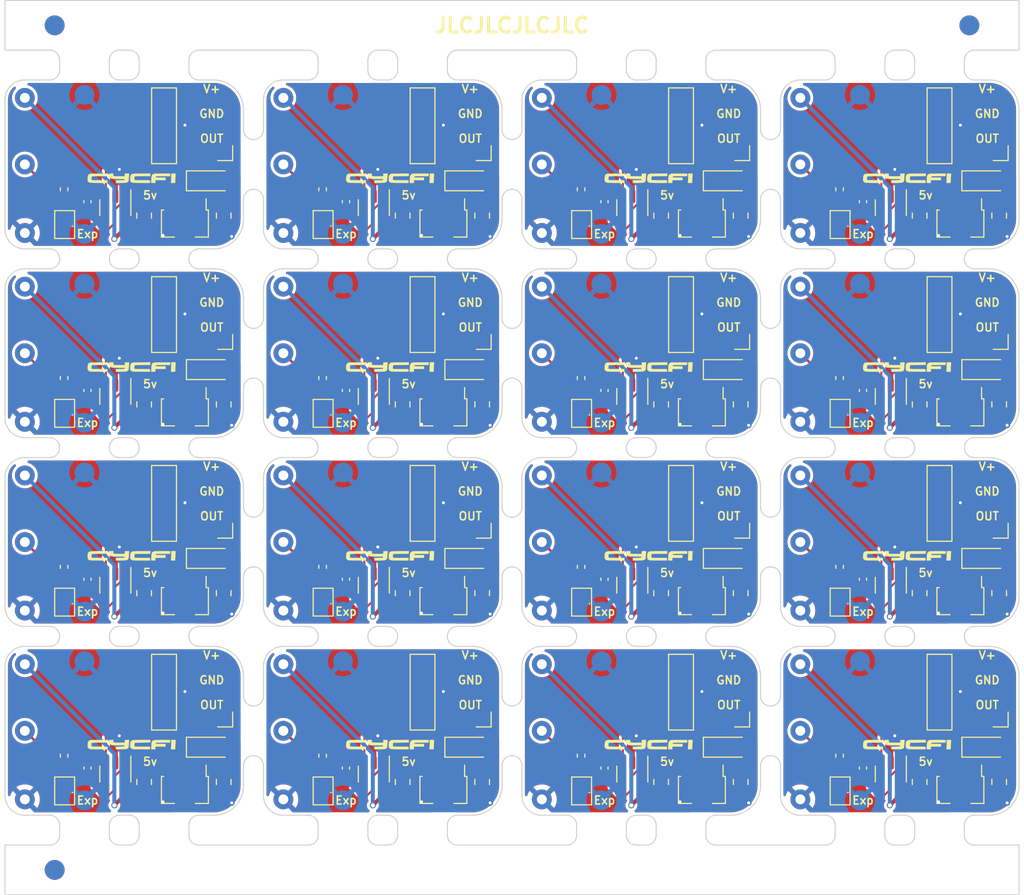
<source format=kicad_pcb>
(kicad_pcb (version 20211014) (generator pcbnew)
  (layers (0 "F.Cu" signal) (31 "B.Cu" signal) (34 "B.Paste" user) (35 "F.Paste" user) (36 "B.SilkS" user "B.Silkscreen") (37 "F.SilkS" user "F.Silkscreen") (38 "B.Mask" user) (39 "F.Mask" user) (44 "Edge.Cuts" user))
  (net 0 "")
  (net 1 "Board_0-/pot_center")
  (net 2 "Board_0-5v")
  (net 3 "Board_0-GND")
  (net 4 "Board_0-Net-(C1-Pad1)")
  (net 5 "Board_0-Net-(JP1-Pad2)")
  (net 6 "Board_0-OUT")
  (net 7 "Board_0-V+")
  (net 8 "Board_1-/pot_center")
  (net 9 "Board_1-5v")
  (net 10 "Board_1-GND")
  (net 11 "Board_1-Net-(C1-Pad1)")
  (net 12 "Board_1-Net-(JP1-Pad2)")
  (net 13 "Board_1-OUT")
  (net 14 "Board_1-V+")
  (net 15 "Board_2-/pot_center")
  (net 16 "Board_2-5v")
  (net 17 "Board_2-GND")
  (net 18 "Board_2-Net-(C1-Pad1)")
  (net 19 "Board_2-Net-(JP1-Pad2)")
  (net 20 "Board_2-OUT")
  (net 21 "Board_2-V+")
  (net 22 "Board_3-/pot_center")
  (net 23 "Board_3-5v")
  (net 24 "Board_3-GND")
  (net 25 "Board_3-Net-(C1-Pad1)")
  (net 26 "Board_3-Net-(JP1-Pad2)")
  (net 27 "Board_3-OUT")
  (net 28 "Board_3-V+")
  (net 29 "Board_4-/pot_center")
  (net 30 "Board_4-5v")
  (net 31 "Board_4-GND")
  (net 32 "Board_4-Net-(C1-Pad1)")
  (net 33 "Board_4-Net-(JP1-Pad2)")
  (net 34 "Board_4-OUT")
  (net 35 "Board_4-V+")
  (net 36 "Board_5-/pot_center")
  (net 37 "Board_5-5v")
  (net 38 "Board_5-GND")
  (net 39 "Board_5-Net-(C1-Pad1)")
  (net 40 "Board_5-Net-(JP1-Pad2)")
  (net 41 "Board_5-OUT")
  (net 42 "Board_5-V+")
  (net 43 "Board_6-/pot_center")
  (net 44 "Board_6-5v")
  (net 45 "Board_6-GND")
  (net 46 "Board_6-Net-(C1-Pad1)")
  (net 47 "Board_6-Net-(JP1-Pad2)")
  (net 48 "Board_6-OUT")
  (net 49 "Board_6-V+")
  (net 50 "Board_7-/pot_center")
  (net 51 "Board_7-5v")
  (net 52 "Board_7-GND")
  (net 53 "Board_7-Net-(C1-Pad1)")
  (net 54 "Board_7-Net-(JP1-Pad2)")
  (net 55 "Board_7-OUT")
  (net 56 "Board_7-V+")
  (net 57 "Board_8-/pot_center")
  (net 58 "Board_8-5v")
  (net 59 "Board_8-GND")
  (net 60 "Board_8-Net-(C1-Pad1)")
  (net 61 "Board_8-Net-(JP1-Pad2)")
  (net 62 "Board_8-OUT")
  (net 63 "Board_8-V+")
  (net 64 "Board_9-/pot_center")
  (net 65 "Board_9-5v")
  (net 66 "Board_9-GND")
  (net 67 "Board_9-Net-(C1-Pad1)")
  (net 68 "Board_9-Net-(JP1-Pad2)")
  (net 69 "Board_9-OUT")
  (net 70 "Board_9-V+")
  (net 71 "Board_10-/pot_center")
  (net 72 "Board_10-5v")
  (net 73 "Board_10-GND")
  (net 74 "Board_10-Net-(C1-Pad1)")
  (net 75 "Board_10-Net-(JP1-Pad2)")
  (net 76 "Board_10-OUT")
  (net 77 "Board_10-V+")
  (net 78 "Board_11-/pot_center")
  (net 79 "Board_11-5v")
  (net 80 "Board_11-GND")
  (net 81 "Board_11-Net-(C1-Pad1)")
  (net 82 "Board_11-Net-(JP1-Pad2)")
  (net 83 "Board_11-OUT")
  (net 84 "Board_11-V+")
  (net 85 "Board_12-/pot_center")
  (net 86 "Board_12-5v")
  (net 87 "Board_12-GND")
  (net 88 "Board_12-Net-(C1-Pad1)")
  (net 89 "Board_12-Net-(JP1-Pad2)")
  (net 90 "Board_12-OUT")
  (net 91 "Board_12-V+")
  (net 92 "Board_13-/pot_center")
  (net 93 "Board_13-5v")
  (net 94 "Board_13-GND")
  (net 95 "Board_13-Net-(C1-Pad1)")
  (net 96 "Board_13-Net-(JP1-Pad2)")
  (net 97 "Board_13-OUT")
  (net 98 "Board_13-V+")
  (net 99 "Board_14-/pot_center")
  (net 100 "Board_14-5v")
  (net 101 "Board_14-GND")
  (net 102 "Board_14-Net-(C1-Pad1)")
  (net 103 "Board_14-Net-(JP1-Pad2)")
  (net 104 "Board_14-OUT")
  (net 105 "Board_14-V+")
  (net 106 "Board_15-/pot_center")
  (net 107 "Board_15-5v")
  (net 108 "Board_15-GND")
  (net 109 "Board_15-Net-(C1-Pad1)")
  (net 110 "Board_15-Net-(JP1-Pad2)")
  (net 111 "Board_15-OUT")
  (net 112 "Board_15-V+")
  (footprint "NPTH" (layer "F.Cu") (at 78.899668 96.750007)
    (fp_text reference "REF**" hide)
    (fp_text value "NPTH" hide)
  )
  (footprint "NPTH" (layer "F.Cu") (at 107.099672 77.750003)
    (fp_text reference "REF**" hide)
    (fp_text value "NPTH" hide)
  )
  (footprint "Diode_SMD:D_SOD-123" (layer "F.Cu") (at 84.500003 89.650011)
    (fp_text reference "D1" hide)
    (fp_text value "1N4148W")
  )
  (footprint "Jumper:SolderJumper-2_P1.3mm_Open_TrianglePad1.0x1.5mm" (layer "F.Cu") (at 96.000009 56.049997 90)
    (fp_text reference "JP1" hide)
    (fp_text value "exp shunt")
  )
  (footprint "NPTH" (layer "F.Cu") (at 62.249998 70.100001)
    (fp_text reference "REF**" hide)
    (fp_text value "NPTH" hide)
  )
  (footprint "NPTH" (layer "F.Cu") (at 134.199676 60.25)
    (fp_text reference "REF**" hide)
    (fp_text value "NPTH" hide)
  )
  (footprint "NPTH" (layer "F.Cu") (at 104.899672 79.250003)
    (fp_text reference "REF**" hide)
    (fp_text value "NPTH" hide)
  )
  (footprint "NPTH" (layer "F.Cu") (at 105.999672 58.749997)
    (fp_text reference "REF**" hide)
    (fp_text value "NPTH" hide)
  )
  (footprint "NPTH" (layer "F.Cu") (at 114.250002 52.199998)
    (fp_text reference "REF**" hide)
    (fp_text value "NPTH" hide)
  )
  (footprint "NPTH" (layer "F.Cu") (at 53.999665 79.250002)
    (fp_text reference "REF**" hide)
    (fp_text value "NPTH" hide)
  )
  (footprint "NPTH" (layer "F.Cu") (at 55.099665 77.750003)
    (fp_text reference "REF**" hide)
    (fp_text value "NPTH" hide)
  )
  (footprint "NPTH" (layer "F.Cu") (at 72.000334 98.250012)
    (fp_text reference "REF**" hide)
    (fp_text value "NPTH" hide)
  )
  (footprint "Diode_SMD:D_SOD-123" (layer "F.Cu") (at 58.499997 51.649997)
    (fp_text reference "D1" hide)
    (fp_text value "1N4148W")
  )
  (footprint "Diode_SMD:D_SOD-123" (layer "F.Cu") (at 84.500003 51.649997)
    (fp_text reference "D1" hide)
    (fp_text value "1N4148W")
  )
  (footprint "NPTH" (layer "F.Cu") (at 62.249999 71.200001)
    (fp_text reference "REF**" hide)
    (fp_text value "NPTH" hide)
  )
  (footprint "NPTH" (layer "F.Cu") (at 77.799668 77.750002)
    (fp_text reference "REF**" hide)
    (fp_text value "NPTH" hide)
  )
  (footprint "NPTH" (layer "F.Cu") (at 62.249998 48.899998)
    (fp_text reference "REF**" hide)
    (fp_text value "NPTH" hide)
  )
  (footprint "NPTH" (layer "F.Cu") (at 130.899676 58.749997)
    (fp_text reference "REF**" hide)
    (fp_text value "NPTH" hide)
  )
  (footprint "NPTH" (layer "F.Cu") (at 72.000334 96.750003)
    (fp_text reference "REF**" hide)
    (fp_text value "NPTH" hide)
  )
  (footprint "Jumper:SolderJumper-2_P1.3mm_Open_TrianglePad1.0x1.5mm" (layer "F.Cu") (at 43.999997 94.050011 90)
    (fp_text reference "JP1" hide)
    (fp_text value "exp shunt")
  )
  (footprint "NPTH" (layer "F.Cu") (at 51.799665 58.749998)
    (fp_text reference "REF**" hide)
    (fp_text value "NPTH" hide)
  )
  (footprint "NPTH" (layer "F.Cu") (at 73.100334 79.250006)
    (fp_text reference "REF**" hide)
    (fp_text value "NPTH" hide)
  )
  (footprint "NPTH" (layer "F.Cu") (at 43.800331 96.750002)
    (fp_text reference "REF**" hide)
    (fp_text value "NPTH" hide)
  )
  (footprint "Package_TO_SOT_SMD:SOT-89-3" (layer "F.Cu") (at 82.100003 93.650011 -90)
    (fp_text reference "U1" hide)
    (fp_text value "HT7550-1")
  )
  (footprint "Package_TO_SOT_SMD:SOT-23-5" (layer "F.Cu") (at 75.100003 92.350011 -90)
    (fp_text reference "U2" hide)
    (fp_text value "LMV321IDBVR")
  )
  (footprint "NPTH" (layer "F.Cu") (at 56.199665 58.749997)
    (fp_text reference "REF**" hide)
    (fp_text value "NPTH" hide)
  )
  (footprint "NPTH" (layer "F.Cu") (at 105.999672 96.750008)
    (fp_text reference "REF**" hide)
    (fp_text value "NPTH" hide)
  )
  (footprint "NPTH" (layer "F.Cu") (at 89.750005 51.099998)
    (fp_text reference "REF**" hide)
    (fp_text value "NPTH" hide)
  )
  (footprint "NPTH" (layer "F.Cu") (at 122.900338 77.750001)
    (fp_text reference "REF**" hide)
    (fp_text value "NPTH" hide)
  )
  (footprint "NPTH" (layer "F.Cu") (at 79.999668 77.750002)
    (fp_text reference "REF**" hide)
    (fp_text value "NPTH" hide)
  )
  (footprint "NPTH" (layer "F.Cu") (at 53.999665 60.250001)
    (fp_text reference "REF**" hide)
    (fp_text value "NPTH" hide)
  )
  (footprint "NPTH" (layer "F.Cu") (at 62.249999 52.199998)
    (fp_text reference "REF**" hide)
    (fp_text value "NPTH" hide)
  )
  (footprint "NPTH" (layer "F.Cu") (at 63.75 104.800009)
    (fp_text reference "REF**" hide)
    (fp_text value "NPTH" hide)
  )
  (footprint "NPTH" (layer "F.Cu") (at 69.800334 98.250014)
    (fp_text reference "REF**" hide)
    (fp_text value "NPTH" hide)
  )
  (footprint "Capacitor_SMD:C_0805_2012Metric" (layer "F.Cu") (at 51.999997 74.150004 -90)
    (fp_text reference "C2" hide)
    (fp_text value "10uF")
  )
  (footprint "Resistor_SMD:R_0402_1005Metric" (layer "F.Cu") (at 69.950003 109.500018 -90)
    (fp_text reference "R1" hide)
    (fp_text value "4.7k")
  )
  (footprint "NPTH" (layer "F.Cu") (at 48.200331 58.749998)
    (fp_text reference "REF**" hide)
    (fp_text value "NPTH" hide)
  )
  (footprint "Resistor_SMD:R_0402_1005Metric" (layer "F.Cu") (at 95.950009 52.499997 -90)
    (fp_text reference "R1" hide)
    (fp_text value "4.7k")
  )
  (footprint "NPTH" (layer "F.Cu") (at 122.900338 60.250002)
    (fp_text reference "REF**" hide)
    (fp_text value "NPTH" hide)
  )
  (footprint "Package_TO_SOT_SMD:SOT-89-3" (layer "F.Cu") (at 56.099997 93.650011 -90)
    (fp_text reference "U1" hide)
    (fp_text value "HT7550-1")
  )
  (footprint "NPTH" (layer "F.Cu") (at 46.000331 41.249997)
    (fp_text reference "REF**" hide)
    (fp_text value "NPTH" hide)
  )
  (footprint "Diode_SMD:D_SOD-123" (layer "F.Cu") (at 110.500009 51.649997)
    (fp_text reference "D1" hide)
    (fp_text value "1N4148W")
  )
  (footprint "NPTH" (layer "F.Cu") (at 47.100331 79.250006)
    (fp_text reference "REF**" hide)
    (fp_text value "NPTH" hide)
  )
  (footprint "NPTH" (layer "F.Cu") (at 104.899672 77.750002)
    (fp_text reference "REF**" hide)
    (fp_text value "NPTH" hide)
  )
  (footprint "Package_TO_SOT_SMD:SOT-23-5" (layer "F.Cu") (at 75.100003 111.350018 -90)
    (fp_text reference "U2" hide)
    (fp_text value "LMV321IDBVR")
  )
  (footprint "Package_TO_SOT_SMD:SOT-23-5" (layer "F.Cu") (at 101.100009 92.350011 -90)
    (fp_text reference "U2" hide)
    (fp_text value "LMV321IDBVR")
  )
  (footprint "Resistor_SMD:R_0402_1005Metric" (layer "F.Cu") (at 43.949997 90.500011 -90)
    (fp_text reference "R1" hide)
    (fp_text value "4.7k")
  )
  (footprint "NPTH" (layer "F.Cu") (at 98.000336 77.750001)
    (fp_text reference "REF**" hide)
    (fp_text value "NPTH" hide)
  )
  (footprint "NPTH" (layer "F.Cu") (at 121.800338 98.250014)
    (fp_text reference "REF**" hide)
    (fp_text value "NPTH" hide)
  )
  (footprint "Capacitor_SMD:C_0805_2012Metric" (layer "F.Cu") (at 78.000003 93.150011 -90)
    (fp_text reference "C2" hide)
    (fp_text value "10uF")
  )
  (footprint "NPTH" (layer "F.Cu") (at 44.900331 58.749999)
    (fp_text reference "REF**" hide)
    (fp_text value "NPTH" hide)
  )
  (footprint "Resistor_SMD:R_0402_1005Metric" (layer "F.Cu") (at 95.950009 109.500018 -90)
    (fp_text reference "R1" hide)
    (fp_text value "4.7k")
  )
  (footprint "Package_TO_SOT_SMD:SOT-23-5" (layer "F.Cu") (at 127.100015 73.350004 -90)
    (fp_text reference "U2" hide)
    (fp_text value "LMV321IDBVR")
  )
  (footprint "NPTH" (layer "F.Cu") (at 88.250001 108.100009)
    (fp_text reference "REF**" hide)
    (fp_text value "NPTH" hide)
  )
  (footprint "NPTH" (layer "F.Cu") (at 130.899676 115.750012)
    (fp_text reference "REF**" hide)
    (fp_text value "NPTH" hide)
  )
  (footprint "NPTH" (layer "F.Cu") (at 134.199676 58.749997)
    (fp_text reference "REF**" hide)
    (fp_text value "NPTH" hide)
  )
  (footprint "Package_TO_SOT_SMD:SOT-23-5" (layer "F.Cu") (at 49.099997 111.350018 -90)
    (fp_text reference "U2" hide)
    (fp_text value "LMV321IDBVR")
  )
  (footprint "NPTH" (layer "F.Cu") (at 70.900334 79.250008)
    (fp_text reference "REF**" hide)
    (fp_text value "NPTH" hide)
  )
  (footprint "NPTH" (layer "F.Cu") (at 122.900338 79.250008)
    (fp_text reference "REF**" hide)
    (fp_text value "NPTH" hide)
  )
  (footprint "Package_TO_SOT_SMD:SOT-89-3" (layer "F.Cu") (at 134.100015 55.649997 -90)
    (fp_text reference "U1" hide)
    (fp_text value "HT7550-1")
  )
  (footprint "NPTH" (layer "F.Cu") (at 40.498997 36.001997)
    (fp_text reference "REF**" hide)
    (fp_text value "NPTH" hide)
  )
  (footprint "NPTH" (layer "F.Cu") (at 72.000334 115.750005)
    (fp_text reference "REF**" hide)
    (fp_text value "NPTH" hide)
  )
  (footprint "NPTH" (layer "F.Cu") (at 131.999676 41.249999)
    (fp_text reference "REF**" hide)
    (fp_text value "NPTH" hide)
  )
  (footprint "Capacitor_SMD:C_0402_1005Metric" (layer "F.Cu") (at 124.300015 91.750011 -90)
    (fp_text reference "C3" hide)
    (fp_text value "100nF")
  )
  (footprint "NPTH" (layer "F.Cu") (at 130.899676 77.750002)
    (fp_text reference "REF**" hide)
    (fp_text value "NPTH" hide)
  )
  (footprint "NPTH" (layer "F.Cu") (at 115.750007 107.000009)
    (fp_text reference "REF**" hide)
    (fp_text value "NPTH" hide)
  )
  (footprint "NPTH" (layer "F.Cu") (at 131.999676 60.250001)
    (fp_text reference "REF**" hide)
    (fp_text value "NPTH" hide)
  )
  (footprint "NPTH" (layer "F.Cu") (at 131.999676 58.749997)
    (fp_text reference "REF**" hide)
    (fp_text value "NPTH" hide)
  )
  (footprint "NPTH" (layer "F.Cu") (at 47.100331 98.250011)
    (fp_text reference "REF**" hide)
    (fp_text value "NPTH" hide)
  )
  (footprint "NPTH" (layer "F.Cu") (at 78.899668 98.250005)
    (fp_text reference "REF**" hide)
    (fp_text value "NPTH" hide)
  )
  (footprint "NPTH" (layer "F.Cu") (at 108.199672 98.250002)
    (fp_text reference "REF**" hide)
    (fp_text value "NPTH" hide)
  )
  (footprint "Resistor_SMD:R_0402_1005Metric" (layer "F.Cu") (at 121.950015 71.500004 -90)
    (fp_text reference "R1" hide)
    (fp_text value "4.7k")
  )
  (footprint "Jumper:SolderJumper-2_P1.3mm_Open_TrianglePad1.0x1.5mm" (layer "F.Cu") (at 122.000015 94.050011 90)
    (fp_text reference "JP1" hide)
    (fp_text value "exp shunt")
  )
  (footprint "NPTH" (layer "F.Cu") (at 114.250004 88.000005)
    (fp_text reference "REF**" hide)
    (fp_text value "NPTH" hide)
  )
  (footprint "NPTH" (layer "F.Cu") (at 126.200338 58.749998)
    (fp_text reference "REF**" hide)
    (fp_text value "NPTH" hide)
  )
  (footprint "cycfi_library:bourns_pdb241" (layer "F.Cu") (at 39.999997 69.000004)
    (fp_text reference "RV1" hide)
    (fp_text value "25k")
  )
  (footprint "NPTH" (layer "F.Cu") (at 79.999668 115.750013)
    (fp_text reference "REF**" hide)
    (fp_text value "NPTH" hide)
  )
  (footprint "NPTH" (layer "F.Cu") (at 48.200331 60.250002)
    (fp_text reference "REF**" hide)
    (fp_text value "NPTH" hide)
  )
  (footprint "cycfi_library:pin_header_1x3p_2.54mm_smd_horizontal" (layer "F.Cu") (at 136.900015 67.650004 180)
    (fp_text reference "J1" hide)
    (fp_text value "I/O connector")
  )
  (footprint "NPTH" (layer "F.Cu") (at 133.099676 41.249999)
    (fp_text reference "REF**" hide)
    (fp_text value "NPTH" hide)
  )
  (footprint "NPTH" (layer "F.Cu") (at 46.000331 60.250002)
    (fp_text reference "REF**" hide)
    (fp_text value "NPTH" hide)
  )
  (footprint "NPTH" (layer "F.Cu") (at 74.200334 77.750001)
    (fp_text reference "REF**" hide)
    (fp_text value "NPTH" hide)
  )
  (footprint "cycfi_library:cycfi-logo-9mm" (layer "F.Cu") (at 50.699997 108.400018)
    (fp_text reference "G***" hide)
    (fp_text value "LOGO" hide)
  )
  (footprint "NPTH" (layer "F.Cu") (at 88.250001 107.000009)
    (fp_text reference "REF**" hide)
    (fp_text value "NPTH" hide)
  )
  (footprint "NPTH" (layer "F.Cu") (at 81.099668 115.750014)
    (fp_text reference "REF**" hide)
    (fp_text value "NPTH" hide)
  )
  (footprint "cycfi_library:bourns_pdb241" (layer "F.Cu") (at 118.000015 107.000018)
    (fp_text reference "RV1" hide)
    (fp_text value "25k")
  )
  (footprint "NPTH" (layer "F.Cu") (at 79.999668 60.250001)
    (fp_text reference "REF**" hide)
    (fp_text value "NPTH" hide)
  )
  (footprint "Jumper:SolderJumper-2_P1.3mm_Open_TrianglePad1.0x1.5mm" (layer "F.Cu") (at 43.999997 56.049997 90)
    (fp_text reference "JP1" hide)
    (fp_text value "exp shunt")
  )
  (footprint "NPTH" (layer "F.Cu") (at 47.100331 115.750006)
    (fp_text reference "REF**" hide)
    (fp_text value "NPTH" hide)
  )
  (footprint "NPTH" (layer "F.Cu") (at 69.800334 58.749999)
    (fp_text reference "REF**" hide)
    (fp_text value "NPTH" hide)
  )
  (footprint "NPTH" (layer "F.Cu") (at 44.900331 41.249997)
    (fp_text reference "REF**" hide)
    (fp_text value "NPTH" hide)
  )
  (footprint "Diode_SMD:D_SOD-123" (layer "F.Cu") (at 110.500009 70.650004)
    (fp_text reference "D1" hide)
    (fp_text value "1N4148W")
  )
  (footprint "NPTH" (layer "F.Cu") (at 121.800338 58.749999)
    (fp_text reference "REF**" hide)
    (fp_text value "NPTH" hide)
  )
  (footprint "NPTH" (layer "F.Cu") (at 88.250001 51.099998)
    (fp_text reference "REF**" hide)
    (fp_text value "NPTH" hide)
  )
  (footprint "Resistor_SMD:R_0402_1005Metric" (layer "F.Cu") (at 69.950003 52.499997 -90)
    (fp_text reference "R1" hide)
    (fp_text value "4.7k")
  )
  (footprint "Resistor_SMD:R_0402_1005Metric" (layer "F.Cu") (at 121.950015 109.500018 -90)
    (fp_text reference "R1" hide)
    (fp_text value "4.7k")
  )
  (footprint "NPTH" (layer "F.Cu") (at 56.199665 79.250001)
    (fp_text reference "REF**" hide)
    (fp_text value "NPTH" hide)
  )
  (footprint "Capacitor_SMD:C_0805_2012Metric" (layer "F.Cu") (at 86.000003 112.150018 -90)
    (fp_text reference "C1" hide)
    (fp_text value "10uF")
  )
  (footprint "NPTH" (layer "F.Cu") (at 89.750005 89.100005)
    (fp_text reference "REF**" hide)
    (fp_text value "NPTH" hide)
  )
  (footprint "NPTH" (layer "F.Cu") (at 52.899665 60.250001)
    (fp_text reference "REF**" hide)
    (fp_text value "NPTH" hide)
  )
  (footprint "Diode_SMD:D_SOD-123" (layer "F.Cu") (at 110.500009 89.650011)
    (fp_text reference "D1" hide)
    (fp_text value "1N4148W")
  )
  (footprint "NPTH" (layer "F.Cu") (at 63.750001 49.999998)
    (fp_text reference "REF**" hide)
    (fp_text value "NPTH" hide)
  )
  (footprint "NPTH" (layer "F.Cu") (at 95.800336 96.750002)
    (fp_text reference "REF**" hide)
    (fp_text value "NPTH" hide)
  )
  (footprint "cycfi_library:bourns_pdb241" (layer "F.Cu") (at 66.000003 69.000004)
    (fp_text reference "RV1" hide)
    (fp_text value "25k")
  )
  (footprint "NPTH" (layer "F.Cu") (at 129.799676 96.750006)
    (fp_text reference "REF**" hide)
    (fp_text value "NPTH" hide)
  )
  (footprint "NPTH" (layer "F.Cu") (at 115.750008 51.099998)
    (fp_text reference "REF**" hide)
    (fp_text value "NPTH" hide)
  )
  (footprint "NPTH" (layer "F.Cu") (at 115.750006 105.900009)
    (fp_text reference "REF**" hide)
    (fp_text value "NPTH" hide)
  )
  (footprint "NPTH" (layer "F.Cu") (at 88.250001 86.900005)
    (fp_text reference "REF**" hide)
    (fp_text value "NPTH" hide)
  )
  (footprint "Capacitor_SMD:C_0805_2012Metric" (layer "F.Cu") (at 104.000009 74.150004 -90)
    (fp_text reference "C2" hide)
    (fp_text value "10uF")
  )
  (footprint "NPTH" (layer "F.Cu") (at 63.750002 52.199998)
    (fp_text reference "REF**" hide)
    (fp_text value "NPTH" hide)
  )
  (footprint "NPTH" (layer "F.Cu") (at 122.900338 115.750004)
    (fp_text reference "REF**" hide)
    (fp_text value "NPTH" hide)
  )
  (footprint "NPTH" (layer "F.Cu") (at 62.249998 89.100005)
    (fp_text reference "REF**" hide)
    (fp_text value "NPTH" hide)
  )
  (footprint "NPTH" (layer "F.Cu") (at 126.200338 98.25001)
    (fp_text reference "REF**" hide)
    (fp_text value "NPTH" hide)
  )
  (footprint "NPTH" (layer "F.Cu") (at 52.899665 77.750002)
    (fp_text reference "REF**" hide)
    (fp_text value "NPTH" hide)
  )
  (footprint "NPTH" (layer "F.Cu") (at 56.199665 41.249999)
    (fp_text reference "REF**" hide)
    (fp_text value "NPTH" hide)
  )
  (footprint "Capacitor_SMD:C_0402_1005Metric" (layer "F.Cu") (at 124.300015 53.749997 -90)
    (fp_text reference "C3" hide)
    (fp_text value "100nF")
  )
  (footprint "NPTH" (layer "F.Cu") (at 115.750007 69.000002)
    (fp_text reference "REF**" hide)
    (fp_text value "NPTH" hide)
  )
  (footprint "NPTH" (layer "F.Cu") (at 96.900336 115.750004)
    (fp_text reference "REF**" hide)
    (fp_text value "NPTH" hide)
  )
  (footprint "cycfi_library:pin_header_1x3p_2.54mm_smd_horizontal" (layer "F.Cu") (at 58.899997 48.649997 180)
    (fp_text reference "J1" hide)
    (fp_text value "I/O connector")
  )
  (footprint "NPTH" (layer "F.Cu") (at 51.799665 115.750011)
    (fp_text reference "REF**" hide)
    (fp_text value "NPTH" hide)
  )
  (footprint "NPTH" (layer "F.Cu") (at 107.099672 98.250003)
    (fp_text reference "REF**" hide)
    (fp_text value "NPTH" hide)
  )
  (footprint "NPTH" (layer "F.Cu") (at 44.900331 79.250008)
    (fp_text reference "REF**" hide)
    (fp_text value "NPTH" hide)
  )
  (footprint "NPTH" (layer "F.Cu") (at 114.250003 51.099998)
    (fp_text reference "REF**" hide)
    (fp_text value "NPTH" hide)
  )
  (footprint "NPTH" (layer "F.Cu") (at 88.250001 89.100005)
    (fp_text reference "REF**" hide)
    (fp_text value "NPTH" hide)
  )
  (footprint "NPTH" (layer "F.Cu") (at 55.099665 98.250003)
    (fp_text reference "REF**" hide)
    (fp_text value "NPTH" hide)
  )
  (footprint "NPTH" (layer "F.Cu") (at 114.250005 105.900009)
    (fp_text reference "REF**" hide)
    (fp_text value "NPTH" hide)
  )
  (footprint "NPTH" (layer "F.Cu") (at 47.100331 96.750004)
    (fp_text reference "REF**" hide)
    (fp_text value "NPTH" hide)
  )
  (footprint "NPTH" (layer "F.Cu") (at 125.100338 58.749998)
    (fp_text reference "REF**" hide)
    (fp_text value "NPTH" hide)
  )
  (footprint "NPTH" (layer "F.Cu") (at 126.200338 79.250006)
    (fp_text reference "REF**" hide)
    (fp_text value "NPTH" hide)
  )
  (footprint "Package_TO_SOT_SMD:SOT-23-5" (layer "F.Cu") (at 101.100009 73.350004 -90)
    (fp_text reference "U2" hide)
    (fp_text value "LMV321IDBVR")
  )
  (footprint "NPTH" (layer "F.Cu") (at 137.501014 36.001997)
    (fp_text reference "REF**" hide)
    (fp_text value "NPTH" hide)
  )
  (footprint "NPTH" (layer "F.Cu") (at 63.750001 107.000009)
    (fp_text reference "REF**" hide)
    (fp_text value "NPTH" hide)
  )
  (footprint "Capacitor_SMD:C_0805_2012Metric" (layer "F.Cu") (at 78.000003 55.149997 -90)
    (fp_text reference "C2" hide)
    (fp_text value "10uF")
  )
  (footprint "NPTH" (layer "F.Cu") (at 70.900334 98.250013)
    (fp_text reference "REF**" hide)
    (fp_text value "NPTH" hide)
  )
  (footprint "NPTH" (layer "F.Cu") (at 52.899665 41.249999)
    (fp_text reference "REF**" hide)
    (fp_text value "NPTH" hide)
  )
  (footprint "NPTH" (layer "F.Cu") (at 108.199672 77.750003)
    (fp_text reference "REF**" hide)
    (fp_text value "NPTH" hide)
  )
  (footprint "NPTH" (layer "F.Cu") (at 77.799668 60.250001)
    (fp_text reference "REF**" hide)
    (fp_text value "NPTH" hide)
  )
  (footprint "NPTH" (layer "F.Cu") (at 105.999672 60.250001)
    (fp_text reference "REF**" hide)
    (fp_text value "NPTH" hide)
  )
  (footprint "Jumper:SolderJumper-2_P1.3mm_Open_TrianglePad1.0x1.5mm" (layer "F.Cu") (at 122.000015 113.050018 90)
    (fp_text reference "JP1" hide)
    (fp_text value "exp shunt")
  )
  (footprint "Capacitor_SMD:C_0805_2012Metric" (layer "F.Cu") (at 130.000015 74.150004 -90)
    (fp_text reference "C2" hide)
    (fp_text value "10uF")
  )
  (footprint "NPTH" (layer "F.Cu") (at 88.25 52.199998)
    (fp_text reference "REF**" hide)
    (fp_text value "NPTH" hide)
  )
  (footprint "NPTH" (layer "F.Cu") (at 89.750003 67.900002)
    (fp_text reference "REF**" hide)
    (fp_text value "NPTH" hide)
  )
  (footprint "NPTH" (layer "F.Cu") (at 134.199676 41.249999)
    (fp_text reference "REF**" hide)
    (fp_text value "NPTH" hide)
  )
  (footprint "NPTH" (layer "F.Cu") (at 69.800334 60.250003)
    (fp_text reference "REF**" hide)
    (fp_text value "NPTH" hide)
  )
  (footprint "NPTH" (layer "F.Cu") (at 88.250002 104.800009)
    (fp_text reference "REF**" hide)
    (fp_text value "NPTH" hide)
  )
  (footprint "NPTH" (layer "F.Cu") (at 103.799672 98.250006)
    (fp_text reference "REF**" hide)
    (fp_text value "NPTH" hide)
  )
  (footprint "NPTH" (layer "F.Cu") (at 48.200331 41.249998)
    (fp_text reference "REF**" hide)
    (fp_text value "NPTH" hide)
  )
  (footprint "cycfi_library:pin_header_1x3p_2.54mm_smd_horizontal" (layer "F.Cu") (at 110.900009 105.650018 180)
    (fp_text reference "J1" hide)
    (fp_text value "I/O connector")
  )
  (footprint "Package_TO_SOT_SMD:SOT-89-3" (layer "F.Cu") (at 56.099997 74.650004 -90)
    (fp_text reference "U1" hide)
    (fp_text value "HT7550-1")
  )
  (footprint "cycfi_library:pin_header_1x3p_2.54mm_smd_horizontal" (layer "F.Cu") (at 58.899997 105.650018 180)
    (fp_text reference "J1" hide)
    (fp_text value "I/O connector")
  )
  (footprint "Resistor_SMD:R_0402_1005Metric" (layer "F.Cu") (at 69.950003 90.500011 -90)
    (fp_text reference "R1" hide)
    (fp_text value "4.7k")
  )
  (footprint "cycfi_library:cycfi-logo-9mm" (layer "F.Cu") (at 128.700015 51.399997)
    (fp_text reference "G***" hide)
    (fp_text value "LOGO" hide)
  )
  (footprint "NPTH" (layer "F.Cu") (at 104.899672 98.250005)
    (fp_text reference "REF**" hide)
    (fp_text value "NPTH" hide)
  )
  (footprint "NPTH" (layer "F.Cu") (at 103.799672 60.250001)
    (fp_text reference "REF**" hide)
    (fp_text value "NPTH" hide)
  )
  (footprint "NPTH" (layer "F.Cu") (at 62.249998 108.100008)
    (fp_text reference "REF**" hide)
    (fp_text value "NPTH" hide)
  )
  (footprint "NPTH" (layer "F.Cu") (at 134.199676 79.250001)
    (fp_text reference "REF**" hide)
    (fp_text value "NPTH" hide)
  )
  (footprint "NPTH" (layer "F.Cu") (at 79.999668 96.750008)
    (fp_text reference "REF**" hide)
    (fp_text value "NPTH" hide)
  )
  (footprint "NPTH" (layer "F.Cu") (at 98.000336 60.250002)
    (fp_text reference "REF**" hide)
    (fp_text value "NPTH" hide)
  )
  (footprint "NPTH" (layer "F.Cu") (at 122.900338 41.249997)
    (fp_text reference "REF**" hide)
    (fp_text value "NPTH" hide)
  )
  (footprint "NPTH" (layer "F.Cu") (at 72.000334 79.250007)
    (fp_text reference "REF**" hide)
    (fp_text value "NPTH" hide)
  )
  (footprint "NPTH" (layer "F.Cu") (at 107.099672 115.750014)
    (fp_text reference "REF**" hide)
    (fp_text value "NPTH" hide)
  )
  (footprint "Diode_SMD:D_SOD-123" (layer "F.Cu") (at 84.500003 108.650018)
    (fp_text reference "D1" hide)
    (fp_text value "1N4148W")
  )
  (footprint "NPTH" (layer "F.Cu") (at 55.099665 96.750008)
    (fp_text reference "REF**" hide)
    (fp_text value "NPTH" hide)
  )
  (footprint "NPTH" (layer "F.Cu") (at 126.200338 96.750004)
    (fp_text reference "REF**" hide)
    (fp_text value "NPTH" hide)
  )
  (footprint "NPTH" (layer "F.Cu") (at 121.800338 96.750002)
    (fp_text reference "REF**" hide)
    (fp_text value "NPTH" hide)
  )
  (footprint "NPTH" (layer "F.Cu") (at 56.199665 98.250002)
    (fp_text reference "REF**" hide)
    (fp_text value "NPTH" hide)
  )
  (footprint "NPTH" (layer "F.Cu") (at 73.100334 41.249998)
    (fp_text reference "REF**" hide)
    (fp_text value "NPTH" hide)
  )
  (footprint "NPTH" (layer "F.Cu") (at 121.800338 77.75)
    (fp_text reference "REF**" hide)
    (fp_text value "NPTH" hide)
  )
  (footprint "Resistor_SMD:R_0402_1005Metric" (layer "F.Cu") (at 43.949997 109.500018 -90)
    (fp_text reference "R1" hide)
    (fp_text value "4.7k")
  )
  (footprint "NPTH" (layer "F.Cu") (at 43.800331 60.250003)
    (fp_text reference "REF**" hide)
    (fp_text value "NPTH" hide)
  )
  (footprint "NPTH" (layer "F.Cu") (at 47.100331 58.749998)
    (fp_text reference "REF**" hide)
    (fp_text value "NPTH" hide)
  )
  (footprint "NPTH" (layer "F.Cu") (at 69.800334 115.750003)
    (fp_text reference "REF**" hide)
    (fp_text value "NPTH" hide)
  )
  (footprint "NPTH" (layer "F.Cu") (at 125.100338 41.249998)
    (fp_text reference "REF**" hide)
    (fp_text value "NPTH" hide)
  )
  (footprint "Jumper:SolderJumper-2_P1.3mm_Open_TrianglePad1.0x1.5mm" (layer "F.Cu") (at 43.999997 113.050018 90)
    (fp_text reference "JP1" hide)
    (fp_text value "exp shunt")
  )
  (footprint "Capacitor_SMD:C_0402_1005Metric" (layer "F.Cu") (at 72.300003 72.750004 -90)
    (fp_text reference "C3" hide)
    (fp_text value "100nF")
  )
  (footprint "Package_TO_SOT_SMD:SOT-23-5" (layer "F.Cu") (at 127.100015 54.349997 -90)
    (fp_text reference "U2" hide)
    (fp_text value "LMV321IDBVR")
  )
  (footprint "NPTH" (layer "F.Cu") (at 88.250001 88.000005)
    (fp_text reference "REF**" hide)
    (fp_text value "NPTH" hide)
  )
  (footprint "NPTH" (layer "F.Cu") (at 100.200336 60.250002)
    (fp_text reference "REF**" hide)
    (fp_text value "NPTH" hide)
  )
  (footprint "NPTH" (layer "F.Cu") (at 51.799665 96.750006)
    (fp_text reference "REF**" hide)
    (fp_text value "NPTH" hide)
  )
  (footprint "NPTH" (layer "F.Cu") (at 81.099668 77.750003)
    (fp_text reference "REF**" hide)
    (fp_text value "NPTH" hide)
  )
  (footprint "Capacitor_SMD:C_0805_2012Metric" (layer "F.Cu") (at 112.000009 55.149997 -90)
    (fp_text reference "C1" hide)
    (fp_text value "10uF")
  )
  (footprint "NPTH" (layer "F.Cu") (at 44.900331 96.750002)
    (fp_text reference "REF**" hide)
    (fp_text value "NPTH" hide)
  )
  (footprint "NPTH" (layer "F.Cu") (at 62.249998 49.999998)
    (fp_text reference "REF**" hide)
    (fp_text value "NPTH" hide)
  )
  (footprint "NPTH" (layer "F.Cu") (at 81.099668 79.250002)
    (fp_text reference "REF**" hide)
    (fp_text value "NPTH" hide)
  )
  (footprint "NPTH" (layer "F.Cu") (at 72.000334 77.750001)
    (fp_text reference "REF**" hide)
    (fp_text value "NPTH" hide)
  )
  (footprint "NPTH" (layer "F.Cu") (at 82.199668 98.250002)
    (fp_text reference "REF**" hide)
    (fp_text value "NPTH" hide)
  )
  (footprint "NPTH" (layer "F.Cu") (at 115.750006 67.900002)
    (fp_text reference "REF**" hide)
    (fp_text value "NPTH" hide)
  )
  (footprint "NPTH" (layer "F.Cu") (at 126.200338 115.750007)
    (fp_text reference "REF**" hide)
    (fp_text value "NPTH" hide)
  )
  (footprint "NPTH" (layer "F.Cu") (at 133.099676 77.750003)
    (fp_text reference "REF**" hide)
    (fp_text value "NPTH" hide)
  )
  (footprint "NPTH" (layer "F.Cu") (at 99.100336 60.250002)
    (fp_text reference "REF**" hide)
    (fp_text value "NPTH" hide)
  )
  (footprint "Capacitor_SMD:C_0805_2012Metric" (layer "F.Cu") (at 130.000015 55.149997 -90)
    (fp_text reference "C2" hide)
    (fp_text value "10uF")
  )
  (footprint "cycfi_library:bourns_pdb241" (layer "F.Cu") (at 118.000015 88.000011)
    (fp_text reference "RV1" hide)
    (fp_text value "25k")
  )
  (footprint "NPTH" (layer "F.Cu") (at 51.799665 77.750002)
    (fp_text reference "REF**" hide)
    (fp_text value "NPTH" hide)
  )
  (footprint "NPTH" (layer "F.Cu") (at 114.250006 85.800005)
    (fp_text reference "REF**" hide)
    (fp_text value "NPTH" hide)
  )
  (footprint "NPTH" (layer "F.Cu") (at 46.000331 77.750001)
    (fp_text reference "REF**" hide)
    (fp_text value "NPTH" hide)
  )
  (footprint "NPTH" (layer "F.Cu") (at 79.999668 58.749997)
    (fp_text reference "REF**" hide)
    (fp_text value "NPTH" hide)
  )
  (footprint "NPTH" (layer "F.Cu") (at 100.200336 98.25001)
    (fp_text reference "REF**" hide)
    (fp_text value "NPTH" hide)
  )
  (footprint "NPTH" (layer "F.Cu") (at 100.200336 77.750001)
    (fp_text reference "REF**" hide)
    (fp_text value "NPTH" hide)
  )
  (footprint "Capacitor_SMD:C_0402_1005Metric" (layer "F.Cu") (at 46.299997 72.750004 -90)
    (fp_text reference "C3" hide)
    (fp_text value "100nF")
  )
  (footprint "Capacitor_SMD:C_0402_1005Metric" (layer "F.Cu") (at 98.300009 53.749997 -90)
    (fp_text reference "C3" hide)
    (fp_text value "100nF")
  )
  (footprint "NPTH" (layer "F.Cu") (at 89.750002 66.800002)
    (fp_text reference "REF**" hide)
    (fp_text value "NPTH" hide)
  )
  (footprint "Package_TO_SOT_SMD:SOT-89-3" (layer "F.Cu") (at 134.100015 112.650018 -90)
    (fp_text reference "U1" hide)
    (fp_text value "HT7550-1")
  )
  (footprint "NPTH" (layer "F.Cu") (at 114.250006 66.800002)
    (fp_text reference "REF**" hide)
    (fp_text value "NPTH" hide)
  )
  (footprint "NPTH" (layer "F.Cu") (at 96.900336 96.750002)
    (fp_text reference "REF**" hide)
    (fp_text value "NPTH" hide)
  )
  (footprint "cycfi_library:bourns_pdb241" (layer "F.Cu") (at 92.000009 88.000011)
    (fp_text reference "RV1" hide)
    (fp_text value "25k")
  )
  (footprint "Fiducial" (layer "F.Cu") (at 42.998997 120.998017)
    (fp_text reference "REF**" hide)
    (fp_text value "Fiducial" hide)
  )
  (footprint "Diode_SMD:D_SOD-123" (layer "F.Cu") (at 58.499997 108.650018)
    (fp_text reference "D1" hide)
    (fp_text value "1N4148W")
  )
  (footprint "NPTH" (layer "F.Cu") (at 55.099665 41.249999)
    (fp_text reference "REF**" hide)
    (fp_text value "NPTH" hide)
  )
  (footprint "NPTH" (layer "F.Cu") (at 114.250002 71.200002)
    (fp_text reference "REF**" hide)
    (fp_text value "NPTH" hide)
  )
  (footprint "NPTH" (layer "F.Cu") (at 89.750006 71.200002)
    (fp_text reference "REF**" hide)
    (fp_text value "NPTH" hide)
  )
  (footprint "NPTH" (layer "F.Cu") (at 43.800331 98.250014)
    (fp_text reference "REF**" hide)
    (fp_text value "NPTH" hide)
  )
  (footprint "NPTH" (layer "F.Cu") (at 77.799668 41.249998)
    (fp_text reference "REF**" hide)
    (fp_text value "NPTH" hide)
  )
  (footprint "Fiducial" (layer "F.Cu") (at 42.998997 36.001997)
    (fp_text reference "REF**" hide)
    (fp_text value "Fiducial" hide)
  )
  (footprint "Diode_SMD:D_SOD-123" (layer "F.Cu") (at 136.500015 108.650018)
    (fp_text reference "D1" hide)
    (fp_text value "1N4148W")
  )
  (footprint "Capacitor_SMD:C_0805_2012Metric" (layer "F.Cu") (at 59.999997 112.150018 -90)
    (fp_text reference "C1" hide)
    (fp_text value "10uF")
  )
  (footprint "NPTH" (layer "F.Cu") (at 115.750007 49.999998)
    (fp_text reference "REF**" hide)
    (fp_text value "NPTH" hide)
  )
  (footprint "NPTH" (layer "F.Cu") (at 73.100334 77.750001)
    (fp_text reference "REF**" hide)
    (fp_text value "NPTH" hide)
  )
  (footprint "Jumper:SolderJumper-2_P1.3mm_Open_TrianglePad1.0x1.5mm" (layer "F.Cu") (at 122.000015 56.049997 90)
    (fp_text reference "JP1" hide)
    (fp_text value "exp shunt")
  )
  (footprint "Capacitor_SMD:C_0805_2012Metric" (layer "F.Cu") (at 130.000015 93.150011 -90)
    (fp_text reference "C2" hide)
    (fp_text value "10uF")
  )
  (footprint "NPTH" (layer "F.Cu") (at 131.999676 77.750002)
    (fp_text reference "REF**" hide)
    (fp_text value "NPTH" hide)
  )
  (footprint "NPTH" (layer "F.Cu") (at 126.200338 41.249998)
    (fp_text reference "REF**" hide)
    (fp_text value "NPTH" hide)
  )
  (footprint "Jumper:SolderJumper-2_P1.3mm_Open_TrianglePad1.0x1.5mm" (layer "F.Cu") (at 96.000009 113.050018 90)
    (fp_text reference "JP1" hide)
    (fp_text value "exp shunt")
  )
  (footprint "NPTH" (layer "F.Cu") (at 88.250001 105.900009)
    (fp_text reference "REF**" hide)
    (fp_text value "NPTH" hide)
  )
  (footprint "NPTH" (layer "F.Cu") (at 100.200336 115.750007)
    (fp_text reference "REF**" hide)
    (fp_text value "NPTH" hide)
  )
  (footprint "NPTH" (layer "F.Cu") (at 70.900334 115.750004)
    (fp_text reference "REF**" hide)
    (fp_text value "NPTH" hide)
  )
  (footprint "NPTH" (layer "F.Cu") (at 74.200334 58.749998)
    (fp_text reference "REF**" hide)
    (fp_text value "NPTH" hide)
  )
  (footprint "cycfi_library:pin_header_1x3p_2.54mm_smd_horizontal" (layer "F.Cu") (at 84.900003 86.650011 180)
    (fp_text reference "J1" hide)
    (fp_text value "I/O connector")
  )
  (footprint "NPTH" (layer "F.Cu") (at 115.750008 70.100002)
    (fp_text reference "REF**" hide)
    (fp_text value "NPTH" hide)
  )
  (footprint "NPTH" (layer "F.Cu") (at 125.100338 60.250002)
    (fp_text reference "REF**" hide)
    (fp_text value "NPTH" hide)
  )
  (footprint "NPTH" (layer "F.Cu") (at 115.750008 89.100005)
    (fp_text reference "REF**" hide)
    (fp_text value "NPTH" hide)
  )
  (footprint "NPTH" (layer "F.Cu") (at 114.250003 70.100002)
    (fp_text reference "REF**" hide)
    (fp_text value "NPTH" hide)
  )
  (footprint "cycfi_library:bourns_pdb241" (layer "F.Cu") (at 118.000015 49.999997)
    (fp_text reference "RV1" hide)
    (fp_text value "25k")
  )
  (footprint "NPTH" (layer "F.Cu") (at 114.250004 49.999998)
    (fp_text reference "REF**" hide)
    (fp_text value "NPTH" hide)
  )
  (footprint "NPTH" (layer "F.Cu") (at 53.999665 115.750013)
    (fp_text reference "REF**" hide)
    (fp_text value "NPTH" hide)
  )
  (footprint "Capacitor_SMD:C_0805_2012Metric" (layer "F.Cu") (at 59.999997 55.149997 -90)
    (fp_text reference "C1" hide)
    (fp_text value "10uF")
  )
  (footprint "NPTH" (layer "F.Cu") (at 81.099668 41.249999)
    (fp_text reference "REF**" hide)
    (fp_text value "NPTH" hide)
  )
  (footprint "NPTH" (layer "F.Cu") (at 77.799668 96.750006)
    (fp_text reference "REF**" hide)
    (fp_text value "NPTH" hide)
  )
  (footprint "NPTH" (layer "F.Cu") (at 131.999676 98.250004)
    (fp_text reference "REF**" hide)
    (fp_text value "NPTH" hide)
  )
  (footprint "NPTH" (layer "F.Cu") (at 74.200334 96.750004)
    (fp_text reference "REF**" hide)
    (fp_text value "NPTH" hide)
  )
  (footprint "NPTH" (layer "F.Cu") (at 48.200331 96.750004)
    (fp_text reference "REF**" hide)
    (fp_text value "NPTH" hide)
  )
  (footprint "NPTH" (layer "F.Cu") (at 114.250003 89.100005)
    (fp_text reference "REF**" hide)
    (fp_text value "NPTH" hide)
  )
  (footprint "NPTH" (layer "F.Cu") (at 63.75 66.800002)
    (fp_text reference "REF**" hide)
    (fp_text value "NPTH" hide)
  )
  (footprint "NPTH" (layer "F.Cu") (at 115.750004 47.799998)
    (fp_text reference "REF**" hide)
    (fp_text value "NPTH" hide)
  )
  (footprint "Diode_SMD:D_SOD-123" (layer "F.Cu") (at 58.499997 89.650011)
    (fp_text reference "D1" hide)
    (fp_text value "1N4148W")
  )
  (footprint "NPTH" (layer "F.Cu") (at 53.999665 41.249999)
    (fp_text reference "REF**" hide)
    (fp_text value "NPTH" hide)
  )
  (footprint "NPTH" (layer "F.Cu") (at 51.799665 79.250004)
    (fp_text reference "REF**" hide)
    (fp_text value "NPTH" hide)
  )
  (footprint "Package_TO_SOT_SMD:SOT-23-5" (layer "F.Cu") (at 127.100015 111.350018 -90)
    (fp_text reference "U2" hide)
    (fp_text value "LMV321IDBVR")
  )
  (footprint "NPTH" (layer "F.Cu") (at 74.200334 41.249998)
    (fp_text reference "REF**" hide)
    (fp_text value "NPTH" hide)
  )
  (footprint "NPTH" (layer "F.Cu") (at 105.999672 98.250004)
    (fp_text reference "REF**" hide)
    (fp_text value "NPTH" hide)
  )
  (footprint "NPTH" (layer "F.Cu") (at 124.000338 58.749999)
    (fp_text reference "REF**" hide)
    (fp_text value "NPTH" hide)
  )
  (footprint "NPTH" (layer "F.Cu") (at 79.999668 41.249999)
    (fp_text reference "REF**" hide)
    (fp_text value "NPTH" hide)
  )
  (footprint "NPTH" (layer "F.Cu") (at 103.799672 115.750011)
    (fp_text reference "REF**" hide)
    (fp_text value "NPTH" hide)
  )
  (footprint "NPTH" (layer "F.Cu") (at 104.899672 115.750012)
    (fp_text reference "REF**" hide)
    (fp_text value "NPTH" hide)
  )
  (footprint "NPTH" (layer "F.Cu") (at 77.799668 58.749998)
    (fp_text reference "REF**" hide)
    (fp_text value "NPTH" hide)
  )
  (footprint "NPTH" (layer "F.Cu") (at 78.899668 79.250003)
    (fp_text reference "REF**" hide)
    (fp_text value "NPTH" hide)
  )
  (footprint "NPTH" (layer "F.Cu") (at 107.099672 79.250002)
    (fp_text reference "REF**" hide)
    (fp_text value "NPTH" hide)
  )
  (footprint "NPTH" (layer "F.Cu") (at 52.899665 115.750012)
    (fp_text reference "REF**" hide)
    (fp_text value "NPTH" hide)
  )
  (footprint "Capacitor_SMD:C_0805_2012Metric" (layer "F.Cu") (at 138.000015 74.150004 -90)
    (fp_text reference "C1" hide)
    (fp_text value "10uF")
  )
  (footprint "NPTH" (layer "F.Cu") (at 99.100336 77.750001)
    (fp_text reference "REF**" hide)
    (fp_text value "NPTH" hide)
  )
  (footprint "NPTH" (layer "F.Cu") (at 104.899672 41.249999)
    (fp_text reference "REF**" hide)
    (fp_text value "NPTH" hide)
  )
  (footprint "NPTH" (layer "F.Cu") (at 48.200331 98.25001)
    (fp_text reference "REF**" hide)
    (fp_text value "NPTH" hide)
  )
  (footprint "NPTH" (layer "F.Cu") (at 63.750001 89.100005)
    (fp_text reference "REF**" hide)
    (fp_text value "NPTH" hide)
  )
  (footprint "Package_TO_SOT_SMD:SOT-89-3" (layer "F.Cu") (at 82.100003 74.650004 -90)
    (fp_text reference "U1" hide)
    (fp_text value "HT7550-1")
  )
  (footprint "Capacitor_SMD:C_0402_1005Metric" (layer "F.Cu") (at 46.299997 110.750018 -90)
    (fp_text reference "C3" hide)
    (fp_text value "100nF")
  )
  (footprint "NPTH" (layer "F.Cu") (at 98.000336 115.750005)
    (fp_text reference "REF**" hide)
    (fp_text value "NPTH" hide)
  )
  (footprint "Capacitor_SMD:C_0805_2012Metric" (layer "F.Cu") (at 138.000015 55.149997 -90)
    (fp_text reference "C1" hide)
    (fp_text value "10uF")
  )
  (footprint "Diode_SMD:D_SOD-123" (layer "F.Cu") (at 110.500009 108.650018)
    (fp_text reference "D1" hide)
    (fp_text value "1N4148W")
  )
  (footprint "NPTH" (layer "F.Cu") (at 125.100338 77.750001)
    (fp_text reference "REF**" hide)
    (fp_text value "NPTH" hide)
  )
  (footprint "Capacitor_SMD:C_0402_1005Metric" (layer "F.Cu") (at 98.300009 110.750018 -90)
    (fp_text reference "C3" hide)
    (fp_text value "100nF")
  )
  (footprint "Capacitor_SMD:C_0805_2012Metric" (layer "F.Cu") (at 78.000003 112.150018 -90)
    (fp_text reference "C2" hide)
    (fp_text value "10uF")
  )
  (footprint "NPTH" (layer "F.Cu") (at 88.25 109.200009)
    (fp_text reference "REF**" hide)
    (fp_text value "NPTH" hide)
  )
  (footprint "NPTH" (layer "F.Cu") (at 114.250002 90.200005)
    (fp_text reference "REF**" hide)
    (fp_text value "NPTH" hide)
  )
  (footprint "NPTH" (layer "F.Cu") (at 52.899665 79.250003)
    (fp_text reference "REF**" hide)
    (fp_text value "NPTH" hide)
  )
  (footprint "NPTH" (layer "F.Cu") (at 47.100331 60.250002)
    (fp_text reference "REF**" hide)
    (fp_text value "NPTH" hide)
  )
  (footprint "NPTH" (layer "F.Cu") (at 63.750002 109.200009)
    (fp_text reference "REF**" hide)
    (fp_text value "NPTH" hide)
  )
  (footprint "Package_TO_SOT_SMD:SOT-89-3" (layer "F.Cu") (at 56.099997 112.650018 -90)
    (fp_text reference "U1" hide)
    (fp_text value "HT7550-1")
  )
  (footprint "NPTH" (layer "F.Cu") (at 107.099672 96.750008)
    (fp_text reference "REF**" hide)
    (fp_text value "NPTH" hide)
  )
  (footprint "NPTH" (layer "F.Cu") (at 55.099665 115.750014)
    (fp_text reference "REF**" hide)
    (fp_text value "NPTH" hide)
  )
  (footprint "NPTH" (layer "F.Cu") (at 96.900336 60.250002)
    (fp_text reference "REF**" hide)
    (fp_text value "NPTH" hide)
  )
  (footprint "NPTH" (layer "F.Cu") (at 95.800336 115.750003)
    (fp_text reference "REF**" hide)
    (fp_text value "NPTH" hide)
  )
  (footprint "NPTH" (layer "F.Cu") (at 104.899672 96.750007)
    (fp_text reference "REF**" hide)
    (fp_text value "NPTH" hide)
  )
  (footprint "NPTH" (layer "F.Cu") (at 114.250005 67.900002)
    (fp_text reference "REF**" hide)
    (fp_text value "NPTH" hide)
  )
  (footprint "Capacitor_SMD:C_0402_1005Metric" (layer "F.Cu") (at 46.299997 91.750011 -90)
    (fp_text reference "C3" hide)
    (fp_text value "100nF")
  )
  (footprint "Capacitor_SMD:C_0805_2012Metric" (layer "F.Cu") (at 59.999997 93.150011 -90)
    (fp_text reference "C1" hide)
    (fp_text value "10uF")
  )
  (footprint "NPTH" (layer "F.Cu") (at 133.099676 58.749997)
    (fp_text reference "REF**" hide)
    (fp_text value "NPTH" hide)
  )
  (footprint "NPTH" (layer "F.Cu") (at 43.800331 115.750003)
    (fp_text reference "REF**" hide)
    (fp_text value "NPTH" hide)
  )
  (footprint "NPTH" (layer "F.Cu") (at 55.099665 79.250002)
    (fp_text reference "REF**" hide)
    (fp_text value "NPTH" hide)
  )
  (footprint "Resistor_SMD:R_0402_1005Metric" (layer "F.Cu") (at 43.949997 52.499997 -90)
    (fp_text reference "R1" hide)
    (fp_text value "4.7k")
  )
  (footprint "NPTH" (layer "F.Cu") (at 105.999672 77.750002)
    (fp_text reference "REF**" hide)
    (fp_text value "NPTH" hide)
  )
  (footprint "Capacitor_SMD:C_0805_2012Metric" (layer "F.Cu") (at 104.000009 93.150011 -90)
    (fp_text reference "C2" hide)
    (fp_text value "10uF")
  )
  (footprint "NPTH" (layer "F.Cu") (at 88.250002 47.799998)
    (fp_text reference "REF**" hide)
    (fp_text value "NPTH" hide)
  )
  (footprint "NPTH" (layer "F.Cu") (at 125.100338 98.250011)
    (fp_text reference "REF**" hide)
    (fp_text value "NPTH" hide)
  )
  (footprint "NPTH" (layer "F.Cu") (at 89.750002 104.800009)
    (fp_text reference "REF**" hide)
    (fp_text value "NPTH" hide)
  )
  (footprint "NPTH" (layer "F.Cu") (at 124.000338 60.250002)
    (fp_text reference "REF**" hide)
    (fp_text value "NPTH" hide)
  )
  (footprint "NPTH" (layer "F.Cu") (at 99.100336 115.750006)
    (fp_text reference "REF**" hide)
    (fp_text value "NPTH" hide)
  )
  (footprint "Package_TO_SOT_SMD:SOT-23-5" (layer "F.Cu") (at 49.099997 92.350011 -90)
    (fp_text reference "U2" hide)
    (fp_text value "LMV321IDBVR")
  )
  (footprint "NPTH" (layer "F.Cu") (at 53.999665 77.750002)
    (fp_text reference "REF**" hide)
    (fp_text value "NPTH" hide)
  )
  (footprint "cycfi_library:pin_header_1x3p_2.54mm_smd_horizontal" (layer "F.Cu") (at 136.900015 48.649997 180)
    (fp_text reference "J1" hide)
    (fp_text value "I/O connector")
  )
  (footprint "cycfi_library:cycfi-logo-9mm" (layer "F.Cu") (at 76.700003 70.400004)
    (fp_text reference "G***" hide)
    (fp_text value "LOGO" hide)
  )
  (footprint "NPTH" (layer "F.Cu") (at 122.900338 98.250013)
    (fp_text reference "REF**" hide)
    (fp_text value "NPTH" hide)
  )
  (footprint "cycfi_library:bourns_pdb241" (layer "F.Cu") (at 39.999997 49.999997)
    (fp_text reference "RV1" hide)
    (fp_text value "25k")
  )
  (footprint "cycfi_library:pin_header_1x3p_2.54mm_smd_horizontal" (layer "F.Cu") (at 58.899997 86.650011 180)
    (fp_text reference "J1" hide)
    (fp_text value "I/O connector")
  )
  (footprint "NPTH" (layer "F.Cu") (at 114.250003 108.100009)
    (fp_text reference "REF**" hide)
    (fp_text value "NPTH" hide)
  )
  (footprint "NPTH" (layer "F.Cu") (at 124.000338 77.750001)
    (fp_text reference "REF**" hide)
    (fp_text value "NPTH" hide)
  )
  (footprint "cycfi_library:cycfi-logo-9mm" (layer "F.Cu") (at 50.699997 89.400011)
    (fp_text reference "G***" hide)
    (fp_text value "LOGO" hide)
  )
  (footprint "Diode_SMD:D_SOD-123" (layer "F.Cu") (at 136.500015 89.650011)
    (fp_text reference "D1" hide)
    (fp_text value "1N4148W")
  )
  (footprint "Resistor_SMD:R_0402_1005Metric" (layer "F.Cu") (at 43.949997 71.500004 -90)
    (fp_text reference "R1" hide)
    (fp_text value "4.7k")
  )
  (footprint "Package_TO_SOT_SMD:SOT-89-3" (layer "F.Cu") (at 108.100009 74.650004 -90)
    (fp_text reference "U1" hide)
    (fp_text value "HT7550-1")
  )
  (footprint "Capacitor_SMD:C_0805_2012Metric" (layer "F.Cu") (at 86.000003 74.150004 -90)
    (fp_text reference "C1" hide)
    (fp_text value "10uF")
  )
  (footprint "NPTH" (layer "F.Cu") (at 89.750005 108.100009)
    (fp_text reference "REF**" hide)
    (fp_text value "NPTH" hide)
  )
  (footprint "NPTH" (layer "F.Cu") (at 51.799665 60.250001)
    (fp_text reference "REF**" hide)
    (fp_text value "NPTH" hide)
  )
  (footprint "NPTH" (layer "F.Cu") (at 108.199672 58.749997)
    (fp_text reference "REF**" hide)
    (fp_text value "NPTH" hide)
  )
  (footprint "NPTH" (layer "F.Cu") (at 62.249997 47.799998)
    (fp_text reference "REF**" hide)
    (fp_text value "NPTH" hide)
  )
  (footprint "cycfi_library:bourns_pdb241" (layer "F.Cu") (at 39.999997 107.000018)
    (fp_text reference "RV1" hide)
    (fp_text value "25k")
  )
  (footprint "NPTH" (layer "F.Cu") (at 72.000334 58.749999)
    (fp_text reference "REF**" hide)
    (fp_text value "NPTH" hide)
  )
  (footprint "cycfi_library:cycfi-logo-9mm" (layer "F.Cu") (at 128.700015 108.400018)
    (fp_text reference "G***" hide)
    (fp_text value "LOGO" hide)
  )
  (footprint "NPTH" (layer "F.Cu") (at 107.099672 41.249999)
    (fp_text reference "REF**" hide)
    (fp_text value "NPTH" hide)
  )
  (footprint "NPTH" (layer "F.Cu") (at 133.099676 60.25)
    (fp_text reference "REF**" hide)
    (fp_text value "NPTH" hide)
  )
  (footprint "NPTH" (layer "F.Cu") (at 62.249999 90.200005)
    (fp_text reference "REF**" hide)
    (fp_text value "NPTH" hide)
  )
  (footprint "NPTH" (layer "F.Cu") (at 46.000331 96.750003)
    (fp_text reference "REF**" hide)
    (fp_text value "NPTH" hide)
  )
  (footprint "cycfi_library:pin_header_1x3p_2.54mm_smd_horizontal" (layer "F.Cu") (at 110.900009 67.650004 180)
    (fp_text reference "J1" hide)
    (fp_text value "I/O connector")
  )
  (footprint "Resistor_SMD:R_0402_1005Metric" (layer "F.Cu") (at 121.950015 90.500011 -90)
    (fp_text reference "R1" hide)
    (fp_text value "4.7k")
  )
  (footprint "NPTH" (layer "F.Cu") (at 72.000334 41.249997)
    (fp_text reference "REF**" hide)
    (fp_text value "NPTH" hide)
  )
  (footprint "cycfi_library:cycfi-logo-9mm" (layer "F.Cu") (at 102.700009 51.399997)
    (fp_text reference "G***" hide)
    (fp_text value "LOGO" hide)
  )
  (footprint "Fiducial" (layer "F.Cu") (at 135.001014 36.001997)
    (fp_text reference "REF**" hide)
    (fp_text value "Fiducial" hide)
  )
  (footprint "cycfi_library:cycfi-logo-9mm" (layer "F.Cu") (at 102.700009 89.400011)
    (fp_text reference "G***" hide)
    (fp_text value "LOGO" hide)
  )
  (footprint "Capacitor_SMD:C_0805_2012Metric" (layer "F.Cu") (at 112.000009 93.150011 -90)
    (fp_text reference "C1" hide)
    (fp_text value "10uF")
  )
  (footprint "Jumper:SolderJumper-2_P1.3mm_Open_TrianglePad1.0x1.5mm" (layer "F.Cu") (at 70.000003 94.050011 90)
    (fp_text reference "JP1" hide)
    (fp_text value "exp shunt")
  )
  (footprint "NPTH" (layer "F.Cu") (at 74.200334 98.25001)
    (fp_text reference "REF**" hide)
    (fp_text value "NPTH" hide)
  )
  (footprint "NPTH" (layer "F.Cu") (at 133.099676 96.750008)
    (fp_text reference "REF**" hide)
    (fp_text value "NPTH" hide)
  )
  (footprint "NPTH" (layer "F.Cu") (at 46.000331 79.250007)
    (fp_text reference "REF**" hide)
    (fp_text value "NPTH" hide)
  )
  (footprint "NPTH" (layer "F.Cu") (at 115.750006 48.899998)
    (fp_text reference "REF**" hide)
    (fp_text value "NPTH" hide)
  )
  (footprint "NPTH" (layer "F.Cu") (at 115.750004 85.800005)
    (fp_text reference "REF**" hide)
    (fp_text value "NPTH" hide)
  )
  (footprint "Capacitor_SMD:C_0805_2012Metric" (layer "F.Cu") (at 51.999997 112.150018 -90)
    (fp_text reference "C2" hide)
    (fp_text value "10uF")
  )
  (footprint "cycfi_library:cycfi-logo-9mm" (layer "F.Cu") (at 50.699997 70.400004)
    (fp_text reference "G***" hide)
    (fp_text value "LOGO" hide)
  )
  (footprint "NPTH" (layer "F.Cu") (at 105.999672 79.250002)
    (fp_text reference "REF**" hide)
    (fp_text value "NPTH" hide)
  )
  (footprint "NPTH" (layer "F.Cu") (at 130.899676 60.250001)
    (fp_text reference "REF**" hide)
    (fp_text value "NPTH" hide)
  )
  (footprint "Capacitor_SMD:C_0402_1005Metric" (layer "F.Cu") (at 46.299997 53.749997 -90)
    (fp_text reference "C3" hide)
    (fp_text value "100nF")
  )
  (footprint "NPTH" (layer "F.Cu") (at 114.250004 69.000002)
    (fp_text reference "REF**" hide)
    (fp_text value "NPTH" hide)
  )
  (footprint "NPTH" (layer "F.Cu") (at 56.199665 96.750009)
    (fp_text reference "REF**" hide)
    (fp_text value "NPTH" hide)
  )
  (footprint "NPTH" (layer "F.Cu") (at 89.750005 70.100002)
    (fp_text reference "REF**" hide)
    (fp_text value "NPTH" hide)
  )
  (footprint "NPTH" (layer "F.Cu") (at 115.750007 88.000005)
    (fp_text reference "REF**" hide)
    (fp_text value "NPTH" hide)
  )
  (footprint "cycfi_library:pin_header_1x3p_2.54mm_smd_horizontal" (layer "F.Cu") (at 136.900015 86.650011 180)
    (fp_text reference "J1" hide)
    (fp_text value "I/O connector")
  )
  (footprint "NPTH" (layer "F.Cu") (at 133.099676 115.750014)
    (fp_text reference "REF**" hide)
    (fp_text value "NPTH" hide)
  )
  (footprint "Capacitor_SMD:C_0402_1005Metric" (layer "F.Cu") (at 124.300015 72.750004 -90)
    (fp_text reference "C3" hide)
    (fp_text value "100nF")
  )
  (footprint "cycfi_library:pin_header_1x3p_2.54mm_smd_horizontal" (layer "F.Cu") (at 84.900003 48.649997 180)
    (fp_text reference "J1" hide)
    (fp_text value "I/O connector")
  )
  (footprint "NPTH" (layer "F.Cu") (at 88.250001 70.100002)
    (fp_text reference "REF**" hide)
    (fp_text value "NPTH" hide)
  )
  (footprint "NPTH" (layer "F.Cu") (at 103.799672 77.750002)
    (fp_text reference "REF**" hide)
    (fp_text value "NPTH" hide)
  )
  (footprint "NPTH" (layer "F.Cu") (at 63.750001 70.100002)
    (fp_text reference "REF**" hide)
    (fp_text value "NPTH" hide)
  )
  (footprint "NPTH" (layer "F.Cu") (at 88.250001 48.899998)
    (fp_text reference "REF**" hide)
    (fp_text value "NPTH" hide)
  )
  (footprint "cycfi_library:cycfi-logo-9mm" (layer "F.Cu") (at 76.700003 89.400011)
    (fp_text reference "G***" hide)
    (fp_text value "LOGO" hide)
  )
  (footprint "NPTH" (layer "F.Cu") (at 95.800336 79.250008)
    (fp_text reference "REF**" hide)
    (fp_text value "NPTH" hide)
  )
  (footprint "NPTH" (layer "F.Cu") (at 115.75001 109.200009)
    (fp_text reference "REF**" hide)
    (fp_text value "NPTH" hide)
  )
  (footprint "NPTH" (layer "F.Cu") (at 99.100336 98.250011)
    (fp_text reference "REF**" hide)
    (fp_text value "NPTH" hide)
  )
  (footprint "NPTH" (layer "F.Cu") (at 63.75 85.800005)
    (fp_text reference "REF**" hide)
    (fp_text value "NPTH" hide)
  )
  (footprint "NPTH" (layer "F.Cu") (at 114.250005 48.899998)
    (fp_text reference "REF**" hide)
    (fp_text value "NPTH" hide)
  )
  (footprint "NPTH" (layer "F.Cu") (at 126.200338 77.750001)
    (fp_text reference "REF**" hide)
    (fp_text value "NPTH" hide)
  )
  (footprint "NPTH" (layer "F.Cu") (at 53.999665 98.250004)
    (fp_text reference "REF**" hide)
    (fp_text value "NPTH" hide)
  )
  (footprint "Jumper:SolderJumper-2_P1.3mm_Open_TrianglePad1.0x1.5mm" (layer "F.Cu") (at 70.000003 56.049997 90)
    (fp_text reference "JP1" hide)
    (fp_text value "exp shunt")
  )
  (footprint "NPTH" (layer "F.Cu") (at 77.799668 79.250004)
    (fp_text reference "REF**" hide)
    (fp_text value "NPTH" hide)
  )
  (footprint "NPTH" (layer "F.Cu") (at 130.899676 96.750007)
    (fp_text reference "REF**" hide)
    (fp_text value "NPTH" hide)
  )
  (footprint "NPTH" (layer "F.Cu") (at 63.750001 48.899998)
    (fp_text reference "REF**" hide)
    (fp_text value "NPTH" hide)
  )
  (footprint "NPTH" (layer "F.Cu") (at 73.100334 96.750004)
    (fp_text reference "REF**" hide)
    (fp_text value "NPTH" hide)
  )
  (footprint "NPTH" (layer "F.Cu") (at 79.999668 79.250002)
    (fp_text reference "REF**" hide)
    (fp_text value "NPTH" hide)
  )
  (footprint "NPTH" (layer "F.Cu") (at 63.750001 69.000002)
    (fp_text reference "REF**" hide)
    (fp_text value "NPTH" hide)
  )
  (footprint "NPTH" (layer "F.Cu") (at 82.199668 58.749997)
    (fp_text reference "REF**" hide)
    (fp_text value "NPTH" hide)
  )
  (footprint "NPTH" (layer "F.Cu") (at 131.999676 79.250002)
    (fp_text reference "REF**" hide)
    (fp_text value "NPTH" hide)
  )
  (footprint "NPTH" (layer "F.Cu") (at 133.099676 98.250003)
    (fp_text reference "REF**" hide)
    (fp_text value "NPTH" hide)
  )
  (footprint "NPTH" (layer "F.Cu") (at 77.799668 98.250006)
    (fp_text reference "REF**" hide)
    (fp_text value "NPTH" hide)
  )
  (footprint "NPTH" (layer "F.Cu") (at 114.250004 107.000009)
    (fp_text reference "REF**" hide)
    (fp_text value "NPTH" hide)
  )
  (footprint "NPTH" (layer "F.Cu") (at 115.750004 104.800009)
    (fp_text reference "REF**" hide)
    (fp_text value "NPTH" hide)
  )
  (footprint "NPTH" (layer "F.Cu") (at 104.899672 60.250001)
    (fp_text reference "REF**" hide)
    (fp_text value "NPTH" hide)
  )
  (footprint "NPTH" (layer "F.Cu") (at 56.199665 77.750003)
    (fp_text reference "REF**" hide)
    (fp_text value "NPTH" hide)
  )
  (footprint "NPTH" (layer "F.Cu") (at 114.250006 104.800009)
    (fp_text reference "REF**" hide)
    (fp_text value "NPTH" hide)
  )
  (footprint "NPTH" (layer "F.Cu") (at 96.900336 79.250008)
    (fp_text reference "REF**" hide)
    (fp_text value "NPTH" hide)
  )
  (footprint "NPTH" (layer "F.Cu") (at 81.099668 96.750008)
    (fp_text reference "REF**" hide)
    (fp_text value "NPTH" hide)
  )
  (footprint "NPTH" (layer "F.Cu") (at 73.100334 58.749998)
    (fp_text reference "REF**" hide)
    (fp_text value "NPTH" hide)
  )
  (footprint "NPTH" (layer "F.Cu") (at 133.099676 79.250002)
    (fp_text reference "REF**" hide)
    (fp_text value "NPTH" hide)
  )
  (footprint "NPTH" (layer "F.Cu") (at 115.750006 86.900005)
    (fp_text reference "REF**" hide)
    (fp_text value "NPTH" hide)
  )
  (footprint "cycfi_library:bourns_pdb241" (layer "F.Cu") (at 118.000015 69.000004)
    (fp_text reference "RV1" hide)
    (fp_text value "25k")
  )
  (footprint "cycfi_library:cycfi-logo-9mm" (layer "F.Cu") (at 76.700003 108.400018)
    (fp_text reference "G***" hide)
    (fp_text value "LOGO" hide)
  )
  (footprint "NPTH" (layer "F.Cu") (at 56.199665 60.25)
    (fp_text reference "REF**" hide)
    (fp_text value "NPTH" hide)
  )
  (footprint "cycfi_library:cycfi-logo-9mm" (layer "F.Cu") (at 50.699997 51.399997)
    (fp_text reference "G***" hide)
    (fp_text value "LOGO" hide)
  )
  (footprint "NPTH" (layer "F.Cu") (at 124.000338 41.249997)
    (fp_text reference "REF**" hide)
    (fp_text value "NPTH" hide)
  )
  (footprint "Package_TO_SOT_SMD:SOT-23-5" (layer "F.Cu") (at 101.100009 111.350018 -90)
    (fp_text reference "U2" hide)
    (fp_text value "LMV321IDBVR")
  )
  (footprint "NPTH" (layer "F.Cu") (at 74.200334 115.750007)
    (fp_text reference "REF**" hide)
    (fp_text value "NPTH" hide)
  )
  (footprint "NPTH" (layer "F.Cu") (at 46.000331 115.750005)
    (fp_text reference "REF**" hide)
    (fp_text value "NPTH" hide)
  )
  (footprint "NPTH" (layer "F.Cu") (at 78.899668 60.250001)
    (fp_text reference "REF**" hide)
    (fp_text value "NPTH" hide)
  )
  (footprint "NPTH" (layer "F.Cu") (at 114.250002 109.200009)
    (fp_text reference "REF**" hide)
    (fp_text value "NPTH" hide)
  )
  (footprint "NPTH" (layer "F.Cu") (at 44.900331 115.750004)
    (fp_text reference "REF**" hide)
    (fp_text value "NPTH" hide)
  )
  (footprint "NPTH" (layer "F.Cu") (at 82.199668 79.250001)
    (fp_text reference "REF**" hide)
    (fp_text value "NPTH" hide)
  )
  (footprint "Capacitor_SMD:C_0805_2012Metric" (layer "F.Cu") (at 104.000009 112.150018 -90)
    (fp_text reference "C2" hide)
    (fp_text value "10uF")
  )
  (footprint "NPTH" (layer "F.Cu") (at 129.799676 79.250004)
    (fp_text reference "REF**" hide)
    (fp_text value "NPTH" hide)
  )
  (footprint "NPTH" (layer "F.Cu") (at 51.799665 98.250006)
    (fp_text reference "REF**" hide)
    (fp_text value "NPTH" hide)
  )
  (footprint "NPTH" (layer "F.Cu") (at 99.100336 79.250006)
    (fp_text reference "REF**" hide)
    (fp_text value "NPTH" hide)
  )
  (footprint "NPTH" (layer "F.Cu") (at 46.000331 98.250012)
    (fp_text reference "REF**" hide)
    (fp_text value "NPTH" hide)
  )
  (footprint "NPTH" (layer "F.Cu") (at 62.249997 85.800005)
    (fp_text reference "REF**" hide)
    (fp_text value "NPTH" hide)
  )
  (footprint "NPTH" (layer "F.Cu") (at 114.250006 47.799998)
    (fp_text reference "REF**" hide)
    (fp_text value "NPTH" hide)
  )
  (footprint "Capacitor_SMD:C_0402_1005Metric" (layer "F.Cu") (at 72.300003 53.749997 -90)
    (fp_text reference "C3" hide)
    (fp_text value "100nF")
  )
  (footprint "NPTH" (layer "F.Cu") (at 63.75 47.799998)
    (fp_text reference "REF**" hide)
    (fp_text value "NPTH" hide)
  )
  (footprint "cycfi_library:pin_header_1x3p_2.54mm_smd_horizontal" (layer "F.Cu") (at 136.900015 105.650018 180)
    (fp_text reference "J1" hide)
    (fp_text value "I/O connector")
  )
  (footprint "NPTH" (layer "F.Cu") (at 124.000338 98.250012)
    (fp_text reference "REF**" hide)
    (fp_text value "NPTH" hide)
  )
  (footprint "NPTH" (layer "F.Cu") (at 130.899676 79.250003)
    (fp_text reference "REF**" hide)
    (fp_text value "NPTH" hide)
  )
  (footprint "cycfi_library:bourns_pdb241" (layer "F.Cu") (at 66.000003 107.000018)
    (fp_text reference "RV1" hide)
    (fp_text value "25k")
  )
  (footprint "Capacitor_SMD:C_0805_2012Metric" (layer "F.Cu") (at 138.000015 112.150018 -90)
    (fp_text reference "C1" hide)
    (fp_text value "10uF")
  )
  (footprint "NPTH" (layer "F.Cu") (at 48.200331 79.250006)
    (fp_text reference "REF**" hide)
    (fp_text value "NPTH" hide)
  )
  (footprint "cycfi_library:bourns_pdb241" (layer "F.Cu") (at 92.000009 49.999997)
    (fp_text reference "RV1" hide)
    (fp_text value "25k")
  )
  (footprint "NPTH" (layer "F.Cu") (at 43.800331 58.749999)
    (fp_text reference "REF**" hide)
    (fp_text value "NPTH" hide)
  )
  (footprint "Jumper:SolderJumper-2_P1.3mm_Open_TrianglePad1.0x1.5mm" (layer "F.Cu") (at 96.000009 94.050011 90)
    (fp_text reference "JP1" hide)
    (fp_text value "exp shunt")
  )
  (footprint "NPTH" (layer "F.Cu") (at 89.750002 85.800005)
    (fp_text reference "REF**" hide)
    (fp_text value "NPTH" hide)
  )
  (footprint "NPTH" (layer "F.Cu") (at 121.800338 79.250008)
    (fp_text reference "REF**" hide)
    (fp_text value "NPTH" hide)
  )
  (footprint "NPTH" (layer "F.Cu") (at 88.250001 69.000002)
    (fp_text reference "REF**" hide)
    (fp_text value "NPTH" hide)
  )
  (footprint "NPTH" (layer "F.Cu") (at 121.800338 60.250003)
    (fp_text reference "REF**" hide)
    (fp_text value "NPTH" hide)
  )
  (footprint "NPTH" (layer "F.Cu") (at 70.900334 96.750002)
    (fp_text reference "REF**" hide)
    (fp_text value "NPTH" hide)
  )
  (footprint "NPTH" (layer "F.Cu") (at 44.900331 98.250013)
    (fp_text reference "REF**" hide)
    (fp_text value "NPTH" hide)
  )
  (footprint "NPTH" (layer "F.Cu") (at 88.250002 66.800002)
    (fp_text reference "REF**" hide)
    (fp_text value "NPTH" hide)
  )
  (footprint "Jumper:SolderJumper-2_P1.3mm_Open_TrianglePad1.0x1.5mm" (layer "F.Cu") (at 70.000003 113.050018 90)
    (fp_text reference "JP1" hide)
    (fp_text value "exp shunt")
  )
  (footprint "cycfi_library:bourns_pdb241" (layer "F.Cu") (at 39.999997 88.000011)
    (fp_text reference "RV1" hide)
    (fp_text value "25k")
  )
  (footprint "NPTH" (layer "F.Cu") (at 81.099668 60.25)
    (fp_text reference "REF**" hide)
    (fp_text value "NPTH" hide)
  )
  (footprint "Resistor_SMD:R_0402_1005Metric" (layer "F.Cu") (at 95.950009 71.500004 -90)
    (fp_text reference "R1" hide)
    (fp_text value "4.7k")
  )
  (footprint "NPTH" (layer "F.Cu") (at 43.800331 77.75)
    (fp_text reference "REF**" hide)
    (fp_text value "NPTH" hide)
  )
  (footprint "NPTH" (layer "F.Cu") (at 108.199672 41.249999)
    (fp_text reference "REF**" hide)
    (fp_text value "NPTH" hide)
  )
  (footprint "NPTH" (layer "F.Cu") (at 115.750008 108.100009)
    (fp_text reference "REF**" hide)
    (fp_text value "NPTH" hide)
  )
  (footprint "NPTH" (layer "F.Cu") (at 89.750004 49.999998)
    (fp_text reference "REF**" hide)
    (fp_text value "NPTH" hide)
  )
  (footprint "cycfi_library:pin_header_1x3p_2.54mm_smd_horizontal" (layer "F.Cu") (at 110.900009 86.650011 180)
    (fp_text reference "J1" hide)
    (fp_text value "I/O connector")
  )
  (footprint "NPTH" (layer "F.Cu") (at 108.199672 79.250001)
    (fp_text reference "REF**" hide)
    (fp_text value "NPTH" hide)
  )
  (footprint "NPTH" (layer "F.Cu") (at 52.899665 98.250005)
    (fp_text reference "REF**" hide)
    (fp_text value "NPTH" hide)
  )
  (footprint "NPTH" (layer "F.Cu") (at 62.249998 67.900001)
    (fp_text reference "REF**" hide)
    (fp_text value "NPTH" hide)
  )
  (footprint "NPTH" (layer "F.Cu") (at 70.900334 41.249997)
    (fp_text reference "REF**" hide)
    (fp_text value "NPTH" hide)
  )
  (footprint "NPTH" (layer "F.Cu") (at 134.199676 96.750009)
    (fp_text reference "REF**" hide)
    (fp_text value "NPTH" hide)
  )
  (footprint "NPTH" (layer "F.Cu") (at 62.249998 86.900005)
    (fp_text reference "REF**" hide)
    (fp_text value "NPTH" hide)
  )
  (footprint "Jumper:SolderJumper-2_P1.3mm_Open_TrianglePad1.0x1.5mm" (layer "F.Cu") (at 70.000003 75.050004 90)
    (fp_text reference "JP1" hide)
    (fp_text value "exp shunt")
  )
  (footprint "NPTH" (layer "F.Cu") (at 40.498997 120.998017)
    (fp_text reference "REF**" hide)
    (fp_text value "NPTH" hide)
  )
  (footprint "Capacitor_SMD:C_0805_2012Metric" (layer "F.Cu") (at 86.000003 55.149997 -90)
    (fp_text reference "C1" hide)
    (fp_text value "10uF")
  )
  (footprint "NPTH" (layer "F.Cu") (at 62.249998 105.900008)
    (fp_text reference "REF**" hide)
    (fp_text value "NPTH" hide)
  )
  (footprint "NPTH" (layer "F.Cu") (at 82.199668 77.750003)
    (fp_text reference "REF**" hide)
    (fp_text value "NPTH" hide)
  )
  (footprint "NPTH" (layer "F.Cu") (at 89.750003 86.900005)
    (fp_text reference "REF**" hide)
    (fp_text value "NPTH" hide)
  )
  (footprint "NPTH" (layer "F.Cu") (at 63.750002 90.200005)
    (fp_text reference "REF**" hide)
    (fp_text value "NPTH" hide)
  )
  (footprint "NPTH" (layer "F.Cu") (at 98.000336 79.250007)
    (fp_text reference "REF**" hide)
    (fp_text value "NPTH" hide)
  )
  (footprint "NPTH" (layer "F.Cu") (at 99.100336 41.249998)
    (fp_text reference "REF**" hide)
    (fp_text value "NPTH" hide)
  )
  (footprint "Capacitor_SMD:C_0402_1005Metric" (layer "F.Cu") (at 72.300003 110.750018 -90)
    (fp_text reference "C3" hide)
    (fp_text value "100nF")
  )
  (footprint "NPTH" (layer "F.Cu") (at 89.750003 48.899998)
    (fp_text reference "REF**" hide)
    (fp_text value "NPTH" hide)
  )
  (footprint "NPTH" (layer "F.Cu") (at 69.800334 96.750002)
    (fp_text reference "REF**" hide)
    (fp_text value "NPTH" hide)
  )
  (footprint "NPTH" (layer "F.Cu") (at 82.199668 115.750015)
    (fp_text reference "REF**" hide)
    (fp_text value "NPTH" hide)
  )
  (footprint "Capacitor_SMD:C_0805_2012Metric" (layer "F.Cu") (at 78.000003 74.150004 -90)
    (fp_text reference "C2" hide)
    (fp_text value "10uF")
  )
  (footprint "NPTH" (layer "F.Cu") (at 53.999665 58.749997)
    (fp_text reference "REF**" hide)
    (fp_text value "NPTH" hide)
  )
  (footprint "NPTH" (layer "F.Cu") (at 88.250001 67.900002)
    (fp_text reference "REF**" hide)
    (fp_text value "NPTH" hide)
  )
  (footprint "NPTH" (layer "F.Cu") (at 70.900334 60.250002)
    (fp_text reference "REF**" hide)
    (fp_text value "NPTH" hide)
  )
  (footprint "NPTH" (layer "F.Cu") (at 89.750003 105.900009)
    (fp_text reference "REF**" hide)
    (fp_text value "NPTH" hide)
  )
  (footprint "Package_TO_SOT_SMD:SOT-89-3" (layer "F.Cu") (at 108.100009 55.649997 -90)
    (fp_text reference "U1" hide)
    (fp_text value "HT7550-1")
  )
  (footprint "Jumper:SolderJumper-2_P1.3mm_Open_TrianglePad1.0x1.5mm" (layer "F.Cu") (at 96.000009 75.050004 90)
    (fp_text reference "JP1" hide)
    (fp_text value "exp shunt")
  )
  (footprint "cycfi_library:cycfi-logo-9mm" (layer "F.Cu") (at 76.700003 51.399997)
    (fp_text reference "G***" hide)
    (fp_text value "LOGO" hide)
  )
  (footprint "Diode_SMD:D_SOD-123" (layer "F.Cu") (at 136.500015 51.649997)
    (fp_text reference "D1" hide)
    (fp_text value "1N4148W")
  )
  (footprint "NPTH" (layer "F.Cu") (at 115.750004 66.800002)
    (fp_text reference "REF**" hide)
    (fp_text value "NPTH" hide)
  )
  (footprint "NPTH" (layer "F.Cu") (at 129.799676 58.749998)
    (fp_text reference "REF**" hide)
    (fp_text value "NPTH" hide)
  )
  (footprint "NPTH" (layer "F.Cu") (at 107.099672 58.749997)
    (fp_text reference "REF**" hide)
    (fp_text value "NPTH" hide)
  )
  (footprint "NPTH" (layer "F.Cu") (at 69.800334 41.249997)
    (fp_text reference "REF**" hide)
    (fp_text value "NPTH" hide)
  )
  (footprint "NPTH" (layer "F.Cu") (at 122.900338 58.749999)
    (fp_text reference "REF**" hide)
    (fp_text value "NPTH" hide)
  )
  (footprint "NPTH" (layer "F.Cu") (at 103.799672 58.749998)
    (fp_text reference "REF**" hide)
    (fp_text value "NPTH" hide)
  )
  (footprint "NPTH" (layer "F.Cu") (at 125.100338 79.250006)
    (fp_text reference "REF**" hide)
    (fp_text value "NPTH" hide)
  )
  (footprint "NPTH" (layer "F.Cu") (at 100.200336 58.749998)
    (fp_text reference "REF**" hide)
    (fp_text value "NPTH" hide)
  )
  (footprint "Package_TO_SOT_SMD:SOT-23-5" (layer "F.Cu") (at 49.099997 54.349997 -90)
    (fp_text reference "U2" hide)
    (fp_text value "LMV321IDBVR")
  )
  (footprint "NPTH" (layer "F.Cu") (at 63.750001 88.000005)
    (fp_text reference "REF**" hide)
    (fp_text value "NPTH" hide)
  )
  (footprint "Package_TO_SOT_SMD:SOT-23-5" (layer "F.Cu") (at 49.099997 73.350004 -90)
    (fp_text reference "U2" hide)
    (fp_text value "LMV321IDBVR")
  )
  (footprint "NPTH" (layer "F.Cu") (at 63.750002 71.200002)
    (fp_text reference "REF**" hide)
    (fp_text value "NPTH" hide)
  )
  (footprint "NPTH" (layer "F.Cu") (at 69.800334 79.250008)
    (fp_text reference "REF**" hide)
    (fp_text value "NPTH" hide)
  )
  (footprint "NPTH" (layer "F.Cu") (at 115.75001 71.200002)
    (fp_text reference "REF**" hide)
    (fp_text value "NPTH" hide)
  )
  (footprint "cycfi_library:bourns_pdb241" (layer "F.Cu") (at 92.000009 107.000018)
    (fp_text reference "RV1" hide)
    (fp_text value "25k")
  )
  (footprint "Capacitor_SMD:C_0402_1005Metric" (layer "F.Cu") (at 98.300009 91.750011 -90)
    (fp_text reference "C3" hide)
    (fp_text value "100nF")
  )
  (footprint "NPTH" (layer "F.Cu") (at 105.999672 115.750013)
    (fp_text reference "REF**" hide)
    (fp_text value "NPTH" hide)
  )
  (footprint "NPTH" (layer "F.Cu") (at 62.249998 51.099998)
    (fp_text reference "REF**" hide)
    (fp_text value "NPTH" hide)
  )
  (footprint "NPTH" (layer "F.Cu") (at 103.799672 79.250004)
    (fp_text reference "REF**" hide)
    (fp_text value "NPTH" hide)
  )
  (footprint "Capacitor_SMD:C_0805_2012Metric" (layer "F.Cu") (at 130.000015 112.150018 -90)
    (fp_text reference "C2" hide)
    (fp_text value "10uF")
  )
  (footprint "Diode_SMD:D_SOD-123" (layer "F.Cu") (at 58.499997 70.650004)
    (fp_text reference "D1" hide)
    (fp_text value "1N4148W")
  )
  (footprint "NPTH" (layer "F.Cu") (at 98.000336 41.249997)
    (fp_text reference "REF**" hide)
    (fp_text value "NPTH" hide)
  )
  (footprint "NPTH" (layer "F.Cu") (at 43.800331 79.250008)
    (fp_text reference "REF**" hide)
    (fp_text value "NPTH" hide)
  )
  (footprint "NPTH" (layer "F.Cu") (at 48.200331 115.750007)
    (fp_text reference "REF**" hide)
    (fp_text value "NPTH" hide)
  )
  (footprint "NPTH" (layer "F.Cu") (at 114.250005 86.900005)
    (fp_text reference "REF**" hide)
    (fp_text value "NPTH" hide)
  )
  (footprint "NPTH" (layer "F.Cu") (at 96.900336 41.249997)
    (fp_text reference "REF**" hide)
    (fp_text value "NPTH" hide)
  )
  (footprint "NPTH" (layer "F.Cu") (at 99.100336 96.750004)
    (fp_text reference "REF**" hide)
    (fp_text value "NPTH" hide)
  )
  (footprint "Capacitor_SMD:C_0805_2012Metric" (layer "F.Cu") (at 51.999997 93.150011 -90)
    (fp_text reference "C2" hide)
    (fp_text value "10uF")
  )
  (footprint "NPTH" (layer "F.Cu") (at 78.899668 115.750012)
    (fp_text reference "REF**" hide)
    (fp_text value "NPTH" hide)
  )
  (footprint "NPTH" (layer "F.Cu") (at 88.25 90.200005)
    (fp_text reference "REF**" hide)
    (fp_text value "NPTH" hide)
  )
  (footprint "NPTH" (layer "F.Cu") (at 62.249997 66.800001)
    (fp_text reference "REF**" hide)
    (fp_text value "NPTH" hide)
  )
  (footprint "NPTH" (layer "F.Cu") (at 82.199668 41.249999)
    (fp_text reference "REF**" hide)
    (fp_text value "NPTH" hide)
  )
  (footprint "NPTH" (layer "F.Cu") (at 124.000338 96.750003)
    (fp_text reference "REF**" hide)
    (fp_text value "NPTH" hide)
  )
  (footprint "NPTH" (layer "F.Cu") (at 69.800334 77.75)
    (fp_text reference "REF**" hide)
    (fp_text value "NPTH" hide)
  )
  (footprint "NPTH" (layer "F.Cu") (at 96.900336 98.250013)
    (fp_text reference "REF**" hide)
    (fp_text value "NPTH" hide)
  )
  (footprint "NPTH" (layer "F.Cu") (at 51.799665 41.249998)
    (fp_text reference "REF**" hide)
    (fp_text value "NPTH" hide)
  )
  (footprint "Package_TO_SOT_SMD:SOT-23-5" (layer "F.Cu") (at 127.100015 92.350011 -90)
    (fp_text reference "U2" hide)
    (fp_text value "LMV321IDBVR")
  )
  (footprint "NPTH" (layer "F.Cu") (at 63.750001 67.900002)
    (fp_text reference "REF**" hide)
    (fp_text value "NPTH" hide)
  )
  (footprint "NPTH" (layer "F.Cu") (at 52.899665 96.750007)
    (fp_text reference "REF**" hide)
    (fp_text value "NPTH" hide)
  )
  (footprint "cycfi_library:cycfi-logo-9mm" (layer "F.Cu") (at 128.700015 70.400004)
    (fp_text reference "G***" hide)
    (fp_text value "LOGO" hide)
  )
  (footprint "Diode_SMD:D_SOD-123" (layer "F.Cu") (at 84.500003 70.650004)
    (fp_text reference "D1" hide)
    (fp_text value "1N4148W")
  )
  (footprint "NPTH" (layer "F.Cu") (at 63.750001 105.900009)
    (fp_text reference "REF**" hide)
    (fp_text value "NPTH" hide)
  )
  (footprint "NPTH" (layer "F.Cu") (at 78.899668 77.750002)
    (fp_text reference "REF**" hide)
    (fp_text value "NPTH" hide)
  )
  (footprint "Diode_SMD:D_SOD-123" (layer "F.Cu") (at 136.500015 70.650004)
    (fp_text reference "D1" hide)
    (fp_text value "1N4148W")
  )
  (footprint "NPTH" (layer "F.Cu") (at 96.900336 58.749999)
    (fp_text reference "REF**" hide)
    (fp_text value "NPTH" hide)
  )
  (footprint "NPTH" (layer "F.Cu") (at 125.100338 96.750004)
    (fp_text reference "REF**" hide)
    (fp_text value "NPTH" hide)
  )
  (footprint "NPTH" (layer "F.Cu") (at 129.799676 60.250001)
    (fp_text reference "REF**" hide)
    (fp_text value "NPTH" hide)
  )
  (footprint "NPTH" (layer "F.Cu") (at 70.900334 77.750001)
    (fp_text reference "REF**" hide)
    (fp_text value "NPTH" hide)
  )
  (footprint "NPTH" (layer "F.Cu") (at 53.999665 96.750008)
    (fp_text reference "REF**" hide)
    (fp_text value "NPTH" hide)
  )
  (footprint "NPTH" (layer "F.Cu") (at 89.750004 88.000005)
    (fp_text reference "REF**" hide)
    (fp_text value "NPTH" hide)
  )
  (footprint "Capacitor_SMD:C_0402_1005Metric" (layer "F.Cu") (at 124.300015 110.750018 -90)
    (fp_text reference "C3" hide)
    (fp_text value "100nF")
  )
  (footprint "Capacitor_SMD:C_0805_2012Metric" (layer "F.Cu") (at 51.999997 55.149997 -90)
    (fp_text reference "C2" hide)
    (fp_text value "10uF")
  )
  (footprint "NPTH" (layer "F.Cu") (at 95.800336 60.250003)
    (fp_text reference "REF**" hide)
    (fp_text value "NPTH" hide)
  )
  (footprint "NPTH" (layer "F.Cu") (at 89.750006 109.200009)
    (fp_text reference "REF**" hide)
    (fp_text value "NPTH" hide)
  )
  (footprint "NPTH" (layer "F.Cu") (at 73.100334 60.250002)
    (fp_text reference "REF**" hide)
    (fp_text value "NPTH" hide)
  )
  (footprint "Capacitor_SMD:C_0805_2012Metric" (layer "F.Cu") (at 112.000009 74.150004 -90)
    (fp_text reference "C1" hide)
    (fp_text value "10uF")
  )
  (footprint "NPTH" (layer "F.Cu") (at 115.75001 90.200005)
    (fp_text reference "REF**" hide)
    (fp_text value "NPTH" hide)
  )
  (footprint "Package_TO_SOT_SMD:SOT-23-5" (layer "F.Cu") (at 75.100003 54.349997 -90)
    (fp_text reference "U2" hide)
    (fp_text value "LMV321IDBVR")
  )
  (footprint "NPTH" (layer "F.Cu") (at 88.250001 49.999998)
    (fp_text reference "REF**" hide)
    (fp_text value "NPTH" hide)
  )
  (footprint "NPTH" (layer "F.Cu") (at 98.000336 58.749999)
    (fp_text reference "REF**" hide)
    (fp_text value "NPTH" hide)
  )
  (footprint "cycfi_library:cycfi-logo-9mm" (layer "F.Cu") (at 102.700009 70.400004)
    (fp_text reference "G***" hide)
    (fp_text value "LOGO" hide)
  )
  (footprint "cycfi_library:pin_header_1x3p_2.54mm_smd_horizontal" (layer "F.Cu") (at 110.900009 48.649997 180)
    (fp_text reference "J1" hide)
    (fp_text value "I/O connector")
  )
  (footprint "NPTH" (layer "F.Cu") (at 130.899676 98.250005)
    (fp_text reference "REF**" hide)
    (fp_text value "NPTH" hide)
  )
  (footprint "NPTH" (layer "F.Cu") (at 115.75001 52.199998)
    (fp_text reference "REF**" hide)
    (fp_text value "NPTH" hide)
  )
  (footprint "NPTH" (layer "F.Cu") (at 55.099665 60.25)
    (fp_text reference "REF**" hide)
    (fp_text value "NPTH" hide)
  )
  (footprint "NPTH" (layer "F.Cu") (at 98.000336 96.750003)
    (fp_text reference "REF**" hide)
    (fp_text value "NPTH" hide)
  )
  (footprint "NPTH" (layer "F.Cu") (at 74.200334 79.250006)
    (fp_text reference "REF**" hide)
    (fp_text value "NPTH" hide)
  )
  (footprint "Capacitor_SMD:C_0805_2012Metric" (layer "F.Cu") (at 112.000009 112.150018 -90)
    (fp_text reference "C1" hide)
    (fp_text value "10uF")
  )
  (footprint "NPTH" (layer "F.Cu") (at 108.199672 60.25)
    (fp_text reference "REF**" hide)
    (fp_text value "NPTH" hide)
  )
  (footprint "NPTH" (layer "F.Cu") (at 122.900338 96.750002)
    (fp_text reference "REF**" hide)
    (fp_text value "NPTH" hide)
  )
  (footprint "NPTH" (layer "F.Cu") (at 74.200334 60.250002)
    (fp_text reference "REF**" hide)
    (fp_text value "NPTH" hide)
  )
  (footprint "NPTH" (layer "F.Cu") (at 73.100334 98.250011)
    (fp_text reference "REF**" hide)
    (fp_text value "NPTH" hide)
  )
  (footprint "NPTH" (layer "F.Cu") (at 129.799676 41.249998)
    (fp_text reference "REF**" hide)
    (fp_text value "NPTH" hide)
  )
  (footprint "Capacitor_SMD:C_0402_1005Metric" (layer "F.Cu") (at 72.300003 91.750011 -90)
    (fp_text reference "C3" hide)
    (fp_text value "100nF")
  )
  (footprint "NPTH" (layer "F.Cu") (at 56.199665 115.750015)
    (fp_text reference "REF**" hide)
    (fp_text value "NPTH" hide)
  )
  (footprint "NPTH" (layer "F.Cu") (at 96.900336 77.750001)
    (fp_text reference "REF**" hide)
    (fp_text value "NPTH" hide)
  )
  (footprint "NPTH" (layer "F.Cu") (at 79.999668 98.250004)
    (fp_text reference "REF**" hide)
    (fp_text value "NPTH" hide)
  )
  (footprint "Package_TO_SOT_SMD:SOT-89-3" (layer "F.Cu") (at 134.100015 74.650004 -90)
    (fp_text reference "U1" hide)
    (fp_text value "HT7550-1")
  )
  (footprint "NPTH" (layer "F.Cu") (at 70.900334 58.749999)
    (fp_text reference "REF**" hide)
    (fp_text value "NPTH" hide)
  )
  (footprint "NPTH" (layer "F.Cu") (at 78.899668 41.249999)
    (fp_text reference "REF**" hide)
    (fp_text value "NPTH" hide)
  )
  (footprint "cycfi_library:cycfi-logo-9mm" (layer "F.Cu") (at 102.700009 108.400018)
    (fp_text reference "G***" hide)
    (fp_text value "LOGO" hide)
  )
  (footprint "NPTH" (layer "F.Cu") (at 126.200338 60.250002)
    (fp_text reference "REF**" hide)
    (fp_text value "NPTH" hide)
  )
  (footprint "NPTH" (layer "F.Cu") (at 82.199668 60.25)
    (fp_text reference "REF**" hide)
    (fp_text value "NPTH" hide)
  )
  (footprint "Capacitor_SMD:C_0805_2012Metric" (layer "F.Cu") (at 104.000009 55.149997 -90)
    (fp_text reference "C2" hide)
    (fp_text value "10uF")
  )
  (footprint "NPTH" (layer "F.Cu") (at 63.750001 51.099998)
    (fp_text reference "REF**" hide)
    (fp_text value "NPTH" hide)
  )
  (footprint "NPTH" (layer "F.Cu") (at 55.099665 58.749997)
    (fp_text reference "REF**" hide)
    (fp_text value "NPTH" hide)
  )
  (footprint "cycfi_library:bourns_pdb241" (layer "F.Cu") (at 66.000003 49.999997)
    (fp_text reference "RV1" hide)
    (fp_text value "25k")
  )
  (footprint "NPTH" (layer "F.Cu") (at 44.900331 77.750001)
    (fp_text reference "REF**" hide)
    (fp_text value "NPTH" hide)
  )
  (footprint "NPTH" (layer "F.Cu") (at 78.899668 58.749997)
    (fp_text reference "REF**" hide)
    (fp_text value "NPTH" hide)
  )
  (footprint "NPTH" (layer "F.Cu") (at 63.750001 86.900005)
    (fp_text reference "REF**" hide)
    (fp_text value "NPTH" hide)
  )
  (footprint "NPTH" (layer "F.Cu") (at 73.100334 115.750006)
    (fp_text reference "REF**" hide)
    (fp_text value "NPTH" hide)
  )
  (footprint "NPTH" (layer "F.Cu") (at 129.799676 77.750002)
    (fp_text reference "REF**" hide)
    (fp_text value "NPTH" hide)
  )
  (footprint "NPTH" (layer "F.Cu") (at 95.800336 41.249997)
    (fp_text reference "REF**" hide)
    (fp_text value "NPTH" hide)
  )
  (footprint "NPTH" (layer "F.Cu") (at 107.099672 60.25)
    (fp_text reference "REF**" hide)
    (fp_text value "NPTH" hide)
  )
  (footprint "NPTH" (layer "F.Cu") (at 81.099668 98.250003)
    (fp_text reference "REF**" hide)
    (fp_text value "NPTH" hide)
  )
  (footprint "NPTH" (layer "F.Cu") (at 104.899672 58.749997)
    (fp_text reference "REF**" hide)
    (fp_text value "NPTH" hide)
  )
  (footprint "NPTH" (layer "F.Cu") (at 63.750001 108.100009)
    (fp_text reference "REF**" hide)
    (fp_text value "NPTH" hide)
  )
  (footprint "NPTH" (layer "F.Cu") (at 89.750004 69.000002)
    (fp_text reference "REF**" hide)
    (fp_text value "NPTH" hide)
  )
  (footprint "NPTH" (layer "F.Cu") (at 134.199676 98.250002)
    (fp_text reference "REF**" hide)
    (fp_text value "NPTH" hide)
  )
  (footprint "Package_TO_SOT_SMD:SOT-89-3" (layer "F.Cu") (at 56.099997 55.649997 -90)
    (fp_text reference "U1" hide)
    (fp_text value "HT7550-1")
  )
  (footprint "NPTH" (layer "F.Cu") (at 89.750006 90.200005)
    (fp_text reference "REF**" hide)
    (fp_text value "NPTH" hide)
  )
  (footprint "NPTH" (layer "F.Cu") (at 77.799668 115.750011)
    (fp_text reference "REF**" hide)
    (fp_text value "NPTH" hide)
  )
  (footprint "Capacitor_SMD:C_0805_2012Metric" (layer "F.Cu") (at 59.999997 74.150004 -90)
    (fp_text reference "C1" hide)
    (fp_text value "10uF")
  )
  (footprint "NPTH" (layer "F.Cu") (at 43.800331 41.249997)
    (fp_text reference "REF**" hide)
    (fp_text value "NPTH" hide)
  )
  (footprint "NPTH" (layer "F.Cu") (at 134.199676 115.750015)
    (fp_text reference "REF**" hide)
    (fp_text value "NPTH" hide)
  )
  (footprint "cycfi_library:pin_header_1x3p_2.54mm_smd_horizontal" (layer "F.Cu") (at 84.900003 105.650018 180)
    (fp_text reference "J1" hide)
    (fp_text value "I/O connector")
  )
  (footprint "NPTH" (layer "F.Cu") (at 108.199672 96.750009)
    (fp_text reference "REF**" hide)
    (fp_text value "NPTH" hide)
  )
  (footprint "Resistor_SMD:R_0402_1005Metric" (layer "F.Cu") (at 121.950015 52.499997 -90)
    (fp_text reference "R1" hide)
    (fp_text value "4.7k")
  )
  (footprint "NPTH" (layer "F.Cu") (at 47.100331 77.750001)
    (fp_text reference "REF**" hide)
    (fp_text value "NPTH" hide)
  )
  (footprint "NPTH" (layer "F.Cu") (at 129.799676 115.750011)
    (fp_text reference "REF**" hide)
    (fp_text value "NPTH" hide)
  )
  (footprint "Package_TO_SOT_SMD:SOT-89-3" (layer "F.Cu") (at 108.100009 112.650018 -90)
    (fp_text reference "U1" hide)
    (fp_text value "HT7550-1")
  )
  (footprint "NPTH" (layer "F.Cu") (at 124.000338 115.750005)
    (fp_text reference "REF**" hide)
    (fp_text value "NPTH" hide)
  )
  (footprint "NPTH" (layer "F.Cu") (at 44.900331 60.250002)
    (fp_text reference "REF**" hide)
    (fp_text value "NPTH" hide)
  )
  (footprint "NPTH" (layer "F.Cu") (at 95.800336 98.250014)
    (fp_text reference "REF**" hide)
    (fp_text value "NPTH" hide)
  )
  (footprint "cycfi_library:bourns_pdb241" (layer "F.Cu") (at 66.000003 88.000011)
    (fp_text reference "RV1" hide)
    (fp_text value "25k")
  )
  (footprint "NPTH" (layer "F.Cu") (at 46.000331 58.749999)
    (fp_text reference "REF**" hide)
    (fp_text value "NPTH" hide)
  )
  (footprint "NPTH" (layer "F.Cu") (at 131.999676 115.750013)
    (fp_text reference "REF**" hide)
    (fp_text value "NPTH" hide)
  )
  (footprint "NPTH" (layer "F.Cu") (at 99.100336 58.749998)
    (fp_text reference "REF**" hide)
    (fp_text value "NPTH" hide)
  )
  (footprint "NPTH" (layer "F.Cu") (at 103.799672 41.249998)
    (fp_text reference "REF**" hide)
    (fp_text value "NPTH" hide)
  )
  (footprint "NPTH" (layer "F.Cu") (at 105.999672 41.249999)
    (fp_text reference "REF**" hide)
    (fp_text value "NPTH" hide)
  )
  (footprint "NPTH" (layer "F.Cu") (at 131.999676 96.750008)
    (fp_text reference "REF**" hide)
    (fp_text value "NPTH" hide)
  )
  (footprint "NPTH" (layer "F.Cu") (at 88.250002 85.800005)
    (fp_text reference "REF**" hide)
    (fp_text value "NPTH" hide)
  )
  (footprint "Jumper:SolderJumper-2_P1.3mm_Open_TrianglePad1.0x1.5mm" (layer "F.Cu") (at 122.000015 75.050004 90)
    (fp_text reference "JP1" hide)
    (fp_text value "exp shunt")
  )
  (footprint "Package_TO_SOT_SMD:SOT-23-5" (layer "F.Cu") (at 75.100003 73.350004 -90)
    (fp_text reference "U2" hide)
    (fp_text value "LMV321IDBVR")
  )
  (footprint "NPTH" (layer "F.Cu") (at 52.899665 58.749997)
    (fp_text reference "REF**" hide)
    (fp_text value "NPTH" hide)
  )
  (footprint "Resistor_SMD:R_0402_1005Metric" (layer "F.Cu") (at 69.950003 71.500004 -90)
    (fp_text reference "R1" hide)
    (fp_text value "4.7k")
  )
  (footprint "Package_TO_SOT_SMD:SOT-89-3" (layer "F.Cu") (at 82.100003 55.649997 -90)
    (fp_text reference "U1" hide)
    (fp_text value "HT7550-1")
  )
  (footprint "NPTH" (layer "F.Cu") (at 98.000336 98.250012)
    (fp_text reference "REF**" hide)
    (fp_text value "NPTH" hide)
  )
  (footprint "NPTH" (layer "F.Cu") (at 130.899676 41.249999)
    (fp_text reference "REF**" hide)
    (fp_text value "NPTH" hide)
  )
  (footprint "NPTH" (layer "F.Cu") (at 121.800338 115.750003)
    (fp_text reference "REF**" hide)
    (fp_text value "NPTH" hide)
  )
  (footprint "NPTH" (layer "F.Cu") (at 62.249998 88.000005)
    (fp_text reference "REF**" hide)
    (fp_text value "NPTH" hide)
  )
  (footprint "NPTH" (layer "F.Cu") (at 89.750006 52.199998)
    (fp_text reference "REF**" hide)
    (fp_text value "NPTH" hide)
  )
  (footprint "Package_TO_SOT_SMD:SOT-89-3" (layer "F.Cu") (at 82.100003 112.650018 -90)
    (fp_text reference "U1" hide)
    (fp_text value "HT7550-1")
  )
  (footprint "Package_TO_SOT_SMD:SOT-89-3" (layer "F.Cu") (at 108.100009 93.650011 -90)
    (fp_text reference "U1" hide)
    (fp_text value "HT7550-1")
  )
  (footprint "NPTH" (layer "F.Cu") (at 89.750002 47.799998)
    (fp_text reference "REF**" hide)
    (fp_text value "NPTH" hide)
  )
  (footprint "NPTH" (layer "F.Cu") (at 100.200336 96.750004)
    (fp_text reference "REF**" hide)
    (fp_text value "NPTH" hide)
  )
  (footprint "cycfi_library:bourns_pdb241" (layer "F.Cu") (at 92.000009 69.000004)
    (fp_text reference "RV1" hide)
    (fp_text value "25k")
  )
  (footprint "NPTH" (layer "F.Cu") (at 108.199672 115.750015)
    (fp_text reference "REF**" hide)
    (fp_text value "NPTH" hide)
  )
  (footprint "NPTH" (layer "F.Cu") (at 47.100331 41.249998)
    (fp_text reference "REF**" hide)
    (fp_text value "NPTH" hide)
  )
  (footprint "NPTH" (layer "F.Cu") (at 62.249999 109.200008)
    (fp_text reference "REF**" hide)
    (fp_text value "NPTH" hide)
  )
  (footprint "Capacitor_SMD:C_0402_1005Metric" (layer "F.Cu") (at 98.300009 72.750004 -90)
    (fp_text reference "C3" hide)
    (fp_text value "100nF")
  )
  (footprint "NPTH" (layer "F.Cu") (at 72.000334 60.250002)
    (fp_text reference "REF**" hide)
    (fp_text value "NPTH" hide)
  )
  (footprint "cycfi_library:pin_header_1x3p_2.54mm_smd_horizontal" (layer "F.Cu") (at 58.899997 67.650004 180)
    (fp_text reference "J1" hide)
    (fp_text value "I/O connector")
  )
  (footprint "cycfi_library:cycfi-logo-9mm" (layer "F.Cu") (at 128.700015 89.400011)
    (fp_text reference "G***" hide)
    (fp_text value "LOGO" hide)
  )
  (footprint "NPTH" (layer "F.Cu") (at 88.25 71.200002)
    (fp_text reference "REF**" hide)
    (fp_text value "NPTH" hide)
  )
  (footprint "NPTH" (layer "F.Cu") (at 95.800336 77.75)
    (fp_text reference "REF**" hide)
    (fp_text value "NPTH" hide)
  )
  (footprint "NPTH" (layer "F.Cu") (at 129.799676 98.250006)
    (fp_text reference "REF**" hide)
    (fp_text value "NPTH" hide)
  )
  (footprint "cycfi_library:pin_header_1x3p_2.54mm_smd_horizontal" (layer "F.Cu") (at 84.900003 67.650004 180)
    (fp_text reference "J1" hide)
    (fp_text value "I/O connector")
  )
  (footprint "NPTH" (layer "F.Cu") (at 134.199676 77.750003)
    (fp_text reference "REF**" hide)
    (fp_text value "NPTH" hide)
  )
  (footprint "Capacitor_SMD:C_0805_2012Metric" (layer "F.Cu") (at 138.000015 93.150011 -90)
    (fp_text reference "C1" hide)
    (fp_text value "10uF")
  )
  (footprint "NPTH" (layer "F.Cu") (at 48.200331 77.750001)
    (fp_text reference "REF**" hide)
    (fp_text value "NPTH" hide)
  )
  (footprint "NPTH" (layer "F.Cu") (at 121.800338 41.249997)
    (fp_text reference "REF**" hide)
    (fp_text value "NPTH" hide)
  )
  (footprint "Package_TO_SOT_SMD:SOT-23-5" (layer "F.Cu") (at 101.100009 54.349997 -90)
    (fp_text reference "U2" hide)
    (fp_text value "LMV321IDBVR")
  )
  (footprint "NPTH" (layer "F.Cu") (at 62.249998 69.000001)
    (fp_text reference "REF**" hide)
    (fp_text value "NPTH" hide)
  )
  (footprint "NPTH" (layer "F.Cu") (at 124.000338 79.250007)
    (fp_text reference "REF**" hide)
    (fp_text value "NPTH" hide)
  )
  (footprint "Jumper:SolderJumper-2_P1.3mm_Open_TrianglePad1.0x1.5mm" (layer "F.Cu") (at 43.999997 75.050004 90)
    (fp_text reference "JP1" hide)
    (fp_text value "exp shunt")
  )
  (footprint "NPTH" (layer "F.Cu") (at 125.100338 115.750006)
    (fp_text reference "REF**" hide)
    (fp_text value "NPTH" hide)
  )
  (footprint "NPTH" (layer "F.Cu") (at 100.200336 41.249998)
    (fp_text reference "REF**" hide)
    (fp_text value "NPTH" hide)
  )
  (footprint "NPTH" (layer "F.Cu") (at 89.750004 107.000009)
    (fp_text reference "REF**" hide)
    (fp_text value "NPTH" hide)
  )
  (footprint "Capacitor_SMD:C_0805_2012Metric" (layer "F.Cu") (at 86.000003 93.150011 -90)
    (fp_text reference "C1" hide)
    (fp_text value "10uF")
  )
  (footprint "NPTH" (layer "F.Cu") (at 82.199668 96.750009)
    (fp_text reference "REF**" hide)
    (fp_text value "NPTH" hide)
  )
  (footprint "Package_TO_SOT_SMD:SOT-89-3" (layer "F.Cu") (at 134.100015 93.650011 -90)
    (fp_text reference "U1" hide)
    (fp_text value "HT7550-1")
  )
  (footprint "NPTH" (layer "F.Cu") (at 81.099668 58.749997)
    (fp_text reference "REF**" hide)
    (fp_text value "NPTH" hide)
  )
  (footprint "NPTH" (layer "F.Cu") (at 103.799672 96.750006)
    (fp_text reference "REF**" hide)
    (fp_text value "NPTH" hide)
  )
  (footprint "Resistor_SMD:R_0402_1005Metric" (layer "F.Cu") (at 95.950009 90.500011 -90)
    (fp_text reference "R1" hide)
    (fp_text value "4.7k")
  )
  (footprint "NPTH" (layer "F.Cu") (at 95.800336 58.749999)
    (fp_text reference "REF**" hide)
    (fp_text value "NPTH" hide)
  )
  (footprint "NPTH" (layer "F.Cu") (at 100.200336 79.250006)
    (fp_text reference "REF**" hide)
    (fp_text value "NPTH" hide)
  )
  (footprint "NPTH" (layer "F.Cu") (at 62.249998 107.000008)
    (fp_text reference "REF**" hide)
    (fp_text value "NPTH" hide)
  )
  (footprint "NPTH" (layer "F.Cu") (at 62.249997 104.800008)
    (fp_text reference "REF**" hide)
    (fp_text value "NPTH" hide)
  )
  (footprint "cycfi_library:single-pad-2x2-circular" (layer "B.Cu") (at 72.000003 114.000018 180)
    (fp_text reference "H1" hide)
    (fp_text value "Ground Pad" hide)
  )
  (footprint "cycfi_library:single-pad-2x2-circular" (layer "B.Cu") (at 98.000009 81.000011 180)
    (fp_text reference "H2" hide)
    (fp_text value "Ground Pad" hide)
  )
  (footprint "cycfi_library:single-pad-2x2-circular" (layer "B.Cu") (at 72.000003 56.999997 180)
    (fp_text reference "H1" hide)
    (fp_text value "Ground Pad" hide)
  )
  (footprint "cycfi_library:single-pad-2x2-circular" (layer "B.Cu") (at 124.000015 100.000018 180)
    (fp_text reference "H2" hide)
    (fp_text value "Ground Pad" hide)
  )
  (footprint "cycfi_library:single-pad-2x2-circular" (layer "B.Cu") (at 98.000009 42.999997 180)
    (fp_text reference "H2" hide)
    (fp_text value "Ground Pad" hide)
  )
  (footprint "cycfi_library:single-pad-2x2-circular" (layer "B.Cu") (at 98.000009 114.000018 180)
    (fp_text reference "H1" hide)
    (fp_text value "Ground Pad" hide)
  )
  (footprint "cycfi_library:single-pad-2x2-circular" (layer "B.Cu") (at 72.000003 42.999997 180)
    (fp_text reference "H2" hide)
    (fp_text value "Ground Pad" hide)
  )
  (footprint "cycfi_library:single-pad-2x2-circular" (layer "B.Cu") (at 72.000003 81.000011 180)
    (fp_text reference "H2" hide)
    (fp_text value "Ground Pad" hide)
  )
  (footprint "cycfi_library:single-pad-2x2-circular" (layer "B.Cu") (at 98.000009 62.000004 180)
    (fp_text reference "H2" hide)
    (fp_text value "Ground Pad" hide)
  )
  (footprint "cycfi_library:single-pad-2x2-circular" (layer "B.Cu") (at 45.999997 100.000018 180)
    (fp_text reference "H2" hide)
    (fp_text value "Ground Pad" hide)
  )
  (footprint "cycfi_library:single-pad-2x2-circular" (layer "B.Cu") (at 72.000003 62.000004 180)
    (fp_text reference "H2" hide)
    (fp_text value "Ground Pad" hide)
  )
  (footprint "cycfi_library:single-pad-2x2-circular" (layer "B.Cu") (at 45.999997 81.000011 180)
    (fp_text reference "H2" hide)
    (fp_text value "Ground Pad" hide)
  )
  (footprint "cycfi_library:single-pad-2x2-circular" (layer "B.Cu") (at 45.999997 95.000011 180)
    (fp_text reference "H1" hide)
    (fp_text value "Ground Pad" hide)
  )
  (footprint "cycfi_library:single-pad-2x2-circular" (layer "B.Cu") (at 124.000015 76.000004 180)
    (fp_text reference "H1" hide)
    (fp_text value "Ground Pad" hide)
  )
  (footprint "cycfi_library:single-pad-2x2-circular" (layer "B.Cu") (at 72.000003 76.000004 180)
    (fp_text reference "H1" hide)
    (fp_text value "Ground Pad" hide)
  )
  (footprint "cycfi_library:single-pad-2x2-circular" (layer "B.Cu") (at 124.000015 114.000018 180)
    (fp_text reference "H1" hide)
    (fp_text value "Ground Pad" hide)
  )
  (footprint "cycfi_library:single-pad-2x2-circular" (layer "B.Cu") (at 72.000003 95.000011 180)
    (fp_text reference "H1" hide)
    (fp_text value "Ground Pad" hide)
  )
  (footprint "cycfi_library:single-pad-2x2-circular" (layer "B.Cu") (at 45.999997 62.000004 180)
    (fp_text reference "H2" hide)
    (fp_text value "Ground Pad" hide)
  )
  (footprint "Fiducial" (layer "B.Cu") (at 135.001014 36.001997)
    (fp_text reference "REF**" hide)
    (fp_text value "Fiducial" hide)
  )
  (footprint "cycfi_library:single-pad-2x2-circular" (layer "B.Cu") (at 124.000015 56.999997 180)
    (fp_text reference "H1" hide)
    (fp_text value "Ground Pad" hide)
  )
  (footprint "Fiducial" (layer "B.Cu") (at 42.998997 120.998017)
    (fp_text reference "REF**" hide)
    (fp_text value "Fiducial" hide)
  )
  (footprint "cycfi_library:single-pad-2x2-circular" (layer "B.Cu") (at 124.000015 42.999997 180)
    (fp_text reference "H2" hide)
    (fp_text value "Ground Pad" hide)
  )
  (footprint "cycfi_library:single-pad-2x2-circular" (layer "B.Cu") (at 98.000009 100.000018 180)
    (fp_text reference "H2" hide)
    (fp_text value "Ground Pad" hide)
  )
  (footprint "cycfi_library:single-pad-2x2-circular" (layer "B.Cu") (at 98.000009 56.999997 180)
    (fp_text reference "H1" hide)
    (fp_text value "Ground Pad" hide)
  )
  (footprint "cycfi_library:single-pad-2x2-circular" (layer "B.Cu") (at 124.000015 62.000004 180)
    (fp_text reference "H2" hide)
    (fp_text value "Ground Pad" hide)
  )
  (footprint "cycfi_library:single-pad-2x2-circular" (layer "B.Cu") (at 45.999997 42.999997 180)
    (fp_text reference "H2" hide)
    (fp_text value "Ground Pad" hide)
  )
  (footprint "cycfi_library:single-pad-2x2-circular" (layer "B.Cu") (at 98.000009 95.000011 180)
    (fp_text reference "H1" hide)
    (fp_text value "Ground Pad" hide)
  )
  (footprint "cycfi_library:single-pad-2x2-circular" (layer "B.Cu") (at 72.000003 100.000018 180)
    (fp_text reference "H2" hide)
    (fp_text value "Ground Pad" hide)
  )
  (footprint "cycfi_library:single-pad-2x2-circular" (layer "B.Cu") (at 45.999997 76.000004 180)
    (fp_text reference "H1" hide)
    (fp_text value "Ground Pad" hide)
  )
  (footprint "cycfi_library:single-pad-2x2-circular" (layer "B.Cu") (at 124.000015 95.000011 180)
    (fp_text reference "H1" hide)
    (fp_text value "Ground Pad" hide)
  )
  (footprint "cycfi_library:single-pad-2x2-circular" (layer "B.Cu") (at 45.999997 56.999997 180)
    (fp_text reference "H1" hide)
    (fp_text value "Ground Pad" hide)
  )
  (footprint "Fiducial" (layer "B.Cu") (at 42.998997 36.001997)
    (fp_text reference "REF**" hide)
    (fp_text value "Fiducial" hide)
  )
  (footprint "cycfi_library:single-pad-2x2-circular" (layer "B.Cu") (at 98.000009 76.000004 180)
    (fp_text reference "H1" hide)
    (fp_text value "Ground Pad" hide)
  )
  (footprint "cycfi_library:single-pad-2x2-circular" (layer "B.Cu") (at 45.999997 114.000018 180)
    (fp_text reference "H1" hide)
    (fp_text value "Ground Pad" hide)
  )
  (footprint "cycfi_library:single-pad-2x2-circular" (layer "B.Cu") (at 124.000015 81.000011 180)
    (fp_text reference "H2" hide)
    (fp_text value "Ground Pad" hide)
  )
  (gr_line (start 120.607375 79.494241) (end 120.534634 79.49871) (layer "Edge.Cuts") (width 0.1))
  (gr_line (start 69.464471 116.226957) (end 69.476278 116.274092) (layer "Edge.Cuts") (width 0.1))
  (gr_line (start 103.332827 77.940988) (end 103.358823 77.98204) (layer "Edge.Cuts") (width 0.1))
  (gr_line (start 69.319742 98.079064) (end 69.275614 98.137064) (layer "Edge.Cuts") (width 0.1))
  (gr_line (start 51.039313 98.345412) (end 50.976348 98.382109) (layer "Edge.Cuts") (width 0.1))
  (gr_line (start 76.630855 79.491558) (end 76.582498 79.496321) (layer "Edge.Cuts") (width 0.1))
  (gr_line (start 59.469327 98.536032) (end 59.320201 98.516315) (layer "Edge.Cuts") (width 0.1))
  (gr_line (start 95.433998 117.864313) (end 95.405285 117.931297) (layer "Edge.Cuts") (width 0.1))
  (gr_line (start 100.501529 116.442432) (end 100.505104 116.393972) (layer "Edge.Cuts") (width 0.1))
  (gr_line (start 51.2097 58.790963) (end 51.243206 58.826155) (layer "Edge.Cuts") (width 0.1))
  (gr_line (start 61.427717 99.73603) (end 61.327935 99.60642) (layer "Edge.Cuts") (width 0.1))
  (gr_line (start 128.533972 118.497719) (end 127.490399 118.498017) (layer "Edge.Cuts") (width 0.1))
  (gr_line (start 76.888525 96.576366) (end 76.932948 96.596057) (layer "Edge.Cuts") (width 0.1))
  (gr_line (start 108.694497 96.901268) (end 108.740036 96.844369) (layer "Edge.Cuts") (width 0.1))
  (gr_line (start 100.756795 41.173841) (end 100.709873 41.118077) (layer "Edge.Cuts") (width 0.1))
  (gr_line (start 61.935362 81.876226) (end 61.89687 81.716981) (layer "Edge.Cuts") (width 0.1))
  (gr_line (start 88.34436 52.740362) (end 88.381921 52.709536) (layer "Edge.Cuts") (width 0.1))
  (gr_line (start 140.000992 101.499946) (end 139.996823 101.343106) (layer "Edge.Cuts") (width 0.1))
  (gr_line (start 51.457035 40.79638) (end 51.441793 40.842519) (layer "Edge.Cuts") (width 0.1))
  (gr_line (start 77.457038 78.20362) (end 77.469998 78.250452) (layer "Edge.Cuts") (width 0.1))
  (gr_line (start 48.566669 117.864313) (end 48.550299 117.818562) (layer "Edge.Cuts") (width 0.1))
  (gr_line (start 108.54964 59.180452) (end 108.56601 59.134701) (layer "Edge.Cuts") (width 0.1))
  (gr_line (start 117.210812 115.338723) (end 117.299151 115.374101) (layer "Edge.Cuts") (width 0.1))
  (gr_line (start 42.797713 115.543632) (end 42.866627 115.56734) (layer "Edge.Cuts") (width 0.1))
  (gr_line (start 137.475807 41.537118) (end 137.30714 41.514919) (layer "Edge.Cuts") (width 0.1))
  (gr_line (start 82.605377 59.954115) (end 82.584601 59.910188) (layer "Edge.Cuts") (width 0.1))
  (gr_line (start 62.567718 66.40495) (end 62.524315 66.383103) (layer "Edge.Cuts") (width 0.1))
  (gr_line (start 56.616564 78.024321) (end 56.653261 77.961356) (layer "Edge.Cuts") (width 0.1))
  (gr_line (start 65.305203 98.623603) (end 65.216802 98.658823) (layer "Edge.Cuts") (width 0.1))
  (gr_line (start 114.362958 104.275288) (end 114.326164 104.243549) (layer "Edge.Cuts") (width 0.1))
  (gr_line (start 115.963148 110.225962) (end 115.974955 110.273097) (layer "Edge.Cuts") (width 0.1))
  (gr_line (start 87.007898 57.730206) (end 87.117263 57.626547) (layer "Edge.Cuts") (width 0.1))
  (gr_line (start 50.582495 96.503689) (end 50.654929 96.511722) (layer "Edge.Cuts") (width 0.1))
  (gr_line (start 61.230031 80.49192) (end 61.126547 80.38275) (layer "Edge.Cuts") (width 0.1))
  (gr_line (start 56.62828 97.003041) (end 56.653261 96.961362) (layer "Edge.Cuts") (width 0.1))
  (gr_line (start 116.00167 43.398513) (end 115.999 43.503128) (layer "Edge.Cuts") (width 0.1))
  (gr_line (start 88.797861 52.519021) (end 88.845737 52.510714) (layer "Edge.Cuts") (width 0.1))
  (gr_line (start 62.000997 46.509937) (end 62.00091 44.496692) (layer "Edge.Cuts") (width 0.1))
  (gr_line (start 87.996797 101.342844) (end 87.983704 101.179799) (layer "Edge.Cuts") (width 0.1))
  (gr_line (start 63.932662 65.866297) (end 63.914067 65.91119) (layer "Edge.Cuts") (width 0.1))
  (gr_line (start 82.542298 78.796382) (end 82.529338 78.749551) (layer "Edge.Cuts") (width 0.1))
  (gr_line (start 68.977016 58.617898) (end 69.039981 58.654595) (layer "Edge.Cuts") (width 0.1))
  (gr_line (start 135.044561 118.392309) (end 135.001707 118.369403) (layer "Edge.Cuts") (width 0.1))
  (gr_line (start 109.066394 115.596067) (end 109.133377 115.567354) (layer "Edge.Cuts") (width 0.1))
  (gr_line (start 115.97998 46.703136) (end 115.969333 46.750547) (layer "Edge.Cuts") (width 0.1))
  (gr_line (start 90.862221 77.145858) (end 90.941691 77.198132) (layer "Edge.Cuts") (width 0.1))
  (gr_line (start 129.059691 98.332162) (end 129.018638 98.358158) (layer "Edge.Cuts") (width 0.1))
  (gr_line (start 100.519359 39.298857) (end 100.530006 39.251446) (layer "Edge.Cuts") (width 0.1))
  (gr_line (start 88.273998 85.19265) (end 88.225722 85.138054) (layer "Edge.Cuts") (width 0.1))
  (gr_line (start 48.98137 96.641854) (end 49.045216 96.606713) (layer "Edge.Cuts") (width 0.1))
  (gr_line (start 139.80165 113.575339) (end 139.856005 113.421064) (layer "Edge.Cuts") (width 0.1))
  (gr_line (start 94.607373 58.505767) (end 94.679588 58.515575) (layer "Edge.Cuts") (width 0.1))
  (gr_line (start 108.980711 60.358151) (end 108.919623 60.318408) (layer "Edge.Cuts") (width 0.1))
  (gr_line (start 43.481308 59.702142) (end 43.470661 59.749553) (layer "Edge.Cuts") (width 0.1))
  (gr_line (start 129.382778 59.024315) (end 129.404625 59.067719) (layer "Edge.Cuts") (width 0.1))
  (gr_line (start 108.499971 39.467701) (end 108.50444 39.39496) (layer "Edge.Cuts") (width 0.1))
  (gr_line (start 38.357636 57.642944) (end 38.417633 57.724661) (layer "Edge.Cuts") (width 0.1))
  (gr_line (start 77.498475 39.44342) (end 77.499668 39.492058) (layer "Edge.Cuts") (width 0.1))
  (gr_line (start 90.200841 80.624572) (end 90.161203 80.711041) (layer "Edge.Cuts") (width 0.1))
  (gr_line (start 62.076359 72.111145) (end 62.09605 72.066722) (layer "Edge.Cuts") (width 0.1))
  (gr_line (start 86.88338 114.836233) (end 87.003067 114.734463) (layer "Edge.Cuts") (width 0.1))
  (gr_line (start 134.510392 59.654263) (end 134.502359 59.581829) (layer "Edge.Cuts") (width 0.1))
  (gr_line (start 82.980707 79.358151) (end 82.939654 79.332155) (layer "Edge.Cuts") (width 0.1))
  (gr_line (start 63.202139 66.480978) (end 63.154263 66.489285) (layer "Edge.Cuts") (width 0.1))
  (gr_line (start 121.119417 79.289471) (end 121.060352 79.332163) (layer "Edge.Cuts") (width 0.1))
  (gr_line (start 139.00791 57.730206) (end 139.117275 57.626547) (layer "Edge.Cuts") (width 0.1))
  (gr_line (start 118.000072 79.49903) (end 117.898809 79.501653) (layer "Edge.Cuts") (width 0.1))
  (gr_line (start 135.088487 58.58593) (end 135.156155 58.558869) (layer "Edge.Cuts") (width 0.1))
  (gr_line (start 63.296382 104.457379) (end 63.24955 104.470339) (layer "Edge.Cuts") (width 0.1))
  (gr_line (start 134.542306 97.796383) (end 134.523732 97.725911) (layer "Edge.Cuts") (width 0.1))
  (gr_line (start 64.941706 41.801854) (end 64.862204 41.854149) (layer "Edge.Cuts") (width 0.1))
  (gr_line (start 50.888521 118.422658) (end 50.82021 118.44805) (layer "Edge.Cuts") (width 0.1))
  (gr_line (start 100.501529 39.44342) (end 100.505104 39.39496) (layer "Edge.Cuts") (width 0.1))
  (gr_line (start 116.090901 42.900862) (end 116.064641 42.992327) (layer "Edge.Cuts") (width 0.1))
  (gr_line (start 115.475686 66.383103) (end 115.432282 66.40495) (layer "Edge.Cuts") (width 0.1))
  (gr_line (start 135.179131 38.551964) (end 135.225631 38.537859) (layer "Edge.Cuts") (width 0.1))
  (gr_line (start 95.47628 40.725907) (end 95.457706 40.796379) (layer "Edge.Cuts") (width 0.1))
  (gr_line (start 103.03932 98.345412) (end 102.976355 98.382109) (layer "Edge.Cuts") (width 0.1))
  (gr_line (start 128.750226 58.530668) (end 128.797058 58.543628) (layer "Edge.Cuts") (width 0.1))
  (gr_line (start 39.797454 98.509376) (end 39.697139 98.522151) (layer "Edge.Cuts") (width 0.1))
  (gr_line (start 100.606045 97.954124) (end 100.575696 97.887865) (layer "Edge.Cuts") (width 0.1))
  (gr_line (start 137.630347 98.56613) (end 137.462946 98.535105) (layer "Edge.Cuts") (width 0.1))
  (gr_line (start 49.249781 60.469332) (end 49.202949 60.456372) (layer "Edge.Cuts") (width 0.1))
  (gr_line (start 103.192317 115.774006) (end 103.226677 115.808365) (layer "Edge.Cuts") (width 0.1))
  (gr_line (start 49.345068 118.487301) (end 49.297192 118.478994) (layer "Edge.Cuts") (width 0.1))
  (gr_line (start 62.845734 85.489289) (end 62.774087 85.475949) (layer "Edge.Cuts") (width 0.1))
  (gr_line (start 69.500035 117.532313) (end 69.497651 117.580846) (layer "Edge.Cuts") (width 0.1))
  (gr_line (start 69.119413 98.289477) (end 69.060348 98.332169) (layer "Edge.Cuts") (width 0.1))
  (gr_line (start 103.424312 59.112141) (end 103.4418 59.157477) (layer "Edge.Cuts") (width 0.1))
  (gr_line (start 103.492226 59.630188) (end 103.480649 59.702141) (layer "Edge.Cuts") (width 0.1))
  (gr_line (start 62.043627 65.797383) (end 62.030667 65.750552) (layer "Edge.Cuts") (width 0.1))
  (gr_line (start 57.441088 58.50219) (end 57.489726 58.500997) (layer "Edge.Cuts") (width 0.1))
  (gr_line (start 83.08848 77.585936) (end 83.156148 77.558875) (layer "Edge.Cuts") (width 0.1))
  (gr_line (start 103.346077 115.961363) (end 103.382774 116.024327) (layer "Edge.Cuts") (width 0.1))
  (gr_line (start 64.25366 99.523448) (end 64.200835 99.624579) (layer "Edge.Cuts") (width 0.1))
  (gr_line (start 100.900594 38.696822) (end 100.940322 38.668842) (layer "Edge.Cuts") (width 0.1))
  (gr_line (start 86.075299 115.301663) (end 86.220691 115.24144) (layer "Edge.Cuts") (width 0.1))
  (gr_line (start 50.750215 41.469328) (end 50.702804 41.479975) (layer "Edge.Cuts") (width 0.1))
  (gr_line (start 74.825491 41.242539) (end 74.790299 41.209033) (layer "Edge.Cuts") (width 0.1))
  (gr_line (start 88.482041 66.359152) (end 88.420952 66.31941) (layer "Edge.Cuts") (width 0.1))
  (gr_line (start 69.492888 117.629204) (end 69.481311 117.701157) (layer "Edge.Cuts") (width 0.1))
  (gr_line (start 62.942422 71.501195) (end 63.033298 71.5003) (layer "Edge.Cuts") (width 0.1))
  (gr_line (start 75.466038 38.502295) (end 76.509607 38.501997) (layer "Edge.Cuts") (width 0.1))
  (gr_line (start 109.272762 60.474944) (end 109.202291 60.45637) (layer "Edge.Cuts") (width 0.1))
  (gr_line (start 69.359484 41.017958) (end 69.333488 41.059011) (layer "Edge.Cuts") (width 0.1))
  (gr_line (start 121.424978 39.11314) (end 121.45037 39.181452) (layer "Edge.Cuts") (width 0.1))
  (gr_line (start 109.368486 58.508443) (end 109.441095 58.50219) (layer "Edge.Cuts") (width 0.1))
  (gr_line (start 49.393294 41.49423) (end 49.345068 41.488282) (layer "Edge.Cuts") (width 0.1))
  (gr_line (start 100.680927 58.920948) (end 100.725056 58.862949) (layer "Edge.Cuts") (width 0.1))
  (gr_line (start 69.495566 97.393964) (end 69.499141 97.442424) (layer "Edge.Cuts") (width 0.1))
  (gr_line (start 48.709868 118.117096) (end 48.667177 118.058032) (layer "Edge.Cuts") (width 0.1))
  (gr_line (start 117.597096 77.459936) (end 117.690873 77.476829) (layer "Edge.Cuts") (width 0.1))
  (gr_line (start 116.161299 76.289182) (end 116.203519 76.381072) (layer "Edge.Cuts") (width 0.1))
  (gr_line (start 65.029052 58.249549) (end 65.118684 58.296369) (layer "Edge.Cuts") (width 0.1))
  (gr_line (start 77.469998 40.749548) (end 77.457038 40.79638) (layer "Edge.Cuts") (width 0.1))
  (gr_line (start 63.655642 71.740365) (end 63.709037 71.789966) (layer "Edge.Cuts") (width 0.1))
  (gr_line (start 43.11941 98.289477) (end 43.080381 98.318423) (layer "Edge.Cuts") (width 0.1))
  (gr_line (start 120.750888 41.469327) (end 120.703477 41.479974) (layer "Edge.Cuts") (width 0.1))
  (gr_line (start 62.774089 52.524054) (end 62.845736 52.510714) (layer "Edge.Cuts") (width 0.1))
  (gr_line (start 134.919626 118.317426) (end 134.861627 118.273297) (layer "Edge.Cuts") (width 0.1))
  (gr_line (start 63.991554 46.631184) (end 63.984424 46.67925) (layer "Edge.Cuts") (width 0.1))
  (gr_line (start 87.332059 57.388644) (end 87.427861 57.263794) (layer "Edge.Cuts") (width 0.1))
  (gr_line (start 77.371054 40.996967) (end 77.346073 41.038645) (layer "Edge.Cuts") (width 0.1))
  (gr_line (start 109.441095 58.50219) (end 109.489733 58.500997) (layer "Edge.Cuts") (width 0.1))
  (gr_line (start 56.575025 97.112153) (end 56.605374 97.045895) (layer "Edge.Cuts") (width 0.1))
  (gr_line (start 108.772668 96.808365) (end 108.82483 96.757468) (layer "Edge.Cuts") (width 0.1))
  (gr_line (start 48.501524 97.557585) (end 48.500331 97.508947) (layer "Edge.Cuts") (width 0.1))
  (gr_line (start 129.457046 40.79638) (end 129.441804 40.842519) (layer "Edge.Cuts") (width 0.1))
  (gr_line (start 37.999 62.503106) (end 37.998997 75.496837) (layer "Edge.Cuts") (width 0.1))
  (gr_line (start 48.519354 59.297859) (end 48.536193 59.226953) (layer "Edge.Cuts") (width 0.1))
  (gr_line (start 121.333492 41.059011) (end 121.2908 41.118076) (layer "Edge.Cuts") (width 0.1))
  (gr_line (start 88.966706 104.49971) (end 88.918173 104.497325) (layer "Edge.Cuts") (width 0.1))
  (gr_line (start 38.161291 99.710815) (end 38.123679 99.804957) (layer "Edge.Cuts") (width 0.1))
  (gr_line (start 38.121497 114.188958) (end 38.161281 114.289196) (layer "Edge.Cuts") (width 0.1))
  (gr_line (start 69.499141 78.442423) (end 69.500035 78.533305) (layer "Edge.Cuts") (width 0.1))
  (gr_line (start 126.725058 60.13705) (end 126.68093 60.079051) (layer "Edge.Cuts") (width 0.1))
  (gr_line (start 118.000072 60.499023) (end 117.898809 60.501646) (layer "Edge.Cuts") (width 0.1))
  (gr_line (start 82.514244 97.321757) (end 82.529338 97.250459) (layer "Edge.Cuts") (width 0.1))
  (gr_line (start 128.797058 38.544626) (end 128.865972 38.568334) (layer "Edge.Cuts") (width 0.1))
  (gr_line (start 112.362499 58.173776) (end 112.494734 58.102074) (layer "Edge.Cuts") (width 0.1))
  (gr_line (start 65.029052 115.24957) (end 65.118684 115.29639) (layer "Edge.Cuts") (width 0.1))
  (gr_line (start 62.225717 66.13805) (end 62.195822 66.099743) (layer "Edge.Cuts") (width 0.1))
  (gr_line (start 126.756797 41.173841) (end 126.709875 41.118077) (layer "Edge.Cuts") (width 0.1))
  (gr_line (start 139.935326 81.875971) (end 139.898643 81.723203) (layer "Edge.Cuts") (width 0.1))
  (gr_line (start 127.156817 77.558874) (end 127.202956 77.543631) (layer "Edge.Cuts") (width 0.1))
  (gr_line (start 77.274948 60.13705) (end 77.226672 60.191646) (layer "Edge.Cuts") (width 0.1))
  (gr_line (start 129.494908 40.606035) (end 129.48896 40.654261) (layer "Edge.Cuts") (width 0.1))
  (gr_line (start 100.960689 41.345402) (end 100.900594 41.304173) (layer "Edge.Cuts") (width 0.1))
  (gr_line (start 43.243872 115.826159) (end 43.275611 115.862953) (layer "Edge.Cuts") (width 0.1))
  (gr_line (start 42.843852 38.559869) (end 42.889187 38.577356) (layer "Edge.Cuts") (width 0.1))
  (gr_line (start 126.740702 38.845356) (end 126.773334 38.809352) (layer "Edge.Cuts") (width 0.1))
  (gr_line (start 116.357668 99.357049) (end 116.30202 99.441485) (layer "Edge.Cuts") (width 0.1))
  (gr_line (start 77.441796 116.157489) (end 77.463806 116.226964) (layer "Edge.Cuts") (width 0.1))
  (gr_line (start 101.002367 118.369403) (end 100.940322 118.331172) (layer "Edge.Cuts") (width 0.1))
  (gr_line (start 63.57905 66.31941) (end 63.538648 66.346406) (layer "Edge.Cuts") (width 0.1))
  (gr_line (start 42.977014 98.382116) (end 42.933611 98.403964) (layer "Edge.Cuts") (width 0.1))
  (gr_line (start 139.117266 99.373458) (end 139.00793 99.269826) (layer "Edge.Cuts") (width 0.1))
  (gr_line (start 134.502359 78.581829) (end 134.499676 78.508939) (layer "Edge.Cuts") (width 0.1))
  (gr_line (start 39.028847 79.750569) (end 38.941486 79.802002) (layer "Edge.Cuts") (width 0.1))
  (gr_line (start 113.2302 95.507926) (end 113.327956 95.393598) (layer "Edge.Cuts") (width 0.1))
  (gr_line (start 121.305513 38.902255) (end 121.346742 38.962349) (layer "Edge.Cuts") (width 0.1))
  (gr_line (start 48.807687 115.774004) (end 48.862282 115.725728) (layer "Edge.Cuts") (width 0.1))
  (gr_line (start 95.450368 116.180457) (end 95.464473 116.226957) (layer "Edge.Cuts") (width 0.1))
  (gr_line (start 117.898809 60.501646) (end 117.803918 60.508787) (layer "Edge.Cuts") (width 0.1))
  (gr_line (start 62.420949 90.680597) (end 62.461352 90.653601) (layer "Edge.Cuts") (width 0.1))
  (gr_line (start 48.61723 97.975691) (end 48.595382 97.932288) (layer "Edge.Cuts") (width 0.1))
  (gr_line (start 88.001002 103.509947) (end 88.000918 101.496779) (layer "Edge.Cuts") (width 0.1))
  (gr_line (start 126.825495 98.24255) (end 126.790303 98.209044) (layer "Edge.Cuts") (width 0.1))
  (gr_line (start 116.009373 75.702546) (end 116.022148 75.802861) (layer "Edge.Cuts") (width 0.1))
  (gr_line (start 56.653261 79.038648) (end 56.616564 78.975683) (layer "Edge.Cuts") (width 0.1))
  (gr_line (start 62.195824 52.900256) (end 62.241363 52.843357) (layer "Edge.Cuts") (width 0.1))
  (gr_line (start 114.774091 90.524061) (end 114.845738 90.510721) (layer "Edge.Cuts") (width 0.1))
  (gr_line (start 114.750457 104.470339) (end 114.703625 104.457379) (layer "Edge.Cuts") (width 0.1))
  (gr_line (start 134.535539 40.773045) (end 134.518699 40.702139) (layer "Edge.Cuts") (width 0.1))
  (gr_line (start 39.898791 41.501639) (end 39.791238 41.510068) (layer "Edge.Cuts") (width 0.1))
  (gr_line (start 74.920284 77.681593) (end 74.981373 77.641851) (layer "Edge.Cuts") (width 0.1))
  (gr_line (start 88.589813 104.415075) (end 88.545887 104.3943) (layer "Edge.Cuts") (width 0.1))
  (gr_line (start 139.996807 112.657217) (end 140.001 112.496733) (layer "Edge.Cuts") (width 0.1))
  (gr_line (start 49.089143 115.585941) (end 49.134036 115.567346) (layer "Edge.Cuts") (width 0.1))
  (gr_line (start 126.542968 39.204615) (end 126.566676 39.135701) (layer "Edge.Cuts") (width 0.1))
  (gr_line (start 126.680929 38.921947) (end 126.709875 38.882918) (layer "Edge.Cuts") (width 0.1))
  (gr_line (start 121.499145 40.557574) (end 121.49557 40.606034) (layer "Edge.Cuts") (width 0.1))
  (gr_line (start 75.441757 41.497805) (end 75.393297 41.49423) (layer "Edge.Cuts") (width 0.1))
  (gr_line (start 103.494904 97.393969) (end 103.498479 97.442429) (layer "Edge.Cuts") (width 0.1))
  (gr_line (start 64.24749 95.465463) (end 64.301994 95.558521) (layer "Edge.Cuts") (width 0.1))
  (gr_line (start 134.499676 39.492058) (end 134.502359 39.419168) (layer "Edge.Cuts") (width 0.1))
  (gr_line (start 76.79705 77.543632) (end 76.843189 77.558874) (layer "Edge.Cuts") (width 0.1))
  (gr_line (start 86.214536 98.755948) (end 86.075324 98.698382) (layer "Edge.Cuts") (width 0.1))
  (gr_line (start 38.002048 81.392317) (end 37.999 81.503106) (layer "Edge.Cuts") (width 0.1))
  (gr_line (start 56.605374 97.045895) (end 56.62828 97.003041) (layer "Edge.Cuts") (width 0.1))
  (gr_line (start 48.75679 41.173841) (end 48.725051 41.137047) (layer "Edge.Cuts") (width 0.1))
  (gr_line (start 116.549859 42.121328) (end 116.477712 42.201538) (layer "Edge.Cuts") (width 0.1))
  (gr_line (start 114.942424 52.501191) (end 115.033307 52.500297) (layer "Edge.Cuts") (width 0.1))
  (gr_line (start 63.517963 109.640858) (end 63.579051 109.6806) (layer "Edge.Cuts") (width 0.1))
  (gr_line (start 77.39396 40.954113) (end 77.371054 40.996967) (layer "Edge.Cuts") (width 0.1))
  (gr_line (start 65.898772 96.498367) (end 66.000044 96.50098) (layer "Edge.Cuts") (width 0.1))
  (gr_line (start 43.080381 98.318423) (end 43.019293 98.358165) (layer "Edge.Cuts") (width 0.1))
  (gr_line (start 74.628949 116.003039) (end 74.65393 115.961361) (layer "Edge.Cuts") (width 0.1))
  (gr_line (start 87.996795 93.65721) (end 88.000914 93.503294) (layer "Edge.Cuts") (width 0.1))
  (gr_line (start 95.34674 38.962349) (end 95.371721 39.004028) (layer "Edge.Cuts") (width 0.1))
  (gr_line (start 139.854016 62.572559) (end 139.801566 62.424463) (layer "Edge.Cuts") (width 0.1))
  (gr_line (start 89.72601 52.807353) (end 89.774286 52.861949) (layer "Edge.Cuts") (width 0.1))
  (gr_line (start 115.988287 103.655271) (end 115.97998 103.703147) (layer "Edge.Cuts") (width 0.1))
  (gr_line (start 61.332218 114.388462) (end 61.431511 114.258642) (layer "Edge.Cuts") (width 0.1))
  (gr_line (start 95.394627 97.045886) (end 95.424976 97.112145) (layer "Edge.Cuts") (width 0.1))
  (gr_line (start 59.469559 115.463966) (end 59.617478 115.436636) (layer "Edge.Cuts") (width 0.1))
  (gr_line (start 90.413894 99.280329) (end 90.357662 99.357049) (layer "Edge.Cuts") (width 0.1))
  (gr_line (start 59.157196 98.503224) (end 58.996706 98.499) (layer "Edge.Cuts") (width 0.1))
  (gr_line (start 100.511052 59.654265) (end 100.505104 59.606038) (layer "Edge.Cuts") (width 0.1))
  (gr_line (start 89.988286 84.655267) (end 89.974946 84.726914) (layer "Edge.Cuts") (width 0.1))
  (gr_line (start 42.510269 41.498997) (end 40.003163 41.498997) (layer "Edge.Cuts") (width 0.1))
  (gr_line (start 139.423874 95.269167) (end 139.516713 95.134545) (layer "Edge.Cuts") (width 0.1))
  (gr_line (start 129.018638 60.358152) (end 128.954791 60.393293) (layer "Edge.Cuts") (width 0.1))
  (gr_line (start 94.679588 96.515577) (end 94.727246 96.525057) (layer "Edge.Cuts") (width 0.1))
  (gr_line (start 113.008099 95.730045) (end 113.126568 95.617262) (layer "Edge.Cuts") (width 0.1))
  (gr_line (start 69.227338 98.191659) (end 69.175177 98.242556) (layer "Edge.Cuts") (width 0.1))
  (gr_line (start 74.900592 38.696822) (end 74.94032 38.668842) (layer "Edge.Cuts") (width 0.1))
  (gr_line (start 120.703477 41.479974) (end 120.655601 41.488281) (layer "Edge.Cuts") (width 0.1))
  (gr_line (start 68.727244 77.525056) (end 68.774379 77.536862) (layer "Edge.Cuts") (width 0.1))
  (gr_line (start 116.77515 41.917788) (end 116.69189 41.985993) (layer "Edge.Cuts") (width 0.1))
  (gr_line (start 138.764002 95.927731) (end 138.888642 95.832084) (layer "Edge.Cuts") (width 0.1))
  (gr_line (start 51.30484 41.09874) (end 51.274945 41.137047) (layer "Edge.Cuts") (width 0.1))
  (gr_line (start 59.475789 60.537125) (end 59.307122 60.514926) (layer "Edge.Cuts") (width 0.1))
  (gr_line (start 129.018637 58.641847) (end 129.05969 58.667843) (layer "Edge.Cuts") (width 0.1))
  (gr_line (start 112.07533 41.698361) (end 111.921055 41.644006) (layer "Edge.Cuts") (width 0.1))
  (gr_line (start 43.500032 116.466706) (end 43.500331 117.507956) (layer "Edge.Cuts") (width 0.1))
  (gr_line (start 63.804175 104.09975) (end 63.758636 104.156649) (layer "Edge.Cuts") (width 0.1))
  (gr_line (start 103.192317 118.225022) (end 103.156313 118.257654) (layer "Edge.Cuts") (width 0.1))
  (gr_line (start 138.362505 115.173797) (end 138.506016 115.095587) (layer "Edge.Cuts") (width 0.1))
  (gr_line (start 69.476278 97.274091) (end 69.489618 97.345738) (layer "Edge.Cuts") (width 0.1))
  (gr_line (start 116.200852 114.375468) (end 116.250573 114.471167) (layer "Edge.Cuts") (width 0.1))
  (gr_line (start 94.534632 79.49871) (end 92.000066 79.49903) (layer "Edge.Cuts") (width 0.1))
  (gr_line (start 69.275614 118.136066) (end 69.227338 118.190662) (layer "Edge.Cuts") (width 0.1))
  (gr_line (start 82.529338 97.250459) (end 82.542298 97.203628) (layer "Edge.Cuts") (width 0.1))
  (gr_line (start 102.843193 58.55887) (end 102.888528 58.576358) (layer "Edge.Cuts") (width 0.1))
  (gr_line (start 135.36849 60.491554) (end 135.296537 60.479977) (layer "Edge.Cuts") (width 0.1))
  (gr_line (start 91.216808 79.658816) (end 91.113132 79.706453) (layer "Edge.Cuts") (width 0.1))
  (gr_line (start 113.520299 76.128851) (end 113.598934 76.000358) (layer "Edge.Cuts") (width 0.1))
  (gr_line (start 51.393957 97.045891) (end 51.424305 97.112149) (layer "Edge.Cuts") (width 0.1))
  (gr_line (start 43.333485 96.940987) (end 43.359482 96.98204) (layer "Edge.Cuts") (width 0.1))
  (gr_line (start 43.40528 117.931297) (end 43.371716 117.995986) (layer "Edge.Cuts") (width 0.1))
  (gr_line (start 75.369147 58.508444) (end 75.417505 58.503681) (layer "Edge.Cuts") (width 0.1))
  (gr_line (start 90.123603 61.805181) (end 90.090895 61.900869) (layer "Edge.Cuts") (width 0.1))
  (gr_line (start 74.585267 97.089816) (end 74.606043 97.04589) (layer "Edge.Cuts") (width 0.1))
  (gr_line (start 56.529335 116.250466) (end 56.542295 116.203634) (layer "Edge.Cuts") (width 0.1))
  (gr_line (start 138.362296 79.826124) (end 138.220488 79.758492) (layer "Edge.Cuts") (width 0.1))
  (gr_line (start 49.134035 118.43168) (end 49.089142 118.413084) (layer "Edge.Cuts") (width 0.1))
  (gr_line (start 103.382774 78.024319) (end 103.404621 78.067723) (layer "Edge.Cuts") (width 0.1))
  (gr_line (start 39.492314 41.564627) (end 39.400886 41.590875) (layer "Edge.Cuts") (width 0.1))
  (gr_line (start 77.4949 97.393969) (end 77.498475 97.442429) (layer "Edge.Cuts") (width 0.1))
  (gr_line (start 126.981377 38.642846) (end 127.023655 38.618895) (layer "Edge.Cuts") (width 0.1))
  (gr_line (start 121.192982 41.226001) (end 121.156978 41.258633) (layer "Edge.Cuts") (width 0.1))
  (gr_line (start 138.634549 41.983298) (end 138.506005 41.90442) (layer "Edge.Cuts") (width 0.1))
  (gr_line (start 74.500633 117.532313) (end 74.500334 116.49107) (layer "Edge.Cuts") (width 0.1))
  (gr_line (start 134.514252 117.67727) (end 134.507122 117.629204) (layer "Edge.Cuts") (width 0.1))
  (gr_line (start 63.178254 90.514581) (end 63.249552 90.529675) (layer "Edge.Cuts") (width 0.1))
  (gr_line (start 82.605377 59.045882) (end 82.628283 59.003028) (layer "Edge.Cuts") (width 0.1))
  (gr_line (start 91.89855 41.501652) (end 91.797466 41.509355) (layer "Edge.Cuts") (width 0.1))
  (gr_line (start 85.933557 98.64809) (end 85.783019 98.60314) (layer "Edge.Cuts") (width 0.1))
  (gr_line (start 135.320424 118.483442) (end 135.272766 118.473962) (layer "Edge.Cuts") (width 0.1))
  (gr_line (start 64.696745 115.018305) (end 64.775318 115.082366) (layer "Edge.Cuts") (width 0.1))
  (gr_line (start 91.11869 58.296369) (end 91.205124 58.336177) (layer "Edge.Cuts") (width 0.1))
  (gr_line (start 76.888524 58.576358) (end 76.932947 58.596049) (layer "Edge.Cuts") (width 0.1))
  (gr_line (start 115.033307 90.500304) (end 115.106048 90.504773) (layer "Edge.Cuts") (width 0.1))
  (gr_line (start 129.449708 97.180461) (end 129.470006 97.250455) (layer "Edge.Cuts") (width 0.1))
  (gr_line (start 63.475684 52.616897) (end 63.538649 52.653594) (layer "Edge.Cuts") (width 0.1))
  (gr_line (start 43.424971 78.887865) (end 43.394622 78.954124) (layer "Edge.Cuts") (width 0.1))
  (gr_line (start 95.394627 97.95413) (end 95.359487 98.017976) (layer "Edge.Cuts") (width 0.1))
  (gr_line (start 108.575032 97.887857) (end 108.54964 97.819546) (layer "Edge.Cuts") (width 0.1))
  (gr_line (start 64.862204 60.854156) (end 64.77024 60.921687) (layer "Edge.Cuts") (width 0.1))
  (gr_line (start 126.740702 77.844361) (end 126.790303 77.790966) (layer "Edge.Cuts") (width 0.1))
  (gr_line (start 114.005775 84.607041) (end 114.0022 84.558581) (layer "Edge.Cuts") (width 0.1))
  (gr_line (start 95.359486 41.017958) (end 95.33349 41.059011) (layer "Edge.Cuts") (width 0.1))
  (gr_line (start 87.427723 99.73603) (end 87.327941 99.60642) (layer "Edge.Cuts") (width 0.1))
  (gr_line (start 83.48973 96.50101) (end 84.99673 96.50101) (layer "Edge.Cuts") (width 0.1))
  (gr_line (start 87.516716 99.865505) (end 87.427723 99.73603) (layer "Edge.Cuts") (width 0.1))
  (gr_line (start 56.594716 117.931297) (end 56.575025 117.886874) (layer "Edge.Cuts") (width 0.1))
  (gr_line (start 62.440983 104.333163) (end 62.381918 104.290471) (layer "Edge.Cuts") (width 0.1))
  (gr_line (start 120.583167 58.503682) (end 120.631524 58.508445) (layer "Edge.Cuts") (width 0.1))
  (gr_line (start 94.774381 77.536862) (end 94.843857 77.558872) (layer "Edge.Cuts") (width 0.1))
  (gr_line (start 38.002465 123.49559) (end 38.008997 123.498017) (layer "Edge.Cuts") (width 0.1))
  (gr_line (start 74.558206 59.842522) (end 74.542964 59.796383) (layer "Edge.Cuts") (width 0.1))
  (gr_line (start 89.996318 84.582833) (end 89.988286 84.655267) (layer "Edge.Cuts") (width 0.1))
  (gr_line (start 43.259967 58.844358) (end 43.305506 58.901257) (layer "Edge.Cuts") (width 0.1))
  (gr_line (start 100.920287 115.6816) (end 100.960689 115.654604) (layer "Edge.Cuts") (width 0.1))
  (gr_line (start 103.480649 97.702147) (end 103.470002 97.749558) (layer "Edge.Cuts") (width 0.1))
  (gr_line (start 121.45037 97.81956) (end 121.424978 97.887871) (layer "Edge.Cuts") (width 0.1))
  (gr_line (start 82.628283 117.995986) (end 82.605377 117.953132) (layer "Edge.Cuts") (width 0.1))
  (gr_line (start 120.655601 60.488287) (end 120.607375 60.494235) (layer "Edge.Cuts") (width 0.1))
  (gr_line (start 82.756127 79.173843) (end 82.724389 79.137049) (layer "Edge.Cuts") (width 0.1))
  (gr_line (start 56.566003 40.865295) (end 56.542295 40.796381) (layer "Edge.Cuts") (width 0.1))
  (gr_line (start 114.0022 84.558581) (end 114.001007 84.509943) (layer "Edge.Cuts") (width 0.1))
  (gr_line (start 113.85401 81.572566) (end 113.80156 81.42447) (layer "Edge.Cuts") (width 0.1))
  (gr_line (start 83.416839 38.50468) (end 83.48973 38.501997) (layer "Edge.Cuts") (width 0.1))
  (gr_line (start 121.49557 97.393964) (end 121.499145 97.442424) (layer "Edge.Cuts") (width 0.1))
  (gr_line (start 89.41019 85.415072) (end 89.342522 85.442133) (layer "Edge.Cuts") (width 0.1))
  (gr_line (start 49.15681 60.441129) (end 49.111475 60.423642) (layer "Edge.Cuts") (width 0.1))
  (gr_line (start 88.195825 52.900256) (end 88.22572 52.861949) (layer "Edge.Cuts") (width 0.1))
  (gr_line (start 134.899934 41.304174) (end 134.843035 41.258635) (layer "Edge.Cuts") (width 0.1))
  (gr_line (start 113.598934 76.000358) (end 113.670784 75.868204) (layer "Edge.Cuts") (width 0.1))
  (gr_line (start 74.825491 77.75746) (end 74.862285 77.725722) (layer "Edge.Cuts") (width 0.1))
  (gr_line (start 74.77333 58.808353) (end 74.825491 58.757457) (layer "Edge.Cuts") (width 0.1))
  (gr_line (start 100.595387 40.932277) (end 100.566674 40.865294) (layer "Edge.Cuts") (width 0.1))
  (gr_line (start 111.933563 79.648083) (end 111.783025 79.603133) (layer "Edge.Cuts") (width 0.1))
  (gr_line (start 100.566674 40.865294) (end 100.550304 40.819543) (layer "Edge.Cuts") (width 0.1))
  (gr_line (start 115.956381 91.202622) (end 115.969341 91.249454) (layer "Edge.Cuts") (width 0.1))
  (gr_line (start 90.41766 80.275326) (end 90.357662 80.357042) (layer "Edge.Cuts") (width 0.1))
  (gr_line (start 121.45037 117.818562) (end 121.434 117.864313) (layer "Edge.Cuts") (width 0.1))
  (gr_line (start 69.500035 97.533311) (end 69.495566 97.606052) (layer "Edge.Cuts") (width 0.1))
  (gr_line (start 77.499668 78.508943) (end 77.498475 78.557581) (layer "Edge.Cuts") (width 0.1))
  (gr_line (start 43.192976 96.773997) (end 43.227335 96.808357) (layer "Edge.Cuts") (width 0.1))
  (gr_line (start 68.797715 38.544626) (end 68.86663 38.568334) (layer "Edge.Cuts") (width 0.1))
  (gr_line (start 88.482041 47.359149) (end 88.440988 47.333152) (layer "Edge.Cuts") (width 0.1))
  (gr_line (start 139.962867 82.024076) (end 139.935326 81.875971) (layer "Edge.Cuts") (width 0.1))
  (gr_line (start 39.597326 58.459979) (end 39.697114 58.477859) (layer "Edge.Cuts") (width 0.1))
  (gr_line (start 129.494908 78.606041) (end 129.48896 78.654267) (layer "Edge.Cuts") (width 0.1))
  (gr_line (start 82.59472 97.06773) (end 82.628283 97.003041) (layer "Edge.Cuts") (width 0.1))
  (gr_line (start 126.807693 118.225022) (end 126.773334 118.190662) (layer "Edge.Cuts") (width 0.1))
  (gr_line (start 117.498614 60.562925) (end 117.401146 60.590806) (layer "Edge.Cuts") (width 0.1))
  (gr_line (start 60.494722 58.102074) (end 60.639885 58.013117) (layer "Edge.Cuts") (width 0.1))
  (gr_line (start 120.911526 58.585932) (end 120.955453 58.606708) (layer "Edge.Cuts") (width 0.1))
  (gr_line (start 115.319548 47.45003) (end 115.249553 47.470328) (layer "Edge.Cuts") (width 0.1))
  (gr_line (start 126.511054 97.345742) (end 126.519361 97.297866) (layer "Edge.Cuts") (width 0.1))
  (gr_line (start 87.984489 55.81356) (end 87.996374 55.66361) (layer "Edge.Cuts") (width 0.1))
  (gr_line (start 112.639897 58.013117) (end 112.763996 57.927717) (layer "Edge.Cuts") (width 0.1))
  (gr_line (start 68.843855 96.558873) (end 68.911523 96.585934) (layer "Edge.Cuts") (width 0.1))
  (gr_line (start 127.134042 79.432667) (end 127.067059 79.403954) (layer "Edge.Cuts") (width 0.1))
  (gr_line (start 103.018633 58.641847) (end 103.059686 58.667843) (layer "Edge.Cuts") (width 0.1))
  (gr_line (start 101.156815 38.559869) (end 101.22629 38.537859) (layer "Edge.Cuts") (width 0.1))
  (gr_line (start 76.954783 41.39329) (end 76.910857 41.414065) (layer "Edge.Cuts") (width 0.1))
  (gr_line (start 86.500357 60.901078) (end 86.368203 60.829228) (layer "Edge.Cuts") (width 0.1))
  (gr_line (start 114.001008 63.503276) (end 113.996816 63.343079) (layer "Edge.Cuts") (width 0.1))
  (gr_line (start 109.001703 77.629618) (end 109.066393 77.596054) (layer "Edge.Cuts") (width 0.1))
  (gr_line (start 139.427873 114.263815) (end 139.513143 114.139895) (layer "Edge.Cuts") (width 0.1))
  (gr_line (start 43.259967 41.155638) (end 43.227335 41.191642) (layer "Edge.Cuts") (width 0.1))
  (gr_line (start 88.141851 85.018966) (end 88.10671 84.95512) (layer "Edge.Cuts") (width 0.1))
  (gr_line (start 116.010084 43.29125) (end 116.00167 43.398513) (layer "Edge.Cuts") (width 0.1))
  (gr_line (start 83.0017 98.370387) (end 82.939655 98.332156) (layer "Edge.Cuts") (width 0.1))
  (gr_line (start 135.320424 41.484423) (end 135.249126 41.469329) (layer "Edge.Cuts") (width 0.1))
  (gr_line (start 63.858151 47.018959) (end 63.818409 47.080048) (layer "Edge.Cuts") (width 0.1))
  (gr_line (start 76.910857 98.414074) (end 76.865965 98.432669) (layer "Edge.Cuts") (width 0.1))
  (gr_line (start 43.40528 39.068717) (end 43.424971 39.11314) (layer "Edge.Cuts") (width 0.1))
  (gr_line (start 38.001639 94.601216) (end 38.00879 94.696234) (layer "Edge.Cuts") (width 0.1))
  (gr_line (start 69.394625 59.954118) (end 69.359485 60.017964) (layer "Edge.Cuts") (width 0.1))
  (gr_line (start 84.996712 79.499) (end 83.465373 79.498701) (layer "Edge.Cuts") (width 0.1))
  (gr_line (start 103.209707 77.790967) (end 103.243213 77.826159) (layer "Edge.Cuts") (width 0.1))
  (gr_line (start 114.141851 52.981036) (end 114.181593 52.919948) (layer "Edge.Cuts") (width 0.1))
  (gr_line (start 76.976351 77.6179) (end 77.01863 77.641851) (layer "Edge.Cuts") (width 0.1))
  (gr_line (start 83.465372 118.497719) (end 83.392631 118.49325) (layer "Edge.Cuts") (width 0.1))
  (gr_line (start 62.001298 91.465709) (end 62.005767 91.392968) (layer "Edge.Cuts") (width 0.1))
  (gr_line (start 108.640522 98.017963) (end 108.605381 97.954116) (layer "Edge.Cuts") (width 0.1))
  (gr_line (start 113.98447 44.186199) (end 113.963957 44.030434) (layer "Edge.Cuts") (width 0.1))
  (gr_line (start 57.368479 38.509443) (end 57.416836 38.50468) (layer "Edge.Cuts") (width 0.1))
  (gr_line (start 38.421672 61.27025) (end 38.361412 61.35177) (layer "Edge.Cuts") (width 0.1))
  (gr_line (start 120.655601 38.512713) (end 120.727248 38.526052) (layer "Edge.Cuts") (width 0.1))
  (gr_line (start 64.121503 76.188944) (end 64.161287 76.289182) (layer "Edge.Cuts") (width 0.1))
  (gr_line (start 126.585271 59.089809) (end 126.617236 59.024316) (layer "Edge.Cuts") (width 0.1))
  (gr_line (start 100.981375 96.641854) (end 101.023654 96.617903) (layer "Edge.Cuts") (width 0.1))
  (gr_line (start 95.457706 78.203618) (end 95.47628 78.27409) (layer "Edge.Cuts") (width 0.1))
  (gr_line (start 49.345068 38.512713) (end 49.393294 38.506764) (layer "Edge.Cuts") (width 0.1))
  (gr_line (start 101.297197 38.52102) (end 101.345073 38.512713) (layer "Edge.Cuts") (width 0.1))
  (gr_line (start 86.214548 77.244068) (end 86.36226 77.173902) (layer "Edge.Cuts") (width 0.1))
  (gr_line (start 82.523724 59.72591) (end 82.514244 59.678252) (layer "Edge.Cuts") (width 0.1))
  (gr_line (start 51.118744 118.28848) (end 51.079715 118.317426) (layer "Edge.Cuts") (width 0.1))
  (gr_line (start 134.542306 78.203622) (end 134.557548 78.157482) (layer "Edge.Cuts") (width 0.1))
  (gr_line (start 69.275614 77.862951) (end 69.305509 77.901258) (layer "Edge.Cuts") (width 0.1))
  (gr_line (start 76.820213 118.44805) (end 76.750218 118.468348) (layer "Edge.Cuts") (width 0.1))
  (gr_line (start 114.290971 85.21004) (end 114.257466 85.174848) (layer "Edge.Cuts") (width 0.1))
  (gr_line (start 102.976354 41.3821) (end 102.910861 41.414065) (layer "Edge.Cuts") (width 0.1))
  (gr_line (start 68.933614 98.403964) (end 68.86663 98.432677) (layer "Edge.Cuts") (width 0.1))
  (gr_line (start 61.516838 114.134333) (end 61.602081 113.994731) (layer "Edge.Cuts") (width 0.1))
  (gr_line (start 77.079718 60.31841) (end 77.01863 60.358152) (layer "Edge.Cuts") (width 0.1))
  (gr_line (start 103.382774 97.024323) (end 103.404621 97.067727) (layer "Edge.Cuts") (width 0.1))
  (gr_line (start 60.500555 96.098819) (end 60.628855 96.020294) (layer "Edge.Cuts") (width 0.1))
  (gr_line (start 128.509615 38.501997) (end 128.582505 38.50468) (layer "Edge.Cuts") (width 0.1))
  (gr_line (start 68.534631 98.498716) (end 66.00006 98.499037) (layer "Edge.Cuts") (width 0.1))
  (gr_line (start 108.628287 78.003034) (end 108.666518 77.940989) (layer "Edge.Cuts") (width 0.1))
  (gr_line (start 50.606702 58.505766) (end 50.654928 58.511714) (layer "Edge.Cuts") (width 0.1))
  (gr_line (start 91.59709 58.459929) (end 91.690867 58.476822) (layer "Edge.Cuts") (width 0.1))
  (gr_line (start 63.804177 71.90026) (end 63.845406 71.960354) (layer "Edge.Cuts") (width 0.1))
  (gr_line (start 49.321079 58.515574) (end 49.369144 58.508444) (layer "Edge.Cuts") (width 0.1))
  (gr_line (start 43.371716 117.995986) (end 43.333485 118.058032) (layer "Edge.Cuts") (width 0.1))
  (gr_line (start 101.393299 96.505773) (end 101.441759 96.502198) (layer "Edge.Cuts") (width 0.1))
  (gr_line (start 69.415401 116.089814) (end 69.433996 116.134706) (layer "Edge.Cuts") (width 0.1))
  (gr_line (start 139.117266 80.373451) (end 139.00793 80.269819) (layer "Edge.Cuts") (width 0.1))
  (gr_line (start 89.949038 53.179453) (end 89.969336 53.249447) (layer "Edge.Cuts") (width 0.1))
  (gr_line (start 38.002048 43.392303) (end 37.998999 43.503169) (layer "Edge.Cuts") (width 0.1))
  (gr_line (start 43.492885 117.629204) (end 43.485755 117.67727) (layer "Edge.Cuts") (width 0.1))
  (gr_line (start 57.022983 115.617914) (end 57.066387 115.596067) (layer "Edge.Cuts") (width 0.1))
  (gr_line (start 108.499672 40.508938) (end 108.499971 39.467701) (layer "Edge.Cuts") (width 0.1))
  (gr_line (start 69.394625 116.045887) (end 69.415401 116.089814) (layer "Edge.Cuts") (width 0.1))
  (gr_line (start 121.49557 97.606052) (end 121.485762 97.678267) (layer "Edge.Cuts") (width 0.1))
  (gr_line (start 82.724388 60.137049) (end 82.694493 60.098742) (layer "Edge.Cuts") (width 0.1))
  (gr_line (start 64.417654 99.275333) (end 64.357656 99.357049) (layer "Edge.Cuts") (width 0.1))
  (gr_line (start 129.424316 97.112149) (end 129.449708 97.180461) (layer "Edge.Cuts") (width 0.1))
  (gr_line (start 103.174515 41.242539) (end 103.137721 41.274278) (layer "Edge.Cuts") (width 0.1))
  (gr_line (start 111.475801 60.537125) (end 111.307134 60.514926) (layer "Edge.Cuts") (width 0.1))
  (gr_line (start 59.313794 77.484465) (end 59.475931 77.462856) (layer "Edge.Cuts") (width 0.1))
  (gr_line (start 60.888441 42.167775) (end 60.769153 42.076137) (layer "Edge.Cuts") (width 0.1))
  (gr_line (start 64.485999 95.808135) (end 64.549829 95.87866) (layer "Edge.Cuts") (width 0.1))
  (gr_line (start 77.192313 38.774992) (end 77.243209 38.827154) (layer "Edge.Cuts") (width 0.1))
  (gr_line (start 56.78963 79.209036) (end 56.740029 79.155641) (layer "Edge.Cuts") (width 0.1))
  (gr_line (start 50.82021 60.449033) (end 50.773711 60.463139) (layer "Edge.Cuts") (width 0.1))
  (gr_line (start 127.345075 118.487301) (end 127.297199 118.478994) (layer "Edge.Cuts") (width 0.1))
  (gr_line (start 43.060345 41.332151) (end 43.019292 41.358148) (layer "Edge.Cuts") (width 0.1))
  (gr_line (start 74.628948 39.004028) (end 74.653929 38.962349) (layer "Edge.Cuts") (width 0.1))
  (gr_line (start 128.843197 79.441132) (end 128.773722 79.463142) (layer "Edge.Cuts") (width 0.1))
  (gr_line (start 127.417509 38.50468) (end 127.466042 38.502295) (layer "Edge.Cuts") (width 0.1))
  (gr_line (start 69.210369 96.790966) (end 69.243875 96.826158) (layer "Edge.Cuts") (width 0.1))
  (gr_line (start 82.824826 115.757475) (end 82.86162 115.725736) (layer "Edge.Cuts") (width 0.1))
  (gr_line (start 129.192321 118.225022) (end 129.156317 118.257654) (layer "Edge.Cuts") (width 0.1))
  (gr_line (start 129.498483 97.557584) (end 129.49223 97.630194) (layer "Edge.Cuts") (width 0.1))
  (gr_line (start 89.598748 90.69483) (end 89.655647 90.740369) (layer "Edge.Cuts") (width 0.1))
  (gr_line (start 95.47628 116.274092) (end 95.48962 116.345739) (layer "Edge.Cuts") (width 0.1))
  (gr_line (start 115.691655 52.772994) (end 115.726015 52.807353) (layer "Edge.Cuts") (width 0.1))
  (gr_line (start 116.20353 99.618927) (end 116.161309 99.710815) (layer "Edge.Cuts") (width 0.1))
  (gr_line (start 61.598805 99.999459) (end 61.52028 99.871159) (layer "Edge.Cuts") (width 0.1))
  (gr_line (start 95.47628 97.274091) (end 95.48962 97.345738) (layer "Edge.Cuts") (width 0.1))
  (gr_line (start 135.36849 77.508449) (end 135.441099 77.502196) (layer "Edge.Cuts") (width 0.1))
  (gr_line (start 74.695159 79.098747) (end 74.66718 79.059019) (layer "Edge.Cuts") (width 0.1))
  (gr_line (start 109.272762 38.526052) (end 109.32042 38.516572) (layer "Edge.Cuts") (width 0.1))
  (gr_line (start 48.825488 118.241559) (end 48.790296 118.208053) (layer "Edge.Cuts") (width 0.1))
  (gr_line (start 56.510381 78.34574) (end 56.518688 78.297864) (layer "Edge.Cuts") (width 0.1))
  (gr_line (start 56.899923 58.695822) (end 56.939651 58.667843) (layer "Edge.Cuts") (width 0.1))
  (gr_line (start 139.67676 56.856479) (end 139.741533 56.72047) (layer "Edge.Cuts") (width 0.1))
  (gr_line (start 77.424308 78.112145) (end 77.441796 78.157481) (layer "Edge.Cuts") (width 0.1))
  (gr_line (start 76.997637 79.37039) (end 76.954783 79.393296) (layer "Edge.Cuts") (width 0.1))
  (gr_line (start 127.345075 60.488286) (end 127.273428 60.474946) (layer "Edge.Cuts") (width 0.1))
  (gr_line (start 108.529342 78.250453) (end 108.54964 78.180458) (layer "Edge.Cuts") (width 0.1))
  (gr_line (start 129.039323 41.345403) (end 128.997645 41.370384) (layer "Edge.Cuts") (width 0.1))
  (gr_line (start 134.628291 39.004028) (end 134.666522 38.941982) (layer "Edge.Cuts") (width 0.1))
  (gr_line (start 90.061448 113.995379) (end 90.090887 114.099128) (layer "Edge.Cuts") (width 0.1))
  (gr_line (start 88.612144 71.575361) (end 88.680455 71.549969) (layer "Edge.Cuts") (width 0.1))
  (gr_line (start 103.492226 117.629204) (end 103.485096 117.67727) (layer "Edge.Cuts") (width 0.1))
  (gr_line (start 62.56772 90.595056) (end 62.612143 90.575365) (layer "Edge.Cuts") (width 0.1))
  (gr_line (start 129.382778 78.975687) (end 129.358827 79.017966) (layer "Edge.Cuts") (width 0.1))
  (gr_line (start 129.332831 77.940988) (end 129.358827 77.98204) (layer "Edge.Cuts") (width 0.1))
  (gr_line (start 48.550299 59.180453) (end 48.575691 59.112142) (layer "Edge.Cuts") (width 0.1))
  (gr_line (start 83.48973 115.501016) (end 84.99995 115.500997) (layer "Edge.Cuts") (width 0.1))
  (gr_line (start 89.130193 109.507455) (end 89.202146 109.519032) (layer "Edge.Cuts") (width 0.1))
  (gr_line (start 101.490398 98.499009) (end 101.417508 98.496325) (layer "Edge.Cuts") (width 0.1))
  (gr_line (start 43.383432 78.024318) (end 43.40528 78.067721) (layer "Edge.Cuts") (width 0.1))
  (gr_line (start 100.507782 40.630184) (end 100.503019 40.581827) (layer "Edge.Cuts") (width 0.1))
  (gr_line (start 135.489738 60.499) (end 135.441099 60.497807) (layer "Edge.Cuts") (width 0.1))
  (gr_line (start 134.523732 97.725911) (end 134.510392 97.654264) (layer "Edge.Cuts") (width 0.1))
  (gr_line (start 116.549859 61.121335) (end 116.485918 61.191983) (layer "Edge.Cuts") (width 0.1))
  (gr_line (start 114.48204 52.640847) (end 114.524319 52.616896) (layer "Edge.Cuts") (width 0.1))
  (gr_line (start 121.227342 60.191648) (end 121.175181 60.242544) (layer "Edge.Cuts") (width 0.1))
  (gr_line (start 51.499665 59.50894) (end 51.498472 59.557578) (layer "Edge.Cuts") (width 0.1))
  (gr_line (start 126.695163 77.90126) (end 126.740702 77.844361) (layer "Edge.Cuts") (width 0.1))
  (gr_line (start 62.524316 109.616907) (end 62.56772 109.59506) (layer "Edge.Cuts") (width 0.1))
  (gr_line (start 59.475931 77.462856) (end 59.624036 77.435315) (layer "Edge.Cuts") (width 0.1))
  (gr_line (start 117.999918 115.500979) (end 120.510277 115.501002) (layer "Edge.Cuts") (width 0.1))
  (gr_line (start 108.653268 38.962349) (end 108.680264 38.921947) (layer "Edge.Cuts") (width 0.1))
  (gr_line (start 62.067337 110.133713) (end 62.09605 110.066729) (layer "Edge.Cuts") (width 0.1))
  (gr_line (start 57.133369 58.567335) (end 57.202283 58.543627) (layer "Edge.Cuts") (width 0.1))
  (gr_line (start 115.598753 90.69483) (end 115.655651 90.740368) (layer "Edge.Cuts") (width 0.1))
  (gr_line (start 100.695161 115.901266) (end 100.725056 115.862959) (layer "Edge.Cuts") (width 0.1))
  (gr_line (start 63.726004 104.192653) (end 63.691645 104.227012) (layer "Edge.Cuts") (width 0.1))
  (gr_line (start 115.858161 52.981036) (end 115.893302 53.044882) (layer "Edge.Cuts") (width 0.1))
  (gr_line (start 126.519361 39.298857) (end 126.530008 39.251446) (layer "Edge.Cuts") (width 0.1))
  (gr_line (start 48.940317 60.332156) (end 48.900589 60.304176) (layer "Edge.Cuts") (width 0.1))
  (gr_line (start 69.476278 78.27409) (end 69.485758 78.321748) (layer "Edge.Cuts") (width 0.1))
  (gr_line (start 74.503017 117.580846) (end 74.500633 117.532313) (layer "Edge.Cuts") (width 0.1))
  (gr_line (start 42.797712 38.544626) (end 42.843852 38.559869) (layer "Edge.Cuts") (width 0.1))
  (gr_line (start 88.001299 72.465705) (end 88.005768 72.392964) (layer "Edge.Cuts") (width 0.1))
  (gr_line (start 64.357642 95.642958) (end 64.413896 95.719709) (layer "Edge.Cuts") (width 0.1))
  (gr_line (start 129.498483 39.44342) (end 129.499676 39.492058) (layer "Edge.Cuts") (width 0.1))
  (gr_line (start 43.060345 96.667847) (end 43.100073 96.695826) (layer "Edge.Cuts") (width 0.1))
  (gr_line (start 56.518688 39.298857) (end 56.529335 39.251446) (layer "Edge.Cuts") (width 0.1))
  (gr_line (start 51.332819 58.940984) (end 51.358816 58.982036) (layer "Edge.Cuts") (width 0.1))
  (gr_line (start 90.009367 75.702546) (end 90.022142 75.802861) (layer "Edge.Cuts") (width 0.1))
  (gr_line (start 115.923651 72.111144) (end 115.949043 72.179456) (layer "Edge.Cuts") (width 0.1))
  (gr_line (start 82.514244 40.678251) (end 82.507114 40.630186) (layer "Edge.Cuts") (width 0.1))
  (gr_line (start 127.297199 77.520025) (end 127.345075 77.511717) (layer "Edge.Cuts") (width 0.1))
  (gr_line (start 134.535539 117.772063) (end 134.523732 117.724928) (layer "Edge.Cuts") (width 0.1))
  (gr_line (start 91.504647 79.56145) (end 91.400898 79.590889) (layer "Edge.Cuts") (width 0.1))
  (gr_line (start 51.488949 40.654261) (end 51.480642 40.702137) (layer "Edge.Cuts") (width 0.1))
  (gr_line (start 38.008997 38.501997) (end 42.510269 38.501997) (layer "Edge.Cuts") (width 0.1))
  (gr_line (start 74.558206 78.842526) (end 74.542964 78.796387) (layer "Edge.Cuts") (width 0.1))
  (gr_line (start 82.843028 96.741373) (end 82.899927 96.695835) (layer "Edge.Cuts") (width 0.1))
  (gr_line (start 74.50778 78.369815) (end 74.519357 78.297862) (layer "Edge.Cuts") (width 0.1))
  (gr_line (start 48.900589 98.304184) (end 48.862282 98.274289) (layer "Edge.Cuts") (width 0.1))
  (gr_line (start 95.499143 40.557574) (end 95.495568 40.606034) (layer "Edge.Cuts") (width 0.1))
  (gr_line (start 129.393968 40.954113) (end 129.358827 41.01796) (layer "Edge.Cuts") (width 0.1))
  (gr_line (start 92.000044 96.50098) (end 94.534632 96.5013) (layer "Edge.Cuts") (width 0.1))
  (gr_line (start 87.896876 81.716981) (end 87.854004 81.572566) (layer "Edge.Cuts") (width 0.1))
  (gr_line (start 126.501531 116.442432) (end 126.505106 116.393972) (layer "Edge.Cuts") (width 0.1))
  (gr_line (start 134.510392 97.345747) (end 134.523732 97.274099) (layer "Edge.Cuts") (width 0.1))
  (gr_line (start 129.48896 78.345739) (end 129.494908 78.393965) (layer "Edge.Cuts") (width 0.1))
  (gr_line (start 90.123603 42.805174) (end 90.090895 42.900862) (layer "Edge.Cuts") (width 0.1))
  (gr_line (start 89.845406 66.039648) (end 89.81841 66.080051) (layer "Edge.Cuts") (width 0.1))
  (gr_line (start 120.67959 118.483442) (end 120.631524 118.490571) (layer "Edge.Cuts") (width 0.1))
  (gr_line (start 135.225631 98.463139) (end 135.156156 98.441129) (layer "Edge.Cuts") (width 0.1))
  (gr_line (start 101.345073 118.487301) (end 101.297197 118.478994) (layer "Edge.Cuts") (width 0.1))
  (gr_line (start 85.624068 98.564711) (end 85.475795 98.537139) (layer "Edge.Cuts") (width 0.1))
  (gr_line (start 69.476278 116.274092) (end 69.485758 116.32175) (layer "Edge.Cuts") (width 0.1))
  (gr_line (start 101.345074 98.488293) (end 101.273427 98.474953) (layer "Edge.Cuts") (width 0.1))
  (gr_line (start 87.935363 75.123813) (end 87.964915 74.962935) (layer "Edge.Cuts") (width 0.1))
  (gr_line (start 63.319545 85.450037) (end 63.24955 85.470335) (layer "Edge.Cuts") (width 0.1))
  (gr_line (start 103.404621 97.932287) (end 103.382774 97.97569) (layer "Edge.Cuts") (width 0.1))
  (gr_line (start 89.033297 104.49971) (end 88.966706 104.49971) (layer "Edge.Cuts") (width 0.1))
  (gr_line (start 43.156971 38.74236) (end 43.210366 38.791961) (layer "Edge.Cuts") (width 0.1))
  (gr_line (start 112.763806 99.072159) (end 112.634324 98.983176) (layer "Edge.Cuts") (width 0.1))
  (gr_line (start 75.202952 41.456368) (end 75.156813 41.441126) (layer "Edge.Cuts") (width 0.1))
  (gr_line (start 129.449708 117.818562) (end 129.433338 117.864313) (layer "Edge.Cuts") (width 0.1))
  (gr_line (start 100.507782 59.369812) (end 100.519359 59.297859) (layer "Edge.Cuts") (width 0.1))
  (gr_line (start 43.305506 96.901259) (end 43.333485 96.940987) (layer "Edge.Cuts") (width 0.1))
  (gr_line (start 139.854089 56.427218) (end 139.898637 56.276829) (layer "Edge.Cuts") (width 0.1))
  (gr_line (start 63.941128 103.843529) (end 63.92364 103.888865) (layer "Edge.Cuts") (width 0.1))
  (gr_line (start 103.404621 59.067719) (end 103.424312 59.112141) (layer "Edge.Cuts") (width 0.1))
  (gr_line (start 117.898809 79.501653) (end 117.803918 79.508794) (layer "Edge.Cuts") (width 0.1))
  (gr_line (start 126.55821 59.157477) (end 126.585271 59.089809) (layer "Edge.Cuts") (width 0.1))
  (gr_line (start 95.34674 118.037665) (end 95.319744 118.078067) (layer "Edge.Cuts") (width 0.1))
  (gr_line (start 51.243206 77.826159) (end 51.274945 77.862953) (layer "Edge.Cuts") (width 0.1))
  (gr_line (start 39.11312 41.706439) (end 39.028847 41.750555) (layer "Edge.Cuts") (width 0.1))
  (gr_line (start 74.960687 41.345402) (end 74.900592 41.304173) (layer "Edge.Cuts") (width 0.1))
  (gr_line (start 62.524315 66.383103) (end 62.482036 66.359152) (layer "Edge.Cuts") (width 0.1))
  (gr_line (start 103.499672 97.491067) (end 103.498479 97.557584) (layer "Edge.Cuts") (width 0.1))
  (gr_line (start 43.019292 60.358154) (end 42.977013 60.382104) (layer "Edge.Cuts") (width 0.1))
  (gr_line (start 117.69086 79.523187) (end 117.597121 79.540073) (layer "Edge.Cuts") (width 0.1))
  (gr_line (start 94.534631 58.501298) (end 94.607373 58.505767) (layer "Edge.Cuts") (width 0.1))
  (gr_line (start 90.941691 115.198146) (end 91.029058 115.24957) (layer "Edge.Cuts") (width 0.1))
  (gr_line (start 100.550304 117.818562) (end 100.530006 117.748568) (layer "Edge.Cuts") (width 0.1))
  (gr_line (start 83.225623 58.536859) (end 83.272758 58.525052) (layer "Edge.Cuts") (width 0.1))
  (gr_line (start 43.333485 115.940988) (end 43.359482 115.982041) (layer "Edge.Cuts") (width 0.1))
  (gr_line (start 69.210369 38.791961) (end 69.25997 38.845356) (layer "Edge.Cuts") (width 0.1))
  (gr_line (start 75.345071 38.512713) (end 75.417505 38.50468) (layer "Edge.Cuts") (width 0.1))
  (gr_line (start 127.4904 79.499005) (end 127.41751 79.496322) (layer "Edge.Cuts") (width 0.1))
  (gr_line (start 51.226669 41.191643) (end 51.19231 41.226002) (layer "Edge.Cuts") (width 0.1))
  (gr_line (start 126.530008 40.749548) (end 126.519361 40.702137) (layer "Edge.Cuts") (width 0.1))
  (gr_line (start 88.015576 53.320746) (end 88.025056 53.273088) (layer "Edge.Cuts") (width 0.1))
  (gr_line (start 115.818412 47.080047) (end 115.789466 47.119076) (layer "Edge.Cuts") (width 0.1))
  (gr_line (start 116.090817 57.098865) (end 116.121515 57.188937) (layer "Edge.Cuts") (width 0.1))
  (gr_line (start 57.066386 58.596048) (end 57.133369 58.567335) (layer "Edge.Cuts") (width 0.1))
  (gr_line (start 69.371719 39.004028) (end 69.394625 39.046882) (layer "Edge.Cuts") (width 0.1))
  (gr_line (start 121.192983 77.773996) (end 121.227342 77.808355) (layer "Edge.Cuts") (width 0.1))
  (gr_line (start 88.011718 103.655271) (end 88.00577 103.607045) (layer "Edge.Cuts") (width 0.1))
  (gr_line (start 62.005765 65.607039) (end 62.00219 65.558579) (layer "Edge.Cuts") (width 0.1))
  (gr_line (start 108.772668 38.809352) (end 108.807028 38.774992) (layer "Edge.Cuts") (width 0.1))
  (gr_line (start 88.34436 90.740369) (end 88.401258 90.69483) (layer "Edge.Cuts") (width 0.1))
  (gr_line (start 116.121511 80.811082) (end 116.090825 80.901118) (layer "Edge.Cuts") (width 0.1))
  (gr_line (start 115.249561 52.529668) (end 115.296392 52.542628) (layer "Edge.Cuts") (width 0.1))
  (gr_line (start 101.179791 41.44903) (end 101.13404 41.43266) (layer "Edge.Cuts") (width 0.1))
  (gr_line (start 83.08848 96.585942) (end 83.133373 96.567347) (layer "Edge.Cuts") (width 0.1))
  (gr_line (start 85.927224 79.645936) (end 85.776582 79.601321) (layer "Edge.Cuts") (width 0.1))
  (gr_line (start 65.118684 58.296369) (end 65.205118 58.336177) (layer "Edge.Cuts") (width 0.1))
  (gr_line (start 65.216802 98.658823) (end 65.113126 98.70646) (layer "Edge.Cuts") (width 0.1))
  (gr_line (start 63.893292 84.95512) (end 63.870386 84.997974) (layer "Edge.Cuts") (width 0.1))
  (gr_line (start 115.997818 110.44143) (end 115.999011 110.490069) (layer "Edge.Cuts") (width 0.1))
  (gr_line (start 114.845744 66.489285) (end 114.797867 66.480978) (layer "Edge.Cuts") (width 0.1))
  (gr_line (start 139.854016 43.572552) (end 139.801566 43.424456) (layer "Edge.Cuts") (width 0.1))
  (gr_line (start 115.984435 91.320752) (end 115.991565 91.368817) (layer "Edge.Cuts") (width 0.1))
  (gr_line (start 48.64118 118.016979) (end 48.617229 117.9747) (layer "Edge.Cuts") (width 0.1))
  (gr_line (start 38.421672 99.270264) (end 38.361412 99.351784) (layer "Edge.Cuts") (width 0.1))
  (gr_line (start 75.111478 98.423649) (end 75.067055 98.403958) (layer "Edge.Cuts") (width 0.1))
  (gr_line (start 42.820876 79.449041) (end 42.774377 79.463146) (layer "Edge.Cuts") (width 0.1))
  (gr_line (start 108.680264 41.079049) (end 108.653268 41.038646) (layer "Edge.Cuts") (width 0.1))
  (gr_line (start 69.192978 118.225022) (end 69.156974 118.257654) (layer "Edge.Cuts") (width 0.1))
  (gr_line (start 117.028865 41.750555) (end 116.941718 41.801854) (layer "Edge.Cuts") (width 0.1))
  (gr_line (start 103.137721 41.274278) (end 103.099414 41.304173) (layer "Edge.Cuts") (width 0.1))
  (gr_line (start 127.417509 58.503681) (end 127.490399 58.500998) (layer "Edge.Cuts") (width 0.1))
  (gr_line (start 62.89396 85.495237) (end 62.845734 85.489289) (layer "Edge.Cuts") (width 0.1))
  (gr_line (start 116.77533 115.082366) (end 116.857046 115.142364) (layer "Edge.Cuts") (width 0.1))
  (gr_line (start 88.381923 47.29046) (end 88.344361 47.259634) (layer "Edge.Cuts") (width 0.1))
  (gr_line (start 115.249553 47.470328) (end 115.178255 47.485422) (layer "Edge.Cuts") (width 0.1))
  (gr_line (start 83.368482 58.508443) (end 83.441091 58.50219) (layer "Edge.Cuts") (width 0.1))
  (gr_line (start 56.594717 97.93228) (end 56.575025 97.887857) (layer "Edge.Cuts") (width 0.1))
  (gr_line (start 108.529342 97.250459) (end 108.54964 97.180465) (layer "Edge.Cuts") (width 0.1))
  (gr_line (start 108.756131 115.826173) (end 108.789637 115.790981) (layer "Edge.Cuts") (width 0.1))
  (gr_line (start 94.955451 38.607705) (end 95.019297 38.642846) (layer "Edge.Cuts") (width 0.1))
  (gr_line (start 74.825491 98.24255) (end 74.790299 98.209044) (layer "Edge.Cuts") (width 0.1))
  (gr_line (start 111.927205 115.3541) (end 112.075305 115.301663) (layer "Edge.Cuts") (width 0.1))
  (gr_line (start 90.486005 76.808128) (end 90.549835 76.878653) (layer "Edge.Cuts") (width 0.1))
  (gr_line (start 89.969336 53.249447) (end 89.979983 53.296858) (layer "Edge.Cuts") (width 0.1))
  (gr_line (start 77.304843 118.097759) (end 77.274948 118.136066) (layer "Edge.Cuts") (width 0.1))
  (gr_line (start 56.807021 38.774992) (end 56.861616 38.726717) (layer "Edge.Cuts") (width 0.1))
  (gr_line (start 48.536193 78.226956) (end 48.558203 78.157481) (layer "Edge.Cuts") (width 0.1))
  (gr_line (start 127.067059 79.403954) (end 127.002369 79.370391) (layer "Edge.Cuts") (width 0.1))
  (gr_line (start 69.495566 59.60604) (end 69.485758 59.678255) (layer "Edge.Cuts") (width 0.1))
  (gr_line (start 127.226293 115.536871) (end 127.273429 115.525064) (layer "Edge.Cuts") (width 0.1))
  (gr_line (start 76.509607 96.501006) (end 76.558246 96.502199) (layer "Edge.Cuts") (width 0.1))
  (gr_line (start 56.709203 79.118079) (end 56.680257 79.07905) (layer "Edge.Cuts") (width 0.1))
  (gr_line (start 74.641183 58.982037) (end 74.680925 58.920948) (layer "Edge.Cuts") (width 0.1))
  (gr_line (start 69.481311 117.701157) (end 69.464471 117.772063) (layer "Edge.Cuts") (width 0.1))
  (gr_line (start 94.774381 58.536861) (end 94.843856 58.558871) (layer "Edge.Cuts") (width 0.1))
  (gr_line (start 48.920281 58.68159) (end 48.981369 58.641847) (layer "Edge.Cuts") (width 0.1))
  (gr_line (start 89.517963 85.359156) (end 89.475684 85.383106) (layer "Edge.Cuts") (width 0.1))
  (gr_line (start 65.118684 115.29639) (end 65.2108 115.338723) (layer "Edge.Cuts") (width 0.1))
  (gr_line (start 63.41019 109.584942) (end 63.475684 109.616907) (layer "Edge.Cuts") (width 0.1))
  (gr_line (start 126.756797 115.826165) (end 126.790303 115.790973) (layer "Edge.Cuts") (width 0.1))
  (gr_line (start 103.382774 116.024327) (end 103.414739 116.089821) (layer "Edge.Cuts") (width 0.1))
  (gr_line (start 64.413896 76.719702) (end 64.485999 76.808128) (layer "Edge.Cuts") (width 0.1))
  (gr_line (start 117.498614 98.562939) (end 117.401146 98.59082) (layer "Edge.Cuts") (width 0.1))
  (gr_line (start 134.843036 38.74236) (end 134.899934 38.696822) (layer "Edge.Cuts") (width 0.1))
  (gr_line (start 121.45037 59.180454) (end 121.464475 59.226954) (layer "Edge.Cuts") (width 0.1))
  (gr_line (start 115.538658 90.6536) (end 115.598753 90.69483) (layer "Edge.Cuts") (width 0.1))
  (gr_line (start 90.417645 114.724682) (end 90.481704 114.803256) (layer "Edge.Cuts") (width 0.1))
  (gr_line (start 87.935363 56.123806) (end 87.964915 55.962928) (layer "Edge.Cuts") (width 0.1))
  (gr_line (start 121.485762 39.322744) (end 121.49557 39.39496) (layer "Edge.Cuts") (width 0.1))
  (gr_line (start 89.999009 56.496893) (end 90.001651 56.601202) (layer "Edge.Cuts") (width 0.1))
  (gr_line (start 42.655594 96.511717) (end 42.703471 96.520024) (layer "Edge.Cuts") (width 0.1))
  (gr_line (start 51.469995 117.748568) (end 51.457035 117.795399) (layer "Edge.Cuts") (width 0.1))
  (gr_line (start 101.134041 115.567346) (end 101.179792 115.550976) (layer "Edge.Cuts") (width 0.1))
  (gr_line (start 113.122076 80.378146) (end 113.008118 80.269994) (layer "Edge.Cuts") (width 0.1))
  (gr_line (start 75.023651 38.618895) (end 75.067055 38.597048) (layer "Edge.Cuts") (width 0.1))
  (gr_line (start 90.038844 62.103477) (end 90.022146 62.197121) (layer "Edge.Cuts") (width 0.1))
  (gr_line (start 91.028859 41.750555) (end 90.941712 41.801854) (layer "Edge.Cuts") (width 0.1))
  (gr_line (start 114.001001 72.490062) (end 114.002194 72.441424) (layer "Edge.Cuts") (width 0.1))
  (gr_line (start 89.845406 85.039652) (end 89.804177 85.099747) (layer "Edge.Cuts") (width 0.1))
  (gr_line (start 90.857061 79.85765) (end 90.78031 79.913904) (layer "Edge.Cuts") (width 0.1))
  (gr_line (start 40.003168 77.501) (end 42.534627 77.501299) (layer "Edge.Cuts") (width 0.1))
  (gr_line (start 90.161293 114.289196) (end 90.200846 114.375468) (layer "Edge.Cuts") (width 0.1))
  (gr_line (start 88.003683 110.417179) (end 88.008446 110.368822) (layer "Edge.Cuts") (width 0.1))
  (gr_line (start 129.209712 98.209042) (end 129.156317 98.258643) (layer "Edge.Cuts") (width 0.1))
  (gr_line (start 126.503021 117.580846) (end 126.500637 117.532313) (layer "Edge.Cuts") (width 0.1))
  (gr_line (start 63.999 100.503114) (end 63.998701 103.534304) (layer "Edge.Cuts") (width 0.1))
  (gr_line (start 48.790296 98.209044) (end 48.75679 98.173852) (layer "Edge.Cuts") (width 0.1))
  (gr_line (start 88.273998 104.192653) (end 88.241366 104.156649) (layer "Edge.Cuts") (width 0.1))
  (gr_line (start 103.4418 40.842519) (end 103.414739 40.910187) (layer "Edge.Cuts") (width 0.1))
  (gr_line (start 90.549835 95.87866) (end 90.621524 95.950341) (layer "Edge.Cuts") (width 0.1))
  (gr_line (start 63.475683 85.383106) (end 63.410189 85.415072) (layer "Edge.Cuts") (width 0.1))
  (gr_line (start 102.750222 118.468348) (end 102.702811 118.478994) (layer "Edge.Cuts") (width 0.1))
  (gr_line (start 120.797719 41.456367) (end 120.750888 41.469327) (layer "Edge.Cuts") (width 0.1))
  (gr_line (start 89.691646 47.227002) (end 89.637051 47.275278) (layer "Edge.Cuts") (width 0.1))
  (gr_line (start 135.022994 77.617902) (end 135.088488 77.585936) (layer "Edge.Cuts") (width 0.1))
  (gr_line (start 69.275614 79.137058) (end 69.227338 79.191653) (layer "Edge.Cuts") (width 0.1))
  (gr_line (start 63.538648 66.346406) (end 63.496969 66.371387) (layer "Edge.Cuts") (width 0.1))
  (gr_line (start 129.304851 79.098746) (end 129.274956 79.137053) (layer "Edge.Cuts") (width 0.1))
  (gr_line (start 59.000084 60.499022) (end 57.489727 60.499) (layer "Edge.Cuts") (width 0.1))
  (gr_line (start 90.691884 41.985993) (end 90.621359 42.049823) (layer "Edge.Cuts") (width 0.1))
  (gr_line (start 77.4949 40.606035) (end 77.488952 40.654261) (layer "Edge.Cuts") (width 0.1))
  (gr_line (start 63.365296 47.43366) (end 63.296382 47.457368) (layer "Edge.Cuts") (width 0.1))
  (gr_line (start 50.533961 118.497719) (end 49.490392 118.498017) (layer "Edge.Cuts") (width 0.1))
  (gr_line (start 49.226285 58.53686) (end 49.273421 58.525054) (layer "Edge.Cuts") (width 0.1))
  (gr_line (start 75.345071 79.488289) (end 75.297195 79.479982) (layer "Edge.Cuts") (width 0.1))
  (gr_line (start 74.641183 96.982043) (end 74.680926 96.920955) (layer "Edge.Cuts") (width 0.1))
  (gr_line (start 121.060352 77.667846) (end 121.10008 77.695825) (layer "Edge.Cuts") (width 0.1))
  (gr_line (start 139.985092 55.807122) (end 139.996821 55.656934) (layer "Edge.Cuts") (width 0.1))
  (gr_line (start 74.500334 116.49107) (end 74.501527 116.442432) (layer "Edge.Cuts") (width 0.1))
  (gr_line (start 77.304843 58.901256) (end 77.332822 58.940984) (layer "Edge.Cuts") (width 0.1))
  (gr_line (start 135.441099 58.50219) (end 135.489737 58.500997) (layer "Edge.Cuts") (width 0.1))
  (gr_line (start 88.05097 65.820546) (end 88.030672 65.750551) (layer "Edge.Cuts") (width 0.1))
  (gr_line (start 49.067052 77.596053) (end 49.111475 77.576361) (layer "Edge.Cuts") (width 0.1))
  (gr_line (start 139.602092 43.005271) (end 139.520298 42.871138) (layer "Edge.Cuts") (width 0.1))
  (gr_line (start 49.490393 96.501005) (end 50.509604 96.501006) (layer "Edge.Cuts") (width 0.1))
  (gr_line (start 101.002368 98.370394) (end 100.940322 98.332163) (layer "Edge.Cuts") (width 0.1))
  (gr_line (start 108.499971 78.466707) (end 108.50444 78.393966) (layer "Edge.Cuts") (width 0.1))
  (gr_line (start 76.582497 60.496318) (end 76.509607 60.499001) (layer "Edge.Cuts") (width 0.1))
  (gr_line (start 129.156317 118.257654) (end 129.118755 118.28848) (layer "Edge.Cuts") (width 0.1))
  (gr_line (start 48.940317 98.332163) (end 48.900589 98.304184) (layer "Edge.Cuts") (width 0.1))
  (gr_line (start 51.414732 117.909206) (end 51.393957 117.953132) (layer "Edge.Cuts") (width 0.1))
  (gr_line (start 94.727246 58.525055) (end 94.774381 58.536861) (layer "Edge.Cuts") (width 0.1))
  (gr_line (start 51.2097 77.790967) (end 51.243206 77.826159) (layer "Edge.Cuts") (width 0.1))
  (gr_line (start 62.141846 104.01897) (end 62.106706 103.955124) (layer "Edge.Cuts") (width 0.1))
  (gr_line (start 68.510272 41.498997) (end 65.999933 41.499018) (layer "Edge.Cuts") (width 0.1))
  (gr_line (start 128.654939 41.488282) (end 128.606713 41.49423) (layer "Edge.Cuts") (width 0.1))
  (gr_line (start 64.862215 77.145858) (end 64.941685 77.198132) (layer "Edge.Cuts") (width 0.1))
  (gr_line (start 101.226291 115.536871) (end 101.297197 115.520032) (layer "Edge.Cuts") (width 0.1))
  (gr_line (start 43.442459 39.158476) (end 43.457701 39.204615) (layer "Edge.Cuts") (width 0.1))
  (gr_line (start 113.93532 100.875978) (end 113.898637 100.72321) (layer "Edge.Cuts") (width 0.1))
  (gr_line (start 108.789637 60.209035) (end 108.740036 60.155641) (layer "Edge.Cuts") (width 0.1))
  (gr_line (start 102.582501 38.50468) (end 102.654935 38.512713) (layer "Edge.Cuts") (width 0.1))
  (gr_line (start 75.321082 77.515577) (end 75.369148 77.508447) (layer "Edge.Cuts") (width 0.1))
  (gr_line (start 88.210538 109.88093) (end 88.241364 109.843368) (layer "Edge.Cuts") (width 0.1))
  (gr_line (start 113.008118 80.269994) (end 112.888453 80.167789) (layer "Edge.Cuts") (width 0.1))
  (gr_line (start 89.057583 52.501191) (end 89.130193 52.507444) (layer "Edge.Cuts") (width 0.1))
  (gr_line (start 61.935357 113.123827) (end 61.963982 112.969348) (layer "Edge.Cuts") (width 0.1))
  (gr_line (start 69.019295 41.358148) (end 68.977016 41.382098) (layer "Edge.Cuts") (width 0.1))
  (gr_line (start 88.634706 47.43366) (end 88.589813 47.415065) (layer "Edge.Cuts") (width 0.1))
  (gr_line (start 115.637052 47.275277) (end 115.579053 47.319406) (layer "Edge.Cuts") (width 0.1))
  (gr_line (start 127.297199 38.52102) (end 127.345075 38.512713) (layer "Edge.Cuts") (width 0.1))
  (gr_line (start 139.856005 113.421064) (end 139.898704 113.276597) (layer "Edge.Cuts") (width 0.1))
  (gr_line (start 62.420949 52.68059) (end 62.482038 52.640847) (layer "Edge.Cuts") (width 0.1))
  (gr_line (start 90.161203 42.711027) (end 90.123603 42.805174) (layer "Edge.Cuts") (width 0.1))
  (gr_line (start 69.492888 78.369814) (end 69.499141 78.442423) (layer "Edge.Cuts") (width 0.1))
  (gr_line (start 129.22668 118.190662) (end 129.192321 118.225022) (layer "Edge.Cuts") (width 0.1))
  (gr_line (start 100.536198 78.226956) (end 100.558208 78.157481) (layer "Edge.Cuts") (width 0.1))
  (gr_line (start 83.320416 60.484424) (end 83.272758 60.474944) (layer "Edge.Cuts") (width 0.1))
  (gr_line (start 63.92364 46.888854) (end 63.893292 46.955113) (layer "Edge.Cuts") (width 0.1))
  (gr_line (start 129.346081 98.038654) (end 129.304851 98.098749) (layer "Edge.Cuts") (width 0.1))
  (gr_line (start 101.045221 58.606707) (end 101.089147 58.585931) (layer "Edge.Cuts") (width 0.1))
  (gr_line (start 48.825488 77.75746) (end 48.862282 77.725722) (layer "Edge.Cuts") (width 0.1))
  (gr_line (start 90.24749 99.534576) (end 90.203524 99.618927) (layer "Edge.Cuts") (width 0.1))
  (gr_line (start 88.001002 84.509943) (end 88.000916 82.496706) (layer "Edge.Cuts") (width 0.1))
  (gr_line (start 83.272758 38.526052) (end 83.320416 38.516572) (layer "Edge.Cuts") (width 0.1))
  (gr_line (start 127.134042 60.432664) (end 127.067059 60.40395) (layer "Edge.Cuts") (width 0.1))
  (gr_line (start 75.393297 41.49423) (end 75.345071 41.488282) (layer "Edge.Cuts") (width 0.1))
  (gr_line (start 77.018629 58.641847) (end 77.059682 58.667843) (layer "Edge.Cuts") (width 0.1))
  (gr_line (start 85.156941 98.50321) (end 85.000085 98.499022) (layer "Edge.Cuts") (width 0.1))
  (gr_line (start 126.825495 77.75746) (end 126.862289 77.725722) (layer "Edge.Cuts") (width 0.1))
  (gr_line (start 113.327956 95.393598) (end 113.427867 95.263808) (layer "Edge.Cuts") (width 0.1))
  (gr_line (start 117.118719 60.703619) (end 117.028865 60.750562) (layer "Edge.Cuts") (width 0.1))
  (gr_line (start 135.272766 38.526052) (end 135.320424 38.516572) (layer "Edge.Cuts") (width 0.1))
  (gr_line (start 39.597351 60.540015) (end 39.504635 60.561443) (layer "Edge.Cuts") (width 0.1))
  (gr_line (start 43.100073 38.696822) (end 43.156971 38.74236) (layer "Edge.Cuts") (width 0.1))
  (gr_line (start 49.345068 41.488282) (end 49.297191 41.479975) (layer "Edge.Cuts") (width 0.1))
  (gr_line (start 94.998305 58.629614) (end 95.039983 58.654595) (layer "Edge.Cuts") (width 0.1))
  (gr_line (start 108.594723 59.067718) (end 108.628287 59.003028) (layer "Edge.Cuts") (width 0.1))
  (gr_line (start 87.98508 112.807143) (end 87.996809 112.656956) (layer "Edge.Cuts") (width 0.1))
  (gr_line (start 89.914069 103.911197) (end 89.893293 103.955123) (layer "Edge.Cuts") (width 0.1))
  (gr_line (start 88.181594 104.080058) (end 88.154597 104.039656) (layer "Edge.Cuts") (width 0.1))
  (gr_line (start 82.628283 116.003047) (end 82.666514 115.941002) (layer "Edge.Cuts") (width 0.1))
  (gr_line (start 75.490395 77.501001) (end 76.509607 77.501002) (layer "Edge.Cuts") (width 0.1))
  (gr_line (start 61.423856 95.269167) (end 61.513125 95.139888) (layer "Edge.Cuts") (width 0.1))
  (gr_line (start 129.441804 97.842528) (end 129.414743 97.910196) (layer "Edge.Cuts") (width 0.1))
  (gr_line (start 89.999009 75.4969) (end 90.001651 75.601209) (layer "Edge.Cuts") (width 0.1))
  (gr_line (start 113.963957 44.030434) (end 113.935374 43.876212) (layer "Edge.Cuts") (width 0.1))
  (gr_line (start 114.482045 85.359156) (end 114.440992 85.333159) (layer "Edge.Cuts") (width 0.1))
  (gr_line (start 94.998305 79.370394) (end 94.933615 79.403958) (layer "Edge.Cuts") (width 0.1))
  (gr_line (start 113.520299 57.128844) (end 113.598934 57.000351) (layer "Edge.Cuts") (width 0.1))
  (gr_line (start 69.100076 118.303192) (end 69.039981 118.344422) (layer "Edge.Cuts") (width 0.1))
  (gr_line (start 61.427701 76.264012) (end 61.516695 76.134538) (layer "Edge.Cuts") (width 0.1))
  (gr_line (start 48.709869 115.881929) (end 48.740695 115.844368) (layer "Edge.Cuts") (width 0.1))
  (gr_line (start 43.11941 115.71054) (end 43.156972 115.741366) (layer "Edge.Cuts") (width 0.1))
  (gr_line (start 134.566014 40.865295) (end 134.549644 40.819544) (layer "Edge.Cuts") (width 0.1))
  (gr_line (start 88.545887 85.394296) (end 88.482041 85.359156) (layer "Edge.Cuts") (width 0.1))
  (gr_line (start 91.999939 41.499018) (end 91.89855 41.501652) (layer "Edge.Cuts") (width 0.1))
  (gr_line (start 56.594717 116.067737) (end 56.62828 116.003047) (layer "Edge.Cuts") (width 0.1))
  (gr_line (start 69.346738 118.037665) (end 69.319742 118.078067) (layer "Edge.Cuts") (width 0.1))
  (gr_line (start 113.598817 99.999459) (end 113.520292 99.871159) (layer "Edge.Cuts") (width 0.1))
  (gr_line (start 61.122046 95.621893) (end 61.23445 95.503065) (layer "Edge.Cuts") (width 0.1))
  (gr_line (start 75.393297 60.494234) (end 75.345071 60.488286) (layer "Edge.Cuts") (width 0.1))
  (gr_line (start 135.088488 77.585936) (end 135.156156 77.558875) (layer "Edge.Cuts") (width 0.1))
  (gr_line (start 115.579053 47.319406) (end 115.517965 47.359148) (layer "Edge.Cuts") (width 0.1))
  (gr_line (start 64.001645 75.601209) (end 64.009361 75.702546) (layer "Edge.Cuts") (width 0.1))
  (gr_line (start 49.273421 79.474949) (end 49.20295 79.456375) (layer "Edge.Cuts") (width 0.1))
  (gr_line (start 135.296537 58.52002) (end 135.36849 58.508443) (layer "Edge.Cuts") (width 0.1))
  (gr_line (start 49.393295 98.494241) (end 49.345069 98.488293) (layer "Edge.Cuts") (width 0.1))
  (gr_line (start 134.510392 78.34574) (end 134.523732 78.274093) (layer "Edge.Cuts") (width 0.1))
  (gr_line (start 126.530008 117.748568) (end 126.519361 117.701157) (layer "Edge.Cuts") (width 0.1))
  (gr_line (start 134.694501 41.098741) (end 134.666522 41.059013) (layer "Edge.Cuts") (width 0.1))
  (gr_line (start 61.985074 112.807143) (end 61.996803 112.656956) (layer "Edge.Cuts") (width 0.1))
  (gr_line (start 103.498479 97.557584) (end 103.494904 97.606044) (layer "Edge.Cuts") (width 0.1))
  (gr_line (start 116.247496 80.534569) (end 116.20353 80.61892) (layer "Edge.Cuts") (width 0.1))
  (gr_line (start 121.138387 115.725722) (end 121.192983 115.773998) (layer "Edge.Cuts") (width 0.1))
  (gr_line (start 115.999003 46.509935) (end 115.99781 46.558574) (layer "Edge.Cuts") (width 0.1))
  (gr_line (start 43.424971 97.887871) (end 43.394622 97.95413) (layer "Edge.Cuts") (width 0.1))
  (gr_line (start 39.898538 79.501666) (end 39.797454 79.509369) (layer "Edge.Cuts") (width 0.1))
  (gr_line (start 115.517965 104.359159) (end 115.475686 104.38311) (layer "Edge.Cuts") (width 0.1))
  (gr_line (start 140.001 112.496733) (end 140.000992 101.499946) (layer "Edge.Cuts") (width 0.1))
  (gr_line (start 43.039978 58.654595) (end 43.08038 58.681591) (layer "Edge.Cuts") (width 0.1))
  (gr_line (start 129.441804 59.842522) (end 129.424316 59.887858) (layer "Edge.Cuts") (width 0.1))
  (gr_line (start 90.009367 56.702539) (end 90.022142 56.802854) (layer "Edge.Cuts") (width 0.1))
  (gr_line (start 102.954787 60.393293) (end 102.910861 60.414068) (layer "Edge.Cuts") (width 0.1))
  (gr_line (start 88.845737 71.510717) (end 88.893963 71.504769) (layer "Edge.Cuts") (width 0.1))
  (gr_line (start 108.70921 118.117096) (end 108.680264 118.078067) (layer "Edge.Cuts") (width 0.1))
  (gr_line (start 75.273425 115.525064) (end 75.345072 115.511724) (layer "Edge.Cuts") (width 0.1))
  (gr_line (start 94.727246 118.473962) (end 94.679588 118.483442) (layer "Edge.Cuts") (width 0.1))
  (gr_line (start 83.296529 41.479976) (end 83.225623 41.463137) (layer "Edge.Cuts") (width 0.1))
  (gr_line (start 102.820217 118.44805) (end 102.750222 118.468348) (layer "Edge.Cuts") (width 0.1))
  (gr_line (start 69.039981 58.654595) (end 69.080383 58.681591) (layer "Edge.Cuts") (width 0.1))
  (gr_line (start 95.499143 59.55758) (end 95.49289 59.630189) (layer "Edge.Cuts") (width 0.1))
  (gr_line (start 51.463803 39.227951) (end 51.480642 39.298857) (layer "Edge.Cuts") (width 0.1))
  (gr_line (start 64.064629 42.992327) (end 64.038838 43.10347) (layer "Edge.Cuts") (width 0.1))
  (gr_line (start 63.858152 52.981037) (end 63.893293 53.044883) (layer "Edge.Cuts") (width 0.1))
  (gr_line (start 82.653264 96.961362) (end 82.694493 96.901268) (layer "Edge.Cuts") (width 0.1))
  (gr_line (start 62.008443 46.631185) (end 62.00219 46.558575) (layer "Edge.Cuts") (width 0.1))
  (gr_line (start 82.824825 60.242541) (end 82.772664 60.191645) (layer "Edge.Cuts") (width 0.1))
  (gr_line (start 138.639892 79.986882) (end 138.494728 79.897926) (layer "Edge.Cuts") (width 0.1))
  (gr_line (start 129.480653 59.297859) (end 129.48896 59.345735) (layer "Edge.Cuts") (width 0.1))
  (gr_line (start 51.018626 58.641847) (end 51.059679 58.667843) (layer "Edge.Cuts") (width 0.1))
  (gr_line (start 64.250561 114.471167) (end 64.305371 114.563795) (layer "Edge.Cuts") (width 0.1))
  (gr_line (start 108.680264 98.079051) (end 108.640522 98.017963) (layer "Edge.Cuts") (width 0.1))
  (gr_line (start 102.888528 58.576358) (end 102.932951 58.596049) (layer "Edge.Cuts") (width 0.1))
  (gr_line (start 63.202139 85.480982) (end 63.154263 85.489289) (layer "Edge.Cuts") (width 0.1))
  (gr_line (start 42.51027 115.501002) (end 42.558909 115.502195) (layer "Edge.Cuts") (width 0.1))
  (gr_line (start 90.090811 76.098872) (end 90.121509 76.188944) (layer "Edge.Cuts") (width 0.1))
  (gr_line (start 126.960691 58.654594) (end 127.023655 58.617897) (layer "Edge.Cuts") (width 0.1))
  (gr_line (start 121.500039 39.467701) (end 121.500338 40.508936) (layer "Edge.Cuts") (width 0.1))
  (gr_line (start 62.210535 47.119077) (end 62.181589 47.080048) (layer "Edge.Cuts") (width 0.1))
  (gr_line (start 76.79705 58.543628) (end 76.843189 58.55887) (layer "Edge.Cuts") (width 0.1))
  (gr_line (start 61.598922 57.000351) (end 61.670772 56.868197) (layer "Edge.Cuts") (width 0.1))
  (gr_line (start 138.220703 77.241426) (end 138.362505 77.173783) (layer "Edge.Cuts") (width 0.1))
  (gr_line (start 69.394625 59.045884) (end 69.424974 59.112143) (layer "Edge.Cuts") (width 0.1))
  (gr_line (start 75.393297 118.49325) (end 75.345071 118.487301) (layer "Edge.Cuts") (width 0.1))
  (gr_line (start 120.703477 77.520023) (end 120.774383 77.536862) (layer "Edge.Cuts") (width 0.1))
  (gr_line (start 95.22734 41.191642) (end 95.19298 41.226001) (layer "Edge.Cuts") (width 0.1))
  (gr_line (start 56.709203 98.11808) (end 56.680257 98.079051) (layer "Edge.Cuts") (width 0.1))
  (gr_line (start 128.582505 38.50468) (end 128.654939 38.512713) (layer "Edge.Cuts") (width 0.1))
  (gr_line (start 137.30714 60.514926) (end 137.156953 60.503197) (layer "Edge.Cuts") (width 0.1))
  (gr_line (start 91.205112 98.663843) (end 91.118713 98.703633) (layer "Edge.Cuts") (width 0.1))
  (gr_line (start 103.470002 78.250452) (end 103.480649 78.297862) (layer "Edge.Cuts") (width 0.1))
  (gr_line (start 60.075562 98.698475) (end 59.927218 98.645943) (layer "Edge.Cuts") (width 0.1))
  (gr_line (start 121.394629 39.046882) (end 121.424978 39.11314) (layer "Edge.Cuts") (width 0.1))
  (gr_line (start 68.797716 79.456379) (end 68.727244 79.474953) (layer "Edge.Cuts") (width 0.1))
  (gr_line (start 103.03932 115.654605) (end 103.079722 115.681601) (layer "Edge.Cuts") (width 0.1))
  (gr_line (start 95.470666 39.251446) (end 95.48576 39.322744) (layer "Edge.Cuts") (width 0.1))
  (gr_line (start 134.772672 77.808358) (end 134.807032 77.773999) (layer "Edge.Cuts") (width 0.1))
  (gr_line (start 100.617235 97.024322) (end 100.653932 96.961358) (layer "Edge.Cuts") (width 0.1))
  (gr_line (start 127.273428 41.474942) (end 127.226292 41.463136) (layer "Edge.Cuts") (width 0.1))
  (gr_line (start 74.501527 97.442428) (end 74.50778 97.369818) (layer "Edge.Cuts") (width 0.1))
  (gr_line (start 56.709203 118.117096) (end 56.666511 118.058032) (layer "Edge.Cuts") (width 0.1))
  (gr_line (start 51.274945 96.862957) (end 51.319074 96.920956) (layer "Edge.Cuts") (width 0.1))
  (gr_line (start 103.259309 115.844369) (end 103.304847 115.901268) (layer "Edge.Cuts") (width 0.1))
  (gr_line (start 90.022142 94.802868) (end 90.038847 94.896549) (layer "Edge.Cuts") (width 0.1))
  (gr_line (start 65.407091 41.589014) (end 65.304966 41.62367) (layer "Edge.Cuts") (width 0.1))
  (gr_line (start 75.134038 77.567339) (end 75.179789 77.550969) (layer "Edge.Cuts") (width 0.1))
  (gr_line (start 129.424316 78.112145) (end 129.441804 78.157481) (layer "Edge.Cuts") (width 0.1))
  (gr_line (start 90.062993 57.001642) (end 90.090811 57.098865) (layer "Edge.Cuts") (width 0.1))
  (gr_line (start 108.89993 77.695828) (end 108.960025 77.654599) (layer "Edge.Cuts") (width 0.1))
  (gr_line (start 38.022169 75.803111) (end 38.038835 75.896542) (layer "Edge.Cuts") (width 0.1))
  (gr_line (start 127.297199 98.479985) (end 127.249788 98.469339) (layer "Edge.Cuts") (width 0.1))
  (gr_line (start 128.702815 58.520021) (end 128.750226 58.530668) (layer "Edge.Cuts") (width 0.1))
  (gr_line (start 117.118696 58.296369) (end 117.20513 58.336177) (layer "Edge.Cuts") (width 0.1))
  (gr_line (start 115.991565 72.368814) (end 115.997818 72.441423) (layer "Edge.Cuts") (width 0.1))
  (gr_line (start 102.630859 118.490571) (end 102.582501 118.495334) (layer "Edge.Cuts") (width 0.1))
  (gr_line (start 95.19298 118.225022) (end 95.156976 118.257654) (layer "Edge.Cuts") (width 0.1))
  (gr_line (start 86.634515 77.016717) (end 86.76399 76.927724) (layer "Edge.Cuts") (width 0.1))
  (gr_line (start 113.520292 42.871138) (end 113.427729 42.736009) (layer "Edge.Cuts") (width 0.1))
  (gr_line (start 113.803877 43.430729) (end 113.741431 43.279308) (layer "Edge.Cuts") (width 0.1))
  (gr_line (start 101.490397 60.499002) (end 101.441759 60.497808) (layer "Edge.Cuts") (width 0.1))
  (gr_line (start 75.134038 96.567343) (end 75.17979 96.550973) (layer "Edge.Cuts") (width 0.1))
  (gr_line (start 100.550304 78.81955) (end 100.530006 78.749555) (layer "Edge.Cuts") (width 0.1))
  (gr_line (start 56.499665 78.491065) (end 56.500858 78.442426) (layer "Edge.Cuts") (width 0.1))
  (gr_line (start 128.606713 58.505766) (end 128.654939 58.511714) (layer "Edge.Cuts") (width 0.1))
  (gr_line (start 49.345069 98.488293) (end 49.297192 98.479985) (layer "Edge.Cuts") (width 0.1))
  (gr_line (start 68.558911 118.496824) (end 68.510272 118.498017) (layer "Edge.Cuts") (width 0.1))
  (gr_line (start 114.067339 110.133712) (end 114.085934 110.088819) (layer "Edge.Cuts") (width 0.1))
  (gr_line (start 76.606705 58.505766) (end 76.654931 58.511714) (layer "Edge.Cuts") (width 0.1))
  (gr_line (start 90.941691 58.198125) (end 91.029058 58.249549) (layer "Edge.Cuts") (width 0.1))
  (gr_line (start 128.797058 41.456368) (end 128.750226 41.469328) (layer "Edge.Cuts") (width 0.1))
  (gr_line (start 102.509611 58.500998) (end 102.558249 58.502191) (layer "Edge.Cuts") (width 0.1))
  (gr_line (start 114.02003 103.703147) (end 114.011723 103.655271) (layer "Edge.Cuts") (width 0.1))
  (gr_line (start 89.081835 109.502692) (end 89.130193 109.507455) (layer "Edge.Cuts") (width 0.1))
  (gr_line (start 61.964909 93.962942) (end 61.984483 93.813574) (layer "Edge.Cuts") (width 0.1))
  (gr_line (start 74.530004 59.749552) (end 74.519357 59.702141) (layer "Edge.Cuts") (width 0.1))
  (gr_line (start 89.997813 91.441427) (end 89.999006 91.490066) (layer "Edge.Cuts") (width 0.1))
  (gr_line (start 89.758642 71.843361) (end 89.804181 71.900259) (layer "Edge.Cuts") (width 0.1))
  (gr_line (start 48.628945 40.996967) (end 48.606039 40.954113) (layer "Edge.Cuts") (width 0.1))
  (gr_line (start 77.274948 118.136066) (end 77.226672 118.190662) (layer "Edge.Cuts") (width 0.1))
  (gr_line (start 64.009361 75.702546) (end 64.022136 75.802861) (layer "Edge.Cuts") (width 0.1))
  (gr_line (start 39.21669 115.341169) (end 39.305174 115.376423) (layer "Edge.Cuts") (width 0.1))
  (gr_line (start 76.820213 79.449036) (end 76.773714 79.463142) (layer "Edge.Cuts") (width 0.1))
  (gr_line (start 121.259974 96.844361) (end 121.305513 96.901259) (layer "Edge.Cuts") (width 0.1))
  (gr_line (start 111.469597 41.536052) (end 111.320213 41.516294) (layer "Edge.Cuts") (width 0.1))
  (gr_line (start 114.440987 71.666847) (end 114.48204 71.640851) (layer "Edge.Cuts") (width 0.1))
  (gr_line (start 68.679587 115.515578) (end 68.727245 115.525058) (layer "Edge.Cuts") (width 0.1))
  (gr_line (start 108.542302 59.796381) (end 108.523728 59.72591) (layer "Edge.Cuts") (width 0.1))
  (gr_line (start 43.442459 40.842518) (end 43.424971 40.887853) (layer "Edge.Cuts") (width 0.1))
  (gr_line (start 126.641187 60.017963) (end 126.606046 59.954116) (layer "Edge.Cuts") (width 0.1))
  (gr_line (start 100.617234 78.024319) (end 100.653931 77.961354) (layer "Edge.Cuts") (width 0.1))
  (gr_line (start 49.369145 96.508451) (end 49.417503 96.503688) (layer "Edge.Cuts") (width 0.1))
  (gr_line (start 68.583163 38.50468) (end 68.655597 38.512713) (layer "Edge.Cuts") (width 0.1))
  (gr_line (start 115.999 100.503128) (end 115.999003 103.509946) (layer "Edge.Cuts") (width 0.1))
  (gr_line (start 108.724393 115.862967) (end 108.756131 115.826173) (layer "Edge.Cuts") (width 0.1))
  (gr_line (start 42.70347 60.47998) (end 42.655594 60.488287) (layer "Edge.Cuts") (width 0.1))
  (gr_line (start 48.680923 79.079055) (end 48.64118 79.017967) (layer "Edge.Cuts") (width 0.1))
  (gr_line (start 86.88338 57.836212) (end 87.007898 57.730206) (layer "Edge.Cuts") (width 0.1))
  (gr_line (start 108.56601 59.865296) (end 108.542302 59.796381) (layer "Edge.Cuts") (width 0.1))
  (gr_line (start 108.529342 116.250466) (end 108.54964 116.180471) (layer "Edge.Cuts") (width 0.1))
  (gr_line (start 115.033307 71.5003) (end 115.106048 71.504769) (layer "Edge.Cuts") (width 0.1))
  (gr_line (start 121.119417 58.710537) (end 121.175181 58.757458) (layer "Edge.Cuts") (width 0.1))
  (gr_line (start 120.933618 98.403964) (end 120.866634 98.432677) (layer "Edge.Cuts") (width 0.1))
  (gr_line (start 56.772661 77.808358) (end 56.807021 77.773999) (layer "Edge.Cuts") (width 0.1))
  (gr_line (start 94.534632 96.5013) (end 94.607373 96.505769) (layer "Edge.Cuts") (width 0.1))
  (gr_line (start 95.119415 79.289471) (end 95.06035 79.332163) (layer "Edge.Cuts") (width 0.1))
  (gr_line (start 50.888521 58.576358) (end 50.932944 58.596049) (layer "Edge.Cuts") (width 0.1))
  (gr_line (start 115.579053 104.319417) (end 115.517965 104.359159) (layer "Edge.Cuts") (width 0.1))
  (gr_line (start 60.362487 58.173776) (end 60.494722 58.102074) (layer "Edge.Cuts") (width 0.1))
  (gr_line (start 126.566676 116.134712) (end 126.585271 116.08982) (layer "Edge.Cuts") (width 0.1))
  (gr_line (start 134.557548 117.841538) (end 134.535539 117.772063) (layer "Edge.Cuts") (width 0.1))
  (gr_line (start 83.156147 41.441127) (end 83.088479 41.414066) (layer "Edge.Cuts") (width 0.1))
  (gr_line (start 62.096048 46.933277) (end 62.076357 46.888854) (layer "Edge.Cuts") (width 0.1))
  (gr_line (start 86.639891 96.013131) (end 86.76399 95.927731) (layer "Edge.Cuts") (width 0.1))
  (gr_line (start 77.39396 97.954122) (end 77.358819 98.017969) (layer "Edge.Cuts") (width 0.1))
  (gr_line (start 134.789641 118.208053) (end 134.756135 118.17286) (layer "Edge.Cuts") (width 0.1))
  (gr_line (start 61.52028 99.871159) (end 61.427717 99.73603) (layer "Edge.Cuts") (width 0.1))
  (gr_line (start 51.243206 60.173844) (end 51.19231 60.226005) (layer "Edge.Cuts") (width 0.1))
  (gr_line (start 135.225631 118.462155) (end 135.156155 118.440145) (layer "Edge.Cuts") (width 0.1))
  (gr_line (start 129.099418 79.304179) (end 129.039324 79.345409) (layer "Edge.Cuts") (width 0.1))
  (gr_line (start 137.000085 98.499022) (end 135.489738 98.499001) (layer "Edge.Cuts") (width 0.1))
  (gr_line (start 57.249115 77.530673) (end 57.320413 77.515579) (layer "Edge.Cuts") (width 0.1))
  (gr_line (start 117.498589 58.437069) (end 117.597096 58.459929) (layer "Edge.Cuts") (width 0.1))
  (gr_line (start 134.899934 38.696822) (end 134.939662 38.668842) (layer "Edge.Cuts") (width 0.1))
  (gr_line (start 89.579056 52.680589) (end 89.618085 52.709535) (layer "Edge.Cuts") (width 0.1))
  (gr_line (start 62.942422 52.501191) (end 63.033298 52.500297) (layer "Edge.Cuts") (width 0.1))
  (gr_line (start 95.47628 78.27409) (end 95.48576 78.321748) (layer "Edge.Cuts") (width 0.1))
  (gr_line (start 90.770255 96.078335) (end 90.862221 96.145865) (layer "Edge.Cuts") (width 0.1))
  (gr_line (start 61.984458 63.186206) (end 61.963945 63.030441) (layer "Edge.Cuts") (width 0.1))
  (gr_line (start 56.500858 78.442426) (end 56.504433 78.393966) (layer "Edge.Cuts") (width 0.1))
  (gr_line (start 75.417506 96.503688) (end 75.490396 96.501005) (layer "Edge.Cuts") (width 0.1))
  (gr_line (start 111.320227 115.483719) (end 111.469571 115.463966) (layer "Edge.Cuts") (width 0.1))
  (gr_line (start 90.038844 81.103484) (end 90.022146 81.197128) (layer "Edge.Cuts") (width 0.1))
  (gr_line (start 88.085935 103.911197) (end 88.06734 103.866304) (layer "Edge.Cuts") (width 0.1))
  (gr_line (start 69.175177 96.75746) (end 69.210369 96.790966) (layer "Edge.Cuts") (width 0.1))
  (gr_line (start 134.640526 77.982042) (end 134.680268 77.920953) (layer "Edge.Cuts") (width 0.1))
  (gr_line (start 88.096051 72.066722) (end 88.117899 72.023319) (layer "Edge.Cuts") (width 0.1))
  (gr_line (start 38.009358 81.297442) (end 38.002048 81.392317) (layer "Edge.Cuts") (width 0.1))
  (gr_line (start 121.10008 96.695826) (end 121.138387 96.725721) (layer "Edge.Cuts") (width 0.1))
  (gr_line (start 90.357648 76.642951) (end 90.413902 76.719702) (layer "Edge.Cuts") (width 0.1))
  (gr_line (start 90.022146 43.197114) (end 90.010078 43.29125) (layer "Edge.Cuts") (width 0.1))
  (gr_line (start 76.630854 41.491552) (end 76.582497 41.496315) (layer "Edge.Cuts") (width 0.1))
  (gr_line (start 137.462946 79.535098) (end 137.313578 79.515524) (layer "Edge.Cuts") (width 0.1))
  (gr_line (start 82.542298 97.203628) (end 82.566006 97.134714) (layer "Edge.Cuts") (width 0.1))
  (gr_line (start 89.999009 94.496907) (end 90.001651 94.601216) (layer "Edge.Cuts") (width 0.1))
  (gr_line (start 134.584609 40.910188) (end 134.566014 40.865295) (layer "Edge.Cuts") (width 0.1))
  (gr_line (start 114.401265 104.305183) (end 114.362958 104.275288) (layer "Edge.Cuts") (width 0.1))
  (gr_line (start 49.002362 79.370391) (end 48.940317 79.332159) (layer "Edge.Cuts") (width 0.1))
  (gr_line (start 69.450366 59.819548) (end 69.424974 59.887859) (layer "Edge.Cuts") (width 0.1))
  (gr_line (start 48.75679 118.17286) (end 48.709868 118.117096) (layer "Edge.Cuts") (width 0.1))
  (gr_line (start 68.727244 79.474953) (end 68.679586 79.484433) (layer "Edge.Cuts") (width 0.1))
  (gr_line (start 89.342527 109.557881) (end 89.410195 109.584941) (layer "Edge.Cuts") (width 0.1))
  (gr_line (start 88.036864 103.774054) (end 88.020025 103.703148) (layer "Edge.Cuts") (width 0.1))
  (gr_line (start 69.019295 38.642846) (end 69.080384 38.682588) (layer "Edge.Cuts") (width 0.1))
  (gr_line (start 115.410199 90.584938) (end 115.475693 90.616903) (layer "Edge.Cuts") (width 0.1))
  (gr_line (start 89.997808 103.558585) (end 89.994234 103.607045) (layer "Edge.Cuts") (width 0.1))
  (gr_line (start 65.498357 41.562981) (end 65.407091 41.589014) (layer "Edge.Cuts") (width 0.1))
  (gr_line (start 88.545887 66.394293) (end 88.482041 66.359152) (layer "Edge.Cuts") (width 0.1))
  (gr_line (start 89.870387 46.997966) (end 89.832156 47.060012) (layer "Edge.Cuts") (width 0.1))
  (gr_line (start 100.981375 77.641851) (end 101.023654 77.6179) (layer "Edge.Cuts") (width 0.1))
  (gr_line (start 64.301994 95.558521) (end 64.357642 95.642958) (layer "Edge.Cuts") (width 0.1))
  (gr_line (start 114.106715 46.955112) (end 114.076367 46.888854) (layer "Edge.Cuts") (width 0.1))
  (gr_line (start 114.117905 103.97669) (end 114.096058 103.933287) (layer "Edge.Cuts") (width 0.1))
  (gr_line (start 116.009376 100.297449) (end 116.001658 100.398786) (layer "Edge.Cuts") (width 0.1))
  (gr_line (start 62.000977 112.500084) (end 62.001298 110.465713) (layer "Edge.Cuts") (width 0.1))
  (gr_line (start 102.997641 118.369403) (end 102.932951 118.402966) (layer "Edge.Cuts") (width 0.1))
  (gr_line (start 43.305506 79.098751) (end 43.275611 79.137058) (layer "Edge.Cuts") (width 0.1))
  (gr_line (start 83.272759 96.525065) (end 83.320417 96.515585) (layer "Edge.Cuts") (width 0.1))
  (gr_line (start 91.401116 77.409193) (end 91.498583 77.437076) (layer "Edge.Cuts") (width 0.1))
  (gr_line (start 116.477712 42.201538) (end 116.417666 42.275312) (layer "Edge.Cuts") (width 0.1))
  (gr_line (start 89.365298 104.433671) (end 89.319546 104.450041) (layer "Edge.Cuts") (width 0.1))
  (gr_line (start 116.064641 42.992327) (end 116.03885 43.10347) (layer "Edge.Cuts") (width 0.1))
  (gr_line (start 89.742543 85.174848) (end 89.691646 85.227009) (layer "Edge.Cuts") (width 0.1))
  (gr_line (start 62.79786 109.519032) (end 62.845736 109.510725) (layer "Edge.Cuts") (width 0.1))
  (gr_line (start 109.225627 41.463137) (end 109.156151 41.441127) (layer "Edge.Cuts") (width 0.1))
  (gr_line (start 64.125924 114.200893) (end 64.161287 114.289196) (layer "Edge.Cuts") (width 0.1))
  (gr_line (start 69.442462 97.15748) (end 69.457704 97.203619) (layer "Edge.Cuts") (width 0.1))
  (gr_line (start 100.558208 116.157488) (end 100.575696 116.112152) (layer "Edge.Cuts") (width 0.1))
  (gr_line (start 74.50778 59.369812) (end 74.519357 59.297859) (layer "Edge.Cuts") (width 0.1))
  (gr_line (start 88.273998 66.192646) (end 88.225722 66.13805) (layer "Edge.Cuts") (width 0.1))
  (gr_line (start 77.059682 58.667843) (end 77.09941 58.695823) (layer "Edge.Cuts") (width 0.1))
  (gr_line (start 62.845734 66.489286) (end 62.797858 66.480978) (layer "Edge.Cuts") (width 0.1))
  (gr_line (start 38.857028 115.142364) (end 38.94703 115.201388) (layer "Edge.Cuts") (width 0.1))
  (gr_line (start 114.362953 90.724725) (end 114.420952 90.680596) (layer "Edge.Cuts") (width 0.1))
  (gr_line (start 91.210806 115.338723) (end 91.299145 115.374101) (layer "Edge.Cuts") (width 0.1))
  (gr_line (start 51.480642 117.701157) (end 51.469995 117.748568) (layer "Edge.Cuts") (width 0.1))
  (gr_line (start 102.910861 98.414074) (end 102.843194 98.441135) (layer "Edge.Cuts") (width 0.1))
  (gr_line (start 90.626113 114.9546) (end 90.696751 115.018305) (layer "Edge.Cuts") (width 0.1))
  (gr_line (start 38.002048 56.607699) (end 38.009355 56.702539) (layer "Edge.Cuts") (width 0.1))
  (gr_line (start 134.772672 58.808352) (end 134.824833 58.757456) (layer "Edge.Cuts") (width 0.1))
  (gr_line (start 69.424974 59.112143) (end 69.442462 59.157478) (layer "Edge.Cuts") (width 0.1))
  (gr_line (start 57.320413 58.515573) (end 57.368479 58.508443) (layer "Edge.Cuts") (width 0.1))
  (gr_line (start 38.626092 42.045422) (end 38.549666 42.121512) (layer "Edge.Cuts") (width 0.1))
  (gr_line (start 115.342531 52.55787) (end 115.410199 52.584931) (layer "Edge.Cuts") (width 0.1))
  (gr_line (start 120.820883 118.44805) (end 120.774383 118.462155) (layer "Edge.Cuts") (width 0.1))
  (gr_line (start 115.432282 85.404954) (end 115.38786 85.424645) (layer "Edge.Cuts") (width 0.1))
  (gr_line (start 51.018627 60.358152) (end 50.95478 60.393293) (layer "Edge.Cuts") (width 0.1))
  (gr_line (start 139.963959 74.969592) (end 139.985092 74.807129) (layer "Edge.Cuts") (width 0.1))
  (gr_line (start 48.940317 96.667851) (end 48.98137 96.641854) (layer "Edge.Cuts") (width 0.1))
  (gr_line (start 69.227338 118.190662) (end 69.192978 118.225022) (layer "Edge.Cuts") (width 0.1))
  (gr_line (start 90.161293 57.289175) (end 90.203513 57.381065) (layer "Edge.Cuts") (width 0.1))
  (gr_line (start 64.941492 79.802002) (end 64.857055 79.85765) (layer "Edge.Cuts") (width 0.1))
  (gr_line (start 49.249781 41.469328) (end 49.179786 41.44903) (layer "Edge.Cuts") (width 0.1))
  (gr_line (start 82.529338 117.748568) (end 82.514244 117.67727) (layer "Edge.Cuts") (width 0.1))
  (gr_line (start 100.500336 39.492058) (end 100.501529 39.44342) (layer "Edge.Cuts") (width 0.1))
  (gr_line (start 95.06035 41.332151) (end 95.019297 41.358148) (layer "Edge.Cuts") (width 0.1))
  (gr_line (start 89.882103 65.976683) (end 89.845406 66.039648) (layer "Edge.Cuts") (width 0.1))
  (gr_line (start 100.825493 77.75746) (end 100.862287 77.725722) (layer "Edge.Cuts") (width 0.1))
  (gr_line (start 129.290139 38.882918) (end 129.33283 38.941982) (layer "Edge.Cuts") (width 0.1))
  (gr_line (start 126.500637 78.533301) (end 126.501531 78.442425) (layer "Edge.Cuts") (width 0.1))
  (gr_line (start 69.290796 58.88192) (end 69.319742 58.920949) (layer "Edge.Cuts") (width 0.1))
  (gr_line (start 62.076359 91.111149) (end 62.09605 91.066726) (layer "Edge.Cuts") (width 0.1))
  (gr_line (start 102.726582 38.526052) (end 102.797054 38.544626) (layer "Edge.Cuts") (width 0.1))
  (gr_line (start 51.382767 78.975687) (end 51.358816 79.017966) (layer "Edge.Cuts") (width 0.1))
  (gr_line (start 48.519354 97.702148) (end 48.511047 97.654272) (layer "Edge.Cuts") (width 0.1))
  (gr_line (start 115.903952 84.933283) (end 115.882105 84.976687) (layer "Edge.Cuts") (width 0.1))
  (gr_line (start 120.727248 38.526052) (end 120.797719 38.544626) (layer "Edge.Cuts") (width 0.1))
  (gr_line (start 63.24955 104.470339) (end 63.178252 104.485433) (layer "Edge.Cuts") (width 0.1))
  (gr_line (start 114.036864 53.225952) (end 114.050969 53.179453) (layer "Edge.Cuts") (width 0.1))
  (gr_line (start 62.326154 104.24355) (end 62.273993 104.192653) (layer "Edge.Cuts") (width 0.1))
  (gr_line (start 87.963988 93.969341) (end 87.984461 93.813834) (layer "Edge.Cuts") (width 0.1))
  (gr_line (start 113.121873 114.622085) (end 113.230025 114.508127) (layer "Edge.Cuts") (width 0.1))
  (gr_line (start 101.345073 38.512713) (end 101.417507 38.50468) (layer "Edge.Cuts") (width 0.1))
  (gr_line (start 114.89397 104.495241) (end 114.845744 104.489292) (layer "Edge.Cuts") (width 0.1))
  (gr_line (start 95.305511 38.902255) (end 95.34674 38.962349) (layer "Edge.Cuts") (width 0.1))
  (gr_line (start 121.0193 115.641852) (end 121.060352 115.667848) (layer "Edge.Cuts") (width 0.1))
  (gr_line (start 82.919619 77.681595) (end 82.960021 77.654599) (layer "Edge.Cuts") (width 0.1))
  (gr_line (start 75.17979 115.550976) (end 75.226289 115.536871) (layer "Edge.Cuts") (width 0.1))
  (gr_line (start 117.803918 98.508801) (end 117.69086 98.523194) (layer "Edge.Cuts") (width 0.1))
  (gr_line (start 57.22562 79.463138) (end 57.179121 79.449033) (layer "Edge.Cuts") (width 0.1))
  (gr_line (start 109.320421 96.515585) (end 109.368486 96.508456) (layer "Edge.Cuts") (width 0.1))
  (gr_line (start 48.725051 98.137058) (end 48.695156 98.098751) (layer "Edge.Cuts") (width 0.1))
  (gr_line (start 43.227335 41.191642) (end 43.192975 41.226001) (layer "Edge.Cuts") (width 0.1))
  (gr_line (start 69.394625 97.95413) (end 69.359485 98.017976) (layer "Edge.Cuts") (width 0.1))
  (gr_line (start 56.843025 77.741367) (end 56.880586 77.710541) (layer "Edge.Cuts") (width 0.1))
  (gr_line (start 117.401122 96.4092) (end 117.498589 96.437083) (layer "Edge.Cuts") (width 0.1))
  (gr_line (start 48.500331 97.508947) (end 48.501524 97.442428) (layer "Edge.Cuts") (width 0.1))
  (gr_line (start 84.99995 115.500997) (end 85.157176 115.496812) (layer "Edge.Cuts") (width 0.1))
  (gr_line (start 109.465376 118.497719) (end 109.392635 118.49325) (layer "Edge.Cuts") (width 0.1))
  (gr_line (start 64.161197 42.711027) (end 64.123597 42.805174) (layer "Edge.Cuts") (width 0.1))
  (gr_line (start 90.696559 96.018133) (end 90.770255 96.078335) (layer "Edge.Cuts") (width 0.1))
  (gr_line (start 51.414732 39.090808) (end 51.441793 39.158476) (layer "Edge.Cuts") (width 0.1))
  (gr_line (start 61.801632 94.575332) (end 61.854071 94.427232) (layer "Edge.Cuts") (width 0.1))
  (gr_line (start 115.97998 65.70314) (end 115.969333 65.750551) (layer "Edge.Cuts") (width 0.1))
  (gr_line (start 129.33283 38.941982) (end 129.371062 39.004028) (layer "Edge.Cuts") (width 0.1))
  (gr_line (start 87.935368 43.876212) (end 87.896876 43.716967) (layer "Edge.Cuts") (width 0.1))
  (gr_line (start 113.98447 82.186213) (end 113.963957 82.030448) (layer "Edge.Cuts") (width 0.1))
  (gr_line (start 85.462947 96.464921) (end 85.630348 96.433894) (layer "Edge.Cuts") (width 0.1))
  (gr_line (start 129.209711 60.209036) (end 129.174519 60.242542) (layer "Edge.Cuts") (width 0.1))
  (gr_line (start 62.00219 65.558579) (end 62.000997 65.50994) (layer "Edge.Cuts") (width 0.1))
  (gr_line (start 139.673782 113.862532) (end 139.741533 113.720491) (layer "Edge.Cuts") (width 0.1))
  (gr_line (start 83.441092 98.497808) (end 83.368483 98.491555) (layer "Edge.Cuts") (width 0.1))
  (gr_line (start 139.996821 55.656934) (end 140.000977 55.500084) (layer "Edge.Cuts") (width 0.1))
  (gr_line (start 108.653268 118.037665) (end 108.628287 117.995986) (layer "Edge.Cuts") (width 0.1))
  (gr_line (start 88.634706 104.433671) (end 88.589813 104.415075) (layer "Edge.Cuts") (width 0.1))
  (gr_line (start 48.653926 38.962349) (end 48.695156 38.902255) (layer "Edge.Cuts") (width 0.1))
  (gr_line (start 42.933611 115.596053) (end 42.977014 115.617901) (layer "Edge.Cuts") (width 0.1))
  (gr_line (start 91.305209 60.623589) (end 91.216808 60.658809) (layer "Edge.Cuts") (width 0.1))
  (gr_line (start 48.725051 60.13705) (end 48.695156 60.098743) (layer "Edge.Cuts") (width 0.1))
  (gr_line (start 102.630859 79.491558) (end 102.582502 79.496321) (layer "Edge.Cuts") (width 0.1))
  (gr_line (start 89.742547 109.825165) (end 89.789469 109.880929) (layer "Edge.Cuts") (width 0.1))
  (gr_line (start 114.420957 47.319406) (end 114.381928 47.29046) (layer "Edge.Cuts") (width 0.1))
  (gr_line (start 139.427889 42.736221) (end 139.332088 42.611369) (layer "Edge.Cuts") (width 0.1))
  (gr_line (start 126.501531 97.442428) (end 126.505106 97.393968) (layer "Edge.Cuts") (width 0.1))
  (gr_line (start 121.119417 60.289465) (end 121.060352 60.332157) (layer "Edge.Cuts") (width 0.1))
  (gr_line (start 114.117905 84.976687) (end 114.096058 84.933284) (layer "Edge.Cuts") (width 0.1))
  (gr_line (start 91.400898 60.590882) (end 91.305209 60.623589) (layer "Edge.Cuts") (width 0.1))
  (gr_line (start 65.2108 115.338723) (end 65.299139 115.374101) (layer "Edge.Cuts") (width 0.1))
  (gr_line (start 95.442464 78.157479) (end 95.457706 78.203618) (layer "Edge.Cuts") (width 0.1))
  (gr_line (start 127.41751 115.503692) (end 127.466043 115.501307) (layer "Edge.Cuts") (width 0.1))
  (gr_line (start 82.960021 77.654599) (end 83.001699 77.629618) (layer "Edge.Cuts") (width 0.1))
  (gr_line (start 89.81841 66.080051) (end 89.789464 66.11908) (layer "Edge.Cuts") (width 0.1))
  (gr_line (start 59.617478 115.436636) (end 59.770323 115.400295) (layer "Edge.Cuts") (width 0.1))
  (gr_line (start 89.559016 104.333163) (end 89.517963 104.359159) (layer "Edge.Cuts") (width 0.1))
  (gr_line (start 43.227335 96.808357) (end 43.259967 96.844361) (layer "Edge.Cuts") (width 0.1))
  (gr_line (start 88.020025 84.703144) (end 88.008448 84.631191) (layer "Edge.Cuts") (width 0.1))
  (gr_line (start 57.272756 98.474945) (end 57.22562 98.463139) (layer "Edge.Cuts") (width 0.1))
  (gr_line (start 84.996717 60.499) (end 83.465373 60.498701) (layer "Edge.Cuts") (width 0.1))
  (gr_line (start 74.960687 115.654604) (end 75.002366 115.629623) (layer "Edge.Cuts") (width 0.1))
  (gr_line (start 56.899923 38.696822) (end 56.960018 38.655592) (layer "Edge.Cuts") (width 0.1))
  (gr_line (start 48.511047 59.654265) (end 48.505099 59.606038) (layer "Edge.Cuts") (width 0.1))
  (gr_line (start 56.709203 96.881931) (end 56.756124 96.826167) (layer "Edge.Cuts") (width 0.1))
  (gr_line (start 85.77681 96.398639) (end 85.921062 96.355998) (layer "Edge.Cuts") (width 0.1))
  (gr_line (start 74.595385 59.932281) (end 74.575694 59.887858) (layer "Edge.Cuts") (width 0.1))
  (gr_line (start 69.457704 78.203618) (end 69.476278 78.27409) (layer "Edge.Cuts") (width 0.1))
  (gr_line (start 95.457706 40.796379) (end 95.433998 40.865293) (layer "Edge.Cuts") (width 0.1))
  (gr_line (start 128.773722 79.463142) (end 128.726587 79.474949) (layer "Edge.Cuts") (width 0.1))
  (gr_line (start 77.243209 41.173841) (end 77.192313 41.226002) (layer "Edge.Cuts") (width 0.1))
  (gr_line (start 49.202949 77.543631) (end 49.249781 77.530671) (layer "Edge.Cuts") (width 0.1))
  (gr_line (start 115.273056 71.535864) (end 115.342531 71.557874) (layer "Edge.Cuts") (width 0.1))
  (gr_line (start 87.427723 42.736009) (end 87.327941 42.606399) (layer "Edge.Cuts") (width 0.1))
  (gr_line (start 48.98137 98.35816) (end 48.940317 98.332163) (layer "Edge.Cuts") (width 0.1))
  (gr_line (start 121.45037 116.180457) (end 121.464475 116.226957) (layer "Edge.Cuts") (width 0.1))
  (gr_line (start 48.862282 98.274289) (end 48.825488 98.24255) (layer "Edge.Cuts") (width 0.1))
  (gr_line (start 129.382778 78.024319) (end 129.404625 78.067723) (layer "Edge.Cuts") (width 0.1))
  (gr_line (start 117.205118 60.663829) (end 117.118719 60.703619) (layer "Edge.Cuts") (width 0.1))
  (gr_line (start 77.174511 58.757457) (end 77.209703 58.790963) (layer "Edge.Cuts") (width 0.1))
  (gr_line (start 62.005767 110.392972) (end 62.011715 110.344746) (layer "Edge.Cuts") (width 0.1))
  (gr_line (start 120.727248 60.474947) (end 120.655601 60.488287) (layer "Edge.Cuts") (width 0.1))
  (gr_line (start 128.976358 58.617896) (end 129.018637 58.641847) (layer "Edge.Cuts") (width 0.1))
  (gr_line (start 121.192983 115.773998) (end 121.227342 115.808358) (layer "Edge.Cuts") (width 0.1))
  (gr_line (start 102.932952 115.596061) (end 102.997642 115.629624) (layer "Edge.Cuts") (width 0.1))
  (gr_line (start 95.34674 77.961353) (end 95.371721 78.003031) (layer "Edge.Cuts") (width 0.1))
  (gr_line (start 63.999 65.50994) (end 63.997807 65.558578) (layer "Edge.Cuts") (width 0.1))
  (gr_line (start 90.022146 81.197128) (end 90.010078 81.291264) (layer "Edge.Cuts") (width 0.1))
  (gr_line (start 113.670784 56.868197) (end 113.741527 56.72047) (layer "Edge.Cuts") (width 0.1))
  (gr_line (start 51.319074 96.920956) (end 51.358816 96.982044) (layer "Edge.Cuts") (width 0.1))
  (gr_line (start 77.137717 38.726717) (end 77.192313 38.774992) (layer "Edge.Cuts") (width 0.1))
  (gr_line (start 95.175179 60.242544) (end 95.119415 60.289465) (layer "Edge.Cuts") (width 0.1))
  (gr_line (start 43.039978 79.345413) (end 42.9983 79.370394) (layer "Edge.Cuts") (width 0.1))
  (gr_line (start 116.001658 81.398779) (end 115.999 81.503128) (layer "Edge.Cuts") (width 0.1))
  (gr_line (start 126.680929 118.078067) (end 126.653933 118.037665) (layer "Edge.Cuts") (width 0.1))
  (gr_line (start 48.558203 97.157484) (end 48.575691 97.112149) (layer "Edge.Cuts") (width 0.1))
  (gr_line (start 139.898704 113.276597) (end 139.933902 113.13035) (layer "Edge.Cuts") (width 0.1))
  (gr_line (start 56.575025 97.887857) (end 56.557537 97.842522) (layer "Edge.Cuts") (width 0.1))
  (gr_line (start 134.499676 117.507956) (end 134.499975 116.46672) (layer "Edge.Cuts") (width 0.1))
  (gr_line (start 100.530006 59.749552) (end 100.519359 59.702141) (layer "Edge.Cuts") (width 0.1))
  (gr_line (start 75.023652 60.382103) (end 74.981373 60.358152) (layer "Edge.Cuts") (width 0.1))
  (gr_line (start 115.991565 91.368817) (end 115.997818 91.441427) (layer "Edge.Cuts") (width 0.1))
  (gr_line (start 103.499672 39.492058) (end 103.499373 40.533294) (layer "Edge.Cuts") (width 0.1))
  (gr_line (start 91.803924 58.491214) (end 91.898777 58.498353) (layer "Edge.Cuts") (width 0.1))
  (gr_line (start 49.441754 118.496824) (end 49.393294 118.49325) (layer "Edge.Cuts") (width 0.1))
  (gr_line (start 61.935357 75.123813) (end 61.964909 74.962935) (layer "Edge.Cuts") (width 0.1))
  (gr_line (start 137.630347 79.566123) (end 137.462946 79.535098) (layer "Edge.Cuts") (width 0.1))
  (gr_line (start 82.640518 77.982042) (end 82.666514 77.940989) (layer "Edge.Cuts") (width 0.1))
  (gr_line (start 63.673843 47.243539) (end 63.618079 47.29046) (layer "Edge.Cuts") (width 0.1))
  (gr_line (start 61.984458 82.186213) (end 61.963945 82.030448) (layer "Edge.Cuts") (width 0.1))
  (gr_line (start 129.137725 60.274281) (end 129.079726 60.31841) (layer "Edge.Cuts") (width 0.1))
  (gr_line (start 114.195832 104.09975) (end 114.167852 104.060022) (layer "Edge.Cuts") (width 0.1))
  (gr_line (start 116.03885 81.103484) (end 116.022152 81.197128) (layer "Edge.Cuts") (width 0.1))
  (gr_line (start 109.320421 115.515592) (end 109.368487 115.508462) (layer "Edge.Cuts") (width 0.1))
  (gr_line (start 90.200841 61.624565) (end 90.161203 61.711034) (layer "Edge.Cuts") (width 0.1))
  (gr_line (start 114.290971 47.210033) (end 114.257466 47.174841) (layer "Edge.Cuts") (width 0.1))
  (gr_line (start 61.598805 80.999452) (end 61.52028 80.871152) (layer "Edge.Cuts") (width 0.1))
  (gr_line (start 115.154274 109.510724) (end 115.20215 109.519032) (layer "Edge.Cuts") (width 0.1))
  (gr_line (start 62.241363 52.843357) (end 62.273995 52.807353) (layer "Edge.Cuts") (width 0.1))
  (gr_line (start 115.454118 47.394289) (end 115.38786 47.424638) (layer "Edge.Cuts") (width 0.1))
  (gr_line (start 75.490396 98.499009) (end 75.441758 98.497815) (layer "Edge.Cuts") (width 0.1))
  (gr_line (start 48.536193 116.226963) (end 48.550299 116.180464) (layer "Edge.Cuts") (width 0.1))
  (gr_line (start 50.797047 38.544626) (end 50.865961 38.568334) (layer "Edge.Cuts") (width 0.1))
  (gr_line (start 87.936621 100.882536) (end 87.90028 100.729691) (layer "Edge.Cuts") (width 0.1))
  (gr_line (start 51.414732 97.910196) (end 51.382767 97.97569) (layer "Edge.Cuts") (width 0.1))
  (gr_line (start 94.750886 60.469333) (end 94.679588 60.484427) (layer "Edge.Cuts") (width 0.1))
  (gr_line (start 89.319546 47.45003) (end 89.249552 47.470328) (layer "Edge.Cuts") (width 0.1))
  (gr_line (start 89.969336 91.249454) (end 89.98443 91.320752) (layer "Edge.Cuts") (width 0.1))
  (gr_line (start 83.044554 115.606724) (end 83.08848 115.585949) (layer "Edge.Cuts") (width 0.1))
  (gr_line (start 85.921062 96.355998) (end 86.075543 96.301562) (layer "Edge.Cuts") (width 0.1))
  (gr_line (start 82.653264 41.038646) (end 82.616567 40.975682) (layer "Edge.Cuts") (width 0.1))
  (gr_line (start 89.99156 72.368814) (end 89.997813 72.441424) (layer "Edge.Cuts") (width 0.1))
  (gr_line (start 94.607374 98.494247) (end 94.534633 98.498716) (layer "Edge.Cuts") (width 0.1))
  (gr_line (start 120.843858 58.558871) (end 120.911526 58.585932) (layer "Edge.Cuts") (width 0.1))
  (gr_line (start 116.001657 113.601223) (end 116.009348 113.702309) (layer "Edge.Cuts") (width 0.1))
  (gr_line (start 128.582505 60.496318) (end 128.509615 60.499001) (layer "Edge.Cuts") (width 0.1))
  (gr_line (start 63.95637 84.797386) (end 63.932662 84.866301) (layer "Edge.Cuts") (width 0.1))
  (gr_line (start 108.680264 38.921947) (end 108.724392 38.863948) (layer "Edge.Cuts") (width 0.1))
  (gr_line (start 115.517965 66.359152) (end 115.475686 66.383103) (layer "Edge.Cuts") (width 0.1))
  (gr_line (start 134.724397 96.862961) (end 134.772672 96.808365) (layer "Edge.Cuts") (width 0.1))
  (gr_line (start 103.137721 115.72573) (end 103.192317 115.774006) (layer "Edge.Cuts") (width 0.1))
  (gr_line (start 75.179789 58.550966) (end 75.226288 58.53686) (layer "Edge.Cuts") (width 0.1))
  (gr_line (start 37.998999 43.503169) (end 37.998997 56.496893) (layer "Edge.Cuts") (width 0.1))
  (gr_line (start 121.464475 59.226954) (end 121.476282 59.274089) (layer "Edge.Cuts") (width 0.1))
  (gr_line (start 56.514241 59.321745) (end 56.529335 59.250447) (layer "Edge.Cuts") (width 0.1))
  (gr_line (start 76.702807 41.479975) (end 76.630854 41.491552) (layer "Edge.Cuts") (width 0.1))
  (gr_line (start 116.062999 57.001642) (end 116.090817 57.098865) (layer "Edge.Cuts") (width 0.1))
  (gr_line (start 77.424308 59.887858) (end 77.39396 59.954116) (layer "Edge.Cuts") (width 0.1))
  (gr_line (start 43.450363 97.81956) (end 43.424971 97.887871) (layer "Edge.Cuts") (width 0.1))
  (gr_line (start 89.956372 103.79739) (end 89.932664 103.866304) (layer "Edge.Cuts") (width 0.1))
  (gr_line (start 95.019297 38.642846) (end 95.080386 38.682588) (layer "Edge.Cuts") (width 0.1))
  (gr_line (start 57.272756 115.525072) (end 57.320414 115.515592) (layer "Edge.Cuts") (width 0.1))
  (gr_line (start 90.302014 61.441471) (end 90.253666 61.523434) (layer "Edge.Cuts") (width 0.1))
  (gr_line (start 38.253654 80.523441) (end 38.203624 80.618692) (layer "Edge.Cuts") (width 0.1))
  (gr_line (start 108.56601 39.135701) (end 108.594723 39.068717) (layer "Edge.Cuts") (width 0.1))
  (gr_line (start 109.416843 38.50468) (end 109.489734 38.501997) (layer "Edge.Cuts") (width 0.1))
  (gr_line (start 121.481315 117.701157) (end 121.464475 117.772063) (layer "Edge.Cuts") (width 0.1))
  (gr_line (start 116.626119 114.9546) (end 116.696757 115.018305) (layer "Edge.Cuts") (width 0.1))
  (gr_line (start 38.206439 95.386887) (end 38.250555 95.47116) (layer "Edge.Cuts") (width 0.1))
  (gr_line (start 90.302 95.558521) (end 90.357648 95.642958) (layer "Edge.Cuts") (width 0.1))
  (gr_line (start 94.866632 41.432659) (end 94.82088 41.449029) (layer "Edge.Cuts") (width 0.1))
  (gr_line (start 56.724385 60.137049) (end 56.680257 60.07905) (layer "Edge.Cuts") (width 0.1))
  (gr_line (start 82.55754 40.84252) (end 82.542298 40.796381) (layer "Edge.Cuts") (width 0.1))
  (gr_line (start 135.39264 115.505784) (end 135.4411 115.502209) (layer "Edge.Cuts") (width 0.1))
  (gr_line (start 100.680928 79.079055) (end 100.641185 79.017967) (layer "Edge.Cuts") (width 0.1))
  (gr_line (start 48.530001 97.250455) (end 48.542961 97.203623) (layer "Edge.Cuts") (width 0.1))
  (gr_line (start 129.48896 59.345735) (end 129.494908 59.393961) (layer "Edge.Cuts") (width 0.1))
  (gr_line (start 100.500635 117.532313) (end 100.500336 116.49107) (layer "Edge.Cuts") (width 0.1))
  (gr_line (start 77.332822 38.941982) (end 77.371054 39.004028) (layer "Edge.Cuts") (width 0.1))
  (gr_line (start 121.175181 98.242556) (end 121.119417 98.289477) (layer "Edge.Cuts") (width 0.1))
  (gr_line (start 74.680926 96.920955) (end 74.725054 96.862956) (layer "Edge.Cuts") (width 0.1))
  (gr_line (start 89.579056 109.6806) (end 89.637055 109.724729) (layer "Edge.Cuts") (width 0.1))
  (gr_line (start 64.001646 62.398772) (end 63.999 62.503113) (layer "Edge.Cuts") (width 0.1))
  (gr_line (start 135.320425 115.515592) (end 135.39264 115.505784) (layer "Edge.Cuts") (width 0.1))
  (gr_line (start 51.480642 78.702144) (end 51.469995 78.749555) (layer "Edge.Cuts") (width 0.1))
  (gr_line (start 102.509611 96.501006) (end 102.582502 96.503689) (layer "Edge.Cuts") (width 0.1))
  (gr_line (start 101.156816 96.558877) (end 101.202955 96.543635) (layer "Edge.Cuts") (width 0.1))
  (gr_line (start 68.977016 77.617899) (end 69.039981 77.654596) (layer "Edge.Cuts") (width 0.1))
  (gr_line (start 116.302006 76.558514) (end 116.357654 76.642951) (layer "Edge.Cuts") (width 0.1))
  (gr_line (start 114.70362 52.542628) (end 114.774091 52.524054) (layer "Edge.Cuts") (width 0.1))
  (gr_line (start 108.82483 96.757468) (end 108.880594 96.710547) (layer "Edge.Cuts") (width 0.1))
  (gr_line (start 63.969332 72.249451) (end 63.979978 72.296862) (layer "Edge.Cuts") (width 0.1))
  (gr_line (start 115.758647 109.843367) (end 115.804185 109.900266) (layer "Edge.Cuts") (width 0.1))
  (gr_line (start 83.41684 60.496317) (end 83.368482 60.491554) (layer "Edge.Cuts") (width 0.1))
  (gr_line (start 138.888459 61.167782) (end 138.763812 61.072145) (layer "Edge.Cuts") (width 0.1))
  (gr_line (start 65.504641 79.56145) (end 65.400892 79.590889) (layer "Edge.Cuts") (width 0.1))
  (gr_line (start 63.319546 90.549973) (end 63.387858 90.575365) (layer "Edge.Cuts") (width 0.1))
  (gr_line (start 87.230019 57.508106) (end 87.332059 57.388644) (layer "Edge.Cuts") (width 0.1))
  (gr_line (start 116.161299 95.289189) (end 116.203519 95.381079) (layer "Edge.Cuts") (width 0.1))
  (gr_line (start 114.326164 104.243549) (end 114.290971 104.210043) (layer "Edge.Cuts") (width 0.1))
  (gr_line (start 39.696864 96.477834) (end 39.797428 96.490649) (layer "Edge.Cuts") (width 0.1))
  (gr_line (start 100.653931 77.961354) (end 100.695161 77.90126) (layer "Edge.Cuts") (width 0.1))
  (gr_line (start 69.175177 115.757461) (end 69.210369 115.790967) (layer "Edge.Cuts") (width 0.1))
  (gr_line (start 74.900592 79.30418) (end 74.862285 79.274285) (layer "Edge.Cuts") (width 0.1))
  (gr_line (start 91.803924 77.491221) (end 91.898777 77.49836) (layer "Edge.Cuts") (width 0.1))
  (gr_line (start 39.504648 58.43856) (end 39.597326 58.459979) (layer "Edge.Cuts") (width 0.1))
  (gr_line (start 95.275616 77.862951) (end 95.305511 77.901258) (layer "Edge.Cuts") (width 0.1))
  (gr_line (start 139.998587 123.494549) (end 140.001014 123.488017) (layer "Edge.Cuts") (width 0.1))
  (gr_line (start 114.043631 72.202619) (end 114.067339 72.133705) (layer "Edge.Cuts") (width 0.1))
  (gr_line (start 63.637049 85.275285) (end 63.598742 85.30518) (layer "Edge.Cuts") (width 0.1))
  (gr_line (start 103.470002 59.250448) (end 103.480649 59.297859) (layer "Edge.Cuts") (width 0.1))
  (gr_line (start 139.602099 75.994717) (end 139.673901 75.862285) (layer "Edge.Cuts") (width 0.1))
  (gr_line (start 77.492222 59.630188) (end 77.480645 59.702141) (layer "Edge.Cuts") (width 0.1))
  (gr_line (start 126.519361 97.702148) (end 126.511054 97.654272) (layer "Edge.Cuts") (width 0.1))
  (gr_line (start 62.008443 84.631192) (end 62.00219 84.558582) (layer "Edge.Cuts") (width 0.1))
  (gr_line (start 48.595382 117.931297) (end 48.566669 117.864313) (layer "Edge.Cuts") (width 0.1))
  (gr_line (start 64.302008 99.441485) (end 64.25366 99.523448) (layer "Edge.Cuts") (width 0.1))
  (gr_line (start 48.511047 97.345742) (end 48.519354 97.297866) (layer "Edge.Cuts") (width 0.1))
  (gr_line (start 51.404614 78.067723) (end 51.424305 78.112145) (layer "Edge.Cuts") (width 0.1))
  (gr_line (start 115.673846 104.243549) (end 115.618082 104.290471) (layer "Edge.Cuts") (width 0.1))
  (gr_line (start 126.500338 116.49107) (end 126.501531 116.442432) (layer "Edge.Cuts") (width 0.1))
  (gr_line (start 117.597096 58.459929) (end 117.690873 58.476822) (layer "Edge.Cuts") (width 0.1))
  (gr_line (start 120.797719 38.544626) (end 120.866634 38.568334) (layer "Edge.Cuts") (width 0.1))
  (gr_line (start 42.655595 115.511718) (end 42.727242 115.525058) (layer "Edge.Cuts") (width 0.1))
  (gr_line (start 115.999011 91.490065) (end 115.999015 94.496907) (layer "Edge.Cuts") (width 0.1))
  (gr_line (start 95.424976 59.887859) (end 95.394627 59.954118) (layer "Edge.Cuts") (width 0.1))
  (gr_line (start 126.519361 97.297866) (end 126.530008 97.250455) (layer "Edge.Cuts") (width 0.1))
  (gr_line (start 63.991556 72.368815) (end 63.997809 72.441424) (layer "Edge.Cuts") (width 0.1))
  (gr_line (start 115.858154 104.018969) (end 115.818412 104.080058) (layer "Edge.Cuts") (width 0.1))
  (gr_line (start 87.738723 113.726565) (end 87.799163 113.581551) (layer "Edge.Cuts") (width 0.1))
  (gr_line (start 134.74004 115.844375) (end 134.789641 115.790981) (layer "Edge.Cuts") (width 0.1))
  (gr_line (start 65.898797 79.501653) (end 65.803906 79.508794) (layer "Edge.Cuts") (width 0.1))
  (gr_line (start 60.888441 61.167782) (end 60.763794 61.072145) (layer "Edge.Cuts") (width 0.1))
  (gr_line (start 91.31108 96.378514) (end 91.401116 96.4092) (layer "Edge.Cuts") (width 0.1))
  (gr_line (start 68.510273 115.501002) (end 68.558912 115.502195) (layer "Edge.Cuts") (width 0.1))
  (gr_line (start 134.939662 96.667855) (end 134.980715 96.641859) (layer "Edge.Cuts") (width 0.1))
  (gr_line (start 61.670765 81.131799) (end 61.598805 80.999452) (layer "Edge.Cuts") (width 0.1))
  (gr_line (start 48.511047 40.654261) (end 48.505099 40.606035) (layer "Edge.Cuts") (width 0.1))
  (gr_line (start 138.763812 61.072145) (end 138.63433 60.983162) (layer "Edge.Cuts") (width 0.1))
  (gr_line (start 77.480645 78.297862) (end 77.488952 78.345739) (layer "Edge.Cuts") (width 0.1))
  (gr_line (start 116.090825 99.901125) (end 116.063005 99.998347) (layer "Edge.Cuts") (width 0.1))
  (gr_line (start 121.319746 118.078067) (end 121.275618 118.136066) (layer "Edge.Cuts") (width 0.1))
  (gr_line (start 121.227342 79.191653) (end 121.175181 79.24255) (layer "Edge.Cuts") (width 0.1))
  (gr_line (start 64.123597 99.805195) (end 64.090889 99.900883) (layer "Edge.Cuts") (width 0.1))
  (gr_line (start 116.696565 77.018126) (end 116.770261 77.078328) (layer "Edge.Cuts") (width 0.1))
  (gr_line (start 68.655597 38.512713) (end 68.727244 38.526052) (layer "Edge.Cuts") (width 0.1))
  (gr_line (start 74.542964 39.204615) (end 74.566672 39.135701) (layer "Edge.Cuts") (width 0.1))
  (gr_line (start 74.536196 78.226956) (end 74.558206 78.157481) (layer "Edge.Cuts") (width 0.1))
  (gr_line (start 63.41019 52.584931) (end 63.475684 52.616897) (layer "Edge.Cuts") (width 0.1))
  (gr_line (start 115.655651 90.740368) (end 115.709046 90.789969) (layer "Edge.Cuts") (width 0.1))
  (gr_line (start 64.77024 60.921687) (end 64.696572 60.981864) (layer "Edge.Cuts") (width 0.1))
  (gr_line (start 75.226289 77.536864) (end 75.273424 77.525057) (layer "Edge.Cuts") (width 0.1))
  (gr_line (start 101.417508 79.496322) (end 101.345073 79.488289) (layer "Edge.Cuts") (width 0.1))
  (gr_line (start 88.326159 66.243542) (end 88.273998 66.192646) (layer "Edge.Cuts") (width 0.1))
  (gr_line (start 126.617236 59.024316) (end 126.653933 58.961351) (layer "Edge.Cuts") (width 0.1))
  (gr_line (start 114.067339 72.133705) (end 114.096053 72.066722) (layer "Edge.Cuts") (width 0.1))
  (gr_line (start 111.776588 41.601307) (end 111.630341 41.566109) (layer "Edge.Cuts") (width 0.1))
  (gr_line (start 126.900596 77.695827) (end 126.940324 77.667847) (layer "Edge.Cuts") (width 0.1))
  (gr_line (start 63.758636 104.156649) (end 63.726004 104.192653) (layer "Edge.Cuts") (width 0.1))
  (gr_line (start 74.862285 60.274281) (end 74.825491 60.242543) (layer "Edge.Cuts") (width 0.1))
  (gr_line (start 139.516713 57.134531) (end 139.595523 57.006099) (layer "Edge.Cuts") (width 0.1))
  (gr_line (start 51.382767 39.025314) (end 51.414732 39.090808) (layer "Edge.Cuts") (width 0.1))
  (gr_line (start 139.673901 75.862285) (end 139.741533 75.720477) (layer "Edge.Cuts") (width 0.1))
  (gr_line (start 43.470661 40.749547) (end 43.457701 40.796379) (layer "Edge.Cuts") (width 0.1))
  (gr_line (start 139.96287 55.975918) (end 139.985092 55.807122) (layer "Edge.Cuts") (width 0.1))
  (gr_line (start 128.820221 118.44805) (end 128.750226 118.468348) (layer "Edge.Cuts") (width 0.1))
  (gr_line (start 57.465369 118.497719) (end 57.392628 118.49325) (layer "Edge.Cuts") (width 0.1))
  (gr_line (start 115.475693 71.6169) (end 115.538658 71.653597) (layer "Edge.Cuts") (width 0.1))
  (gr_line (start 56.78963 41.209034) (end 56.740029 41.15564) (layer "Edge.Cuts") (width 0.1))
  (gr_line (start 94.911524 38.58693) (end 94.955451 38.607705) (layer "Edge.Cuts") (width 0.1))
  (gr_line (start 61.964909 74.962935) (end 61.984483 74.813567) (layer "Edge.Cuts") (width 0.1))
  (gr_line (start 94.797718 115.543632) (end 94.843857 115.558874) (layer "Edge.Cuts") (width 0.1))
  (gr_line (start 135.296537 79.479977) (end 135.225631 79.463138) (layer "Edge.Cuts") (width 0.1))
  (gr_line (start 58.999944 96.50099) (end 59.15717 96.496805) (layer "Edge.Cuts") (width 0.1))
  (gr_line (start 111.307134 79.514933) (end 111.156947 79.503204) (layer "Edge.Cuts") (width 0.1))
  (gr_line (start 113.741431 43.279308) (end 113.670777 43.131785) (layer "Edge.Cuts") (width 0.1))
  (gr_line (start 139.984473 112.813841) (end 139.996807 112.657217) (layer "Edge.Cuts") (width 0.1))
  (gr_line (start 74.50778 40.630184) (end 74.503017 40.581827) (layer "Edge.Cuts") (width 0.1))
  (gr_line (start 76.726579 98.474952) (end 76.678921 98.484432) (layer "Edge.Cuts") (width 0.1))
  (gr_line (start 95.450368 117.818562) (end 95.433998 117.864313) (layer "Edge.Cuts") (width 0.1))
  (gr_line (start 69.470664 97.749565) (end 69.450366 97.81956) (layer "Edge.Cuts") (width 0.1))
  (gr_line (start 63.832155 104.060022) (end 63.804175 104.09975) (layer "Edge.Cuts") (width 0.1))
  (gr_line (start 39.597078 77.459936) (end 39.696864 77.477827) (layer "Edge.Cuts") (width 0.1))
  (gr_line (start 115.296385 85.457375) (end 115.249553 85.470335) (layer "Edge.Cuts") (width 0.1))
  (gr_line (start 75.045219 58.606707) (end 75.089145 58.585931) (layer "Edge.Cuts") (width 0.1))
  (gr_line (start 116.247496 99.534576) (end 116.20353 99.618927) (layer "Edge.Cuts") (width 0.1))
  (gr_line (start 42.655594 60.488287) (end 42.58316 60.49632) (layer "Edge.Cuts") (width 0.1))
  (gr_line (start 82.523724 59.274087) (end 82.535531 59.226951) (layer "Edge.Cuts") (width 0.1))
  (gr_line (start 59.776576 98.601328) (end 59.617465 98.563396) (layer "Edge.Cuts") (width 0.1))
  (gr_line (start 94.510274 118.498017) (end 83.465372 118.497719) (layer "Edge.Cuts") (width 0.1))
  (gr_line (start 121.2908 115.881923) (end 121.319746 115.920953) (layer "Edge.Cuts") (width 0.1))
  (gr_line (start 108.843032 60.258636) (end 108.789637 60.209035) (layer "Edge.Cuts") (width 0.1))
  (gr_line (start 129.274956 79.137053) (end 129.243217 79.173847) (layer "Edge.Cuts") (width 0.1))
  (gr_line (start 62.00219 84.558582) (end 62.000997 84.509944) (layer "Edge.Cuts") (width 0.1))
  (gr_line (start 139.673782 94.862525) (end 139.741426 94.720723) (layer "Edge.Cuts") (width 0.1))
  (gr_line (start 137.313578 79.515524) (end 137.163617 79.503638) (layer "Edge.Cuts") (width 0.1))
  (gr_line (start 103.488956 78.654267) (end 103.480649 78.702144) (layer "Edge.Cuts") (width 0.1))
  (gr_line (start 114.70362 90.542635) (end 114.774091 90.524061) (layer "Edge.Cuts") (width 0.1))
  (gr_line (start 129.457046 59.203616) (end 129.470006 59.250448) (layer "Edge.Cuts") (width 0.1))
  (gr_line (start 88.344361 47.259634) (end 88.308357 47.227002) (layer "Edge.Cuts") (width 0.1))
  (gr_line (start 115.789466 47.119076) (end 115.742544 47.17484) (layer "Edge.Cuts") (width 0.1))
  (gr_line (start 116.247502 95.465463) (end 116.302006 95.558521) (layer "Edge.Cuts") (width 0.1))
  (gr_line (start 108.50444 78.393966) (end 108.514248 78.321751) (layer "Edge.Cuts") (width 0.1))
  (gr_line (start 38.203624 80.618692) (end 38.161291 80.710808) (layer "Edge.Cuts") (width 0.1))
  (gr_line (start 121.346742 38.962349) (end 121.371723 39.004028) (layer "Edge.Cuts") (width 0.1))
  (gr_line (start 115.858154 47.018959) (end 115.818412 47.080047) (layer "Edge.Cuts") (width 0.1))
  (gr_line (start 116.549859 80.121342) (end 116.485918 80.19199) (layer "Edge.Cuts") (width 0.1))
  (gr_line (start 137.156953 41.50319) (end 137.003229 41.499084) (layer "Edge.Cuts") (width 0.1))
  (gr_line (start 126.862289 115.725728) (end 126.900596 115.695833) (layer "Edge.Cuts") (width 0.1))
  (gr_line (start 100.680927 41.079048) (end 100.653931 41.038645) (layer "Edge.Cuts") (width 0.1))
  (gr_line (start 43.40528 40.932276) (end 43.383432 40.975679) (layer "Edge.Cuts") (width 0.1))
  (gr_line (start 113.122076 99.378153) (end 113.008118 99.270001) (layer "Edge.Cuts") (width 0.1))
  (gr_line (start 117.118696 115.29639) (end 117.210812 115.338723) (layer "Edge.Cuts") (width 0.1))
  (gr_line (start 56.740029 77.844362) (end 56.772661 77.808358) (layer "Edge.Cuts") (width 0.1))
  (gr_line (start 90.941691 77.198132) (end 91.029058 77.249556) (layer "Edge.Cuts") (width 0.1))
  (gr_line (start 103.332827 98.059021) (end 103.304847 98.098749) (layer "Edge.Cuts") (width 0.1))
  (gr_line (start 91.59709 96.459943) (end 91.690867 96.476836) (layer "Edge.Cuts") (width 0.1))
  (gr_line (start 82.86162 98.274281) (end 82.824826 98.242542) (layer "Edge.Cuts") (width 0.1))
  (gr_line (start 129.49223 39.37081) (end 129.498483 39.44342) (layer "Edge.Cuts") (width 0.1))
  (gr_line (start 82.55754 117.841538) (end 82.542298 117.795399) (layer "Edge.Cuts") (width 0.1))
  (gr_line (start 121.457708 78.203618) (end 121.476282 78.27409) (layer "Edge.Cuts") (width 0.1))
  (gr_line (start 88.657481 66.442129) (end 88.612146 66.424642) (layer "Edge.Cuts") (width 0.1))
  (gr_line (start 88.290965 52.789963) (end 88.34436 52.740362) (layer "Edge.Cuts") (width 0.1))
  (gr_line (start 77.441796 59.842522) (end 77.424308 59.887858) (layer "Edge.Cuts") (width 0.1))
  (gr_line (start 129.039324 115.654605) (end 129.079726 115.681601) (layer "Edge.Cuts") (width 0.1))
  (gr_line (start 63.991556 91.368818) (end 63.997809 91.441428) (layer "Edge.Cuts") (width 0.1))
  (gr_line (start 51.05968 96.667851) (end 51.118744 96.710543) (layer "Edge.Cuts") (width 0.1))
  (gr_line (start 61.327935 42.606399) (end 61.230031 42.491906) (layer "Edge.Cuts") (width 0.1))
  (gr_line (start 90.200841 42.624558) (end 90.161203 42.711027) (layer "Edge.Cuts") (width 0.1))
  (gr_line (start 82.807024 38.774992) (end 82.861619 38.726717) (layer "Edge.Cuts") (width 0.1))
  (gr_line (start 57.272756 79.474945) (end 57.22562 79.463138) (layer "Edge.Cuts") (width 0.1))
  (gr_line (start 51.463803 59.773047) (end 51.441793 59.842522) (layer "Edge.Cuts") (width 0.1))
  (gr_line (start 126.756797 96.826162) (end 126.790303 96.79097) (layer "Edge.Cuts") (width 0.1))
  (gr_line (start 56.740029 98.155642) (end 56.709203 98.11808) (layer "Edge.Cuts") (width 0.1))
  (gr_line (start 113.963994 93.969341) (end 113.984467 93.813834) (layer "Edge.Cuts") (width 0.1))
  (gr_line (start 37.998997 56.496893) (end 38.002048 56.607699) (layer "Edge.Cuts") (width 0.1))
  (gr_line (start 120.97702 41.382098) (end 120.933617 41.403946) (layer "Edge.Cuts") (width 0.1))
  (gr_line (start 63.997809 72.441424) (end 63.999002 72.490063) (layer "Edge.Cuts") (width 0.1))
  (gr_line (start 121.060352 60.332157) (end 120.998307 60.370388) (layer "Edge.Cuts") (width 0.1))
  (gr_line (start 95.156977 77.741364) (end 95.192981 77.773996) (layer "Edge.Cuts") (width 0.1))
  (gr_line (start 102.910861 38.58693) (end 102.954787 38.607705) (layer "Edge.Cuts") (width 0.1))
  (gr_line (start 51.274945 58.862949) (end 51.30484 58.901256) (layer "Edge.Cuts") (width 0.1))
  (gr_line (start 38.09282 80.894967) (end 38.061433 81.004662) (layer "Edge.Cuts") (width 0.1))
  (gr_line (start 129.099418 98.304182) (end 129.059691 98.332162) (layer "Edge.Cuts") (width 0.1))
  (gr_line (start 38.361412 80.351777) (end 38.302002 80.441478) (layer "Edge.Cuts") (width 0.1))
  (gr_line (start 121.210373 38.791961) (end 121.259974 38.845356) (layer "Edge.Cuts") (width 0.1))
  (gr_line (start 134.640526 115.982054) (end 134.680268 115.920966) (layer "Edge.Cuts") (width 0.1))
  (gr_line (start 82.68026 41.079049) (end 82.653264 41.038646) (layer "Edge.Cuts") (width 0.1))
  (gr_line (start 100.773332 58.808353) (end 100.825493 58.757457) (layer "Edge.Cuts") (width 0.1))
  (gr_line (start 116.696584 60.981864) (end 116.621365 61.04983) (layer "Edge.Cuts") (width 0.1))
  (gr_line (start 103.118751 60.289464) (end 103.059686 60.332156) (layer "Edge.Cuts") (width 0.1))
  (gr_line (start 38.008779 100.303933) (end 38.00164 100.398786) (layer "Edge.Cuts") (width 0.1))
  (gr_line (start 88.020023 110.296869) (end 88.036863 110.225963) (layer "Edge.Cuts") (width 0.1))
  (gr_line (start 95.495568 97.393964) (end 95.499143 97.442424) (layer "Edge.Cuts") (width 0.1))
  (gr_line (start 74.50778 97.369818) (end 74.519357 97.297866) (layer "Edge.Cuts") (width 0.1))
  (gr_line (start 135.022994 60.382101) (end 134.960029 60.345404) (layer "Edge.Cuts") (width 0.1))
  (gr_line (start 116.862216 41.854149) (end 116.77515 41.917788) (layer "Edge.Cuts") (width 0.1))
  (gr_line (start 75.045219 118.392309) (end 75.002365 118.369403) (layer "Edge.Cuts") (width 0.1))
  (gr_line (start 89.969336 72.249451) (end 89.98443 72.320749) (layer "Edge.Cuts") (width 0.1))
  (gr_line (start 62.634701 104.433671) (end 62.567718 104.404957) (layer "Edge.Cuts") (width 0.1))
  (gr_line (start 51.079715 115.681601) (end 51.137714 115.72573) (layer "Edge.Cuts") (width 0.1))
  (gr_line (start 89.538653 90.6536) (end 89.598748 90.69483) (layer "Edge.Cuts") (width 0.1))
  (gr_line (start 135.022994 38.618895) (end 135.066397 38.597048) (layer "Edge.Cuts") (width 0.1))
  (gr_line (start 87.963951 82.030448) (end 87.935368 81.876226) (layer "Edge.Cuts") (width 0.1))
  (gr_line (start 108.653268 41.038646) (end 108.616571 40.975682) (layer "Edge.Cuts") (width 0.1))
  (gr_line (start 42.727241 118.473962) (end 42.679583 118.483442) (layer "Edge.Cuts") (width 0.1))
  (gr_line (start 56.605374 59.045882) (end 56.62828 59.003028) (layer "Edge.Cuts") (width 0.1))
  (gr_line (start 50.888522 77.576362) (end 50.95478 77.60671) (layer "Edge.Cuts") (width 0.1))
  (gr_line (start 87.427723 80.736023) (end 87.327941 80.606413) (layer "Edge.Cuts") (width 0.1))
  (gr_line (start 69.319742 60.079053) (end 69.275614 60.137052) (layer "Edge.Cuts") (width 0.1))
  (gr_line (start 94.774382 96.536864) (end 94.843857 96.558873) (layer "Edge.Cuts") (width 0.1))
  (gr_line (start 91.124558 41.700834) (end 91.028859 41.750555) (layer "Edge.Cuts") (width 0.1))
  (gr_line (start 134.74004 41.15564) (end 134.694501 41.098741) (layer "Edge.Cuts") (width 0.1))
  (gr_line (start 126.617237 97.975691) (end 126.595389 97.932288) (layer "Edge.Cuts") (width 0.1))
  (gr_line (start 134.960029 41.345404) (end 134.899934 41.304174) (layer "Edge.Cuts") (width 0.1))
  (gr_line (start 100.667182 60.059016) (end 100.641185 60.017963) (layer "Edge.Cuts") (width 0.1))
  (gr_line (start 63.618081 71.709539) (end 63.655642 71.740365) (layer "Edge.Cuts") (width 0.1))
  (gr_line (start 101.490398 96.501005) (end 102.509611 96.501006) (layer "Edge.Cuts") (width 0.1))
  (gr_line (start 127.441761 41.497805) (end 127.393301 41.49423) (layer "Edge.Cuts") (width 0.1))
  (gr_line (start 62.308354 109.773005) (end 62.344358 109.740372) (layer "Edge.Cuts") (width 0.1))
  (gr_line (start 101.417507 58.503681) (end 101.490397 58.500998) (layer "Edge.Cuts") (width 0.1))
  (gr_line (start 114.011717 110.344745) (end 114.020025 110.296869) (layer "Edge.Cuts") (width 0.1))
  (gr_line (start 51.424305 78.887861) (end 51.404614 78.932283) (layer "Edge.Cuts") (width 0.1))
  (gr_line (start 103.304847 115.901268) (end 103.346077 115.961363) (layer "Edge.Cuts") (width 0.1))
  (gr_line (start 109.368486 79.491554) (end 109.320421 79.484425) (layer "Edge.Cuts") (width 0.1))
  (gr_line (start 101.22629 58.53686) (end 101.273426 58.525054) (layer "Edge.Cuts") (width 0.1))
  (gr_line (start 89.08183 104.497325) (end 89.033297 104.49971) (layer "Edge.Cuts") (width 0.1))
  (gr_line (start 62.000913 55.5033) (end 62.000999 53.49006) (layer "Edge.Cuts") (width 0.1))
  (gr_line (start 87.598811 80.999452) (end 87.520286 80.871152) (layer "Edge.Cuts") (width 0.1))
  (gr_line (start 61.427717 80.736023) (end 61.327935 80.606413) (layer "Edge.Cuts") (width 0.1))
  (gr_line (start 38.161291 61.710801) (end 38.123679 61.804943) (layer "Edge.Cuts") (width 0.1))
  (gr_line (start 100.825493 58.757457) (end 100.881257 58.710536) (layer "Edge.Cuts") (width 0.1))
  (gr_line (start 50.932944 118.402966) (end 50.888521 118.422658) (layer "Edge.Cuts") (width 0.1))
  (gr_line (start 137.163639 58.496367) (end 137.313812 58.484458) (layer "Edge.Cuts") (width 0.1))
  (gr_line (start 64.009361 56.702539) (end 64.022136 56.802854) (layer "Edge.Cuts") (width 0.1))
  (gr_line (start 65.597109 60.540066) (end 65.498602 60.562925) (layer "Edge.Cuts") (width 0.1))
  (gr_line (start 74.680925 38.921947) (end 74.709871 38.882918) (layer "Edge.Cuts") (width 0.1))
  (gr_line (start 88.05097 103.820553) (end 88.036864 103.774054) (layer "Edge.Cuts") (width 0.1))
  (gr_line (start 51.099407 98.304182) (end 51.039313 98.345412) (layer "Edge.Cuts") (width 0.1))
  (gr_line (start 115.13019 47.492552) (end 115.081832 47.497315) (layer "Edge.Cuts") (width 0.1))
  (gr_line (start 90.247496 76.465456) (end 90.302 76.558514) (layer "Edge.Cuts") (width 0.1))
  (gr_line (start 87.963988 112.969348) (end 87.98508 112.807143) (layer "Edge.Cuts") (width 0.1))
  (gr_line (start 62.09605 91.066726) (end 62.117897 91.023323) (layer "Edge.Cuts") (width 0.1))
  (gr_line (start 66.000044 77.50098) (end 68.53463 77.501299) (layer "Edge.Cuts") (width 0.1))
  (gr_line (start 62.991058 104.500008) (end 62.94242 104.498815) (layer "Edge.Cuts") (width 0.1))
  (gr_line (start 68.679586 96.515577) (end 68.750884 96.530671) (layer "Edge.Cuts") (width 0.1))
  (gr_line (start 114.750457 66.470332) (end 114.703625 66.457372) (layer "Edge.Cuts") (width 0.1))
  (gr_line (start 115.598753 71.694826) (end 115.655651 71.740365) (layer "Edge.Cuts") (width 0.1))
  (gr_line (start 38.247478 42.534555) (end 38.203512 42.618906) (layer "Edge.Cuts") (width 0.1))
  (gr_line (start 39.210794 77.338709) (end 39.304936 77.376321) (layer "Edge.Cuts") (width 0.1))
  (gr_line (start 82.549636 97.819546) (end 82.535531 97.773047) (layer "Edge.Cuts") (width 0.1))
  (gr_line (start 48.628946 116.003039) (end 48.653927 115.961361) (layer "Edge.Cuts") (width 0.1))
  (gr_line (start 59.320215 115.483719) (end 59.469559 115.463966) (layer "Edge.Cuts") (width 0.1))
  (gr_line (start 108.56601 59.134701) (end 108.594723 59.067718) (layer "Edge.Cuts") (width 0.1))
  (gr_line (start 103.4418 97.157485) (end 103.457042 97.203624) (layer "Edge.Cuts") (width 0.1))
  (gr_line (start 62.002192 53.441421) (end 62.008445 53.368812) (layer "Edge.Cuts") (width 0.1))
  (gr_line (start 62.181589 47.080048) (end 62.154593 47.039645) (layer "Edge.Cuts") (width 0.1))
  (gr_line (start 75.156813 41.441126) (end 75.089145 41.414065) (layer "Edge.Cuts") (width 0.1))
  (gr_line (start 59.630342 58.43388) (end 59.776804 58.398625) (layer "Edge.Cuts") (width 0.1))
  (gr_line (start 87.427707 76.264012) (end 87.516701 76.134538) (layer "Edge.Cuts") (width 0.1))
  (gr_line (start 69.175177 79.24255) (end 69.119413 79.289471) (layer "Edge.Cuts") (width 0.1))
  (gr_line (start 42.955446 41.393288) (end 42.889187 41.423637) (layer "Edge.Cuts") (width 0.1))
  (gr_line (start 56.542295 97.796383) (end 56.529335 97.749551) (layer "Edge.Cuts") (width 0.1))
  (gr_line (start 109.489734 96.50101) (end 110.996736 96.50101) (layer "Edge.Cuts") (width 0.1))
  (gr_line (start 109.441095 41.497806) (end 109.368486 41.491553) (layer "Edge.Cuts") (width 0.1))
  (gr_line (start 56.899923 118.303192) (end 56.843025 118.257654) (layer "Edge.Cuts") (width 0.1))
  (gr_line (start 88.001002 63.503276) (end 87.997058 63.349381) (layer "Edge.Cuts") (width 0.1))
  (gr_line (start 126.790303 41.209033) (end 126.756797 41.173841) (layer "Edge.Cuts") (width 0.1))
  (gr_line (start 69.485758 97.678267) (end 69.470664 97.749565) (layer "Edge.Cuts") (width 0.1))
  (gr_line (start 121.45037 39.181452) (end 121.470668 39.251446) (layer "Edge.Cuts") (width 0.1))
  (gr_line (start 68.750884 96.530671) (end 68.797716 96.543631) (layer "Edge.Cuts") (width 0.1))
  (gr_line (start 77.243209 96.826163) (end 77.274948 96.862957) (layer "Edge.Cuts") (width 0.1))
  (gr_line (start 114.076367 65.888857) (end 114.058879 65.843522) (layer "Edge.Cuts") (width 0.1))
  (gr_line (start 116.121511 99.811089) (end 116.090825 99.901125) (layer "Edge.Cuts") (width 0.1))
  (gr_line (start 89.057579 66.498808) (end 88.966706 66.499703) (layer "Edge.Cuts") (width 0.1))
  (gr_line (start 115.994235 65.607037) (end 115.988287 65.655264) (layer "Edge.Cuts") (width 0.1))
  (gr_line (start 108.824829 118.241559) (end 108.789637 118.208053) (layer "Edge.Cuts") (width 0.1))
  (gr_line (start 114.25746 71.825158) (end 114.290966 71.789966) (layer "Edge.Cuts") (width 0.1))
  (gr_line (start 56.980704 60.358151) (end 56.939651 60.332154) (layer "Edge.Cuts") (width 0.1))
  (gr_line (start 65.40111 77.409193) (end 65.498577 77.437076) (layer "Edge.Cuts") (width 0.1))
  (gr_line (start 126.606047 116.045893) (end 126.628953 116.003039) (layer "Edge.Cuts") (width 0.1))
  (gr_line (start 62.076357 46.888854) (end 62.058869 46.843519) (layer "Edge.Cuts") (width 0.1))
  (gr_line (start 87.801638 75.575325) (end 87.854077 75.427225) (layer "Edge.Cuts") (width 0.1))
  (gr_line (start 95.481313 59.29786) (end 95.48962 59.345736) (layer "Edge.Cuts") (width 0.1))
  (gr_line (start 63.081829 85.497322) (end 62.991058 85.500005) (layer "Edge.Cuts") (width 0.1))
  (gr_line (start 59.624062 60.564697) (end 59.475789 60.537125) (layer "Edge.Cuts") (width 0.1))
  (gr_line (start 139.23446 80.496946) (end 139.117266 80.373451) (layer "Edge.Cuts") (width 0.1))
  (gr_line (start 69.495566 40.606034) (end 69.485758 40.678249) (layer "Edge.Cuts") (width 0.1))
  (gr_line (start 116.62153 95.950341) (end 116.696565 96.018133) (layer "Edge.Cuts") (width 0.1))
  (gr_line (start 114.567722 90.595056) (end 114.634706 90.566343) (layer "Edge.Cuts") (width 0.1))
  (gr_line (start 101.273426 79.474949) (end 101.202955 79.456375) (layer "Edge.Cuts") (width 0.1))
  (gr_line (start 117.597121 79.540073) (end 117.498614 79.562932) (layer "Edge.Cuts") (width 0.1))
  (gr_line (start 115.008942 104.500008) (end 114.94243 104.498815) (layer "Edge.Cuts") (width 0.1))
  (gr_line (start 43.40528 59.06772) (end 43.424971 59.112143) (layer "Edge.Cuts") (width 0.1))
  (gr_line (start 114.096053 53.066718) (end 114.1179 53.023315) (layer "Edge.Cuts") (width 0.1))
  (gr_line (start 91.498583 58.437069) (end 91.59709 58.459929) (layer "Edge.Cuts") (width 0.1))
  (gr_line (start 38.42168 114.72978) (end 38.481857 114.803448) (layer "Edge.Cuts") (width 0.1))
  (gr_line (start 129.494908 78.393965) (end 129.498483 78.442425) (layer "Edge.Cuts") (width 0.1))
  (gr_line (start 129.304851 77.90126) (end 129.332831 77.940988) (layer "Edge.Cuts") (width 0.1))
  (gr_line (start 51.498472 59.557578) (end 51.492219 59.630188) (layer "Edge.Cuts") (width 0.1))
  (gr_line (start 38.009355 56.702539) (end 38.022169 56.803104) (layer "Edge.Cuts") (width 0.1))
  (gr_line (start 85.320207 60.516301) (end 85.157202 60.50321) (layer "Edge.Cuts") (width 0.1))
  (gr_line (start 56.529335 97.250459) (end 56.542295 97.203628) (layer "Edge.Cuts") (width 0.1))
  (gr_line (start 64.123597 42.805174) (end 64.090889 42.900862) (layer "Edge.Cuts") (width 0.1))
  (gr_line (start 103.274952 77.862953) (end 103.304847 77.90126) (layer "Edge.Cuts") (width 0.1))
  (gr_line (start 74.501527 116.442432) (end 74.505102 116.393972) (layer "Edge.Cuts") (width 0.1))
  (gr_line (start 63.984424 46.67925) (end 63.96933 46.750548) (layer "Edge.Cuts") (width 0.1))
  (gr_line (start 62.09605 72.066722) (end 62.117897 72.023319) (layer "Edge.Cuts") (width 0.1))
  (gr_line (start 115.709046 71.789966) (end 115.758647 71.84336) (layer "Edge.Cuts") (width 0.1))
  (gr_line (start 129.48896 59.654264) (end 129.480653 59.702141) (layer "Edge.Cuts") (width 0.1))
  (gr_line (start 83.465373 79.498701) (end 83.41684 79.496317) (layer "Edge.Cuts") (width 0.1))
  (gr_line (start 121.500039 97.533311) (end 121.49557 97.606052) (layer "Edge.Cuts") (width 0.1))
  (gr_line (start 87.121867 114.622085) (end 87.230019 114.508127) (layer "Edge.Cuts") (width 0.1))
  (gr_line (start 134.960029 79.345405) (end 134.899935 79.304175) (layer "Edge.Cuts") (width 0.1))
  (gr_line (start 48.807686 41.226002) (end 48.75679 41.173841) (layer "Edge.Cuts") (width 0.1))
  (gr_line (start 57.001697 98.370387) (end 56.960018 98.345406) (layer "Edge.Cuts") (width 0.1))
  (gr_line (start 42.843851 41.441125) (end 42.774376 41.463135) (layer "Edge.Cuts") (width 0.1))
  (gr_line (start 109.001704 96.629624) (end 109.066393 96.596061) (layer "Edge.Cuts") (width 0.1))
  (gr_line (start 68.53463 96.5013) (end 68.607371 96.505769) (layer "Edge.Cuts") (width 0.1))
  (gr_line (start 95.405285 117.931297) (end 95.371721 117.995986) (layer "Edge.Cuts") (width 0.1))
  (gr_line (start 94.679588 60.484427) (end 94.607373 60.494235) (layer "Edge.Cuts") (width 0.1))
  (gr_line (start 51.457035 78.796386) (end 51.441793 78.842525) (layer "Edge.Cuts") (width 0.1))
  (gr_line (start 38.301854 76.5583) (end 38.35778 76.643159) (layer "Edge.Cuts") (width 0.1))
  (gr_line (start 62.991058 85.500005) (end 62.94242 85.498812) (layer "Edge.Cuts") (width 0.1))
  (gr_line (start 51.494897 40.606035) (end 51.488949 40.654261) (layer "Edge.Cuts") (width 0.1))
  (gr_line (start 51.433327 117.864313) (end 51.414732 117.909206) (layer "Edge.Cuts") (width 0.1))
  (gr_line (start 90.485912 99.191997) (end 90.413894 99.280329) (layer "Edge.Cuts") (width 0.1))
  (gr_line (start 51.488949 78.345739) (end 51.494897 78.393965) (layer "Edge.Cuts") (width 0.1))
  (gr_line (start 121.49557 116.393965) (end 121.499145 116.442425) (layer "Edge.Cuts") (width 0.1))
  (gr_line (start 62.09605 110.066729) (end 62.117897 110.023326) (layer "Edge.Cuts") (width 0.1))
  (gr_line (start 89.08183 85.497322) (end 88.991063 85.500005) (layer "Edge.Cuts") (width 0.1))
  (gr_line (start 56.740029 38.845356) (end 56.772661 38.809352) (layer "Edge.Cuts") (width 0.1))
  (gr_line (start 139.230206 76.507919) (end 139.332071 76.388651) (layer "Edge.Cuts") (width 0.1))
  (gr_line (start 48.680923 115.920959) (end 48.709869 115.881929) (layer "Edge.Cuts") (width 0.1))
  (gr_line (start 43.305506 77.901258) (end 43.346735 77.961353) (layer "Edge.Cuts") (width 0.1))
  (gr_line (start 38.090799 76.098872) (end 38.12367 76.19504) (layer "Edge.Cuts") (width 0.1))
  (gr_line (start 64.161287 95.289189) (end 64.203507 95.381079) (layer "Edge.Cuts") (width 0.1))
  (gr_line (start 101.023654 77.6179) (end 101.067057 77.596053) (layer "Edge.Cuts") (width 0.1))
  (gr_line (start 48.667177 98.059023) (end 48.64118 98.01797) (layer "Edge.Cuts") (width 0.1))
  (gr_line (start 38.206439 114.386894) (end 38.250555 114.471167) (layer "Edge.Cuts") (width 0.1))
  (gr_line (start 82.616567 39.025314) (end 82.653264 38.962349) (layer "Edge.Cuts") (width 0.1))
  (gr_line (start 129.099418 58.695823) (end 129.137725 58.725718) (layer "Edge.Cuts") (width 0.1))
  (gr_line (start 112.36229 98.826131) (end 112.214542 98.755948) (layer "Edge.Cuts") (width 0.1))
  (gr_line (start 62.461352 90.653601) (end 62.524316 90.616904) (layer "Edge.Cuts") (width 0.1))
  (gr_line (start 115.949035 65.820545) (end 115.932665 65.866296) (layer "Edge.Cuts") (width 0.1))
  (gr_line (start 48.530001 78.749555) (end 48.514907 78.678257) (layer "Edge.Cuts") (width 0.1))
  (gr_line (start 115.05758 85.498812) (end 115.008942 85.500005) (layer "Edge.Cuts") (width 0.1))
  (gr_line (start 85.624042 77.435315) (end 85.783032 77.396877) (layer "Edge.Cuts") (width 0.1))
  (gr_line (start 89.598748 71.694826) (end 89.655647 71.740365) (layer "Edge.Cuts") (width 0.1))
  (gr_line (start 51.469995 97.250455) (end 51.485089 97.321754) (layer "Edge.Cuts") (width 0.1))
  (gr_line (start 88.308357 104.227012) (end 88.273998 104.192653) (layer "Edge.Cuts") (width 0.1))
  (gr_line (start 49.393294 38.506764) (end 49.466035 38.502295) (layer "Edge.Cuts") (width 0.1))
  (gr_line (start 90.857061 60.857643) (end 90.78031 60.913897) (layer "Edge.Cuts") (width 0.1))
  (gr_line (start 128.582506 96.503689) (end 128.65494 96.511722) (layer "Edge.Cuts") (width 0.1))
  (gr_line (start 114.524319 90.616903) (end 114.567722 90.595056) (layer "Edge.Cuts") (width 0.1))
  (gr_line (start 89.709037 104.210043) (end 89.655642 104.259644) (layer "Edge.Cuts") (width 0.1))
  (gr_line (start 127.4904 96.501005) (end 128.509615 96.501006) (layer "Edge.Cuts") (width 0.1))
  (gr_line (start 89.106043 90.504773) (end 89.154269 90.510721) (layer "Edge.Cuts") (width 0.1))
  (gr_line (start 129.441804 116.157489) (end 129.463814 116.226964) (layer "Edge.Cuts") (width 0.1))
  (gr_line (start 74.881255 58.710536) (end 74.920284 58.68159) (layer "Edge.Cuts") (width 0.1))
  (gr_line (start 126.641187 98.01797) (end 126.617237 97.975691) (layer "Edge.Cuts") (width 0.1))
  (gr_line (start 82.740032 58.844356) (end 82.772664 58.808352) (layer "Edge.Cuts") (width 0.1))
  (gr_line (start 116.857046 115.142364) (end 116.941697 115.198146) (layer "Edge.Cuts") (width 0.1))
  (gr_line (start 51.118744 96.710543) (end 51.174508 96.757465) (layer "Edge.Cuts") (width 0.1))
  (gr_line (start 76.509607 60.499001) (end 75.490395 60.499002) (layer "Edge.Cuts") (width 0.1))
  (gr_line (start 87.983704 63.179785) (end 87.963951 63.030441) (layer "Edge.Cuts") (width 0.1))
  (gr_line (start 88.290965 90.78997) (end 88.34436 90.740369) (layer "Edge.Cuts") (width 0.1))
  (gr_line (start 126.881259 79.289468) (end 126.825495 79.242546) (layer "Edge.Cuts") (width 0.1))
  (gr_line (start 50.558242 58.502191) (end 50.606702 58.505766) (layer "Edge.Cuts") (width 0.1))
  (gr_line (start 134.499975 40.533295) (end 134.499676 39.492058) (layer "Edge.Cuts") (width 0.1))
  (gr_line (start 51.424305 78.112145) (end 51.441793 78.157481) (layer "Edge.Cuts") (width 0.1))
  (gr_line (start 74.51105 116.345745) (end 74.519357 116.297869) (layer "Edge.Cuts") (width 0.1))
  (gr_line (start 82.529338 39.251446) (end 82.542298 39.204615) (layer "Edge.Cuts") (width 0.1))
  (gr_line (start 38.357636 95.642958) (end 38.417788 95.724875) (layer "Edge.Cuts") (width 0.1))
  (gr_line (start 121.275618 79.137058) (end 121.227342 79.191653) (layer "Edge.Cuts") (width 0.1))
  (gr_line (start 113.854002 113.427487) (end 113.898631 113.27685) (layer "Edge.Cuts") (width 0.1))
  (gr_line (start 137.462959 77.464914) (end 137.623799 77.435369) (layer "Edge.Cuts") (width 0.1))
  (gr_line (start 82.740032 98.155642) (end 82.694494 98.098743) (layer "Edge.Cuts") (width 0.1))
  (gr_line (start 68.727245 98.474959) (end 68.655598 98.488299) (layer "Edge.Cuts") (width 0.1))
  (gr_line (start 134.499676 59.491058) (end 134.502359 59.418168) (layer "Edge.Cuts") (width 0.1))
  (gr_line (start 77.498475 78.442425) (end 77.499668 78.508943) (layer "Edge.Cuts") (width 0.1))
  (gr_line (start 60.500351 79.901085) (end 60.368197 79.829235) (layer "Edge.Cuts") (width 0.1))
  (gr_line (start 139.900295 75.270317) (end 139.935375 75.123813) (layer "Edge.Cuts") (width 0.1))
  (gr_line (start 95.210371 115.790967) (end 95.243877 115.826159) (layer "Edge.Cuts") (width 0.1))
  (gr_line (start 120.534634 60.498704) (end 118.000072 60.499023) (layer "Edge.Cuts") (width 0.1))
  (gr_line (start 95.470666 78.749559) (end 95.450368 78.819554) (layer "Edge.Cuts") (width 0.1))
  (gr_line (start 74.725054 96.862956) (end 74.77333 96.80836) (layer "Edge.Cuts") (width 0.1))
  (gr_line (start 116.696565 58.018119) (end 116.770261 58.078321) (layer "Edge.Cuts") (width 0.1))
  (gr_line (start 49.179787 115.550976) (end 49.226286 115.536871) (layer "Edge.Cuts") (width 0.1))
  (gr_line (start 116.357654 95.642958) (end 116.413908 95.719709) (layer "Edge.Cuts") (width 0.1))
  (gr_line (start 62.030667 65.750552) (end 62.02002 65.703141) (layer "Edge.Cuts") (width 0.1))
  (gr_line (start 49.111475 77.576361) (end 49.15681 77.558874) (layer "Edge.Cuts") (width 0.1))
  (gr_line (start 61.963945 82.030448) (end 61.935362 81.876226) (layer "Edge.Cuts") (width 0.1))
  (gr_line (start 108.628287 116.003047) (end 108.653268 115.961369) (layer "Edge.Cuts") (width 0.1))
  (gr_line (start 102.910861 41.414065) (end 102.865968 41.43266) (layer "Edge.Cuts") (width 0.1))
  (gr_line (start 43.457701 40.796379) (end 43.442459 40.842518) (layer "Edge.Cuts") (width 0.1))
  (gr_line (start 129.498483 78.442425) (end 129.499676 78.491063) (layer "Edge.Cuts") (width 0.1))
  (gr_line (start 111.1505 96.49707) (end 111.313546 96.484499) (layer "Edge.Cuts") (width 0.1))
  (gr_line (start 102.509612 98.499008) (end 101.490398 98.499009) (layer "Edge.Cuts") (width 0.1))
  (gr_line (start 87.327941 42.606399) (end 87.230037 42.491906) (layer "Edge.Cuts") (width 0.1))
  (gr_line (start 65.79746 41.509355) (end 65.696895 41.522169) (layer "Edge.Cuts") (width 0.1))
  (gr_line (start 88.440986 109.666854) (end 88.482039 109.640858) (layer "Edge.Cuts") (width 0.1))
  (gr_line (start 77.499668 116.491071) (end 77.499369 117.532313) (layer "Edge.Cuts") (width 0.1))
  (gr_line (start 95.442464 97.15748) (end 95.457706 97.203619) (layer "Edge.Cuts") (width 0.1))
  (gr_line (start 116.4139 99.280329) (end 116.357668 99.357049) (layer "Edge.Cuts") (width 0.1))
  (gr_line (start 103.492226 39.37081) (end 103.498479 39.44342) (layer "Edge.Cuts") (width 0.1))
  (gr_line (start 64.090805 76.098872) (end 64.121503 76.188944) (layer "Edge.Cuts") (width 0.1))
  (gr_line (start 101.441759 77.502195) (end 101.490397 77.501001) (layer "Edge.Cuts") (width 0.1))
  (gr_line (start 114.774091 109.524064) (end 114.845738 109.510724) (layer "Edge.Cuts") (width 0.1))
  (gr_line (start 48.558203 78.157481) (end 48.585264 78.089813) (layer "Edge.Cuts") (width 0.1))
  (gr_line (start 51.480642 59.702141) (end 51.463803 59.773047) (layer "Edge.Cuts") (width 0.1))
  (gr_line (start 68.607371 96.505769) (end 68.679586 96.515577) (layer "Edge.Cuts") (width 0.1))
  (gr_line (start 91.400898 79.590889) (end 91.305209 79.623596) (layer "Edge.Cuts") (width 0.1))
  (gr_line (start 121.49557 59.393962) (end 121.499145 59.442422) (layer "Edge.Cuts") (width 0.1))
  (gr_line (start 88.002193 91.441428) (end 88.008446 91.368818) (layer "Edge.Cuts") (width 0.1))
  (gr_line (start 121.442466 97.15748) (end 121.457708 97.203619) (layer "Edge.Cuts") (width 0.1))
  (gr_line (start 112.763996 114.927738) (end 112.883386 114.836233) (layer "Edge.Cuts") (width 0.1))
  (gr_line (start 38.696547 58.018119) (end 38.775112 58.08219) (layer "Edge.Cuts") (width 0.1))
  (gr_line (start 69.394625 78.045885) (end 69.424974 78.112144) (layer "Edge.Cuts") (width 0.1))
  (gr_line (start 115.99781 65.558577) (end 115.994235 65.607037) (layer "Edge.Cuts") (width 0.1))
  (gr_line (start 74.519357 59.297859) (end 74.536196 59.226953) (layer "Edge.Cuts") (width 0.1))
  (gr_line (start 61.427717 42.736009) (end 61.327935 42.606399) (layer "Edge.Cuts") (width 0.1))
  (gr_line (start 85.157202 79.503217) (end 84.996712 79.499) (layer "Edge.Cuts") (width 0.1))
  (gr_line (start 51.494897 78.393965) (end 51.498472 78.442425) (layer "Edge.Cuts") (width 0.1))
  (gr_line (start 134.824833 118.241559) (end 134.789641 118.208053) (layer "Edge.Cuts") (width 0.1))
  (gr_line (start 68.955449 38.607705) (end 69.019295 38.642846) (layer "Edge.Cuts") (width 0.1))
  (gr_line (start 88.085935 84.911193) (end 88.058874 84.843526) (layer "Edge.Cuts") (width 0.1))
  (gr_line (start 115.804185 90.900263) (end 115.845415 90.960357) (layer "Edge.Cuts") (width 0.1))
  (gr_line (start 114.002194 91.441427) (end 114.008447 91.368818) (layer "Edge.Cuts") (width 0.1))
  (gr_line (start 63.496969 104.371394) (end 63.454115 104.3943) (layer "Edge.Cuts") (width 0.1))
  (gr_line (start 129.243218 115.826167) (end 129.274956 115.862961) (layer "Edge.Cuts") (width 0.1))
  (gr_line (start 50.910854 79.414071) (end 50.843186 79.441132) (layer "Edge.Cuts") (width 0.1))
  (gr_line (start 121.497655 117.580846) (end 121.492892 117.629204) (layer "Edge.Cuts") (width 0.1))
  (gr_line (start 113.896886 75.28302) (end 113.935369 75.123813) (layer "Edge.Cuts") (width 0.1))
  (gr_line (start 62.141846 66.018963) (end 62.117896 65.976684) (layer "Edge.Cuts") (width 0.1))
  (gr_line (start 134.523732 78.725911) (end 134.510392 78.654263) (layer "Edge.Cuts") (width 0.1))
  (gr_line (start 126.740702 118.154658) (end 126.709875 118.117096) (layer "Edge.Cuts") (width 0.1))
  (gr_line (start 74.558206 40.842519) (end 74.542964 40.79638) (layer "Edge.Cuts") (width 0.1))
  (gr_line (start 57.368479 77.508449) (end 57.416837 77.503686) (layer "Edge.Cuts") (width 0.1))
  (gr_line (start 88.845737 90.510721) (end 88.893963 90.504773) (layer "Edge.Cuts") (width 0.1))
  (gr_line (start 126.550306 116.180464) (end 126.566676 116.134712) (layer "Edge.Cuts") (width 0.1))
  (gr_line (start 89.225912 104.475953) (end 89.178254 104.485433) (layer "Edge.Cuts") (width 0.1))
  (gr_line (start 63.24955 66.470332) (end 63.202139 66.480978) (layer "Edge.Cuts") (width 0.1))
  (gr_line (start 39.118701 98.703633) (end 39.028847 98.750576) (layer "Edge.Cuts") (width 0.1))
  (gr_line (start 127.089149 41.414065) (end 127.045223 41.393289) (layer "Edge.Cuts") (width 0.1))
  (gr_line (start 51.382767 59.975684) (end 51.358816 60.017963) (layer "Edge.Cuts") (width 0.1))
  (gr_line (start 88.524318 71.6169) (end 88.567721 71.595053) (layer "Edge.Cuts") (width 0.1))
  (gr_line (start 61.230013 114.508127) (end 61.332218 114.388462) (layer "Edge.Cuts") (width 0.1))
  (gr_line (start 68.86663 60.432665) (end 68.797716 60.456373) (layer "Edge.Cuts") (width 0.1))
  (gr_line (start 89.893293 84.955119) (end 89.870387 84.997973) (layer "Edge.Cuts") (width 0.1))
  (gr_line (start 62.001298 72.465706) (end 62.005767 72.392965) (layer "Edge.Cuts") (width 0.1))
  (gr_line (start 139.516713 95.134545) (end 139.595523 95.006113) (layer "Edge.Cuts") (width 0.1))
  (gr_line (start 95.457706 97.203619) (end 95.47628 97.274091) (layer "Edge.Cuts") (width 0.1))
  (gr_line (start 121.359489 60.017964) (end 121.319746 60.079053) (layer "Edge.Cuts") (width 0.1))
  (gr_line (start 94.998305 118.369403) (end 94.955451 118.392309) (layer "Edge.Cuts") (width 0.1))
  (gr_line (start 82.899927 96.695835) (end 82.960021 96.654605) (layer "Edge.Cuts") (width 0.1))
  (gr_line (start 89.997813 72.441424) (end 89.999006 72.490062) (layer "Edge.Cuts") (width 0.1))
  (gr_line (start 61.52028 42.871138) (end 61.427717 42.736009) (layer "Edge.Cuts") (width 0.1))
  (gr_line (start 112.639897 115.013138) (end 112.763996 114.927738) (layer "Edge.Cuts") (width 0.1))
  (gr_line (start 74.595385 78.932284) (end 74.575694 78.887861) (layer "Edge.Cuts") (width 0.1))
  (gr_line (start 62.503028 104.371394) (end 62.440983 104.333163) (layer "Edge.Cuts") (width 0.1))
  (gr_line (start 108.594723 59.932279) (end 108.56601 59.865296) (layer "Edge.Cuts") (width 0.1))
  (gr_line (start 95.275616 96.862952) (end 95.305511 96.901259) (layer "Edge.Cuts") (width 0.1))
  (gr_line (start 115.994235 103.607044) (end 115.988287 103.655271) (layer "Edge.Cuts") (width 0.1))
  (gr_line (start 63.994232 65.607038) (end 63.988284 65.655264) (layer "Edge.Cuts") (width 0.1))
  (gr_line (start 64.001645 56.601202) (end 64.009361 56.702539) (layer "Edge.Cuts") (width 0.1))
  (gr_line (start 61.803865 43.430729) (end 61.741419 43.279308) (layer "Edge.Cuts") (width 0.1))
  (gr_line (start 113.854083 56.427218) (end 113.896886 56.283013) (layer "Edge.Cuts") (width 0.1))
  (gr_line (start 128.865972 96.567344) (end 128.932956 96.596057) (layer "Edge.Cuts") (width 0.1))
  (gr_line (start 126.940324 118.331172) (end 126.900596 118.303192) (layer "Edge.Cuts") (width 0.1))
  (gr_line (start 87.003067 114.734463) (end 87.121867 114.622085) (layer "Edge.Cuts") (width 0.1))
  (gr_line (start 116.941718 41.801854) (end 116.862216 41.854149) (layer "Edge.Cuts") (width 0.1))
  (gr_line (start 82.507114 116.36983) (end 82.514244 116.321764) (layer "Edge.Cuts") (width 0.1))
  (gr_line (start 102.865969 115.567348) (end 102.932952 115.596061) (layer "Edge.Cuts") (width 0.1))
  (gr_line (start 56.504433 78.393966) (end 56.510381 78.34574) (layer "Edge.Cuts") (width 0.1))
  (gr_line (start 51.274945 77.862953) (end 51.30484 77.90126) (layer "Edge.Cuts") (width 0.1))
  (gr_line (start 90.302 76.558514) (end 90.357648 76.642951) (layer "Edge.Cuts") (width 0.1))
  (gr_line (start 116.770252 98.921701) (end 116.696584 98.981878) (layer "Edge.Cuts") (width 0.1))
  (gr_line (start 63.106037 66.495234) (end 63.057577 66.498808) (layer "Edge.Cuts") (width 0.1))
  (gr_line (start 91.401116 96.4092) (end 91.498583 96.437083) (layer "Edge.Cuts") (width 0.1))
  (gr_line (start 48.740695 77.844361) (end 48.790296 77.790966) (layer "Edge.Cuts") (width 0.1))
  (gr_line (start 113.854083 75.427225) (end 113.896886 75.28302) (layer "Edge.Cuts") (width 0.1))
  (gr_line (start 48.695156 41.09874) (end 48.653926 41.038645) (layer "Edge.Cuts") (width 0.1))
  (gr_line (start 109.066393 77.596054) (end 109.133377 77.567341) (layer "Edge.Cuts") (width 0.1))
  (gr_line (start 42.774376 58.536861) (end 42.843851 58.558871) (layer "Edge.Cuts") (width 0.1))
  (gr_line (start 69.500035 78.533305) (end 69.495566 78.606046) (layer "Edge.Cuts") (width 0.1))
  (gr_line (start 90.161293 95.289189) (end 90.203513 95.381079) (layer "Edge.Cuts") (width 0.1))
  (gr_line (start 62.420949 71.680593) (end 62.461352 71.653597) (layer "Edge.Cuts") (width 0.1))
  (gr_line (start 134.507122 39.37081) (end 134.514252 39.322744) (layer "Edge.Cuts") (width 0.1))
  (gr_line (start 88.893963 90.504773) (end 88.942423 90.501198) (layer "Edge.Cuts") (width 0.1))
  (gr_line (start 63.991556 53.368811) (end 63.997809 53.441421) (layer "Edge.Cuts") (width 0.1))
  (gr_line (start 60.500555 77.098812) (end 60.634509 77.016717) (layer "Edge.Cuts") (width 0.1))
  (gr_line (start 90.200846 114.375468) (end 90.250567 114.471167) (layer "Edge.Cuts") (width 0.1))
  (gr_line (start 127.202957 79.456375) (end 127.134042 79.432667) (layer "Edge.Cuts") (width 0.1))
  (gr_line (start 59.320215 96.483712) (end 59.469559 96.463959) (layer "Edge.Cuts") (width 0.1))
  (gr_line (start 88.991063 85.500005) (end 88.942425 85.498812) (layer "Edge.Cuts") (width 0.1))
  (gr_line (start 56.510381 97.345747) (end 56.518688 97.29787) (layer "Edge.Cuts") (width 0.1))
  (gr_line (start 116.203519 57.381065) (end 116.247502 57.465449) (layer "Edge.Cuts") (width 0.1))
  (gr_line (start 115.949043 72.179456) (end 115.969341 72.24945) (layer "Edge.Cuts") (width 0.1))
  (gr_line (start 114.326164 47.243539) (end 114.290971 47.210033) (layer "Edge.Cuts") (width 0.1))
  (gr_line (start 129.243217 77.826159) (end 129.274956 77.862953) (layer "Edge.Cuts") (width 0.1))
  (gr_line (start 62.030669 91.249455) (end 62.050967 91.179461) (layer "Edge.Cuts") (width 0.1))
  (gr_line (start 62.38192 109.709546) (end 62.420949 109.6806) (layer "Edge.Cuts") (width 0.1))
  (gr_line (start 111.783025 98.60314) (end 111.624074 98.564711) (layer "Edge.Cuts") (width 0.1))
  (gr_line (start 48.667177 118.058032) (end 48.64118 118.016979) (layer "Edge.Cuts") (width 0.1))
  (gr_line (start 108.507118 117.629204) (end 108.502355 117.580846) (layer "Edge.Cuts") (width 0.1))
  (gr_line (start 120.703477 58.520022) (end 120.774383 58.536861) (layer "Edge.Cuts") (width 0.1))
  (gr_line (start 117.803918 60.508787) (end 117.69086 60.52318) (layer "Edge.Cuts") (width 0.1))
  (gr_line (start 126.606046 59.954116) (end 126.575698 59.887858) (layer "Edge.Cuts") (width 0.1))
  (gr_line (start 113.963994 112.969348) (end 113.985086 112.807143) (layer "Edge.Cuts") (width 0.1))
  (gr_line (start 74.680925 41.079048) (end 74.641183 41.017959) (layer "Edge.Cuts") (width 0.1))
  (gr_line (start 37.998997 123.488017) (end 38.002465 123.49559) (layer "Edge.Cuts") (width 0.1))
  (gr_line (start 135.441099 60.497807) (end 135.36849 60.491554) (layer "Edge.Cuts") (width 0.1))
  (gr_line (start 127.249788 118.468348) (end 127.179793 118.44805) (layer "Edge.Cuts") (width 0.1))
  (gr_line (start 89.538653 71.653597) (end 89.598748 71.694826) (layer "Edge.Cuts") (width 0.1))
  (gr_line (start 120.534634 77.501299) (end 120.607375 77.505768) (layer "Edge.Cuts") (width 0.1))
  (gr_line (start 138.226562 41.761276) (end 138.06927 41.696124) (layer "Edge.Cuts") (width 0.1))
  (gr_line (start 90.064635 42.992327) (end 90.038844 43.10347) (layer "Edge.Cuts") (width 0.1))
  (gr_line (start 103.099414 41.304173) (end 103.059686 41.332153) (layer "Edge.Cuts") (width 0.1))
  (gr_line (start 60.368197 79.829235) (end 60.226544 79.76129) (layer "Edge.Cuts") (width 0.1))
  (gr_line (start 38.203624 61.618685) (end 38.161291 61.710801) (layer "Edge.Cuts") (width 0.1))
  (gr_line (start 62.273993 104.192653) (end 62.225717 104.138057) (layer "Edge.Cuts") (width 0.1))
  (gr_line (start 82.507114 59.630186) (end 82.500861 59.557577) (layer "Edge.Cuts") (width 0.1))
  (gr_line (start 87.598811 61.999445) (end 87.520286 61.871145) (layer "Edge.Cuts") (width 0.1))
  (gr_line (start 127.321086 58.515574) (end 127.369151 58.508444) (layer "Edge.Cuts") (width 0.1))
  (gr_line (start 108.500865 59.557577) (end 108.499971 59.466701) (layer "Edge.Cuts") (width 0.1))
  (gr_line (start 63.598742 85.30518) (end 63.559014 85.333159) (layer "Edge.Cuts") (width 0.1))
  (gr_line (start 43.424971 39.11314) (end 43.442459 39.158476) (layer "Edge.Cuts") (width 0.1))
  (gr_line (start 59.927193 96.354093) (end 60.075537 96.301562) (layer "Edge.Cuts") (width 0.1))
  (gr_line (start 43.464468 78.773054) (end 43.450363 78.819554) (layer "Edge.Cuts") (width 0.1))
  (gr_line (start 120.534633 58.501298) (end 120.583167 58.503682) (layer "Edge.Cuts") (width 0.1))
  (gr_line (start 103.404621 39.068717) (end 103.424312 39.11314) (layer "Edge.Cuts") (width 0.1))
  (gr_line (start 74.51105 39.346733) (end 74.519357 39.298857) (layer "Edge.Cuts") (width 0.1))
  (gr_line (start 56.740029 79.155641) (end 56.709203 79.118079) (layer "Edge.Cuts") (width 0.1))
  (gr_line (start 87.803871 81.430743) (end 87.741425 81.279322) (layer "Edge.Cuts") (width 0.1))
  (gr_line (start 48.628945 39.004028) (end 48.653926 38.962349) (layer "Edge.Cuts") (width 0.1))
  (gr_line (start 56.557537 78.157482) (end 56.575025 78.112147) (layer "Edge.Cuts") (width 0.1))
  (gr_line (start 57.13337 79.432663) (end 57.066386 79.403949) (layer "Edge.Cuts") (width 0.1))
  (gr_line (start 134.523732 78.274093) (end 134.542306 78.203622) (layer "Edge.Cuts") (width 0.1))
  (gr_line (start 139.234468 57.503051) (end 139.332236 57.388441) (layer "Edge.Cuts") (width 0.1))
  (gr_line (start 68.998303 79.370394) (end 68.933613 79.403958) (layer "Edge.Cuts") (width 0.1))
  (gr_line (start 39.304936 58.376314) (end 39.394953 58.407173) (layer "Edge.Cuts") (width 0.1))
  (gr_line (start 65.498602 60.562925) (end 65.401134 60.590806) (layer "Edge.Cuts") (width 0.1))
  (gr_line (start 115.296385 66.457372) (end 115.249553 66.470332) (layer "Edge.Cuts") (width 0.1))
  (gr_line (start 103.498479 97.442429) (end 103.499672 97.491067) (layer "Edge.Cuts") (width 0.1))
  (gr_line (start 127.134042 41.43266) (end 127.089149 41.414065) (layer "Edge.Cuts") (width 0.1))
  (gr_line (start 43.500331 39.492058) (end 43.500032 40.533293) (layer "Edge.Cuts") (width 0.1))
  (gr_line (start 138.220703 96.241433) (end 138.362505 96.17379) (layer "Edge.Cuts") (width 0.1))
  (gr_line (start 88.680457 104.450041) (end 88.634706 104.433671) (layer "Edge.Cuts") (width 0.1))
  (gr_line (start 103.498479 78.442425) (end 103.499672 78.491063) (layer "Edge.Cuts") (width 0.1))
  (gr_line (start 91.59709 77.459936) (end 91.690867 77.476829) (layer "Edge.Cuts") (width 0.1))
  (gr_line (start 112.362499 115.173797) (end 112.500567 115.098826) (layer "Edge.Cuts") (width 0.1))
  (gr_line (start 135.489738 115.501016) (end 137.003253 115.500933) (layer "Edge.Cuts") (width 0.1))
  (gr_line (start 121.346742 77.961353) (end 121.371723 78.003031) (layer "Edge.Cuts") (width 0.1))
  (gr_line (start 82.88059 79.289463) (end 82.843028 79.258637) (layer "Edge.Cuts") (width 0.1))
  (gr_line (start 48.585264 116.08982) (end 48.60604 116.045893) (layer "Edge.Cuts") (width 0.1))
  (gr_line (start 94.977018 77.617899) (end 95.039983 77.654596) (layer "Edge.Cuts") (width 0.1))
  (gr_line (start 43.497648 116.418173) (end 43.500032 116.466706) (layer "Edge.Cuts") (width 0.1))
  (gr_line (start 90.302 57.558507) (end 90.357648 57.642944) (layer "Edge.Cuts") (width 0.1))
  (gr_line (start 95.175179 38.758455) (end 95.210371 38.791961) (layer "Edge.Cuts") (width 0.1))
  (gr_line (start 108.694498 115.901274) (end 108.724393 115.862967) (layer "Edge.Cuts") (width 0.1))
  (gr_line (start 89.893293 103.955123) (end 89.870387 103.997977) (layer "Edge.Cuts") (width 0.1))
  (gr_line (start 115.99781 46.558574) (end 115.991557 46.631183) (layer "Edge.Cuts") (width 0.1))
  (gr_line (start 76.773714 79.463142) (end 76.726579 79.474949) (layer "Edge.Cuts") (width 0.1))
  (gr_line (start 120.607375 60.494235) (end 120.534634 60.498704) (layer "Edge.Cuts") (width 0.1))
  (gr_line (start 89.202146 90.519028) (end 89.273052 90.535867) (layer "Edge.Cuts") (width 0.1))
  (gr_line (start 88.106709 91.04489) (end 88.141849 90.981044) (layer "Edge.Cuts") (width 0.1))
  (gr_line (start 61.670772 56.868197) (end 61.741515 56.72047) (layer "Edge.Cuts") (width 0.1))
  (gr_line (start 91.498608 98.562939) (end 91.40114 98.59082) (layer "Edge.Cuts") (width 0.1))
  (gr_line (start 75.321082 96.515581) (end 75.369148 96.508451) (layer "Edge.Cuts") (width 0.1))
  (gr_line (start 94.534632 60.498704) (end 92.000066 60.499023) (layer "Edge.Cuts") (width 0.1))
  (gr_line (start 138.220703 58.241419) (end 138.362272 58.173895) (layer "Edge.Cuts") (width 0.1))
  (gr_line (start 139.427873 57.263794) (end 139.516713 57.134531) (layer "Edge.Cuts") (width 0.1))
  (gr_line (start 102.773718 98.463145) (end 102.726583 98.474952) (layer "Edge.Cuts") (width 0.1))
  (gr_line (start 43.457701 117.795399) (end 43.442459 117.841538) (layer "Edge.Cuts") (width 0.1))
  (gr_line (start 64.121503 95.188951) (end 64.161287 95.289189) (layer "Edge.Cuts") (width 0.1))
  (gr_line (start 126.550306 40.819543) (end 126.530008 40.749548) (layer "Edge.Cuts") (width 0.1))
  (gr_line (start 89.130188 104.492562) (end 89.08183 104.497325) (layer "Edge.Cuts") (width 0.1))
  (gr_line (start 115.882112 91.023322) (end 115.914078 91.088816) (layer "Edge.Cuts") (width 0.1))
  (gr_line (start 138.500369 60.901078) (end 138.362296 60.826117) (layer "Edge.Cuts") (width 0.1))
  (gr_line (start 48.862282 77.725722) (end 48.900589 77.695827) (layer "Edge.Cuts") (width 0.1))
  (gr_line (start 116.022148 94.802868) (end 116.038853 94.896549) (layer "Edge.Cuts") (width 0.1))
  (gr_line (start 94.727246 96.525057) (end 94.774382 96.536864) (layer "Edge.Cuts") (width 0.1))
  (gr_line (start 57.489726 58.500997) (end 58.996724 58.500997) (layer "Edge.Cuts") (width 0.1))
  (gr_line (start 127.345075 79.488289) (end 127.273428 79.474949) (layer "Edge.Cuts") (width 0.1))
  (gr_line (start 77.24321 115.826167) (end 77.274948 115.862961) (layer "Edge.Cuts") (width 0.1))
  (gr_line (start 112.226568 58.238712) (end 112.362499 58.173776) (layer "Edge.Cuts") (width 0.1))
  (gr_line (start 82.507114 40.630186) (end 82.502351 40.581828) (layer "Edge.Cuts") (width 0.1))
  (gr_line (start 86.500357 79.901085) (end 86.368203 79.829235) (layer "Edge.Cuts") (width 0.1))
  (gr_line (start 64.022136 75.802861) (end 64.038841 75.896542) (layer "Edge.Cuts") (width 0.1))
  (gr_line (start 134.843036 115.74138) (end 134.899935 115.695841) (layer "Edge.Cuts") (width 0.1))
  (gr_line (start 121.49557 40.606034) (end 121.485762 40.678249) (layer "Edge.Cuts") (width 0.1))
  (gr_line (start 126.575698 117.886874) (end 126.550306 117.818562) (layer "Edge.Cuts") (width 0.1))
  (gr_line (start 64.038841 56.896535) (end 64.062987 57.001642) (layer "Edge.Cuts") (width 0.1))
  (gr_line (start 63.858151 104.01897) (end 63.832155 104.060022) (layer "Edge.Cuts") (width 0.1))
  (gr_line (start 43.080381 60.318411) (end 43.019292 60.358154) (layer "Edge.Cuts") (width 0.1))
  (gr_line (start 126.519361 78.297862) (end 126.5362 78.226956) (layer "Edge.Cuts") (width 0.1))
  (gr_line (start 114.567722 109.59506) (end 114.612145 109.575368) (layer "Edge.Cuts") (width 0.1))
  (gr_line (start 88.893963 71.504769) (end 88.942423 71.501195) (layer "Edge.Cuts") (width 0.1))
  (gr_line (start 129.274956 118.136066) (end 129.22668 118.190662) (layer "Edge.Cuts") (width 0.1))
  (gr_line (start 108.605381 117.953132) (end 108.575032 117.886874) (layer "Edge.Cuts") (width 0.1))
  (gr_line (start 91.696901 60.522176) (end 91.597363 60.540015) (layer "Edge.Cuts") (width 0.1))
  (gr_line (start 126.55821 78.157481) (end 126.585271 78.089813) (layer "Edge.Cuts") (width 0.1))
  (gr_line (start 87.854085 100.572821) (end 87.801648 100.424721) (layer "Edge.Cuts") (width 0.1))
  (gr_line (start 138.500573 96.098819) (end 138.639794 96.013205) (layer "Edge.Cuts") (width 0.1))
  (gr_line (start 68.88919 118.422658) (end 68.820879 118.44805) (layer "Edge.Cuts") (width 0.1))
  (gr_line (start 75.321082 58.515574) (end 75.369147 58.508444) (layer "Edge.Cuts") (width 0.1))
  (gr_line (start 38.163822 76.2949) (end 38.203612 76.381299) (layer "Edge.Cuts") (width 0.1))
  (gr_line (start 115.999011 110.490069) (end 115.999015 113.496914) (layer "Edge.Cuts") (width 0.1))
  (gr_line (start 111.307134 60.514926) (end 111.156947 60.503197) (layer "Edge.Cuts") (width 0.1))
  (gr_line (start 59.150472 41.502937) (end 58.996723 41.498999) (layer "Edge.Cuts") (width 0.1))
  (gr_line (start 82.843027 58.741361) (end 82.880589 58.710534) (layer "Edge.Cuts") (width 0.1))
  (gr_line (start 57.416836 38.50468) (end 57.489727 38.501997) (layer "Edge.Cuts") (width 0.1))
  (gr_line (start 61.741419 62.279315) (end 61.670765 62.131792) (layer "Edge.Cuts") (width 0.1))
  (gr_line (start 42.93361 38.597048) (end 42.977013 38.618895) (layer "Edge.Cuts") (width 0.1))
  (gr_line (start 95.305511 41.098739) (end 95.259972 41.155638) (layer "Edge.Cuts") (width 0.1))
  (gr_line (start 42.774377 79.463146) (end 42.727241 79.474953) (layer "Edge.Cuts") (width 0.1))
  (gr_line (start 134.653272 58.96135) (end 134.680268 58.920947) (layer "Edge.Cuts") (width 0.1))
  (gr_line (start 65.498577 58.437069) (end 65.597084 58.459929) (layer "Edge.Cuts") (width 0.1))
  (gr_line (start 83.441092 96.502203) (end 83.48973 96.50101) (layer "Edge.Cuts") (width 0.1))
  (gr_line (start 114.129616 72.002032) (end 114.167847 71.939987) (layer "Edge.Cuts") (width 0.1))
  (gr_line (start 51.099407 58.695823) (end 51.137714 58.725718) (layer "Edge.Cuts") (width 0.1))
  (gr_line (start 116.247496 61.534562) (end 116.20353 61.618913) (layer "Edge.Cuts") (width 0.1))
  (gr_line (start 129.079726 115.681601) (end 129.137725 115.72573) (layer "Edge.Cuts") (width 0.1))
  (gr_line (start 38.941679 77.198132) (end 39.023427 77.246346) (layer "Edge.Cuts") (width 0.1))
  (gr_line (start 56.507111 116.36983) (end 56.514241 116.321764) (layer "Edge.Cuts") (width 0.1))
  (gr_line (start 48.500331 59.491059) (end 48.501524 59.442421) (layer "Edge.Cuts") (width 0.1))
  (gr_line (start 100.558208 97.157484) (end 100.585269 97.089816) (layer "Edge.Cuts") (width 0.1))
  (gr_line (start 39.697114 58.477859) (end 39.79768 58.490661) (layer "Edge.Cuts") (width 0.1))
  (gr_line (start 116.200847 42.624558) (end 116.161209 42.711027) (layer "Edge.Cuts") (width 0.1))
  (gr_line (start 91.498583 115.43709) (end 91.597338 115.46) (layer "Edge.Cuts") (width 0.1))
  (gr_line (start 127.156817 58.55887) (end 127.226292 58.53686) (layer "Edge.Cuts") (width 0.1))
  (gr_line (start 56.78963 115.790981) (end 56.824823 115.757475) (layer "Edge.Cuts") (width 0.1))
  (gr_line (start 134.557548 78.157482) (end 134.575036 78.112147) (layer "Edge.Cuts") (width 0.1))
  (gr_line (start 111.000084 79.499022) (end 109.489734 79.499) (layer "Edge.Cuts") (width 0.1))
  (gr_line (start 95.48576 39.322744) (end 95.495568 39.39496) (layer "Edge.Cuts") (width 0.1))
  (gr_line (start 62.94242 66.498808) (end 62.89396 66.495234) (layer "Edge.Cuts") (width 0.1))
  (gr_line (start 49.089142 118.413084) (end 49.045216 118.392309) (layer "Edge.Cuts") (width 0.1))
  (gr_line (start 114.241365 109.843368) (end 114.273997 109.807364) (layer "Edge.Cuts") (width 0.1))
  (gr_line (start 95.424976 78.887865) (end 95.394627 78.954124) (layer "Edge.Cuts") (width 0.1))
  (gr_line (start 126.653933 58.961351) (end 126.695163 58.901256) (layer "Edge.Cuts") (width 0.1))
  (gr_line (start 64.161197 80.711041) (end 64.123597 80.805188) (layer "Edge.Cuts") (width 0.1))
  (gr_line (start 126.709875 41.118077) (end 126.680929 41.079048) (layer "Edge.Cuts") (width 0.1))
  (gr_line (start 88.011718 46.655261) (end 88.00577 46.607035) (layer "Edge.Cuts") (width 0.1))
  (gr_line (start 48.695156 60.098743) (end 48.667177 60.059016) (layer "Edge.Cuts") (width 0.1))
  (gr_line (start 90.121509 57.188937) (end 90.161293 57.289175) (layer "Edge.Cuts") (width 0.1))
  (gr_line (start 108.514248 117.67727) (end 108.507118 117.629204) (layer "Edge.Cuts") (width 0.1))
  (gr_line (start 101.11148 77.576361) (end 101.156815 77.558874) (layer "Edge.Cuts") (width 0.1))
  (gr_line (start 64.941685 77.198132) (end 65.029052 77.249556) (layer "Edge.Cuts") (width 0.1))
  (gr_line (start 129.414743 97.910196) (end 129.382778 97.97569) (layer "Edge.Cuts") (width 0.1))
  (gr_line (start 114.612145 109.575368) (end 114.680457 109.549976) (layer "Edge.Cuts") (width 0.1))
  (gr_line (start 95.450368 39.181452) (end 95.470666 39.251446) (layer "Edge.Cuts") (width 0.1))
  (gr_line (start 83.133373 115.567354) (end 83.179124 115.550984) (layer "Edge.Cuts") (width 0.1))
  (gr_line (start 38.302002 99.441485) (end 38.253654 99.523448) (layer "Edge.Cuts") (width 0.1))
  (gr_line (start 139.935375 94.12382) (end 139.964 93.969341) (layer "Edge.Cuts") (width 0.1))
  (gr_line (start 121.394629 59.045884) (end 121.424978 59.112143) (layer "Edge.Cuts") (width 0.1))
  (gr_line (start 65.028853 60.750562) (end 64.941706 60.801861) (layer "Edge.Cuts") (width 0.1))
  (gr_line (start 111.000084 60.499022) (end 109.489734 60.499) (layer "Edge.Cuts") (width 0.1))
  (gr_line (start 94.797718 98.456385) (end 94.727247 98.474959) (layer "Edge.Cuts") (width 0.1))
  (gr_line (start 113.741431 81.279322) (end 113.670777 81.131799) (layer "Edge.Cuts") (width 0.1))
  (gr_line (start 127.179794 115.550976) (end 127.226293 115.536871) (layer "Edge.Cuts") (width 0.1))
  (gr_line (start 115.914078 110.088819) (end 115.941139 110.156487) (layer "Edge.Cuts") (width 0.1))
  (gr_line (start 88.482039 90.640854) (end 88.545885 90.605714) (layer "Edge.Cuts") (width 0.1))
  (gr_line (start 83.41684 115.503699) (end 83.48973 115.501016) (layer "Edge.Cuts") (width 0.1))
  (gr_line (start 82.616567 40.975682) (end 82.584601 40.910188) (layer "Edge.Cuts") (width 0.1))
  (gr_line (start 91.299145 115.374101) (end 91.407109 115.411004) (layer "Edge.Cuts") (width 0.1))
  (gr_line (start 137.156926 96.496819) (end 137.307153 96.485087) (layer "Edge.Cuts") (width 0.1))
  (gr_line (start 95.48962 59.345736) (end 95.495568 59.393962) (layer "Edge.Cuts") (width 0.1))
  (gr_line (start 61.230188 57.507912) (end 61.327944 57.393584) (layer "Edge.Cuts") (width 0.1))
  (gr_line (start 113.327956 76.393591) (end 113.427867 76.263801) (layer "Edge.Cuts") (width 0.1))
  (gr_line (start 62.612143 90.575365) (end 62.657478 90.557877) (layer "Edge.Cuts") (width 0.1))
  (gr_line (start 121.10008 41.304172) (end 121.060352 41.332151) (layer "Edge.Cuts") (width 0.1))
  (gr_line (start 74.617232 59.024316) (end 74.641183 58.982037) (layer "Edge.Cuts") (width 0.1))
  (gr_line (start 64.200835 99.624579) (end 64.161197 99.711048) (layer "Edge.Cuts") (width 0.1))
  (gr_line (start 38.00164 100.398786) (end 37.999019 100.500044) (layer "Edge.Cuts") (width 0.1))
  (gr_line (start 108.740036 96.844369) (end 108.772668 96.808365) (layer "Edge.Cuts") (width 0.1))
  (gr_line (start 50.509605 115.501009) (end 50.582495 115.503693) (layer "Edge.Cuts") (width 0.1))
  (gr_line (start 64.25366 42.523427) (end 64.200835 42.624558) (layer "Edge.Cuts") (width 0.1))
  (gr_line (start 100.940322 118.331172) (end 100.900594 118.303192) (layer "Edge.Cuts") (width 0.1))
  (gr_line (start 109.32042 38.516572) (end 109.368486 38.509443) (layer "Edge.Cuts") (width 0.1))
  (gr_line (start 121.359489 79.01797) (end 121.319746 79.079059) (layer "Edge.Cuts") (width 0.1))
  (gr_line (start 65.803918 96.491228) (end 65.898772 96.498367) (layer "Edge.Cuts") (width 0.1))
  (gr_line (start 85.469565 58.463945) (end 85.624042 58.435308) (layer "Edge.Cuts") (width 0.1))
  (gr_line (start 127.345076 115.511724) (end 127.41751 115.503692) (layer "Edge.Cuts") (width 0.1))
  (gr_line (start 75.156814 98.441137) (end 75.111478 98.423649) (layer "Edge.Cuts") (width 0.1))
  (gr_line (start 135.249126 41.469329) (end 135.179131 41.449031) (layer "Edge.Cuts") (width 0.1))
  (gr_line (start 126.519361 40.702137) (end 126.507784 40.630184) (layer "Edge.Cuts") (width 0.1))
  (gr_line (start 135.489738 96.50101) (end 137.000086 96.500988) (layer "Edge.Cuts") (width 0.1))
  (gr_line (start 60.500351 98.901092) (end 60.368197 98.829242) (layer "Edge.Cuts") (width 0.1))
  (gr_line (start 68.911522 58.585932) (end 68.977016 58.617898) (layer "Edge.Cuts") (width 0.1))
  (gr_line (start 129.470006 78.749555) (end 129.457046 78.796386) (layer "Edge.Cuts") (width 0.1))
  (gr_line (start 38.549823 76.878653) (end 38.616876 76.945818) (layer "Edge.Cuts") (width 0.1))
  (gr_line (start 116.357798 114.643173) (end 116.417651 114.724682) (layer "Edge.Cuts") (width 0.1))
  (gr_line (start 135.296537 96.520033) (end 135.36849 96.508456) (layer "Edge.Cuts") (width 0.1))
  (gr_line (start 77.414735 117.909206) (end 77.39396 117.953132) (layer "Edge.Cuts") (width 0.1))
  (gr_line (start 103.496989 117.580846) (end 103.492226 117.629204) (layer "Edge.Cuts") (width 0.1))
  (gr_line (start 115.106048 90.504773) (end 115.154274 90.510721) (layer "Edge.Cuts") (width 0.1))
  (gr_line (start 126.575698 78.887861) (end 126.550306 78.81955) (layer "Edge.Cuts") (width 0.1))
  (gr_line (start 77.39396 117.953132) (end 77.371054 117.995986) (layer "Edge.Cuts") (width 0.1))
  (gr_line (start 139.00793 61.269812) (end 138.888459 61.167782) (layer "Edge.Cuts") (width 0.1))
  (gr_line (start 137.624054 96.435322) (end 137.776822 96.398639) (layer "Edge.Cuts") (width 0.1))
  (gr_line (start 89.655647 71.740365) (end 89.709041 71.789966) (layer "Edge.Cuts") (width 0.1))
  (gr_line (start 134.5187 116.297877) (end 134.535539 116.22697) (layer "Edge.Cuts") (width 0.1))
  (gr_line (start 129.470006 97.250455) (end 129.4851 97.321754) (layer "Edge.Cuts") (width 0.1))
  (gr_line (start 38.123582 95.19481) (end 38.161281 95.289189) (layer "Edge.Cuts") (width 0.1))
  (gr_line (start 65.124552 41.700834) (end 65.028853 41.750555) (layer "Edge.Cuts") (width 0.1))
  (gr_line (start 116.063005 61.998333) (end 116.03885 62.103477) (layer "Edge.Cuts") (width 0.1))
  (gr_line (start 121.485762 97.678267) (end 121.470668 97.749565) (layer "Edge.Cuts") (width 0.1))
  (gr_line (start 88.154597 47.039645) (end 88.1179 46.97668) (layer "Edge.Cuts") (width 0.1))
  (gr_line (start 65.696895 98.52219) (end 65.597357 98.540029) (layer "Edge.Cuts") (width 0.1))
  (gr_line (start 111.313546 58.484485) (end 111.462953 58.464907) (layer "Edge.Cuts") (width 0.1))
  (gr_line (start 48.558203 40.842519) (end 48.542961 40.79638) (layer "Edge.Cuts") (width 0.1))
  (gr_line (start 74.981373 60.358152) (end 74.94032 60.332156) (layer "Edge.Cuts") (width 0.1))
  (gr_line (start 139.513143 76.139881) (end 139.602099 75.994717) (layer "Edge.Cuts") (width 0.1))
  (gr_line (start 129.018637 38.642846) (end 129.079726 38.682588) (layer "Edge.Cuts") (width 0.1))
  (gr_line (start 139.676754 81.143516) (end 139.595516 80.993896) (layer "Edge.Cuts") (width 0.1))
  (gr_line (start 120.510277 115.501002) (end 120.558916 115.502195) (layer "Edge.Cuts") (width 0.1))
  (gr_line (start 115.893295 46.955112) (end 115.858154 47.018959) (layer "Edge.Cuts") (width 0.1))
  (gr_line (start 139.427719 76.264012) (end 139.513143 76.139881) (layer "Edge.Cuts") (width 0.1))
  (gr_line (start 101.466041 115.501307) (end 102.509612 115.501009) (layer "Edge.Cuts") (width 0.1))
  (gr_line (start 65.311074 77.378507) (end 65.40111 77.409193) (layer "Edge.Cuts") (width 0.1))
  (gr_line (start 126.617237 97.024322) (end 126.641187 96.982043) (layer "Edge.Cuts") (width 0.1))
  (gr_line (start 62.117896 46.976681) (end 62.096048 46.933277) (layer "Edge.Cuts") (width 0.1))
  (gr_line (start 108.919622 41.318408) (end 108.880593 41.289462) (layer "Edge.Cuts") (width 0.1))
  (gr_line (start 51.274945 41.137047) (end 51.226669 41.191643) (layer "Edge.Cuts") (width 0.1))
  (gr_line (start 90.86221 41.854149) (end 90.775144 41.917788) (layer "Edge.Cuts") (width 0.1))
  (gr_line (start 95.499143 97.442424) (end 95.500037 97.533311) (layer "Edge.Cuts") (width 0.1))
  (gr_line (start 108.523728 97.725911) (end 108.510388 97.654264) (layer "Edge.Cuts") (width 0.1))
  (gr_line (start 88.050968 72.179457) (end 88.07636 72.111145) (layer "Edge.Cuts") (width 0.1))
  (gr_line (start 100.981375 60.358152) (end 100.940322 60.332156) (layer "Edge.Cuts") (width 0.1))
  (gr_line (start 74.575694 78.887861) (end 74.558206 78.842526) (layer "Edge.Cuts") (width 0.1))
  (gr_line (start 61.935362 43.876212) (end 61.89687 43.716967) (layer "Edge.Cuts") (width 0.1))
  (gr_line (start 134.502359 97.418181) (end 134.510392 97.345747) (layer "Edge.Cuts") (width 0.1))
  (gr_line (start 62.703617 52.542628) (end 62.774089 52.524054) (layer "Edge.Cuts") (width 0.1))
  (gr_line (start 108.542302 39.204615) (end 108.56601 39.135701) (layer "Edge.Cuts") (width 0.1))
  (gr_line (start 76.997637 118.369403) (end 76.932947 118.402966) (layer "Edge.Cuts") (width 0.1))
  (gr_line (start 63.130187 104.492562) (end 63.081829 104.497325) (layer "Edge.Cuts") (width 0.1))
  (gr_line (start 115.709046 109.789973) (end 115.758647 109.843367) (layer "Edge.Cuts") (width 0.1))
  (gr_line (start 88.680455 71.549969) (end 88.726955 71.535864) (layer "Edge.Cuts") (width 0.1))
  (gr_line (start 88.966704 52.500297) (end 89.057583 52.501191) (layer "Edge.Cuts") (width 0.1))
  (gr_line (start 113.741527 94.720484) (end 113.803881 94.569266) (layer "Edge.Cuts") (width 0.1))
  (gr_line (start 103.358823 41.01796) (end 103.332826 41.059012) (layer "Edge.Cuts") (width 0.1))
  (gr_line (start 65.690861 58.476822) (end 65.803918 58.491214) (layer "Edge.Cuts") (width 0.1))
  (gr_line (start 112.763806 61.072145) (end 112.634324 60.983162) (layer "Edge.Cuts") (width 0.1))
  (gr_line (start 48.500331 116.49107) (end 48.501524 116.442432) (layer "Edge.Cuts") (width 0.1))
  (gr_line (start 83.066389 79.403949) (end 83.022986 79.382102) (layer "Edge.Cuts") (width 0.1))
  (gr_line (start 77.156309 41.258634) (end 77.09941 41.304173) (layer "Edge.Cuts") (width 0.1))
  (gr_line (start 75.111478 60.423642) (end 75.067055 60.40395) (layer "Edge.Cuts") (width 0.1))
  (gr_line (start 49.441755 98.497815) (end 49.393295 98.494241) (layer "Edge.Cuts") (width 0.1))
  (gr_line (start 137.469319 96.464) (end 137.624054 96.435322) (layer "Edge.Cuts") (width 0.1))
  (gr_line (start 129.404625 39.068717) (end 129.424316 39.11314) (layer "Edge.Cuts") (width 0.1))
  (gr_line (start 51.137714 38.726717) (end 51.174508 38.758455) (layer "Edge.Cuts") (width 0.1))
  (gr_line (start 76.582498 98.496324) (end 76.509608 98.499008) (layer "Edge.Cuts") (width 0.1))
  (gr_line (start 115.008942 85.500005) (end 114.94243 85.498812) (layer "Edge.Cuts") (width 0.1))
  (gr_line (start 108.50444 97.393973) (end 108.514248 97.321757) (layer "Edge.Cuts") (width 0.1))
  (gr_line (start 64.549829 57.878646) (end 64.621518 57.950327) (layer "Edge.Cuts") (width 0.1))
  (gr_line (start 82.566006 97.134714) (end 82.59472 97.06773) (layer "Edge.Cuts") (width 0.1))
  (gr_line (start 89.475689 90.616904) (end 89.538653 90.6536) (layer "Edge.Cuts") (width 0.1))
  (gr_line (start 91.205124 96.336191) (end 91.31108 96.378514) (layer "Edge.Cuts") (width 0.1))
  (gr_line (start 88.524318 109.616907) (end 88.589812 109.584942) (layer "Edge.Cuts") (width 0.1))
  (gr_line (start 75.134038 118.43168) (end 75.089145 118.413084) (layer "Edge.Cuts") (width 0.1))
  (gr_line (start 58.996724 58.500997) (end 59.150488 58.497056) (layer "Edge.Cuts") (width 0.1))
  (gr_line (start 108.89993 118.303192) (end 108.861623 118.273297) (layer "Edge.Cuts") (width 0.1))
  (gr_line (start 134.640526 98.017963) (end 134.605385 97.954116) (layer "Edge.Cuts") (width 0.1))
  (gr_line (start 56.504433 97.393973) (end 56.510381 97.345747) (layer "Edge.Cuts") (width 0.1))
  (gr_line (start 51.243206 118.17286) (end 51.19231 118.225022) (layer "Edge.Cuts") (width 0.1))
  (gr_line (start 48.595382 59.932281) (end 48.575691 59.887858) (layer "Edge.Cuts") (width 0.1))
  (gr_line (start 121.476282 78.27409) (end 121.485762 78.321748) (layer "Edge.Cuts") (width 0.1))
  (gr_line (start 95.275616 60.137052) (end 95.22734 60.191648) (layer "Edge.Cuts") (width 0.1))
  (gr_line (start 63.999 62.503113) (end 63.999 65.50994) (layer "Edge.Cuts") (width 0.1))
  (gr_line (start 57.368479 96.508456) (end 57.416837 96.503693) (layer "Edge.Cuts") (width 0.1))
  (gr_line (start 82.694493 77.901261) (end 82.724388 77.862954) (layer "Edge.Cuts") (width 0.1))
  (gr_line (start 121.275618 118.136066) (end 121.227342 118.190662) (layer "Edge.Cuts") (width 0.1))
  (gr_line (start 117.311086 58.3785) (end 117.401122 58.409186) (layer "Edge.Cuts") (width 0.1))
  (gr_line (start 88.030672 65.750551) (end 88.015578 65.679253) (layer "Edge.Cuts") (width 0.1))
  (gr_line (start 42.889187 58.576359) (end 42.93361 58.59605) (layer "Edge.Cuts") (width 0.1))
  (gr_line (start 114.167852 85.060019) (end 114.141856 85.018966) (layer "Edge.Cuts") (width 0.1))
  (gr_line (start 77.38277 78.024319) (end 77.404617 78.067723) (layer "Edge.Cuts") (width 0.1))
  (gr_line (start 43.481308 40.702136) (end 43.470661 40.749547) (layer "Edge.Cuts") (width 0.1))
  (gr_line (start 114.015583 46.679249) (end 114.008453 46.631184) (layer "Edge.Cuts") (width 0.1))
  (gr_line (start 82.529338 78.749551) (end 82.514244 78.678253) (layer "Edge.Cuts") (width 0.1))
  (gr_line (start 115.538651 85.346409) (end 115.496972 85.37139) (layer "Edge.Cuts") (width 0.1))
  (gr_line (start 101.417507 38.50468) (end 101.46604 38.502295) (layer "Edge.Cuts") (width 0.1))
  (gr_line (start 68.703473 58.520022) (end 68.774379 58.536861) (layer "Edge.Cuts") (width 0.1))
  (gr_line (start 115.984435 53.320745) (end 115.991565 53.36881) (layer "Edge.Cuts") (width 0.1))
  (gr_line (start 38.481709 61.196746) (end 38.421672 61.27025) (layer "Edge.Cuts") (width 0.1))
  (gr_line (start 62.154593 47.039645) (end 62.117896 46.976681) (layer "Edge.Cuts") (width 0.1))
  (gr_line (start 88.750452 47.470328) (end 88.680457 47.45003) (layer "Edge.Cuts") (width 0.1))
  (gr_line (start 126.566676 39.135701) (end 126.585271 39.090808) (layer "Edge.Cuts") (width 0.1))
  (gr_line (start 103.424312 78.112145) (end 103.4418 78.157481) (layer "Edge.Cuts") (width 0.1))
  (gr_line (start 74.94032 118.331172) (end 74.900592 118.303192) (layer "Edge.Cuts") (width 0.1))
  (gr_line (start 100.825493 60.242543) (end 100.790301 60.209037) (layer "Edge.Cuts") (width 0.1))
  (gr_line (start 138.362296 98.826131) (end 138.220488 98.758499) (layer "Edge.Cuts") (width 0.1))
  (gr_line (start 48.511047 39.346733) (end 48.524386 39.275086) (layer "Edge.Cuts") (width 0.1))
  (gr_line (start 116.417666 42.275312) (end 116.357668 42.357028) (layer "Edge.Cuts") (width 0.1))
  (gr_line (start 134.789641 41.209034) (end 134.74004 41.15564) (layer "Edge.Cuts") (width 0.1))
  (gr_line (start 126.825495 60.242543) (end 126.773334 60.191646) (layer "Edge.Cuts") (width 0.1))
  (gr_line (start 115.202142 66.480978) (end 115.154266 66.489285) (layer "Edge.Cuts") (width 0.1))
  (gr_line (start 38.361412 99.351784) (end 38.302002 99.441485) (layer "Edge.Cuts") (width 0.1))
  (gr_line (start 88.181592 90.919955) (end 88.210538 90.880926) (layer "Edge.Cuts") (width 0.1))
  (gr_line (start 51.19231 118.225022) (end 51.156306 118.257654) (layer "Edge.Cuts") (width 0.1))
  (gr_line (start 62.56772 52.595049) (end 62.634703 52.566336) (layer "Edge.Cuts") (width 0.1))
  (gr_line (start 74.595385 117.931297) (end 74.575694 117.886874) (layer "Edge.Cuts") (width 0.1))
  (gr_line (start 90.85704 115.142364) (end 90.941691 115.198146) (layer "Edge.Cuts") (width 0.1))
  (gr_line (start 39.305197 41.623582) (end 39.210818 41.661281) (layer "Edge.Cuts") (width 0.1))
  (gr_line (start 63.517962 85.359156) (end 63.475683 85.383106) (layer "Edge.Cuts") (width 0.1))
  (gr_line (start 118.000072 98.499037) (end 117.898809 98.50166) (layer "Edge.Cuts") (width 0.1))
  (gr_line (start 114.141856 66.018962) (end 114.117905 65.976683) (layer "Edge.Cuts") (width 0.1))
  (gr_line (start 117.311086 96.378514) (end 117.401122 96.4092) (layer "Edge.Cuts") (width 0.1))
  (gr_line (start 68.679586 77.515576) (end 68.727244 77.525056) (layer "Edge.Cuts") (width 0.1))
  (gr_line (start 126.981377 77.641851) (end 127.023656 77.6179) (layer "Edge.Cuts") (width 0.1))
  (gr_line (start 95.499143 116.442425) (end 95.500336 116.491063) (layer "Edge.Cuts") (width 0.1))
  (gr_line (start 77.480645 97.297866) (end 77.488952 97.345743) (layer "Edge.Cuts") (width 0.1))
  (gr_line (start 83.368482 96.508456) (end 83.441092 96.502203) (layer "Edge.Cuts") (width 0.1))
  (gr_line (start 100.585269 97.089816) (end 100.617235 97.024322) (layer "Edge.Cuts") (width 0.1))
  (gr_line (start 43.424971 97.112145) (end 43.450363 97.180456) (layer "Edge.Cuts") (width 0.1))
  (gr_line (start 48.501524 116.442432) (end 48.507777 116.369822) (layer "Edge.Cuts") (width 0.1))
  (gr_line (start 60.220685 115.24144) (end 60.362487 115.173797) (layer "Edge.Cuts") (width 0.1))
  (gr_line (start 121.060352 58.667845) (end 121.119417 58.710537) (layer "Edge.Cuts") (width 0.1))
  (gr_line (start 50.509604 79.499004) (end 49.490393 79.499005) (layer "Edge.Cuts") (width 0.1))
  (gr_line (start 66.000044 96.50098) (end 68.53463 96.5013) (layer "Edge.Cuts") (width 0.1))
  (gr_line (start 61.803865 81.430743) (end 61.741419 81.279322) (layer "Edge.Cuts") (width 0.1))
  (gr_line (start 114.058879 65.843522) (end 114.043636 65.797382) (layer "Edge.Cuts") (width 0.1))
  (gr_line (start 56.861617 98.274281) (end 56.824823 98.242542) (layer "Edge.Cuts") (width 0.1))
  (gr_line (start 113.520292 61.871145) (end 113.43159 61.741476) (layer "Edge.Cuts") (width 0.1))
  (gr_line (start 62.657478 90.557877) (end 62.703617 90.542635) (layer "Edge.Cuts") (width 0.1))
  (gr_line (start 90.064635 61.992334) (end 90.038844 62.103477) (layer "Edge.Cuts") (width 0.1))
  (gr_line (start 62.000997 84.509944) (end 62.00091 82.496706) (layer "Edge.Cuts") (width 0.1))
  (gr_line (start 65.028853 79.750569) (end 64.941492 79.802002) (layer "Edge.Cuts") (width 0.1))
  (gr_line (start 40.00315 115.501) (end 42.51027 115.501002) (layer "Edge.Cuts") (width 0.1))
  (gr_line (start 69.495566 39.39496) (end 69.500035 39.467701) (layer "Edge.Cuts") (width 0.1))
  (gr_line (start 90.203513 76.381072) (end 90.247496 76.465456) (layer "Edge.Cuts") (width 0.1))
  (gr_line (start 74.981373 98.35816) (end 74.94032 98.332163) (layer "Edge.Cuts") (width 0.1))
  (gr_line (start 57.489727 38.501997) (end 68.510272 38.501997) (layer "Edge.Cuts") (width 0.1))
  (gr_line (start 63.77428 47.138047) (end 63.726004 47.192643) (layer "Edge.Cuts") (width 0.1))
  (gr_line (start 64.357656 99.357049) (end 64.302008 99.441485) (layer "Edge.Cuts") (width 0.1))
  (gr_line (start 82.980707 115.641865) (end 83.044554 115.606724) (layer "Edge.Cuts") (width 0.1))
  (gr_line (start 65.498577 96.437083) (end 65.597084 96.459943) (layer "Edge.Cuts") (width 0.1))
  (gr_line (start 75.345072 115.511724) (end 75.417506 115.503692) (layer "Edge.Cuts") (width 0.1))
  (gr_line (start 42.866627 79.432671) (end 42.820876 79.449041) (layer "Edge.Cuts") (width 0.1))
  (gr_line (start 120.933617 79.403958) (end 120.866634 79.432671) (layer "Edge.Cuts") (width 0.1))
  (gr_line (start 50.997634 118.369403) (end 50.932944 118.402966) (layer "Edge.Cuts") (width 0.1))
  (gr_line (start 43.40528 116.067723) (end 43.424971 116.112146) (layer "Edge.Cuts") (width 0.1))
  (gr_line (start 87.935363 113.123827) (end 87.963988 112.969348) (layer "Edge.Cuts") (width 0.1))
  (gr_line (start 111.776816 77.398632) (end 111.921068 77.355991) (layer "Edge.Cuts") (width 0.1))
  (gr_line (start 65.999933 41.499018) (end 65.898544 41.501652) (layer "Edge.Cuts") (width 0.1))
  (gr_line (start 127.002369 41.370383) (end 126.960691 41.345402) (layer "Edge.Cuts") (width 0.1))
  (gr_line (start 115.932665 103.866303) (end 115.903952 103.933287) (layer "Edge.Cuts") (width 0.1))
  (gr_line (start 56.880586 41.289462) (end 56.824822 41.24254) (layer "Edge.Cuts") (width 0.1))
  (gr_line (start 138.893602 42.172049) (end 138.769171 42.076137) (layer "Edge.Cuts") (width 0.1))
  (gr_line (start 121.319746 79.079059) (end 121.275618 79.137058) (layer "Edge.Cuts") (width 0.1))
  (gr_line (start 83.249118 77.530673) (end 83.320416 77.515579) (layer "Edge.Cuts") (width 0.1))
  (gr_line (start 62.821747 71.514577) (end 62.869812 71.507448) (layer "Edge.Cuts") (width 0.1))
  (gr_line (start 91.803912 98.508801) (end 91.690854 98.523194) (layer "Edge.Cuts") (width 0.1))
  (gr_line (start 87.741425 81.279322) (end 87.670771 81.131799) (layer "Edge.Cuts") (width 0.1))
  (gr_line (start 95.495568 116.393965) (end 95.499143 116.442425) (layer "Edge.Cuts") (width 0.1))
  (gr_line (start 103.226676 60.191646) (end 103.174515 60.242542) (layer "Edge.Cuts") (width 0.1))
  (gr_line (start 90.12593 114.200893) (end 90.161293 114.289196) (layer "Edge.Cuts") (width 0.1))
  (gr_line (start 89.655647 90.740369) (end 89.709041 90.78997) (layer "Edge.Cuts") (width 0.1))
  (gr_line (start 74.519357 78.702144) (end 74.51105 78.654268) (layer "Edge.Cuts") (width 0.1))
  (gr_line (start 87.598811 42.999438) (end 87.520286 42.871138) (layer "Edge.Cuts") (width 0.1))
  (gr_line (start 95.450368 78.819554) (end 95.424976 78.887865) (layer "Edge.Cuts") (width 0.1))
  (gr_line (start 90.121509 76.188944) (end 90.161293 76.289182) (layer "Edge.Cuts") (width 0.1))
  (gr_line (start 48.695156 98.098751) (end 48.667177 98.059023) (layer "Edge.Cuts") (width 0.1))
  (gr_line (start 48.790296 96.79097) (end 48.84369 96.741369) (layer "Edge.Cuts") (width 0.1))
  (gr_line (start 76.773714 98.463145) (end 76.726579 98.474952) (layer "Edge.Cuts") (width 0.1))
  (gr_line (start 115.969333 103.750558) (end 115.949035 103.820552) (layer "Edge.Cuts") (width 0.1))
  (gr_line (start 109.225627 115.536878) (end 109.272763 115.525072) (layer "Edge.Cuts") (width 0.1))
  (gr_line (start 126.900596 98.304184) (end 126.862289 98.274289) (layer "Edge.Cuts") (width 0.1))
  (gr_line (start 75.273424 58.525054) (end 75.321082 58.515574) (layer "Edge.Cuts") (width 0.1))
  (gr_line (start 83.392631 118.49325) (end 83.320416 118.483442) (layer "Edge.Cuts") (width 0.1))
  (gr_line (start 63.988284 65.655264) (end 63.979977 65.703141) (layer "Edge.Cuts") (width 0.1))
  (gr_line (start 115.804185 109.900266) (end 115.845415 109.960361) (layer "Edge.Cuts") (width 0.1))
  (gr_line (start 75.273424 96.525061) (end 75.321082 96.515581) (layer "Edge.Cuts") (width 0.1))
  (gr_line (start 109.489734 77.501003) (end 110.996736 77.501003) (layer "Edge.Cuts") (width 0.1))
  (gr_line (start 113.230043 42.491906) (end 113.122076 42.378132) (layer "Edge.Cuts") (width 0.1))
  (gr_line (start 50.750216 79.469335) (end 50.678918 79.484428) (layer "Edge.Cuts") (width 0.1))
  (gr_line (start 48.519354 59.702141) (end 48.511047 59.654265) (layer "Edge.Cuts") (width 0.1))
  (gr_line (start 38.022173 100.196885) (end 38.008779 100.303933) (layer "Edge.Cuts") (width 0.1))
  (gr_line (start 64.24749 57.465449) (end 64.301994 57.558507) (layer "Edge.Cuts") (width 0.1))
  (gr_line (start 94.607373 96.505769) (end 94.679588 96.515577) (layer "Edge.Cuts") (width 0.1))
  (gr_line (start 56.529335 40.749549) (end 56.514241 40.678251) (layer "Edge.Cuts") (width 0.1))
  (gr_line (start 62.634703 52.566336) (end 62.703617 52.542628) (layer "Edge.Cuts") (width 0.1))
  (gr_line (start 139.964 93.969341) (end 139.984501 93.813574) (layer "Edge.Cuts") (width 0.1))
  (gr_line (start 39.898766 115.498373) (end 40.00315 115.501) (layer "Edge.Cuts") (width 0.1))
  (gr_line (start 89.94113 65.843522) (end 89.923642 65.888857) (layer "Edge.Cuts") (width 0.1))
  (gr_line (start 82.628283 59.003028) (end 82.653264 58.96135) (layer "Edge.Cuts") (width 0.1))
  (gr_line (start 85.617471 60.563382) (end 85.469333 60.536018) (layer "Edge.Cuts") (width 0.1))
  (gr_line (start 127.134042 118.43168) (end 127.089149 118.413084) (layer "Edge.Cuts") (width 0.1))
  (gr_line (start 121.49557 39.39496) (end 121.500039 39.467701) (layer "Edge.Cuts") (width 0.1))
  (gr_line (start 65.597357 79.540022) (end 65.504641 79.56145) (layer "Edge.Cuts") (width 0.1))
  (gr_line (start 74.558206 116.157488) (end 74.575694 116.112152) (layer "Edge.Cuts") (width 0.1))
  (gr_line (start 63.342521 104.442136) (end 63.296382 104.457379) (layer "Edge.Cuts") (width 0.1))
  (gr_line (start 62.000977 93.500084) (end 62.001298 91.465709) (layer "Edge.Cuts") (width 0.1))
  (gr_line (start 39.210794 96.338716) (end 39.304936 96.376328) (layer "Edge.Cuts") (width 0.1))
  (gr_line (start 77.09941 41.304173) (end 77.059682 41.332153) (layer "Edge.Cuts") (width 0.1))
  (gr_line (start 87.854004 81.572566) (end 87.803871 81.430743) (layer "Edge.Cuts") (width 0.1))
  (gr_line (start 112.214542 98.755948) (end 112.07533 98.698382) (layer "Edge.Cuts") (width 0.1))
  (gr_line (start 103.46381 116.226964) (end 103.480649 116.29787) (layer "Edge.Cuts") (width 0.1))
  (gr_line (start 62.482038 52.640847) (end 62.524316 52.616897) (layer "Edge.Cuts") (width 0.1))
  (gr_line (start 95.470666 59.749553) (end 95.450368 59.819548) (layer "Edge.Cuts") (width 0.1))
  (gr_line (start 68.797716 96.543631) (end 68.843855 96.558873) (layer "Edge.Cuts") (width 0.1))
  (gr_line (start 101.045221 118.392309) (end 101.002367 118.369403) (layer "Edge.Cuts") (width 0.1))
  (gr_line (start 57.04455 118.392309) (end 57.001696 118.369403) (layer "Edge.Cuts") (width 0.1))
  (gr_line (start 128.843197 58.55887) (end 128.888532 58.576358) (layer "Edge.Cuts") (width 0.1))
  (gr_line (start 51.079715 38.682588) (end 51.137714 38.726717) (layer "Edge.Cuts") (width 0.1))
  (gr_line (start 62.195822 66.099743) (end 62.167843 66.060016) (layer "Edge.Cuts") (width 0.1))
  (gr_line (start 135.156156 60.441128) (end 135.088488 60.414067) (layer "Edge.Cuts") (width 0.1))
  (gr_line (start 50.582494 77.503685) (end 50.630852 77.508448) (layer "Edge.Cuts") (width 0.1))
  (gr_line (start 113.984467 74.813827) (end 113.996801 74.657203) (layer "Edge.Cuts") (width 0.1))
  (gr_line (start 62.774087 47.475942) (end 62.726952 47.464136) (layer "Edge.Cuts") (width 0.1))
  (gr_line (start 75.249784 60.469332) (end 75.202952 60.456372) (layer "Edge.Cuts") (width 0.1))
  (gr_line (start 38.621347 99.049844) (end 38.545414 99.126122) (layer "Edge.Cuts") (width 0.1))
  (gr_line (start 139.936633 43.882515) (end 139.898711 43.723442) (layer "Edge.Cuts") (width 0.1))
  (gr_line (start 109.368486 60.491554) (end 109.32042 60.484424) (layer "Edge.Cuts") (width 0.1))
  (gr_line (start 82.507114 117.629204) (end 82.502351 117.580846) (layer "Edge.Cuts") (width 0.1))
  (gr_line (start 74.77333 115.808364) (end 74.825491 115.757467) (layer "Edge.Cuts") (width 0.1))
  (gr_line (start 62.326156 90.756464) (end 62.38192 90.709543) (layer "Edge.Cuts") (width 0.1))
  (gr_line (start 48.530001 97.749559) (end 48.519354 97.702148) (layer "Edge.Cuts") (width 0.1))
  (gr_line (start 38.696547 77.018126) (end 38.775312 77.082352) (layer "Edge.Cuts") (width 0.1))
  (gr_line (start 114.703625 66.457372) (end 114.657486 66.442129) (layer "Edge.Cuts") (width 0.1))
  (gr_line (start 38.549666 42.121512) (end 38.477694 42.201538) (layer "Edge.Cuts") (width 0.1))
  (gr_line (start 117.028865 98.750576) (end 116.941718 98.801875) (layer "Edge.Cuts") (width 0.1))
  (gr_line (start 39.304936 77.376321) (end 39.400862 77.409117) (layer "Edge.Cuts") (width 0.1))
  (gr_line (start 62.821745 104.485433) (end 62.750447 104.470339) (layer "Edge.Cuts") (width 0.1))
  (gr_line (start 95.359487 79.01797) (end 95.319744 79.079059) (layer "Edge.Cuts") (width 0.1))
  (gr_line (start 61.520287 57.128844) (end 61.598922 57.000351) (layer "Edge.Cuts") (width 0.1))
  (gr_line (start 129.332831 60.059015) (end 129.304851 60.098743) (layer "Edge.Cuts") (width 0.1))
  (gr_line (start 114.482045 104.359159) (end 114.440992 104.333163) (layer "Edge.Cuts") (width 0.1))
  (gr_line (start 111.776816 58.398625) (end 111.921068 58.355984) (layer "Edge.Cuts") (width 0.1))
  (gr_line (start 63.92364 103.888865) (end 63.893292 103.955123) (layer "Edge.Cuts") (width 0.1))
  (gr_line (start 42.9983 77.629615) (end 43.060345 77.667846) (layer "Edge.Cuts") (width 0.1))
  (gr_line (start 88.117899 110.023326) (end 88.141849 109.981047) (layer "Edge.Cuts") (width 0.1))
  (gr_line (start 126.641187 41.017959) (end 126.617236 40.97568) (layer "Edge.Cuts") (width 0.1))
  (gr_line (start 121.060352 79.332163) (end 120.998307 79.370394) (layer "Edge.Cuts") (width 0.1))
  (gr_line (start 94.889192 118.422658) (end 94.820881 118.44805) (layer "Edge.Cuts") (width 0.1))
  (gr_line (start 114.440987 109.666854) (end 114.48204 109.640858) (layer "Edge.Cuts") (width 0.1))
  (gr_line (start 89.774282 104.138057) (end 89.742543 104.174851) (layer "Edge.Cuts") (width 0.1))
  (gr_line (start 129.018638 98.358158) (end 128.954792 98.393299) (layer "Edge.Cuts") (width 0.1))
  (gr_line (start 61.516695 76.134538) (end 61.598922 76.000358) (layer "Edge.Cuts") (width 0.1))
  (gr_line (start 76.702807 58.520021) (end 76.750218 58.530668) (layer "Edge.Cuts") (width 0.1))
  (gr_line (start 103.358823 77.98204) (end 103.382774 78.024319) (layer "Edge.Cuts") (width 0.1))
  (gr_line (start 135.022994 96.617908) (end 135.088488 96.585942) (layer "Edge.Cuts") (width 0.1))
  (gr_line (start 61.234442 61.496939) (end 61.122064 61.378139) (layer "Edge.Cuts") (width 0.1))
  (gr_line (start 48.617229 59.975684) (end 48.595382 59.932281) (layer "Edge.Cuts") (width 0.1))
  (gr_line (start 62.257458 90.825162) (end 62.290964 90.78997) (layer "Edge.Cuts") (width 0.1))
  (gr_line (start 74.825491 115.757467) (end 74.862285 115.725728) (layer "Edge.Cuts") (width 0.1))
  (gr_line (start 128.932955 58.596049) (end 128.976358 58.617896) (layer "Edge.Cuts") (width 0.1))
  (gr_line (start 113.996816 101.343093) (end 113.98447 101.18622) (layer "Edge.Cuts") (width 0.1))
  (gr_line (start 89.923646 72.111145) (end 89.949038 72.179456) (layer "Edge.Cuts") (width 0.1))
  (gr_line (start 63.496969 66.371387) (end 63.432279 66.40495) (layer "Edge.Cuts") (width 0.1))
  (gr_line (start 48.981369 58.641847) (end 49.045216 58.606707) (layer "Edge.Cuts") (width 0.1))
  (gr_line (start 114.043636 84.797386) (end 114.030676 84.750555) (layer "Edge.Cuts") (width 0.1))
  (gr_line (start 69.499141 116.442425) (end 69.500334 116.491063) (layer "Edge.Cuts") (width 0.1))
  (gr_line (start 121.305513 96.901259) (end 121.346742 96.961354) (layer "Edge.Cuts") (width 0.1))
  (gr_line (start 94.998305 96.629616) (end 95.06035 96.667847) (layer "Edge.Cuts") (width 0.1))
  (gr_line (start 116.770252 60.921687) (end 116.696584 60.981864) (layer "Edge.Cuts") (width 0.1))
  (gr_line (start 59.469559 96.463959) (end 59.617478 96.436629) (layer "Edge.Cuts") (width 0.1))
  (gr_line (start 140.000992 82.499939) (end 139.996823 82.343099) (layer "Edge.Cuts") (width 0.1))
  (gr_line (start 102.582501 77.503685) (end 102.630859 77.508448) (layer "Edge.Cuts") (width 0.1))
  (gr_line (start 49.002362 41.370383) (end 48.940317 41.332152) (layer "Edge.Cuts") (width 0.1))
  (gr_line (start 111.776816 96.398639) (end 111.921068 96.355998) (layer "Edge.Cuts") (width 0.1))
  (gr_line (start 91.898524 115.498361) (end 91.999918 115.500979) (layer "Edge.Cuts") (width 0.1))
  (gr_line (start 108.54964 116.180471) (end 108.56601 116.13472) (layer "Edge.Cuts") (width 0.1))
  (gr_line (start 135.36849 118.490571) (end 135.320424 118.483442) (layer "Edge.Cuts") (width 0.1))
  (gr_line (start 120.510276 38.501997) (end 120.583167 38.50468) (layer "Edge.Cuts") (width 0.1))
  (gr_line (start 121.060352 98.332169) (end 120.998307 98.3704) (layer "Edge.Cuts") (width 0.1))
  (gr_line (start 51.480642 78.297862) (end 51.488949 78.345739) (layer "Edge.Cuts") (width 0.1))
  (gr_line (start 139.984476 63.186206) (end 139.963963 63.030441) (layer "Edge.Cuts") (width 0.1))
  (gr_line (start 43.319739 41.079047) (end 43.290793 41.118076) (layer "Edge.Cuts") (width 0.1))
  (gr_line (start 74.641183 98.01797) (end 74.617233 97.975691) (layer "Edge.Cuts") (width 0.1))
  (gr_line (start 76.630855 60.491555) (end 76.582497 60.496318) (layer "Edge.Cuts") (width 0.1))
  (gr_line (start 135.489738 77.501003) (end 137.000086 77.500981) (layer "Edge.Cuts") (width 0.1))
  (gr_line (start 140.001 93.496733) (end 140.000992 82.499939) (layer "Edge.Cuts") (width 0.1))
  (gr_line (start 63.691646 52.772994) (end 63.726006 52.807353) (layer "Edge.Cuts") (width 0.1))
  (gr_line (start 74.740698 118.154658) (end 74.709871 118.117096) (layer "Edge.Cuts") (width 0.1))
  (gr_line (start 38.621347 61.04983) (end 38.545414 61.126108) (layer "Edge.Cuts") (width 0.1))
  (gr_line (start 129.274956 58.862949) (end 129.304851 58.901256) (layer "Edge.Cuts") (width 0.1))
  (gr_line (start 42.70347 77.520023) (end 42.774376 77.536862) (layer "Edge.Cuts") (width 0.1))
  (gr_line (start 74.617232 40.97568) (end 74.585267 40.910187) (layer "Edge.Cuts") (width 0.1))
  (gr_line (start 82.502351 40.581828) (end 82.499668 40.508938) (layer "Edge.Cuts") (width 0.1))
  (gr_line (start 51.404614 78.932283) (end 51.382767 78.975687) (layer "Edge.Cuts") (width 0.1))
  (gr_line (start 77.4949 78.393965) (end 77.498475 78.442425) (layer "Edge.Cuts") (width 0.1))
  (gr_line (start 95.06035 98.332169) (end 94.998305 98.3704) (layer "Edge.Cuts") (width 0.1))
  (gr_line (start 115.997818 91.441427) (end 115.999011 91.490065) (layer "Edge.Cuts") (width 0.1))
  (gr_line (start 94.679588 118.483442) (end 94.631522 118.490571) (layer "Edge.Cuts") (width 0.1))
  (gr_line (start 51.393957 40.954113) (end 51.371051 40.996967) (layer "Edge.Cuts") (width 0.1))
  (gr_line (start 115.618082 104.290471) (end 115.579053 104.319417) (layer "Edge.Cuts") (width 0.1))
  (gr_line (start 114.058879 84.843525) (end 114.043636 84.797386) (layer "Edge.Cuts") (width 0.1))
  (gr_line (start 120.866634 79.432671) (end 120.79772 79.456379) (layer "Edge.Cuts") (width 0.1))
  (gr_line (start 85.157176 58.496791) (end 85.313553 58.484484) (layer "Edge.Cuts") (width 0.1))
  (gr_line (start 103.4418 59.842522) (end 103.424312 59.887858) (layer "Edge.Cuts") (width 0.1))
  (gr_line (start 120.607375 77.505768) (end 120.655601 77.511716) (layer "Edge.Cuts") (width 0.1))
  (gr_line (start 39.797428 77.490642) (end 39.892428 77.497961) (layer "Edge.Cuts") (width 0.1))
  (gr_line (start 139.117266 42.373437) (end 139.00793 42.269805) (layer "Edge.Cuts") (width 0.1))
  (gr_line (start 101.045221 41.393289) (end 101.002367 41.370383) (layer "Edge.Cuts") (width 0.1))
  (gr_line (start 134.939662 38.668842) (end 134.980715 38.642846) (layer "Edge.Cuts") (width 0.1))
  (gr_line (start 127.202956 77.543631) (end 127.249788 77.530671) (layer "Edge.Cuts") (width 0.1))
  (gr_line (start 129.4851 97.321754) (end 129.494908 97.393969) (layer "Edge.Cuts") (width 0.1))
  (gr_line (start 77.499668 97.508946) (end 77.498475 97.557584) (layer "Edge.Cuts") (width 0.1))
  (gr_line (start 126.519361 117.701157) (end 126.507784 117.629204) (layer "Edge.Cuts") (width 0.1))
  (gr_line (start 57.179121 98.449033) (end 57.13337 98.432663) (layer "Edge.Cuts") (width 0.1))
  (gr_line (start 89.637051 85.275285) (end 89.598744 85.30518) (layer "Edge.Cuts") (width 0.1))
  (gr_line (start 94.510275 115.501002) (end 94.558914 115.502195) (layer "Edge.Cuts") (width 0.1))
  (gr_line (start 103.332826 41.059012) (end 103.290134 41.118077) (layer "Edge.Cuts") (width 0.1))
  (gr_line (start 90.357662 61.357035) (end 90.302014 61.441471) (layer "Edge.Cuts") (width 0.1))
  (gr_line (start 49.20295 98.456379) (end 49.156811 98.441137) (layer "Edge.Cuts") (width 0.1))
  (gr_line (start 120.679591 98.484439) (end 120.607376 98.494247) (layer "Edge.Cuts") (width 0.1))
  (gr_line (start 89.517968 109.640858) (end 89.579056 109.6806) (layer "Edge.Cuts") (width 0.1))
  (gr_line (start 57.022983 41.382101) (end 56.960018 41.345404) (layer "Edge.Cuts") (width 0.1))
  (gr_line (start 62.167845 109.939995) (end 62.195824 109.900267) (layer "Edge.Cuts") (width 0.1))
  (gr_line (start 63.95637 103.79739) (end 63.941128 103.843529) (layer "Edge.Cuts") (width 0.1))
  (gr_line (start 39.597351 41.540008) (end 39.492314 41.564627) (layer "Edge.Cuts") (width 0.1))
  (gr_line (start 51.243206 79.173847) (end 51.209701 79.209039) (layer "Edge.Cuts") (width 0.1))
  (gr_line (start 108.919623 98.31841) (end 108.861624 98.274281) (layer "Edge.Cuts") (width 0.1))
  (gr_line (start 89.454121 109.605717) (end 89.517968 109.640858) (layer "Edge.Cuts") (width 0.1))
  (gr_line (start 128.726587 96.525061) (end 128.797058 96.543636) (layer "Edge.Cuts") (width 0.1))
  (gr_line (start 116.486011 76.808128) (end 116.549841 76.878653) (layer "Edge.Cuts") (width 0.1))
  (gr_line (start 77.480645 59.702141) (end 77.463806 59.773047) (layer "Edge.Cuts") (width 0.1))
  (gr_line (start 86.368203 60.829228) (end 86.22655 60.761283) (layer "Edge.Cuts") (width 0.1))
  (gr_line (start 120.955453 118.392309) (end 120.889194 118.422658) (layer "Edge.Cuts") (width 0.1))
  (gr_line (start 65.803906 79.508794) (end 65.696895 79.522183) (layer "Edge.Cuts") (width 0.1))
  (gr_line (start 87.230194 95.507926) (end 87.32795 95.393598) (layer "Edge.Cuts") (width 0.1))
  (gr_line (start 74.653929 38.962349) (end 74.680925 38.921947) (layer "Edge.Cuts") (width 0.1))
  (gr_line (start 38.775312 77.082352) (end 38.862209 77.145858) (layer "Edge.Cuts") (width 0.1))
  (gr_line (start 74.94032 60.332156) (end 74.900592 60.304176) (layer "Edge.Cuts") (width 0.1))
  (gr_line (start 77.192313 115.774006) (end 77.24321 115.826167) (layer "Edge.Cuts") (width 0.1))
  (gr_line (start 108.616571 59.975682) (end 108.594723 59.932279) (layer "Edge.Cuts") (width 0.1))
  (gr_line (start 138.893612 76.827942) (end 139.008105 76.730038) (layer "Edge.Cuts") (width 0.1))
  (gr_line (start 114.257466 66.174844) (end 114.225727 66.13805) (layer "Edge.Cuts") (width 0.1))
  (gr_line (start 111.921068 96.355998) (end 112.075549 96.301562) (layer "Edge.Cuts") (width 0.1))
  (gr_line (start 100.511052 116.345745) (end 100.519359 116.297869) (layer "Edge.Cuts") (width 0.1))
  (gr_line (start 100.507782 117.629204) (end 100.503019 117.580846) (layer "Edge.Cuts") (width 0.1))
  (gr_line (start 62.845736 109.510725) (end 62.893962 109.504776) (layer "Edge.Cuts") (width 0.1))
  (gr_line (start 113.80156 62.424463) (end 113.741431 62.279315) (layer "Edge.Cuts") (width 0.1))
  (gr_line (start 108.82483 115.757475) (end 108.861624 115.725736) (layer "Edge.Cuts") (width 0.1))
  (gr_line (start 100.542966 39.204615) (end 100.566674 39.135701) (layer "Edge.Cuts") (width 0.1))
  (gr_line (start 51.259301 38.845356) (end 51.30484 38.902255) (layer "Edge.Cuts") (width 0.1))
  (gr_line (start 129.463814 116.226964) (end 129.480653 116.29787) (layer "Edge.Cuts") (width 0.1))
  (gr_line (start 89.319551 71.549969) (end 89.365302 71.566339) (layer "Edge.Cuts") (width 0.1))
  (gr_line (start 62.657478 71.557874) (end 62.703617 71.542631) (layer "Edge.Cuts") (width 0.1))
  (gr_line (start 109.133377 60.432662) (end 109.088484 60.414067) (layer "Edge.Cuts") (width 0.1))
  (gr_line (start 51.498472 78.557581) (end 51.494897 78.606041) (layer "Edge.Cuts") (width 0.1))
  (gr_line (start 114.001008 101.50329) (end 113.996816 101.343093) (layer "Edge.Cuts") (width 0.1))
  (gr_line (start 87.799163 113.581551) (end 87.853996 113.427487) (layer "Edge.Cuts") (width 0.1))
  (gr_line (start 115.845415 109.960361) (end 115.882112 110.023325) (layer "Edge.Cuts") (width 0.1))
  (gr_line (start 138.888642 57.83207) (end 139.00791 57.730206) (layer "Edge.Cuts") (width 0.1))
  (gr_line (start 76.702807 118.478994) (end 76.630855 118.490571) (layer "Edge.Cuts") (width 0.1))
  (gr_line (start 103.018633 41.358149) (end 102.976354 41.3821) (layer "Edge.Cuts") (width 0.1))
  (gr_line (start 60.634509 77.016717) (end 60.763984 76.927724) (layer "Edge.Cuts") (width 0.1))
  (gr_line (start 112.226568 96.238726) (end 112.362499 96.17379) (layer "Edge.Cuts") (width 0.1))
  (gr_line (start 51.274945 79.137053) (end 51.243206 79.173847) (layer "Edge.Cuts") (width 0.1))
  (gr_line (start 121.175181 79.24255) (end 121.119417 79.289471) (layer "Edge.Cuts") (width 0.1))
  (gr_line (start 61.327935 80.606413) (end 61.230031 80.49192) (layer "Edge.Cuts") (width 0.1))
  (gr_line (start 111.475801 98.537139) (end 111.307134 98.51494) (layer "Edge.Cuts") (width 0.1))
  (gr_line (start 48.900589 77.695827) (end 48.940317 77.667847) (layer "Edge.Cuts") (width 0.1))
  (gr_line (start 82.575028 117.886874) (end 82.55754 117.841538) (layer "Edge.Cuts") (width 0.1))
  (gr_line (start 102.954787 77.60671) (end 103.018634 77.641851) (layer "Edge.Cuts") (width 0.1))
  (gr_line (start 77.492222 116.369823) (end 77.498475 116.442433) (layer "Edge.Cuts") (width 0.1))
  (gr_line (start 127.067059 98.403958) (end 127.023656 98.38211) (layer "Edge.Cuts") (width 0.1))
  (gr_line (start 69.450366 39.181452) (end 69.470664 39.251446) (layer "Edge.Cuts") (width 0.1))
  (gr_line (start 82.960021 38.655592) (end 83.001699 38.630611) (layer "Edge.Cuts") (width 0.1))
  (gr_line (start 88.918173 66.497318) (end 88.869815 66.492555) (layer "Edge.Cuts") (width 0.1))
  (gr_line (start 94.977019 115.617901) (end 95.019298 115.641852) (layer "Edge.Cuts") (width 0.1))
  (gr_line (start 74.501527 39.44342) (end 74.505102 39.39496) (layer "Edge.Cuts") (width 0.1))
  (gr_line (start 120.911526 38.58693) (end 120.955453 38.607705) (layer "Edge.Cuts") (width 0.1))
  (gr_line (start 65.803906 98.508801) (end 65.696895 98.52219) (layer "Edge.Cuts") (width 0.1))
  (gr_line (start 116.862216 79.854163) (end 116.770252 79.921694) (layer "Edge.Cuts") (width 0.1))
  (gr_line (start 43.305506 60.098745) (end 43.259967 60.155644) (layer "Edge.Cuts") (width 0.1))
  (gr_line (start 90.941712 41.801854) (end 90.86221 41.854149) (layer "Edge.Cuts") (width 0.1))
  (gr_line (start 139.230206 114.507933) (end 139.336238 114.383384) (layer "Edge.Cuts") (width 0.1))
  (gr_line (start 64.485999 76.808128) (end 64.549829 76.878653) (layer "Edge.Cuts") (width 0.1))
  (gr_line (start 101.067057 79.403954) (end 101.002367 79.370391) (layer "Edge.Cuts") (width 0.1))
  (gr_line (start 65.407103 115.411004) (end 65.498577 115.43709) (layer "Edge.Cuts") (width 0.1))
  (gr_line (start 129.480653 78.297862) (end 129.48896 78.345739) (layer "Edge.Cuts") (width 0.1))
  (gr_line (start 68.998303 60.370388) (end 68.933613 60.403952) (layer "Edge.Cuts") (width 0.1))
  (gr_line (start 129.382778 59.975684) (end 129.358827 60.017963) (layer "Edge.Cuts") (width 0.1))
  (gr_line (start 113.2302 57.507912) (end 113.327956 57.393584) (layer "Edge.Cuts") (width 0.1))
  (gr_line (start 87.996809 112.656956) (end 88.000977 112.500084) (layer "Edge.Cuts") (width 0.1))
  (gr_line (start 38.089014 95.092922) (end 38.123582 95.19481) (layer "Edge.Cuts") (width 0.1))
  (gr_line (start 89.273052 109.535871) (end 89.342527 109.557881) (layer "Edge.Cuts") (width 0.1))
  (gr_line (start 100.862287 77.725722) (end 100.900594 77.695827) (layer "Edge.Cuts") (width 0.1))
  (gr_line (start 69.060348 79.332163) (end 68.998303 79.370394) (layer "Edge.Cuts") (width 0.1))
  (gr_line (start 134.523732 97.274099) (end 134.542306 97.203628) (layer "Edge.Cuts") (width 0.1))
  (gr_line (start 56.500858 97.442433) (end 56.504433 97.393973) (layer "Edge.Cuts") (width 0.1))
  (gr_line (start 129.33283 118.058032) (end 129.304851 118.097759) (layer "Edge.Cuts") (width 0.1))
  (gr_line (start 77.414735 40.910187) (end 77.39396 40.954113) (layer "Edge.Cuts") (width 0.1))
  (gr_line (start 121.415405 40.910186) (end 121.394629 40.954112) (layer "Edge.Cuts") (width 0.1))
  (gr_line (start 103.424312 78.887861) (end 103.404621 78.932283) (layer "Edge.Cuts") (width 0.1))
  (gr_line (start 89.999006 53.490059) (end 89.999009 56.496893) (layer "Edge.Cuts") (width 0.1))
  (gr_line (start 129.099418 77.695827) (end 129.156317 77.741366) (layer "Edge.Cuts") (width 0.1))
  (gr_line (start 126.740702 58.844357) (end 126.790303 58.790963) (layer "Edge.Cuts") (width 0.1))
  (gr_line (start 129.424316 59.887858) (end 129.404625 59.93228) (layer "Edge.Cuts") (width 0.1))
  (gr_line (start 94.558914 115.502195) (end 94.607374 115.50577) (layer "Edge.Cuts") (width 0.1))
  (gr_line (start 77.441796 39.158476) (end 77.463806 39.227951) (layer "Edge.Cuts") (width 0.1))
  (gr_line (start 102.630859 96.508452) (end 102.678925 96.515582) (layer "Edge.Cuts") (width 0.1))
  (gr_line (start 87.520286 80.871152) (end 87.427723 80.736023) (layer "Edge.Cuts") (width 0.1))
  (gr_line (start 57.368479 79.491554) (end 57.320414 79.484425) (layer "Edge.Cuts") (width 0.1))
  (gr_line (start 94.843857 77.558872) (end 94.911525 77.585933) (layer "Edge.Cuts") (width 0.1))
  (gr_line (start 75.249784 98.469339) (end 75.202953 98.456379) (layer "Edge.Cuts") (width 0.1))
  (gr_line (start 77.079718 115.681601) (end 77.137717 115.72573) (layer "Edge.Cuts") (width 0.1))
  (gr_line (start 88.210539 104.119087) (end 88.181594 104.080058) (layer "Edge.Cuts") (width 0.1))
  (gr_line (start 102.797054 38.544626) (end 102.865968 38.568334) (layer "Edge.Cuts") (width 0.1))
  (gr_line (start 83.249118 118.468348) (end 83.179123 118.44805) (layer "Edge.Cuts") (width 0.1))
  (gr_line (start 77.404617 39.068717) (end 77.424308 39.11314) (layer "Edge.Cuts") (width 0.1))
  (gr_line (start 87.996374 74.663617) (end 88.000977 74.500084) (layer "Edge.Cuts") (width 0.1))
  (gr_line (start 89.845406 104.039655) (end 89.804177 104.09975) (layer "Edge.Cuts") (width 0.1))
  (gr_line (start 48.50063 40.533294) (end 48.500331 39.492058) (layer "Edge.Cuts") (width 0.1))
  (gr_line (start 63.726004 85.19265) (end 63.691645 85.227009) (layer "Edge.Cuts") (width 0.1))
  (gr_line (start 121.405287 97.067722) (end 121.424978 97.112145) (layer "Edge.Cuts") (width 0.1))
  (gr_line (start 38.022173 81.196878) (end 38.009358 81.297442) (layer "Edge.Cuts") (width 0.1))
  (gr_line (start 82.499668 78.491065) (end 82.500861 78.442426) (layer "Edge.Cuts") (width 0.1))
  (gr_line (start 95.48962 116.345739) (end 95.495568 116.393965) (layer "Edge.Cuts") (width 0.1))
  (gr_line (start 43.464468 97.226956) (end 43.476275 97.274091) (layer "Edge.Cuts") (width 0.1))
  (gr_line (start 109.179128 115.550984) (end 109.225627 115.536878) (layer "Edge.Cuts") (width 0.1))
  (gr_line (start 129.494908 59.393961) (end 129.498483 59.442421) (layer "Edge.Cuts") (width 0.1))
  (gr_line (start 121.49557 78.606046) (end 121.485762 78.678261) (layer "Edge.Cuts") (width 0.1))
  (gr_line (start 108.523728 78.725911) (end 108.514248 78.678253) (layer "Edge.Cuts") (width 0.1))
  (gr_line (start 89.956376 110.202626) (end 89.974951 110.273098) (layer "Edge.Cuts") (width 0.1))
  (gr_line (start 114.657486 66.442129) (end 114.61215 66.424641) (layer "Edge.Cuts") (width 0.1))
  (gr_line (start 137.000086 58.500974) (end 137.163639 58.496367) (layer "Edge.Cuts") (width 0.1))
  (gr_line (start 85.320207 79.516308) (end 85.157202 79.503217) (layer "Edge.Cuts") (width 0.1))
  (gr_line (start 43.394622 78.954124) (end 43.359482 79.01797) (layer "Edge.Cuts") (width 0.1))
  (gr_line (start 51.332819 118.058032) (end 51.30484 118.097759) (layer "Edge.Cuts") (width 0.1))
  (gr_line (start 56.919616 98.31841) (end 56.861617 98.274281) (layer "Edge.Cuts") (width 0.1))
  (gr_line (start 51.496982 117.580846) (end 51.488949 117.653281) (layer "Edge.Cuts") (width 0.1))
  (gr_line (start 121.060352 41.332151) (end 121.019299 41.358148) (layer "Edge.Cuts") (width 0.1))
  (gr_line (start 39.30496 98.623691) (end 39.210818 98.661302) (layer "Edge.Cuts") (width 0.1))
  (gr_line (start 89.974951 110.273098) (end 89.98443 110.320756) (layer "Edge.Cuts") (width 0.1))
  (gr_line (start 51.424305 97.112149) (end 51.449697 97.180461) (layer "Edge.Cuts") (width 0.1))
  (gr_line (start 83.320417 115.515592) (end 83.368483 115.508462) (layer "Edge.Cuts") (width 0.1))
  (gr_line (start 115.10604 85.495237) (end 115.05758 85.498812) (layer "Edge.Cuts") (width 0.1))
  (gr_line (start 74.500334 39.492058) (end 74.501527 39.44342) (layer "Edge.Cuts") (width 0.1))
  (gr_line (start 63.454117 90.605714) (end 63.496971 90.628619) (layer "Edge.Cuts") (width 0.1))
  (gr_line (start 108.960025 58.654592) (end 109.02299 58.617895) (layer "Edge.Cuts") (width 0.1))
  (gr_line (start 85.77681 58.398625) (end 85.927447 58.353998) (layer "Edge.Cuts") (width 0.1))
  (gr_line (start 56.616564 117.9747) (end 56.594716 117.931297) (layer "Edge.Cuts") (width 0.1))
  (gr_line (start 77.488952 40.654261) (end 77.480645 40.702137) (layer "Edge.Cuts") (width 0.1))
  (gr_line (start 87.997058 63.349381) (end 87.983704 63.179785) (layer "Edge.Cuts") (width 0.1))
  (gr_line (start 103.243214 98.17385) (end 103.209708 98.209042) (layer "Edge.Cuts") (width 0.1))
  (gr_line (start 38.001652 75.601462) (end 38.010068 75.708762) (layer "Edge.Cuts") (width 0.1))
  (gr_line (start 91.11869 96.296383) (end 91.205124 96.336191) (layer "Edge.Cuts") (width 0.1))
  (gr_line (start 103.118751 118.28848) (end 103.079722 118.317426) (layer "Edge.Cuts") (width 0.1))
  (gr_line (start 43.424971 59.112143) (end 43.450363 59.180454) (layer "Edge.Cuts") (width 0.1))
  (gr_line (start 39.898538 98.501673) (end 39.797454 98.509376) (layer "Edge.Cuts") (width 0.1))
  (gr_line (start 84.996795 77.501003) (end 85.156927 77.496811) (layer "Edge.Cuts") (width 0.1))
  (gr_line (start 56.69449 38.902255) (end 56.740029 38.845356) (layer "Edge.Cuts") (width 0.1))
  (gr_line (start 69.039981 77.654596) (end 69.080384 77.681592) (layer "Edge.Cuts") (width 0.1))
  (gr_line (start 89.154265 85.489289) (end 89.08183 85.497322) (layer "Edge.Cuts") (width 0.1))
  (gr_line (start 116.253672 42.523427) (end 116.200847 42.624558) (layer "Edge.Cuts") (width 0.1))
  (gr_line (start 77.441796 97.157485) (end 77.457038 97.203624) (layer "Edge.Cuts") (width 0.1))
  (gr_line (start 60.075318 41.698361) (end 59.921043 41.644006) (layer "Edge.Cuts") (width 0.1))
  (gr_line (start 42.933611 98.403964) (end 42.866627 98.432677) (layer "Edge.Cuts") (width 0.1))
  (gr_line (start 110.996723 41.498999) (end 109.489733 41.498999) (layer "Edge.Cuts") (width 0.1))
  (gr_line (start 116.123609 42.805174) (end 116.090901 42.900862) (layer "Edge.Cuts") (width 0.1))
  (gr_line (start 57.320414 79.484425) (end 57.272756 79.474945) (layer "Edge.Cuts") (width 0.1))
  (gr_line (start 116.062999 95.001656) (end 116.090817 95.098879) (layer "Edge.Cuts") (width 0.1))
  (gr_line (start 121.259974 115.844362) (end 121.2908 115.881923) (layer "Edge.Cuts") (width 0.1))
  (gr_line (start 102.997642 115.629624) (end 103.03932 115.654605) (layer "Edge.Cuts") (width 0.1))
  (gr_line (start 56.518688 78.297864) (end 56.529335 78.250453) (layer "Edge.Cuts") (width 0.1))
  (gr_line (start 88.257461 47.174841) (end 88.210539 47.119077) (layer "Edge.Cuts") (width 0.1))
  (gr_line (start 77.243209 38.827154) (end 77.290131 38.882918) (layer "Edge.Cuts") (width 0.1))
  (gr_line (start 112.214542 60.755934) (end 112.07533 60.698368) (layer "Edge.Cuts") (width 0.1))
  (gr_line (start 115.249553 66.470332) (end 115.202142 66.480978) (layer "Edge.Cuts") (width 0.1))
  (gr_line (start 88.00577 46.607035) (end 88.002195 46.558575) (layer "Edge.Cuts") (width 0.1))
  (gr_line (start 38.123679 80.80495) (end 38.09282 80.894967) (layer "Edge.Cuts") (width 0.1))
  (gr_line (start 114.273997 109.807364) (end 114.308357 109.773004) (layer "Edge.Cuts") (width 0.1))
  (gr_line (start 134.502359 116.418187) (end 134.507122 116.36983) (layer "Edge.Cuts") (width 0.1))
  (gr_line (start 113.963994 55.969327) (end 113.984467 55.81382) (layer "Edge.Cuts") (width 0.1))
  (gr_line (start 51.469995 78.250452) (end 51.480642 78.297862) (layer "Edge.Cuts") (width 0.1))
  (gr_line (start 126.900596 38.696822) (end 126.940324 38.668842) (layer "Edge.Cuts") (width 0.1))
  (gr_line (start 42.866627 98.432677) (end 42.820876 98.449047) (layer "Edge.Cuts") (width 0.1))
  (gr_line (start 63.984426 110.320756) (end 63.994234 110.392971) (layer "Edge.Cuts") (width 0.1))
  (gr_line (start 87.332224 114.388462) (end 87.431517 114.258642) (layer "Edge.Cuts") (width 0.1))
  (gr_line (start 48.60604 116.045893) (end 48.628946 116.003039) (layer "Edge.Cuts") (width 0.1))
  (gr_line (start 103.358823 79.017966) (end 103.332827 79.059018) (layer "Edge.Cuts") (width 0.1))
  (gr_line (start 62.503028 85.371391) (end 62.440983 85.333159) (layer "Edge.Cuts") (width 0.1))
  (gr_line (start 63.914069 91.088816) (end 63.932664 91.133709) (layer "Edge.Cuts") (width 0.1))
  (gr_line (start 113.126568 95.617262) (end 113.2302 95.507926) (layer "Edge.Cuts") (width 0.1))
  (gr_line (start 43.346735 60.03865) (end 43.305506 60.098745) (layer "Edge.Cuts") (width 0.1))
  (gr_line (start 94.955451 58.606708) (end 94.998305 58.629614) (layer "Edge.Cuts") (width 0.1))
  (gr_line (start 115.994243 110.392971) (end 115.997818 110.44143) (layer "Edge.Cuts") (width 0.1))
  (gr_line (start 43.497648 97.418172) (end 43.500331 97.508954) (layer "Edge.Cuts") (width 0.1))
  (gr_line (start 135.156156 79.441128) (end 135.088488 79.414068) (layer "Edge.Cuts") (width 0.1))
  (gr_line (start 74.501527 78.442425) (end 74.50778 78.369815) (layer "Edge.Cuts") (width 0.1))
  (gr_line (start 89.997813 110.441431) (end 89.999006 110.490069) (layer "Edge.Cuts") (width 0.1))
  (gr_line (start 43.275611 77.862951) (end 43.305506 77.901258) (layer "Edge.Cuts") (width 0.1))
  (gr_line (start 137.623799 77.435369) (end 137.770341 77.400281) (layer "Edge.Cuts") (width 0.1))
  (gr_line (start 102.910861 60.414068) (end 102.865968 60.432663) (layer "Edge.Cuts") (width 0.1))
  (gr_line (start 43.305506 58.901257) (end 43.346735 58.961352) (layer "Edge.Cuts") (width 0.1))
  (gr_line (start 42.58316 79.496326) (end 42.534627 79.49871) (layer "Edge.Cuts") (width 0.1))
  (gr_line (start 111.156947 60.503197) (end 111.000084 60.499022) (layer "Edge.Cuts") (width 0.1))
  (gr_line (start 127.249788 96.530675) (end 127.321086 96.515581) (layer "Edge.Cuts") (width 0.1))
  (gr_line (start 108.89993 38.696822) (end 108.960025 38.655592) (layer "Edge.Cuts") (width 0.1))
  (gr_line (start 111.933563 60.648076) (end 111.783025 60.603126) (layer "Edge.Cuts") (width 0.1))
  (gr_line (start 48.558203 59.842522) (end 48.542961 59.796383) (layer "Edge.Cuts") (width 0.1))
  (gr_line (start 66.000044 58.50098) (end 68.534629 58.501298) (layer "Edge.Cuts") (width 0.1))
  (gr_line (start 109.001703 118.369403) (end 108.960025 118.344422) (layer "Edge.Cuts") (width 0.1))
  (gr_line (start 134.74004 98.155642) (end 134.709214 98.11808) (layer "Edge.Cuts") (width 0.1))
  (gr_line (start 87.427861 57.263794) (end 87.516844 57.134312) (layer "Edge.Cuts") (width 0.1))
  (gr_line (start 115.655651 71.740365) (end 115.709046 71.789966) (layer "Edge.Cuts") (width 0.1))
  (gr_line (start 112.362499 77.173783) (end 112.494734 77.102081) (layer "Edge.Cuts") (width 0.1))
  (gr_line (start 76.606706 96.505774) (end 76.654932 96.511722) (layer "Edge.Cuts") (width 0.1))
  (gr_line (start 134.919627 60.318408) (end 134.880597 60.289462) (layer "Edge.Cuts") (width 0.1))
  (gr_line (start 38.545414 80.126115) (end 38.481709 80.196753) (layer "Edge.Cuts") (width 0.1))
  (gr_line (start 134.605385 78.954115) (end 134.575036 78.887857) (layer "Edge.Cuts") (width 0.1))
  (gr_line (start 69.485758 116.32175) (end 69.495566 116.393965) (layer "Edge.Cuts") (width 0.1))
  (gr_line (start 103.156313 79.25864) (end 103.118751 79.289467) (layer "Edge.Cuts") (width 0.1))
  (gr_line (start 42.9983 118.369403) (end 42.93361 118.402966) (layer "Edge.Cuts") (width 0.1))
  (gr_line (start 61.003051 42.265543) (end 60.888441 42.167775) (layer "Edge.Cuts") (width 0.1))
  (gr_line (start 51.404614 59.067719) (end 51.424305 59.112141) (layer "Edge.Cuts") (width 0.1))
  (gr_line (start 113.963957 82.030448) (end 113.93532 81.875971) (layer "Edge.Cuts") (width 0.1))
  (gr_line (start 43.464468 116.226957) (end 43.476275 116.274092) (layer "Edge.Cuts") (width 0.1))
  (gr_line (start 115.974955 110.273097) (end 115.988295 110.344744) (layer "Edge.Cuts") (width 0.1))
  (gr_line (start 138.075336 60.698368) (end 137.927236 60.645929) (layer "Edge.Cuts") (width 0.1))
  (gr_line (start 90.696578 98.981878) (end 90.621359 99.049844) (layer "Edge.Cuts") (width 0.1))
  (gr_line (start 114.030671 91.249454) (end 114.043631 91.202623) (layer "Edge.Cuts") (width 0.1))
  (gr_line (start 129.243217 38.827154) (end 129.290139 38.882918) (layer "Edge.Cuts") (width 0.1))
  (gr_line (start 38.250555 95.47116) (end 38.298633 95.552988) (layer "Edge.Cuts") (width 0.1))
  (gr_line (start 43.450363 59.180454) (end 43.470661 59.250449) (layer "Edge.Cuts") (width 0.1))
  (gr_line (start 111.630354 96.433894) (end 111.776816 96.398639) (layer "Edge.Cuts") (width 0.1))
  (gr_line (start 129.441804 78.157481) (end 129.457046 78.20362) (layer "Edge.Cuts") (width 0.1))
  (gr_line (start 101.13404 79.432667) (end 101.067057 79.403954) (layer "Edge.Cuts") (width 0.1))
  (gr_line (start 140.001014 123.488017) (end 140.001014 118.508017) (layer "Edge.Cuts") (width 0.1))
  (gr_line (start 112.634324 79.983169) (end 112.500363 79.901085) (layer "Edge.Cuts") (width 0.1))
  (gr_line (start 90.696559 77.018126) (end 90.770255 77.078328) (layer "Edge.Cuts") (width 0.1))
  (gr_line (start 114.195832 85.099746) (end 114.167852 85.060019) (layer "Edge.Cuts") (width 0.1))
  (gr_line (start 114.025062 46.726907) (end 114.015583 46.679249) (layer "Edge.Cuts") (width 0.1))
  (gr_line (start 51.441793 97.842528) (end 51.414732 97.910196) (layer "Edge.Cuts") (width 0.1))
  (gr_line (start 57.296526 41.479976) (end 57.22562 41.463137) (layer "Edge.Cuts") (width 0.1))
  (gr_line (start 85.469333 60.536018) (end 85.320207 60.516301) (layer "Edge.Cuts") (width 0.1))
  (gr_line (start 115.923643 84.888861) (end 115.903952 84.933283) (layer "Edge.Cuts") (width 0.1))
  (gr_line (start 138.639892 98.986889) (end 138.494728 98.897933) (layer "Edge.Cuts") (width 0.1))
  (gr_line (start 77.441796 59.157477) (end 77.457038 59.203616) (layer "Edge.Cuts") (width 0.1))
  (gr_line (start 63.24955 47.470328) (end 63.178252 47.485422) (layer "Edge.Cuts") (width 0.1))
  (gr_line (start 39.205227 58.336229) (end 39.304936 58.376314) (layer "Edge.Cuts") (width 0.1))
  (gr_line (start 95.34674 96.961354) (end 95.371721 97.003032) (layer "Edge.Cuts") (width 0.1))
  (gr_line (start 126.501531 78.442425) (end 126.507784 78.369815) (layer "Edge.Cuts") (width 0.1))
  (gr_line (start 100.653931 41.038645) (end 100.617234 40.97568) (layer "Edge.Cuts") (width 0.1))
  (gr_line (start 42.977013 38.618895) (end 43.019292 38.642846) (layer "Edge.Cuts") (width 0.1))
  (gr_line (start 56.772661 118.190662) (end 56.740029 118.154658) (layer "Edge.Cuts") (width 0.1))
  (gr_line (start 48.606039 40.954113) (end 48.585264 40.910187) (layer "Edge.Cuts") (width 0.1))
  (gr_line (start 48.524386 39.275086) (end 48.536193 39.227951) (layer "Edge.Cuts") (width 0.1))
  (gr_line (start 39.898513 58.49834) (end 40.003176 58.500999) (layer "Edge.Cuts") (width 0.1))
  (gr_line (start 109.489734 98.499001) (end 109.441096 98.497808) (layer "Edge.Cuts") (width 0.1))
  (gr_line (start 68.53463 60.498704) (end 66.00006 60.499023) (layer "Edge.Cuts") (width 0.1))
  (gr_line (start 59.313534 58.484485) (end 59.462941 58.464907) (layer "Edge.Cuts") (width 0.1))
  (gr_line (start 111.1505 58.497056) (end 111.313546 58.484485) (layer "Edge.Cuts") (width 0.1))
  (gr_line (start 109.441096 96.502203) (end 109.489734 96.50101) (layer "Edge.Cuts") (width 0.1))
  (gr_line (start 94.998305 60.370388) (end 94.933615 60.403952) (layer "Edge.Cuts") (width 0.1))
  (gr_line (start 68.911523 77.585933) (end 68.977016 77.617899) (layer "Edge.Cuts") (width 0.1))
  (gr_line (start 101.345073 60.488286) (end 101.297197 60.479978) (layer "Edge.Cuts") (width 0.1))
  (gr_line (start 82.499668 40.508938) (end 82.499967 39.467701) (layer "Edge.Cuts") (width 0.1))
  (gr_line (start 88.10671 103.955123) (end 88.085935 103.911197) (layer "Edge.Cuts") (width 0.1))
  (gr_line (start 60.075318 60.698368) (end 59.933551 60.648076) (layer "Edge.Cuts") (width 0.1))
  (gr_line (start 64.621518 95.950341) (end 64.696553 96.018133) (layer "Edge.Cuts") (width 0.1))
  (gr_line (start 116.001657 94.601216) (end 116.009373 94.702553) (layer "Edge.Cuts") (width 0.1))
  (gr_line (start 87.122052 76.621886) (end 87.225657 76.512831) (layer "Edge.Cuts") (width 0.1))
  (gr_line (start 68.679586 79.484433) (end 68.607371 79.494241) (layer "Edge.Cuts") (width 0.1))
  (gr_line (start 75.490395 118.498017) (end 75.441757 118.496824) (layer "Edge.Cuts") (width 0.1))
  (gr_line (start 87.853996 113.427487) (end 87.898625 113.27685) (layer "Edge.Cuts") (width 0.1))
  (gr_line (start 62.00219 46.558575) (end 62.000997 46.509937) (layer "Edge.Cuts") (width 0.1))
  (gr_line (start 63.95637 65.797383) (end 63.932662 65.866297) (layer "Edge.Cuts") (width 0.1))
  (gr_line (start 90.413902 57.719695) (end 90.486005 57.808121) (layer "Edge.Cuts") (width 0.1))
  (gr_line (start 135.296537 77.520026) (end 135.36849 77.508449) (layer "Edge.Cuts") (width 0.1))
  (gr_line (start 38.12367 57.195033) (end 38.158802 57.283197) (layer "Edge.Cuts") (width 0.1))
  (gr_line (start 63.130187 47.492552) (end 63.081829 47.497315) (layer "Edge.Cuts") (width 0.1))
  (gr_line (start 95.433998 116.134706) (end 95.450368 116.180457) (layer "Edge.Cuts") (width 0.1))
  (gr_line (start 38.775132 98.917809) (end 38.696566 98.981878) (layer "Edge.Cuts") (width 0.1))
  (gr_line (start 38.35778 76.643159) (end 38.417788 76.724868) (layer "Edge.Cuts") (width 0.1))
  (gr_line (start 59.15717 96.496805) (end 59.320215 96.483712) (layer "Edge.Cuts") (width 0.1))
  (gr_line (start 62.273993 85.19265) (end 62.225717 85.138054) (layer "Edge.Cuts") (width 0.1))
  (gr_line (start 100.536198 97.226959) (end 100.558208 97.157484) (layer "Edge.Cuts") (width 0.1))
  (gr_line (start 88.036864 84.77405) (end 88.020025 84.703144) (layer "Edge.Cuts") (width 0.1))
  (gr_line (start 87.803871 62.430736) (end 87.741425 62.279315) (layer "Edge.Cuts") (width 0.1))
  (gr_line (start 89.999 62.50312) (end 89.998703 65.534297) (layer "Edge.Cuts") (width 0.1))
  (gr_line (start 117.401122 77.409193) (end 117.498589 77.437076) (layer "Edge.Cuts") (width 0.1))
  (gr_line (start 100.558208 59.157477) (end 100.585269 59.089809) (layer "Edge.Cuts") (width 0.1))
  (gr_line (start 139.996385 44.336372) (end 139.984476 44.186199) (layer "Edge.Cuts") (width 0.1))
  (gr_line (start 89.98443 110.320756) (end 89.994238 110.392971) (layer "Edge.Cuts") (width 0.1))
  (gr_line (start 102.582502 98.496324) (end 102.509612 98.499008) (layer "Edge.Cuts") (width 0.1))
  (gr_line (start 103.332827 79.059018) (end 103.304847 79.098746) (layer "Edge.Cuts") (width 0.1))
  (gr_line (start 91.028859 98.750576) (end 90.941712 98.801875) (layer "Edge.Cuts") (width 0.1))
  (gr_line (start 100.566674 39.135701) (end 100.585269 39.090808) (layer "Edge.Cuts") (width 0.1))
  (gr_line (start 50.976348 38.618895) (end 51.018626 38.642846) (layer "Edge.Cuts") (width 0.1))
  (gr_line (start 68.998303 118.369403) (end 68.955449 118.392309) (layer "Edge.Cuts") (width 0.1))
  (gr_line (start 76.726578 38.526052) (end 76.79705 38.544626) (layer "Edge.Cuts") (width 0.1))
  (gr_line (start 128.678929 79.484428) (end 128.630863 79.491558) (layer "Edge.Cuts") (width 0.1))
  (gr_line (start 43.243872 77.826157) (end 43.275611 77.862951) (layer "Edge.Cuts") (width 0.1))
  (gr_line (start 43.470661 117.748568) (end 43.457701 117.795399) (layer "Edge.Cuts") (width 0.1))
  (gr_line (start 115.969333 84.750554) (end 115.949035 84.820549) (layer "Edge.Cuts") (width 0.1))
  (gr_line (start 90.022146 100.197135) (end 90.00937 100.297449) (layer "Edge.Cuts") (width 0.1))
  (gr_line (start 103.243213 96.826163) (end 103.274952 96.862957) (layer "Edge.Cuts") (width 0.1))
  (gr_line (start 134.502359 78.418174) (end 134.510392 78.34574) (layer "Edge.Cuts") (width 0.1))
  (gr_line (start 65.029052 96.249563) (end 65.118684 96.296383) (layer "Edge.Cuts") (width 0.1))
  (gr_line (start 74.575694 117.886874) (end 74.550302 117.818562) (layer "Edge.Cuts") (width 0.1))
  (gr_line (start 100.773332 79.19165) (end 100.725056 79.137054) (layer "Edge.Cuts") (width 0.1))
  (gr_line (start 111.921055 41.644006) (end 111.776588 41.601307) (layer "Edge.Cuts") (width 0.1))
  (gr_line (start 126.981377 115.641857) (end 127.045224 115.606717) (layer "Edge.Cuts") (width 0.1))
  (gr_line (start 114.89397 85.495237) (end 114.845744 85.489289) (layer "Edge.Cuts") (width 0.1))
  (gr_line (start 77.463806 59.773047) (end 77.441796 59.842522) (layer "Edge.Cuts") (width 0.1))
  (gr_line (start 48.617229 78.024319) (end 48.653926 77.961354) (layer "Edge.Cuts") (width 0.1))
  (gr_line (start 89.99156 91.368818) (end 89.997813 91.441427) (layer "Edge.Cuts") (width 0.1))
  (gr_line (start 48.530001 117.748568) (end 48.519354 117.701157) (layer "Edge.Cuts") (width 0.1))
  (gr_line (start 83.320416 118.483442) (end 83.249118 118.468348) (layer "Edge.Cuts") (width 0.1))
  (gr_line (start 108.740036 98.155642) (end 108.70921 98.11808) (layer "Edge.Cuts") (width 0.1))
  (gr_line (start 69.119413 77.710538) (end 69.156975 77.741364) (layer "Edge.Cuts") (width 0.1))
  (gr_line (start 39.30496 79.623684) (end 39.210818 79.661295) (layer "Edge.Cuts") (width 0.1))
  (gr_line (start 117.498369 41.562981) (end 117.407103 41.589014) (layer "Edge.Cuts") (width 0.1))
  (gr_line (start 103.174515 77.757461) (end 103.209707 77.790967) (layer "Edge.Cuts") (width 0.1))
  (gr_line (start 65.690861 77.476829) (end 65.803918 77.491221) (layer "Edge.Cuts") (width 0.1))
  (gr_line (start 102.750223 77.530672) (end 102.820217 77.55097) (layer "Edge.Cuts") (width 0.1))
  (gr_line (start 138.63433 60.983162) (end 138.500369 60.901078) (layer "Edge.Cuts") (width 0.1))
  (gr_line (start 95.22734 98.191659) (end 95.175179 98.242556) (layer "Edge.Cuts") (width 0.1))
  (gr_line (start 92.000044 77.50098) (end 94.534632 77.501299) (layer "Edge.Cuts") (width 0.1))
  (gr_line (start 88.845737 52.510714) (end 88.893963 52.504766) (layer "Edge.Cuts") (width 0.1))
  (gr_line (start 43.500331 97.508954) (end 43.497648 97.581844) (layer "Edge.Cuts") (width 0.1))
  (gr_line (start 48.790296 60.209037) (end 48.75679 60.173844) (layer "Edge.Cuts") (width 0.1))
  (gr_line (start 49.023649 77.6179) (end 49.067052 77.596053) (layer "Edge.Cuts") (width 0.1))
  (gr_line (start 108.960025 38.655592) (end 109.001703 38.630611) (layer "Edge.Cuts") (width 0.1))
  (gr_line (start 51.382767 78.024319) (end 51.404614 78.067723) (layer "Edge.Cuts") (width 0.1))
  (gr_line (start 90.001665 62.39852) (end 89.999 62.50312) (layer "Edge.Cuts") (width 0.1))
  (gr_line (start 108.56601 116.13472) (end 108.594724 116.067737) (layer "Edge.Cuts") (width 0.1))
  (gr_line (start 43.019293 98.358165) (end 42.977014 98.382116) (layer "Edge.Cuts") (width 0.1))
  (gr_line (start 77.463806 116.226964) (end 77.480645 116.29787) (layer "Edge.Cuts") (width 0.1))
  (gr_line (start 94.843856 58.558871) (end 94.911524 58.585932) (layer "Edge.Cuts") (width 0.1))
  (gr_line (start 139.801557 94.575576) (end 139.854008 94.42748) (layer "Edge.Cuts") (width 0.1))
  (gr_line (start 137.156953 60.503197) (end 137.000084 60.499022) (layer "Edge.Cuts") (width 0.1))
  (gr_line (start 68.63152 118.490571) (end 68.558911 118.496824) (layer "Edge.Cuts") (width 0.1))
  (gr_line (start 42.955446 77.606709) (end 42.9983 77.629615) (layer "Edge.Cuts") (width 0.1))
  (gr_line (start 103.449704 117.818562) (end 103.433334 117.864313) (layer "Edge.Cuts") (width 0.1))
  (gr_line (start 103.274952 79.137053) (end 103.243213 79.173847) (layer "Edge.Cuts") (width 0.1))
  (gr_line (start 121.394629 78.045885) (end 121.424978 78.112144) (layer "Edge.Cuts") (width 0.1))
  (gr_line (start 109.368486 77.508449) (end 109.441095 77.502196) (layer "Edge.Cuts") (width 0.1))
  (gr_line (start 108.724392 38.863948) (end 108.772668 38.809352) (layer "Edge.Cuts") (width 0.1))
  (gr_line (start 115.999011 72.490062) (end 115.999015 75.4969) (layer "Edge.Cuts") (width 0.1))
  (gr_line (start 111.320213 41.516294) (end 111.150484 41.502937) (layer "Edge.Cuts") (width 0.1))
  (gr_line (start 116.862216 98.85417) (end 116.770252 98.921701) (layer "Edge.Cuts") (width 0.1))
  (gr_line (start 89.178254 66.485426) (end 89.130188 66.492555) (layer "Edge.Cuts") (width 0.1))
  (gr_line (start 51.498472 116.442433) (end 51.499665 116.491071) (layer "Edge.Cuts") (width 0.1))
  (gr_line (start 75.249784 79.469335) (end 75.202953 79.456375) (layer "Edge.Cuts") (width 0.1))
  (gr_line (start 134.502359 117.580846) (end 134.499676 117.507956) (layer "Edge.Cuts") (width 0.1))
  (gr_line (start 74.530004 117.748568) (end 74.519357 117.701157) (layer "Edge.Cuts") (width 0.1))
  (gr_line (start 48.725051 79.137054) (end 48.680923 79.079055) (layer "Edge.Cuts") (width 0.1))
  (gr_line (start 95.156976 41.258633) (end 95.100078 41.304172) (layer "Edge.Cuts") (width 0.1))
  (gr_line (start 114.869815 71.507448) (end 114.942424 71.501195) (layer "Edge.Cuts") (width 0.1))
  (gr_line (start 139.996823 82.343099) (end 139.985091 82.192872) (layer "Edge.Cuts") (width 0.1))
  (gr_line (start 61.984458 101.18622) (end 61.963945 101.030455) (layer "Edge.Cuts") (width 0.1))
  (gr_line (start 127.08915 115.585941) (end 127.134043 115.567346) (layer "Edge.Cuts") (width 0.1))
  (gr_line (start 114.181593 90.919955) (end 114.210539 90.880926) (layer "Edge.Cuts") (width 0.1))
  (gr_line (start 51.30484 58.901256) (end 51.332819 58.940984) (layer "Edge.Cuts") (width 0.1))
  (gr_line (start 114.680457 109.549976) (end 114.726956 109.535871) (layer "Edge.Cuts") (width 0.1))
  (gr_line (start 128.888533 60.423641) (end 128.820221 60.449033) (layer "Edge.Cuts") (width 0.1))
  (gr_line (start 51.30484 118.097759) (end 51.274945 118.136066) (layer "Edge.Cuts") (width 0.1))
  (gr_line (start 69.156974 41.258633) (end 69.100076 41.304172) (layer "Edge.Cuts") (width 0.1))
  (gr_line (start 63.726006 52.807353) (end 63.774281 52.861949) (layer "Edge.Cuts") (width 0.1))
  (gr_line (start 56.772661 38.809352) (end 56.807021 38.774992) (layer "Edge.Cuts") (width 0.1))
  (gr_line (start 65.498577 77.437076) (end 65.597084 77.459936) (layer "Edge.Cuts") (width 0.1))
  (gr_line (start 63.96933 84.750555) (end 63.95637 84.797386) (layer "Edge.Cuts") (width 0.1))
  (gr_line (start 128.726587 79.474949) (end 128.678929 79.484428) (layer "Edge.Cuts") (width 0.1))
  (gr_line (start 87.516844 57.134312) (end 87.598928 57.000351) (layer "Edge.Cuts") (width 0.1))
  (gr_line (start 108.824829 41.24254) (end 108.772668 41.191644) (layer "Edge.Cuts") (width 0.1))
  (gr_line (start 83.225623 98.463139) (end 83.179124 98.449033) (layer "Edge.Cuts") (width 0.1))
  (gr_line (start 56.542295 117.795399) (end 56.529335 117.748568) (layer "Edge.Cuts") (width 0.1))
  (gr_line (start 75.490395 60.499002) (end 75.441757 60.497808) (layer "Edge.Cuts") (width 0.1))
  (gr_line (start 60.763984 114.927738) (end 60.883374 114.836233) (layer "Edge.Cuts") (width 0.1))
  (gr_line (start 114.524324 47.383099) (end 114.461359 47.346402) (layer "Edge.Cuts") (width 0.1))
  (gr_line (start 38.062924 42.998571) (end 38.041394 43.091003) (layer "Edge.Cuts") (width 0.1))
  (gr_line (start 114.067339 53.133702) (end 114.096053 53.066718) (layer "Edge.Cuts") (width 0.1))
  (gr_line (start 64.691878 98.986014) (end 64.621353 99.049844) (layer "Edge.Cuts") (width 0.1))
  (gr_line (start 113.327947 42.606399) (end 113.230043 42.491906) (layer "Edge.Cuts") (width 0.1))
  (gr_line (start 89.949038 91.17946) (end 89.969336 91.249454) (layer "Edge.Cuts") (width 0.1))
  (gr_line (start 74.606042 39.046882) (end 74.628948 39.004028) (layer "Edge.Cuts") (width 0.1))
  (gr_line (start 60.21453 60.755934) (end 60.075318 60.698368) (layer "Edge.Cuts") (width 0.1))
  (gr_line (start 48.862282 60.274281) (end 48.825488 60.242543) (layer "Edge.Cuts") (width 0.1))
  (gr_line (start 60.368197 98.829242) (end 60.226544 98.761297) (layer "Edge.Cuts") (width 0.1))
  (gr_line (start 59.927218 79.645936) (end 59.776576 79.601321) (layer "Edge.Cuts") (width 0.1))
  (gr_line (start 38.061433 62.004655) (end 38.040014 62.097333) (layer "Edge.Cuts") (width 0.1))
  (gr_line (start 114.61215 104.424648) (end 114.567727 104.404957) (layer "Edge.Cuts") (width 0.1))
  (gr_line (start 62.381918 85.290467) (end 62.326154 85.243546) (layer "Edge.Cuts") (width 0.1))
  (gr_line (start 112.883386 114.836233) (end 113.003073 114.734463) (layer "Edge.Cuts") (width 0.1))
  (gr_line (start 103.393964 59.954116) (end 103.358823 60.017963) (layer "Edge.Cuts") (width 0.1))
  (gr_line (start 63.804177 90.900263) (end 63.845406 90.960358) (layer "Edge.Cuts") (width 0.1))
  (gr_line (start 62.420947 47.319406) (end 62.381918 47.29046) (layer "Edge.Cuts") (width 0.1))
  (gr_line (start 129.499377 97.46671) (end 129.498483 97.557584) (layer "Edge.Cuts") (width 0.1))
  (gr_line (start 100.940322 96.667851) (end 100.981375 96.641854) (layer "Edge.Cuts") (width 0.1))
  (gr_line (start 101.023654 96.617903) (end 101.067057 96.596056) (layer "Edge.Cuts") (width 0.1))
  (gr_line (start 83.489729 58.500997) (end 84.999943 58.500976) (layer "Edge.Cuts") (width 0.1))
  (gr_line (start 83.489729 41.498999) (end 83.441091 41.497806) (layer "Edge.Cuts") (width 0.1))
  (gr_line (start 77.118747 118.28848) (end 77.079718 118.317426) (layer "Edge.Cuts") (width 0.1))
  (gr_line (start 103.304847 77.90126) (end 103.332827 77.940988) (layer "Edge.Cuts") (width 0.1))
  (gr_line (start 114.008447 91.368818) (end 114.020025 91.296865) (layer "Edge.Cuts") (width 0.1))
  (gr_line (start 137.313812 58.484458) (end 137.462959 58.464907) (layer "Edge.Cuts") (width 0.1))
  (gr_line (start 74.77333 77.808357) (end 74.825491 77.75746) (layer "Edge.Cuts") (width 0.1))
  (gr_line (start 89.225912 66.475946) (end 89.178254 66.485426) (layer "Edge.Cuts") (width 0.1))
  (gr_line (start 134.535539 39.227951) (end 134.557548 39.158476) (layer "Edge.Cuts") (width 0.1))
  (gr_line (start 126.503021 40.581827) (end 126.500637 40.533294) (layer "Edge.Cuts") (width 0.1))
  (gr_line (start 83.225623 79.463138) (end 83.179124 79.449033) (layer "Edge.Cuts") (width 0.1))
  (gr_line (start 49.490392 118.498017) (end 49.441754 118.496824) (layer "Edge.Cuts") (width 0.1))
  (gr_line (start 90.250567 114.471167) (end 90.305377 114.563795) (layer "Edge.Cuts") (width 0.1))
  (gr_line (start 48.740695 115.844368) (end 48.773327 115.808364) (layer "Edge.Cuts") (width 0.1))
  (gr_line (start 116.022152 81.197128) (end 116.009376 81.297442) (layer "Edge.Cuts") (width 0.1))
  (gr_line (start 63.988284 103.655271) (end 63.974945 103.726918) (layer "Edge.Cuts") (width 0.1))
  (gr_line (start 38.203624 99.618699) (end 38.161291 99.710815) (layer "Edge.Cuts") (width 0.1))
  (gr_line (start 95.424976 97.112145) (end 95.442464 97.15748) (layer "Edge.Cuts") (width 0.1))
  (gr_line (start 95.371721 116.003033) (end 95.394627 116.045887) (layer "Edge.Cuts") (width 0.1))
  (gr_line (start 77.441796 40.842519) (end 77.414735 40.910187) (layer "Edge.Cuts") (width 0.1))
  (gr_line (start 74.558206 59.157477) (end 74.585267 59.089809) (layer "Edge.Cuts") (width 0.1))
  (gr_line (start 61.598791 95.000592) (end 61.673764 94.862525) (layer "Edge.Cuts") (width 0.1))
  (gr_line (start 50.976348 79.382106) (end 50.910854 79.414071) (layer "Edge.Cuts") (width 0.1))
  (gr_line (start 82.724389 79.137049) (end 82.694493 79.098742) (layer "Edge.Cuts") (width 0.1))
  (gr_line (start 62.020022 110.296869) (end 62.030669 110.249459) (layer "Edge.Cuts") (width 0.1))
  (gr_line (start 101.13404 41.43266) (end 101.089147 41.414065) (layer "Edge.Cuts") (width 0.1))
  (gr_line (start 64.770249 58.078321) (end 64.862215 58.145851) (layer "Edge.Cuts") (width 0.1))
  (gr_line (start 129.05969 58.667843) (end 129.099418 58.695823) (layer "Edge.Cuts") (width 0.1))
  (gr_line (start 89.130188 47.492552) (end 89.08183 47.497315) (layer "Edge.Cuts") (width 0.1))
  (gr_line (start 121.476282 40.725907) (end 121.457708 40.796379) (layer "Edge.Cuts") (width 0.1))
  (gr_line (start 135.4411 98.497808) (end 135.368491 98.491555) (layer "Edge.Cuts") (width 0.1))
  (gr_line (start 128.997645 77.629616) (end 129.039324 77.654597) (layer "Edge.Cuts") (width 0.1))
  (gr_line (start 128.702815 41.479975) (end 128.654939 41.488282) (layer "Edge.Cuts") (width 0.1))
  (gr_line (start 63.923642 72.111145) (end 63.949034 72.179457) (layer "Edge.Cuts") (width 0.1))
  (gr_line (start 88.181592 109.919959) (end 88.210538 109.88093) (layer "Edge.Cuts") (width 0.1))
  (gr_line (start 43.40528 59.932282) (end 43.383432 59.975685) (layer "Edge.Cuts") (width 0.1))
  (gr_line (start 90.253666 80.523441) (end 90.200841 80.624572) (layer "Edge.Cuts") (width 0.1))
  (gr_line (start 64.417654 42.275312) (end 64.357656 42.357028) (layer "Edge.Cuts") (width 0.1))
  (gr_line (start 103.470002 40.749548) (end 103.457042 40.79638) (layer "Edge.Cuts") (width 0.1))
  (gr_line (start 127.345075 38.512713) (end 127.417509 38.50468) (layer "Edge.Cuts") (width 0.1))
  (gr_line (start 101.134041 98.432671) (end 101.067057 98.403958) (layer "Edge.Cuts") (width 0.1))
  (gr_line (start 74.825491 79.242546) (end 74.790299 79.20904) (layer "Edge.Cuts") (width 0.1))
  (gr_line (start 95.433998 59.134703) (end 95.457706 59.203617) (layer "Edge.Cuts") (width 0.1))
  (gr_line (start 48.900589 38.696822) (end 48.940317 38.668842) (layer "Edge.Cuts") (width 0.1))
  (gr_line (start 95.48576 59.678255) (end 95.470666 59.749553) (layer "Edge.Cuts") (width 0.1))
  (gr_line (start 50.726576 115.525065) (end 50.797048 115.543639) (layer "Edge.Cuts") (width 0.1))
  (gr_line (start 49.226286 115.536871) (end 49.297192 115.520032) (layer "Edge.Cuts") (width 0.1))
  (gr_line (start 91.803912 79.508794) (end 91.696901 79.522183) (layer "Edge.Cuts") (width 0.1))
  (gr_line (start 43.500032 40.533293) (end 43.495563 40.606034) (layer "Edge.Cuts") (width 0.1))
  (gr_line (start 63.008939 47.499998) (end 62.918168 47.497315) (layer "Edge.Cuts") (width 0.1))
  (gr_line (start 83.202287 77.543633) (end 83.249118 77.530673) (layer "Edge.Cuts") (width 0.1))
  (gr_line (start 38.040014 100.097347) (end 38.022173 100.196885) (layer "Edge.Cuts") (width 0.1))
  (gr_line (start 116.30202 99.441485) (end 116.247496 99.534576) (layer "Edge.Cuts") (width 0.1))
  (gr_line (start 65.597084 58.459929) (end 65.690861 58.476822) (layer "Edge.Cuts") (width 0.1))
  (gr_line (start 121.319746 115.920953) (end 121.346742 115.961355) (layer "Edge.Cuts") (width 0.1))
  (gr_line (start 77.209703 58.790963) (end 77.243209 58.826155) (layer "Edge.Cuts") (width 0.1))
  (gr_line (start 89.949038 72.179456) (end 89.969336 72.249451) (layer "Edge.Cuts") (width 0.1))
  (gr_line (start 56.504433 59.39396) (end 56.514241 59.321745) (layer "Edge.Cuts") (width 0.1))
  (gr_line (start 95.080386 77.681592) (end 95.119415 77.710538) (layer "Edge.Cuts") (width 0.1))
  (gr_line (start 64.301994 76.558514) (end 64.357642 76.642951) (layer "Edge.Cuts") (width 0.1))
  (gr_line (start 90.064635 80.992341) (end 90.038844 81.103484) (layer "Edge.Cuts") (width 0.1))
  (gr_line (start 56.709203 77.881924) (end 56.740029 77.844362) (layer "Edge.Cuts") (width 0.1))
  (gr_line (start 82.566006 59.134701) (end 82.584601 59.089808) (layer "Edge.Cuts") (width 0.1))
  (gr_line (start 100.500635 97.533304) (end 100.501529 97.442428) (layer "Edge.Cuts") (width 0.1))
  (gr_line (start 88.726956 104.464146) (end 88.680457 104.450041) (layer "Edge.Cuts") (width 0.1))
  (gr_line (start 62.869812 71.507448) (end 62.942422 71.501195) (layer "Edge.Cuts") (width 0.1))
  (gr_line (start 88.141849 109.981047) (end 88.181592 109.919959) (layer "Edge.Cuts") (width 0.1))
  (gr_line (start 77.09941 77.695827) (end 77.137717 77.725722) (layer "Edge.Cuts") (width 0.1))
  (gr_line (start 100.500635 78.533301) (end 100.501529 78.442425) (layer "Edge.Cuts") (width 0.1))
  (gr_line (start 114.942424 90.501198) (end 115.033307 90.500304) (layer "Edge.Cuts") (width 0.1))
  (gr_line (start 128.702815 118.478994) (end 128.630863 118.490571) (layer "Edge.Cuts") (width 0.1))
  (gr_line (start 74.862285 79.274285) (end 74.825491 79.242546) (layer "Edge.Cuts") (width 0.1))
  (gr_line (start 48.84369 96.741369) (end 48.900589 96.69583) (layer "Edge.Cuts") (width 0.1))
  (gr_line (start 60.634312 60.983162) (end 60.500351 60.901078) (layer "Edge.Cuts") (width 0.1))
  (gr_line (start 94.583165 41.496314) (end 94.510274 41.498997) (layer "Edge.Cuts") (width 0.1))
  (gr_line (start 82.939654 58.667843) (end 82.980707 58.641846) (layer "Edge.Cuts") (width 0.1))
  (gr_line (start 69.346738 58.961352) (end 69.371719 59.00303) (layer "Edge.Cuts") (width 0.1))
  (gr_line (start 102.820217 79.449036) (end 102.750223 79.469335) (layer "Edge.Cuts") (width 0.1))
  (gr_line (start 117.20513 96.336191) (end 117.311086 96.378514) (layer "Edge.Cuts") (width 0.1))
  (gr_line (start 57.441088 60.497807) (end 57.392628 60.494232) (layer "Edge.Cuts") (width 0.1))
  (gr_line (start 76.509607 58.500998) (end 76.558245 58.502191) (layer "Edge.Cuts") (width 0.1))
  (gr_line (start 42.655594 77.511716) (end 42.70347 77.520023) (layer "Edge.Cuts") (width 0.1))
  (gr_line (start 115.691648 47.227002) (end 115.637052 47.275277) (layer "Edge.Cuts") (width 0.1))
  (gr_line (start 101.023653 38.618895) (end 101.067057 38.597048) (layer "Edge.Cuts") (width 0.1))
  (gr_line (start 126.595389 97.932288) (end 126.575698 97.887865) (layer "Edge.Cuts") (width 0.1))
  (gr_line (start 128.65494 96.511722) (end 128.726587 96.525061) (layer "Edge.Cuts") (width 0.1))
  (gr_line (start 108.861624 115.725736) (end 108.899931 115.695841) (layer "Edge.Cuts") (width 0.1))
  (gr_line (start 76.976351 96.617904) (end 77.01863 96.641855) (layer "Edge.Cuts") (width 0.1))
  (gr_line (start 48.550299 39.181452) (end 48.566669 39.135701) (layer "Edge.Cuts") (width 0.1))
  (gr_line (start 57.46537 98.498702) (end 57.416837 98.496318) (layer "Edge.Cuts") (width 0.1))
  (gr_line (start 59.770323 77.400281) (end 59.921056 77.355991) (layer "Edge.Cuts") (width 0.1))
  (gr_line (start 111.770335 115.400295) (end 111.927205 115.3541) (layer "Edge.Cuts") (width 0.1))
  (gr_line (start 48.725051 41.137047) (end 48.695156 41.09874) (layer "Edge.Cuts") (width 0.1))
  (gr_line (start 135.088488 98.414068) (end 135.022994 98.382103) (layer "Edge.Cuts") (width 0.1))
  (gr_line (start 100.920286 58.68159) (end 100.981374 58.641847) (layer "Edge.Cuts") (width 0.1))
  (gr_line (start 95.119415 77.710538) (end 95.156977 77.741364) (layer "Edge.Cuts") (width 0.1))
  (gr_line (start 95.275616 79.137058) (end 95.22734 79.191653) (layer "Edge.Cuts") (width 0.1))
  (gr_line (start 64.010072 43.29125) (end 64.001659 43.398513) (layer "Edge.Cuts") (width 0.1))
  (gr_line (start 134.653272 118.037665) (end 134.628291 117.995986) (layer "Edge.Cuts") (width 0.1))
  (gr_line (start 49.111475 38.577356) (end 49.15681 38.559869) (layer "Edge.Cuts") (width 0.1))
  (gr_line (start 103.4418 97.842528) (end 103.424312 97.887864) (layer "Edge.Cuts") (width 0.1))
  (gr_line (start 100.900594 118.303192) (end 100.862287 118.273297) (layer "Edge.Cuts") (width 0.1))
  (gr_line (start 57.066386 60.403949) (end 57.022983 60.382101) (layer "Edge.Cuts") (width 0.1))
  (gr_line (start 63.974945 103.726918) (end 63.95637 103.79739) (layer "Edge.Cuts") (width 0.1))
  (gr_line (start 134.939662 58.667843) (end 135.001707 58.629611) (layer "Edge.Cuts") (width 0.1))
  (gr_line (start 43.424971 117.886874) (end 43.40528 117.931297) (layer "Edge.Cuts") (width 0.1))
  (gr_line (start 56.694491 115.901274) (end 56.724386 115.862967) (layer "Edge.Cuts") (width 0.1))
  (gr_line (start 116.038853 56.896535) (end 116.062999 57.001642) (layer "Edge.Cuts") (width 0.1))
  (gr_line (start 100.7407 38.845356) (end 100.773332 38.809352) (layer "Edge.Cuts") (width 0.1))
  (gr_line (start 88.241366 104.156649) (end 88.210539 104.119087) (layer "Edge.Cuts") (width 0.1))
  (gr_line (start 89.202146 109.519032) (end 89.273052 109.535871) (layer "Edge.Cuts") (width 0.1))
  (gr_line (start 63.637049 104.275288) (end 63.598742 104.305183) (layer "Edge.Cuts") (width 0.1))
  (gr_line (start 87.854077 94.427232) (end 87.89688 94.283027) (layer "Edge.Cuts") (width 0.1))
  (gr_line (start 59.783013 60.603126) (end 59.624062 60.564697) (layer "Edge.Cuts") (width 0.1))
  (gr_line (start 49.089142 58.585931) (end 49.134035 58.567336) (layer "Edge.Cuts") (width 0.1))
  (gr_line (start 116.040077 113.902911) (end 116.061454 113.995379) (layer "Edge.Cuts") (width 0.1))
  (gr_line (start 129.470006 59.749551) (end 129.457046 59.796383) (layer "Edge.Cuts") (width 0.1))
  (gr_line (start 126.900596 58.695823) (end 126.960691 58.654594) (layer "Edge.Cuts") (width 0.1))
  (gr_line (start 116.022148 75.802861) (end 116.038853 75.896542) (layer "Edge.Cuts") (width 0.1))
  (gr_line (start 134.523732 59.274087) (end 134.542306 59.203615) (layer "Edge.Cuts") (width 0.1))
  (gr_line (start 48.825488 58.757457) (end 48.862282 58.725718) (layer "Edge.Cuts") (width 0.1))
  (gr_line (start 139.23446 99.496953) (end 139.117266 99.373458) (layer "Edge.Cuts") (width 0.1))
  (gr_line (start 75.023652 98.38211) (end 74.981373 98.35816) (layer "Edge.Cuts") (width 0.1))
  (gr_line (start 58.996706 98.499) (end 57.46537 98.498702) (layer "Edge.Cuts") (width 0.1))
  (gr_line (start 113.741431 62.279315) (end 113.670777 62.131792) (layer "Edge.Cuts") (width 0.1))
  (gr_line (start 115.99781 84.558581) (end 115.994235 84.607041) (layer "Edge.Cuts") (width 0.1))
  (gr_line (start 137.776594 41.601307) (end 137.62408 41.56469) (layer "Edge.Cuts") (width 0.1))
  (gr_line (start 77.39396 59.954116) (end 77.358819 60.017963) (layer "Edge.Cuts") (width 0.1))
  (gr_line (start 120.977021 115.617901) (end 121.0193 115.641852) (layer "Edge.Cuts") (width 0.1))
  (gr_line (start 59.462941 58.464907) (end 59.630342 58.43388) (layer "Edge.Cuts") (width 0.1))
  (gr_line (start 39.498326 115.437027) (end 39.591003 115.45862) (layer "Edge.Cuts") (width 0.1))
  (gr_line (start 64.302008 42.441464) (end 64.25366 42.523427) (layer "Edge.Cuts") (width 0.1))
  (gr_line (start 61.52028 61.871145) (end 61.431578 61.741476) (layer "Edge.Cuts") (width 0.1))
  (gr_line (start 100.606045 116.045893) (end 100.628951 116.003039) (layer "Edge.Cuts") (width 0.1))
  (gr_line (start 56.861616 38.726717) (end 56.899923 38.696822) (layer "Edge.Cuts") (width 0.1))
  (gr_line (start 68.727244 38.526052) (end 68.797715 38.544626) (layer "Edge.Cuts") (width 0.1))
  (gr_line (start 137.933581 77.351926) (end 138.075555 77.301555) (layer "Edge.Cuts") (width 0.1))
  (gr_line (start 116.941718 60.801861) (end 116.862216 60.854156) (layer "Edge.Cuts") (width 0.1))
  (gr_line (start 88.381923 104.290471) (end 88.344361 104.259645) (layer "Edge.Cuts") (width 0.1))
  (gr_line (start 102.582502 96.503689) (end 102.630859 96.508452) (layer "Edge.Cuts") (width 0.1))
  (gr_line (start 113.996816 82.343086) (end 113.98447 82.186213) (layer "Edge.Cuts") (width 0.1))
  (gr_line (start 63.774281 52.861949) (end 63.81841 52.919948) (layer "Edge.Cuts") (width 0.1))
  (gr_line (start 139.997546 33.504424) (end 139.991014 33.501997) (layer "Edge.Cuts") (width 0.1))
  (gr_line (start 139.741533 56.72047) (end 139.803843 56.569375) (layer "Edge.Cuts") (width 0.1))
  (gr_line (start 95.22734 118.190662) (end 95.19298 118.225022) (layer "Edge.Cuts") (width 0.1))
  (gr_line (start 61.996369 93.66362) (end 62.000977 93.500084) (layer "Edge.Cuts") (width 0.1))
  (gr_line (start 115.988287 65.655264) (end 115.97998 65.70314) (layer "Edge.Cuts") (width 0.1))
  (gr_line (start 68.727244 118.473962) (end 68.679586 118.483442) (layer "Edge.Cuts") (width 0.1))
  (gr_line (start 50.678918 79.484428) (end 50.630852 79.491558) (layer "Edge.Cuts") (width 0.1))
  (gr_line (start 77.457038 59.203616) (end 77.469998 59.250448) (layer "Edge.Cuts") (width 0.1))
  (gr_line (start 88.381921 52.709536) (end 88.42095 52.68059) (layer "Edge.Cuts") (width 0.1))
  (gr_line (start 69.119413 79.289471) (end 69.060348 79.332163) (layer "Edge.Cuts") (width 0.1))
  (gr_line (start 103.018634 60.358152) (end 102.954787 60.393293) (layer "Edge.Cuts") (width 0.1))
  (gr_line (start 89.00894 47.499998) (end 88.918173 47.497315) (layer "Edge.Cuts") (width 0.1))
  (gr_line (start 74.94032 38.668842) (end 74.981373 38.642846) (layer "Edge.Cuts") (width 0.1))
  (gr_line (start 103.156313 96.74137) (end 103.209708 96.790971) (layer "Edge.Cuts") (width 0.1))
  (gr_line (start 102.654935 58.511714) (end 102.702811 58.520021) (layer "Edge.Cuts") (width 0.1))
  (gr_line (start 103.480649 59.297859) (end 103.488956 59.345735) (layer "Edge.Cuts") (width 0.1))
  (gr_line (start 60.075562 79.698468) (end 59.927218 79.645936) (layer "Edge.Cuts") (width 0.1))
  (gr_line (start 49.466035 38.502295) (end 50.509604 38.501997) (layer "Edge.Cuts") (width 0.1))
  (gr_line (start 103.059686 41.332153) (end 103.018633 41.358149) (layer "Edge.Cuts") (width 0.1))
  (gr_line (start 87.126553 61.382743) (end 87.008112 61.269987) (layer "Edge.Cuts") (width 0.1))
  (gr_line (start 61.673764 94.862525) (end 61.741515 94.720484) (layer "Edge.Cuts") (width 0.1))
  (gr_line (start 113.963994 74.969334) (end 113.984467 74.813827) (layer "Edge.Cuts") (width 0.1))
  (gr_line (start 115.202142 85.480982) (end 115.154266 85.489289) (layer "Edge.Cuts") (width 0.1))
  (gr_line (start 82.523724 40.725909) (end 82.514244 40.678251) (layer "Edge.Cuts") (width 0.1))
  (gr_line (start 43.497648 97.581844) (end 43.489615 97.654278) (layer "Edge.Cuts") (width 0.1))
  (gr_line (start 116.413908 76.719702) (end 116.486011 76.808128) (layer "Edge.Cuts") (width 0.1))
  (gr_line (start 61.673883 75.862285) (end 61.741515 75.720477) (layer "Edge.Cuts") (width 0.1))
  (gr_line (start 76.932947 58.596049) (end 76.97635 58.617896) (layer "Edge.Cuts") (width 0.1))
  (gr_line (start 114.401265 85.30518) (end 114.362958 85.275285) (layer "Edge.Cuts") (width 0.1))
  (gr_line (start 61.126547 80.38275) (end 61.008106 80.269994) (layer "Edge.Cuts") (width 0.1))
  (gr_line (start 56.62828 39.004028) (end 56.653261 38.962349) (layer "Edge.Cuts") (width 0.1))
  (gr_line (start 82.724388 41.137048) (end 82.68026 41.079049) (layer "Edge.Cuts") (width 0.1))
  (gr_line (start 69.450366 78.819554) (end 69.424974 78.887865) (layer "Edge.Cuts") (width 0.1))
  (gr_line (start 103.137721 58.725718) (end 103.174515 58.757457) (layer "Edge.Cuts") (width 0.1))
  (gr_line (start 109.489734 60.499) (end 109.441095 60.497807) (layer "Edge.Cuts") (width 0.1))
  (gr_line (start 102.976355 96.617904) (end 103.03932 96.654601) (layer "Edge.Cuts") (width 0.1))
  (gr_line (start 43.450363 97.180456) (end 43.464468 97.226956) (layer "Edge.Cuts") (width 0.1))
  (gr_line (start 62.750447 66.470332) (end 62.703615 66.457372) (layer "Edge.Cuts") (width 0.1))
  (gr_line (start 56.575025 117.886874) (end 56.557537 117.841538) (layer "Edge.Cuts") (width 0.1))
  (gr_line (start 88.634704 52.566336) (end 88.680455 52.549966) (layer "Edge.Cuts") (width 0.1))
  (gr_line (start 61.598805 61.999445) (end 61.52028 61.871145) (layer "Edge.Cuts") (width 0.1))
  (gr_line (start 90.038847 75.896542) (end 90.062993 76.001649) (layer "Edge.Cuts") (width 0.1))
  (gr_line (start 95.371721 97.003032) (end 95.394627 97.045886) (layer "Edge.Cuts") (width 0.1))
  (gr_line (start 56.557537 117.841538) (end 56.542295 117.795399) (layer "Edge.Cuts") (width 0.1))
  (gr_line (start 76.533964 41.498699) (end 75.490395 41.498998) (layer "Edge.Cuts") (width 0.1))
  (gr_line (start 82.980707 60.358151) (end 82.939654 60.332154) (layer "Edge.Cuts") (width 0.1))
  (gr_line (start 139.741437 62.279315) (end 139.673794 62.137513) (layer "Edge.Cuts") (width 0.1))
  (gr_line (start 127.441762 98.497815) (end 127.393302 98.494241) (layer "Edge.Cuts") (width 0.1))
  (gr_line (start 62.210536 90.880926) (end 62.257458 90.825162) (layer "Edge.Cuts") (width 0.1))
  (gr_line (start 59.927218 98.645943) (end 59.776576 98.601328) (layer "Edge.Cuts") (width 0.1))
  (gr_line (start 50.678918 98.484432) (end 50.630853 98.491561) (layer "Edge.Cuts") (width 0.1))
  (gr_line (start 116.03885 100.103491) (end 116.022152 100.197135) (layer "Edge.Cuts") (width 0.1))
  (gr_line (start 114.290971 66.210036) (end 114.257466 66.174844) (layer "Edge.Cuts") (width 0.1))
  (gr_line (start 95.175179 79.24255) (end 95.119415 79.289471) (layer "Edge.Cuts") (width 0.1))
  (gr_line (start 138.494728 79.897926) (end 138.362296 79.826124) (layer "Edge.Cuts") (width 0.1))
  (gr_line (start 127.202956 60.456372) (end 127.134042 60.432664) (layer "Edge.Cuts") (width 0.1))
  (gr_line (start 74.519357 78.297862) (end 74.536196 78.226956) (layer "Edge.Cuts") (width 0.1))
  (gr_line (start 88.634704 109.566346) (end 88.680455 109.549976) (layer "Edge.Cuts") (width 0.1))
  (gr_line (start 90.001651 113.601223) (end 90.009342 113.702309) (layer "Edge.Cuts") (width 0.1))
  (gr_line (start 111.475801 79.537132) (end 111.307134 79.514933) (layer "Edge.Cuts") (width 0.1))
  (gr_line (start 64.941706 60.801861) (end 64.862204 60.854156) (layer "Edge.Cuts") (width 0.1))
  (gr_line (start 42.866627 115.56734) (end 42.933611 115.596053) (layer "Edge.Cuts") (width 0.1))
  (gr_line (start 77.274948 58.862949) (end 77.304843 58.901256) (layer "Edge.Cuts") (width 0.1))
  (gr_line (start 90.009367 94.702553) (end 90.022142 94.802868) (layer "Edge.Cuts") (width 0.1))
  (gr_line (start 139.933902 113.13035) (end 139.96287 112.975939) (layer "Edge.Cuts") (width 0.1))
  (gr_line (start 62.181589 104.080058) (end 62.141846 104.01897) (layer "Edge.Cuts") (width 0.1))
  (gr_line (start 94.679589 115.515578) (end 94.727247 115.525058) (layer "Edge.Cuts") (width 0.1))
  (gr_line (start 120.750889 98.469345) (end 120.679591 98.484439) (layer "Edge.Cuts") (width 0.1))
  (gr_line (start 139.008105 76.730038) (end 139.122064 76.621886) (layer "Edge.Cuts") (width 0.1))
  (gr_line (start 42.727242 115.525058) (end 42.797713 115.543632) (layer "Edge.Cuts") (width 0.1))
  (gr_line (start 48.542961 40.79638) (end 48.530001 40.749548) (layer "Edge.Cuts") (width 0.1))
  (gr_line (start 95.359487 98.017976) (end 95.319744 98.079064) (layer "Edge.Cuts") (width 0.1))
  (gr_line (start 63.96933 46.750548) (end 63.949032 46.820543) (layer "Edge.Cuts") (width 0.1))
  (gr_line (start 64.038841 94.896549) (end 64.062987 95.001656) (layer "Edge.Cuts") (width 0.1))
  (gr_line (start 82.960021 118.344422) (end 82.899926 118.303192) (layer "Edge.Cuts") (width 0.1))
  (gr_line (start 139.898704 94.27659) (end 139.935375 94.12382) (layer "Edge.Cuts") (width 0.1))
  (gr_line (start 95.175179 98.242556) (end 95.119415 98.289477) (layer "Edge.Cuts") (width 0.1))
  (gr_line (start 64.062987 57.001642) (end 64.090805 57.098865) (layer "Edge.Cuts") (width 0.1))
  (gr_line (start 90.621524 76.950334) (end 90.696559 77.018126) (layer "Edge.Cuts") (width 0.1))
  (gr_line (start 121.476282 97.274091) (end 121.489622 97.345738) (layer "Edge.Cuts") (width 0.1))
  (gr_line (start 116.121515 76.188944) (end 116.161299 76.289182) (layer "Edge.Cuts") (width 0.1))
  (gr_line (start 89.858157 90.981043) (end 89.893298 91.04489) (layer "Edge.Cuts") (width 0.1))
  (gr_line (start 120.998307 60.370388) (end 120.933617 60.403952) (layer "Edge.Cuts") (width 0.1))
  (gr_line (start 126.5362 59.226953) (end 126.55821 59.157477) (layer "Edge.Cuts") (width 0.1))
  (gr_line (start 100.62895 117.995986) (end 100.595387 117.931297) (layer "Edge.Cuts") (width 0.1))
  (gr_line (start 100.790301 41.209033) (end 100.756795 41.173841) (layer "Edge.Cuts") (width 0.1))
  (gr_line (start 83.441091 41.497806) (end 83.368482 41.491553) (layer "Edge.Cuts") (width 0.1))
  (gr_line (start 76.888525 77.576362) (end 76.932948 77.596053) (layer "Edge.Cuts") (width 0.1))
  (gr_line (start 38.161281 114.289196) (end 38.206439 114.386894) (layer "Edge.Cuts") (width 0.1))
  (gr_line (start 38.941486 98.802009) (end 38.856841 98.857801) (layer "Edge.Cuts") (width 0.1))
  (gr_line (start 88.381921 71.709539) (end 88.42095 71.680593) (layer "Edge.Cuts") (width 0.1))
  (gr_line (start 63.999002 53.490059) (end 63.999003 56.496893) (layer "Edge.Cuts") (width 0.1))
  (gr_line (start 61.984455 55.81382) (end 61.99679 55.657196) (layer "Edge.Cuts") (width 0.1))
  (gr_line (start 85.469333 79.536025) (end 85.320207 79.516308) (layer "Edge.Cuts") (width 0.1))
  (gr_line (start 62.117896 84.976688) (end 62.08593 84.911194) (layer "Edge.Cuts") (width 0.1))
  (gr_line (start 103.499672 116.491071) (end 103.499373 117.532313) (layer "Edge.Cuts") (width 0.1))
  (gr_line (start 50.582495 79.496321) (end 50.509604 79.499004) (layer "Edge.Cuts") (width 0.1))
  (gr_line (start 69.25997 38.845356) (end 69.305509 38.902255) (layer "Edge.Cuts") (width 0.1))
  (gr_line (start 134.824833 58.757456) (end 134.880597 58.710534) (layer "Edge.Cuts") (width 0.1))
  (gr_line (start 88.845739 47.489282) (end 88.797863 47.480975) (layer "Edge.Cuts") (width 0.1))
  (gr_line (start 76.932947 118.402966) (end 76.888524 118.422658) (layer "Edge.Cuts") (width 0.1))
  (gr_line (start 88.181594 85.080055) (end 88.141851 85.018966) (layer "Edge.Cuts") (width 0.1))
  (gr_line (start 126.653933 77.961354) (end 126.695163 77.90126) (layer "Edge.Cuts") (width 0.1))
  (gr_line (start 87.963951 63.030441) (end 87.935368 62.876219) (layer "Edge.Cuts") (width 0.1))
  (gr_line (start 89.742543 66.174844) (end 89.709037 66.210036) (layer "Edge.Cuts") (width 0.1))
  (gr_line (start 63.979977 65.703141) (end 63.96933 65.750552) (layer "Edge.Cuts") (width 0.1))
  (gr_line (start 90.090811 95.098879) (end 90.121509 95.188951) (layer "Edge.Cuts") (width 0.1))
  (gr_line (start 64.481698 114.803256) (end 64.545428 114.873922) (layer "Edge.Cuts") (width 0.1))
  (gr_line (start 108.500865 78.557577) (end 108.499971 78.466707) (layer "Edge.Cuts") (width 0.1))
  (gr_line (start 86.22655 79.76129) (end 86.075568 79.698468) (layer "Edge.Cuts") (width 0.1))
  (gr_line (start 117.299151 115.374101) (end 117.407115 115.411004) (layer "Edge.Cuts") (width 0.1))
  (gr_line (start 85.776582 41.601307) (end 85.630335 41.566109) (layer "Edge.Cuts") (width 0.1))
  (gr_line (start 77.137717 77.725722) (end 77.174511 77.757461) (layer "Edge.Cuts") (width 0.1))
  (gr_line (start 68.583163 41.496314) (end 68.510272 41.498997) (layer "Edge.Cuts") (width 0.1))
  (gr_line (start 103.382774 59.024315) (end 103.404621 59.067719) (layer "Edge.Cuts") (width 0.1))
  (gr_line (start 87.225657 76.512831) (end 87.32795 76.393591) (layer "Edge.Cuts") (width 0.1))
  (gr_line (start 86.075324 98.698382) (end 85.933557 98.64809) (layer "Edge.Cuts") (width 0.1))
  (gr_line (start 88.141851 66.018963) (end 88.10671 65.955116) (layer "Edge.Cuts") (width 0.1))
  (gr_line (start 87.984461 93.813834) (end 87.996795 93.65721) (layer "Edge.Cuts") (width 0.1))
  (gr_line (start 86.500561 115.098826) (end 86.639891 115.013138) (layer "Edge.Cuts") (width 0.1))
  (gr_line (start 48.825488 79.242546) (end 48.773327 79.19165) (layer "Edge.Cuts") (width 0.1))
  (gr_line (start 126.606047 78.95412) (end 126.575698 78.887861) (layer "Edge.Cuts") (width 0.1))
  (gr_line (start 57.320414 115.515592) (end 57.36848 115.508462) (layer "Edge.Cuts") (width 0.1))
  (gr_line (start 90.010078 62.291257) (end 90.001665 62.39852) (layer "Edge.Cuts") (width 0.1))
  (gr_line (start 85.475795 98.537139) (end 85.307128 98.51494) (layer "Edge.Cuts") (width 0.1))
  (gr_line (start 138.49474 58.102074) (end 138.639903 58.013117) (layer "Edge.Cuts") (width 0.1))
  (gr_line (start 57.36848 98.491555) (end 57.320414 98.484425) (layer "Edge.Cuts") (width 0.1))
  (gr_line (start 128.997646 115.629624) (end 129.039324 115.654605) (layer "Edge.Cuts") (width 0.1))
  (gr_line (start 87.598928 76.000358) (end 87.673889 75.862285) (layer "Edge.Cuts") (width 0.1))
  (gr_line (start 89.832156 47.060012) (end 89.789464 47.119076) (layer "Edge.Cuts") (width 0.1))
  (gr_line (start 51.358816 58.982036) (end 51.382767 59.024315) (layer "Edge.Cuts") (width 0.1))
  (gr_line (start 101.345073 96.511721) (end 101.393299 96.505773) (layer "Edge.Cuts") (width 0.1))
  (gr_line (start 57.066387 115.596067) (end 57.13337 115.567354) (layer "Edge.Cuts") (width 0.1))
  (gr_line (start 101.490398 79.499005) (end 101.417508 79.496322) (layer "Edge.Cuts") (width 0.1))
  (gr_line (start 38.775112 58.08219) (end 38.856821 58.142198) (layer "Edge.Cuts") (width 0.1))
  (gr_line (start 62.381918 47.29046) (end 62.344357 47.259634) (layer "Edge.Cuts") (width 0.1))
  (gr_line (start 39.305174 115.376423) (end 39.400862 115.409131) (layer "Edge.Cuts") (width 0.1))
  (gr_line (start 63.845406 71.960354) (end 63.870387 72.002033) (layer "Edge.Cuts") (width 0.1))
  (gr_line (start 57.344402 60.488284) (end 57.272755 60.474944) (layer "Edge.Cuts") (width 0.1))
  (gr_line (start 103.243213 38.827154) (end 103.290135 38.882918) (layer "Edge.Cuts") (width 0.1))
  (gr_line (start 113.003063 42.265543) (end 112.888453 42.167775) (layer "Edge.Cuts") (width 0.1))
  (gr_line (start 90.477706 80.201552) (end 90.41766 80.275326) (layer "Edge.Cuts") (width 0.1))
  (gr_line (start 95.424976 78.112144) (end 95.442464 78.157479) (layer "Edge.Cuts") (width 0.1))
  (gr_line (start 134.789641 115.790981) (end 134.843036 115.74138) (layer "Edge.Cuts") (width 0.1))
  (gr_line (start 126.843697 58.741362) (end 126.900596 58.695823) (layer "Edge.Cuts") (width 0.1))
  (gr_line (start 120.534634 79.49871) (end 118.000072 79.49903) (layer "Edge.Cuts") (width 0.1))
  (gr_line (start 115.75864 85.156645) (end 115.709039 85.21004) (layer "Edge.Cuts") (width 0.1))
  (gr_line (start 139.230049 42.491906) (end 139.117266 42.373437) (layer "Edge.Cuts") (width 0.1))
  (gr_line (start 82.824825 118.241559) (end 82.789633 118.208053) (layer "Edge.Cuts") (width 0.1))
  (gr_line (start 56.709203 58.881918) (end 56.740029 58.844356) (layer "Edge.Cuts") (width 0.1))
  (gr_line (start 115.410199 52.584931) (end 115.475693 52.616896) (layer "Edge.Cuts") (width 0.1))
  (gr_line (start 109.272763 79.474945) (end 109.202291 79.456371) (layer "Edge.Cuts") (width 0.1))
  (gr_line (start 126.511054 39.346733) (end 126.519361 39.298857) (layer "Edge.Cuts") (width 0.1))
  (gr_line (start 137.927211 115.3541) (end 138.069282 115.303886) (layer "Edge.Cuts") (width 0.1))
  (gr_line (start 100.695161 77.90126) (end 100.7407 77.844361) (layer "Edge.Cuts") (width 0.1))
  (gr_line (start 121.405287 117.931297) (end 121.371723 117.995986) (layer "Edge.Cuts") (width 0.1))
  (gr_line (start 74.575694 116.112152) (end 74.606043 116.045893) (layer "Edge.Cuts") (width 0.1))
  (gr_line (start 134.899935 115.695841) (end 134.939663 115.667861) (layer "Edge.Cuts") (width 0.1))
  (gr_line (start 114.257466 47.174841) (end 114.210544 47.119076) (layer "Edge.Cuts") (width 0.1))
  (gr_line (start 89.988286 103.655271) (end 89.979978 103.703147) (layer "Edge.Cuts") (width 0.1))
  (gr_line (start 49.045216 41.393289) (end 49.002362 41.370383) (layer "Edge.Cuts") (width 0.1))
  (gr_line (start 100.507782 97.369818) (end 100.519359 97.297866) (layer "Edge.Cuts") (width 0.1))
  (gr_line (start 49.20295 79.456375) (end 49.134035 79.432667) (layer "Edge.Cuts") (width 0.1))
  (gr_line (start 139.741543 81.279561) (end 139.676754 81.143516) (layer "Edge.Cuts") (width 0.1))
  (gr_line (start 126.505106 39.39496) (end 126.511054 39.346733) (layer "Edge.Cuts") (width 0.1))
  (gr_line (start 56.605374 59.954115) (end 56.575025 59.887856) (layer "Edge.Cuts") (width 0.1))
  (gr_line (start 48.862282 38.726717) (end 48.900589 38.696822) (layer "Edge.Cuts") (width 0.1))
  (gr_line (start 100.617234 59.975684) (end 100.595387 59.932281) (layer "Edge.Cuts") (width 0.1))
  (gr_line (start 129.457046 78.20362) (end 129.470006 78.250452) (layer "Edge.Cuts") (width 0.1))
  (gr_line (start 74.606043 97.04589) (end 74.641183 96.982043) (layer "Edge.Cuts") (width 0.1))
  (gr_line (start 134.960029 77.654599) (end 135.022994 77.617902) (layer "Edge.Cuts") (width 0.1))
  (gr_line (start 38.302002 61.441471) (end 38.253654 61.523434) (layer "Edge.Cuts") (width 0.1))
  (gr_line (start 51.156306 98.258643) (end 51.099407 98.304182) (layer "Edge.Cuts") (width 0.1))
  (gr_line (start 56.549633 78.819545) (end 56.535528 78.773046) (layer "Edge.Cuts") (width 0.1))
  (gr_line (start 100.680927 118.078067) (end 100.653931 118.037665) (layer "Edge.Cuts") (width 0.1))
  (gr_line (start 77.274948 96.862957) (end 77.304843 96.901264) (layer "Edge.Cuts") (width 0.1))
  (gr_line (start 60.075537 58.301548) (end 60.226556 58.238712) (layer "Edge.Cuts") (width 0.1))
  (gr_line (start 140.001014 63.503276) (end 139.996385 63.336379) (layer "Edge.Cuts") (width 0.1))
  (gr_line (start 89.579051 47.319406) (end 89.517963 47.359149) (layer "Edge.Cuts") (width 0.1))
  (gr_line (start 48.566669 116.134712) (end 48.585264 116.08982) (layer "Edge.Cuts") (width 0.1))
  (gr_line (start 49.002362 118.369403) (end 48.960684 118.344422) (layer "Edge.Cuts") (width 0.1))
  (gr_line (start 87.670771 43.131785) (end 87.598811 42.999438) (layer "Edge.Cuts") (width 0.1))
  (gr_line (start 69.433996 116.134706) (end 69.450366 116.180457) (layer "Edge.Cuts") (width 0.1))
  (gr_line (start 101.045222 115.606717) (end 101.089148 115.585941) (layer "Edge.Cuts") (width 0.1))
  (gr_line (start 64.123597 80.805188) (end 64.090889 80.900876) (layer "Edge.Cuts") (width 0.1))
  (gr_line (start 77.371054 117.995986) (end 77.332822 118.058032) (layer "Edge.Cuts") (width 0.1))
  (gr_line (start 126.725058 98.137058) (end 126.695163 98.098751) (layer "Edge.Cuts") (width 0.1))
  (gr_line (start 87.803871 43.430729) (end 87.741425 43.279308) (layer "Edge.Cuts") (width 0.1))
  (gr_line (start 121.500338 40.508936) (end 121.499145 40.557574) (layer "Edge.Cuts") (width 0.1))
  (gr_line (start 127.369151 58.508444) (end 127.417509 58.503681) (layer "Edge.Cuts") (width 0.1))
  (gr_line (start 114.241365 90.843364) (end 114.273997 90.80736) (layer "Edge.Cuts") (width 0.1))
  (gr_line (start 103.03932 96.654601) (end 103.099414 96.695831) (layer "Edge.Cuts") (width 0.1))
  (gr_line (start 126.725058 115.862959) (end 126.756797 115.826165) (layer "Edge.Cuts") (width 0.1))
  (gr_line (start 48.940317 41.332152) (end 48.900589 41.304173) (layer "Edge.Cuts") (width 0.1))
  (gr_line (start 116.417651 114.724682) (end 116.48171 114.803256) (layer "Edge.Cuts") (width 0.1))
  (gr_line (start 89.517963 47.359149) (end 89.454117 47.394289) (layer "Edge.Cuts") (width 0.1))
  (gr_line (start 129.22668 96.808361) (end 129.274956 96.862957) (layer "Edge.Cuts") (width 0.1))
  (gr_line (start 102.533968 41.498699) (end 101.490397 41.498998) (layer "Edge.Cuts") (width 0.1))
  (gr_line (start 51.371051 40.996967) (end 51.332819 41.059012) (layer "Edge.Cuts") (width 0.1))
  (gr_line (start 77.499668 59.50894) (end 77.498475 59.557578) (layer "Edge.Cuts") (width 0.1))
  (gr_line (start 77.226673 98.191652) (end 77.174511 98.242548) (layer "Edge.Cuts") (width 0.1))
  (gr_line (start 126.940324 38.668842) (end 126.981377 38.642846) (layer "Edge.Cuts") (width 0.1))
  (gr_line (start 103.304847 58.901256) (end 103.332826 58.940984) (layer "Edge.Cuts") (width 0.1))
  (gr_line (start 64.090805 95.098879) (end 64.121503 95.188951) (layer "Edge.Cuts") (width 0.1))
  (gr_line (start 74.51105 78.654268) (end 74.505102 78.606042) (layer "Edge.Cuts") (width 0.1))
  (gr_line (start 76.750218 118.468348) (end 76.702807 118.478994) (layer "Edge.Cuts") (width 0.1))
  (gr_line (start 85.921049 41.644006) (end 85.776582 41.601307) (layer "Edge.Cuts") (width 0.1))
  (gr_line (start 64.357656 42.357028) (end 64.302008 42.441464) (layer "Edge.Cuts") (width 0.1))
  (gr_line (start 121.485762 78.321748) (end 121.492892 78.369814) (layer "Edge.Cuts") (width 0.1))
  (gr_line (start 86.506117 58.095498) (end 86.634515 58.01671) (layer "Edge.Cuts") (width 0.1))
  (gr_line (start 74.536196 59.226953) (end 74.558206 59.157477) (layer "Edge.Cuts") (width 0.1))
  (gr_line (start 109.110816 118.422658) (end 109.044557 118.392309) (layer "Edge.Cuts") (width 0.1))
  (gr_line (start 137.927236 60.645929) (end 137.776594 60.601314) (layer "Edge.Cuts") (width 0.1))
  (gr_line (start 63.994234 110.392971) (end 63.997809 110.441431) (layer "Edge.Cuts") (width 0.1))
  (gr_line (start 60.500351 60.901078) (end 60.362278 60.826117) (layer "Edge.Cuts") (width 0.1))
  (gr_line (start 109.489733 41.498999) (end 109.441095 41.497806) (layer "Edge.Cuts") (width 0.1))
  (gr_line (start 114.482045 66.359152) (end 114.440992 66.333156) (layer "Edge.Cuts") (width 0.1))
  (gr_line (start 90.775324 115.082366) (end 90.85704 115.142364) (layer "Edge.Cuts") (width 0.1))
  (gr_line (start 115.818419 52.919948) (end 115.858161 52.981036) (layer "Edge.Cuts") (width 0.1))
  (gr_line (start 77.226672 60.191646) (end 77.174511 60.242542) (layer "Edge.Cuts") (width 0.1))
  (gr_line (start 126.519361 116.297869) (end 126.530008 116.250458) (layer "Edge.Cuts") (width 0.1))
  (gr_line (start 61.008106 61.269987) (end 60.888441 61.167782) (layer "Edge.Cuts") (width 0.1))
  (gr_line (start 128.976359 79.382106) (end 128.910865 79.414071) (layer "Edge.Cuts") (width 0.1))
  (gr_line (start 101.067057 98.403958) (end 101.002368 98.370394) (layer "Edge.Cuts") (width 0.1))
  (gr_line (start 77.332823 96.940992) (end 77.358819 96.982044) (layer "Edge.Cuts") (width 0.1))
  (gr_line (start 100.501529 78.442425) (end 100.507782 78.369815) (layer "Edge.Cuts") (width 0.1))
  (gr_line (start 62.030669 72.249452) (end 62.050967 72.179457) (layer "Edge.Cuts") (width 0.1))
  (gr_line (start 82.584601 59.910188) (end 82.566006 59.865296) (layer "Edge.Cuts") (width 0.1))
  (gr_line (start 63.845406 90.960358) (end 63.882103 91.023322) (layer "Edge.Cuts") (width 0.1))
  (gr_line (start 101.179791 58.550966) (end 101.22629 58.53686) (layer "Edge.Cuts") (width 0.1))
  (gr_line (start 50.82021 118.44805) (end 50.750215 118.468348) (layer "Edge.Cuts") (width 0.1))
  (gr_line (start 63.033298 52.500297) (end 63.106039 52.504766) (layer "Edge.Cuts") (width 0.1))
  (gr_line (start 100.773332 118.190662) (end 100.7407 118.154658) (layer "Edge.Cuts") (width 0.1))
  (gr_line (start 129.480653 40.702137) (end 129.470006 40.749548) (layer "Edge.Cuts") (width 0.1))
  (gr_line (start 135.022994 41.382101) (end 134.960029 41.345404) (layer "Edge.Cuts") (width 0.1))
  (gr_line (start 56.740029 58.844356) (end 56.78963 58.790962) (layer "Edge.Cuts") (width 0.1))
  (gr_line (start 120.67959 79.484433) (end 120.607375 79.494241) (layer "Edge.Cuts") (width 0.1))
  (gr_line (start 102.558249 58.502191) (end 102.606709 58.505766) (layer "Edge.Cuts") (width 0.1))
  (gr_line (start 61.670765 62.131792) (end 61.598805 61.999445) (layer "Edge.Cuts") (width 0.1))
  (gr_line (start 115.598753 109.694833) (end 115.655651 109.740372) (layer "Edge.Cuts") (width 0.1))
  (gr_line (start 102.63086 98.491561) (end 102.582502 98.496324) (layer "Edge.Cuts") (width 0.1))
  (gr_line (start 49.273421 58.525054) (end 49.321079 58.515574) (layer "Edge.Cuts") (width 0.1))
  (gr_line (start 89.997808 46.558574) (end 89.991556 46.631184) (layer "Edge.Cuts") (width 0.1))
  (gr_line (start 100.617234 40.97568) (end 100.595387 40.932277) (layer "Edge.Cuts") (width 0.1))
  (gr_line (start 113.935369 94.12382) (end 113.963994 93.969341) (layer "Edge.Cuts") (width 0.1))
  (gr_line (start 62.030669 110.249459) (end 62.043629 110.202627) (layer "Edge.Cuts") (width 0.1))
  (gr_line (start 48.64118 58.982037) (end 48.680922 58.920948) (layer "Edge.Cuts") (width 0.1))
  (gr_line (start 101.393299 60.494234) (end 101.345073 60.488286) (layer "Edge.Cuts") (width 0.1))
  (gr_line (start 50.843186 79.441132) (end 50.797047 79.456374) (layer "Edge.Cuts") (width 0.1))
  (gr_line (start 57.066386 79.403949) (end 57.001697 79.370386) (layer "Edge.Cuts") (width 0.1))
  (gr_line (start 75.226288 38.537859) (end 75.297195 38.52102) (layer "Edge.Cuts") (width 0.1))
  (gr_line (start 43.080381 79.318417) (end 43.039978 79.345413) (layer "Edge.Cuts") (width 0.1))
  (gr_line (start 56.939652 115.667861) (end 56.980704 115.641865) (layer "Edge.Cuts") (width 0.1))
  (gr_line (start 50.797048 115.543639) (end 50.865962 115.567348) (layer "Edge.Cuts") (width 0.1))
  (gr_line (start 117.597121 98.54008) (end 117.498614 98.562939) (layer "Edge.Cuts") (width 0.1))
  (gr_line (start 91.591003 41.541397) (end 91.498363 41.562981) (layer "Edge.Cuts") (width 0.1))
  (gr_line (start 65.597357 98.540029) (end 65.504641 98.561457) (layer "Edge.Cuts") (width 0.1))
  (gr_line (start 114.076367 46.888854) (end 114.058879 46.843518) (layer "Edge.Cuts") (width 0.1))
  (gr_line (start 63.999002 110.49007) (end 63.999003 113.496914) (layer "Edge.Cuts") (width 0.1))
  (gr_line (start 89.804177 104.09975) (end 89.774282 104.138057) (layer "Edge.Cuts") (width 0.1))
  (gr_line (start 129.480653 59.702141) (end 129.470006 59.749551) (layer "Edge.Cuts") (width 0.1))
  (gr_line (start 113.984467 93.813834) (end 113.996801 93.65721) (layer "Edge.Cuts") (width 0.1))
  (gr_line (start 85.776582 79.601321) (end 85.617471 79.563389) (layer "Edge.Cuts") (width 0.1))
  (gr_line (start 74.500334 59.491059) (end 74.501527 59.442421) (layer "Edge.Cuts") (width 0.1))
  (gr_line (start 65.211056 41.661181) (end 65.124552 41.700834) (layer "Edge.Cuts") (width 0.1))
  (gr_line (start 108.807028 38.774992) (end 108.861623 38.726717) (layer "Edge.Cuts") (width 0.1))
  (gr_line (start 48.862282 118.273297) (end 48.825488 118.241559) (layer "Edge.Cuts") (width 0.1))
  (gr_line (start 117.20513 77.336184) (end 117.311086 77.378507) (layer "Edge.Cuts") (width 0.1))
  (gr_line (start 77.404617 97.067727) (end 77.424308 97.112149) (layer "Edge.Cuts") (width 0.1))
  (gr_line (start 114.030676 103.750558) (end 114.02003 103.703147) (layer "Edge.Cuts") (width 0.1))
  (gr_line (start 115.10604 66.495234) (end 115.05758 66.498808) (layer "Edge.Cuts") (width 0.1))
  (gr_line (start 43.333485 98.059029) (end 43.305506 98.098757) (layer "Edge.Cuts") (width 0.1))
  (gr_line (start 134.499975 116.46672) (end 134.502359 116.418187) (layer "Edge.Cuts") (width 0.1))
  (gr_line (start 134.523732 117.724928) (end 134.514252 117.67727) (layer "Edge.Cuts") (width 0.1))
  (gr_line (start 82.499967 97.466714) (end 82.504436 97.393973) (layer "Edge.Cuts") (width 0.1))
  (gr_line (start 89.178254 47.485422) (end 89.130188 47.492552) (layer "Edge.Cuts") (width 0.1))
  (gr_line (start 74.807689 118.225022) (end 74.77333 118.190662) (layer "Edge.Cuts") (width 0.1))
  (gr_line (start 94.607373 60.494235) (end 94.534632 60.498704) (layer "Edge.Cuts") (width 0.1))
  (gr_line (start 88.008448 84.631191) (end 88.002195 84.558582) (layer "Edge.Cuts") (width 0.1))
  (gr_line (start 120.774383 77.536862) (end 120.843859 77.558872) (layer "Edge.Cuts") (width 0.1))
  (gr_line (start 56.542295 78.203622) (end 56.557537 78.157482) (layer "Edge.Cuts") (width 0.1))
  (gr_line (start 137.776822 96.398639) (end 137.927459 96.354012) (layer "Edge.Cuts") (width 0.1))
  (gr_line (start 74.680925 58.920948) (end 74.725054 58.862949) (layer "Edge.Cuts") (width 0.1))
  (gr_line (start 113.803881 75.569259) (end 113.854083 75.427225) (layer "Edge.Cuts") (width 0.1))
  (gr_line (start 116.022152 100.197135) (end 116.009376 100.297449) (layer "Edge.Cuts") (width 0.1))
  (gr_line (start 64.857034 115.142364) (end 64.941685 115.198146) (layer "Edge.Cuts") (width 0.1))
  (gr_line (start 95.259972 41.155638) (end 95.22734 41.191642) (layer "Edge.Cuts") (width 0.1))
  (gr_line (start 56.843025 118.257654) (end 56.807021 118.225022) (layer "Edge.Cuts") (width 0.1))
  (gr_line (start 39.118701 79.703626) (end 39.028847 79.750569) (layer "Edge.Cuts") (width 0.1))
  (gr_line (start 61.801548 62.424463) (end 61.741419 62.279315) (layer "Edge.Cuts") (width 0.1))
  (gr_line (start 88.025056 53.273088) (end 88.036863 53.225952) (layer "Edge.Cuts") (width 0.1))
  (gr_line (start 138.764023 80.072306) (end 138.639892 79.986882) (layer "Edge.Cuts") (width 0.1))
  (gr_line (start 48.511047 97.654272) (end 48.505099 97.606045) (layer "Edge.Cuts") (width 0.1))
  (gr_line (start 88.000977 55.500084) (end 88.001299 53.465702) (layer "Edge.Cuts") (width 0.1))
  (gr_line (start 108.500865 116.442439) (end 108.507118 116.36983) (layer "Edge.Cuts") (width 0.1))
  (gr_line (start 87.854077 56.427218) (end 87.898692 56.276576) (layer "Edge.Cuts") (width 0.1))
  (gr_line (start 63.598744 90.69483) (end 63.655642 90.740369) (layer "Edge.Cuts") (width 0.1))
  (gr_line (start 76.843189 96.558878) (end 76.888525 96.576366) (layer "Edge.Cuts") (width 0.1))
  (gr_line (start 89.98443 72.320749) (end 89.99156 72.368814) (layer "Edge.Cuts") (width 0.1))
  (gr_line (start 48.64118 79.017967) (end 48.60604 78.95412) (layer "Edge.Cuts") (width 0.1))
  (gr_line (start 77.079718 98.318416) (end 77.01863 98.358158) (layer "Edge.Cuts") (width 0.1))
  (gr_line (start 102.509612 115.501009) (end 102.582502 115.503693) (layer "Edge.Cuts") (width 0.1))
  (gr_line (start 82.628283 59.996969) (end 82.605377 59.954115) (layer "Edge.Cuts") (width 0.1))
  (gr_line (start 128.630863 79.491558) (end 128.582506 79.496321) (layer "Edge.Cuts") (width 0.1))
  (gr_line (start 74.77333 96.80836) (end 74.825491 96.757464) (layer "Edge.Cuts") (width 0.1))
  (gr_line (start 94.631522 118.490571) (end 94.558913 118.496824) (layer "Edge.Cuts") (width 0.1))
  (gr_line (start 134.807032 77.773999) (end 134.843036 77.741367) (layer "Edge.Cuts") (width 0.1))
  (gr_line (start 95.100078 115.695827) (end 95.138385 115.725722) (layer "Edge.Cuts") (width 0.1))
  (gr_line (start 108.514248 116.321764) (end 108.529342 116.250466) (layer "Edge.Cuts") (width 0.1))
  (gr_line (start 77.304843 96.901264) (end 77.332823 96.940992) (layer "Edge.Cuts") (width 0.1))
  (gr_line (start 100.575696 117.886874) (end 100.550304 117.818562) (layer "Edge.Cuts") (width 0.1))
  (gr_line (start 51.463803 116.226964) (end 51.480642 116.29787) (layer "Edge.Cuts") (width 0.1))
  (gr_line (start 48.542961 59.796383) (end 48.530001 59.749552) (layer "Edge.Cuts") (width 0.1))
  (gr_line (start 120.998307 118.369403) (end 120.955453 118.392309) (layer "Edge.Cuts") (width 0.1))
  (gr_line (start 76.582497 118.495334) (end 76.533964 118.497719) (layer "Edge.Cuts") (width 0.1))
  (gr_line (start 63.949034 72.179457) (end 63.969332 72.249451) (layer "Edge.Cuts") (width 0.1))
  (gr_line (start 111.157182 115.496812) (end 111.320227 115.483719) (layer "Edge.Cuts") (width 0.1))
  (gr_line (start 112.883386 95.836226) (end 113.008099 95.730045) (layer "Edge.Cuts") (width 0.1))
  (gr_line (start 69.489618 97.345738) (end 69.495566 97.393964) (layer "Edge.Cuts") (width 0.1))
  (gr_line (start 95.450368 97.81956) (end 95.424976 97.887871) (layer "Edge.Cuts") (width 0.1))
  (gr_line (start 114.058879 46.843518) (end 114.043636 46.797379) (layer "Edge.Cuts") (width 0.1))
  (gr_line (start 77.358819 77.98204) (end 77.38277 78.024319) (layer "Edge.Cuts") (width 0.1))
  (gr_line (start 88.680457 85.450037) (end 88.612146 85.424645) (layer "Edge.Cuts") (width 0.1))
  (gr_line (start 74.77333 38.809352) (end 74.807689 38.774992) (layer "Edge.Cuts") (width 0.1))
  (gr_line (start 129.346081 115.961363) (end 129.382778 116.024327) (layer "Edge.Cuts") (width 0.1))
  (gr_line (start 88.076362 65.888858) (end 88.05097 65.820546) (layer "Edge.Cuts") (width 0.1))
  (gr_line (start 138.764023 99.072313) (end 138.639892 98.986889) (layer "Edge.Cuts") (width 0.1))
  (gr_line (start 51.498472 39.44342) (end 51.499665 39.492058) (layer "Edge.Cuts") (width 0.1))
  (gr_line (start 38.770243 115.078342) (end 38.857028 115.142364) (layer "Edge.Cuts") (width 0.1))
  (gr_line (start 103.304847 96.901264) (end 103.332827 96.940992) (layer "Edge.Cuts") (width 0.1))
  (gr_line (start 43.019293 115.641852) (end 43.080381 115.681594) (layer "Edge.Cuts") (width 0.1))
  (gr_line (start 57.13337 60.432662) (end 57.066386 60.403949) (layer "Edge.Cuts") (width 0.1))
  (gr_line (start 117.89853 115.498361) (end 117.999918 115.500979) (layer "Edge.Cuts") (width 0.1))
  (gr_line (start 74.617233 97.975691) (end 74.595385 97.932288) (layer "Edge.Cuts") (width 0.1))
  (gr_line (start 120.655601 96.511717) (end 120.703478 96.520024) (layer "Edge.Cuts") (width 0.1))
  (gr_line (start 121.210373 58.790964) (end 121.243879 58.826156) (layer "Edge.Cuts") (width 0.1))
  (gr_line (start 108.680264 60.07905) (end 108.640522 60.017961) (layer "Edge.Cuts") (width 0.1))
  (gr_line (start 76.558246 96.502199) (end 76.606706 96.505774) (layer "Edge.Cuts") (width 0.1))
  (gr_line (start 113.43159 80.741483) (end 113.332246 80.611587) (layer "Edge.Cuts") (width 0.1))
  (gr_line (start 51.259302 115.844369) (end 51.30484 115.901268) (layer "Edge.Cuts") (width 0.1))
  (gr_line (start 51.039313 79.345409) (end 50.976348 79.382106) (layer "Edge.Cuts") (width 0.1))
  (gr_line (start 129.304851 58.901256) (end 129.33283 58.940984) (layer "Edge.Cuts") (width 0.1))
  (gr_line (start 49.134035 58.567336) (end 49.179786 58.550966) (layer "Edge.Cuts") (width 0.1))
  (gr_line (start 87.520286 61.871145) (end 87.427723 61.736016) (layer "Edge.Cuts") (width 0.1))
  (gr_line (start 64.090813 61.901111) (end 64.062993 61.998333) (layer "Edge.Cuts") (width 0.1))
  (gr_line (start 117.029064 96.249563) (end 117.118696 96.296383) (layer "Edge.Cuts") (width 0.1))
  (gr_line (start 137.776847 98.601395) (end 137.630347 98.56613) (layer "Edge.Cuts") (width 0.1))
  (gr_line (start 95.319744 98.079064) (end 95.275616 98.137064) (layer "Edge.Cuts") (width 0.1))
  (gr_line (start 95.080385 58.681591) (end 95.138385 58.725719) (layer "Edge.Cuts") (width 0.1))
  (gr_line (start 95.457706 59.203617) (end 95.470666 59.250449) (layer "Edge.Cuts") (width 0.1))
  (gr_line (start 113.741527 75.720477) (end 113.803881 75.569259) (layer "Edge.Cuts") (width 0.1))
  (gr_line (start 60.362278 41.82611) (end 60.226544 41.761276) (layer "Edge.Cuts") (width 0.1))
  (gr_line (start 108.499672 117.507956) (end 108.499672 116.491077) (layer "Edge.Cuts") (width 0.1))
  (gr_line (start 121.175181 60.242544) (end 121.119417 60.289465) (layer "Edge.Cuts") (width 0.1))
  (gr_line (start 76.954783 79.393296) (end 76.910857 79.414071) (layer "Edge.Cuts") (width 0.1))
  (gr_line (start 114.001007 103.509946) (end 114.001008 101.50329) (layer "Edge.Cuts") (width 0.1))
  (gr_line (start 126.773334 79.19165) (end 126.725058 79.137054) (layer "Edge.Cuts") (width 0.1))
  (gr_line (start 75.089146 115.585941) (end 75.134039 115.567346) (layer "Edge.Cuts") (width 0.1))
  (gr_line (start 100.653931 38.962349) (end 100.680927 38.921947) (layer "Edge.Cuts") (width 0.1))
  (gr_line (start 95.305511 96.901259) (end 95.34674 96.961354) (layer "Edge.Cuts") (width 0.1))
  (gr_line (start 89.410195 52.584931) (end 89.475689 52.616897) (layer "Edge.Cuts") (width 0.1))
  (gr_line (start 51.457035 117.795399) (end 51.433327 117.864313) (layer "Edge.Cuts") (width 0.1))
  (gr_line (start 95.243877 77.826157) (end 95.275616 77.862951) (layer "Edge.Cuts") (width 0.1))
  (gr_line (start 61.799157 113.581551) (end 61.85399 113.427487) (layer "Edge.Cuts") (width 0.1))
  (gr_line (start 64.549847 61.121335) (end 64.485906 61.191983) (layer "Edge.Cuts") (width 0.1))
  (gr_line (start 108.535535 97.773047) (end 108.523728 97.725911) (layer "Edge.Cuts") (width 0.1))
  (gr_line (start 116.090825 61.901111) (end 116.063005 61.998333) (layer "Edge.Cuts") (width 0.1))
  (gr_line (start 62.703617 90.542635) (end 62.774089 90.524061) (layer "Edge.Cuts") (width 0.1))
  (gr_line (start 61.854071 94.427232) (end 61.898686 94.27659) (layer "Edge.Cuts") (width 0.1))
  (gr_line (start 121.500039 59.533299) (end 121.49557 59.60604) (layer "Edge.Cuts") (width 0.1))
  (gr_line (start 117.20513 58.336177) (end 117.311086 58.3785) (layer "Edge.Cuts") (width 0.1))
  (gr_line (start 121.499145 116.442425) (end 121.500338 116.491063) (layer "Edge.Cuts") (width 0.1))
  (gr_line (start 66.00006 79.49903) (end 65.898797 79.501653) (layer "Edge.Cuts") (width 0.1))
  (gr_line (start 39.210818 41.661281) (end 39.11312 41.706439) (layer "Edge.Cuts") (width 0.1))
  (gr_line (start 116.022148 56.802854) (end 116.038853 56.896535) (layer "Edge.Cuts") (width 0.1))
  (gr_line (start 51.018627 77.641851) (end 51.079715 77.681593) (layer "Edge.Cuts") (width 0.1))
  (gr_line (start 77.174511 96.757465) (end 77.209704 96.790971) (layer "Edge.Cuts") (width 0.1))
  (gr_line (start 113.008118 99.270001) (end 112.888453 99.167796) (layer "Edge.Cuts") (width 0.1))
  (gr_line (start 111.630341 41.566109) (end 111.469597 41.536052) (layer "Edge.Cuts") (width 0.1))
  (gr_line (start 101.249786 77.530671) (end 101.297197 77.520025) (layer "Edge.Cuts") (width 0.1))
  (gr_line (start 100.505104 78.606042) (end 100.500635 78.533301) (layer "Edge.Cuts") (width 0.1))
  (gr_line (start 129.290138 41.118077) (end 129.259312 41.155639) (layer "Edge.Cuts") (width 0.1))
  (gr_line (start 100.940322 98.332163) (end 100.881257 98.289471) (layer "Edge.Cuts") (width 0.1))
  (gr_line (start 91.029058 58.249549) (end 91.11869 58.296369) (layer "Edge.Cuts") (width 0.1))
  (gr_line (start 128.954792 98.393299) (end 128.888533 98.423647) (layer "Edge.Cuts") (width 0.1))
  (gr_line (start 100.641185 58.982037) (end 100.680927 58.920948) (layer "Edge.Cuts") (width 0.1))
  (gr_line (start 121.442466 78.157479) (end 121.457708 78.203618) (layer "Edge.Cuts") (width 0.1))
  (gr_line (start 77.441796 78.157481) (end 77.457038 78.20362) (layer "Edge.Cuts") (width 0.1))
  (gr_line (start 75.466039 115.501307) (end 76.509608 115.501009) (layer "Edge.Cuts") (width 0.1))
  (gr_line (start 49.134036 115.567346) (end 49.179787 115.550976) (layer "Edge.Cuts") (width 0.1))
  (gr_line (start 139.854097 100.572821) (end 139.803838 100.430627) (layer "Edge.Cuts") (width 0.1))
  (gr_line (start 51.19231 60.226005) (end 51.137714 60.274281) (layer "Edge.Cuts") (width 0.1))
  (gr_line (start 94.558913 118.496824) (end 94.510274 118.498017) (layer "Edge.Cuts") (width 0.1))
  (gr_line (start 65.311074 96.378514) (end 65.40111 96.4092) (layer "Edge.Cuts") (width 0.1))
  (gr_line (start 126.519361 59.297859) (end 126.5362 59.226953) (layer "Edge.Cuts") (width 0.1))
  (gr_line (start 48.501524 39.44342) (end 48.505099 39.39496) (layer "Edge.Cuts") (width 0.1))
  (gr_line (start 117.69086 60.52318) (end 117.597121 60.540066) (layer "Edge.Cuts") (width 0.1))
  (gr_line (start 75.249784 41.469328) (end 75.202952 41.456368) (layer "Edge.Cuts") (width 0.1))
  (gr_line (start 128.678928 60.484425) (end 128.630863 60.491555) (layer "Edge.Cuts") (width 0.1))
  (gr_line (start 134.666522 38.941982) (end 134.694501 38.902255) (layer "Edge.Cuts") (width 0.1))
  (gr_line (start 83.066389 38.597048) (end 83.133372 38.568334) (layer "Edge.Cuts") (width 0.1))
  (gr_line (start 94.774381 118.462155) (end 94.727246 118.473962) (layer "Edge.Cuts") (width 0.1))
  (gr_line (start 87.935363 94.12382) (end 87.963988 93.969341) (layer "Edge.Cuts") (width 0.1))
  (gr_line (start 102.509611 38.501997) (end 102.582501 38.50468) (layer "Edge.Cuts") (width 0.1))
  (gr_line (start 49.179786 118.44805) (end 49.134035 118.43168) (layer "Edge.Cuts") (width 0.1))
  (gr_line (start 69.305509 38.902255) (end 69.346738 38.962349) (layer "Edge.Cuts") (width 0.1))
  (gr_line (start 88.005768 53.392961) (end 88.015576 53.320746) (layer "Edge.Cuts") (width 0.1))
  (gr_line (start 89.475689 52.616897) (end 89.538653 52.653593) (layer "Edge.Cuts") (width 0.1))
  (gr_line (start 56.740029 41.15564) (end 56.69449 41.098741) (layer "Edge.Cuts") (width 0.1))
  (gr_line (start 63.559014 85.333159) (end 63.517962 85.359156) (layer "Edge.Cuts") (width 0.1))
  (gr_line (start 56.500858 116.442439) (end 56.507111 116.36983) (layer "Edge.Cuts") (width 0.1))
  (gr_line (start 64.413896 95.719709) (end 64.485999 95.808135) (layer "Edge.Cuts") (width 0.1))
  (gr_line (start 48.900589 118.303192) (end 48.862282 118.273297) (layer "Edge.Cuts") (width 0.1))
  (gr_line (start 90.770255 58.078321) (end 90.862221 58.145851) (layer "Edge.Cuts") (width 0.1))
  (gr_line (start 91.999918 115.500979) (end 94.510275 115.501002) (layer "Edge.Cuts") (width 0.1))
  (gr_line (start 56.939651 60.332154) (end 56.899923 60.304175) (layer "Edge.Cuts") (width 0.1))
  (gr_line (start 69.275614 96.862952) (end 69.305509 96.901259) (layer "Edge.Cuts") (width 0.1))
  (gr_line (start 69.495566 59.393962) (end 69.499141 59.442422) (layer "Edge.Cuts") (width 0.1))
  (gr_line (start 57.46537 79.498701) (end 57.416837 79.496317) (layer "Edge.Cuts") (width 0.1))
  (gr_line (start 103.4418 78.157481) (end 103.457042 78.20362) (layer "Edge.Cuts") (width 0.1))
  (gr_line (start 38.12367 76.19504) (end 38.163822 76.2949) (layer "Edge.Cuts") (width 0.1))
  (gr_line (start 49.067052 60.40395) (end 49.023649 60.382103) (layer "Edge.Cuts") (width 0.1))
  (gr_line (start 86.362493 115.173797) (end 86.500561 115.098826) (layer "Edge.Cuts") (width 0.1))
  (gr_line (start 91.690867 58.476822) (end 91.803924 58.491214) (layer "Edge.Cuts") (width 0.1))
  (gr_line (start 57.320413 77.515579) (end 57.368479 77.508449) (layer "Edge.Cuts") (width 0.1))
  (gr_line (start 83.225623 41.463137) (end 83.156147 41.441127) (layer "Edge.Cuts") (width 0.1))
  (gr_line (start 62.195822 85.099747) (end 62.154593 85.039652) (layer "Edge.Cuts") (width 0.1))
  (gr_line (start 127.156818 98.441137) (end 127.111482 98.423649) (layer "Edge.Cuts") (width 0.1))
  (gr_line (start 38.061436 56.995358) (end 38.092824 57.105052) (layer "Edge.Cuts") (width 0.1))
  (gr_line (start 100.773332 98.191653) (end 100.725056 98.137058) (layer "Edge.Cuts") (width 0.1))
  (gr_line (start 65.029052 77.249556) (end 65.118684 77.296376) (layer "Edge.Cuts") (width 0.1))
  (gr_line (start 115.758647 90.843364) (end 115.804185 90.900263) (layer "Edge.Cuts") (width 0.1))
  (gr_line (start 139.332088 61.611376) (end 139.230049 61.491913) (layer "Edge.Cuts") (width 0.1))
  (gr_line (start 116.621365 61.04983) (end 116.549859 61.121335) (layer "Edge.Cuts") (width 0.1))
  (gr_line (start 88.000918 101.496779) (end 87.996797 101.342844) (layer "Edge.Cuts") (width 0.1))
  (gr_line (start 43.424971 78.112144) (end 43.450363 78.180455) (layer "Edge.Cuts") (width 0.1))
  (gr_line (start 116.20353 61.618913) (end 116.161309 61.710801) (layer "Edge.Cuts") (width 0.1))
  (gr_line (start 63.598744 52.694823) (end 63.655642 52.740362) (layer "Edge.Cuts") (width 0.1))
  (gr_line (start 82.549636 59.180452) (end 82.566006 59.134701) (layer "Edge.Cuts") (width 0.1))
  (gr_line (start 112.226568 77.238719) (end 112.362499 77.173783) (layer "Edge.Cuts") (width 0.1))
  (gr_line (start 109.066394 98.40395) (end 109.001704 98.370387) (layer "Edge.Cuts") (width 0.1))
  (gr_line (start 100.575696 116.112152) (end 100.606045 116.045893) (layer "Edge.Cuts") (width 0.1))
  (gr_line (start 51.494897 97.393969) (end 51.499366 97.46671) (layer "Edge.Cuts") (width 0.1))
  (gr_line (start 61.853998 81.572566) (end 61.803865 81.430743) (layer "Edge.Cuts") (width 0.1))
  (gr_line (start 48.725051 38.863948) (end 48.75679 38.827154) (layer "Edge.Cuts") (width 0.1))
  (gr_line (start 56.557537 97.157489) (end 56.575025 97.112153) (layer "Edge.Cuts") (width 0.1))
  (gr_line (start 115.709039 85.21004) (end 115.673846 85.243546) (layer "Edge.Cuts") (width 0.1))
  (gr_line (start 108.666518 96.940995) (end 108.694497 96.901268) (layer "Edge.Cuts") (width 0.1))
  (gr_line (start 75.345072 98.488293) (end 75.297195 98.479985) (layer "Edge.Cuts") (width 0.1))
  (gr_line (start 117.797446 115.490656) (end 117.89853 115.498361) (layer "Edge.Cuts") (width 0.1))
  (gr_line (start 42.774376 118.462155) (end 42.727241 118.473962) (layer "Edge.Cuts") (width 0.1))
  (gr_line (start 109.202291 96.543639) (end 109.272763 96.525065) (layer "Edge.Cuts") (width 0.1))
  (gr_line (start 129.137725 58.725718) (end 129.174519 58.757457) (layer "Edge.Cuts") (width 0.1))
  (gr_line (start 43.210366 98.20905) (end 43.156972 98.258651) (layer "Edge.Cuts") (width 0.1))
  (gr_line (start 121.394629 40.954112) (end 121.359488 41.017958) (layer "Edge.Cuts") (width 0.1))
  (gr_line (start 64.770249 77.078328) (end 64.862215 77.145858) (layer "Edge.Cuts") (width 0.1))
  (gr_line (start 62.524316 52.616897) (end 62.56772 52.595049) (layer "Edge.Cuts") (width 0.1))
  (gr_line (start 121.485762 78.678261) (end 121.470668 78.749559) (layer "Edge.Cuts") (width 0.1))
  (gr_line (start 42.655594 79.488293) (end 42.58316 79.496326) (layer "Edge.Cuts") (width 0.1))
  (gr_line (start 114.821749 71.514577) (end 114.869815 71.507448) (layer "Edge.Cuts") (width 0.1))
  (gr_line (start 109.179127 118.44805) (end 109.110816 118.422658) (layer "Edge.Cuts") (width 0.1))
  (gr_line (start 74.505102 59.606038) (end 74.501527 59.557578) (layer "Edge.Cuts") (width 0.1))
  (gr_line (start 88.005768 72.392964) (end 88.015576 72.320749) (layer "Edge.Cuts") (width 0.1))
  (gr_line (start 114.225727 66.13805) (end 114.195832 66.099743) (layer "Edge.Cuts") (width 0.1))
  (gr_line (start 58.996723 41.498999) (end 57.489726 41.498999) (layer "Edge.Cuts") (width 0.1))
  (gr_line (start 64.941685 96.198139) (end 65.029052 96.249563) (layer "Edge.Cuts") (width 0.1))
  (gr_line (start 100.558208 59.842522) (end 100.542966 59.796383) (layer "Edge.Cuts") (width 0.1))
  (gr_line (start 108.939658 96.667855) (end 109.001704 96.629624) (layer "Edge.Cuts") (width 0.1))
  (gr_line (start 56.680257 77.920953) (end 56.709203 77.881924) (layer "Edge.Cuts") (width 0.1))
  (gr_line (start 108.542302 40.796381) (end 108.523728 40.725909) (layer "Edge.Cuts") (width 0.1))
  (gr_line (start 77.457038 40.79638) (end 77.441796 40.842519) (layer "Edge.Cuts") (width 0.1))
  (gr_line (start 76.997638 115.629624) (end 77.039316 115.654605) (layer "Edge.Cuts") (width 0.1))
  (gr_line (start 120.607375 96.505769) (end 120.655601 96.511717) (layer "Edge.Cuts") (width 0.1))
  (gr_line (start 134.680268 96.92096) (end 134.724397 96.862961) (layer "Edge.Cuts") (width 0.1))
  (gr_line (start 61.898625 62.723196) (end 61.853998 62.572559) (layer "Edge.Cuts") (width 0.1))
  (gr_line (start 113.126568 57.617248) (end 113.2302 57.507912) (layer "Edge.Cuts") (width 0.1))
  (gr_line (start 62.797858 66.480978) (end 62.750447 66.470332) (layer "Edge.Cuts") (width 0.1))
  (gr_line (start 87.230037 99.491927) (end 87.126553 99.382757) (layer "Edge.Cuts") (width 0.1))
  (gr_line (start 103.4418 78.842525) (end 103.424312 78.887861) (layer "Edge.Cuts") (width 0.1))
  (gr_line (start 82.807024 79.226005) (end 82.756127 79.173843) (layer "Edge.Cuts") (width 0.1))
  (gr_line (start 139.00793 42.269805) (end 138.893602 42.172049) (layer "Edge.Cuts") (width 0.1))
  (gr_line (start 115.106048 52.504766) (end 115.178263 52.514574) (layer "Edge.Cuts") (width 0.1))
  (gr_line (start 38.485993 76.808128) (end 38.549823 76.878653) (layer "Edge.Cuts") (width 0.1))
  (gr_line (start 101.417508 98.496325) (end 101.345074 98.488293) (layer "Edge.Cuts") (width 0.1))
  (gr_line (start 100.585269 39.090808) (end 100.606044 39.046882) (layer "Edge.Cuts") (width 0.1))
  (gr_line (start 139.516728 61.865491) (end 139.427735 61.736016) (layer "Edge.Cuts") (width 0.1))
  (gr_line (start 128.509615 58.500998) (end 128.558253 58.502191) (layer "Edge.Cuts") (width 0.1))
  (gr_line (start 89.538653 52.653593) (end 89.579056 52.680589) (layer "Edge.Cuts") (width 0.1))
  (gr_line (start 121.346742 115.961355) (end 121.371723 116.003033) (layer "Edge.Cuts") (width 0.1))
  (gr_line (start 134.566014 59.865296) (end 134.542306 59.796381) (layer "Edge.Cuts") (width 0.1))
  (gr_line (start 59.770323 115.400295) (end 59.927193 115.3541) (layer "Edge.Cuts") (width 0.1))
  (gr_line (start 74.740698 115.844368) (end 74.77333 115.808364) (layer "Edge.Cuts") (width 0.1))
  (gr_line (start 77.01863 60.358152) (end 76.954783 60.393293) (layer "Edge.Cuts") (width 0.1))
  (gr_line (start 51.492219 97.630194) (end 51.480642 97.702147) (layer "Edge.Cuts") (width 0.1))
  (gr_line (start 101.249786 118.468348) (end 101.179791 118.44805) (layer "Edge.Cuts") (width 0.1))
  (gr_line (start 126.530008 97.250455) (end 126.542968 97.203623) (layer "Edge.Cuts") (width 0.1))
  (gr_line (start 88.420952 104.319417) (end 88.381923 104.290471) (layer "Edge.Cuts") (width 0.1))
  (gr_line (start 49.369144 58.508444) (end 49.417502 58.503681) (layer "Edge.Cuts") (width 0.1))
  (gr_line (start 89.758642 90.843364) (end 89.804181 90.900263) (layer "Edge.Cuts") (width 0.1))
  (gr_line (start 101.179792 115.550976) (end 101.226291 115.536871) (layer "Edge.Cuts") (width 0.1))
  (gr_line (start 74.51105 97.654272) (end 74.505102 97.606045) (layer "Edge.Cuts") (width 0.1))
  (gr_line (start 74.709871 38.882918) (end 74.740698 38.845356) (layer "Edge.Cuts") (width 0.1))
  (gr_line (start 74.756793 60.173844) (end 74.725054 60.13705) (layer "Edge.Cuts") (width 0.1))
  (gr_line (start 60.226544 79.76129) (end 60.075562 79.698468) (layer "Edge.Cuts") (width 0.1))
  (gr_line (start 51.488949 78.654267) (end 51.480642 78.702144) (layer "Edge.Cuts") (width 0.1))
  (gr_line (start 100.900594 41.304173) (end 100.862287 41.274278) (layer "Edge.Cuts") (width 0.1))
  (gr_line (start 116.203519 95.381079) (end 116.247502 95.465463) (layer "Edge.Cuts") (width 0.1))
  (gr_line (start 129.404625 78.932283) (end 129.382778 78.975687) (layer "Edge.Cuts") (width 0.1))
  (gr_line (start 51.079715 118.317426) (end 51.039312 118.344422) (layer "Edge.Cuts") (width 0.1))
  (gr_line (start 82.740032 118.154658) (end 82.709206 118.117096) (layer "Edge.Cuts") (width 0.1))
  (gr_line (start 95.138385 38.726717) (end 95.175179 38.758455) (layer "Edge.Cuts") (width 0.1))
  (gr_line (start 89.130188 66.492555) (end 89.057579 66.498808) (layer "Edge.Cuts") (width 0.1))
  (gr_line (start 85.624042 58.435308) (end 85.77681 58.398625) (layer "Edge.Cuts") (width 0.1))
  (gr_line (start 113.33223 114.388462) (end 113.431523 114.258642) (layer "Edge.Cuts") (width 0.1))
  (gr_line (start 38.549649 114.878484) (end 38.626101 114.9546) (layer "Edge.Cuts") (width 0.1))
  (gr_line (start 88.567721 71.595053) (end 88.612144 71.575361) (layer "Edge.Cuts") (width 0.1))
  (gr_line (start 140.001014 118.508017) (end 139.998424 118.501302) (layer "Edge.Cuts") (width 0.1))
  (gr_line (start 56.529335 59.250447) (end 56.549633 59.180452) (layer "Edge.Cuts") (width 0.1))
  (gr_line (start 48.595382 97.932288) (end 48.575691 97.887865) (layer "Edge.Cuts") (width 0.1))
  (gr_line (start 114.344361 52.740362) (end 114.381923 52.709535) (layer "Edge.Cuts") (width 0.1))
  (gr_line (start 129.243217 58.826155) (end 129.274956 58.862949) (layer "Edge.Cuts") (width 0.1))
  (gr_line (start 62.46135 47.346402) (end 62.420947 47.319406) (layer "Edge.Cuts") (width 0.1))
  (gr_line (start 114.942424 109.501202) (end 115.033307 109.500307) (layer "Edge.Cuts") (width 0.1))
  (gr_line (start 61.230031 99.491927) (end 61.126547 99.382757) (layer "Edge.Cuts") (width 0.1))
  (gr_line (start 89.342522 85.442133) (end 89.296383 85.457375) (layer "Edge.Cuts") (width 0.1))
  (gr_line (start 82.843028 79.258637) (end 82.807024 79.226005) (layer "Edge.Cuts") (width 0.1))
  (gr_line (start 56.502348 117.580846) (end 56.499665 117.507956) (layer "Edge.Cuts") (width 0.1))
  (gr_line (start 48.695156 77.90126) (end 48.740695 77.844361) (layer "Edge.Cuts") (width 0.1))
  (gr_line (start 69.405283 117.931297) (end 69.371719 117.995986) (layer "Edge.Cuts") (width 0.1))
  (gr_line (start 48.881252 79.289468) (end 48.825488 79.242546) (layer "Edge.Cuts") (width 0.1))
  (gr_line (start 139.935321 56.124062) (end 139.96287 55.975918) (layer "Edge.Cuts") (width 0.1))
  (gr_line (start 64.857055 79.85765) (end 64.780304 79.913904) (layer "Edge.Cuts") (width 0.1))
  (gr_line (start 101.297197 77.520025) (end 101.345073 77.511717) (layer "Edge.Cuts") (width 0.1))
  (gr_line (start 103.226676 41.191643) (end 103.174515 41.242539) (layer "Edge.Cuts") (width 0.1))
  (gr_line (start 129.22668 41.191643) (end 129.192321 41.226002) (layer "Edge.Cuts") (width 0.1))
  (gr_line (start 101.249786 60.469332) (end 101.202954 60.456372) (layer "Edge.Cuts") (width 0.1))
  (gr_line (start 120.866634 98.432677) (end 120.79772 98.456385) (layer "Edge.Cuts") (width 0.1))
  (gr_line (start 100.519359 59.297859) (end 100.536198 59.226953) (layer "Edge.Cuts") (width 0.1))
  (gr_line (start 115.969341 91.249454) (end 115.984435 91.320752) (layer "Edge.Cuts") (width 0.1))
  (gr_line (start 109.133377 98.432663) (end 109.066394 98.40395) (layer "Edge.Cuts") (width 0.1))
  (gr_line (start 108.514248 78.678253) (end 108.507118 78.630187) (layer "Edge.Cuts") (width 0.1))
  (gr_line (start 120.583167 38.50468) (end 120.655601 38.512713) (layer "Edge.Cuts") (width 0.1))
  (gr_line (start 82.640518 98.017963) (end 82.605377 97.954116) (layer "Edge.Cuts") (width 0.1))
  (gr_line (start 112.888453 61.167782) (end 112.763806 61.072145) (layer "Edge.Cuts") (width 0.1))
  (gr_line (start 139.117275 57.626547) (end 139.234468 57.503051) (layer "Edge.Cuts") (width 0.1))
  (gr_line (start 103.488956 59.345735) (end 103.494904 59.393961) (layer "Edge.Cuts") (width 0.1))
  (gr_line (start 75.156814 79.441133) (end 75.111478 79.423645) (layer "Edge.Cuts") (width 0.1))
  (gr_line (start 139.996385 63.336379) (end 139.984476 63.186206) (layer "Edge.Cuts") (width 0.1))
  (gr_line (start 103.480649 78.297862) (end 103.488956 78.345739) (layer "Edge.Cuts") (width 0.1))
  (gr_line (start 113.98447 101.18622) (end 113.963957 101.030455) (layer "Edge.Cuts") (width 0.1))
  (gr_line (start 127.393301 118.49325) (end 127.345075 118.487301) (layer "Edge.Cuts") (width 0.1))
  (gr_line (start 49.393294 60.494234) (end 49.345068 60.488286) (layer "Edge.Cuts") (width 0.1))
  (gr_line (start 127.369152 96.508451) (end 127.41751 96.503688) (layer "Edge.Cuts") (width 0.1))
  (gr_line (start 116.357654 76.642951) (end 116.413908 76.719702) (layer "Edge.Cuts") (width 0.1))
  (gr_line (start 113.008118 61.269987) (end 112.888453 61.167782) (layer "Edge.Cuts") (width 0.1))
  (gr_line (start 59.933551 60.648076) (end 59.783013 60.603126) (layer "Edge.Cuts") (width 0.1))
  (gr_line (start 77.404617 78.067723) (end 77.424308 78.112145) (layer "Edge.Cuts") (width 0.1))
  (gr_line (start 121.434 40.865293) (end 121.415405 40.910186) (layer "Edge.Cuts") (width 0.1))
  (gr_line (start 101.490397 41.498998) (end 101.441759 41.497805) (layer "Edge.Cuts") (width 0.1))
  (gr_line (start 68.583163 58.503682) (end 68.63152 58.508445) (layer "Edge.Cuts") (width 0.1))
  (gr_line (start 74.542964 116.203627) (end 74.558206 116.157488) (layer "Edge.Cuts") (width 0.1))
  (gr_line (start 121.464475 116.226957) (end 121.476282 116.274092) (layer "Edge.Cuts") (width 0.1))
  (gr_line (start 51.018626 41.358149) (end 50.976347 41.3821) (layer "Edge.Cuts") (width 0.1))
  (gr_line (start 126.505106 97.606045) (end 126.501531 97.557585) (layer "Edge.Cuts") (width 0.1))
  (gr_line (start 57.179121 79.449033) (end 57.13337 79.432663) (layer "Edge.Cuts") (width 0.1))
  (gr_line (start 87.230019 114.508127) (end 87.332224 114.388462) (layer "Edge.Cuts") (width 0.1))
  (gr_line (start 100.725056 58.862949) (end 100.773332 58.808353) (layer "Edge.Cuts") (width 0.1))
  (gr_line (start 49.067052 79.403954) (end 49.002362 79.370391) (layer "Edge.Cuts") (width 0.1))
  (gr_line (start 68.679586 118.483442) (end 68.63152 118.490571) (layer "Edge.Cuts") (width 0.1))
  (gr_line (start 83.133372 38.568334) (end 83.202287 38.544626) (layer "Edge.Cuts") (width 0.1))
  (gr_line (start 57.489727 96.50101) (end 58.999944 96.50099) (layer "Edge.Cuts") (width 0.1))
  (gr_line (start 39.113244 96.293632) (end 39.210794 96.338716) (layer "Edge.Cuts") (width 0.1))
  (gr_line (start 63.90395 110.066729) (end 63.932664 110.133713) (layer "Edge.Cuts") (width 0.1))
  (gr_line (start 63.709037 90.78997) (end 63.758638 90.843364) (layer "Edge.Cuts") (width 0.1))
  (gr_line (start 126.940324 98.332163) (end 126.900596 98.304184) (layer "Edge.Cuts") (width 0.1))
  (gr_line (start 115.154266 85.489289) (end 115.10604 85.495237) (layer "Edge.Cuts") (width 0.1))
  (gr_line (start 121.489622 59.345736) (end 121.49557 59.393962) (layer "Edge.Cuts") (width 0.1))
  (gr_line (start 39.791238 41.510068) (end 39.696889 41.522169) (layer "Edge.Cuts") (width 0.1))
  (gr_line (start 62.08593 103.911197) (end 62.058869 103.843529) (layer "Edge.Cuts") (width 0.1))
  (gr_line (start 95.22734 58.808354) (end 95.259972 58.844358) (layer "Edge.Cuts") (width 0.1))
  (gr_line (start 103.018634 77.641851) (end 103.079722 77.681593) (layer "Edge.Cuts") (width 0.1))
  (gr_line (start 138.362529 41.826229) (end 138.226562 41.761276) (layer "Edge.Cuts") (width 0.1))
  (gr_line (start 69.305509 96.901259) (end 69.346738 96.961354) (layer "Edge.Cuts") (width 0.1))
  (gr_line (start 118.000044 96.50098) (end 120.534634 96.5013) (layer "Edge.Cuts") (width 0.1))
  (gr_line (start 61.598805 42.999438) (end 61.52028 42.871138) (layer "Edge.Cuts") (width 0.1))
  (gr_line (start 108.518695 39.298857) (end 108.529342 39.251446) (layer "Edge.Cuts") (width 0.1))
  (gr_line (start 74.641183 60.017963) (end 74.617232 59.975684) (layer "Edge.Cuts") (width 0.1))
  (gr_line (start 126.695163 115.901266) (end 126.725058 115.862959) (layer "Edge.Cuts") (width 0.1))
  (gr_line (start 116.357654 57.642944) (end 116.413908 57.719695) (layer "Edge.Cuts") (width 0.1))
  (gr_line (start 128.509616 98.499008) (end 127.4904 98.499009) (layer "Edge.Cuts") (width 0.1))
  (gr_line (start 87.741521 56.72047) (end 87.801638 56.575318) (layer "Edge.Cuts") (width 0.1))
  (gr_line (start 117.401122 58.409186) (end 117.498589 58.437069) (layer "Edge.Cuts") (width 0.1))
  (gr_line (start 86.634318 98.983176) (end 86.500357 98.901092) (layer "Edge.Cuts") (width 0.1))
  (gr_line (start 75.179789 118.44805) (end 75.134038 118.43168) (layer "Edge.Cuts") (width 0.1))
  (gr_line (start 128.910865 79.414071) (end 128.843197 79.441132) (layer "Edge.Cuts") (width 0.1))
  (gr_line (start 127.345075 77.511717) (end 127.393301 77.505769) (layer "Edge.Cuts") (width 0.1))
  (gr_line (start 82.504436 97.393973) (end 82.514244 97.321757) (layer "Edge.Cuts") (width 0.1))
  (gr_line (start 82.549636 116.180471) (end 82.575028 116.11216) (layer "Edge.Cuts") (width 0.1))
  (gr_line (start 49.045216 58.606707) (end 49.089142 58.585931) (layer "Edge.Cuts") (width 0.1))
  (gr_line (start 56.514241 78.678253) (end 56.507111 78.630187) (layer "Edge.Cuts") (width 0.1))
  (gr_line (start 49.490393 79.499005) (end 49.417503 79.496322) (layer "Edge.Cuts") (width 0.1))
  (gr_line (start 88.657479 90.557877) (end 88.703618 90.542635) (layer "Edge.Cuts") (width 0.1))
  (gr_line (start 100.503019 117.580846) (end 100.500635 117.532313) (layer "Edge.Cuts") (width 0.1))
  (gr_line (start 77.4497 97.819552) (end 77.424308 97.887864) (layer "Edge.Cuts") (width 0.1))
  (gr_line (start 48.825488 60.242543) (end 48.790296 60.209037) (layer "Edge.Cuts") (width 0.1))
  (gr_line (start 139.673794 62.137513) (end 139.598823 61.999445) (layer "Edge.Cuts") (width 0.1))
  (gr_line (start 100.940322 79.332159) (end 100.881257 79.289468) (layer "Edge.Cuts") (width 0.1))
  (gr_line (start 112.494734 96.102088) (end 112.639897 96.013131) (layer "Edge.Cuts") (width 0.1))
  (gr_line (start 129.259312 41.155639) (end 129.22668 41.191643) (layer "Edge.Cuts") (width 0.1))
  (gr_line (start 128.954791 77.60671) (end 128.997645 77.629616) (layer "Edge.Cuts") (width 0.1))
  (gr_line (start 61.89687 43.716967) (end 61.853998 43.572552) (layer "Edge.Cuts") (width 0.1))
  (gr_line (start 114.797867 85.480982) (end 114.750457 85.470335) (layer "Edge.Cuts") (width 0.1))
  (gr_line (start 69.346738 96.961354) (end 69.371719 97.003032) (layer "Edge.Cuts") (width 0.1))
  (gr_line (start 82.694494 115.901274) (end 82.724389 115.862967) (layer "Edge.Cuts") (width 0.1))
  (gr_line (start 139.854097 81.572814) (end 139.803883 81.430743) (layer "Edge.Cuts") (width 0.1))
  (gr_line (start 109.156151 41.441127) (end 109.088483 41.414066) (layer "Edge.Cuts") (width 0.1))
  (gr_line (start 120.679591 115.515578) (end 120.750889 115.530672) (layer "Edge.Cuts") (width 0.1))
  (gr_line (start 69.319742 58.920949) (end 69.346738 58.961352) (layer "Edge.Cuts") (width 0.1))
  (gr_line (start 63.454117 71.60571) (end 63.517963 71.640851) (layer "Edge.Cuts") (width 0.1))
  (gr_line (start 103.226676 118.190662) (end 103.192317 118.225022) (layer "Edge.Cuts") (width 0.1))
  (gr_line (start 50.654928 58.511714) (end 50.702804 58.520021) (layer "Edge.Cuts") (width 0.1))
  (gr_line (start 135.156156 96.558882) (end 135.225631 96.536872) (layer "Edge.Cuts") (width 0.1))
  (gr_line (start 51.393957 117.953132) (end 51.358816 118.016979) (layer "Edge.Cuts") (width 0.1))
  (gr_line (start 43.489615 78.345737) (end 43.497648 78.418171) (layer "Edge.Cuts") (width 0.1))
  (gr_line (start 114.005775 65.607038) (end 114.0022 65.558578) (layer "Edge.Cuts") (width 0.1))
  (gr_line (start 114.030671 110.249458) (end 114.043631 110.202626) (layer "Edge.Cuts") (width 0.1))
  (gr_line (start 91.504647 60.561443) (end 91.400898 60.590882) (layer "Edge.Cuts") (width 0.1))
  (gr_line (start 62.02002 103.703148) (end 62.008443 103.631195) (layer "Edge.Cuts") (width 0.1))
  (gr_line (start 121.394629 78.954124) (end 121.359489 79.01797) (layer "Edge.Cuts") (width 0.1))
  (gr_line (start 77.118747 79.289467) (end 77.059683 79.332159) (layer "Edge.Cuts") (width 0.1))
  (gr_line (start 121.485762 59.678255) (end 121.470668 59.749553) (layer "Edge.Cuts") (width 0.1))
  (gr_line (start 101.202955 98.456379) (end 101.134041 98.432671) (layer "Edge.Cuts") (width 0.1))
  (gr_line (start 95.156977 96.741365) (end 95.192981 96.773997) (layer "Edge.Cuts") (width 0.1))
  (gr_line (start 137.469345 60.536018) (end 137.30714 60.514926) (layer "Edge.Cuts") (width 0.1))
  (gr_line (start 95.383437 40.975679) (end 95.359486 41.017958) (layer "Edge.Cuts") (width 0.1))
  (gr_line (start 111.150484 41.502937) (end 110.996723 41.498999) (layer "Edge.Cuts") (width 0.1))
  (gr_line (start 64.305371 114.563795) (end 64.357786 114.643173) (layer "Edge.Cuts") (width 0.1))
  (gr_line (start 103.488956 78.345739) (end 103.494904 78.393965) (layer "Edge.Cuts") (width 0.1))
  (gr_line (start 43.305506 118.097759) (end 43.275611 118.136066) (layer "Edge.Cuts") (width 0.1))
  (gr_line (start 83.441091 58.50219) (end 83.489729 58.500997) (layer "Edge.Cuts") (width 0.1))
  (gr_line (start 100.606045 78.95412) (end 100.575696 78.887861) (layer "Edge.Cuts") (width 0.1))
  (gr_line (start 43.450363 59.819548) (end 43.424971 59.887859) (layer "Edge.Cuts") (width 0.1))
  (gr_line (start 114.726961 47.464136) (end 114.680462 47.45003) (layer "Edge.Cuts") (width 0.1))
  (gr_line (start 69.100076 115.695827) (end 69.138383 115.725722) (layer "Edge.Cuts") (width 0.1))
  (gr_line (start 64.626107 114.9546) (end 64.696745 115.018305) (layer "Edge.Cuts") (width 0.1))
  (gr_line (start 56.680257 79.07905) (end 56.653261 79.038648) (layer "Edge.Cuts") (width 0.1))
  (gr_line (start 64.161197 99.711048) (end 64.123597 99.805195) (layer "Edge.Cuts") (width 0.1))
  (gr_line (start 117.407103 41.589014) (end 117.304978 41.62367) (layer "Edge.Cuts") (width 0.1))
  (gr_line (start 77.332823 77.940988) (end 77.358819 77.98204) (layer "Edge.Cuts") (width 0.1))
  (gr_line (start 51.480642 97.702147) (end 51.463803 97.773053) (layer "Edge.Cuts") (width 0.1))
  (gr_line (start 139.801566 43.424456) (end 139.73873 43.273437) (layer "Edge.Cuts") (width 0.1))
  (gr_line (start 88.002195 84.558582) (end 88.001002 84.509943) (layer "Edge.Cuts") (width 0.1))
  (gr_line (start 100.595387 117.931297) (end 100.575696 117.886874) (layer "Edge.Cuts") (width 0.1))
  (gr_line (start 77.38277 97.024323) (end 77.404617 97.067727) (layer "Edge.Cuts") (width 0.1))
  (gr_line (start 138.888459 99.167796) (end 138.764023 99.072313) (layer "Edge.Cuts") (width 0.1))
  (gr_line (start 61.008087 95.730045) (end 61.122046 95.621893) (layer "Edge.Cuts") (width 0.1))
  (gr_line (start 115.154274 90.510721) (end 115.20215 90.519028) (layer "Edge.Cuts") (width 0.1))
  (gr_line (start 91.690854 98.523194) (end 91.597115 98.54008) (layer "Edge.Cuts") (width 0.1))
  (gr_line (start 90.121509 95.188951) (end 90.161293 95.289189) (layer "Edge.Cuts") (width 0.1))
  (gr_line (start 102.654936 115.511726) (end 102.726583 115.525065) (layer "Edge.Cuts") (width 0.1))
  (gr_line (start 103.259308 41.155639) (end 103.226676 41.191643) (layer "Edge.Cuts") (width 0.1))
  (gr_line (start 63.154265 109.510724) (end 63.202141 109.519032) (layer "Edge.Cuts") (width 0.1))
  (gr_line (start 74.862285 41.274278) (end 74.825491 41.242539) (layer "Edge.Cuts") (width 0.1))
  (gr_line (start 42.750881 38.531666) (end 42.797712 38.544626) (layer "Edge.Cuts") (width 0.1))
  (gr_line (start 117.690873 96.476836) (end 117.80393 96.491228) (layer "Edge.Cuts") (width 0.1))
  (gr_line (start 112.888453 42.167775) (end 112.769165 42.076137) (layer "Edge.Cuts") (width 0.1))
  (gr_line (start 100.825493 41.242539) (end 100.790301 41.209033) (layer "Edge.Cuts") (width 0.1))
  (gr_line (start 82.68026 38.921947) (end 82.724388 38.863948) (layer "Edge.Cuts") (width 0.1))
  (gr_line (start 48.680922 58.920948) (end 48.725051 58.862949) (layer "Edge.Cuts") (width 0.1))
  (gr_line (start 115.538658 109.653604) (end 115.598753 109.694833) (layer "Edge.Cuts") (width 0.1))
  (gr_line (start 121.383439 97.024319) (end 121.405287 97.067722) (layer "Edge.Cuts") (width 0.1))
  (gr_line (start 138.362272 58.173895) (end 138.49474 58.102074) (layer "Edge.Cuts") (width 0.1))
  (gr_line (start 108.50444 59.39396) (end 108.514248 59.321745) (layer "Edge.Cuts") (width 0.1))
  (gr_line (start 64.02214 62.197121) (end 64.009364 62.297435) (layer "Edge.Cuts") (width 0.1))
  (gr_line (start 137.307153 115.485094) (end 137.475819 115.462894) (layer "Edge.Cuts") (width 0.1))
  (gr_line (start 114.524319 52.616896) (end 114.567722 52.595049) (layer "Edge.Cuts") (width 0.1))
  (gr_line (start 64.417639 114.724682) (end 64.481698 114.803256) (layer "Edge.Cuts") (width 0.1))
  (gr_line (start 114.002194 72.441424) (end 114.008447 72.368814) (layer "Edge.Cuts") (width 0.1))
  (gr_line (start 69.489618 59.345736) (end 69.495566 59.393962) (layer "Edge.Cuts") (width 0.1))
  (gr_line (start 101.249786 96.530675) (end 101.297197 96.520028) (layer "Edge.Cuts") (width 0.1))
  (gr_line (start 74.790299 41.209033) (end 74.756793 41.173841) (layer "Edge.Cuts") (width 0.1))
  (gr_line (start 129.470006 59.250448) (end 129.480653 59.297859) (layer "Edge.Cuts") (width 0.1))
  (gr_line (start 100.542966 116.203627) (end 100.558208 116.157488) (layer "Edge.Cuts") (width 0.1))
  (gr_line (start 117.401146 98.59082) (end 117.311074 98.621518) (layer "Edge.Cuts") (width 0.1))
  (gr_line (start 126.500637 59.533297) (end 126.501531 59.442421) (layer "Edge.Cuts") (width 0.1))
  (gr_line (start 108.529342 117.748568) (end 108.514248 117.67727) (layer "Edge.Cuts") (width 0.1))
  (gr_line (start 48.519354 97.297866) (end 48.530001 97.250455) (layer "Edge.Cuts") (width 0.1))
  (gr_line (start 120.727248 118.473962) (end 120.67959 118.483442) (layer "Edge.Cuts") (width 0.1))
  (gr_line (start 113.598934 95.000365) (end 113.670784 94.868211) (layer "Edge.Cuts") (width 0.1))
  (gr_line (start 83.133373 96.567347) (end 83.202287 96.543639) (layer "Edge.Cuts") (width 0.1))
  (gr_line (start 76.582498 115.503693) (end 76.654932 115.511726) (layer "Edge.Cuts") (width 0.1))
  (gr_line (start 82.55754 78.842521) (end 82.542298 78.796382) (layer "Edge.Cuts") (width 0.1))
  (gr_line (start 121.346742 96.961354) (end 121.383439 97.024319) (layer "Edge.Cuts") (width 0.1))
  (gr_line (start 113.803881 56.569252) (end 113.854083 56.427218) (layer "Edge.Cuts") (width 0.1))
  (gr_line (start 114.567722 52.595049) (end 114.634706 52.566336) (layer "Edge.Cuts") (width 0.1))
  (gr_line (start 86.76399 76.927724) (end 86.88863 76.832077) (layer "Edge.Cuts") (width 0.1))
  (gr_line (start 91.31108 58.3785) (end 91.401116 58.409186) (layer "Edge.Cuts") (width 0.1))
  (gr_line (start 90.770255 77.078328) (end 90.862221 77.145858) (layer "Edge.Cuts") (width 0.1))
  (gr_line (start 113.2302 76.507919) (end 113.327956 76.393591) (layer "Edge.Cuts") (width 0.1))
  (gr_line (start 108.70921 98.11808) (end 108.680264 98.079051) (layer "Edge.Cuts") (width 0.1))
  (gr_line (start 89.999002 103.509946) (end 89.997808 103.558585) (layer "Edge.Cuts") (width 0.1))
  (gr_line (start 43.243872 38.827154) (end 43.275611 38.863948) (layer "Edge.Cuts") (width 0.1))
  (gr_line (start 61.853998 43.572552) (end 61.803865 43.430729) (layer "Edge.Cuts") (width 0.1))
  (gr_line (start 109.416844 115.503699) (end 109.489734 115.501016) (layer "Edge.Cuts") (width 0.1))
  (gr_line (start 114.020025 91.296865) (end 114.030671 91.249454) (layer "Edge.Cuts") (width 0.1))
  (gr_line (start 56.557537 97.842522) (end 56.542295 97.796383) (layer "Edge.Cuts") (width 0.1))
  (gr_line (start 49.297192 118.478994) (end 49.249781 118.468348) (layer "Edge.Cuts") (width 0.1))
  (gr_line (start 64.200835 80.624572) (end 64.161197 80.711041) (layer "Edge.Cuts") (width 0.1))
  (gr_line (start 90.941498 60.801995) (end 90.857061 60.857643) (layer "Edge.Cuts") (width 0.1))
  (gr_line (start 128.509615 79.499004) (end 127.4904 79.499005) (layer "Edge.Cuts") (width 0.1))
  (gr_line (start 129.358827 96.982044) (end 129.393968 97.045891) (layer "Edge.Cuts") (width 0.1))
  (gr_line (start 74.505102 78.606042) (end 74.501527 78.557582) (layer "Edge.Cuts") (width 0.1))
  (gr_line (start 88.440988 47.333152) (end 88.381923 47.29046) (layer "Edge.Cuts") (width 0.1))
  (gr_line (start 51.488949 59.345735) (end 51.494897 59.393961) (layer "Edge.Cuts") (width 0.1))
  (gr_line (start 64.203518 61.618913) (end 64.161297 61.710801) (layer "Edge.Cuts") (width 0.1))
  (gr_line (start 62.015573 46.67925) (end 62.008443 46.631185) (layer "Edge.Cuts") (width 0.1))
  (gr_line (start 51.174508 38.758455) (end 51.2097 38.791961) (layer "Edge.Cuts") (width 0.1))
  (gr_line (start 75.089145 41.414065) (end 75.045219 41.393289) (layer "Edge.Cuts") (width 0.1))
  (gr_line (start 56.640515 60.017961) (end 56.605374 59.954115) (layer "Edge.Cuts") (width 0.1))
  (gr_line (start 76.654932 96.511722) (end 76.702808 96.520029) (layer "Edge.Cuts") (width 0.1))
  (gr_line (start 126.825495 79.242546) (end 126.773334 79.19165) (layer "Edge.Cuts") (width 0.1))
  (gr_line (start 117.498614 79.562932) (end 117.401146 79.590813) (layer "Edge.Cuts") (width 0.1))
  (gr_line (start 51.118744 41.289461) (end 51.059679 41.332153) (layer "Edge.Cuts") (width 0.1))
  (gr_line (start 120.607376 98.494247) (end 120.534635 98.498716) (layer "Edge.Cuts") (width 0.1))
  (gr_line (start 38.008997 123.498017) (end 139.991014 123.498017) (layer "Edge.Cuts") (width 0.1))
  (gr_line (start 77.192313 41.226002) (end 77.156309 41.258634) (layer "Edge.Cuts") (width 0.1))
  (gr_line (start 111.61749 115.436636) (end 111.770335 115.400295) (layer "Edge.Cuts") (width 0.1))
  (gr_line (start 43.394622 97.95413) (end 43.359482 98.017976) (layer "Edge.Cuts") (width 0.1))
  (gr_line (start 86.362493 96.17379) (end 86.494728 96.102088) (layer "Edge.Cuts") (width 0.1))
  (gr_line (start 51.499366 117.532313) (end 51.496982 117.580846) (layer "Edge.Cuts") (width 0.1))
  (gr_line (start 116.063005 99.998347) (end 116.03885 100.103491) (layer "Edge.Cuts") (width 0.1))
  (gr_line (start 139.991014 118.498017) (end 135.489738 118.498017) (layer "Edge.Cuts") (width 0.1))
  (gr_line (start 139.898711 43.723442) (end 139.854016 43.572552) (layer "Edge.Cuts") (width 0.1))
  (gr_line (start 56.824823 96.757468) (end 56.861617 96.72573) (layer "Edge.Cuts") (width 0.1))
  (gr_line (start 112.639897 77.013124) (end 112.763996 76.927724) (layer "Edge.Cuts") (width 0.1))
  (gr_line (start 38.616876 76.945818) (end 38.696547 77.018126) (layer "Edge.Cuts") (width 0.1))
  (gr_line (start 68.774379 118.462155) (end 68.727244 118.473962) (layer "Edge.Cuts") (width 0.1))
  (gr_line (start 114.89397 66.495234) (end 114.845744 66.489285) (layer "Edge.Cuts") (width 0.1))
  (gr_line (start 91.028859 60.750562) (end 90.941498 60.801995) (layer "Edge.Cuts") (width 0.1))
  (gr_line (start 56.575025 59.887856) (end 56.549633 59.819545) (layer "Edge.Cuts") (width 0.1))
  (gr_line (start 112.883386 76.836219) (end 113.008099 76.730038) (layer "Edge.Cuts") (width 0.1))
  (gr_line (start 114.117905 65.976683) (end 114.096058 65.93328) (layer "Edge.Cuts") (width 0.1))
  (gr_line (start 87.896876 62.716974) (end 87.854004 62.572559) (layer "Edge.Cuts") (width 0.1))
  (gr_line (start 59.320201 41.516294) (end 59.150472 41.502937) (layer "Edge.Cuts") (width 0.1))
  (gr_line (start 62.141848 109.981047) (end 62.167845 109.939995) (layer "Edge.Cuts") (width 0.1))
  (gr_line (start 40.003163 79.49901) (end 39.898538 79.501666) (layer "Edge.Cuts") (width 0.1))
  (gr_line (start 126.825495 115.757467) (end 126.862289 115.725728) (layer "Edge.Cuts") (width 0.1))
  (gr_line (start 126.940324 115.667854) (end 126.981377 115.641857) (layer "Edge.Cuts") (width 0.1))
  (gr_line (start 62.257458 109.825166) (end 62.308354 109.773005) (layer "Edge.Cuts") (width 0.1))
  (gr_line (start 134.756135 118.17286) (end 134.724396 118.136066) (layer "Edge.Cuts") (width 0.1))
  (gr_line (start 37.999 81.503106) (end 37.998997 94.496844) (layer "Edge.Cuts") (width 0.1))
  (gr_line (start 43.500331 59.508942) (end 43.497648 59.581832) (layer "Edge.Cuts") (width 0.1))
  (gr_line (start 111.462953 77.464914) (end 111.630354 77.433887) (layer "Edge.Cuts") (width 0.1))
  (gr_line (start 108.740036 60.155641) (end 108.70921 60.118079) (layer "Edge.Cuts") (width 0.1))
  (gr_line (start 126.807693 38.774992) (end 126.862289 38.726717) (layer "Edge.Cuts") (width 0.1))
  (gr_line (start 90.090895 80.900876) (end 90.064635 80.992341) (layer "Edge.Cuts") (width 0.1))
  (gr_line (start 114.000914 74.50329) (end 114.001001 72.490062) (layer "Edge.Cuts") (width 0.1))
  (gr_line (start 129.498483 59.442421) (end 129.499676 59.491059) (layer "Edge.Cuts") (width 0.1))
  (gr_line (start 56.824823 79.242542) (end 56.78963 79.209036) (layer "Edge.Cuts") (width 0.1))
  (gr_line (start 48.519354 117.701157) (end 48.507777 117.629204) (layer "Edge.Cuts") (width 0.1))
  (gr_line (start 56.680257 98.079051) (end 56.640515 98.017963) (layer "Edge.Cuts") (width 0.1))
  (gr_line (start 87.008093 95.730045) (end 87.126562 95.617262) (layer "Edge.Cuts") (width 0.1))
  (gr_line (start 63.319546 71.549969) (end 63.387858 71.575361) (layer "Edge.Cuts") (width 0.1))
  (gr_line (start 74.530004 116.250458) (end 74.542964 116.203627) (layer "Edge.Cuts") (width 0.1))
  (gr_line (start 103.332827 96.940992) (end 103.358823 96.982044) (layer "Edge.Cuts") (width 0.1))
  (gr_line (start 56.502348 78.581829) (end 56.499665 78.491065) (layer "Edge.Cuts") (width 0.1))
  (gr_line (start 39.498326 77.437013) (end 39.597078 77.459936) (layer "Edge.Cuts") (width 0.1))
  (gr_line (start 139.898643 81.723203) (end 139.854097 81.572814) (layer "Edge.Cuts") (width 0.1))
  (gr_line (start 76.630856 98.491561) (end 76.582498 98.496324) (layer "Edge.Cuts") (width 0.1))
  (gr_line (start 95.119415 98.289477) (end 95.06035 98.332169) (layer "Edge.Cuts") (width 0.1))
  (gr_line (start 62.141848 90.981044) (end 62.167845 90.939991) (layer "Edge.Cuts") (width 0.1))
  (gr_line (start 138.639903 58.013117) (end 138.764002 57.927717) (layer "Edge.Cuts") (width 0.1))
  (gr_line (start 39.210818 79.661295) (end 39.118701 79.703626) (layer "Edge.Cuts") (width 0.1))
  (gr_line (start 50.910854 60.414068) (end 50.865961 60.432663) (layer "Edge.Cuts") (width 0.1))
  (gr_line (start 49.156811 98.441137) (end 49.111475 98.423649) (layer "Edge.Cuts") (width 0.1))
  (gr_line (start 51.488949 117.653281) (end 51.480642 117.701157) (layer "Edge.Cuts") (width 0.1))
  (gr_line (start 102.888528 118.422658) (end 102.820217 118.44805) (layer "Edge.Cuts") (width 0.1))
  (gr_line (start 115.742544 47.17484) (end 115.691648 47.227002) (layer "Edge.Cuts") (width 0.1))
  (gr_line (start 74.501527 59.442421) (end 74.50778 59.369812) (layer "Edge.Cuts") (width 0.1))
  (gr_line (start 82.514244 116.321764) (end 82.529338 116.250466) (layer "Edge.Cuts") (width 0.1))
  (gr_line (start 74.519357 40.702137) (end 74.50778 40.630184) (layer "Edge.Cuts") (width 0.1))
  (gr_line (start 61.122064 42.378132) (end 61.003051 42.265543) (layer "Edge.Cuts") (width 0.1))
  (gr_line (start 113.803881 94.569266) (end 113.854083 94.427232) (layer "Edge.Cuts") (width 0.1))
  (gr_line (start 49.297191 41.479975) (end 49.249781 41.469328) (layer "Edge.Cuts") (width 0.1))
  (gr_line (start 115.10604 104.495241) (end 115.05758 104.498815) (layer "Edge.Cuts") (width 0.1))
  (gr_line (start 103.243213 58.826155) (end 103.274952 58.862949) (layer "Edge.Cuts") (width 0.1))
  (gr_line (start 82.899926 38.696822) (end 82.960021 38.655592) (layer "Edge.Cuts") (width 0.1))
  (gr_line (start 100.7407 96.844364) (end 100.790301 96.79097) (layer "Edge.Cuts") (width 0.1))
  (gr_line (start 82.514244 59.321745) (end 82.523724 59.274087) (layer "Edge.Cuts") (width 0.1))
  (gr_line (start 42.727241 41.474941) (end 42.655594 41.488281) (layer "Edge.Cuts") (width 0.1))
  (gr_line (start 116.696584 98.981878) (end 116.621365 99.049844) (layer "Edge.Cuts") (width 0.1))
  (gr_line (start 88.797863 47.480975) (end 88.750452 47.470328) (layer "Edge.Cuts") (width 0.1))
  (gr_line (start 42.534628 98.498716) (end 40.003163 98.499017) (layer "Edge.Cuts") (width 0.1))
  (gr_line (start 103.382774 78.975687) (end 103.358823 79.017966) (layer "Edge.Cuts") (width 0.1))
  (gr_line (start 114.1179 53.023315) (end 114.141851 52.981036) (layer "Edge.Cuts") (width 0.1))
  (gr_line (start 126.667184 96.940991) (end 126.695163 96.901263) (layer "Edge.Cuts") (width 0.1))
  (gr_line (start 114.680462 47.45003) (end 114.61215 47.424638) (layer "Edge.Cuts") (width 0.1))
  (gr_line (start 140.000977 55.500084) (end 140.001014 44.503269) (layer "Edge.Cuts") (width 0.1))
  (gr_line (start 56.78963 58.790962) (end 56.843024 58.741361) (layer "Edge.Cuts") (width 0.1))
  (gr_line (start 61.431511 114.258642) (end 61.516838 114.134333) (layer "Edge.Cuts") (width 0.1))
  (gr_line (start 91.11869 115.29639) (end 91.210806 115.338723) (layer "Edge.Cuts") (width 0.1))
  (gr_line (start 59.307122 60.514926) (end 59.156935 60.503197) (layer "Edge.Cuts") (width 0.1))
  (gr_line (start 90.090887 114.099128) (end 90.12593 114.200893) (layer "Edge.Cuts") (width 0.1))
  (gr_line (start 57.320414 98.484425) (end 57.272756 98.474945) (layer "Edge.Cuts") (width 0.1))
  (gr_line (start 139.991014 38.501997) (end 139.998424 38.498712) (layer "Edge.Cuts") (width 0.1))
  (gr_line (start 75.369148 77.508447) (end 75.417505 77.503685) (layer "Edge.Cuts") (width 0.1))
  (gr_line (start 75.297195 79.479982) (end 75.249784 79.469335) (layer "Edge.Cuts") (width 0.1))
  (gr_line (start 62.524315 47.383099) (end 62.46135 47.346402) (layer "Edge.Cuts") (width 0.1))
  (gr_line (start 77.499668 39.492058) (end 77.499369 40.533294) (layer "Edge.Cuts") (width 0.1))
  (gr_line (start 63.709037 71.789966) (end 63.758638 71.843361) (layer "Edge.Cuts") (width 0.1))
  (gr_line (start 129.304851 115.901268) (end 129.346081 115.961363) (layer "Edge.Cuts") (width 0.1))
  (gr_line (start 88.545885 90.605714) (end 88.612144 90.575365) (layer "Edge.Cuts") (width 0.1))
  (gr_line (start 43.489615 97.345738) (end 43.497648 97.418172) (layer "Edge.Cuts") (width 0.1))
  (gr_line (start 121.319746 60.079053) (end 121.275618 60.137052) (layer "Edge.Cuts") (width 0.1))
  (gr_line (start 120.933617 60.403952) (end 120.866634 60.432665) (layer "Edge.Cuts") (width 0.1))
  (gr_line (start 111.921068 58.355984) (end 112.075549 58.301548) (layer "Edge.Cuts") (width 0.1))
  (gr_line (start 121.500039 117.532313) (end 121.497655 117.580846) (layer "Edge.Cuts") (width 0.1))
  (gr_line (start 103.304847 98.098749) (end 103.274952 98.137056) (layer "Edge.Cuts") (width 0.1))
  (gr_line (start 38.040014 81.09734) (end 38.022173 81.196878) (layer "Edge.Cuts") (width 0.1))
  (gr_line (start 114.942424 71.501195) (end 115.033307 71.5003) (layer "Edge.Cuts") (width 0.1))
  (gr_line (start 120.911527 115.585935) (end 120.977021 115.617901) (layer "Edge.Cuts") (width 0.1))
  (gr_line (start 101.490397 58.500998) (end 102.509611 58.500998) (layer "Edge.Cuts") (width 0.1))
  (gr_line (start 103.414739 117.909206) (end 103.393964 117.953132) (layer "Edge.Cuts") (width 0.1))
  (gr_line (start 113.427867 95.263808) (end 113.520299 95.128858) (layer "Edge.Cuts") (width 0.1))
  (gr_line (start 108.507118 116.36983) (end 108.514248 116.321764) (layer "Edge.Cuts") (width 0.1))
  (gr_line (start 62.461352 71.653597) (end 62.50303 71.628616) (layer "Edge.Cuts") (width 0.1))
  (gr_line (start 39.504635 79.56145) (end 39.394941 79.592838) (layer "Edge.Cuts") (width 0.1))
  (gr_line (start 69.457704 97.203619) (end 69.476278 97.274091) (layer "Edge.Cuts") (width 0.1))
  (gr_line (start 86.362284 41.82611) (end 86.22655 41.761276) (layer "Edge.Cuts") (width 0.1))
  (gr_line (start 137.933569 98.64809) (end 137.776847 98.601395) (layer "Edge.Cuts") (width 0.1))
  (gr_line (start 76.954783 38.607705) (end 77.018629 38.642846) (layer "Edge.Cuts") (width 0.1))
  (gr_line (start 135.36849 38.509443) (end 135.416847 38.50468) (layer "Edge.Cuts") (width 0.1))
  (gr_line (start 50.932944 38.597048) (end 50.976348 38.618895) (layer "Edge.Cuts") (width 0.1))
  (gr_line (start 126.550306 59.819546) (end 126.530008 59.749552) (layer "Edge.Cuts") (width 0.1))
  (gr_line (start 113.896882 43.716967) (end 113.85401 43.572552) (layer "Edge.Cuts") (width 0.1))
  (gr_line (start 82.542298 39.204615) (end 82.566006 39.135701) (layer "Edge.Cuts") (width 0.1))
  (gr_line (start 76.750218 58.530668) (end 76.79705 58.543628) (layer "Edge.Cuts") (width 0.1))
  (gr_line (start 69.346738 115.961355) (end 69.371719 116.003033) (layer "Edge.Cuts") (width 0.1))
  (gr_line (start 75.345071 118.487301) (end 75.297195 118.478994) (layer "Edge.Cuts") (width 0.1))
  (gr_line (start 100.862287 41.274278) (end 100.825493 41.242539) (layer "Edge.Cuts") (width 0.1))
  (gr_line (start 90.001665 43.398513) (end 89.999 43.50312) (layer "Edge.Cuts") (width 0.1))
  (gr_line (start 85.3138 77.484465) (end 85.469565 77.463952) (layer "Edge.Cuts") (width 0.1))
  (gr_line (start 60.075293 115.301663) (end 60.220685 115.24144) (layer "Edge.Cuts") (width 0.1))
  (gr_line (start 62.918168 47.497315) (end 62.845734 47.489282) (layer "Edge.Cuts") (width 0.1))
  (gr_line (start 63.998701 84.534301) (end 63.994232 84.607042) (layer "Edge.Cuts") (width 0.1))
  (gr_line (start 88.482039 52.640847) (end 88.545885 52.605707) (layer "Edge.Cuts") (width 0.1))
  (gr_line (start 75.134038 58.567336) (end 75.179789 58.550966) (layer "Edge.Cuts") (width 0.1))
  (gr_line (start 88.001299 110.465712) (end 88.003683 110.417179) (layer "Edge.Cuts") (width 0.1))
  (gr_line (start 129.404625 59.067719) (end 129.424316 59.112141) (layer "Edge.Cuts") (width 0.1))
  (gr_line (start 64.691878 41.985993) (end 64.621353 42.049823) (layer "Edge.Cuts") (width 0.1))
  (gr_line (start 83.368482 41.491553) (end 83.296529 41.479976) (layer "Edge.Cuts") (width 0.1))
  (gr_line (start 90.161203 80.711041) (end 90.123603 80.805188) (layer "Edge.Cuts") (width 0.1))
  (gr_line (start 87.230037 80.49192) (end 87.126553 80.38275) (layer "Edge.Cuts") (width 0.1))
  (gr_line (start 68.843855 77.558872) (end 68.911523 77.585933) (layer "Edge.Cuts") (width 0.1))
  (gr_line (start 38.008997 33.501997) (end 38.001925 33.504925) (layer "Edge.Cuts") (width 0.1))
  (gr_line (start 109.225627 77.536866) (end 109.296533 77.520026) (layer "Edge.Cuts") (width 0.1))
  (gr_line (start 102.678925 96.515582) (end 102.726583 96.525061) (layer "Edge.Cuts") (width 0.1))
  (gr_line (start 63.726004 47.192643) (end 63.673843 47.243539) (layer "Edge.Cuts") (width 0.1))
  (gr_line (start 77.156309 118.257654) (end 77.118747 118.28848) (layer "Edge.Cuts") (width 0.1))
  (gr_line (start 103.358823 96.982044) (end 103.382774 97.024323) (layer "Edge.Cuts") (width 0.1))
  (gr_line (start 120.558916 115.502195) (end 120.607376 115.50577) (layer "Edge.Cuts") (width 0.1))
  (gr_line (start 51.274945 118.136066) (end 51.243206 118.17286) (layer "Edge.Cuts") (width 0.1))
  (gr_line (start 62.482036 66.359152) (end 62.440983 66.333156) (layer "Edge.Cuts") (width 0.1))
  (gr_line (start 51.358816 118.016979) (end 51.332819 118.058032) (layer "Edge.Cuts") (width 0.1))
  (gr_line (start 134.880597 58.710534) (end 134.939662 58.667843) (layer "Edge.Cuts") (width 0.1))
  (gr_line (start 135.4411 96.502203) (end 135.489738 96.50101) (layer "Edge.Cuts") (width 0.1))
  (gr_line (start 139.964925 44.037052) (end 139.936633 43.882515) (layer "Edge.Cuts") (width 0.1))
  (gr_line (start 63.154263 66.489285) (end 63.106037 66.495234) (layer "Edge.Cuts") (width 0.1))
  (gr_line (start 135.001707 58.629611) (end 135.044561 58.606705) (layer "Edge.Cuts") (width 0.1))
  (gr_line (start 59.630329 41.566109) (end 59.469585 41.536052) (layer "Edge.Cuts") (width 0.1))
  (gr_line (start 85.927199 115.3541) (end 86.075299 115.301663) (layer "Edge.Cuts") (width 0.1))
  (gr_line (start 95.500336 116.491063) (end 95.500037 117.532313) (layer "Edge.Cuts") (width 0.1))
  (gr_line (start 65.690848 60.52318) (end 65.597109 60.540066) (layer "Edge.Cuts") (width 0.1))
  (gr_line (start 94.797718 79.456379) (end 94.750886 79.469339) (layer "Edge.Cuts") (width 0.1))
  (gr_line (start 129.49223 117.629204) (end 129.4851 117.67727) (layer "Edge.Cuts") (width 0.1))
  (gr_line (start 108.542302 117.795399) (end 108.529342 117.748568) (layer "Edge.Cuts") (width 0.1))
  (gr_line (start 43.275611 115.862953) (end 43.305506 115.90126) (layer "Edge.Cuts") (width 0.1))
  (gr_line (start 62.845736 52.510714) (end 62.893962 52.504766) (layer "Edge.Cuts") (width 0.1))
  (gr_line (start 114.000977 112.500084) (end 114.0013 110.465712) (layer "Edge.Cuts") (width 0.1))
  (gr_line (start 134.605385 97.954116) (end 134.575036 97.887857) (layer "Edge.Cuts") (width 0.1))
  (gr_line (start 115.804185 71.900259) (end 115.845415 71.960354) (layer "Edge.Cuts") (width 0.1))
  (gr_line (start 139.595523 114.00612) (end 139.673782 113.862532) (layer "Edge.Cuts") (width 0.1))
  (gr_line (start 48.550299 116.180464) (end 48.566669 116.134712) (layer "Edge.Cuts") (width 0.1))
  (gr_line (start 51.332819 41.059012) (end 51.30484 41.09874) (layer "Edge.Cuts") (width 0.1))
  (gr_line (start 82.980707 41.35815) (end 82.919618 41.318408) (layer "Edge.Cuts") (width 0.1))
  (gr_line (start 82.694494 98.098743) (end 82.666514 98.059015) (layer "Edge.Cuts") (width 0.1))
  (gr_line (start 114.225722 52.861949) (end 114.25746 52.825155) (layer "Edge.Cuts") (width 0.1))
  (gr_line (start 116.862216 60.854156) (end 116.770252 60.921687) (layer "Edge.Cuts") (width 0.1))
  (gr_line (start 76.843189 58.55887) (end 76.888524 58.576358) (layer "Edge.Cuts") (width 0.1))
  (gr_line (start 90.621359 61.04983) (end 90.549853 61.121335) (layer "Edge.Cuts") (width 0.1))
  (gr_line (start 121.434 117.864313) (end 121.405287 117.931297) (layer "Edge.Cuts") (width 0.1))
  (gr_line (start 115.999 62.503128) (end 115.999003 65.509939) (layer "Edge.Cuts") (width 0.1))
  (gr_line (start 82.594719 78.067724) (end 82.616567 78.024321) (layer "Edge.Cuts") (width 0.1))
  (gr_line (start 87.598928 57.000351) (end 87.673889 56.862278) (layer "Edge.Cuts") (width 0.1))
  (gr_line (start 129.457046 78.796386) (end 129.441804 78.842525) (layer "Edge.Cuts") (width 0.1))
  (gr_line (start 43.383432 40.975679) (end 43.359481 41.017958) (layer "Edge.Cuts") (width 0.1))
  (gr_line (start 74.500334 78.491063) (end 74.501527 78.442425) (layer "Edge.Cuts") (width 0.1))
  (gr_line (start 88.869815 104.492562) (end 88.82175 104.485433) (layer "Edge.Cuts") (width 0.1))
  (gr_line (start 134.628291 59.003028) (end 134.653272 58.96135) (layer "Edge.Cuts") (width 0.1))
  (gr_line (start 74.641183 79.017967) (end 74.617233 78.975688) (layer "Edge.Cuts") (width 0.1))
  (gr_line (start 108.843032 77.741367) (end 108.89993 77.695828) (layer "Edge.Cuts") (width 0.1))
  (gr_line (start 51.30484 38.902255) (end 51.34607 38.962349) (layer "Edge.Cuts") (width 0.1))
  (gr_line (start 43.192976 60.226007) (end 43.13838 60.274283) (layer "Edge.Cuts") (width 0.1))
  (gr_line (start 89.709041 71.789966) (end 89.758642 71.843361) (layer "Edge.Cuts") (width 0.1))
  (gr_line (start 90.549853 61.121335) (end 90.477706 61.201545) (layer "Edge.Cuts") (width 0.1))
  (gr_line (start 38.00879 94.696234) (end 38.022169 94.803118) (layer "Edge.Cuts") (width 0.1))
  (gr_line (start 103.332826 58.940984) (end 103.358823 58.982036) (layer "Edge.Cuts") (width 0.1))
  (gr_line (start 116.941718 79.801868) (end 116.862216 79.854163) (layer "Edge.Cuts") (width 0.1))
  (gr_line (start 116.486011 57.808121) (end 116.549841 57.878646) (layer "Edge.Cuts") (width 0.1))
  (gr_line (start 74.807689 38.774992) (end 74.862285 38.726717) (layer "Edge.Cuts") (width 0.1))
  (gr_line (start 38.417633 57.724661) (end 38.481692 57.803235) (layer "Edge.Cuts") (width 0.1))
  (gr_line (start 128.582506 98.496324) (end 128.509616 98.499008) (layer "Edge.Cuts") (width 0.1))
  (gr_line (start 129.463814 97.773053) (end 129.441804 97.842528) (layer "Edge.Cuts") (width 0.1))
  (gr_line (start 56.919615 41.318408) (end 56.880586 41.289462) (layer "Edge.Cuts") (width 0.1))
  (gr_line (start 127.441761 118.496824) (end 127.393301 118.49325) (layer "Edge.Cuts") (width 0.1))
  (gr_line (start 114.058879 103.843529) (end 114.043636 103.797389) (layer "Edge.Cuts") (width 0.1))
  (gr_line (start 68.63152 58.508445) (end 68.703473 58.520022) (layer "Edge.Cuts") (width 0.1))
  (gr_line (start 65.69712 115.47788) (end 65.797434 115.490656) (layer "Edge.Cuts") (width 0.1))
  (gr_line (start 61.89687 100.716988) (end 61.853998 100.572573) (layer "Edge.Cuts") (width 0.1))
  (gr_line (start 65.304966 41.62367) (end 65.211056 41.661181) (layer "Edge.Cuts") (width 0.1))
  (gr_line (start 90.78031 79.913904) (end 90.691884 79.986007) (layer "Edge.Cuts") (width 0.1))
  (gr_line (start 48.530001 59.749552) (end 48.519354 59.702141) (layer "Edge.Cuts") (width 0.1))
  (gr_line (start 77.499369 40.533294) (end 77.4949 40.606035) (layer "Edge.Cuts") (width 0.1))
  (gr_line (start 74.641183 41.017959) (end 74.617232 40.97568) (layer "Edge.Cuts") (width 0.1))
  (gr_line (start 76.97635 58.617896) (end 77.018629 58.641847) (layer "Edge.Cuts") (width 0.1))
  (gr_line (start 62.067337 53.133702) (end 62.085932 53.08881) (layer "Edge.Cuts") (width 0.1))
  (gr_line (start 127.179793 41.44903) (end 127.134042 41.43266) (layer "Edge.Cuts") (width 0.1))
  (gr_line (start 39.394941 98.592845) (end 39.30496 98.623691) (layer "Edge.Cuts") (width 0.1))
  (gr_line (start 111.933563 98.64809) (end 111.783025 98.60314) (layer "Edge.Cuts") (width 0.1))
  (gr_line (start 49.045216 96.606713) (end 49.111475 96.576365) (layer "Edge.Cuts") (width 0.1))
  (gr_line (start 116.862227 96.145865) (end 116.941697 96.198139) (layer "Edge.Cuts") (width 0.1))
  (gr_line (start 126.511054 116.345745) (end 126.519361 116.297869) (layer "Edge.Cuts") (width 0.1))
  (gr_line (start 90.203513 57.381065) (end 90.247496 57.465449) (layer "Edge.Cuts") (width 0.1))
  (gr_line (start 127.179793 118.44805) (end 127.134042 118.43168) (layer "Edge.Cuts") (width 0.1))
  (gr_line (start 76.910857 41.414065) (end 76.843189 41.441126) (layer "Edge.Cuts") (width 0.1))
  (gr_line (start 108.499971 97.466714) (end 108.50444 97.393973) (layer "Edge.Cuts") (width 0.1))
  (gr_line (start 48.773327 79.19165) (end 48.725051 79.137054) (layer "Edge.Cuts") (width 0.1))
  (gr_line (start 83.202287 60.45637) (end 83.156148 60.441128) (layer "Edge.Cuts") (width 0.1))
  (gr_line (start 108.510388 97.654264) (end 108.50444 97.606038) (layer "Edge.Cuts") (width 0.1))
  (gr_line (start 50.910854 41.414065) (end 50.865961 41.43266) (layer "Edge.Cuts") (width 0.1))
  (gr_line (start 62.750447 104.470339) (end 62.703615 104.457379) (layer "Edge.Cuts") (width 0.1))
  (gr_line (start 42.534627 96.5013) (end 42.58316 96.503684) (layer "Edge.Cuts") (width 0.1))
  (gr_line (start 65.299139 115.374101) (end 65.407103 115.411004) (layer "Edge.Cuts") (width 0.1))
  (gr_line (start 76.750218 41.469328) (end 76.702807 41.479975) (layer "Edge.Cuts") (width 0.1))
  (gr_line (start 120.998307 58.629614) (end 121.060352 58.667845) (layer "Edge.Cuts") (width 0.1))
  (gr_line (start 114.774091 71.524057) (end 114.821749 71.514577) (layer "Edge.Cuts") (width 0.1))
  (gr_line (start 103.480649 97.297866) (end 103.488956 97.345743) (layer "Edge.Cuts") (width 0.1))
  (gr_line (start 48.64118 98.01797) (end 48.61723 97.975691) (layer "Edge.Cuts") (width 0.1))
  (gr_line (start 62.326154 85.243546) (end 62.273993 85.19265) (layer "Edge.Cuts") (width 0.1))
  (gr_line (start 111.156947 79.503204) (end 111.000084 79.499022) (layer "Edge.Cuts") (width 0.1))
  (gr_line (start 126.566676 40.865294) (end 126.550306 40.819543) (layer "Edge.Cuts") (width 0.1))
  (gr_line (start 88.545887 104.3943) (end 88.503033 104.371394) (layer "Edge.Cuts") (width 0.1))
  (gr_line (start 135.11082 41.423639) (end 135.066397 41.403948) (layer "Edge.Cuts") (width 0.1))
  (gr_line (start 89.273052 52.53586) (end 89.342527 52.55787) (layer "Edge.Cuts") (width 0.1))
  (gr_line (start 101.202955 96.543635) (end 101.249786 96.530675) (layer "Edge.Cuts") (width 0.1))
  (gr_line (start 90.090811 57.098865) (end 90.121509 57.188937) (layer "Edge.Cuts") (width 0.1))
  (gr_line (start 75.002366 115.629623) (end 75.04522 115.606717) (layer "Edge.Cuts") (width 0.1))
  (gr_line (start 134.510392 59.345734) (end 134.523732 59.274087) (layer "Edge.Cuts") (width 0.1))
  (gr_line (start 37.998997 94.496844) (end 38.001639 94.601216) (layer "Edge.Cuts") (width 0.1))
  (gr_line (start 69.119413 58.710537) (end 69.175177 58.757458) (layer "Edge.Cuts") (width 0.1))
  (gr_line (start 60.628844 79.97972) (end 60.500351 79.901085) (layer "Edge.Cuts") (width 0.1))
  (gr_line (start 121.424978 97.112145) (end 121.442466 97.15748) (layer "Edge.Cuts") (width 0.1))
  (gr_line (start 51.209701 79.209039) (end 51.156306 79.25864) (layer "Edge.Cuts") (width 0.1))
  (gr_line (start 43.13838 77.72572) (end 43.192976 77.773996) (layer "Edge.Cuts") (width 0.1))
  (gr_line (start 39.591003 115.45862) (end 39.70331 115.478748) (layer "Edge.Cuts") (width 0.1))
  (gr_line (start 116.4139 80.280322) (end 116.357668 80.357042) (layer "Edge.Cuts") (width 0.1))
  (gr_line (start 42.727241 79.474953) (end 42.655594 79.488293) (layer "Edge.Cuts") (width 0.1))
  (gr_line (start 65.028853 98.750576) (end 64.941492 98.802009) (layer "Edge.Cuts") (width 0.1))
  (gr_line (start 62.167843 66.060016) (end 62.141846 66.018963) (layer "Edge.Cuts") (width 0.1))
  (gr_line (start 121.499145 59.442422) (end 121.500039 59.533299) (layer "Edge.Cuts") (width 0.1))
  (gr_line (start 48.960684 118.344422) (end 48.900589 118.303192) (layer "Edge.Cuts") (width 0.1))
  (gr_line (start 74.981373 96.641854) (end 75.045219 96.606713) (layer "Edge.Cuts") (width 0.1))
  (gr_line (start 42.534626 58.501298) (end 42.607368 58.505767) (layer "Edge.Cuts") (width 0.1))
  (gr_line (start 134.680268 77.920953) (end 134.724396 77.862954) (layer "Edge.Cuts") (width 0.1))
  (gr_line (start 74.862285 77.725722) (end 74.920284 77.681593) (layer "Edge.Cuts") (width 0.1))
  (gr_line (start 100.505104 97.606045) (end 100.500635 97.533304) (layer "Edge.Cuts") (width 0.1))
  (gr_line (start 50.533961 41.498699) (end 49.490392 41.498998) (layer "Edge.Cuts") (width 0.1))
  (gr_line (start 128.750227 98.469338) (end 128.678929 98.484432) (layer "Edge.Cuts") (width 0.1))
  (gr_line (start 64.770249 96.078335) (end 64.862215 96.145865) (layer "Edge.Cuts") (width 0.1))
  (gr_line (start 112.888453 80.167789) (end 112.763806 80.072152) (layer "Edge.Cuts") (width 0.1))
  (gr_line (start 39.394941 79.592838) (end 39.30496 79.623684) (layer "Edge.Cuts") (width 0.1))
  (gr_line (start 95.039983 118.344422) (end 94.998305 118.369403) (layer "Edge.Cuts") (width 0.1))
  (gr_line (start 127.067059 38.597048) (end 127.111482 38.577356) (layer "Edge.Cuts") (width 0.1))
  (gr_line (start 117.401146 60.590806) (end 117.311074 60.621504) (layer "Edge.Cuts") (width 0.1))
  (gr_line (start 134.502359 59.581829) (end 134.499676 59.491058) (layer "Edge.Cuts") (width 0.1))
  (gr_line (start 114.524324 66.383103) (end 114.482045 66.359152) (layer "Edge.Cuts") (width 0.1))
  (gr_line (start 82.529338 116.250466) (end 82.549636 116.180471) (layer "Edge.Cuts") (width 0.1))
  (gr_line (start 138.226574 115.238733) (end 138.362505 115.173797) (layer "Edge.Cuts") (width 0.1))
  (gr_line (start 64.485999 57.808121) (end 64.549829 57.878646) (layer "Edge.Cuts") (width 0.1))
  (gr_line (start 62.000997 65.50994) (end 62.000997 63.503276) (layer "Edge.Cuts") (width 0.1))
  (gr_line (start 134.899935 79.304175) (end 134.843036 79.258637) (layer "Edge.Cuts") (width 0.1))
  (gr_line (start 103.470002 97.749558) (end 103.457042 97.796389) (layer "Edge.Cuts") (width 0.1))
  (gr_line (start 77.319077 79.079054) (end 77.274948 79.137053) (layer "Edge.Cuts") (width 0.1))
  (gr_line (start 126.695163 98.098751) (end 126.667184 98.059023) (layer "Edge.Cuts") (width 0.1))
  (gr_line (start 76.79705 96.543636) (end 76.843189 96.558878) (layer "Edge.Cuts") (width 0.1))
  (gr_line (start 113.963957 101.030455) (end 113.93532 100.875978) (layer "Edge.Cuts") (width 0.1))
  (gr_line (start 134.575036 97.887857) (end 134.557548 97.842522) (layer "Edge.Cuts") (width 0.1))
  (gr_line (start 64.621518 76.950334) (end 64.696553 77.018126) (layer "Edge.Cuts") (width 0.1))
  (gr_line (start 126.55821 97.157484) (end 126.575698 97.112149) (layer "Edge.Cuts") (width 0.1))
  (gr_line (start 126.617236 78.024319) (end 126.653933 77.961354) (layer "Edge.Cuts") (width 0.1))
  (gr_line (start 89.273047 104.464146) (end 89.225912 104.475953) (layer "Edge.Cuts") (width 0.1))
  (gr_line (start 56.507111 40.630186) (end 56.502348 40.581828) (layer "Edge.Cuts") (width 0.1))
  (gr_line (start 61.984483 74.813567) (end 61.996369 74.663612) (layer "Edge.Cuts") (width 0.1))
  (gr_line (start 63.979978 72.296862) (end 63.991556 72.368815) (layer "Edge.Cuts") (width 0.1))
  (gr_line (start 89.893293 46.955112) (end 89.870387 46.997966) (layer "Edge.Cuts") (width 0.1))
  (gr_line (start 43.489615 40.65426) (end 43.481308 40.702136) (layer "Edge.Cuts") (width 0.1))
  (gr_line (start 49.490392 41.498998) (end 49.441754 41.497805) (layer "Edge.Cuts") (width 0.1))
  (gr_line (start 48.98137 38.642846) (end 49.023648 38.618895) (layer "Edge.Cuts") (width 0.1))
  (gr_line (start 76.932948 115.596061) (end 76.997638 115.629624) (layer "Edge.Cuts") (width 0.1))
  (gr_line (start 126.773334 118.190662) (end 126.740702 118.154658) (layer "Edge.Cuts") (width 0.1))
  (gr_line (start 100.825493 96.757464) (end 100.862287 96.725725) (layer "Edge.Cuts") (width 0.1))
  (gr_line (start 135.022994 98.382103) (end 134.960029 98.345406) (layer "Edge.Cuts") (width 0.1))
  (gr_line (start 48.862282 58.725718) (end 48.920281 58.68159) (layer "Edge.Cuts") (width 0.1))
  (gr_line (start 103.404621 78.932283) (end 103.382774 78.975687) (layer "Edge.Cuts") (width 0.1))
  (gr_line (start 127.202957 98.456379) (end 127.156818 98.441137) (layer "Edge.Cuts") (width 0.1))
  (gr_line (start 82.724388 38.863948) (end 82.772664 38.809352) (layer "Edge.Cuts") (width 0.1))
  (gr_line (start 114.015577 72.320749) (end 114.025057 72.273091) (layer "Edge.Cuts") (width 0.1))
  (gr_line (start 95.243877 115.826159) (end 95.275616 115.862953) (layer "Edge.Cuts") (width 0.1))
  (gr_line (start 114.225722 71.861952) (end 114.25746 71.825158) (layer "Edge.Cuts") (width 0.1))
  (gr_line (start 43.476275 116.274092) (end 43.485755 116.32175) (layer "Edge.Cuts") (width 0.1))
  (gr_line (start 134.680268 60.07905) (end 134.653272 60.038647) (layer "Edge.Cuts") (width 0.1))
  (gr_line (start 42.534627 79.49871) (end 40.003163 79.49901) (layer "Edge.Cuts") (width 0.1))
  (gr_line (start 57.489727 60.499) (end 57.441088 60.497807) (layer "Edge.Cuts") (width 0.1))
  (gr_line (start 49.345069 115.511724) (end 49.417503 115.503692) (layer "Edge.Cuts") (width 0.1))
  (gr_line (start 115.673846 66.243542) (end 115.618082 66.290464) (layer "Edge.Cuts") (width 0.1))
  (gr_line (start 109.088483 58.58593) (end 109.133376 58.567335) (layer "Edge.Cuts") (width 0.1))
  (gr_line (start 62.000999 53.49006) (end 62.002192 53.441421) (layer "Edge.Cuts") (width 0.1))
  (gr_line (start 115.475693 52.616896) (end 115.538658 52.653593) (layer "Edge.Cuts") (width 0.1))
  (gr_line (start 61.996791 82.342837) (end 61.984458 82.186213) (layer "Edge.Cuts") (width 0.1))
  (gr_line (start 103.494904 78.606041) (end 103.488956 78.654267) (layer "Edge.Cuts") (width 0.1))
  (gr_line (start 95.371721 39.004028) (end 95.394627 39.046882) (layer "Edge.Cuts") (width 0.1))
  (gr_line (start 76.582497 38.50468) (end 76.654931 38.512713) (layer "Edge.Cuts") (width 0.1))
  (gr_line (start 116.090893 114.099128) (end 116.125936 114.200893) (layer "Edge.Cuts") (width 0.1))
  (gr_line (start 63.106039 52.504766) (end 63.178254 52.514574) (layer "Edge.Cuts") (width 0.1))
  (gr_line (start 50.773711 60.463139) (end 50.726575 60.474946) (layer "Edge.Cuts") (width 0.1))
  (gr_line (start 61.854071 56.427218) (end 61.896874 56.283013) (layer "Edge.Cuts") (width 0.1))
  (gr_line (start 100.709873 118.117096) (end 100.680927 118.078067) (layer "Edge.Cuts") (width 0.1))
  (gr_line (start 38.009358 62.297435) (end 38.002048 62.39231) (layer "Edge.Cuts") (width 0.1))
  (gr_line (start 100.807691 38.774992) (end 100.862287 38.726717) (layer "Edge.Cuts") (width 0.1))
  (gr_line (start 77.304843 115.901268) (end 77.346073 115.961363) (layer "Edge.Cuts") (width 0.1))
  (gr_line (start 113.598934 57.000351) (end 113.670784 56.868197) (layer "Edge.Cuts") (width 0.1))
  (gr_line (start 115.106048 109.504776) (end 115.154274 109.510724) (layer "Edge.Cuts") (width 0.1))
  (gr_line (start 121.500338 116.491063) (end 121.500039 117.532313) (layer "Edge.Cuts") (width 0.1))
  (gr_line (start 101.202954 60.456372) (end 101.156815 60.441129) (layer "Edge.Cuts") (width 0.1))
  (gr_line (start 121.371723 59.00303) (end 121.394629 59.045884) (layer "Edge.Cuts") (width 0.1))
  (gr_line (start 116.250573 114.471167) (end 116.305383 114.563795) (layer "Edge.Cuts") (width 0.1))
  (gr_line (start 76.654931 77.511718) (end 76.702808 77.520025) (layer "Edge.Cuts") (width 0.1))
  (gr_line (start 56.523721 78.725911) (end 56.514241 78.678253) (layer "Edge.Cuts") (width 0.1))
  (gr_line (start 114.440992 85.333159) (end 114.401265 85.30518) (layer "Edge.Cuts") (width 0.1))
  (gr_line (start 88.942425 85.498812) (end 88.893965 85.495237) (layer "Edge.Cuts") (width 0.1))
  (gr_line (start 62.000997 63.503276) (end 61.996804 63.343079) (layer "Edge.Cuts") (width 0.1))
  (gr_line (start 68.86663 115.56734) (end 68.911523 115.585935) (layer "Edge.Cuts") (width 0.1))
  (gr_line (start 129.039324 77.654597) (end 129.099418 77.695827) (layer "Edge.Cuts") (width 0.1))
  (gr_line (start 114.043631 110.202626) (end 114.067339 110.133712) (layer "Edge.Cuts") (width 0.1))
  (gr_line (start 90.357662 42.357028) (end 90.302014 42.441464) (layer "Edge.Cuts") (width 0.1))
  (gr_line (start 111.313546 96.484499) (end 111.462953 96.464921) (layer "Edge.Cuts") (width 0.1))
  (gr_line (start 114.567722 71.595053) (end 114.634706 71.566339) (layer "Edge.Cuts") (width 0.1))
  (gr_line (start 60.226556 58.238712) (end 60.362487 58.173776) (layer "Edge.Cuts") (width 0.1))
  (gr_line (start 88.050968 110.179464) (end 88.067338 110.133712) (layer "Edge.Cuts") (width 0.1))
  (gr_line (start 108.919623 79.318409) (end 108.880594 79.289463) (layer "Edge.Cuts") (width 0.1))
  (gr_line (start 88.06734 103.866304) (end 88.05097 103.820553) (layer "Edge.Cuts") (width 0.1))
  (gr_line (start 77.480645 39.298857) (end 77.492222 39.37081) (layer "Edge.Cuts") (width 0.1))
  (gr_line (start 50.654929 96.511722) (end 50.726576 96.525061) (layer "Edge.Cuts") (width 0.1))
  (gr_line (start 88.42095 71.680593) (end 88.461353 71.653597) (layer "Edge.Cuts") (width 0.1))
  (gr_line (start 95.019297 41.358148) (end 94.977018 41.382098) (layer "Edge.Cuts") (width 0.1))
  (gr_line (start 65.898797 60.501646) (end 65.803906 60.508787) (layer "Edge.Cuts") (width 0.1))
  (gr_line (start 101.089148 115.585941) (end 101.134041 115.567346) (layer "Edge.Cuts") (width 0.1))
  (gr_line (start 121.424978 78.887865) (end 121.394629 78.954124) (layer "Edge.Cuts") (width 0.1))
  (gr_line (start 121.060352 115.667848) (end 121.10008 115.695827) (layer "Edge.Cuts") (width 0.1))
  (gr_line (start 61.427855 57.263794) (end 61.520287 57.128844) (layer "Edge.Cuts") (width 0.1))
  (gr_line (start 115.949043 53.179452) (end 115.969341 53.249447) (layer "Edge.Cuts") (width 0.1))
  (gr_line (start 74.709871 41.118077) (end 74.680925 41.079048) (layer "Edge.Cuts") (width 0.1))
  (gr_line (start 139.00793 80.269819) (end 138.888459 80.167789) (layer "Edge.Cuts") (width 0.1))
  (gr_line (start 88.058874 84.843526) (end 88.036864 84.77405) (layer "Edge.Cuts") (width 0.1))
  (gr_line (start 113.996816 63.343079) (end 113.98447 63.186206) (layer "Edge.Cuts") (width 0.1))
  (gr_line (start 95.210371 38.791961) (end 95.259972 38.845356) (layer "Edge.Cuts") (width 0.1))
  (gr_line (start 117.118719 98.703633) (end 117.028865 98.750576) (layer "Edge.Cuts") (width 0.1))
  (gr_line (start 117.124564 41.700834) (end 117.028865 41.750555) (layer "Edge.Cuts") (width 0.1))
  (gr_line (start 114.308357 90.773001) (end 114.362953 90.724725) (layer "Edge.Cuts") (width 0.1))
  (gr_line (start 87.327941 61.606406) (end 87.230037 61.491913) (layer "Edge.Cuts") (width 0.1))
  (gr_line (start 38.247484 76.465456) (end 38.301854 76.5583) (layer "Edge.Cuts") (width 0.1))
  (gr_line (start 128.797059 115.543639) (end 128.865973 115.567348) (layer "Edge.Cuts") (width 0.1))
  (gr_line (start 75.249784 118.468348) (end 75.179789 118.44805) (layer "Edge.Cuts") (width 0.1))
  (gr_line (start 115.991557 46.631183) (end 115.97998 46.703136) (layer "Edge.Cuts") (width 0.1))
  (gr_line (start 77.039316 115.654605) (end 77.079718 115.681601) (layer "Edge.Cuts") (width 0.1))
  (gr_line (start 75.045219 96.606713) (end 75.089146 96.585938) (layer "Edge.Cuts") (width 0.1))
  (gr_line (start 57.066386 38.597048) (end 57.133369 38.568334) (layer "Edge.Cuts") (width 0.1))
  (gr_line (start 91.31108 77.378507) (end 91.401116 77.409193) (layer "Edge.Cuts") (width 0.1))
  (gr_line (start 112.226556 41.761276) (end 112.07533 41.698361) (layer "Edge.Cuts") (width 0.1))
  (gr_line (start 49.490393 98.499009) (end 49.441755 98.497815) (layer "Edge.Cuts") (width 0.1))
  (gr_line (start 62.703615 104.457379) (end 62.634701 104.433671) (layer "Edge.Cuts") (width 0.1))
  (gr_line (start 48.550299 78.81955) (end 48.530001 78.749555) (layer "Edge.Cuts") (width 0.1))
  (gr_line (start 114.0022 103.558585) (end 114.001007 103.509946) (layer "Edge.Cuts") (width 0.1))
  (gr_line (start 129.404625 59.93228) (end 129.382778 59.975684) (layer "Edge.Cuts") (width 0.1))
  (gr_line (start 95.497653 117.580846) (end 95.49289 117.629204) (layer "Edge.Cuts") (width 0.1))
  (gr_line (start 43.275611 79.137058) (end 43.243872 79.173852) (layer "Edge.Cuts") (width 0.1))
  (gr_line (start 87.126553 80.38275) (end 87.008112 80.269994) (layer "Edge.Cuts") (width 0.1))
  (gr_line (start 100.501529 59.557578) (end 100.500336 59.491059) (layer "Edge.Cuts") (width 0.1))
  (gr_line (start 62.005767 72.392965) (end 62.015575 72.32075) (layer "Edge.Cuts") (width 0.1))
  (gr_line (start 102.582501 41.496315) (end 102.533968 41.498699) (layer "Edge.Cuts") (width 0.1))
  (gr_line (start 63.923642 53.111142) (end 63.949034 53.179453) (layer "Edge.Cuts") (width 0.1))
  (gr_line (start 134.502359 40.581828) (end 134.499975 40.533295) (layer "Edge.Cuts") (width 0.1))
  (gr_line (start 112.362499 96.17379) (end 112.494734 96.102088) (layer "Edge.Cuts") (width 0.1))
  (gr_line (start 42.583161 98.496332) (end 42.534628 98.498716) (layer "Edge.Cuts") (width 0.1))
  (gr_line (start 135.416847 38.50468) (end 135.489738 38.501997) (layer "Edge.Cuts") (width 0.1))
  (gr_line (start 91.803924 96.491228) (end 91.898778 96.498367) (layer "Edge.Cuts") (width 0.1))
  (gr_line (start 88.154597 104.039656) (end 88.129616 103.997977) (layer "Edge.Cuts") (width 0.1))
  (gr_line (start 139.332252 80.611587) (end 139.23446 80.496946) (layer "Edge.Cuts") (width 0.1))
  (gr_line (start 121.156978 41.258633) (end 121.10008 41.304172) (layer "Edge.Cuts") (width 0.1))
  (gr_line (start 103.499672 59.50894) (end 103.498479 59.557578) (layer "Edge.Cuts") (width 0.1))
  (gr_line (start 51.498472 78.442425) (end 51.499665 78.491063) (layer "Edge.Cuts") (width 0.1))
  (gr_line (start 100.940322 38.668842) (end 100.981375 38.642846) (layer "Edge.Cuts") (width 0.1))
  (gr_line (start 43.290793 41.118076) (end 43.259967 41.155638) (layer "Edge.Cuts") (width 0.1))
  (gr_line (start 110.999956 115.500997) (end 111.157182 115.496812) (layer "Edge.Cuts") (width 0.1))
  (gr_line (start 64.4777 42.201538) (end 64.417654 42.275312) (layer "Edge.Cuts") (width 0.1))
  (gr_line (start 88.000914 93.503294) (end 88.001 91.490066) (layer "Edge.Cuts") (width 0.1))
  (gr_line (start 113.234454 80.496946) (end 113.122076 80.378146) (layer "Edge.Cuts") (width 0.1))
  (gr_line (start 116.305383 114.563795) (end 116.357798 114.643173) (layer "Edge.Cuts") (width 0.1))
  (gr_line (start 57.416837 77.503686) (end 57.489727 77.501003) (layer "Edge.Cuts") (width 0.1))
  (gr_line (start 64.4777 99.201559) (end 64.417654 99.275333) (layer "Edge.Cuts") (width 0.1))
  (gr_line (start 75.002365 118.369403) (end 74.94032 118.331172) (layer "Edge.Cuts") (width 0.1))
  (gr_line (start 61.898619 113.27685) (end 61.935357 113.123827) (layer "Edge.Cuts") (width 0.1))
  (gr_line (start 87.741521 75.720477) (end 87.801638 75.575325) (layer "Edge.Cuts") (width 0.1))
  (gr_line (start 137.163617 79.503638) (end 137.000084 79.499022) (layer "Edge.Cuts") (width 0.1))
  (gr_line (start 127.41751 96.503688) (end 127.4904 96.501005) (layer "Edge.Cuts") (width 0.1))
  (gr_line (start 100.501529 97.442428) (end 100.507782 97.369818) (layer "Edge.Cuts") (width 0.1))
  (gr_line (start 88.726955 52.53586) (end 88.797861 52.519021) (layer "Edge.Cuts") (width 0.1))
  (gr_line (start 42.631517 38.509443) (end 42.679583 38.516572) (layer "Edge.Cuts") (width 0.1))
  (gr_line (start 42.9983 79.370394) (end 42.93361 79.403958) (layer "Edge.Cuts") (width 0.1))
  (gr_line (start 63.342522 109.557881) (end 63.41019 109.584942) (layer "Edge.Cuts") (width 0.1))
  (gr_line (start 43.275611 38.863948) (end 43.319739 38.921947) (layer "Edge.Cuts") (width 0.1))
  (gr_line (start 102.773718 96.536868) (end 102.843193 96.558878) (layer "Edge.Cuts") (width 0.1))
  (gr_line (start 109.441096 79.497807) (end 109.368486 79.491554) (layer "Edge.Cuts") (width 0.1))
  (gr_line (start 56.499665 40.508938) (end 56.499964 39.467701) (layer "Edge.Cuts") (width 0.1))
  (gr_line (start 69.499141 59.442422) (end 69.500035 59.533299) (layer "Edge.Cuts") (width 0.1))
  (gr_line (start 121.470668 97.749565) (end 121.45037 97.81956) (layer "Edge.Cuts") (width 0.1))
  (gr_line (start 69.175177 38.758455) (end 69.210369 38.791961) (layer "Edge.Cuts") (width 0.1))
  (gr_line (start 103.457042 59.203616) (end 103.470002 59.250448) (layer "Edge.Cuts") (width 0.1))
  (gr_line (start 48.667177 96.940991) (end 48.695156 96.901263) (layer "Edge.Cuts") (width 0.1))
  (gr_line (start 68.86663 79.432671) (end 68.797716 79.456379) (layer "Edge.Cuts") (width 0.1))
  (gr_line (start 101.11148 60.423642) (end 101.067057 60.40395) (layer "Edge.Cuts") (width 0.1))
  (gr_line (start 64.203507 57.381065) (end 64.24749 57.465449) (layer "Edge.Cuts") (width 0.1))
  (gr_line (start 76.797051 115.543639) (end 76.865965 115.567348) (layer "Edge.Cuts") (width 0.1))
  (gr_line (start 63.949034 91.17946) (end 63.969332 91.249455) (layer "Edge.Cuts") (width 0.1))
  (gr_line (start 95.192981 77.773996) (end 95.243877 77.826157) (layer "Edge.Cuts") (width 0.1))
  (gr_line (start 129.441804 78.842525) (end 129.424316 78.887861) (layer "Edge.Cuts") (width 0.1))
  (gr_line (start 61.935357 94.12382) (end 61.964909 93.962942) (layer "Edge.Cuts") (width 0.1))
  (gr_line (start 135.489738 98.499001) (end 135.4411 98.497808) (layer "Edge.Cuts") (width 0.1))
  (gr_line (start 74.606042 78.045887) (end 74.641183 77.98204) (layer "Edge.Cuts") (width 0.1))
  (gr_line (start 113.85401 43.572552) (end 113.803877 43.430729) (layer "Edge.Cuts") (width 0.1))
  (gr_line (start 86.362493 58.173776) (end 86.506117 58.095498) (layer "Edge.Cuts") (width 0.1))
  (gr_line (start 38.862209 77.145858) (end 38.941679 77.198132) (layer "Edge.Cuts") (width 0.1))
  (gr_line (start 50.997635 115.629624) (end 51.039313 115.654605) (layer "Edge.Cuts") (width 0.1))
  (gr_line (start 114.096058 103.933287) (end 114.076367 103.888864) (layer "Edge.Cuts") (width 0.1))
  (gr_line (start 38.616876 95.945825) (end 38.696547 96.018133) (layer "Edge.Cuts") (width 0.1))
  (gr_line (start 134.499676 78.508939) (end 134.502359 78.418174) (layer "Edge.Cuts") (width 0.1))
  (gr_line (start 56.535528 78.773046) (end 56.523721 78.725911) (layer "Edge.Cuts") (width 0.1))
  (gr_line (start 116.62153 76.950334) (end 116.696565 77.018126) (layer "Edge.Cuts") (width 0.1))
  (gr_line (start 95.06035 79.332163) (end 94.998305 79.370394) (layer "Edge.Cuts") (width 0.1))
  (gr_line (start 51.358816 77.98204) (end 51.382767 78.024319) (layer "Edge.Cuts") (width 0.1))
  (gr_line (start 76.773714 60.463139) (end 76.726578 60.474946) (layer "Edge.Cuts") (width 0.1))
  (gr_line (start 117.999945 41.499018) (end 117.898556 41.501652) (layer "Edge.Cuts") (width 0.1))
  (gr_line (start 90.621524 95.950341) (end 90.696559 96.018133) (layer "Edge.Cuts") (width 0.1))
  (gr_line (start 42.679583 38.516572) (end 42.750881 38.531666) (layer "Edge.Cuts") (width 0.1))
  (gr_line (start 134.789641 79.209036) (end 134.74004 79.155641) (layer "Edge.Cuts") (width 0.1))
  (gr_line (start 127.156817 38.559869) (end 127.226292 38.537859) (layer "Edge.Cuts") (width 0.1))
  (gr_line (start 100.7407 118.154658) (end 100.709873 118.117096) (layer "Edge.Cuts") (width 0.1))
  (gr_line (start 57.110809 77.576363) (end 57.156145 77.558875) (layer "Edge.Cuts") (width 0.1))
  (gr_line (start 113.741527 56.72047) (end 113.803881 56.569252) (layer "Edge.Cuts") (width 0.1))
  (gr_line (start 51.463803 97.773053) (end 51.441793 97.842528) (layer "Edge.Cuts") (width 0.1))
  (gr_line (start 139.595523 95.006113) (end 139.673782 94.862525) (layer "Edge.Cuts") (width 0.1))
  (gr_line (start 86.22655 41.761276) (end 86.075324 41.698361) (layer "Edge.Cuts") (width 0.1))
  (gr_line (start 114.020025 110.296869) (end 114.030671 110.249458) (layer "Edge.Cuts") (width 0.1))
  (gr_line (start 103.243213 79.173847) (end 103.209708 79.209039) (layer "Edge.Cuts") (width 0.1))
  (gr_line (start 109.489734 79.499) (end 109.441096 79.497807) (layer "Edge.Cuts") (width 0.1))
  (gr_line (start 63.870387 110.00204) (end 63.90395 110.066729) (layer "Edge.Cuts") (width 0.1))
  (gr_line (start 62.612143 71.575361) (end 62.657478 71.557874) (layer "Edge.Cuts") (width 0.1))
  (gr_line (start 63.742543 109.825166) (end 63.789464 109.88093) (layer "Edge.Cuts") (width 0.1))
  (gr_line (start 129.470006 78.250452) (end 129.480653 78.297862) (layer "Edge.Cuts") (width 0.1))
  (gr_line (start 89.83216 90.939991) (end 89.858157 90.981043) (layer "Edge.Cuts") (width 0.1))
  (gr_line (start 43.13838 96.725721) (end 43.192976 96.773997) (layer "Edge.Cuts") (width 0.1))
  (gr_line (start 68.86663 38.568334) (end 68.911522 38.58693) (layer "Edge.Cuts") (width 0.1))
  (gr_line (start 38.417788 95.724875) (end 38.485993 95.808135) (layer "Edge.Cuts") (width 0.1))
  (gr_line (start 77.059682 77.667847) (end 77.09941 77.695827) (layer "Edge.Cuts") (width 0.1))
  (gr_line (start 88.241364 90.843364) (end 88.290965 90.78997) (layer "Edge.Cuts") (width 0.1))
  (gr_line (start 76.932948 96.596057) (end 76.976351 96.617904) (layer "Edge.Cuts") (width 0.1))
  (gr_line (start 82.59472 78.93228) (end 82.575028 78.887857) (layer "Edge.Cuts") (width 0.1))
  (gr_line (start 43.424971 116.112146) (end 43.450363 116.180457) (layer "Edge.Cuts") (width 0.1))
  (gr_line (start 74.981373 38.642846) (end 75.023651 38.618895) (layer "Edge.Cuts") (width 0.1))
  (gr_line (start 76.558245 58.502191) (end 76.606705 58.505766) (layer "Edge.Cuts") (width 0.1))
  (gr_line (start 114.008453 46.631184) (end 114.0022 46.558574) (layer "Edge.Cuts") (width 0.1))
  (gr_line (start 134.502359 39.419168) (end 134.507122 39.37081) (layer "Edge.Cuts") (width 0.1))
  (gr_line (start 43.259967 98.155655) (end 43.210366 98.20905) (layer "Edge.Cuts") (width 0.1))
  (gr_line (start 62.273995 52.807353) (end 62.308354 52.772994) (layer "Edge.Cuts") (width 0.1))
  (gr_line (start 115.726015 52.807353) (end 115.77429 52.861949) (layer "Edge.Cuts") (width 0.1))
  (gr_line (start 48.505099 97.393968) (end 48.511047 97.345742) (layer "Edge.Cuts") (width 0.1))
  (gr_line (start 69.243875 58.826156) (end 69.290796 58.88192) (layer "Edge.Cuts") (width 0.1))
  (gr_line (start 129.457046 59.796383) (end 129.441804 59.842522) (layer "Edge.Cuts") (width 0.1))
  (gr_line (start 74.77333 118.190662) (end 74.740698 118.154658) (layer "Edge.Cuts") (width 0.1))
  (gr_line (start 121.45037 78.819554) (end 121.424978 78.887865) (layer "Edge.Cuts") (width 0.1))
  (gr_line (start 115.969341 53.249447) (end 115.984435 53.320745) (layer "Edge.Cuts") (width 0.1))
  (gr_line (start 117.80393 58.491214) (end 117.898783 58.498353) (layer "Edge.Cuts") (width 0.1))
  (gr_line (start 51.259302 98.155648) (end 51.209701 98.209042) (layer "Edge.Cuts") (width 0.1))
  (gr_line (start 64.064629 80.992341) (end 64.038838 81.103484) (layer "Edge.Cuts") (width 0.1))
  (gr_line (start 43.346735 38.962349) (end 43.371716 39.004028) (layer "Edge.Cuts") (width 0.1))
  (gr_line (start 114.524319 109.616907) (end 114.567722 109.59506) (layer "Edge.Cuts") (width 0.1))
  (gr_line (start 82.518691 78.297864) (end 82.529338 78.250453) (layer "Edge.Cuts") (width 0.1))
  (gr_line (start 60.763984 57.927717) (end 60.883374 57.836212) (layer "Edge.Cuts") (width 0.1))
  (gr_line (start 51.156306 41.258634) (end 51.118744 41.289461) (layer "Edge.Cuts") (width 0.1))
  (gr_line (start 117.697132 115.47788) (end 117.797446 115.490656) (layer "Edge.Cuts") (width 0.1))
  (gr_line (start 115.969333 65.750551) (end 115.949035 65.820545) (layer "Edge.Cuts") (width 0.1))
  (gr_line (start 88.589812 52.584931) (end 88.634704 52.566336) (layer "Edge.Cuts") (width 0.1))
  (gr_line (start 89.994234 65.607038) (end 89.984426 65.679253) (layer "Edge.Cuts") (width 0.1))
  (gr_line (start 65.400892 79.590889) (end 65.305203 79.623596) (layer "Edge.Cuts") (width 0.1))
  (gr_line (start 140.001014 33.511997) (end 139.997546 33.504424) (layer "Edge.Cuts") (width 0.1))
  (gr_line (start 43.156972 115.741366) (end 43.210366 115.790967) (layer "Edge.Cuts") (width 0.1))
  (gr_line (start 137.000084 79.499022) (end 135.489738 79.499) (layer "Edge.Cuts") (width 0.1))
  (gr_line (start 117.211068 41.661181) (end 117.124564 41.700834) (layer "Edge.Cuts") (width 0.1))
  (gr_line (start 87.008112 80.269994) (end 86.888447 80.167789) (layer "Edge.Cuts") (width 0.1))
  (gr_line (start 121.175181 58.757458) (end 121.210373 58.790964) (layer "Edge.Cuts") (width 0.1))
  (gr_line (start 114.634706 71.566339) (end 114.70362 71.542631) (layer "Edge.Cuts") (width 0.1))
  (gr_line (start 113.670777 100.131806) (end 113.598817 99.999459) (layer "Edge.Cuts") (width 0.1))
  (gr_line (start 134.507122 117.629204) (end 134.502359 117.580846) (layer "Edge.Cuts") (width 0.1))
  (gr_line (start 89.932668 110.133712) (end 89.956376 110.202626) (layer "Edge.Cuts") (width 0.1))
  (gr_line (start 43.470661 59.749553) (end 43.450363 59.819548) (layer "Edge.Cuts") (width 0.1))
  (gr_line (start 115.988287 84.655267) (end 115.97998 84.703143) (layer "Edge.Cuts") (width 0.1))
  (gr_line (start 117.690873 58.476822) (end 117.80393 58.491214) (layer "Edge.Cuts") (width 0.1))
  (gr_line (start 121.138387 77.72572) (end 121.192983 77.773996) (layer "Edge.Cuts") (width 0.1))
  (gr_line (start 75.226289 96.536867) (end 75.273424 96.525061) (layer "Edge.Cuts") (width 0.1))
  (gr_line (start 56.772661 60.191645) (end 56.724385 60.137049) (layer "Edge.Cuts") (width 0.1))
  (gr_line (start 82.880589 41.289462) (end 82.824825 41.24254) (layer "Edge.Cuts") (width 0.1))
  (gr_line (start 43.100073 96.695826) (end 43.13838 96.725721) (layer "Edge.Cuts") (width 0.1))
  (gr_line (start 87.230037 42.491906) (end 87.12207 42.378132) (layer "Edge.Cuts") (width 0.1))
  (gr_line (start 39.210818 60.661288) (end 39.118701 60.703619) (layer "Edge.Cuts") (width 0.1))
  (gr_line (start 83.41684 77.503686) (end 83.48973 77.501003) (layer "Edge.Cuts") (width 0.1))
  (gr_line (start 77.463806 39.227951) (end 77.480645 39.298857) (layer "Edge.Cuts") (width 0.1))
  (gr_line (start 129.441804 40.842519) (end 129.414743 40.910187) (layer "Edge.Cuts") (width 0.1))
  (gr_line (start 74.725054 77.862953) (end 74.77333 77.808357) (layer "Edge.Cuts") (width 0.1))
  (gr_line (start 74.862285 38.726717) (end 74.900592 38.696822) (layer "Edge.Cuts") (width 0.1))
  (gr_line (start 69.495566 78.606046) (end 69.485758 78.678261) (layer "Edge.Cuts") (width 0.1))
  (gr_line (start 115.496972 85.37139) (end 115.432282 85.404954) (layer "Edge.Cuts") (width 0.1))
  (gr_line (start 126.900596 118.303192) (end 126.862289 118.273297) (layer "Edge.Cuts") (width 0.1))
  (gr_line (start 100.862287 38.726717) (end 100.900594 38.696822) (layer "Edge.Cuts") (width 0.1))
  (gr_line (start 74.825491 58.757457) (end 74.881255 58.710536) (layer "Edge.Cuts") (width 0.1))
  (gr_line (start 116.941697 96.198139) (end 117.029064 96.249563) (layer "Edge.Cuts") (width 0.1))
  (gr_line (start 82.510384 39.346733) (end 82.518691 39.298857) (layer "Edge.Cuts") (width 0.1))
  (gr_line (start 89.979978 46.703137) (end 89.969332 46.750548) (layer "Edge.Cuts") (width 0.1))
  (gr_line (start 77.480645 40.702137) (end 77.469998 40.749548) (layer "Edge.Cuts") (width 0.1))
  (gr_line (start 69.156975 77.741364) (end 69.192979 77.773996) (layer "Edge.Cuts") (width 0.1))
  (gr_line (start 43.371716 39.004028) (end 43.40528 39.068717) (layer "Edge.Cuts") (width 0.1))
  (gr_line (start 89.969332 103.750558) (end 89.956372 103.79739) (layer "Edge.Cuts") (width 0.1))
  (gr_line (start 64.203507 76.381072) (end 64.24749 76.465456) (layer "Edge.Cuts") (width 0.1))
  (gr_line (start 128.820222 98.449039) (end 128.750227 98.469338) (layer "Edge.Cuts") (width 0.1))
  (gr_line (start 121.138387 96.725721) (end 121.192983 96.773997) (layer "Edge.Cuts") (width 0.1))
  (gr_line (start 126.505106 116.393972) (end 126.511054 116.345745) (layer "Edge.Cuts") (width 0.1))
  (gr_line (start 111.469571 115.463966) (end 111.61749 115.436636) (layer "Edge.Cuts") (width 0.1))
  (gr_line (start 134.535539 116.22697) (end 134.549644 116.180471) (layer "Edge.Cuts") (width 0.1))
  (gr_line (start 77.174511 77.757461) (end 77.209703 77.790967) (layer "Edge.Cuts") (width 0.1))
  (gr_line (start 50.654929 115.511726) (end 50.726576 115.525065) (layer "Edge.Cuts") (width 0.1))
  (gr_line (start 115.999 81.503128) (end 115.999003 84.509942) (layer "Edge.Cuts") (width 0.1))
  (gr_line (start 114.845738 52.510714) (end 114.893964 52.504766) (layer "Edge.Cuts") (width 0.1))
  (gr_line (start 101.46604 38.502295) (end 102.509611 38.501997) (layer "Edge.Cuts") (width 0.1))
  (gr_line (start 109.441095 60.497807) (end 109.368486 60.491554) (layer "Edge.Cuts") (width 0.1))
  (gr_line (start 116.48171 114.803256) (end 116.54544 114.873922) (layer "Edge.Cuts") (width 0.1))
  (gr_line (start 114.1179 91.023322) (end 114.141851 90.981043) (layer "Edge.Cuts") (width 0.1))
  (gr_line (start 87.670771 81.131799) (end 87.598811 80.999452) (layer "Edge.Cuts") (width 0.1))
  (gr_line (start 103.480649 116.29787) (end 103.492226 116.369823) (layer "Edge.Cuts") (width 0.1))
  (gr_line (start 129.192321 38.774992) (end 129.243217 38.827154) (layer "Edge.Cuts") (width 0.1))
  (gr_line (start 88.106709 53.044883) (end 88.129615 53.002029) (layer "Edge.Cuts") (width 0.1))
  (gr_line (start 61.670765 43.131785) (end 61.598805 42.999438) (layer "Edge.Cuts") (width 0.1))
  (gr_line (start 48.595382 97.067726) (end 48.61723 97.024322) (layer "Edge.Cuts") (width 0.1))
  (gr_line (start 95.470666 97.749565) (end 95.450368 97.81956) (layer "Edge.Cuts") (width 0.1))
  (gr_line (start 77.243209 77.826159) (end 77.274948 77.862953) (layer "Edge.Cuts") (width 0.1))
  (gr_line (start 89.999 100.503121) (end 89.999002 103.509946) (layer "Edge.Cuts") (width 0.1))
  (gr_line (start 109.044557 118.392309) (end 109.001703 118.369403) (layer "Edge.Cuts") (width 0.1))
  (gr_line (start 42.843852 60.441131) (end 42.774376 60.463141) (layer "Edge.Cuts") (width 0.1))
  (gr_line (start 120.866634 60.432665) (end 120.79772 60.456373) (layer "Edge.Cuts") (width 0.1))
  (gr_line (start 77.319077 98.079057) (end 77.274948 98.137056) (layer "Edge.Cuts") (width 0.1))
  (gr_line (start 139.008105 95.730045) (end 139.126574 95.617262) (layer "Edge.Cuts") (width 0.1))
  (gr_line (start 111.1505 77.497063) (end 111.313546 77.484492) (layer "Edge.Cuts") (width 0.1))
  (gr_line (start 74.542964 59.796383) (end 74.530004 59.749552) (layer "Edge.Cuts") (width 0.1))
  (gr_line (start 69.424974 59.887859) (end 69.394625 59.954118) (layer "Edge.Cuts") (width 0.1))
  (gr_line (start 115.008942 47.499998) (end 114.918178 47.497315) (layer "Edge.Cuts") (width 0.1))
  (gr_line (start 103.498479 78.557581) (end 103.494904 78.606041) (layer "Edge.Cuts") (width 0.1))
  (gr_line (start 57.022983 60.382101) (end 56.980704 60.358151) (layer "Edge.Cuts") (width 0.1))
  (gr_line (start 137.776569 115.398714) (end 137.927211 115.3541) (layer "Edge.Cuts") (width 0.1))
  (gr_line (start 128.509615 96.501006) (end 128.582506 96.503689) (layer "Edge.Cuts") (width 0.1))
  (gr_line (start 75.134039 115.567346) (end 75.17979 115.550976) (layer "Edge.Cuts") (width 0.1))
  (gr_line (start 86.226562 96.238726) (end 86.362493 96.17379) (layer "Edge.Cuts") (width 0.1))
  (gr_line (start 103.470002 97.250455) (end 103.480649 97.297866) (layer "Edge.Cuts") (width 0.1))
  (gr_line (start 56.616564 78.975683) (end 56.594717 78.93228) (layer "Edge.Cuts") (width 0.1))
  (gr_line (start 114.085934 110.088819) (end 114.10671 110.044893) (layer "Edge.Cuts") (width 0.1))
  (gr_line (start 77.059682 41.332153) (end 76.997637 41.370384) (layer "Edge.Cuts") (width 0.1))
  (gr_line (start 86.22655 60.761283) (end 86.075568 60.698461) (layer "Edge.Cuts") (width 0.1))
  (gr_line (start 39.498326 96.43702) (end 39.597078 96.459943) (layer "Edge.Cuts") (width 0.1))
  (gr_line (start 117.898784 96.498367) (end 118.000044 96.50098) (layer "Edge.Cuts") (width 0.1))
  (gr_line (start 129.499377 117.532313) (end 129.496993 117.580846) (layer "Edge.Cuts") (width 0.1))
  (gr_line (start 129.496993 117.580846) (end 129.49223 117.629204) (layer "Edge.Cuts") (width 0.1))
  (gr_line (start 85.157202 60.50321) (end 84.996717 60.499) (layer "Edge.Cuts") (width 0.1))
  (gr_line (start 127.297199 118.478994) (end 127.249788 118.468348) (layer "Edge.Cuts") (width 0.1))
  (gr_line (start 116.30202 61.441471) (end 116.247496 61.534562) (layer "Edge.Cuts") (width 0.1))
  (gr_line (start 87.003057 42.265543) (end 86.888447 42.167775) (layer "Edge.Cuts") (width 0.1))
  (gr_line (start 120.607376 115.50577) (end 120.679591 115.515578) (layer "Edge.Cuts") (width 0.1))
  (gr_line (start 126.960691 96.6546) (end 127.023656 96.617903) (layer "Edge.Cuts") (width 0.1))
  (gr_line (start 49.297192 60.479978) (end 49.249781 60.469332) (layer "Edge.Cuts") (width 0.1))
  (gr_line (start 60.883374 114.836233) (end 61.003061 114.734463) (layer "Edge.Cuts") (width 0.1))
  (gr_line (start 48.667177 60.059016) (end 48.64118 60.017963) (layer "Edge.Cuts") (width 0.1))
  (gr_line (start 50.509604 58.500998) (end 50.558242 58.502191) (layer "Edge.Cuts") (width 0.1))
  (gr_line (start 77.424308 97.887864) (end 77.39396 97.954122) (layer "Edge.Cuts") (width 0.1))
  (gr_line (start 89.804181 90.900263) (end 89.83216 90.939991) (layer "Edge.Cuts") (width 0.1))
  (gr_line (start 63.655642 90.740369) (end 63.709037 90.78997) (layer "Edge.Cuts") (width 0.1))
  (gr_line (start 121.259974 38.845356) (end 121.305513 38.902255) (layer "Edge.Cuts") (width 0.1))
  (gr_line (start 91.205124 58.336177) (end 91.31108 58.3785) (layer "Edge.Cuts") (width 0.1))
  (gr_line (start 91.803912 60.508787) (end 91.696901 60.522176) (layer "Edge.Cuts") (width 0.1))
  (gr_line (start 63.178254 52.514574) (end 63.225912 52.524054) (layer "Edge.Cuts") (width 0.1))
  (gr_line (start 100.680928 98.079058) (end 100.641185 98.01797) (layer "Edge.Cuts") (width 0.1))
  (gr_line (start 115.923651 53.111141) (end 115.949043 53.179452) (layer "Edge.Cuts") (width 0.1))
  (gr_line (start 69.442462 40.842518) (end 69.415401 40.910186) (layer "Edge.Cuts") (width 0.1))
  (gr_line (start 75.111478 79.423645) (end 75.067055 79.403954) (layer "Edge.Cuts") (width 0.1))
  (gr_line (start 63.932664 110.133713) (end 63.956372 110.202627) (layer "Edge.Cuts") (width 0.1))
  (gr_line (start 75.441757 118.496824) (end 75.393297 118.49325) (layer "Edge.Cuts") (width 0.1))
  (gr_line (start 115.432282 104.404957) (end 115.38786 104.424648) (layer "Edge.Cuts") (width 0.1))
  (gr_line (start 57.272755 60.474944) (end 57.202284 60.45637) (layer "Edge.Cuts") (width 0.1))
  (gr_line (start 83.465373 60.498701) (end 83.41684 60.496317) (layer "Edge.Cuts") (width 0.1))
  (gr_line (start 101.179791 118.44805) (end 101.13404 118.43168) (layer "Edge.Cuts") (width 0.1))
  (gr_line (start 128.888533 77.576362) (end 128.954791 77.60671) (layer "Edge.Cuts") (width 0.1))
  (gr_line (start 69.290796 41.118076) (end 69.25997 41.155638) (layer "Edge.Cuts") (width 0.1))
  (gr_line (start 61.121861 114.622085) (end 61.230013 114.508127) (layer "Edge.Cuts") (width 0.1))
  (gr_line (start 61.996803 112.656956) (end 62.000977 112.500084) (layer "Edge.Cuts") (width 0.1))
  (gr_line (start 63.999003 75.4969) (end 64.001645 75.601209) (layer "Edge.Cuts") (width 0.1))
  (gr_line (start 63.106039 109.504776) (end 63.154265 109.510724) (layer "Edge.Cuts") (width 0.1))
  (gr_line (start 43.383432 59.975685) (end 43.346735 60.03865) (layer "Edge.Cuts") (width 0.1))
  (gr_line (start 64.062987 95.001656) (end 64.090805 95.098879) (layer "Edge.Cuts") (width 0.1))
  (gr_line (start 49.297192 98.479985) (end 49.249781 98.469339) (layer "Edge.Cuts") (width 0.1))
  (gr_line (start 128.820221 60.449033) (end 128.750227 60.469331) (layer "Edge.Cuts") (width 0.1))
  (gr_line (start 63.984424 84.679257) (end 63.96933 84.750555) (layer "Edge.Cuts") (width 0.1))
  (gr_line (start 135.225631 38.537859) (end 135.272766 38.526052) (layer "Edge.Cuts") (width 0.1))
  (gr_line (start 137.927236 41.645922) (end 137.776594 41.601307) (layer "Edge.Cuts") (width 0.1))
  (gr_line (start 57.320413 118.483442) (end 57.249115 118.468348) (layer "Edge.Cuts") (width 0.1))
  (gr_line (start 63.387857 66.424642) (end 63.342521 66.442129) (layer "Edge.Cuts") (width 0.1))
  (gr_line (start 63.999003 113.496914) (end 64.001645 113.601223) (layer "Edge.Cuts") (width 0.1))
  (gr_line (start 83.368482 79.491554) (end 83.320417 79.484425) (layer "Edge.Cuts") (width 0.1))
  (gr_line (start 51.30484 77.90126) (end 51.33282 77.940988) (layer "Edge.Cuts") (width 0.1))
  (gr_line (start 134.575036 117.886874) (end 134.557548 117.841538) (layer "Edge.Cuts") (width 0.1))
  (gr_line (start 83.320417 79.484425) (end 83.272759 79.474945) (layer "Edge.Cuts") (width 0.1))
  (gr_line (start 83.368482 38.509443) (end 83.416839 38.50468) (layer "Edge.Cuts") (width 0.1))
  (gr_line (start 101.202954 77.543631) (end 101.249786 77.530671) (layer "Edge.Cuts") (width 0.1))
  (gr_line (start 63.579051 109.6806) (end 63.637051 109.724729) (layer "Edge.Cuts") (width 0.1))
  (gr_line (start 115.475693 109.616907) (end 115.538658 109.653604) (layer "Edge.Cuts") (width 0.1))
  (gr_line (start 126.500637 117.532313) (end 126.500338 116.49107) (layer "Edge.Cuts") (width 0.1))
  (gr_line (start 91.898803 79.501653) (end 91.803912 79.508794) (layer "Edge.Cuts") (width 0.1))
  (gr_line (start 128.954791 60.393293) (end 128.888533 60.423641) (layer "Edge.Cuts") (width 0.1))
  (gr_line (start 64.857055 98.857657) (end 64.780304 98.913911) (layer "Edge.Cuts") (width 0.1))
  (gr_line (start 117.311074 60.621504) (end 117.205118 60.663829) (layer "Edge.Cuts") (width 0.1))
  (gr_line (start 108.529342 39.251446) (end 108.542302 39.204615) (layer "Edge.Cuts") (width 0.1))
  (gr_line (start 75.393298 98.494241) (end 75.345072 98.488293) (layer "Edge.Cuts") (width 0.1))
  (gr_line (start 129.156317 41.258634) (end 129.099418 41.304173) (layer "Edge.Cuts") (width 0.1))
  (gr_line (start 114.225727 85.138054) (end 114.195832 85.099746) (layer "Edge.Cuts") (width 0.1))
  (gr_line (start 57.088476 41.414066) (end 57.022983 41.382101) (layer "Edge.Cuts") (width 0.1))
  (gr_line (start 109.133377 79.432663) (end 109.088484 79.414068) (layer "Edge.Cuts") (width 0.1))
  (gr_line (start 64.023201 113.809297) (end 64.040065 113.902911) (layer "Edge.Cuts") (width 0.1))
  (gr_line (start 43.080381 118.317426) (end 43.039978 118.344422) (layer "Edge.Cuts") (width 0.1))
  (gr_line (start 38.002039 113.607594) (end 38.00933 113.702309) (layer "Edge.Cuts") (width 0.1))
  (gr_line (start 90.775144 41.917788) (end 90.691884 41.985993) (layer "Edge.Cuts") (width 0.1))
  (gr_line (start 77.38277 116.024327) (end 77.414735 116.089821) (layer "Edge.Cuts") (width 0.1))
  (gr_line (start 95.138385 58.725719) (end 95.19298 58.773995) (layer "Edge.Cuts") (width 0.1))
  (gr_line (start 88.942423 109.501202) (end 89.033302 109.500307) (layer "Edge.Cuts") (width 0.1))
  (gr_line (start 90.001651 75.601209) (end 90.009367 75.702546) (layer "Edge.Cuts") (width 0.1))
  (gr_line (start 109.066393 38.597048) (end 109.133376 38.568334) (layer "Edge.Cuts") (width 0.1))
  (gr_line (start 39.697139 60.522137) (end 39.597351 60.540015) (layer "Edge.Cuts") (width 0.1))
  (gr_line (start 62.015575 72.32075) (end 62.030669 72.249452) (layer "Edge.Cuts") (width 0.1))
  (gr_line (start 114.002194 53.44142) (end 114.008447 53.368811) (layer "Edge.Cuts") (width 0.1))
  (gr_line (start 94.583165 38.50468) (end 94.655599 38.512713) (layer "Edge.Cuts") (width 0.1))
  (gr_line (start 65.205118 58.336177) (end 65.311074 58.3785) (layer "Edge.Cuts") (width 0.1))
  (gr_line (start 77.498475 59.557578) (end 77.492222 59.630188) (layer "Edge.Cuts") (width 0.1))
  (gr_line (start 64.247484 61.534562) (end 64.203518 61.618913) (layer "Edge.Cuts") (width 0.1))
  (gr_line (start 61.52028 80.871152) (end 61.427717 80.736023) (layer "Edge.Cuts") (width 0.1))
  (gr_line (start 63.637051 109.724729) (end 63.691646 109.773004) (layer "Edge.Cuts") (width 0.1))
  (gr_line (start 89.342527 90.557877) (end 89.410195 90.584938) (layer "Edge.Cuts") (width 0.1))
  (gr_line (start 114.076367 84.888861) (end 114.058879 84.843525) (layer "Edge.Cuts") (width 0.1))
  (gr_line (start 100.881257 79.289468) (end 100.825493 79.242546) (layer "Edge.Cuts") (width 0.1))
  (gr_line (start 108.724393 79.137049) (end 108.680264 79.07905) (layer "Edge.Cuts") (width 0.1))
  (gr_line (start 61.935308 62.875964) (end 61.898625 62.723196) (layer "Edge.Cuts") (width 0.1))
  (gr_line (start 134.542306 59.796381) (end 134.523732 59.72591) (layer "Edge.Cuts") (width 0.1))
  (gr_line (start 95.49289 117.629204) (end 95.481313 117.701157) (layer "Edge.Cuts") (width 0.1))
  (gr_line (start 94.797717 38.544626) (end 94.866632 38.568334) (layer "Edge.Cuts") (width 0.1))
  (gr_line (start 103.485096 117.67727) (end 103.470002 117.748568) (layer "Edge.Cuts") (width 0.1))
  (gr_line (start 115.342524 66.442129) (end 115.296385 66.457372) (layer "Edge.Cuts") (width 0.1))
  (gr_line (start 126.507784 78.369815) (end 126.519361 78.297862) (layer "Edge.Cuts") (width 0.1))
  (gr_line (start 83.41684 79.496317) (end 83.368482 79.491554) (layer "Edge.Cuts") (width 0.1))
  (gr_line (start 42.655595 98.488299) (end 42.583161 98.496332) (layer "Edge.Cuts") (width 0.1))
  (gr_line (start 75.273424 77.525057) (end 75.321082 77.515577) (layer "Edge.Cuts") (width 0.1))
  (gr_line (start 56.514241 40.678251) (end 56.507111 40.630186) (layer "Edge.Cuts") (width 0.1))
  (gr_line (start 100.725056 115.862959) (end 100.756795 115.826165) (layer "Edge.Cuts") (width 0.1))
  (gr_line (start 128.997645 96.62962) (end 129.059691 96.667851) (layer "Edge.Cuts") (width 0.1))
  (gr_line (start 114.381923 52.709535) (end 114.420952 52.680589) (layer "Edge.Cuts") (width 0.1))
  (gr_line (start 39.797428 96.490649) (end 39.89242 96.497968) (layer "Edge.Cuts") (width 0.1))
  (gr_line (start 108.772668 79.191645) (end 108.724393 79.137049) (layer "Edge.Cuts") (width 0.1))
  (gr_line (start 51.226669 96.808361) (end 51.274945 96.862957) (layer "Edge.Cuts") (width 0.1))
  (gr_line (start 121.2908 58.88192) (end 121.319746 58.920949) (layer "Edge.Cuts") (width 0.1))
  (gr_line (start 114.326164 85.243546) (end 114.290971 85.21004) (layer "Edge.Cuts") (width 0.1))
  (gr_line (start 82.575028 78.112147) (end 82.594719 78.067724) (layer "Edge.Cuts") (width 0.1))
  (gr_line (start 49.067052 98.403958) (end 49.023649 98.38211) (layer "Edge.Cuts") (width 0.1))
  (gr_line (start 86.06927 77.303872) (end 86.214548 77.244068) (layer "Edge.Cuts") (width 0.1))
  (gr_line (start 103.4418 39.158476) (end 103.46381 39.227951) (layer "Edge.Cuts") (width 0.1))
  (gr_line (start 82.499668 117.507956) (end 82.499668 116.491077) (layer "Edge.Cuts") (width 0.1))
  (gr_line (start 102.820217 60.449033) (end 102.773718 60.463139) (layer "Edge.Cuts") (width 0.1))
  (gr_line (start 62.058869 84.843526) (end 62.03686 84.774051) (layer "Edge.Cuts") (width 0.1))
  (gr_line (start 126.595389 117.931297) (end 126.575698 117.886874) (layer "Edge.Cuts") (width 0.1))
  (gr_line (start 56.499964 39.467701) (end 56.504433 39.39496) (layer "Edge.Cuts") (width 0.1))
  (gr_line (start 115.538658 71.653597) (end 115.598753 71.694826) (layer "Edge.Cuts") (width 0.1))
  (gr_line (start 121.259974 41.155638) (end 121.227342 41.191642) (layer "Edge.Cuts") (width 0.1))
  (gr_line (start 100.585269 59.089809) (end 100.617234 59.024316) (layer "Edge.Cuts") (width 0.1))
  (gr_line (start 74.900592 60.304176) (end 74.862285 60.274281) (layer "Edge.Cuts") (width 0.1))
  (gr_line (start 135.179132 115.550984) (end 135.249127 115.530686) (layer "Edge.Cuts") (width 0.1))
  (gr_line (start 100.550304 40.819543) (end 100.536198 40.773043) (layer "Edge.Cuts") (width 0.1))
  (gr_line (start 82.939654 79.332155) (end 82.88059 79.289463) (layer "Edge.Cuts") (width 0.1))
  (gr_line (start 121.156978 118.257654) (end 121.10008 118.303192) (layer "Edge.Cuts") (width 0.1))
  (gr_line (start 49.345068 79.488289) (end 49.273421 79.474949) (layer "Edge.Cuts") (width 0.1))
  (gr_line (start 75.297195 98.479985) (end 75.249784 98.469339) (layer "Edge.Cuts") (width 0.1))
  (gr_line (start 114.94243 104.498815) (end 114.89397 104.495241) (layer "Edge.Cuts") (width 0.1))
  (gr_line (start 117.407115 115.411004) (end 117.498589 115.43709) (layer "Edge.Cuts") (width 0.1))
  (gr_line (start 69.442462 78.157479) (end 69.457704 78.203618) (layer "Edge.Cuts") (width 0.1))
  (gr_line (start 89.98443 91.320752) (end 89.99156 91.368818) (layer "Edge.Cuts") (width 0.1))
  (gr_line (start 51.499366 40.533294) (end 51.494897 40.606035) (layer "Edge.Cuts") (width 0.1))
  (gr_line (start 77.488952 59.345735) (end 77.4949 59.393961) (layer "Edge.Cuts") (width 0.1))
  (gr_line (start 114.61215 85.424645) (end 114.567727 85.404954) (layer "Edge.Cuts") (width 0.1))
  (gr_line (start 63.008939 66.500001) (end 62.94242 66.498808) (layer "Edge.Cuts") (width 0.1))
  (gr_line (start 63.870386 84.997974) (end 63.845405 85.039652) (layer "Edge.Cuts") (width 0.1))
  (gr_line (start 57.202284 38.544626) (end 57.272755 38.526052) (layer "Edge.Cuts") (width 0.1))
  (gr_line (start 69.175177 98.242556) (end 69.119413 98.289477) (layer "Edge.Cuts") (width 0.1))
  (gr_line (start 62.703617 71.542631) (end 62.774089 71.524057) (layer "Edge.Cuts") (width 0.1))
  (gr_line (start 113.520299 95.128858) (end 113.598934 95.000365) (layer "Edge.Cuts") (width 0.1))
  (gr_line (start 100.695161 96.901263) (end 100.7407 96.844364) (layer "Edge.Cuts") (width 0.1))
  (gr_line (start 77.346073 115.961363) (end 77.38277 116.024327) (layer "Edge.Cuts") (width 0.1))
  (gr_line (start 62.020022 53.296859) (end 62.036861 53.225953) (layer "Edge.Cuts") (width 0.1))
  (gr_line (start 117.311086 77.378507) (end 117.401122 77.409193) (layer "Edge.Cuts") (width 0.1))
  (gr_line (start 115.296385 104.457379) (end 115.249553 104.470339) (layer "Edge.Cuts") (width 0.1))
  (gr_line (start 90.621359 99.049844) (end 90.549853 99.121349) (layer "Edge.Cuts") (width 0.1))
  (gr_line (start 62.117897 72.023319) (end 62.141848 71.98104) (layer "Edge.Cuts") (width 0.1))
  (gr_line (start 101.345074 115.511724) (end 101.3933 115.505776) (layer "Edge.Cuts") (width 0.1))
  (gr_line (start 116.485918 61.191983) (end 116.4139 61.280315) (layer "Edge.Cuts") (width 0.1))
  (gr_line (start 62.225717 104.138057) (end 62.181589 104.080058) (layer "Edge.Cuts") (width 0.1))
  (gr_line (start 74.900592 118.303192) (end 74.862285 118.273297) (layer "Edge.Cuts") (width 0.1))
  (gr_line (start 63.997809 91.441428) (end 63.999002 91.490066) (layer "Edge.Cuts") (width 0.1))
  (gr_line (start 63.273047 52.53586) (end 63.342522 52.55787) (layer "Edge.Cuts") (width 0.1))
  (gr_line (start 59.776576 41.601307) (end 59.630329 41.566109) (layer "Edge.Cuts") (width 0.1))
  (gr_line (start 103.393964 117.953132) (end 103.371058 117.995986) (layer "Edge.Cuts") (width 0.1))
  (gr_line (start 42.91152 96.585934) (end 42.955446 96.60671) (layer "Edge.Cuts") (width 0.1))
  (gr_line (start 116.247502 76.465456) (end 116.302006 76.558514) (layer "Edge.Cuts") (width 0.1))
  (gr_line (start 87.983704 101.179799) (end 87.963951 101.030455) (layer "Edge.Cuts") (width 0.1))
  (gr_line (start 60.758524 95.931592) (end 60.88842 95.832248) (layer "Edge.Cuts") (width 0.1))
  (gr_line (start 90.253666 42.523427) (end 90.200841 42.624558) (layer "Edge.Cuts") (width 0.1))
  (gr_line (start 91.498583 77.437076) (end 91.59709 77.459936) (layer "Edge.Cuts") (width 0.1))
  (gr_line (start 62.634701 47.43366) (end 62.589809 47.415065) (layer "Edge.Cuts") (width 0.1))
  (gr_line (start 100.981375 38.642846) (end 101.023653 38.618895) (layer "Edge.Cuts") (width 0.1))
  (gr_line (start 50.630851 41.491552) (end 50.582494 41.496315) (layer "Edge.Cuts") (width 0.1))
  (gr_line (start 114.000922 44.496692) (end 113.996803 44.342823) (layer "Edge.Cuts") (width 0.1))
  (gr_line (start 95.500037 78.533305) (end 95.495568 78.606046) (layer "Edge.Cuts") (width 0.1))
  (gr_line (start 114.918178 47.497315) (end 114.845744 47.489282) (layer "Edge.Cuts") (width 0.1))
  (gr_line (start 87.670771 62.131792) (end 87.598811 61.999445) (layer "Edge.Cuts") (width 0.1))
  (gr_line (start 63.789463 66.11908) (end 63.758636 66.156642) (layer "Edge.Cuts") (width 0.1))
  (gr_line (start 126.628952 39.004028) (end 126.653933 38.962349) (layer "Edge.Cuts") (width 0.1))
  (gr_line (start 63.106039 90.504773) (end 63.178254 90.514581) (layer "Edge.Cuts") (width 0.1))
  (gr_line (start 95.039983 77.654596) (end 95.080386 77.681592) (layer "Edge.Cuts") (width 0.1))
  (gr_line (start 74.725054 98.137058) (end 74.695159 98.098751) (layer "Edge.Cuts") (width 0.1))
  (gr_line (start 129.499676 116.491071) (end 129.499377 117.532313) (layer "Edge.Cuts") (width 0.1))
  (gr_line (start 82.772664 58.808352) (end 82.807023 58.773993) (layer "Edge.Cuts") (width 0.1))
  (gr_line (start 128.630863 77.508448) (end 128.678928 77.515578) (layer "Edge.Cuts") (width 0.1))
  (gr_line (start 40.003159 96.501) (end 42.534627 96.5013) (layer "Edge.Cuts") (width 0.1))
  (gr_line (start 100.530006 117.748568) (end 100.519359 117.701157) (layer "Edge.Cuts") (width 0.1))
  (gr_line (start 120.583167 41.496314) (end 120.510276 41.498997) (layer "Edge.Cuts") (width 0.1))
  (gr_line (start 127.067059 60.40395) (end 127.002369 60.370387) (layer "Edge.Cuts") (width 0.1))
  (gr_line (start 39.304936 96.376328) (end 39.400862 96.409124) (layer "Edge.Cuts") (width 0.1))
  (gr_line (start 74.900592 98.304184) (end 74.862285 98.274289) (layer "Edge.Cuts") (width 0.1))
  (gr_line (start 120.843859 77.558872) (end 120.889194 77.57636) (layer "Edge.Cuts") (width 0.1))
  (gr_line (start 64.062993 61.998333) (end 64.038838 62.103477) (layer "Edge.Cuts") (width 0.1))
  (gr_line (start 128.997645 41.370384) (end 128.954791 41.39329) (layer "Edge.Cuts") (width 0.1))
  (gr_line (start 100.503019 40.581827) (end 100.500635 40.533294) (layer "Edge.Cuts") (width 0.1))
  (gr_line (start 108.740036 118.154658) (end 108.70921 118.117096) (layer "Edge.Cuts") (width 0.1))
  (gr_line (start 100.862287 118.273297) (end 100.807691 118.225022) (layer "Edge.Cuts") (width 0.1))
  (gr_line (start 64.009364 62.297435) (end 64.001646 62.398772) (layer "Edge.Cuts") (width 0.1))
  (gr_line (start 108.605381 78.045888) (end 108.628287 78.003034) (layer "Edge.Cuts") (width 0.1))
  (gr_line (start 77.274948 79.137053) (end 77.226672 79.191649) (layer "Edge.Cuts") (width 0.1))
  (gr_line (start 43.243872 118.17286) (end 43.210366 118.208053) (layer "Edge.Cuts") (width 0.1))
  (gr_line (start 75.441758 98.497815) (end 75.393298 98.494241) (layer "Edge.Cuts") (width 0.1))
  (gr_line (start 120.774383 58.536861) (end 120.843858 58.558871) (layer "Edge.Cuts") (width 0.1))
  (gr_line (start 129.441804 59.157477) (end 129.457046 59.203616) (layer "Edge.Cuts") (width 0.1))
  (gr_line (start 74.542964 78.796387) (end 74.530004 78.749555) (layer "Edge.Cuts") (width 0.1))
  (gr_line (start 121.227342 115.808358) (end 121.259974 115.844362) (layer "Edge.Cuts") (width 0.1))
  (gr_line (start 62.567718 104.404957) (end 62.503028 104.371394) (layer "Edge.Cuts") (width 0.1))
  (gr_line (start 100.575696 97.887865) (end 100.550304 97.819553) (layer "Edge.Cuts") (width 0.1))
  (gr_line (start 137.003253 115.500933) (end 137.156926 115.496826) (layer "Edge.Cuts") (width 0.1))
  (gr_line (start 74.862285 115.725728) (end 74.920285 115.6816) (layer "Edge.Cuts") (width 0.1))
  (gr_line (start 126.500637 40.533294) (end 126.500338 39.492058) (layer "Edge.Cuts") (width 0.1))
  (gr_line (start 75.002365 41.370383) (end 74.960687 41.345402) (layer "Edge.Cuts") (width 0.1))
  (gr_line (start 62.076357 65.888858) (end 62.058869 65.843522) (layer "Edge.Cuts") (width 0.1))
  (gr_line (start 51.480642 59.297859) (end 51.488949 59.345735) (layer "Edge.Cuts") (width 0.1))
  (gr_line (start 95.495568 39.39496) (end 95.500037 39.467701) (layer "Edge.Cuts") (width 0.1))
  (gr_line (start 115.999 43.503128) (end 115.999003 46.509935) (layer "Edge.Cuts") (width 0.1))
  (gr_line (start 82.502351 78.581829) (end 82.499668 78.491065) (layer "Edge.Cuts") (width 0.1))
  (gr_line (start 100.862287 96.725725) (end 100.900594 96.69583) (layer "Edge.Cuts") (width 0.1))
  (gr_line (start 100.501529 59.442421) (end 100.507782 59.369812) (layer "Edge.Cuts") (width 0.1))
  (gr_line (start 114.141851 90.981043) (end 114.181593 90.919955) (layer "Edge.Cuts") (width 0.1))
  (gr_line (start 62.94242 104.498815) (end 62.89396 104.495241) (layer "Edge.Cuts") (width 0.1))
  (gr_line (start 115.008942 66.500001) (end 114.94243 66.498808) (layer "Edge.Cuts") (width 0.1))
  (gr_line (start 115.997818 72.441423) (end 115.999011 72.490062) (layer "Edge.Cuts") (width 0.1))
  (gr_line (start 42.655594 58.511715) (end 42.727241 58.525055) (layer "Edge.Cuts") (width 0.1))
  (gr_line (start 50.678917 77.515578) (end 50.750216 77.530672) (layer "Edge.Cuts") (width 0.1))
  (gr_line (start 38.062981 95.001656) (end 38.089014 95.092922) (layer "Edge.Cuts") (width 0.1))
  (gr_line (start 64.038838 62.103477) (end 64.02214 62.197121) (layer "Edge.Cuts") (width 0.1))
  (gr_line (start 108.861624 98.274281) (end 108.807028 98.226005) (layer "Edge.Cuts") (width 0.1))
  (gr_line (start 135.044562 115.606724) (end 135.110821 115.576376) (layer "Edge.Cuts") (width 0.1))
  (gr_line (start 43.346735 58.961352) (end 43.383432 59.024317) (layer "Edge.Cuts") (width 0.1))
  (gr_line (start 63.691645 85.227009) (end 63.637049 85.275285) (layer "Edge.Cuts") (width 0.1))
  (gr_line (start 82.980707 58.641846) (end 83.022986 58.617895) (layer "Edge.Cuts") (width 0.1))
  (gr_line (start 74.585267 59.089809) (end 74.617232 59.024316) (layer "Edge.Cuts") (width 0.1))
  (gr_line (start 85.000085 98.499022) (end 83.48973 98.499001) (layer "Edge.Cuts") (width 0.1))
  (gr_line (start 115.618082 85.290467) (end 115.579053 85.319413) (layer "Edge.Cuts") (width 0.1))
  (gr_line (start 127.417509 60.496318) (end 127.345075 60.488286) (layer "Edge.Cuts") (width 0.1))
  (gr_line (start 88.273996 109.807364) (end 88.308356 109.773004) (layer "Edge.Cuts") (width 0.1))
  (gr_line (start 134.523732 59.72591) (end 134.510392 59.654263) (layer "Edge.Cuts") (width 0.1))
  (gr_line (start 87.896876 43.716967) (end 87.854004 43.572552) (layer "Edge.Cuts") (width 0.1))
  (gr_line (start 69.371719 59.00303) (end 69.394625 59.045884) (layer "Edge.Cuts") (width 0.1))
  (gr_line (start 77.39396 78.954119) (end 77.358819 79.017966) (layer "Edge.Cuts") (width 0.1))
  (gr_line (start 115.410199 71.584934) (end 115.475693 71.6169) (layer "Edge.Cuts") (width 0.1))
  (gr_line (start 94.955451 118.392309) (end 94.889192 118.422658) (layer "Edge.Cuts") (width 0.1))
  (gr_line (start 88.036863 110.225963) (end 88.050968 110.179464) (layer "Edge.Cuts") (width 0.1))
  (gr_line (start 121.499145 78.442423) (end 121.500039 78.533305) (layer "Edge.Cuts") (width 0.1))
  (gr_line (start 56.980704 115.641865) (end 57.022983 115.617914) (layer "Edge.Cuts") (width 0.1))
  (gr_line (start 43.470661 59.250449) (end 43.481308 59.29786) (layer "Edge.Cuts") (width 0.1))
  (gr_line (start 62.195824 109.900267) (end 62.225719 109.86196) (layer "Edge.Cuts") (width 0.1))
  (gr_line (start 63.994232 84.607042) (end 63.984424 84.679257) (layer "Edge.Cuts") (width 0.1))
  (gr_line (start 48.536193 59.226953) (end 48.550299 59.180453) (layer "Edge.Cuts") (width 0.1))
  (gr_line (start 61.963945 63.030441) (end 61.935308 62.875964) (layer "Edge.Cuts") (width 0.1))
  (gr_line (start 126.500338 39.492058) (end 126.501531 39.44342) (layer "Edge.Cuts") (width 0.1))
  (gr_line (start 56.542295 116.203634) (end 56.566003 116.13472) (layer "Edge.Cuts") (width 0.1))
  (gr_line (start 63.618079 47.29046) (end 63.559014 47.333152) (layer "Edge.Cuts") (width 0.1))
  (gr_line (start 134.960029 98.345406) (end 134.899935 98.304176) (layer "Edge.Cuts") (width 0.1))
  (gr_line (start 129.498483 59.557578) (end 129.494908 59.606038) (layer "Edge.Cuts") (width 0.1))
  (gr_line (start 63.804175 85.099747) (end 63.758636 85.156646) (layer "Edge.Cuts") (width 0.1))
  (gr_line (start 76.820214 98.449039) (end 76.773714 98.463145) (layer "Edge.Cuts") (width 0.1))
  (gr_line (start 89.319546 104.450041) (end 89.273047 104.464146) (layer "Edge.Cuts") (width 0.1))
  (gr_line (start 137.000084 60.499022) (end 135.489738 60.499) (layer "Edge.Cuts") (width 0.1))
  (gr_line (start 127.273428 60.474946) (end 127.202956 60.456372) (layer "Edge.Cuts") (width 0.1))
  (gr_line (start 135.110821 115.576376) (end 135.179132 115.550984) (layer "Edge.Cuts") (width 0.1))
  (gr_line (start 121.319746 98.079064) (end 121.275618 98.137064) (layer "Edge.Cuts") (width 0.1))
  (gr_line (start 74.862285 118.273297) (end 74.807689 118.225022) (layer "Edge.Cuts") (width 0.1))
  (gr_line (start 62.011713 65.655265) (end 62.005765 65.607039) (layer "Edge.Cuts") (width 0.1))
  (gr_line (start 50.976347 41.3821) (end 50.910854 41.414065) (layer "Edge.Cuts") (width 0.1))
  (gr_line (start 129.4851 117.67727) (end 129.470006 117.748568) (layer "Edge.Cuts") (width 0.1))
  (gr_line (start 115.882112 72.023318) (end 115.903959 72.066722) (layer "Edge.Cuts") (width 0.1))
  (gr_line (start 69.500334 40.508936) (end 69.499141 40.557574) (layer "Edge.Cuts") (width 0.1))
  (gr_line (start 60.769153 42.076137) (end 60.634312 41.983155) (layer "Edge.Cuts") (width 0.1))
  (gr_line (start 64.862204 41.854149) (end 64.775138 41.917788) (layer "Edge.Cuts") (width 0.1))
  (gr_line (start 88.362953 66.275281) (end 88.326159 66.243542) (layer "Edge.Cuts") (width 0.1))
  (gr_line (start 59.157196 79.503217) (end 58.996711 79.499) (layer "Edge.Cuts") (width 0.1))
  (gr_line (start 112.639897 96.013131) (end 112.763996 95.927731) (layer "Edge.Cuts") (width 0.1))
  (gr_line (start 91.029058 96.249563) (end 91.11869 96.296383) (layer "Edge.Cuts") (width 0.1))
  (gr_line (start 50.702804 41.479975) (end 50.630851 41.491552) (layer "Edge.Cuts") (width 0.1))
  (gr_line (start 63.178252 104.485433) (end 63.130187 104.492562) (layer "Edge.Cuts") (width 0.1))
  (gr_line (start 50.509604 96.501006) (end 50.582495 96.503689) (layer "Edge.Cuts") (width 0.1))
  (gr_line (start 100.756795 115.826165) (end 100.790301 115.790973) (layer "Edge.Cuts") (width 0.1))
  (gr_line (start 51.480642 39.298857) (end 51.492219 39.37081) (layer "Edge.Cuts") (width 0.1))
  (gr_line (start 89.387858 66.424641) (end 89.319546 66.450034) (layer "Edge.Cuts") (width 0.1))
  (gr_line (start 69.060348 115.667848) (end 69.100076 115.695827) (layer "Edge.Cuts") (width 0.1))
  (gr_line (start 108.70921 77.881924) (end 108.740036 77.844362) (layer "Edge.Cuts") (width 0.1))
  (gr_line (start 102.726583 115.525065) (end 102.797055 115.543639) (layer "Edge.Cuts") (width 0.1))
  (gr_line (start 83.272758 60.474944) (end 83.202287 60.45637) (layer "Edge.Cuts") (width 0.1))
  (gr_line (start 64.200835 42.624558) (end 64.161197 42.711027) (layer "Edge.Cuts") (width 0.1))
  (gr_line (start 127.023656 96.617903) (end 127.08915 96.585938) (layer "Edge.Cuts") (width 0.1))
  (gr_line (start 134.694501 38.902255) (end 134.724396 38.863948) (layer "Edge.Cuts") (width 0.1))
  (gr_line (start 77.498475 78.557581) (end 77.492222 78.630191) (layer "Edge.Cuts") (width 0.1))
  (gr_line (start 113.602093 113.994731) (end 113.673895 113.862299) (layer "Edge.Cuts") (width 0.1))
  (gr_line (start 89.99156 53.368811) (end 89.997813 53.44142) (layer "Edge.Cuts") (width 0.1))
  (gr_line (start 62.257456 66.174844) (end 62.225717 66.13805) (layer "Edge.Cuts") (width 0.1))
  (gr_line (start 68.955449 115.606711) (end 69.019296 115.641852) (layer "Edge.Cuts") (width 0.1))
  (gr_line (start 82.694493 96.901268) (end 82.740032 96.844369) (layer "Edge.Cuts") (width 0.1))
  (gr_line (start 88.001 91.490066) (end 88.002193 91.441428) (layer "Edge.Cuts") (width 0.1))
  (gr_line (start 90.247496 57.465449) (end 90.302 57.558507) (layer "Edge.Cuts") (width 0.1))
  (gr_line (start 129.156317 77.741366) (end 129.209711 77.790967) (layer "Edge.Cuts") (width 0.1))
  (gr_line (start 38.862209 96.145865) (end 38.941679 96.198139) (layer "Edge.Cuts") (width 0.1))
  (gr_line (start 82.510384 97.654264) (end 82.504436 97.606038) (layer "Edge.Cuts") (width 0.1))
  (gr_line (start 91.118713 98.703633) (end 91.028859 98.750576) (layer "Edge.Cuts") (width 0.1))
  (gr_line (start 77.274948 115.862961) (end 77.304843 115.901268) (layer "Edge.Cuts") (width 0.1))
  (gr_line (start 62.015575 91.320753) (end 62.030669 91.249455) (layer "Edge.Cuts") (width 0.1))
  (gr_line (start 135.489737 58.500997) (end 137.000086 58.500974) (layer "Edge.Cuts") (width 0.1))
  (gr_line (start 42.655594 41.488281) (end 42.58316 41.496314) (layer "Edge.Cuts") (width 0.1))
  (gr_line (start 77.492222 117.629204) (end 77.485092 117.67727) (layer "Edge.Cuts") (width 0.1))
  (gr_line (start 113.799169 113.581551) (end 113.854002 113.427487) (layer "Edge.Cuts") (width 0.1))
  (gr_line (start 50.582494 38.50468) (end 50.654928 38.512713) (layer "Edge.Cuts") (width 0.1))
  (gr_line (start 77.332822 118.058032) (end 77.304843 118.097759) (layer "Edge.Cuts") (width 0.1))
  (gr_line (start 43.156971 118.257654) (end 43.11941 118.28848) (layer "Edge.Cuts") (width 0.1))
  (gr_line (start 102.533968 118.497719) (end 101.490397 118.498017) (layer "Edge.Cuts") (width 0.1))
  (gr_line (start 63.870387 72.002033) (end 63.893293 72.044886) (layer "Edge.Cuts") (width 0.1))
  (gr_line (start 56.919616 79.318409) (end 56.861617 79.27428) (layer "Edge.Cuts") (width 0.1))
  (gr_line (start 89.804181 71.900259) (end 89.845411 71.960354) (layer "Edge.Cuts") (width 0.1))
  (gr_line (start 102.865968 41.43266) (end 102.797054 41.456368) (layer "Edge.Cuts") (width 0.1))
  (gr_line (start 77.480645 78.702144) (end 77.463806 78.77305) (layer "Edge.Cuts") (width 0.1))
  (gr_line (start 114.043631 91.202623) (end 114.067339 91.133709) (layer "Edge.Cuts") (width 0.1))
  (gr_line (start 103.4418 116.157489) (end 103.46381 116.226964) (layer "Edge.Cuts") (width 0.1))
  (gr_line (start 88.461355 104.346413) (end 88.420952 104.319417) (layer "Edge.Cuts") (width 0.1))
  (gr_line (start 108.70921 60.118079) (end 108.680264 60.07905) (layer "Edge.Cuts") (width 0.1))
  (gr_line (start 69.371719 116.003033) (end 69.394625 116.045887) (layer "Edge.Cuts") (width 0.1))
  (gr_line (start 134.628291 117.995986) (end 134.594727 117.931297) (layer "Edge.Cuts") (width 0.1))
  (gr_line (start 115.202142 104.480985) (end 115.154266 104.489292) (layer "Edge.Cuts") (width 0.1))
  (gr_line (start 49.134035 41.43266) (end 49.089142 41.414065) (layer "Edge.Cuts") (width 0.1))
  (gr_line (start 62.869812 90.507451) (end 62.942422 90.501198) (layer "Edge.Cuts") (width 0.1))
  (gr_line (start 114.634706 52.566336) (end 114.70362 52.542628) (layer "Edge.Cuts") (width 0.1))
  (gr_line (start 38.022134 43.197114) (end 38.009358 43.297428) (layer "Edge.Cuts") (width 0.1))
  (gr_line (start 109.044558 79.393292) (end 108.980711 79.358151) (layer "Edge.Cuts") (width 0.1))
  (gr_line (start 114.657486 85.442133) (end 114.61215 85.424645) (layer "Edge.Cuts") (width 0.1))
  (gr_line (start 89.033302 71.5003) (end 89.106043 71.504769) (layer "Edge.Cuts") (width 0.1))
  (gr_line (start 49.202949 60.456372) (end 49.15681 60.441129) (layer "Edge.Cuts") (width 0.1))
  (gr_line (start 38.022169 56.803104) (end 38.040008 56.902642) (layer "Edge.Cuts") (width 0.1))
  (gr_line (start 113.332246 99.611594) (end 113.234454 99.496953) (layer "Edge.Cuts") (width 0.1))
  (gr_line (start 86.362284 98.826131) (end 86.214536 98.755948) (layer "Edge.Cuts") (width 0.1))
  (gr_line (start 83.044553 118.392309) (end 83.001699 118.369403) (layer "Edge.Cuts") (width 0.1))
  (gr_line (start 48.503014 117.580846) (end 48.50063 117.532313) (layer "Edge.Cuts") (width 0.1))
  (gr_line (start 85.469591 41.536052) (end 85.320207 41.516294) (layer "Edge.Cuts") (width 0.1))
  (gr_line (start 90.022142 75.802861) (end 90.038847 75.896542) (layer "Edge.Cuts") (width 0.1))
  (gr_line (start 114.001007 84.509943) (end 114.001008 82.503283) (layer "Edge.Cuts") (width 0.1))
  (gr_line (start 84.99673 96.50101) (end 85.150494 96.49707) (layer "Edge.Cuts") (width 0.1))
  (gr_line (start 127.045223 41.393289) (end 127.002369 41.370383) (layer "Edge.Cuts") (width 0.1))
  (gr_line (start 116.022152 62.197121) (end 116.009376 62.297435) (layer "Edge.Cuts") (width 0.1))
  (gr_line (start 48.98137 60.358152) (end 48.940317 60.332156) (layer "Edge.Cuts") (width 0.1))
  (gr_line (start 61.008106 99.270001) (end 60.888441 99.167796) (layer "Edge.Cuts") (width 0.1))
  (gr_line (start 100.641185 79.017967) (end 100.606045 78.95412) (layer "Edge.Cuts") (width 0.1))
  (gr_line (start 112.634324 98.983176) (end 112.500363 98.901092) (layer "Edge.Cuts") (width 0.1))
  (gr_line (start 77.498475 116.442433) (end 77.499668 116.491071) (layer "Edge.Cuts") (width 0.1))
  (gr_line (start 77.492222 97.630194) (end 77.480645 97.702147) (layer "Edge.Cuts") (width 0.1))
  (gr_line (start 95.06035 96.667847) (end 95.119415 96.710539) (layer "Edge.Cuts") (width 0.1))
  (gr_line (start 51.30484 115.901268) (end 51.34607 115.961363) (layer "Edge.Cuts") (width 0.1))
  (gr_line (start 56.594716 78.067724) (end 56.616564 78.024321) (layer "Edge.Cuts") (width 0.1))
  (gr_line (start 49.249781 77.530671) (end 49.297192 77.520025) (layer "Edge.Cuts") (width 0.1))
  (gr_line (start 121.489622 116.345739) (end 121.49557 116.393965) (layer "Edge.Cuts") (width 0.1))
  (gr_line (start 102.865968 38.568334) (end 102.910861 38.58693) (layer "Edge.Cuts") (width 0.1))
  (gr_line (start 134.772672 60.191645) (end 134.724396 60.137049) (layer "Edge.Cuts") (width 0.1))
  (gr_line (start 103.414739 116.089821) (end 103.4418 116.157489) (layer "Edge.Cuts") (width 0.1))
  (gr_line (start 94.750886 41.469327) (end 94.703475 41.479974) (layer "Edge.Cuts") (width 0.1))
  (gr_line (start 108.50444 97.606038) (end 108.500865 97.557578) (layer "Edge.Cuts") (width 0.1))
  (gr_line (start 134.666522 41.059013) (end 134.640525 41.017961) (layer "Edge.Cuts") (width 0.1))
  (gr_line (start 91.690867 96.476836) (end 91.803924 96.491228) (layer "Edge.Cuts") (width 0.1))
  (gr_line (start 112.763996 57.927717) (end 112.883386 57.836212) (layer "Edge.Cuts") (width 0.1))
  (gr_line (start 88.774092 104.475953) (end 88.726956 104.464146) (layer "Edge.Cuts") (width 0.1))
  (gr_line (start 48.501524 78.442425) (end 48.507777 78.369815) (layer "Edge.Cuts") (width 0.1))
  (gr_line (start 82.502351 117.580846) (end 82.499668 117.507956) (layer "Edge.Cuts") (width 0.1))
  (gr_line (start 42.58316 77.503683) (end 42.655594 77.511716) (layer "Edge.Cuts") (width 0.1))
  (gr_line (start 51.494897 78.606041) (end 51.488949 78.654267) (layer "Edge.Cuts") (width 0.1))
  (gr_line (start 89.999 43.50312) (end 89.999002 46.509936) (layer "Edge.Cuts") (width 0.1))
  (gr_line (start 113.93532 62.875964) (end 113.898637 62.723196) (layer "Edge.Cuts") (width 0.1))
  (gr_line (start 48.920282 115.6816) (end 48.960684 115.654604) (layer "Edge.Cuts") (width 0.1))
  (gr_line (start 137.624054 115.435329) (end 137.776569 115.398714) (layer "Edge.Cuts") (width 0.1))
  (gr_line (start 69.464471 117.772063) (end 69.450366 117.818562) (layer "Edge.Cuts") (width 0.1))
  (gr_line (start 113.85401 100.572573) (end 113.80156 100.424477) (layer "Edge.Cuts") (width 0.1))
  (gr_line (start 100.7407 77.844361) (end 100.790301 77.790966) (layer "Edge.Cuts") (width 0.1))
  (gr_line (start 62.058869 46.843519) (end 62.043627 46.79738) (layer "Edge.Cuts") (width 0.1))
  (gr_line (start 135.156155 58.558869) (end 135.225631 58.536859) (layer "Edge.Cuts") (width 0.1))
  (gr_line (start 49.111475 60.423642) (end 49.067052 60.40395) (layer "Edge.Cuts") (width 0.1))
  (gr_line (start 75.226288 58.53686) (end 75.273424 58.525054) (layer "Edge.Cuts") (width 0.1))
  (gr_line (start 63.999002 72.490063) (end 63.999003 75.4969) (layer "Edge.Cuts") (width 0.1))
  (gr_line (start 58.996789 77.501003) (end 59.16349 77.496384) (layer "Edge.Cuts") (width 0.1))
  (gr_line (start 115.709039 104.210043) (end 115.673846 104.243549) (layer "Edge.Cuts") (width 0.1))
  (gr_line (start 115.673846 85.243546) (end 115.618082 85.290467) (layer "Edge.Cuts") (width 0.1))
  (gr_line (start 43.476275 97.725925) (end 43.464468 97.77306) (layer "Edge.Cuts") (width 0.1))
  (gr_line (start 56.653261 41.038646) (end 56.616564 40.975682) (layer "Edge.Cuts") (width 0.1))
  (gr_line (start 134.960029 60.345404) (end 134.919627 60.318408) (layer "Edge.Cuts") (width 0.1))
  (gr_line (start 113.898631 113.27685) (end 113.935369 113.123827) (layer "Edge.Cuts") (width 0.1))
  (gr_line (start 121.192982 118.225022) (end 121.156978 118.257654) (layer "Edge.Cuts") (width 0.1))
  (gr_line (start 48.98137 77.641851) (end 49.023649 77.6179) (layer "Edge.Cuts") (width 0.1))
  (gr_line (start 113.935369 75.123813) (end 113.963994 74.969334) (layer "Edge.Cuts") (width 0.1))
  (gr_line (start 113.935374 43.876212) (end 113.896882 43.716967) (layer "Edge.Cuts") (width 0.1))
  (gr_line (start 89.365302 71.566339) (end 89.410195 71.584934) (layer "Edge.Cuts") (width 0.1))
  (gr_line (start 74.790299 60.209037) (end 74.756793 60.173844) (layer "Edge.Cuts") (width 0.1))
  (gr_line (start 63.996317 103.582837) (end 63.988284 103.655271) (layer "Edge.Cuts") (width 0.1))
  (gr_line (start 126.900596 115.695833) (end 126.940324 115.667854) (layer "Edge.Cuts") (width 0.1))
  (gr_line (start 74.595385 97.932288) (end 74.575694 97.887865) (layer "Edge.Cuts") (width 0.1))
  (gr_line (start 38.696547 96.018133) (end 38.775312 96.082359) (layer "Edge.Cuts") (width 0.1))
  (gr_line (start 62.401255 66.305176) (end 62.362948 66.275281) (layer "Edge.Cuts") (width 0.1))
  (gr_line (start 86.634318 41.983155) (end 86.494716 41.897912) (layer "Edge.Cuts") (width 0.1))
  (gr_line (start 74.501527 78.557582) (end 74.500334 78.491063) (layer "Edge.Cuts") (width 0.1))
  (gr_line (start 51.469995 40.749548) (end 51.457035 40.79638) (layer "Edge.Cuts") (width 0.1))
  (gr_line (start 76.678921 98.484432) (end 76.630856 98.491561) (layer "Edge.Cuts") (width 0.1))
  (gr_line (start 74.501527 97.557585) (end 74.500334 97.491066) (layer "Edge.Cuts") (width 0.1))
  (gr_line (start 139.121879 114.622085) (end 139.230206 114.507933) (layer "Edge.Cuts") (width 0.1))
  (gr_line (start 68.607371 77.505768) (end 68.679586 77.515576) (layer "Edge.Cuts") (width 0.1))
  (gr_line (start 68.86663 98.432677) (end 68.797716 98.456385) (layer "Edge.Cuts") (width 0.1))
  (gr_line (start 65.113126 79.706453) (end 65.028853 79.750569) (layer "Edge.Cuts") (width 0.1))
  (gr_line (start 60.763794 80.072152) (end 60.628844 79.97972) (layer "Edge.Cuts") (width 0.1))
  (gr_line (start 86.75853 57.931578) (end 86.88338 57.836212) (layer "Edge.Cuts") (width 0.1))
  (gr_line (start 103.059686 60.332156) (end 103.018634 60.358152) (layer "Edge.Cuts") (width 0.1))
  (gr_line (start 116.009376 62.297435) (end 116.001658 62.398772) (layer "Edge.Cuts") (width 0.1))
  (gr_line (start 102.750222 58.530668) (end 102.797054 58.543628) (layer "Edge.Cuts") (width 0.1))
  (gr_line (start 65.504641 98.561457) (end 65.400892 98.590896) (layer "Edge.Cuts") (width 0.1))
  (gr_line (start 101.441759 41.497805) (end 101.393299 41.49423) (layer "Edge.Cuts") (width 0.1))
  (gr_line (start 115.893302 53.044882) (end 115.923651 53.111141) (layer "Edge.Cuts") (width 0.1))
  (gr_line (start 91.40114 98.59082) (end 91.311068 98.621518) (layer "Edge.Cuts") (width 0.1))
  (gr_line (start 89.579051 66.31941) (end 89.538649 66.346406) (layer "Edge.Cuts") (width 0.1))
  (gr_line (start 89.994234 103.607045) (end 89.988286 103.655271) (layer "Edge.Cuts") (width 0.1))
  (gr_line (start 115.033307 52.500297) (end 115.106048 52.504766) (layer "Edge.Cuts") (width 0.1))
  (gr_line (start 114.050969 53.179453) (end 114.067339 53.133702) (layer "Edge.Cuts") (width 0.1))
  (gr_line (start 50.910854 98.414074) (end 50.865962 98.432669) (layer "Edge.Cuts") (width 0.1))
  (gr_line (start 115.249553 104.470339) (end 115.202142 104.480985) (layer "Edge.Cuts") (width 0.1))
  (gr_line (start 137.163639 77.496374) (end 137.313812 77.484465) (layer "Edge.Cuts") (width 0.1))
  (gr_line (start 109.02299 41.382101) (end 108.960025 41.345404) (layer "Edge.Cuts") (width 0.1))
  (gr_line (start 57.249115 118.468348) (end 57.17912 118.44805) (layer "Edge.Cuts") (width 0.1))
  (gr_line (start 43.457701 39.204615) (end 43.470661 39.251446) (layer "Edge.Cuts") (width 0.1))
  (gr_line (start 115.081832 47.497315) (end 115.008942 47.499998) (layer "Edge.Cuts") (width 0.1))
  (gr_line (start 89.969332 46.750548) (end 89.949034 46.820542) (layer "Edge.Cuts") (width 0.1))
  (gr_line (start 38.041394 43.091003) (end 38.022134 43.197114) (layer "Edge.Cuts") (width 0.1))
  (gr_line (start 83.368482 77.508449) (end 83.41684 77.503686) (layer "Edge.Cuts") (width 0.1))
  (gr_line (start 74.606043 116.045893) (end 74.628949 116.003039) (layer "Edge.Cuts") (width 0.1))
  (gr_line (start 129.274956 60.13705) (end 129.243217 60.173844) (layer "Edge.Cuts") (width 0.1))
  (gr_line (start 39.118701 60.703619) (end 39.028847 60.750562) (layer "Edge.Cuts") (width 0.1))
  (gr_line (start 114.774091 52.524054) (end 114.845738 52.510714) (layer "Edge.Cuts") (width 0.1))
  (gr_line (start 128.726586 38.526052) (end 128.797058 38.544626) (layer "Edge.Cuts") (width 0.1))
  (gr_line (start 57.368479 41.491553) (end 57.296526 41.479976) (layer "Edge.Cuts") (width 0.1))
  (gr_line (start 85.307128 98.51494) (end 85.156941 98.50321) (layer "Edge.Cuts") (width 0.1))
  (gr_line (start 57.202284 60.45637) (end 57.13337 60.432662) (layer "Edge.Cuts") (width 0.1))
  (gr_line (start 61.963982 55.969327) (end 61.984455 55.81382) (layer "Edge.Cuts") (width 0.1))
  (gr_line (start 109.001703 38.630611) (end 109.066393 38.597048) (layer "Edge.Cuts") (width 0.1))
  (gr_line (start 89.673845 66.243542) (end 89.618081 66.290464) (layer "Edge.Cuts") (width 0.1))
  (gr_line (start 135.225631 77.536866) (end 135.296537 77.520026) (layer "Edge.Cuts") (width 0.1))
  (gr_line (start 95.192981 96.773997) (end 95.243877 96.826158) (layer "Edge.Cuts") (width 0.1))
  (gr_line (start 129.174519 58.757457) (end 129.209711 58.790963) (layer "Edge.Cuts") (width 0.1))
  (gr_line (start 74.530004 39.251446) (end 74.542964 39.204615) (layer "Edge.Cuts") (width 0.1))
  (gr_line (start 63.893293 72.044886) (end 63.923642 72.111145) (layer "Edge.Cuts") (width 0.1))
  (gr_line (start 62.440983 85.333159) (end 62.381918 85.290467) (layer "Edge.Cuts") (width 0.1))
  (gr_line (start 88.42095 52.68059) (end 88.482039 52.640847) (layer "Edge.Cuts") (width 0.1))
  (gr_line (start 77.319077 60.079051) (end 77.274948 60.13705) (layer "Edge.Cuts") (width 0.1))
  (gr_line (start 69.060348 41.332151) (end 69.019295 41.358148) (layer "Edge.Cuts") (width 0.1))
  (gr_line (start 85.630335 41.566109) (end 85.469591 41.536052) (layer "Edge.Cuts") (width 0.1))
  (gr_line (start 61.89687 81.716981) (end 61.853998 81.572566) (layer "Edge.Cuts") (width 0.1))
  (gr_line (start 43.359482 115.982041) (end 43.383432 116.02432) (layer "Edge.Cuts") (width 0.1))
  (gr_line (start 115.05758 66.498808) (end 115.008942 66.500001) (layer "Edge.Cuts") (width 0.1))
  (gr_line (start 129.209711 58.790963) (end 129.243217 58.826155) (layer "Edge.Cuts") (width 0.1))
  (gr_line (start 121.371723 39.004028) (end 121.394629 39.046882) (layer "Edge.Cuts") (width 0.1))
  (gr_line (start 63.579051 71.680593) (end 63.618081 71.709539) (layer "Edge.Cuts") (width 0.1))
  (gr_line (start 60.075293 77.301649) (end 60.220446 77.241532) (layer "Edge.Cuts") (width 0.1))
  (gr_line (start 129.059691 96.667851) (end 129.118755 96.710543) (layer "Edge.Cuts") (width 0.1))
  (gr_line (start 38.621347 80.049837) (end 38.545414 80.126115) (layer "Edge.Cuts") (width 0.1))
  (gr_line (start 83.48973 38.501997) (end 94.510274 38.501997) (layer "Edge.Cuts") (width 0.1))
  (gr_line (start 89.618085 52.709535) (end 89.673849 52.756457) (layer "Edge.Cuts") (width 0.1))
  (gr_line (start 108.789637 58.790962) (end 108.843031 58.741361) (layer "Edge.Cuts") (width 0.1))
  (gr_line (start 76.509608 98.499008) (end 75.490396 98.499009) (layer "Edge.Cuts") (width 0.1))
  (gr_line (start 57.156145 96.558882) (end 57.202284 96.543639) (layer "Edge.Cuts") (width 0.1))
  (gr_line (start 120.843859 96.558873) (end 120.911527 96.585934) (layer "Edge.Cuts") (width 0.1))
  (gr_line (start 43.495563 40.606034) (end 43.489615 40.65426) (layer "Edge.Cuts") (width 0.1))
  (gr_line (start 109.133376 38.568334) (end 109.202291 38.544626) (layer "Edge.Cuts") (width 0.1))
  (gr_line (start 103.488956 97.654271) (end 103.480649 97.702147) (layer "Edge.Cuts") (width 0.1))
  (gr_line (start 49.417503 115.503692) (end 49.466036 115.501307) (layer "Edge.Cuts") (width 0.1))
  (gr_line (start 114.141856 85.018966) (end 114.117905 84.976687) (layer "Edge.Cuts") (width 0.1))
  (gr_line (start 126.843697 96.741369) (end 126.900596 96.69583) (layer "Edge.Cuts") (width 0.1))
  (gr_line (start 49.466036 115.501307) (end 50.509605 115.501009) (layer "Edge.Cuts") (width 0.1))
  (gr_line (start 76.910857 60.414068) (end 76.865964 60.432663) (layer "Edge.Cuts") (width 0.1))
  (gr_line (start 63.225912 52.524054) (end 63.273047 52.53586) (layer "Edge.Cuts") (width 0.1))
  (gr_line (start 121.080388 38.682588) (end 121.138387 38.726717) (layer "Edge.Cuts") (width 0.1))
  (gr_line (start 85.320221 115.483719) (end 85.469565 115.463966) (layer "Edge.Cuts") (width 0.1))
  (gr_line (start 103.118751 79.289467) (end 103.079722 79.318413) (layer "Edge.Cuts") (width 0.1))
  (gr_line (start 138.883392 114.836233) (end 139.00791 114.730227) (layer "Edge.Cuts") (width 0.1))
  (gr_line (start 50.820211 98.449039) (end 50.750216 98.469338) (layer "Edge.Cuts") (width 0.1))
  (gr_line (start 114.401265 66.305176) (end 114.362958 66.275281) (layer "Edge.Cuts") (width 0.1))
  (gr_line (start 75.067055 98.403958) (end 75.023652 98.38211) (layer "Edge.Cuts") (width 0.1))
  (gr_line (start 115.882105 84.976687) (end 115.858154 85.018966) (layer "Edge.Cuts") (width 0.1))
  (gr_line (start 77.414735 116.089821) (end 77.441796 116.157489) (layer "Edge.Cuts") (width 0.1))
  (gr_line (start 117.898783 58.498353) (end 118.000044 58.50098) (layer "Edge.Cuts") (width 0.1))
  (gr_line (start 129.49223 116.369823) (end 129.498483 116.442433) (layer "Edge.Cuts") (width 0.1))
  (gr_line (start 38.041397 94.909016) (end 38.062981 95.001656) (layer "Edge.Cuts") (width 0.1))
  (gr_line (start 64.090805 57.098865) (end 64.121503 57.188937) (layer "Edge.Cuts") (width 0.1))
  (gr_line (start 48.505099 97.606045) (end 48.501524 97.557585) (layer "Edge.Cuts") (width 0.1))
  (gr_line (start 112.075549 58.301548) (end 112.226568 58.238712) (layer "Edge.Cuts") (width 0.1))
  (gr_line (start 100.500336 116.49107) (end 100.501529 116.442432) (layer "Edge.Cuts") (width 0.1))
  (gr_line (start 50.678917 60.484425) (end 50.630852 60.491555) (layer "Edge.Cuts") (width 0.1))
  (gr_line (start 113.670777 43.131785) (end 113.598817 42.999438) (layer "Edge.Cuts") (width 0.1))
  (gr_line (start 51.382767 97.97569) (end 51.34607 98.038654) (layer "Edge.Cuts") (width 0.1))
  (gr_line (start 68.534629 58.501298) (end 68.583163 58.503682) (layer "Edge.Cuts") (width 0.1))
  (gr_line (start 102.843193 96.558878) (end 102.910861 96.585939) (layer "Edge.Cuts") (width 0.1))
  (gr_line (start 62.03686 84.774051) (end 62.02002 84.703145) (layer "Edge.Cuts") (width 0.1))
  (gr_line (start 134.605385 78.045888) (end 134.640526 77.982042) (layer "Edge.Cuts") (width 0.1))
  (gr_line (start 51.079715 60.31841) (end 51.018627 60.358152) (layer "Edge.Cuts") (width 0.1))
  (gr_line (start 61.898686 75.276583) (end 61.935357 75.123813) (layer "Edge.Cuts") (width 0.1))
  (gr_line (start 66.00006 60.499023) (end 65.898797 60.501646) (layer "Edge.Cuts") (width 0.1))
  (gr_line (start 63.249552 90.529675) (end 63.319546 90.549973) (layer "Edge.Cuts") (width 0.1))
  (gr_line (start 100.641185 60.017963) (end 100.617234 59.975684) (layer "Edge.Cuts") (width 0.1))
  (gr_line (start 68.727245 115.525058) (end 68.797716 115.543632) (layer "Edge.Cuts") (width 0.1))
  (gr_line (start 139.332071 76.388651) (end 139.427719 76.264012) (layer "Edge.Cuts") (width 0.1))
  (gr_line (start 56.653261 77.961356) (end 56.680257 77.920953) (layer "Edge.Cuts") (width 0.1))
  (gr_line (start 49.345068 77.511717) (end 49.393294 77.505769) (layer "Edge.Cuts") (width 0.1))
  (gr_line (start 101.297197 118.478994) (end 101.249786 118.468348) (layer "Edge.Cuts") (width 0.1))
  (gr_line (start 114.420952 52.680589) (end 114.48204 52.640847) (layer "Edge.Cuts") (width 0.1))
  (gr_line (start 74.725054 60.13705) (end 74.695159 60.098743) (layer "Edge.Cuts") (width 0.1))
  (gr_line (start 62.680452 47.45003) (end 62.634701 47.43366) (layer "Edge.Cuts") (width 0.1))
  (gr_line (start 89.559016 85.333159) (end 89.517963 85.359156) (layer "Edge.Cuts") (width 0.1))
  (gr_line (start 115.579053 85.319413) (end 115.538651 85.346409) (layer "Edge.Cuts") (width 0.1))
  (gr_line (start 75.345071 41.488282) (end 75.297194 41.479975) (layer "Edge.Cuts") (width 0.1))
  (gr_line (start 128.509616 115.501009) (end 128.582506 115.503693) (layer "Edge.Cuts") (width 0.1))
  (gr_line (start 86.76399 114.927738) (end 86.88338 114.836233) (layer "Edge.Cuts") (width 0.1))
  (gr_line (start 76.509607 77.501002) (end 76.558245 77.502195) (layer "Edge.Cuts") (width 0.1))
  (gr_line (start 75.045219 77.60671) (end 75.089145 77.585934) (layer "Edge.Cuts") (width 0.1))
  (gr_line (start 43.259967 96.844361) (end 43.305506 96.901259) (layer "Edge.Cuts") (width 0.1))
  (gr_line (start 90.621359 42.049823) (end 90.549853 42.121328) (layer "Edge.Cuts") (width 0.1))
  (gr_line (start 95.33349 41.059011) (end 95.305511 41.098739) (layer "Edge.Cuts") (width 0.1))
  (gr_line (start 101.002367 79.370391) (end 100.940322 79.332159) (layer "Edge.Cuts") (width 0.1))
  (gr_line (start 63.726004 66.192646) (end 63.673843 66.243542) (layer "Edge.Cuts") (width 0.1))
  (gr_line (start 64.696553 96.018133) (end 64.770249 96.078335) (layer "Edge.Cuts") (width 0.1))
  (gr_line (start 39.892428 77.497961) (end 40.003168 77.501) (layer "Edge.Cuts") (width 0.1))
  (gr_line (start 126.981377 98.35816) (end 126.940324 98.332163) (layer "Edge.Cuts") (width 0.1))
  (gr_line (start 75.226289 115.536871) (end 75.273425 115.525064) (layer "Edge.Cuts") (width 0.1))
  (gr_line (start 100.530006 39.251446) (end 100.542966 39.204615) (layer "Edge.Cuts") (width 0.1))
  (gr_line (start 51.499366 97.46671) (end 51.498472 97.557584) (layer "Edge.Cuts") (width 0.1))
  (gr_line (start 64.001659 43.398513) (end 63.999 43.503113) (layer "Edge.Cuts") (width 0.1))
  (gr_line (start 51.174508 58.757457) (end 51.2097 58.790963) (layer "Edge.Cuts") (width 0.1))
  (gr_line (start 134.514252 39.322744) (end 134.523732 39.275086) (layer "Edge.Cuts") (width 0.1))
  (gr_line (start 49.179786 41.44903) (end 49.134035 41.43266) (layer "Edge.Cuts") (width 0.1))
  (gr_line (start 129.480653 78.702144) (end 129.470006 78.749555) (layer "Edge.Cuts") (width 0.1))
  (gr_line (start 89.454117 47.394289) (end 89.387858 47.424638) (layer "Edge.Cuts") (width 0.1))
  (gr_line (start 88.440986 90.666851) (end 88.482039 90.640854) (layer "Edge.Cuts") (width 0.1))
  (gr_line (start 134.502359 59.418168) (end 134.510392 59.345734) (layer "Edge.Cuts") (width 0.1))
  (gr_line (start 56.960018 98.345406) (end 56.919616 98.31841) (layer "Edge.Cuts") (width 0.1))
  (gr_line (start 100.519359 97.297866) (end 100.536198 97.226959) (layer "Edge.Cuts") (width 0.1))
  (gr_line (start 38.626101 114.9546) (end 38.696739 115.018305) (layer "Edge.Cuts") (width 0.1))
  (gr_line (start 89.903955 72.066722) (end 89.923646 72.111145) (layer "Edge.Cuts") (width 0.1))
  (gr_line (start 62.308353 47.227002) (end 62.257456 47.174841) (layer "Edge.Cuts") (width 0.1))
  (gr_line (start 139.898643 100.72321) (end 139.854097 100.572821) (layer "Edge.Cuts") (width 0.1))
  (gr_line (start 77.209704 96.790971) (end 77.243209 96.826163) (layer "Edge.Cuts") (width 0.1))
  (gr_line (start 139.985091 82.192872) (end 139.962867 82.024076) (layer "Edge.Cuts") (width 0.1))
  (gr_line (start 88.82175 85.485429) (end 88.750452 85.470335) (layer "Edge.Cuts") (width 0.1))
  (gr_line (start 48.558203 97.842529) (end 48.542961 97.79639) (layer "Edge.Cuts") (width 0.1))
  (gr_line (start 109.066393 96.596061) (end 109.133377 96.567347) (layer "Edge.Cuts") (width 0.1))
  (gr_line (start 114.096058 84.933284) (end 114.076367 84.888861) (layer "Edge.Cuts") (width 0.1))
  (gr_line (start 63.845405 85.039652) (end 63.804175 85.099747) (layer "Edge.Cuts") (width 0.1))
  (gr_line (start 95.371721 78.003031) (end 95.394627 78.045885) (layer "Edge.Cuts") (width 0.1))
  (gr_line (start 68.53463 77.501299) (end 68.607371 77.505768) (layer "Edge.Cuts") (width 0.1))
  (gr_line (start 95.319744 79.079059) (end 95.275616 79.137058) (layer "Edge.Cuts") (width 0.1))
  (gr_line (start 62.420949 109.6806) (end 62.461352 109.653604) (layer "Edge.Cuts") (width 0.1))
  (gr_line (start 48.60604 78.95412) (end 48.575691 78.887861) (layer "Edge.Cuts") (width 0.1))
  (gr_line (start 38.361412 42.351763) (end 38.301868 42.441679) (layer "Edge.Cuts") (width 0.1))
  (gr_line (start 135.13338 38.568334) (end 135.179131 38.551964) (layer "Edge.Cuts") (width 0.1))
  (gr_line (start 108.861623 38.726717) (end 108.89993 38.696822) (layer "Edge.Cuts") (width 0.1))
  (gr_line (start 113.985086 112.807143) (end 113.996815 112.656955) (layer "Edge.Cuts") (width 0.1))
  (gr_line (start 86.075568 79.698468) (end 85.927224 79.645936) (layer "Edge.Cuts") (width 0.1))
  (gr_line (start 56.575025 59.11214) (end 56.605374 59.045882) (layer "Edge.Cuts") (width 0.1))
  (gr_line (start 39.400886 41.590875) (end 39.305197 41.623582) (layer "Edge.Cuts") (width 0.1))
  (gr_line (start 88.401258 90.69483) (end 88.440986 90.666851) (layer "Edge.Cuts") (width 0.1))
  (gr_line (start 127.273428 58.525054) (end 127.321086 58.515574) (layer "Edge.Cuts") (width 0.1))
  (gr_line (start 114.0022 46.558574) (end 114.001007 46.509936) (layer "Edge.Cuts") (width 0.1))
  (gr_line (start 115.999003 65.509939) (end 115.99781 65.558577) (layer "Edge.Cuts") (width 0.1))
  (gr_line (start 114.0022 65.558578) (end 114.001007 65.509939) (layer "Edge.Cuts") (width 0.1))
  (gr_line (start 137.770341 58.400274) (end 137.933581 58.351919) (layer "Edge.Cuts") (width 0.1))
  (gr_line (start 134.74004 79.155641) (end 134.709214 79.118079) (layer "Edge.Cuts") (width 0.1))
  (gr_line (start 115.342531 90.557877) (end 115.410199 90.584938) (layer "Edge.Cuts") (width 0.1))
  (gr_line (start 61.963945 44.030434) (end 61.935362 43.876212) (layer "Edge.Cuts") (width 0.1))
  (gr_line (start 100.519359 116.297869) (end 100.530006 116.250458) (layer "Edge.Cuts") (width 0.1))
  (gr_line (start 102.678924 60.484425) (end 102.630859 60.491555) (layer "Edge.Cuts") (width 0.1))
  (gr_line (start 121.470668 78.749559) (end 121.45037 78.819554) (layer "Edge.Cuts") (width 0.1))
  (gr_line (start 57.489727 115.501016) (end 58.999944 115.500997) (layer "Edge.Cuts") (width 0.1))
  (gr_line (start 43.497648 59.41817) (end 43.500331 59.508942) (layer "Edge.Cuts") (width 0.1))
  (gr_line (start 113.43159 61.741476) (end 113.332246 61.61158) (layer "Edge.Cuts") (width 0.1))
  (gr_line (start 86.500357 98.901092) (end 86.362284 98.826131) (layer "Edge.Cuts") (width 0.1))
  (gr_line (start 77.209703 77.790967) (end 77.243209 77.826159) (layer "Edge.Cuts") (width 0.1))
  (gr_line (start 127.466043 115.501307) (end 128.509616 115.501009) (layer "Edge.Cuts") (width 0.1))
  (gr_line (start 117.118696 96.296383) (end 117.20513 96.336191) (layer "Edge.Cuts") (width 0.1))
  (gr_line (start 89.106043 71.504769) (end 89.178258 71.514577) (layer "Edge.Cuts") (width 0.1))
  (gr_line (start 90.357648 57.642944) (end 90.413902 57.719695) (layer "Edge.Cuts") (width 0.1))
  (gr_line (start 102.797054 41.456368) (end 102.750222 41.469328) (layer "Edge.Cuts") (width 0.1))
  (gr_line (start 91.029058 77.249556) (end 91.11869 77.296376) (layer "Edge.Cuts") (width 0.1))
  (gr_line (start 57.022983 38.618895) (end 57.066386 38.597048) (layer "Edge.Cuts") (width 0.1))
  (gr_line (start 102.582501 118.495334) (end 102.533968 118.497719) (layer "Edge.Cuts") (width 0.1))
  (gr_line (start 77.404617 59.067719) (end 77.424308 59.112141) (layer "Edge.Cuts") (width 0.1))
  (gr_line (start 77.274948 98.137056) (end 77.226673 98.191652) (layer "Edge.Cuts") (width 0.1))
  (gr_line (start 103.079722 38.682588) (end 103.137721 38.726717) (layer "Edge.Cuts") (width 0.1))
  (gr_line (start 103.499373 40.533294) (end 103.494904 40.606035) (layer "Edge.Cuts") (width 0.1))
  (gr_line (start 121.227342 98.191659) (end 121.175181 98.242556) (layer "Edge.Cuts") (width 0.1))
  (gr_line (start 109.32042 58.515573) (end 109.368486 58.508443) (layer "Edge.Cuts") (width 0.1))
  (gr_line (start 134.566014 97.134714) (end 134.584609 97.089821) (layer "Edge.Cuts") (width 0.1))
  (gr_line (start 126.585271 78.089813) (end 126.617236 78.024319) (layer "Edge.Cuts") (width 0.1))
  (gr_line (start 83.179124 115.550984) (end 83.225623 115.536878) (layer "Edge.Cuts") (width 0.1))
  (gr_line (start 101.156815 77.558874) (end 101.202954 77.543631) (layer "Edge.Cuts") (width 0.1))
  (gr_line (start 113.670777 62.131792) (end 113.598817 61.999445) (layer "Edge.Cuts") (width 0.1))
  (gr_line (start 64.02214 43.197114) (end 64.010072 43.29125) (layer "Edge.Cuts") (width 0.1))
  (gr_line (start 82.575028 78.887857) (end 82.55754 78.842521) (layer "Edge.Cuts") (width 0.1))
  (gr_line (start 137.475819 115.462894) (end 137.624054 115.435329) (layer "Edge.Cuts") (width 0.1))
  (gr_line (start 51.209701 98.209042) (end 51.156306 98.258643) (layer "Edge.Cuts") (width 0.1))
  (gr_line (start 56.772661 98.191646) (end 56.740029 98.155642) (layer "Edge.Cuts") (width 0.1))
  (gr_line (start 49.15681 77.558874) (end 49.202949 77.543631) (layer "Edge.Cuts") (width 0.1))
  (gr_line (start 69.485758 59.678255) (end 69.470664 59.749553) (layer "Edge.Cuts") (width 0.1))
  (gr_line (start 101.393299 41.49423) (end 101.321084 41.484422) (layer "Edge.Cuts") (width 0.1))
  (gr_line (start 126.725058 96.862956) (end 126.756797 96.826162) (layer "Edge.Cuts") (width 0.1))
  (gr_line (start 51.498472 59.442421) (end 51.499665 59.50894) (layer "Edge.Cuts") (width 0.1))
  (gr_line (start 108.499971 59.466701) (end 108.50444 59.39396) (layer "Edge.Cuts") (width 0.1))
  (gr_line (start 94.727246 38.526052) (end 94.797717 38.544626) (layer "Edge.Cuts") (width 0.1))
  (gr_line (start 64.038838 43.10347) (end 64.02214 43.197114) (layer "Edge.Cuts") (width 0.1))
  (gr_line (start 77.137717 98.274287) (end 77.079718 98.318416) (layer "Edge.Cuts") (width 0.1))
  (gr_line (start 108.89993 58.695822) (end 108.960025 58.654592) (layer "Edge.Cuts") (width 0.1))
  (gr_line (start 48.725051 96.862956) (end 48.75679 96.826162) (layer "Edge.Cuts") (width 0.1))
  (gr_line (start 90.203513 95.381079) (end 90.247496 95.465463) (layer "Edge.Cuts") (width 0.1))
  (gr_line (start 114.567727 66.40495) (end 114.524324 66.383103) (layer "Edge.Cuts") (width 0.1))
  (gr_line (start 51.209701 115.790975) (end 51.259302 115.844369) (layer "Edge.Cuts") (width 0.1))
  (gr_line (start 95.48962 97.345738) (end 95.495568 97.393964) (layer "Edge.Cuts") (width 0.1))
  (gr_line (start 90.621359 80.049837) (end 90.549853 80.121342) (layer "Edge.Cuts") (width 0.1))
  (gr_line (start 115.941139 110.156487) (end 115.963148 110.225962) (layer "Edge.Cuts") (width 0.1))
  (gr_line (start 74.51105 59.654265) (end 74.505102 59.606038) (layer "Edge.Cuts") (width 0.1))
  (gr_line (start 77.243209 58.826155) (end 77.274948 58.862949) (layer "Edge.Cuts") (width 0.1))
  (gr_line (start 69.394625 39.046882) (end 69.424974 39.11314) (layer "Edge.Cuts") (width 0.1))
  (gr_line (start 61.008106 80.269994) (end 60.888441 80.167789) (layer "Edge.Cuts") (width 0.1))
  (gr_line (start 109.489734 38.501997) (end 120.510276 38.501997) (layer "Edge.Cuts") (width 0.1))
  (gr_line (start 65.999918 115.500979) (end 68.510273 115.501002) (layer "Edge.Cuts") (width 0.1))
  (gr_line (start 82.653264 118.037665) (end 82.628283 117.995986) (layer "Edge.Cuts") (width 0.1))
  (gr_line (start 38.549823 95.87866) (end 38.616876 95.945825) (layer "Edge.Cuts") (width 0.1))
  (gr_line (start 63.758636 85.156646) (end 63.726004 85.19265) (layer "Edge.Cuts") (width 0.1))
  (gr_line (start 76.932948 77.596053) (end 76.976351 77.6179) (layer "Edge.Cuts") (width 0.1))
  (gr_line (start 49.023649 98.38211) (end 48.98137 98.35816) (layer "Edge.Cuts") (width 0.1))
  (gr_line (start 42.91152 77.585933) (end 42.955446 77.606709) (layer "Edge.Cuts") (width 0.1))
  (gr_line (start 134.605385 40.954114) (end 134.584609 40.910188) (layer "Edge.Cuts") (width 0.1))
  (gr_line (start 120.998307 96.629616) (end 121.060352 96.667847) (layer "Edge.Cuts") (width 0.1))
  (gr_line (start 139.801566 62.424463) (end 139.741437 62.279315) (layer "Edge.Cuts") (width 0.1))
  (gr_line (start 114.076367 103.888864) (end 114.058879 103.843529) (layer "Edge.Cuts") (width 0.1))
  (gr_line (start 115.991565 53.36881) (end 115.997818 53.44142) (layer "Edge.Cuts") (width 0.1))
  (gr_line (start 115.296392 52.542628) (end 115.342531 52.55787) (layer "Edge.Cuts") (width 0.1))
  (gr_line (start 64.121499 61.811075) (end 64.090813 61.901111) (layer "Edge.Cuts") (width 0.1))
  (gr_line (start 82.507114 78.630187) (end 82.502351 78.581829) (layer "Edge.Cuts") (width 0.1))
  (gr_line (start 100.653932 115.961361) (end 100.695161 115.901266) (layer "Edge.Cuts") (width 0.1))
  (gr_line (start 51.480642 116.29787) (end 51.492219 116.369823) (layer "Edge.Cuts") (width 0.1))
  (gr_line (start 43.500331 117.507956) (end 43.497648 117.580846) (layer "Edge.Cuts") (width 0.1))
  (gr_line (start 85.156927 77.496811) (end 85.3138 77.484465) (layer "Edge.Cuts") (width 0.1))
  (gr_line (start 83.001699 77.629618) (end 83.044553 77.606712) (layer "Edge.Cuts") (width 0.1))
  (gr_line (start 114.000914 55.50329) (end 114.001001 53.490059) (layer "Edge.Cuts") (width 0.1))
  (gr_line (start 62.02002 84.703145) (end 62.008443 84.631192) (layer "Edge.Cuts") (width 0.1))
  (gr_line (start 63.691645 104.227012) (end 63.637049 104.275288) (layer "Edge.Cuts") (width 0.1))
  (gr_line (start 114.167852 66.060015) (end 114.141856 66.018962) (layer "Edge.Cuts") (width 0.1))
  (gr_line (start 102.932951 58.596049) (end 102.976354 58.617896) (layer "Edge.Cuts") (width 0.1))
  (gr_line (start 43.11941 58.710537) (end 43.156971 58.741363) (layer "Edge.Cuts") (width 0.1))
  (gr_line (start 38.696566 79.981871) (end 38.621347 80.049837) (layer "Edge.Cuts") (width 0.1))
  (gr_line (start 83.320416 58.515573) (end 83.368482 58.508443) (layer "Edge.Cuts") (width 0.1))
  (gr_line (start 120.631524 58.508445) (end 120.703477 58.520022) (layer "Edge.Cuts") (width 0.1))
  (gr_line (start 62.058869 65.843522) (end 62.043627 65.797383) (layer "Edge.Cuts") (width 0.1))
  (gr_line (start 103.099414 98.304182) (end 103.03932 98.345412) (layer "Edge.Cuts") (width 0.1))
  (gr_line (start 134.709214 115.881937) (end 134.74004 115.844375) (layer "Edge.Cuts") (width 0.1))
  (gr_line (start 103.274952 98.137056) (end 103.243214 98.17385) (layer "Edge.Cuts") (width 0.1))
  (gr_line (start 74.536196 97.226959) (end 74.558206 97.157484) (layer "Edge.Cuts") (width 0.1))
  (gr_line (start 115.38786 66.424641) (end 115.342524 66.442129) (layer "Edge.Cuts") (width 0.1))
  (gr_line (start 134.507122 40.630186) (end 134.502359 40.581828) (layer "Edge.Cuts") (width 0.1))
  (gr_line (start 114.70362 71.542631) (end 114.774091 71.524057) (layer "Edge.Cuts") (width 0.1))
  (gr_line (start 62.106706 103.955124) (end 62.08593 103.911197) (layer "Edge.Cuts") (width 0.1))
  (gr_line (start 111.630354 77.433887) (end 111.776816 77.398632) (layer "Edge.Cuts") (width 0.1))
  (gr_line (start 121.2908 41.118076) (end 121.259974 41.155638) (layer "Edge.Cuts") (width 0.1))
  (gr_line (start 74.981372 58.641847) (end 75.045219 58.606707) (layer "Edge.Cuts") (width 0.1))
  (gr_line (start 69.424974 97.887871) (end 69.394625 97.95413) (layer "Edge.Cuts") (width 0.1))
  (gr_line (start 74.519357 117.701157) (end 74.50778 117.629204) (layer "Edge.Cuts") (width 0.1))
  (gr_line (start 62.000977 74.500084) (end 62.001298 72.465706) (layer "Edge.Cuts") (width 0.1))
  (gr_line (start 62.050967 91.179461) (end 62.076359 91.111149) (layer "Edge.Cuts") (width 0.1))
  (gr_line (start 61.854071 75.427225) (end 61.898686 75.276583) (layer "Edge.Cuts") (width 0.1))
  (gr_line (start 62.117897 110.023326) (end 62.141848 109.981047) (layer "Edge.Cuts") (width 0.1))
  (gr_line (start 49.297192 115.520032) (end 49.345069 115.511724) (layer "Edge.Cuts") (width 0.1))
  (gr_line (start 108.843031 58.741361) (end 108.89993 58.695822) (layer "Edge.Cuts") (width 0.1))
  (gr_line (start 115.38786 47.424638) (end 115.319548 47.45003) (layer "Edge.Cuts") (width 0.1))
  (gr_line (start 56.502348 97.58183) (end 56.499665 97.491071) (layer "Edge.Cuts") (width 0.1))
  (gr_line (start 126.55821 97.842529) (end 126.542968 97.79639) (layer "Edge.Cuts") (width 0.1))
  (gr_line (start 95.49289 59.630189) (end 95.48576 59.678255) (layer "Edge.Cuts") (width 0.1))
  (gr_line (start 115.914078 91.088816) (end 115.941139 91.156483) (layer "Edge.Cuts") (width 0.1))
  (gr_line (start 63.997807 46.558575) (end 63.991554 46.631184) (layer "Edge.Cuts") (width 0.1))
  (gr_line (start 90.203524 99.618927) (end 90.161303 99.710815) (layer "Edge.Cuts") (width 0.1))
  (gr_line (start 75.156813 38.559869) (end 75.226288 38.537859) (layer "Edge.Cuts") (width 0.1))
  (gr_line (start 86.075543 58.301548) (end 86.220691 58.241419) (layer "Edge.Cuts") (width 0.1))
  (gr_line (start 62.703615 66.457372) (end 62.657476 66.442129) (layer "Edge.Cuts") (width 0.1))
  (gr_line (start 90.549853 99.121349) (end 90.485912 99.191997) (layer "Edge.Cuts") (width 0.1))
  (gr_line (start 139.336238 114.383384) (end 139.427873 114.263815) (layer "Edge.Cuts") (width 0.1))
  (gr_line (start 60.639885 115.013138) (end 60.763984 114.927738) (layer "Edge.Cuts") (width 0.1))
  (gr_line (start 64.862215 58.145851) (end 64.941685 58.198125) (layer "Edge.Cuts") (width 0.1))
  (gr_line (start 134.724396 77.862954) (end 134.772672 77.808358) (layer "Edge.Cuts") (width 0.1))
  (gr_line (start 113.93532 81.875971) (end 113.898637 81.723203) (layer "Edge.Cuts") (width 0.1))
  (gr_line (start 138.634308 77.016859) (end 138.758542 76.931585) (layer "Edge.Cuts") (width 0.1))
  (gr_line (start 82.772664 38.809352) (end 82.807024 38.774992) (layer "Edge.Cuts") (width 0.1))
  (gr_line (start 116.621365 42.049823) (end 116.549859 42.121328) (layer "Edge.Cuts") (width 0.1))
  (gr_line (start 38.040014 62.097333) (end 38.022173 62.196871) (layer "Edge.Cuts") (width 0.1))
  (gr_line (start 115.789466 104.119087) (end 115.742544 104.174851) (layer "Edge.Cuts") (width 0.1))
  (gr_line (start 121.138387 38.726717) (end 121.175181 38.758455) (layer "Edge.Cuts") (width 0.1))
  (gr_line (start 108.575032 78.112147) (end 108.605381 78.045888) (layer "Edge.Cuts") (width 0.1))
  (gr_line (start 102.702811 58.520021) (end 102.750222 58.530668) (layer "Edge.Cuts") (width 0.1))
  (gr_line (start 56.666511 118.058032) (end 56.640514 118.016979) (layer "Edge.Cuts") (width 0.1))
  (gr_line (start 112.500567 115.098826) (end 112.639897 115.013138) (layer "Edge.Cuts") (width 0.1))
  (gr_line (start 82.535531 59.773045) (end 82.523724 59.72591) (layer "Edge.Cuts") (width 0.1))
  (gr_line (start 82.694493 79.098742) (end 82.653264 79.038648) (layer "Edge.Cuts") (width 0.1))
  (gr_line (start 61.327935 99.60642) (end 61.230031 99.491927) (layer "Edge.Cuts") (width 0.1))
  (gr_line (start 137.770341 77.400281) (end 137.933581 77.351926) (layer "Edge.Cuts") (width 0.1))
  (gr_line (start 56.529335 117.748568) (end 56.518688 117.701157) (layer "Edge.Cuts") (width 0.1))
  (gr_line (start 100.507782 78.369815) (end 100.519359 78.297862) (layer "Edge.Cuts") (width 0.1))
  (gr_line (start 109.320421 79.484425) (end 109.272763 79.474945) (layer "Edge.Cuts") (width 0.1))
  (gr_line (start 43.489615 78.654272) (end 43.476275 78.725919) (layer "Edge.Cuts") (width 0.1))
  (gr_line (start 88.750452 85.470335) (end 88.680457 85.450037) (layer "Edge.Cuts") (width 0.1))
  (gr_line (start 83.133373 98.432663) (end 83.06639 98.40395) (layer "Edge.Cuts") (width 0.1))
  (gr_line (start 64.061442 113.995379) (end 64.090881 114.099128) (layer "Edge.Cuts") (width 0.1))
  (gr_line (start 69.424974 78.112144) (end 69.442462 78.157479) (layer "Edge.Cuts") (width 0.1))
  (gr_line (start 88.381923 85.290467) (end 88.326159 85.243546) (layer "Edge.Cuts") (width 0.1))
  (gr_line (start 43.192976 77.773996) (end 43.243872 77.826157) (layer "Edge.Cuts") (width 0.1))
  (gr_line (start 61.984483 93.813574) (end 61.996369 93.66362) (layer "Edge.Cuts") (width 0.1))
  (gr_line (start 40.003163 98.499017) (end 39.898538 98.501673) (layer "Edge.Cuts") (width 0.1))
  (gr_line (start 83.044553 41.393291) (end 82.980707 41.35815) (layer "Edge.Cuts") (width 0.1))
  (gr_line (start 61.984458 44.186199) (end 61.963945 44.030434) (layer "Edge.Cuts") (width 0.1))
  (gr_line (start 65.597084 77.459936) (end 65.690861 77.476829) (layer "Edge.Cuts") (width 0.1))
  (gr_line (start 66.00006 98.499037) (end 65.898797 98.50166) (layer "Edge.Cuts") (width 0.1))
  (gr_line (start 113.80156 81.42447) (end 113.741431 81.279322) (layer "Edge.Cuts") (width 0.1))
  (gr_line (start 82.507114 59.36981) (end 82.514244 59.321745) (layer "Edge.Cuts") (width 0.1))
  (gr_line (start 114.096053 72.066722) (end 114.129616 72.002032) (layer "Edge.Cuts") (width 0.1))
  (gr_line (start 94.607374 115.50577) (end 94.679589 115.515578) (layer "Edge.Cuts") (width 0.1))
  (gr_line (start 89.83216 109.939994) (end 89.870392 110.002039) (layer "Edge.Cuts") (width 0.1))
  (gr_line (start 69.319742 79.079059) (end 69.275614 79.137058) (layer "Edge.Cuts") (width 0.1))
  (gr_line (start 103.404621 78.067723) (end 103.424312 78.112145) (layer "Edge.Cuts") (width 0.1))
  (gr_line (start 85.150478 41.502937) (end 84.996723 41.498999) (layer "Edge.Cuts") (width 0.1))
  (gr_line (start 86.888447 80.167789) (end 86.7638 80.072152) (layer "Edge.Cuts") (width 0.1))
  (gr_line (start 74.709872 115.881929) (end 74.740698 115.844368) (layer "Edge.Cuts") (width 0.1))
  (gr_line (start 139.427735 99.73603) (end 139.332252 99.611594) (layer "Edge.Cuts") (width 0.1))
  (gr_line (start 68.774379 58.536861) (end 68.843854 58.558871) (layer "Edge.Cuts") (width 0.1))
  (gr_line (start 115.538658 52.653593) (end 115.598753 52.694823) (layer "Edge.Cuts") (width 0.1))
  (gr_line (start 87.327941 80.606413) (end 87.230037 80.49192) (layer "Edge.Cuts") (width 0.1))
  (gr_line (start 121.119417 98.289477) (end 121.060352 98.332169) (layer "Edge.Cuts") (width 0.1))
  (gr_line (start 43.359482 98.017976) (end 43.333485 98.059029) (layer "Edge.Cuts") (width 0.1))
  (gr_line (start 112.07533 79.698375) (end 111.933563 79.648083) (layer "Edge.Cuts") (width 0.1))
  (gr_line (start 90.302014 42.441464) (end 90.253666 42.523427) (layer "Edge.Cuts") (width 0.1))
  (gr_line (start 42.534627 77.501299) (end 42.58316 77.503683) (layer "Edge.Cuts") (width 0.1))
  (gr_line (start 82.584601 40.910188) (end 82.55754 40.84252) (layer "Edge.Cuts") (width 0.1))
  (gr_line (start 137.000086 77.500981) (end 137.163639 77.496374) (layer "Edge.Cuts") (width 0.1))
  (gr_line (start 64.302008 61.441471) (end 64.247484 61.534562) (layer "Edge.Cuts") (width 0.1))
  (gr_line (start 64.24749 76.465456) (end 64.301994 76.558514) (layer "Edge.Cuts") (width 0.1))
  (gr_line (start 126.725058 79.137054) (end 126.68093 79.079055) (layer "Edge.Cuts") (width 0.1))
  (gr_line (start 129.192321 115.774006) (end 129.243218 115.826167) (layer "Edge.Cuts") (width 0.1))
  (gr_line (start 87.117263 57.626547) (end 87.230019 57.508106) (layer "Edge.Cuts") (width 0.1))
  (gr_line (start 94.843857 115.558874) (end 94.911525 115.585935) (layer "Edge.Cuts") (width 0.1))
  (gr_line (start 43.210366 58.790964) (end 43.259967 58.844358) (layer "Edge.Cuts") (width 0.1))
  (gr_line (start 43.192976 79.226013) (end 43.13838 79.274289) (layer "Edge.Cuts") (width 0.1))
  (gr_line (start 95.275616 98.137064) (end 95.22734 98.191659) (layer "Edge.Cuts") (width 0.1))
  (gr_line (start 90.862221 58.145851) (end 90.941691 58.198125) (layer "Edge.Cuts") (width 0.1))
  (gr_line (start 51.382767 59.024315) (end 51.404614 59.067719) (layer "Edge.Cuts") (width 0.1))
  (gr_line (start 88.461353 71.653597) (end 88.524318 71.6169) (layer "Edge.Cuts") (width 0.1))
  (gr_line (start 89.903951 65.93328) (end 89.882103 65.976683) (layer "Edge.Cuts") (width 0.1))
  (gr_line (start 129.137725 38.726717) (end 129.192321 38.774992) (layer "Edge.Cuts") (width 0.1))
  (gr_line (start 89.033302 90.500304) (end 89.106043 90.504773) (layer "Edge.Cuts") (width 0.1))
  (gr_line (start 109.489734 115.501016) (end 110.999956 115.500997) (layer "Edge.Cuts") (width 0.1))
  (gr_line (start 83.29653 98.479978) (end 83.225623 98.463139) (layer "Edge.Cuts") (width 0.1))
  (gr_line (start 108.861623 118.273297) (end 108.824829 118.241559) (layer "Edge.Cuts") (width 0.1))
  (gr_line (start 126.530008 59.749552) (end 126.514914 59.678254) (layer "Edge.Cuts") (width 0.1))
  (gr_line (start 51.174508 96.757465) (end 51.226669 96.808361) (layer "Edge.Cuts") (width 0.1))
  (gr_line (start 49.111475 96.576365) (end 49.179787 96.550973) (layer "Edge.Cuts") (width 0.1))
  (gr_line (start 121.476282 116.274092) (end 121.489622 116.345739) (layer "Edge.Cuts") (width 0.1))
  (gr_line (start 63.178252 47.485422) (end 63.130187 47.492552) (layer "Edge.Cuts") (width 0.1))
  (gr_line (start 59.320201 79.516308) (end 59.157196 79.503217) (layer "Edge.Cuts") (width 0.1))
  (gr_line (start 103.274952 96.862957) (end 103.304847 96.901264) (layer "Edge.Cuts") (width 0.1))
  (gr_line (start 50.750215 58.530668) (end 50.797047 58.543628) (layer "Edge.Cuts") (width 0.1))
  (gr_line (start 102.976354 58.617896) (end 103.018633 58.641847) (layer "Edge.Cuts") (width 0.1))
  (gr_line (start 113.43159 99.74149) (end 113.332246 99.611594) (layer "Edge.Cuts") (width 0.1))
  (gr_line (start 51.34607 98.038654) (end 51.30484 98.098749) (layer "Edge.Cuts") (width 0.1))
  (gr_line (start 138.220488 98.758499) (end 138.07558 98.698475) (layer "Edge.Cuts") (width 0.1))
  (gr_line (start 112.763806 80.072152) (end 112.634324 79.983169) (layer "Edge.Cuts") (width 0.1))
  (gr_line (start 76.678921 79.484428) (end 76.630855 79.491558) (layer "Edge.Cuts") (width 0.1))
  (gr_line (start 48.519354 78.297862) (end 48.536193 78.226956) (layer "Edge.Cuts") (width 0.1))
  (gr_line (start 120.79772 98.456385) (end 120.750889 98.469345) (layer "Edge.Cuts") (width 0.1))
  (gr_line (start 82.772664 41.191644) (end 82.724388 41.137048) (layer "Edge.Cuts") (width 0.1))
  (gr_line (start 57.392628 60.494232) (end 57.344402 60.488284) (layer "Edge.Cuts") (width 0.1))
  (gr_line (start 139.96287 112.975939) (end 139.984473 112.813841) (layer "Edge.Cuts") (width 0.1))
  (gr_line (start 90.090895 42.900862) (end 90.064635 42.992327) (layer "Edge.Cuts") (width 0.1))
  (gr_line (start 114.210544 47.119076) (end 114.181598 47.080047) (layer "Edge.Cuts") (width 0.1))
  (gr_line (start 82.756127 77.82616) (end 82.789633 77.790968) (layer "Edge.Cuts") (width 0.1))
  (gr_line (start 126.550306 78.81955) (end 126.530008 78.749555) (layer "Edge.Cuts") (width 0.1))
  (gr_line (start 139.427735 61.736016) (end 139.332088 61.611376) (layer "Edge.Cuts") (width 0.1))
  (gr_line (start 100.595387 59.932281) (end 100.575696 59.887858) (layer "Edge.Cuts") (width 0.1))
  (gr_line (start 43.346735 77.961353) (end 43.383432 78.024318) (layer "Edge.Cuts") (width 0.1))
  (gr_line (start 115.984435 72.320748) (end 115.991565 72.368814) (layer "Edge.Cuts") (width 0.1))
  (gr_line (start 83.022986 58.617895) (end 83.088479 58.58593) (layer "Edge.Cuts") (width 0.1))
  (gr_line (start 126.628953 116.003039) (end 126.667184 115.940994) (layer "Edge.Cuts") (width 0.1))
  (gr_line (start 108.880593 60.289462) (end 108.843032 60.258636) (layer "Edge.Cuts") (width 0.1))
  (gr_line (start 129.209712 79.209039) (end 129.156317 79.25864) (layer "Edge.Cuts") (width 0.1))
  (gr_line (start 62.043629 110.202627) (end 62.067337 110.133713) (layer "Edge.Cuts") (width 0.1))
  (gr_line (start 114.893964 109.504776) (end 114.942424 109.501202) (layer "Edge.Cuts") (width 0.1))
  (gr_line (start 83.368483 115.508462) (end 83.41684 115.503699) (layer "Edge.Cuts") (width 0.1))
  (gr_line (start 108.50444 39.39496) (end 108.510388 39.346733) (layer "Edge.Cuts") (width 0.1))
  (gr_line (start 112.634324 60.983162) (end 112.500363 60.901078) (layer "Edge.Cuts") (width 0.1))
  (gr_line (start 57.22562 41.463137) (end 57.156144 41.441127) (layer "Edge.Cuts") (width 0.1))
  (gr_line (start 63.999002 91.490066) (end 63.999003 94.496907) (layer "Edge.Cuts") (width 0.1))
  (gr_line (start 63.979978 91.296866) (end 63.991556 91.368818) (layer "Edge.Cuts") (width 0.1))
  (gr_line (start 115.858154 66.018962) (end 115.818412 66.080051) (layer "Edge.Cuts") (width 0.1))
  (gr_line (start 113.427729 42.736009) (end 113.327947 42.606399) (layer "Edge.Cuts") (width 0.1))
  (gr_line (start 113.598817 61.999445) (end 113.520292 61.871145) (layer "Edge.Cuts") (width 0.1))
  (gr_line (start 60.888441 80.167789) (end 60.763794 80.072152) (layer "Edge.Cuts") (width 0.1))
  (gr_line (start 134.843036 79.258637) (end 134.789641 79.209036) (layer "Edge.Cuts") (width 0.1))
  (gr_line (start 108.502355 117.580846) (end 108.499672 117.507956) (layer "Edge.Cuts") (width 0.1))
  (gr_line (start 109.296533 77.520026) (end 109.368486 77.508449) (layer "Edge.Cuts") (width 0.1))
  (gr_line (start 129.118755 96.710543) (end 129.174519 96.757465) (layer "Edge.Cuts") (width 0.1))
  (gr_line (start 63.410189 104.415075) (end 63.342521 104.442136) (layer "Edge.Cuts") (width 0.1))
  (gr_line (start 102.678925 79.484428) (end 102.630859 79.491558) (layer "Edge.Cuts") (width 0.1))
  (gr_line (start 115.20215 71.519025) (end 115.273056 71.535864) (layer "Edge.Cuts") (width 0.1))
  (gr_line (start 82.789633 77.790968) (end 82.843028 77.741367) (layer "Edge.Cuts") (width 0.1))
  (gr_line (start 113.230025 114.508127) (end 113.33223 114.388462) (layer "Edge.Cuts") (width 0.1))
  (gr_line (start 62.050967 53.179454) (end 62.067337 53.133702) (layer "Edge.Cuts") (width 0.1))
  (gr_line (start 100.790301 96.79097) (end 100.825493 96.757464) (layer "Edge.Cuts") (width 0.1))
  (gr_line (start 103.304847 79.098746) (end 103.274952 79.137053) (layer "Edge.Cuts") (width 0.1))
  (gr_line (start 88.401258 109.694834) (end 88.440986 109.666854) (layer "Edge.Cuts") (width 0.1))
  (gr_line (start 69.433996 117.864313) (end 69.405283 117.931297) (layer "Edge.Cuts") (width 0.1))
  (gr_line (start 48.514907 116.321756) (end 48.524386 116.274098) (layer "Edge.Cuts") (width 0.1))
  (gr_line (start 69.476278 40.725907) (end 69.457704 40.796379) (layer "Edge.Cuts") (width 0.1))
  (gr_line (start 129.274956 96.862957) (end 129.319085 96.920956) (layer "Edge.Cuts") (width 0.1))
  (gr_line (start 51.137714 60.274281) (end 51.079715 60.31841) (layer "Edge.Cuts") (width 0.1))
  (gr_line (start 138.758542 76.931585) (end 138.893612 76.827942) (layer "Edge.Cuts") (width 0.1))
  (gr_line (start 139.230206 95.507926) (end 139.327962 95.393598) (layer "Edge.Cuts") (width 0.1))
  (gr_line (start 109.32042 60.484424) (end 109.272762 60.474944) (layer "Edge.Cuts") (width 0.1))
  (gr_line (start 90.00937 100.297449) (end 90.001652 100.398786) (layer "Edge.Cuts") (width 0.1))
  (gr_line (start 62.845734 47.489282) (end 62.774087 47.475942) (layer "Edge.Cuts") (width 0.1))
  (gr_line (start 89.999002 46.509936) (end 89.997808 46.558574) (layer "Edge.Cuts") (width 0.1))
  (gr_line (start 48.507777 59.369812) (end 48.519354 59.297859) (layer "Edge.Cuts") (width 0.1))
  (gr_line (start 134.680268 79.07905) (end 134.640526 79.017962) (layer "Edge.Cuts") (width 0.1))
  (gr_line (start 100.575696 59.887858) (end 100.558208 59.842522) (layer "Edge.Cuts") (width 0.1))
  (gr_line (start 74.575694 97.887865) (end 74.558206 97.842529) (layer "Edge.Cuts") (width 0.1))
  (gr_line (start 88.503033 104.371394) (end 88.461355 104.346413) (layer "Edge.Cuts") (width 0.1))
  (gr_line (start 128.65494 115.511726) (end 128.726587 115.525065) (layer "Edge.Cuts") (width 0.1))
  (gr_line (start 89.923642 84.888861) (end 89.893293 84.955119) (layer "Edge.Cuts") (width 0.1))
  (gr_line (start 76.582498 79.496321) (end 76.509607 79.499004) (layer "Edge.Cuts") (width 0.1))
  (gr_line (start 69.359485 60.017964) (end 69.319742 60.079053) (layer "Edge.Cuts") (width 0.1))
  (gr_line (start 88.020025 103.703148) (end 88.011718 103.655271) (layer "Edge.Cuts") (width 0.1))
  (gr_line (start 77.492222 39.37081) (end 77.498475 39.44342) (layer "Edge.Cuts") (width 0.1))
  (gr_line (start 64.161287 76.289182) (end 64.203507 76.381072) (layer "Edge.Cuts") (width 0.1))
  (gr_line (start 114.703625 104.457379) (end 114.657486 104.442136) (layer "Edge.Cuts") (width 0.1))
  (gr_line (start 38.941464 58.197991) (end 39.028825 58.249426) (layer "Edge.Cuts") (width 0.1))
  (gr_line (start 38.123679 61.804943) (end 38.09282 61.89496) (layer "Edge.Cuts") (width 0.1))
  (gr_line (start 91.028859 79.750569) (end 90.941498 79.802002) (layer "Edge.Cuts") (width 0.1))
  (gr_line (start 126.940324 79.332159) (end 126.881259 79.289468) (layer "Edge.Cuts") (width 0.1))
  (gr_line (start 127.393302 98.494241) (end 127.345076 98.488293) (layer "Edge.Cuts") (width 0.1))
  (gr_line (start 135.36849 58.508443) (end 135.441099 58.50219) (layer "Edge.Cuts") (width 0.1))
  (gr_line (start 57.066387 98.40395) (end 57.001697 98.370387) (layer "Edge.Cuts") (width 0.1))
  (gr_line (start 117.898783 77.49836) (end 118.000044 77.50098) (layer "Edge.Cuts") (width 0.1))
  (gr_line (start 114.381923 109.709546) (end 114.440987 109.666854) (layer "Edge.Cuts") (width 0.1))
  (gr_line (start 117.803918 79.508794) (end 117.69086 79.523187) (layer "Edge.Cuts") (width 0.1))
  (gr_line (start 89.249557 71.529671) (end 89.319551 71.549969) (layer "Edge.Cuts") (width 0.1))
  (gr_line (start 129.039324 79.345409) (end 128.976359 79.382106) (layer "Edge.Cuts") (width 0.1))
  (gr_line (start 39.70331 115.478748) (end 39.79768 115.490682) (layer "Edge.Cuts") (width 0.1))
  (gr_line (start 129.079726 118.317426) (end 129.039323 118.344422) (layer "Edge.Cuts") (width 0.1))
  (gr_line (start 103.332826 38.941982) (end 103.371058 39.004028) (layer "Edge.Cuts") (width 0.1))
  (gr_line (start 91.407109 115.411004) (end 91.498583 115.43709) (layer "Edge.Cuts") (width 0.1))
  (gr_line (start 63.832155 66.060015) (end 63.789463 66.11908) (layer "Edge.Cuts") (width 0.1))
  (gr_line (start 118.000044 58.50098) (end 120.534633 58.501298) (layer "Edge.Cuts") (width 0.1))
  (gr_line (start 128.932955 118.402966) (end 128.888532 118.422658) (layer "Edge.Cuts") (width 0.1))
  (gr_line (start 115.941139 91.156483) (end 115.956381 91.202622) (layer "Edge.Cuts") (width 0.1))
  (gr_line (start 137.623799 58.435362) (end 137.770341 58.400274) (layer "Edge.Cuts") (width 0.1))
  (gr_line (start 60.220685 96.241433) (end 60.368208 96.170779) (layer "Edge.Cuts") (width 0.1))
  (gr_line (start 57.156144 41.441127) (end 57.088476 41.414066) (layer "Edge.Cuts") (width 0.1))
  (gr_line (start 101.089147 58.585931) (end 101.13404 58.567336) (layer "Edge.Cuts") (width 0.1))
  (gr_line (start 63.387858 71.575361) (end 63.454117 71.60571) (layer "Edge.Cuts") (width 0.1))
  (gr_line (start 50.843186 58.55887) (end 50.888521 58.576358) (layer "Edge.Cuts") (width 0.1))
  (gr_line (start 112.214542 79.755941) (end 112.07533 79.698375) (layer "Edge.Cuts") (width 0.1))
  (gr_line (start 62.241363 71.843361) (end 62.273995 71.807357) (layer "Edge.Cuts") (width 0.1))
  (gr_line (start 75.490395 41.498998) (end 75.441757 41.497805) (layer "Edge.Cuts") (width 0.1))
  (gr_line (start 129.414743 116.089821) (end 129.441804 116.157489) (layer "Edge.Cuts") (width 0.1))
  (gr_line (start 86.769159 42.076137) (end 86.634318 41.983155) (layer "Edge.Cuts") (width 0.1))
  (gr_line (start 88.001299 53.465702) (end 88.005768 53.392961) (layer "Edge.Cuts") (width 0.1))
  (gr_line (start 76.843189 41.441126) (end 76.79705 41.456368) (layer "Edge.Cuts") (width 0.1))
  (gr_line (start 139.985092 74.807129) (end 139.996821 74.656941) (layer "Edge.Cuts") (width 0.1))
  (gr_line (start 95.383437 59.024317) (end 95.405285 59.06772) (layer "Edge.Cuts") (width 0.1))
  (gr_line (start 50.702804 118.478994) (end 50.654928 118.487301) (layer "Edge.Cuts") (width 0.1))
  (gr_line (start 86.220691 58.241419) (end 86.362493 58.173776) (layer "Edge.Cuts") (width 0.1))
  (gr_line (start 82.500861 59.557577) (end 82.499967 59.466701) (layer "Edge.Cuts") (width 0.1))
  (gr_line (start 112.075549 77.301555) (end 112.226568 77.238719) (layer "Edge.Cuts") (width 0.1))
  (gr_line (start 100.514912 78.678257) (end 100.505104 78.606042) (layer "Edge.Cuts") (width 0.1))
  (gr_line (start 114.043636 65.797382) (end 114.030676 65.750551) (layer "Edge.Cuts") (width 0.1))
  (gr_line (start 51.156306 79.25864) (end 51.099407 79.304179) (layer "Edge.Cuts") (width 0.1))
  (gr_line (start 76.726578 60.474946) (end 76.67892 60.484425) (layer "Edge.Cuts") (width 0.1))
  (gr_line (start 109.179128 98.449033) (end 109.133377 98.432663) (layer "Edge.Cuts") (width 0.1))
  (gr_line (start 69.450366 117.818562) (end 69.433996 117.864313) (layer "Edge.Cuts") (width 0.1))
  (gr_line (start 61.602081 113.994731) (end 61.673883 113.862299) (layer "Edge.Cuts") (width 0.1))
  (gr_line (start 114.25746 52.825155) (end 114.290966 52.789963) (layer "Edge.Cuts") (width 0.1))
  (gr_line (start 139.427735 80.736023) (end 139.332252 80.611587) (layer "Edge.Cuts") (width 0.1))
  (gr_line (start 42.889187 41.423637) (end 42.843851 41.441125) (layer "Edge.Cuts") (width 0.1))
  (gr_line (start 90.040071 113.902911) (end 90.061448 113.995379) (layer "Edge.Cuts") (width 0.1))
  (gr_line (start 90.010078 43.29125) (end 90.001665 43.398513) (layer "Edge.Cuts") (width 0.1))
  (gr_line (start 63.081829 47.497315) (end 63.008939 47.499998) (layer "Edge.Cuts") (width 0.1))
  (gr_line (start 103.404621 97.067727) (end 103.424312 97.112149) (layer "Edge.Cuts") (width 0.1))
  (gr_line (start 103.494904 59.393961) (end 103.498479 59.442421) (layer "Edge.Cuts") (width 0.1))
  (gr_line (start 75.067055 79.403954) (end 75.023652 79.382107) (layer "Edge.Cuts") (width 0.1))
  (gr_line (start 101.321084 58.515574) (end 101.369149 58.508444) (layer "Edge.Cuts") (width 0.1))
  (gr_line (start 64.4777 80.201552) (end 64.417654 80.275326) (layer "Edge.Cuts") (width 0.1))
  (gr_line (start 64.941685 115.198146) (end 65.029052 115.24957) (layer "Edge.Cuts") (width 0.1))
  (gr_line (start 64.357642 76.642951) (end 64.413896 76.719702) (layer "Edge.Cuts") (width 0.1))
  (gr_line (start 59.156935 60.503197) (end 59.000084 60.499022) (layer "Edge.Cuts") (width 0.1))
  (gr_line (start 91.113132 60.706446) (end 91.028859 60.750562) (layer "Edge.Cuts") (width 0.1))
  (gr_line (start 90.413902 76.719702) (end 90.486005 76.808128) (layer "Edge.Cuts") (width 0.1))
  (gr_line (start 43.500331 78.508948) (end 43.497648 78.581838) (layer "Edge.Cuts") (width 0.1))
  (gr_line (start 87.963951 44.030434) (end 87.935368 43.876212) (layer "Edge.Cuts") (width 0.1))
  (gr_line (start 50.702804 58.520021) (end 50.750215 58.530668) (layer "Edge.Cuts") (width 0.1))
  (gr_line (start 63.999 81.503113) (end 63.998701 84.534301) (layer "Edge.Cuts") (width 0.1))
  (gr_line (start 88.050968 91.17946) (end 88.067338 91.133709) (layer "Edge.Cuts") (width 0.1))
  (gr_line (start 101.156815 60.441129) (end 101.11148 60.423642) (layer "Edge.Cuts") (width 0.1))
  (gr_line (start 120.933617 41.403946) (end 120.866634 41.432659) (layer "Edge.Cuts") (width 0.1))
  (gr_line (start 82.740032 96.844369) (end 82.789633 96.790974) (layer "Edge.Cuts") (width 0.1))
  (gr_line (start 88.612146 85.424645) (end 88.545887 85.394296) (layer "Edge.Cuts") (width 0.1))
  (gr_line (start 68.977016 41.382098) (end 68.911522 41.414064) (layer "Edge.Cuts") (width 0.1))
  (gr_line (start 63.974946 110.273098) (end 63.984426 110.320756) (layer "Edge.Cuts") (width 0.1))
  (gr_line (start 101.11148 96.576365) (end 101.156816 96.558877) (layer "Edge.Cuts") (width 0.1))
  (gr_line (start 48.505099 39.39496) (end 48.511047 39.346733) (layer "Edge.Cuts") (width 0.1))
  (gr_line (start 69.485758 78.321748) (end 69.492888 78.369814) (layer "Edge.Cuts") (width 0.1))
  (gr_line (start 102.630858 41.491552) (end 102.582501 41.496315) (layer "Edge.Cuts") (width 0.1))
  (gr_line (start 65.028853 41.750555) (end 64.941706 41.801854) (layer "Edge.Cuts") (width 0.1))
  (gr_line (start 128.726587 115.525065) (end 128.797059 115.543639) (layer "Edge.Cuts") (width 0.1))
  (gr_line (start 82.772664 60.191645) (end 82.724388 60.137049) (layer "Edge.Cuts") (width 0.1))
  (gr_line (start 74.585267 39.090808) (end 74.606042 39.046882) (layer "Edge.Cuts") (width 0.1))
  (gr_line (start 109.001704 98.370387) (end 108.960025 98.345406) (layer "Edge.Cuts") (width 0.1))
  (gr_line (start 49.490392 77.501001) (end 50.509604 77.501002) (layer "Edge.Cuts") (width 0.1))
  (gr_line (start 69.227338 41.191642) (end 69.192978 41.226001) (layer "Edge.Cuts") (width 0.1))
  (gr_line (start 126.514914 59.678254) (end 126.505106 59.606038) (layer "Edge.Cuts") (width 0.1))
  (gr_line (start 50.582495 98.496324) (end 50.509605 98.499008) (layer "Edge.Cuts") (width 0.1))
  (gr_line (start 115.988295 110.344744) (end 115.994243 110.392971) (layer "Edge.Cuts") (width 0.1))
  (gr_line (start 77.488952 97.345743) (end 77.4949 97.393969) (layer "Edge.Cuts") (width 0.1))
  (gr_line (start 95.495568 97.606052) (end 95.48576 97.678267) (layer "Edge.Cuts") (width 0.1))
  (gr_line (start 115.858154 85.018966) (end 115.832158 85.060019) (layer "Edge.Cuts") (width 0.1))
  (gr_line (start 62.38192 71.709539) (end 62.420949 71.680593) (layer "Edge.Cuts") (width 0.1))
  (gr_line (start 77.43333 117.864313) (end 77.414735 117.909206) (layer "Edge.Cuts") (width 0.1))
  (gr_line (start 134.523732 39.275086) (end 134.535539 39.227951) (layer "Edge.Cuts") (width 0.1))
  (gr_line (start 100.519359 78.297862) (end 100.536198 78.226956) (layer "Edge.Cuts") (width 0.1))
  (gr_line (start 64.302008 80.441478) (end 64.25366 80.523441) (layer "Edge.Cuts") (width 0.1))
  (gr_line (start 129.382778 97.97569) (end 129.346081 98.038654) (layer "Edge.Cuts") (width 0.1))
  (gr_line (start 56.549633 59.180452) (end 56.575025 59.11214) (layer "Edge.Cuts") (width 0.1))
  (gr_line (start 68.53463 79.49871) (end 66.00006 79.49903) (layer "Edge.Cuts") (width 0.1))
  (gr_line (start 116.549859 99.121349) (end 116.485918 99.191997) (layer "Edge.Cuts") (width 0.1))
  (gr_line (start 38.481857 114.803448) (end 38.549649 114.878484) (layer "Edge.Cuts") (width 0.1))
  (gr_line (start 129.099418 41.304173) (end 129.039323 41.345403) (layer "Edge.Cuts") (width 0.1))
  (gr_line (start 121.359488 41.017958) (end 121.333492 41.059011) (layer "Edge.Cuts") (width 0.1))
  (gr_line (start 128.910865 38.58693) (end 128.954791 38.607705) (layer "Edge.Cuts") (width 0.1))
  (gr_line (start 77.371054 39.004028) (end 77.404617 39.068717) (layer "Edge.Cuts") (width 0.1))
  (gr_line (start 89.949034 46.820542) (end 89.923642 46.888854) (layer "Edge.Cuts") (width 0.1))
  (gr_line (start 109.249122 118.468348) (end 109.179127 118.44805) (layer "Edge.Cuts") (width 0.1))
  (gr_line (start 94.607373 79.494241) (end 94.534632 79.49871) (layer "Edge.Cuts") (width 0.1))
  (gr_line (start 69.497651 117.580846) (end 69.492888 117.629204) (layer "Edge.Cuts") (width 0.1))
  (gr_line (start 76.654931 38.512713) (end 76.726578 38.526052) (layer "Edge.Cuts") (width 0.1))
  (gr_line (start 139.996821 74.656941) (end 140.000979 74.499954) (layer "Edge.Cuts") (width 0.1))
  (gr_line (start 135.088488 118.413084) (end 135.044561 118.392309) (layer "Edge.Cuts") (width 0.1))
  (gr_line (start 88.545885 52.605707) (end 88.589812 52.584931) (layer "Edge.Cuts") (width 0.1))
  (gr_line (start 50.630852 79.491558) (end 50.582495 79.496321) (layer "Edge.Cuts") (width 0.1))
  (gr_line (start 120.998307 98.3704) (end 120.933618 98.403964) (layer "Edge.Cuts") (width 0.1))
  (gr_line (start 103.470002 78.749555) (end 103.457042 78.796386) (layer "Edge.Cuts") (width 0.1))
  (gr_line (start 134.566014 116.13472) (end 134.594728 116.067737) (layer "Edge.Cuts") (width 0.1))
  (gr_line (start 56.960018 41.345404) (end 56.919615 41.318408) (layer "Edge.Cuts") (width 0.1))
  (gr_line (start 48.695156 96.901263) (end 48.725051 96.862956) (layer "Edge.Cuts") (width 0.1))
  (gr_line (start 76.606705 77.50577) (end 76.654931 77.511718) (layer "Edge.Cuts") (width 0.1))
  (gr_line (start 128.558253 58.502191) (end 128.606713 58.505766) (layer "Edge.Cuts") (width 0.1))
  (gr_line (start 95.500336 40.508936) (end 95.499143 40.557574) (layer "Edge.Cuts") (width 0.1))
  (gr_line (start 113.996815 112.656955) (end 114.000977 112.500084) (layer "Edge.Cuts") (width 0.1))
  (gr_line (start 115.818412 66.080051) (end 115.789466 66.11908) (layer "Edge.Cuts") (width 0.1))
  (gr_line (start 65.205106 60.663829) (end 65.118707 60.703619) (layer "Edge.Cuts") (width 0.1))
  (gr_line (start 109.441096 98.497808) (end 109.368487 98.491555) (layer "Edge.Cuts") (width 0.1))
  (gr_line (start 95.433998 40.865293) (end 95.415403 40.910186) (layer "Edge.Cuts") (width 0.1))
  (gr_line (start 108.507118 78.630187) (end 108.500865 78.557577) (layer "Edge.Cuts") (width 0.1))
  (gr_line (start 113.122076 61.378139) (end 113.008118 61.269987) (layer "Edge.Cuts") (width 0.1))
  (gr_line (start 90.123603 80.805188) (end 90.090895 80.900876) (layer "Edge.Cuts") (width 0.1))
  (gr_line (start 49.111475 98.423649) (end 49.067052 98.403958) (layer "Edge.Cuts") (width 0.1))
  (gr_line (start 75.417505 58.503681) (end 75.490395 58.500998) (layer "Edge.Cuts") (width 0.1))
  (gr_line (start 88.181594 66.080051) (end 88.141851 66.018963) (layer "Edge.Cuts") (width 0.1))
  (gr_line (start 39.79768 115.490682) (end 39.898766 115.498373) (layer "Edge.Cuts") (width 0.1))
  (gr_line (start 95.275616 115.862953) (end 95.305511 115.90126) (layer "Edge.Cuts") (width 0.1))
  (gr_line (start 108.789637 115.790981) (end 108.82483 115.757475) (layer "Edge.Cuts") (width 0.1))
  (gr_line (start 103.424312 97.887864) (end 103.404621 97.932287) (layer "Edge.Cuts") (width 0.1))
  (gr_line (start 117.898556 41.501652) (end 117.797472 41.509355) (layer "Edge.Cuts") (width 0.1))
  (gr_line (start 74.575694 59.887858) (end 74.558206 59.842522) (layer "Edge.Cuts") (width 0.1))
  (gr_line (start 69.175177 60.242544) (end 69.119413 60.289465) (layer "Edge.Cuts") (width 0.1))
  (gr_line (start 87.126553 99.382757) (end 87.01283 99.274363) (layer "Edge.Cuts") (width 0.1))
  (gr_line (start 87.427861 95.263808) (end 87.520293 95.128858) (layer "Edge.Cuts") (width 0.1))
  (gr_line (start 63.882103 91.023322) (end 63.914069 91.088816) (layer "Edge.Cuts") (width 0.1))
  (gr_line (start 75.490396 96.501005) (end 76.509607 96.501006) (layer "Edge.Cuts") (width 0.1))
  (gr_line (start 116.696565 96.018133) (end 116.770261 96.078335) (layer "Edge.Cuts") (width 0.1))
  (gr_line (start 134.843035 41.258635) (end 134.789641 41.209034) (layer "Edge.Cuts") (width 0.1))
  (gr_line (start 42.977013 60.382104) (end 42.93361 60.403952) (layer "Edge.Cuts") (width 0.1))
  (gr_line (start 82.939655 98.332156) (end 82.899927 98.304176) (layer "Edge.Cuts") (width 0.1))
  (gr_line (start 82.653264 38.962349) (end 82.68026 38.921947) (layer "Edge.Cuts") (width 0.1))
  (gr_line (start 100.862287 115.725728) (end 100.920287 115.6816) (layer "Edge.Cuts") (width 0.1))
  (gr_line (start 38.064627 114.0077) (end 38.090875 114.099128) (layer "Edge.Cuts") (width 0.1))
  (gr_line (start 91.898777 58.498353) (end 92.000044 58.50098) (layer "Edge.Cuts") (width 0.1))
  (gr_line (start 75.089145 118.413084) (end 75.045219 118.392309) (layer "Edge.Cuts") (width 0.1))
  (gr_line (start 121.492892 78.369814) (end 121.499145 78.442423) (layer "Edge.Cuts") (width 0.1))
  (gr_line (start 103.018634 79.358155) (end 102.954787 79.393296) (layer "Edge.Cuts") (width 0.1))
  (gr_line (start 103.059686 58.667843) (end 103.099414 58.695823) (layer "Edge.Cuts") (width 0.1))
  (gr_line (start 126.542968 97.203623) (end 126.55821 97.157484) (layer "Edge.Cuts") (width 0.1))
  (gr_line (start 74.66718 98.059023) (end 74.641183 98.01797) (layer "Edge.Cuts") (width 0.1))
  (gr_line (start 86.88863 76.832077) (end 87.01284 76.725649) (layer "Edge.Cuts") (width 0.1))
  (gr_line (start 39.118678 58.296369) (end 39.205227 58.336229) (layer "Edge.Cuts") (width 0.1))
  (gr_line (start 95.499143 78.442423) (end 95.500037 78.533305) (layer "Edge.Cuts") (width 0.1))
  (gr_line (start 51.498472 97.557584) (end 51.492219 97.630194) (layer "Edge.Cuts") (width 0.1))
  (gr_line (start 95.22734 79.191653) (end 95.175179 79.24255) (layer "Edge.Cuts") (width 0.1))
  (gr_line (start 112.220697 115.24144) (end 112.362499 115.173797) (layer "Edge.Cuts") (width 0.1))
  (gr_line (start 87.984464 44.186199) (end 87.963951 44.030434) (layer "Edge.Cuts") (width 0.1))
  (gr_line (start 38.022173 62.196871) (end 38.009358 62.297435) (layer "Edge.Cuts") (width 0.1))
  (gr_line (start 103.099414 58.695823) (end 103.137721 58.725718) (layer "Edge.Cuts") (width 0.1))
  (gr_line (start 117.591009 41.541397) (end 117.498369 41.562981) (layer "Edge.Cuts") (width 0.1))
  (gr_line (start 134.680268 118.078067) (end 134.653272 118.037665) (layer "Edge.Cuts") (width 0.1))
  (gr_line (start 75.490396 79.499005) (end 75.441757 79.497812) (layer "Edge.Cuts") (width 0.1))
  (gr_line (start 61.741419 43.279308) (end 61.670765 43.131785) (layer "Edge.Cuts") (width 0.1))
  (gr_line (start 64.357642 57.642944) (end 64.413896 57.719695) (layer "Edge.Cuts") (width 0.1))
  (gr_line (start 43.156971 58.741363) (end 43.210366 58.790964) (layer "Edge.Cuts") (width 0.1))
  (gr_line (start 88.096053 46.933277) (end 88.076362 46.888854) (layer "Edge.Cuts") (width 0.1))
  (gr_line (start 103.488956 40.654261) (end 103.480649 40.702137) (layer "Edge.Cuts") (width 0.1))
  (gr_line (start 121.371723 78.003031) (end 121.394629 78.045885) (layer "Edge.Cuts") (width 0.1))
  (gr_line (start 100.536198 40.773043) (end 100.519359 40.702137) (layer "Edge.Cuts") (width 0.1))
  (gr_line (start 134.594728 116.067737) (end 134.616575 116.024333) (layer "Edge.Cuts") (width 0.1))
  (gr_line (start 139.984501 93.813574) (end 139.996821 93.656948) (layer "Edge.Cuts") (width 0.1))
  (gr_line (start 87.01284 76.725649) (end 87.122052 76.621886) (layer "Edge.Cuts") (width 0.1))
  (gr_line (start 64.009361 94.702553) (end 64.022136 94.802868) (layer "Edge.Cuts") (width 0.1))
  (gr_line (start 108.807028 79.226005) (end 108.772668 79.191645) (layer "Edge.Cuts") (width 0.1))
  (gr_line (start 76.820213 60.449033) (end 76.773714 60.463139) (layer "Edge.Cuts") (width 0.1))
  (gr_line (start 129.480653 116.29787) (end 129.49223 116.369823) (layer "Edge.Cuts") (width 0.1))
  (gr_line (start 82.529338 78.250453) (end 82.542298 78.203622) (layer "Edge.Cuts") (width 0.1))
  (gr_line (start 113.598817 42.999438) (end 113.520292 42.871138) (layer "Edge.Cuts") (width 0.1))
  (gr_line (start 86.62885 79.97972) (end 86.500357 79.901085) (layer "Edge.Cuts") (width 0.1))
  (gr_line (start 95.100078 41.304172) (end 95.06035 41.332151) (layer "Edge.Cuts") (width 0.1))
  (gr_line (start 62.326156 71.756461) (end 62.38192 71.709539) (layer "Edge.Cuts") (width 0.1))
  (gr_line (start 69.156974 118.257654) (end 69.100076 118.303192) (layer "Edge.Cuts") (width 0.1))
  (gr_line (start 100.881257 98.289471) (end 100.825493 98.24255) (layer "Edge.Cuts") (width 0.1))
  (gr_line (start 85.617471 79.563389) (end 85.469333 79.536025) (layer "Edge.Cuts") (width 0.1))
  (gr_line (start 121.060352 96.667847) (end 121.10008 96.695826) (layer "Edge.Cuts") (width 0.1))
  (gr_line (start 127.490399 77.501001) (end 128.509615 77.501002) (layer "Edge.Cuts") (width 0.1))
  (gr_line (start 43.08038 58.681591) (end 43.11941 58.710537) (layer "Edge.Cuts") (width 0.1))
  (gr_line (start 108.507118 40.630186) (end 108.502355 40.581828) (layer "Edge.Cuts") (width 0.1))
  (gr_line (start 134.507122 116.36983) (end 134.5187 116.297877) (layer "Edge.Cuts") (width 0.1))
  (gr_line (start 39.394953 58.407173) (end 39.504648 58.43856) (layer "Edge.Cuts") (width 0.1))
  (gr_line (start 100.511052 39.346733) (end 100.519359 39.298857) (layer "Edge.Cuts") (width 0.1))
  (gr_line (start 103.209708 98.209042) (end 103.156313 98.258643) (layer "Edge.Cuts") (width 0.1))
  (gr_line (start 69.457704 40.796379) (end 69.442462 40.842518) (layer "Edge.Cuts") (width 0.1))
  (gr_line (start 90.770246 98.921701) (end 90.696578 98.981878) (layer "Edge.Cuts") (width 0.1))
  (gr_line (start 108.514248 59.678252) (end 108.507118 59.630186) (layer "Edge.Cuts") (width 0.1))
  (gr_line (start 101.002368 115.629623) (end 101.045222 115.606717) (layer "Edge.Cuts") (width 0.1))
  (gr_line (start 87.602087 113.994731) (end 87.673889 113.862299) (layer "Edge.Cuts") (width 0.1))
  (gr_line (start 76.630855 118.490571) (end 76.582497 118.495334) (layer "Edge.Cuts") (width 0.1))
  (gr_line (start 50.865961 60.432663) (end 50.82021 60.449033) (layer "Edge.Cuts") (width 0.1))
  (gr_line (start 102.797055 115.543639) (end 102.865969 115.567348) (layer "Edge.Cuts") (width 0.1))
  (gr_line (start 89.956372 84.797386) (end 89.94113 84.843525) (layer "Edge.Cuts") (width 0.1))
  (gr_line (start 69.119413 60.289465) (end 69.060348 60.332157) (layer "Edge.Cuts") (width 0.1))
  (gr_line (start 63.979978 53.296859) (end 63.991556 53.368811) (layer "Edge.Cuts") (width 0.1))
  (gr_line (start 126.862289 38.726717) (end 126.900596 38.696822) (layer "Edge.Cuts") (width 0.1))
  (gr_line (start 134.594727 39.068717) (end 134.628291 39.004028) (layer "Edge.Cuts") (width 0.1))
  (gr_line (start 115.106048 71.504769) (end 115.154274 71.510717) (layer "Edge.Cuts") (width 0.1))
  (gr_line (start 135.225631 60.463137) (end 135.156156 60.441128) (layer "Edge.Cuts") (width 0.1))
  (gr_line (start 43.11941 118.28848) (end 43.080381 118.317426) (layer "Edge.Cuts") (width 0.1))
  (gr_line (start 90.549853 42.121328) (end 90.477706 42.201538) (layer "Edge.Cuts") (width 0.1))
  (gr_line (start 139.996821 93.656948) (end 140.001 93.496733) (layer "Edge.Cuts") (width 0.1))
  (gr_line (start 89.979978 103.703147) (end 89.969332 103.750558) (layer "Edge.Cuts") (width 0.1))
  (gr_line (start 63.999 46.509936) (end 63.997807 46.558575) (layer "Edge.Cuts") (width 0.1))
  (gr_line (start 85.150494 96.49707) (end 85.31354 96.484499) (layer "Edge.Cuts") (width 0.1))
  (gr_line (start 89.789469 109.880929) (end 89.83216 109.939994) (layer "Edge.Cuts") (width 0.1))
  (gr_line (start 88.000916 82.496706) (end 87.996797 82.342837) (layer "Edge.Cuts") (width 0.1))
  (gr_line (start 82.502351 59.418168) (end 82.507114 59.36981) (layer "Edge.Cuts") (width 0.1))
  (gr_line (start 135.022994 79.382102) (end 134.960029 79.345405) (layer "Edge.Cuts") (width 0.1))
  (gr_line (start 65.696895 79.522183) (end 65.597357 79.540022) (layer "Edge.Cuts") (width 0.1))
  (gr_line (start 103.039319 118.344422) (end 102.997641 118.369403) (layer "Edge.Cuts") (width 0.1))
  (gr_line (start 56.504433 39.39496) (end 56.510381 39.346733) (layer "Edge.Cuts") (width 0.1))
  (gr_line (start 86.075324 41.698361) (end 85.921049 41.644006) (layer "Edge.Cuts") (width 0.1))
  (gr_line (start 74.505102 39.39496) (end 74.51105 39.346733) (layer "Edge.Cuts") (width 0.1))
  (gr_line (start 116.161309 99.710815) (end 116.121511 99.811089) (layer "Edge.Cuts") (width 0.1))
  (gr_line (start 103.498479 59.442421) (end 103.499672 59.50894) (layer "Edge.Cuts") (width 0.1))
  (gr_line (start 63.273047 109.535871) (end 63.342522 109.557881) (layer "Edge.Cuts") (width 0.1))
  (gr_line (start 88.726956 66.464139) (end 88.657481 66.442129) (layer "Edge.Cuts") (width 0.1))
  (gr_line (start 115.342524 104.442136) (end 115.296385 104.457379) (layer "Edge.Cuts") (width 0.1))
  (gr_line (start 82.709206 118.117096) (end 82.68026 118.078067) (layer "Edge.Cuts") (width 0.1))
  (gr_line (start 95.495568 40.606034) (end 95.48576 40.678249) (layer "Edge.Cuts") (width 0.1))
  (gr_line (start 121.371723 116.003033) (end 121.394629 116.045887) (layer "Edge.Cuts") (width 0.1))
  (gr_line (start 85.157176 115.496812) (end 85.320221 115.483719) (layer "Edge.Cuts") (width 0.1))
  (gr_line (start 95.49289 78.369814) (end 95.499143 78.442423) (layer "Edge.Cuts") (width 0.1))
  (gr_line (start 127.249788 98.469339) (end 127.202957 98.456379) (layer "Edge.Cuts") (width 0.1))
  (gr_line (start 127.045223 118.392309) (end 127.002369 118.369403) (layer "Edge.Cuts") (width 0.1))
  (gr_line (start 115.97998 103.703147) (end 115.969333 103.750558) (layer "Edge.Cuts") (width 0.1))
  (gr_line (start 91.205124 77.336184) (end 91.31108 77.378507) (layer "Edge.Cuts") (width 0.1))
  (gr_line (start 77.358819 60.017963) (end 77.319077 60.079051) (layer "Edge.Cuts") (width 0.1))
  (gr_line (start 74.900592 41.304173) (end 74.862285 41.274278) (layer "Edge.Cuts") (width 0.1))
  (gr_line (start 111.630354 58.43388) (end 111.776816 58.398625) (layer "Edge.Cuts") (width 0.1))
  (gr_line (start 56.566003 39.135701) (end 56.594716 39.068717) (layer "Edge.Cuts") (width 0.1))
  (gr_line (start 102.678925 98.484432) (end 102.63086 98.491561) (layer "Edge.Cuts") (width 0.1))
  (gr_line (start 69.394625 97.045886) (end 69.424974 97.112145) (layer "Edge.Cuts") (width 0.1))
  (gr_line (start 65.40111 58.409186) (end 65.498577 58.437069) (layer "Edge.Cuts") (width 0.1))
  (gr_line (start 115.178255 47.485422) (end 115.13019 47.492552) (layer "Edge.Cuts") (width 0.1))
  (gr_line (start 57.272755 38.526052) (end 57.320413 38.516572) (layer "Edge.Cuts") (width 0.1))
  (gr_line (start 69.450366 97.81956) (end 69.424974 97.887871) (layer "Edge.Cuts") (width 0.1))
  (gr_line (start 128.630863 60.491555) (end 128.582505 60.496318) (layer "Edge.Cuts") (width 0.1))
  (gr_line (start 114.657486 104.442136) (end 114.61215 104.424648) (layer "Edge.Cuts") (width 0.1))
  (gr_line (start 115.999003 84.509942) (end 115.99781 84.558581) (layer "Edge.Cuts") (width 0.1))
  (gr_line (start 43.470661 78.25045) (end 43.481308 78.297861) (layer "Edge.Cuts") (width 0.1))
  (gr_line (start 134.575036 78.887857) (end 134.557548 78.842521) (layer "Edge.Cuts") (width 0.1))
  (gr_line (start 51.469995 78.749555) (end 51.457035 78.796386) (layer "Edge.Cuts") (width 0.1))
  (gr_line (start 126.585271 39.090808) (end 126.606046 39.046882) (layer "Edge.Cuts") (width 0.1))
  (gr_line (start 48.501524 59.557578) (end 48.500331 59.491059) (layer "Edge.Cuts") (width 0.1))
  (gr_line (start 65.216802 79.658816) (end 65.113126 79.706453) (layer "Edge.Cuts") (width 0.1))
  (gr_line (start 95.394627 59.954118) (end 95.359487 60.017964) (layer "Edge.Cuts") (width 0.1))
  (gr_line (start 83.272759 79.474945) (end 83.225623 79.463138) (layer "Edge.Cuts") (width 0.1))
  (gr_line (start 50.606702 118.49325) (end 50.533961 118.497719) (layer "Edge.Cuts") (width 0.1))
  (gr_line (start 51.2097 38.791961) (end 51.259301 38.845356) (layer "Edge.Cuts") (width 0.1))
  (gr_line (start 90.001651 94.601216) (end 90.009367 94.702553) (layer "Edge.Cuts") (width 0.1))
  (gr_line (start 117.205118 98.663843) (end 117.118719 98.703633) (layer "Edge.Cuts") (width 0.1))
  (gr_line (start 82.861619 60.27428) (end 82.824825 60.242541) (layer "Edge.Cuts") (width 0.1))
  (gr_line (start 64.696553 58.018119) (end 64.770249 58.078321) (layer "Edge.Cuts") (width 0.1))
  (gr_line (start 89.845411 71.960354) (end 89.882108 72.023319) (layer "Edge.Cuts") (width 0.1))
  (gr_line (start 139.803843 56.569375) (end 139.854089 56.427218) (layer "Edge.Cuts") (width 0.1))
  (gr_line (start 114.181593 52.919948) (end 114.225722 52.861949) (layer "Edge.Cuts") (width 0.1))
  (gr_line (start 88.00577 103.607045) (end 88.002195 103.558585) (layer "Edge.Cuts") (width 0.1))
  (gr_line (start 38.001587 118.501302) (end 37.998997 118.508017) (layer "Edge.Cuts") (width 0.1))
  (gr_line (start 87.898692 75.276583) (end 87.935363 75.123813) (layer "Edge.Cuts") (width 0.1))
  (gr_line (start 116.203519 76.381072) (end 116.247502 76.465456) (layer "Edge.Cuts") (width 0.1))
  (gr_line (start 62.308354 52.772994) (end 62.36295 52.724718) (layer "Edge.Cuts") (width 0.1))
  (gr_line (start 51.485089 97.321754) (end 51.494897 97.393969) (layer "Edge.Cuts") (width 0.1))
  (gr_line (start 64.010072 81.291264) (end 64.001659 81.398527) (layer "Edge.Cuts") (width 0.1))
  (gr_line (start 95.500037 117.532313) (end 95.497653 117.580846) (layer "Edge.Cuts") (width 0.1))
  (gr_line (start 126.940324 60.332156) (end 126.881259 60.289464) (layer "Edge.Cuts") (width 0.1))
  (gr_line (start 115.758647 71.84336) (end 115.804185 71.900259) (layer "Edge.Cuts") (width 0.1))
  (gr_line (start 89.994238 110.392971) (end 89.997813 110.441431) (layer "Edge.Cuts") (width 0.1))
  (gr_line (start 90.477706 61.201545) (end 90.41766 61.275319) (layer "Edge.Cuts") (width 0.1))
  (gr_line (start 43.060345 77.667846) (end 43.100073 77.695825) (layer "Edge.Cuts") (width 0.1))
  (gr_line (start 82.756127 115.826173) (end 82.789633 115.790981) (layer "Edge.Cuts") (width 0.1))
  (gr_line (start 57.202283 58.543627) (end 57.272755 58.525052) (layer "Edge.Cuts") (width 0.1))
  (gr_line (start 126.507784 59.369812) (end 126.519361 59.297859) (layer "Edge.Cuts") (width 0.1))
  (gr_line (start 75.04522 115.606717) (end 75.089146 115.585941) (layer "Edge.Cuts") (width 0.1))
  (gr_line (start 68.86663 41.432659) (end 68.820878 41.449029) (layer "Edge.Cuts") (width 0.1))
  (gr_line (start 116.063005 80.99834) (end 116.03885 81.103484) (layer "Edge.Cuts") (width 0.1))
  (gr_line (start 56.500858 59.557577) (end 56.499964 59.466701) (layer "Edge.Cuts") (width 0.1))
  (gr_line (start 89.742543 47.174841) (end 89.691646 47.227002) (layer "Edge.Cuts") (width 0.1))
  (gr_line (start 121.259974 77.844359) (end 121.305513 77.901258) (layer "Edge.Cuts") (width 0.1))
  (gr_line (start 51.441793 39.158476) (end 51.463803 39.227951) (layer "Edge.Cuts") (width 0.1))
  (gr_line (start 89.997813 53.44142) (end 89.999006 53.490059) (layer "Edge.Cuts") (width 0.1))
  (gr_line (start 120.750889 115.530672) (end 120.79772 115.543632) (layer "Edge.Cuts") (width 0.1))
  (gr_line (start 61.513125 95.139888) (end 61.598791 95.000592) (layer "Edge.Cuts") (width 0.1))
  (gr_line (start 114.000914 93.50329) (end 114.001001 91.490066) (layer "Edge.Cuts") (width 0.1))
  (gr_line (start 56.616564 40.975682) (end 56.594716 40.932278) (layer "Edge.Cuts") (width 0.1))
  (gr_line (start 108.529342 59.250447) (end 108.54964 59.180452) (layer "Edge.Cuts") (width 0.1))
  (gr_line (start 108.510388 39.346733) (end 108.518695 39.298857) (layer "Edge.Cuts") (width 0.1))
  (gr_line (start 74.519357 97.297866) (end 74.536196 97.226959) (layer "Edge.Cuts") (width 0.1))
  (gr_line (start 127.441761 77.502195) (end 127.490399 77.501001) (layer "Edge.Cuts") (width 0.1))
  (gr_line (start 75.417505 77.503685) (end 75.490395 77.501001) (layer "Edge.Cuts") (width 0.1))
  (gr_line (start 74.756793 41.173841) (end 74.709871 41.118077) (layer "Edge.Cuts") (width 0.1))
  (gr_line (start 74.530004 97.749559) (end 74.519357 97.702148) (layer "Edge.Cuts") (width 0.1))
  (gr_line (start 63.758636 66.156642) (end 63.726004 66.192646) (layer "Edge.Cuts") (width 0.1))
  (gr_line (start 50.509605 98.499008) (end 49.490393 98.499009) (layer "Edge.Cuts") (width 0.1))
  (gr_line (start 68.797716 98.456385) (end 68.727245 98.474959) (layer "Edge.Cuts") (width 0.1))
  (gr_line (start 64.001645 113.601223) (end 64.009336 113.702309) (layer "Edge.Cuts") (width 0.1))
  (gr_line (start 129.304851 60.098743) (end 129.274956 60.13705) (layer "Edge.Cuts") (width 0.1))
  (gr_line (start 100.900594 96.69583) (end 100.940322 96.667851) (layer "Edge.Cuts") (width 0.1))
  (gr_line (start 51.33282 79.059018) (end 51.30484 79.098746) (layer "Edge.Cuts") (width 0.1))
  (gr_line (start 91.401116 58.409186) (end 91.498583 58.437069) (layer "Edge.Cuts") (width 0.1))
  (gr_line (start 87.984489 74.813567) (end 87.996374 74.663617) (layer "Edge.Cuts") (width 0.1))
  (gr_line (start 113.520292 99.871159) (end 113.43159 99.74149) (layer "Edge.Cuts") (width 0.1))
  (gr_line (start 57.202284 96.543639) (end 57.249115 96.530679) (layer "Edge.Cuts") (width 0.1))
  (gr_line (start 63.496969 47.371383) (end 63.432279 47.404947) (layer "Edge.Cuts") (width 0.1))
  (gr_line (start 69.371719 117.995986) (end 69.346738 118.037665) (layer "Edge.Cuts") (width 0.1))
  (gr_line (start 139.516728 99.865505) (end 139.427735 99.73603) (layer "Edge.Cuts") (width 0.1))
  (gr_line (start 82.789633 115.790981) (end 82.824826 115.757475) (layer "Edge.Cuts") (width 0.1))
  (gr_line (start 88.966706 66.499703) (end 88.918173 66.497318) (layer "Edge.Cuts") (width 0.1))
  (gr_line (start 108.980711 115.641865) (end 109.02299 115.617914) (layer "Edge.Cuts") (width 0.1))
  (gr_line (start 129.499676 78.491063) (end 129.498483 78.557581) (layer "Edge.Cuts") (width 0.1))
  (gr_line (start 90.302014 80.441478) (end 90.253666 80.523441) (layer "Edge.Cuts") (width 0.1))
  (gr_line (start 128.797058 96.543636) (end 128.865972 96.567344) (layer "Edge.Cuts") (width 0.1))
  (gr_line (start 39.504635 60.561443) (end 39.394941 60.592831) (layer "Edge.Cuts") (width 0.1))
  (gr_line (start 100.530006 116.250458) (end 100.542966 116.203627) (layer "Edge.Cuts") (width 0.1))
  (gr_line (start 88.845737 109.510724) (end 88.893963 109.504776) (layer "Edge.Cuts") (width 0.1))
  (gr_line (start 59.15717 115.496812) (end 59.320215 115.483719) (layer "Edge.Cuts") (width 0.1))
  (gr_line (start 61.332218 95.388455) (end 61.423856 95.269167) (layer "Edge.Cuts") (width 0.1))
  (gr_line (start 112.888453 99.167796) (end 112.763806 99.072159) (layer "Edge.Cuts") (width 0.1))
  (gr_line (start 135.392639 41.494231) (end 135.320424 41.484423) (layer "Edge.Cuts") (width 0.1))
  (gr_line (start 69.290796 115.881923) (end 69.319742 115.920953) (layer "Edge.Cuts") (width 0.1))
  (gr_line (start 62.589809 47.415065) (end 62.524315 47.383099) (layer "Edge.Cuts") (width 0.1))
  (gr_line (start 129.137725 115.72573) (end 129.192321 115.774006) (layer "Edge.Cuts") (width 0.1))
  (gr_line (start 88.117899 72.023319) (end 88.141849 71.98104) (layer "Edge.Cuts") (width 0.1))
  (gr_line (start 101.22629 41.463136) (end 101.179791 41.44903) (layer "Edge.Cuts") (width 0.1))
  (gr_line (start 85.927447 77.354005) (end 86.06927 77.303872) (layer "Edge.Cuts") (width 0.1))
  (gr_line (start 82.514244 59.678252) (end 82.507114 59.630186) (layer "Edge.Cuts") (width 0.1))
  (gr_line (start 74.505102 116.393972) (end 74.51105 116.345745) (layer "Edge.Cuts") (width 0.1))
  (gr_line (start 75.202952 60.456372) (end 75.156813 60.441129) (layer "Edge.Cuts") (width 0.1))
  (gr_line (start 108.960025 77.654599) (end 109.001703 77.629618) (layer "Edge.Cuts") (width 0.1))
  (gr_line (start 87.801638 56.575318) (end 87.854077 56.427218) (layer "Edge.Cuts") (width 0.1))
  (gr_line (start 89.130193 52.507444) (end 89.202146 52.519021) (layer "Edge.Cuts") (width 0.1))
  (gr_line (start 88.008446 91.368818) (end 88.020023 91.296865) (layer "Edge.Cuts") (width 0.1))
  (gr_line (start 62.058869 103.843529) (end 62.03686 103.774054) (layer "Edge.Cuts") (width 0.1))
  (gr_line (start 103.457042 78.796386) (end 103.4418 78.842525) (layer "Edge.Cuts") (width 0.1))
  (gr_line (start 48.725051 58.862949) (end 48.773327 58.808353) (layer "Edge.Cuts") (width 0.1))
  (gr_line (start 116.621365 80.049837) (end 116.549859 80.121342) (layer "Edge.Cuts") (width 0.1))
  (gr_line (start 108.605381 78.954115) (end 108.575032 78.887857) (layer "Edge.Cuts") (width 0.1))
  (gr_line (start 134.939663 115.667861) (end 134.980715 115.641865) (layer "Edge.Cuts") (width 0.1))
  (gr_line (start 74.94032 96.667851) (end 74.981373 96.641854) (layer "Edge.Cuts") (width 0.1))
  (gr_line (start 89.923646 53.111141) (end 89.949038 53.179453) (layer "Edge.Cuts") (width 0.1))
  (gr_line (start 90.941498 79.802002) (end 90.857061 79.85765) (layer "Edge.Cuts") (width 0.1))
  (gr_line (start 75.179789 77.550969) (end 75.226289 77.536864) (layer "Edge.Cuts") (width 0.1))
  (gr_line (start 74.558206 78.157481) (end 74.585267 78.089813) (layer "Edge.Cuts") (width 0.1))
  (gr_line (start 121.019299 38.642846) (end 121.080388 38.682588) (layer "Edge.Cuts") (width 0.1))
  (gr_line (start 43.319739 38.921947) (end 43.346735 38.962349) (layer "Edge.Cuts") (width 0.1))
  (gr_line (start 88.344361 104.259645) (end 88.308357 104.227012) (layer "Edge.Cuts") (width 0.1))
  (gr_line (start 116.161299 57.289175) (end 116.203519 57.381065) (layer "Edge.Cuts") (width 0.1))
  (gr_line (start 56.680257 96.92096) (end 56.709203 96.881931) (layer "Edge.Cuts") (width 0.1))
  (gr_line (start 129.499676 59.491059) (end 129.498483 59.557578) (layer "Edge.Cuts") (width 0.1))
  (gr_line (start 114.48204 90.640854) (end 114.524319 90.616903) (layer "Edge.Cuts") (width 0.1))
  (gr_line (start 116.62153 57.950327) (end 116.696565 58.018119) (layer "Edge.Cuts") (width 0.1))
  (gr_line (start 95.500037 59.466703) (end 95.499143 59.55758) (layer "Edge.Cuts") (width 0.1))
  (gr_line (start 86.88338 95.836226) (end 87.008093 95.730045) (layer "Edge.Cuts") (width 0.1))
  (gr_line (start 138.639903 115.013138) (end 138.764002 114.927738) (layer "Edge.Cuts") (width 0.1))
  (gr_line (start 82.861619 38.726717) (end 82.899926 38.696822) (layer "Edge.Cuts") (width 0.1))
  (gr_line (start 108.740036 77.844362) (end 108.789637 77.790968) (layer "Edge.Cuts") (width 0.1))
  (gr_line (start 38.696566 60.981864) (end 38.621347 61.04983) (layer "Edge.Cuts") (width 0.1))
  (gr_line (start 90.010078 81.291264) (end 90.001665 81.398527) (layer "Edge.Cuts") (width 0.1))
  (gr_line (start 115.832158 85.060019) (end 115.789466 85.119083) (layer "Edge.Cuts") (width 0.1))
  (gr_line (start 37.998997 33.511997) (end 37.998997 38.491997) (layer "Edge.Cuts") (width 0.1))
  (gr_line (start 48.524386 116.274098) (end 48.536193 116.226963) (layer "Edge.Cuts") (width 0.1))
  (gr_line (start 62.167845 90.939991) (end 62.210536 90.880926) (layer "Edge.Cuts") (width 0.1))
  (gr_line (start 100.519359 117.701157) (end 100.507782 117.629204) (layer "Edge.Cuts") (width 0.1))
  (gr_line (start 116.770252 79.921694) (end 116.696584 79.981871) (layer "Edge.Cuts") (width 0.1))
  (gr_line (start 128.932956 96.596057) (end 128.997645 96.62962) (layer "Edge.Cuts") (width 0.1))
  (gr_line (start 89.410195 90.584938) (end 89.475689 90.616904) (layer "Edge.Cuts") (width 0.1))
  (gr_line (start 120.998307 79.370394) (end 120.933617 79.403958) (layer "Edge.Cuts") (width 0.1))
  (gr_line (start 62.774089 90.524061) (end 62.821747 90.514581) (layer "Edge.Cuts") (width 0.1))
  (gr_line (start 108.507118 59.630186) (end 108.500865 59.557577) (layer "Edge.Cuts") (width 0.1))
  (gr_line (start 109.02299 115.617914) (end 109.066394 115.596067) (layer "Edge.Cuts") (width 0.1))
  (gr_line (start 108.514248 40.678251) (end 108.507118 40.630186) (layer "Edge.Cuts") (width 0.1))
  (gr_line (start 111.000085 98.499022) (end 109.489734 98.499001) (layer "Edge.Cuts") (width 0.1))
  (gr_line (start 113.122076 42.378132) (end 113.003063 42.265543) (layer "Edge.Cuts") (width 0.1))
  (gr_line (start 49.297192 77.520025) (end 49.345068 77.511717) (layer "Edge.Cuts") (width 0.1))
  (gr_line (start 69.039981 96.654597) (end 69.080384 96.681593) (layer "Edge.Cuts") (width 0.1))
  (gr_line (start 113.234454 99.496953) (end 113.122076 99.378153) (layer "Edge.Cuts") (width 0.1))
  (gr_line (start 109.296534 98.479978) (end 109.225627 98.463139) (layer "Edge.Cuts") (width 0.1))
  (gr_line (start 135.156156 98.441129) (end 135.088488 98.414068) (layer "Edge.Cuts") (width 0.1))
  (gr_line (start 117.597344 115.46) (end 117.697132 115.47788) (layer "Edge.Cuts") (width 0.1))
  (gr_line (start 115.475686 104.38311) (end 115.432282 104.404957) (layer "Edge.Cuts") (width 0.1))
  (gr_line (start 56.843024 58.741361) (end 56.899923 58.695822) (layer "Edge.Cuts") (width 0.1))
  (gr_line (start 116.001658 62.398772) (end 115.999 62.503128) (layer "Edge.Cuts") (width 0.1))
  (gr_line (start 88.482039 109.640858) (end 88.524318 109.616907) (layer "Edge.Cuts") (width 0.1))
  (gr_line (start 57.088477 96.585942) (end 57.156145 96.558882) (layer "Edge.Cuts") (width 0.1))
  (gr_line (start 43.442459 117.841538) (end 43.424971 117.886874) (layer "Edge.Cuts") (width 0.1))
  (gr_line (start 117.69086 98.523194) (end 117.597121 98.54008) (layer "Edge.Cuts") (width 0.1))
  (gr_line (start 82.789633 96.790974) (end 82.843028 96.741373) (layer "Edge.Cuts") (width 0.1))
  (gr_line (start 114.634706 90.566343) (end 114.70362 90.542635) (layer "Edge.Cuts") (width 0.1))
  (gr_line (start 62.167845 52.939984) (end 62.195824 52.900256) (layer "Edge.Cuts") (width 0.1))
  (gr_line (start 86.368203 79.829235) (end 86.22655 79.76129) (layer "Edge.Cuts") (width 0.1))
  (gr_line (start 139.935375 75.123813) (end 139.963959 74.969592) (layer "Edge.Cuts") (width 0.1))
  (gr_line (start 82.499668 116.491077) (end 82.500861 116.442439) (layer "Edge.Cuts") (width 0.1))
  (gr_line (start 89.804177 85.099747) (end 89.774282 85.138054) (layer "Edge.Cuts") (width 0.1))
  (gr_line (start 116.023213 113.809297) (end 116.040077 113.902911) (layer "Edge.Cuts") (width 0.1))
  (gr_line (start 90.001652 100.398786) (end 89.999 100.503121) (layer "Edge.Cuts") (width 0.1))
  (gr_line (start 108.939659 115.667861) (end 108.980711 115.641865) (layer "Edge.Cuts") (width 0.1))
  (gr_line (start 134.960029 118.344422) (end 134.919626 118.317426) (layer "Edge.Cuts") (width 0.1))
  (gr_line (start 87.741425 100.279329) (end 87.673782 100.137527) (layer "Edge.Cuts") (width 0.1))
  (gr_line (start 129.174519 60.242542) (end 129.137725 60.274281) (layer "Edge.Cuts") (width 0.1))
  (gr_line (start 116.161309 80.710808) (end 116.121511 80.811082) (layer "Edge.Cuts") (width 0.1))
  (gr_line (start 82.575028 116.11216) (end 82.605377 116.045901) (layer "Edge.Cuts") (width 0.1))
  (gr_line (start 116.090817 95.098879) (end 116.121515 95.188951) (layer "Edge.Cuts") (width 0.1))
  (gr_line (start 134.653272 60.038647) (end 134.628291 59.996969) (layer "Edge.Cuts") (width 0.1))
  (gr_line (start 113.327956 57.393584) (end 113.427867 57.263794) (layer "Edge.Cuts") (width 0.1))
  (gr_line (start 39.028847 98.750576) (end 38.941486 98.802009) (layer "Edge.Cuts") (width 0.1))
  (gr_line (start 77.485092 117.67727) (end 77.469998 117.748568) (layer "Edge.Cuts") (width 0.1))
  (gr_line (start 90.41766 42.275312) (end 90.357662 42.357028) (layer "Edge.Cuts") (width 0.1))
  (gr_line (start 101.441759 60.497808) (end 101.393299 60.494234) (layer "Edge.Cuts") (width 0.1))
  (gr_line (start 90.696751 115.018305) (end 90.775324 115.082366) (layer "Edge.Cuts") (width 0.1))
  (gr_line (start 83.133373 79.432663) (end 83.066389 79.403949) (layer "Edge.Cuts") (width 0.1))
  (gr_line (start 137.462946 98.535105) (end 137.313578 98.515531) (layer "Edge.Cuts") (width 0.1))
  (gr_line (start 139.998424 38.498712) (end 140.001014 38.491997) (layer "Edge.Cuts") (width 0.1))
  (gr_line (start 74.585267 40.910187) (end 74.558206 40.842519) (layer "Edge.Cuts") (width 0.1))
  (gr_line (start 84.996723 41.498999) (end 83.489729 41.498999) (layer "Edge.Cuts") (width 0.1))
  (gr_line (start 116.038853 75.896542) (end 116.062999 76.001649) (layer "Edge.Cuts") (width 0.1))
  (gr_line (start 68.510272 38.501997) (end 68.583163 38.50468) (layer "Edge.Cuts") (width 0.1))
  (gr_line (start 75.369148 96.508451) (end 75.417506 96.503688) (layer "Edge.Cuts") (width 0.1))
  (gr_line (start 126.501531 59.442421) (end 126.507784 59.369812) (layer "Edge.Cuts") (width 0.1))
  (gr_line (start 76.702808 96.520029) (end 76.750219 96.530675) (layer "Edge.Cuts") (width 0.1))
  (gr_line (start 94.679588 77.515576) (end 94.727246 77.525056) (layer "Edge.Cuts") (width 0.1))
  (gr_line (start 102.797054 58.543628) (end 102.843193 58.55887) (layer "Edge.Cuts") (width 0.1))
  (gr_line (start 91.211062 41.661181) (end 91.124558 41.700834) (layer "Edge.Cuts") (width 0.1))
  (gr_line (start 77.079718 118.317426) (end 77.039315 118.344422) (layer "Edge.Cuts") (width 0.1))
  (gr_line (start 61.741515 94.720484) (end 61.801632 94.575332) (layer "Edge.Cuts") (width 0.1))
  (gr_line (start 43.497648 117.580846) (end 43.492885 117.629204) (layer "Edge.Cuts") (width 0.1))
  (gr_line (start 56.518688 97.29787) (end 56.529335 97.250459) (layer "Edge.Cuts") (width 0.1))
  (gr_line (start 139.935326 100.875978) (end 139.898643 100.72321) (layer "Edge.Cuts") (width 0.1))
  (gr_line (start 64.001659 100.398534) (end 63.999 100.503114) (layer "Edge.Cuts") (width 0.1))
  (gr_line (start 82.666514 77.940989) (end 82.694493 77.901261) (layer "Edge.Cuts") (width 0.1))
  (gr_line (start 62.942422 90.501198) (end 63.033298 90.500304) (layer "Edge.Cuts") (width 0.1))
  (gr_line (start 42.774377 98.463152) (end 42.727242 98.474959) (layer "Edge.Cuts") (width 0.1))
  (gr_line (start 120.79772 79.456379) (end 120.727248 79.474953) (layer "Edge.Cuts") (width 0.1))
  (gr_line (start 114.797867 66.480978) (end 114.750457 66.470332) (layer "Edge.Cuts") (width 0.1))
  (gr_line (start 48.653926 41.038645) (end 48.628945 40.996967) (layer "Edge.Cuts") (width 0.1))
  (gr_line (start 60.628844 98.979727) (end 60.500351 98.901092) (layer "Edge.Cuts") (width 0.1))
  (gr_line (start 114.195832 66.099743) (end 114.167852 66.060015) (layer "Edge.Cuts") (width 0.1))
  (gr_line (start 102.702811 41.479975) (end 102.630858 41.491552) (layer "Edge.Cuts") (width 0.1))
  (gr_line (start 117.498589 96.437083) (end 117.597096 96.459943) (layer "Edge.Cuts") (width 0.1))
  (gr_line (start 74.500334 97.491066) (end 74.501527 97.442428) (layer "Edge.Cuts") (width 0.1))
  (gr_line (start 102.750223 79.469335) (end 102.678925 79.484428) (layer "Edge.Cuts") (width 0.1))
  (gr_line (start 63.033298 90.500304) (end 63.106039 90.504773) (layer "Edge.Cuts") (width 0.1))
  (gr_line (start 116.549841 95.87866) (end 116.62153 95.950341) (layer "Edge.Cuts") (width 0.1))
  (gr_line (start 89.475689 71.6169) (end 89.538653 71.653597) (layer "Edge.Cuts") (width 0.1))
  (gr_line (start 113.996801 93.65721) (end 114.000914 93.50329) (layer "Edge.Cuts") (width 0.1))
  (gr_line (start 74.680926 115.920959) (end 74.709872 115.881929) (layer "Edge.Cuts") (width 0.1))
  (gr_line (start 87.008112 61.269987) (end 86.888447 61.167782) (layer "Edge.Cuts") (width 0.1))
  (gr_line (start 74.50778 117.629204) (end 74.503017 117.580846) (layer "Edge.Cuts") (width 0.1))
  (gr_line (start 42.703471 96.520024) (end 42.774377 96.536864) (layer "Edge.Cuts") (width 0.1))
  (gr_line (start 88.77409 90.524061) (end 88.845737 90.510721) (layer "Edge.Cuts") (width 0.1))
  (gr_line (start 77.274948 41.137047) (end 77.243209 41.173841) (layer "Edge.Cuts") (width 0.1))
  (gr_line (start 69.346738 77.961353) (end 69.371719 78.003031) (layer "Edge.Cuts") (width 0.1))
  (gr_line (start 116.062999 76.001649) (end 116.090817 76.098872) (layer "Edge.Cuts") (width 0.1))
  (gr_line (start 89.969332 65.750551) (end 89.956372 65.797383) (layer "Edge.Cuts") (width 0.1))
  (gr_line (start 94.889193 96.576361) (end 94.933615 96.596052) (layer "Edge.Cuts") (width 0.1))
  (gr_line (start 114.94243 85.498812) (end 114.89397 85.495237) (layer "Edge.Cuts") (width 0.1))
  (gr_line (start 50.582494 41.496315) (end 50.533961 41.498699) (layer "Edge.Cuts") (width 0.1))
  (gr_line (start 114.461359 47.346402) (end 114.420957 47.319406) (layer "Edge.Cuts") (width 0.1))
  (gr_line (start 88.869815 66.492555) (end 88.797863 66.480978) (layer "Edge.Cuts") (width 0.1))
  (gr_line (start 103.156313 98.258643) (end 103.099414 98.304182) (layer "Edge.Cuts") (width 0.1))
  (gr_line (start 114.750457 85.470335) (end 114.703625 85.457375) (layer "Edge.Cuts") (width 0.1))
  (gr_line (start 90.001651 56.601202) (end 90.009367 56.702539) (layer "Edge.Cuts") (width 0.1))
  (gr_line (start 62.56772 109.59506) (end 62.612143 109.575368) (layer "Edge.Cuts") (width 0.1))
  (gr_line (start 56.899923 60.304175) (end 56.843025 60.258636) (layer "Edge.Cuts") (width 0.1))
  (gr_line (start 128.888532 58.576358) (end 128.932955 58.596049) (layer "Edge.Cuts") (width 0.1))
  (gr_line (start 63.882102 65.976684) (end 63.858151 66.018963) (layer "Edge.Cuts") (width 0.1))
  (gr_line (start 69.359485 98.017976) (end 69.319742 98.079064) (layer "Edge.Cuts") (width 0.1))
  (gr_line (start 111.156947 98.50321) (end 111.000085 98.499022) (layer "Edge.Cuts") (width 0.1))
  (gr_line (start 126.530008 116.250458) (end 126.550306 116.180464) (layer "Edge.Cuts") (width 0.1))
  (gr_line (start 121.227342 96.808357) (end 121.259974 96.844361) (layer "Edge.Cuts") (width 0.1))
  (gr_line (start 56.824823 115.757475) (end 56.861617 115.725736) (layer "Edge.Cuts") (width 0.1))
  (gr_line (start 88.524319 47.383099) (end 88.482041 47.359149) (layer "Edge.Cuts") (width 0.1))
  (gr_line (start 43.450363 78.180455) (end 43.470661 78.25045) (layer "Edge.Cuts") (width 0.1))
  (gr_line (start 62.00091 82.496706) (end 61.996791 82.342837) (layer "Edge.Cuts") (width 0.1))
  (gr_line (start 63.154263 85.489289) (end 63.081829 85.497322) (layer "Edge.Cuts") (width 0.1))
  (gr_line (start 87.741521 94.720484) (end 87.803875 94.569266) (layer "Edge.Cuts") (width 0.1))
  (gr_line (start 113.738729 113.726565) (end 113.799169 113.581551) (layer "Edge.Cuts") (width 0.1))
  (gr_line (start 63.832156 109.939994) (end 63.870387 110.00204) (layer "Edge.Cuts") (width 0.1))
  (gr_line (start 108.880594 79.289463) (end 108.843032 79.258637) (layer "Edge.Cuts") (width 0.1))
  (gr_line (start 62.38192 90.709543) (end 62.420949 90.680597) (layer "Edge.Cuts") (width 0.1))
  (gr_line (start 129.192321 41.226002) (end 129.156317 41.258634) (layer "Edge.Cuts") (width 0.1))
  (gr_line (start 89.882108 72.023319) (end 89.903955 72.066722) (layer "Edge.Cuts") (width 0.1))
  (gr_line (start 91.597363 79.540022) (end 91.504647 79.56145) (layer "Edge.Cuts") (width 0.1))
  (gr_line (start 128.678928 77.515578) (end 128.750227 77.530672) (layer "Edge.Cuts") (width 0.1))
  (gr_line (start 76.843189 77.558874) (end 76.888525 77.576362) (layer "Edge.Cuts") (width 0.1))
  (gr_line (start 116.357668 80.357042) (end 116.30202 80.441478) (layer "Edge.Cuts") (width 0.1))
  (gr_line (start 88.257459 71.825159) (end 88.290965 71.789966) (layer "Edge.Cuts") (width 0.1))
  (gr_line (start 114.703625 85.457375) (end 114.657486 85.442133) (layer "Edge.Cuts") (width 0.1))
  (gr_line (start 108.980711 79.358151) (end 108.919623 79.318409) (layer "Edge.Cuts") (width 0.1))
  (gr_line (start 43.210366 118.208053) (end 43.156971 118.257654) (layer "Edge.Cuts") (width 0.1))
  (gr_line (start 108.594724 116.067737) (end 108.628287 116.003047) (layer "Edge.Cuts") (width 0.1))
  (gr_line (start 108.789637 77.790968) (end 108.843032 77.741367) (layer "Edge.Cuts") (width 0.1))
  (gr_line (start 115.154274 71.510717) (end 115.20215 71.519025) (layer "Edge.Cuts") (width 0.1))
  (gr_line (start 95.119415 96.710539) (end 95.156977 96.741365) (layer "Edge.Cuts") (width 0.1))
  (gr_line (start 69.470664 39.251446) (end 69.485758 39.322744) (layer "Edge.Cuts") (width 0.1))
  (gr_line (start 89.991556 46.631184) (end 89.979978 46.703137) (layer "Edge.Cuts") (width 0.1))
  (gr_line (start 95.19298 58.773995) (end 95.22734 58.808354) (layer "Edge.Cuts") (width 0.1))
  (gr_line (start 69.138383 38.726717) (end 69.175177 38.758455) (layer "Edge.Cuts") (width 0.1))
  (gr_line (start 51.457035 78.20362) (end 51.469995 78.250452) (layer "Edge.Cuts") (width 0.1))
  (gr_line (start 103.488956 97.345743) (end 103.494904 97.393969) (layer "Edge.Cuts") (width 0.1))
  (gr_line (start 126.709875 118.117096) (end 126.680929 118.078067) (layer "Edge.Cuts") (width 0.1))
  (gr_line (start 117.029064 77.249556) (end 117.118696 77.296376) (layer "Edge.Cuts") (width 0.1))
  (gr_line (start 49.321079 96.515581) (end 49.369145 96.508451) (layer "Edge.Cuts") (width 0.1))
  (gr_line (start 109.368486 96.508456) (end 109.441096 96.502203) (layer "Edge.Cuts") (width 0.1))
  (gr_line (start 126.709875 38.882918) (end 126.740702 38.845356) (layer "Edge.Cuts") (width 0.1))
  (gr_line (start 38.856841 41.85778) (end 38.770234 41.92168) (layer "Edge.Cuts") (width 0.1))
  (gr_line (start 88.589813 47.415065) (end 88.524319 47.383099) (layer "Edge.Cuts") (width 0.1))
  (gr_line (start 68.679586 60.484427) (end 68.607371 60.494235) (layer "Edge.Cuts") (width 0.1))
  (gr_line (start 113.898637 100.72321) (end 113.85401 100.572573) (layer "Edge.Cuts") (width 0.1))
  (gr_line (start 90.549835 57.878646) (end 90.621524 57.950327) (layer "Edge.Cuts") (width 0.1))
  (gr_line (start 115.999003 103.509946) (end 115.99781 103.558584) (layer "Edge.Cuts") (width 0.1))
  (gr_line (start 51.441793 78.842525) (end 51.424305 78.887861) (layer "Edge.Cuts") (width 0.1))
  (gr_line (start 64.009336 113.702309) (end 64.023201 113.809297) (layer "Edge.Cuts") (width 0.1))
  (gr_line (start 116.69189 41.985993) (end 116.621365 42.049823) (layer "Edge.Cuts") (width 0.1))
  (gr_line (start 83.225623 115.536878) (end 83.272759 115.525072) (layer "Edge.Cuts") (width 0.1))
  (gr_line (start 95.243877 96.826158) (end 95.275616 96.862952) (layer "Edge.Cuts") (width 0.1))
  (gr_line (start 113.520292 80.871152) (end 113.43159 80.741483) (layer "Edge.Cuts") (width 0.1))
  (gr_line (start 108.653268 115.961369) (end 108.694498 115.901274) (layer "Edge.Cuts") (width 0.1))
  (gr_line (start 61.898686 94.27659) (end 61.935357 94.12382) (layer "Edge.Cuts") (width 0.1))
  (gr_line (start 56.653261 115.961369) (end 56.694491 115.901274) (layer "Edge.Cuts") (width 0.1))
  (gr_line (start 111.624074 60.564697) (end 111.475801 60.537125) (layer "Edge.Cuts") (width 0.1))
  (gr_line (start 74.585267 78.089813) (end 74.606042 78.045887) (layer "Edge.Cuts") (width 0.1))
  (gr_line (start 48.606039 39.046882) (end 48.628945 39.004028) (layer "Edge.Cuts") (width 0.1))
  (gr_line (start 64.022136 56.802854) (end 64.038841 56.896535) (layer "Edge.Cuts") (width 0.1))
  (gr_line (start 75.089146 96.585938) (end 75.134038 96.567343) (layer "Edge.Cuts") (width 0.1))
  (gr_line (start 115.579053 66.31941) (end 115.517965 66.359152) (layer "Edge.Cuts") (width 0.1))
  (gr_line (start 121.492892 117.629204) (end 121.481315 117.701157) (layer "Edge.Cuts") (width 0.1))
  (gr_line (start 116.302006 57.558507) (end 116.357654 57.642944) (layer "Edge.Cuts") (width 0.1))
  (gr_line (start 83.320416 77.515579) (end 83.368482 77.508449) (layer "Edge.Cuts") (width 0.1))
  (gr_line (start 102.509611 60.499001) (end 101.490397 60.499002) (layer "Edge.Cuts") (width 0.1))
  (gr_line (start 75.345071 60.488286) (end 75.297195 60.479978) (layer "Edge.Cuts") (width 0.1))
  (gr_line (start 89.475684 66.383103) (end 89.432281 66.40495) (layer "Edge.Cuts") (width 0.1))
  (gr_line (start 121.359489 98.017976) (end 121.319746 98.079064) (layer "Edge.Cuts") (width 0.1))
  (gr_line (start 64.25366 80.523441) (end 64.200835 80.624572) (layer "Edge.Cuts") (width 0.1))
  (gr_line (start 77.137717 96.725726) (end 77.174511 96.757465) (layer "Edge.Cuts") (width 0.1))
  (gr_line (start 68.558912 115.502195) (end 68.631521 115.508448) (layer "Edge.Cuts") (width 0.1))
  (gr_line (start 128.654939 38.512713) (end 128.726586 38.526052) (layer "Edge.Cuts") (width 0.1))
  (gr_line (start 62.00219 103.558586) (end 62.000997 103.509947) (layer "Edge.Cuts") (width 0.1))
  (gr_line (start 48.500331 39.492058) (end 48.501524 39.44342) (layer "Edge.Cuts") (width 0.1))
  (gr_line (start 62.000997 103.509947) (end 62.00091 101.496713) (layer "Edge.Cuts") (width 0.1))
  (gr_line (start 101.441759 118.496824) (end 101.393299 118.49325) (layer "Edge.Cuts") (width 0.1))
  (gr_line (start 103.498479 39.44342) (end 103.499672 39.492058) (layer "Edge.Cuts") (width 0.1))
  (gr_line (start 88.612146 66.424642) (end 88.545887 66.394293) (layer "Edge.Cuts") (width 0.1))
  (gr_line (start 120.774384 96.536864) (end 120.843859 96.558873) (layer "Edge.Cuts") (width 0.1))
  (gr_line (start 115.91407 65.911189) (end 115.882105 65.976683) (layer "Edge.Cuts") (width 0.1))
  (gr_line (start 88.326157 71.75646) (end 88.381921 71.709539) (layer "Edge.Cuts") (width 0.1))
  (gr_line (start 139.851942 75.433558) (end 139.900295 75.270317) (layer "Edge.Cuts") (width 0.1))
  (gr_line (start 108.772668 41.191644) (end 108.724392 41.137048) (layer "Edge.Cuts") (width 0.1))
  (gr_line (start 77.332822 58.940984) (end 77.358819 58.982036) (layer "Edge.Cuts") (width 0.1))
  (gr_line (start 64.621518 57.950327) (end 64.696553 58.018119) (layer "Edge.Cuts") (width 0.1))
  (gr_line (start 114.61215 66.424641) (end 114.567727 66.40495) (layer "Edge.Cuts") (width 0.1))
  (gr_line (start 83.044553 60.393291) (end 82.980707 60.358151) (layer "Edge.Cuts") (width 0.1))
  (gr_line (start 87.996374 55.66361) (end 88.000977 55.500084) (layer "Edge.Cuts") (width 0.1))
  (gr_line (start 117.80393 77.491221) (end 117.898783 77.49836) (layer "Edge.Cuts") (width 0.1))
  (gr_line (start 114.141856 104.018969) (end 114.117905 103.97669) (layer "Edge.Cuts") (width 0.1))
  (gr_line (start 38.545414 61.126108) (end 38.481709 61.196746) (layer "Edge.Cuts") (width 0.1))
  (gr_line (start 56.504433 59.606037) (end 56.500858 59.557577) (layer "Edge.Cuts") (width 0.1))
  (gr_line (start 87.964915 74.962935) (end 87.984489 74.813567) (layer "Edge.Cuts") (width 0.1))
  (gr_line (start 94.797718 60.456373) (end 94.750886 60.469333) (layer "Edge.Cuts") (width 0.1))
  (gr_line (start 113.670777 81.131799) (end 113.598817 80.999452) (layer "Edge.Cuts") (width 0.1))
  (gr_line (start 108.680264 118.078067) (end 108.653268 118.037665) (layer "Edge.Cuts") (width 0.1))
  (gr_line (start 38.158802 57.283197) (end 38.200834 57.375447) (layer "Edge.Cuts") (width 0.1))
  (gr_line (start 56.518689 97.70214) (end 56.510381 97.654264) (layer "Edge.Cuts") (width 0.1))
  (gr_line (start 63.999 43.503113) (end 63.999 46.509936) (layer "Edge.Cuts") (width 0.1))
  (gr_line (start 76.702808 77.520025) (end 76.750219 77.530672) (layer "Edge.Cuts") (width 0.1))
  (gr_line (start 39.696889 41.522169) (end 39.597351 41.540008) (layer "Edge.Cuts") (width 0.1))
  (gr_line (start 43.359482 79.01797) (end 43.333485 79.059023) (layer "Edge.Cuts") (width 0.1))
  (gr_line (start 59.776804 58.398625) (end 59.921056 58.355984) (layer "Edge.Cuts") (width 0.1))
  (gr_line (start 65.898771 77.49836) (end 66.000044 77.50098) (layer "Edge.Cuts") (width 0.1))
  (gr_line (start 100.530006 78.749555) (end 100.514912 78.678257) (layer "Edge.Cuts") (width 0.1))
  (gr_line (start 42.93361 79.403958) (end 42.866627 79.432671) (layer "Edge.Cuts") (width 0.1))
  (gr_line (start 95.275616 118.136066) (end 95.22734 118.190662) (layer "Edge.Cuts") (width 0.1))
  (gr_line (start 59.776576 79.601321) (end 59.617465 79.563389) (layer "Edge.Cuts") (width 0.1))
  (gr_line (start 134.584609 97.089821) (end 134.605385 97.045895) (layer "Edge.Cuts") (width 0.1))
  (gr_line (start 100.550304 97.819553) (end 100.530006 97.749559) (layer "Edge.Cuts") (width 0.1))
  (gr_line (start 74.981373 77.641851) (end 75.045219 77.60671) (layer "Edge.Cuts") (width 0.1))
  (gr_line (start 94.655599 41.488281) (end 94.583165 41.496314) (layer "Edge.Cuts") (width 0.1))
  (gr_line (start 101.202955 79.456375) (end 101.13404 79.432667) (layer "Edge.Cuts") (width 0.1))
  (gr_line (start 38.298633 57.552974) (end 38.357636 57.642944) (layer "Edge.Cuts") (width 0.1))
  (gr_line (start 38.856841 79.857794) (end 38.775132 79.917802) (layer "Edge.Cuts") (width 0.1))
  (gr_line (start 82.709206 58.881918) (end 82.740032 58.844356) (layer "Edge.Cuts") (width 0.1))
  (gr_line (start 137.623824 60.564643) (end 137.469345 60.536018) (layer "Edge.Cuts") (width 0.1))
  (gr_line (start 95.394627 39.046882) (end 95.424976 39.11314) (layer "Edge.Cuts") (width 0.1))
  (gr_line (start 64.691878 79.986007) (end 64.621353 80.049837) (layer "Edge.Cuts") (width 0.1))
  (gr_line (start 60.368208 96.170779) (end 60.500555 96.098819) (layer "Edge.Cuts") (width 0.1))
  (gr_line (start 82.68026 118.078067) (end 82.653264 118.037665) (layer "Edge.Cuts") (width 0.1))
  (gr_line (start 74.920285 115.6816) (end 74.960687 115.654604) (layer "Edge.Cuts") (width 0.1))
  (gr_line (start 50.726575 60.474946) (end 50.678917 60.484425) (layer "Edge.Cuts") (width 0.1))
  (gr_line (start 134.549644 116.180471) (end 134.566014 116.13472) (layer "Edge.Cuts") (width 0.1))
  (gr_line (start 56.653261 38.962349) (end 56.69449 38.902255) (layer "Edge.Cuts") (width 0.1))
  (gr_line (start 74.550302 117.818562) (end 74.530004 117.748568) (layer "Edge.Cuts") (width 0.1))
  (gr_line (start 56.960018 77.654599) (end 57.001696 77.629618) (layer "Edge.Cuts") (width 0.1))
  (gr_line (start 77.463806 97.773053) (end 77.4497 97.819552) (layer "Edge.Cuts") (width 0.1))
  (gr_line (start 48.505099 59.606038) (end 48.501524 59.557578) (layer "Edge.Cuts") (width 0.1))
  (gr_line (start 100.790301 115.790973) (end 100.825493 115.757467) (layer "Edge.Cuts") (width 0.1))
  (gr_line (start 115.882112 110.023325) (end 115.914078 110.088819) (layer "Edge.Cuts") (width 0.1))
  (gr_line (start 68.607371 60.494235) (end 68.53463 60.498704) (layer "Edge.Cuts") (width 0.1))
  (gr_line (start 89.999006 91.490066) (end 89.999009 94.496907) (layer "Edge.Cuts") (width 0.1))
  (gr_line (start 48.773327 115.808364) (end 48.807687 115.774004) (layer "Edge.Cuts") (width 0.1))
  (gr_line (start 56.529335 78.250453) (end 56.542295 78.203622) (layer "Edge.Cuts") (width 0.1))
  (gr_line (start 49.023649 60.382103) (end 48.98137 60.358152) (layer "Edge.Cuts") (width 0.1))
  (gr_line (start 59.770323 96.400288) (end 59.927193 96.354093) (layer "Edge.Cuts") (width 0.1))
  (gr_line (start 38.770234 41.92168) (end 38.696566 41.981857) (layer "Edge.Cuts") (width 0.1))
  (gr_line (start 134.640526 79.017962) (end 134.605385 78.954115) (layer "Edge.Cuts") (width 0.1))
  (gr_line (start 94.933615 60.403952) (end 94.866632 60.432665) (layer "Edge.Cuts") (width 0.1))
  (gr_line (start 90.038844 100.103491) (end 90.022146 100.197135) (layer "Edge.Cuts") (width 0.1))
  (gr_line (start 109.179128 77.550971) (end 109.225627 77.536866) (layer "Edge.Cuts") (width 0.1))
  (gr_line (start 88.067338 110.133712) (end 88.096051 110.066729) (layer "Edge.Cuts") (width 0.1))
  (gr_line (start 51.137714 58.725718) (end 51.174508 58.757457) (layer "Edge.Cuts") (width 0.1))
  (gr_line (start 114.726956 109.535871) (end 114.774091 109.524064) (layer "Edge.Cuts") (width 0.1))
  (gr_line (start 43.489615 59.345736) (end 43.497648 59.41817) (layer "Edge.Cuts") (width 0.1))
  (gr_line (start 69.499141 97.442424) (end 69.500035 97.533311) (layer "Edge.Cuts") (width 0.1))
  (gr_line (start 59.617465 98.563396) (end 59.469327 98.536032) (layer "Edge.Cuts") (width 0.1))
  (gr_line (start 111.624074 98.564711) (end 111.475801 98.537139) (layer "Edge.Cuts") (width 0.1))
  (gr_line (start 116.4139 61.280315) (end 116.357668 61.357035) (layer "Edge.Cuts") (width 0.1))
  (gr_line (start 56.507111 78.630187) (end 56.502348 78.581829) (layer "Edge.Cuts") (width 0.1))
  (gr_line (start 83.08848 115.585949) (end 83.133373 115.567354) (layer "Edge.Cuts") (width 0.1))
  (gr_line (start 138.07558 79.698468) (end 137.933569 79.648083) (layer "Edge.Cuts") (width 0.1))
  (gr_line (start 89.818415 52.919948) (end 89.858157 52.981036) (layer "Edge.Cuts") (width 0.1))
  (gr_line (start 128.910865 41.414065) (end 128.865972 41.43266) (layer "Edge.Cuts") (width 0.1))
  (gr_line (start 77.358819 79.017966) (end 77.319077 79.079054) (layer "Edge.Cuts") (width 0.1))
  (gr_line (start 59.927193 115.3541) (end 60.075293 115.301663) (layer "Edge.Cuts") (width 0.1))
  (gr_line (start 49.441754 60.497808) (end 49.393294 60.494234) (layer "Edge.Cuts") (width 0.1))
  (gr_line (start 82.500861 78.442426) (end 82.504436 78.393966) (layer "Edge.Cuts") (width 0.1))
  (gr_line (start 128.582506 115.503693) (end 128.65494 115.511726) (layer "Edge.Cuts") (width 0.1))
  (gr_line (start 43.424971 59.887859) (end 43.40528 59.932282) (layer "Edge.Cuts") (width 0.1))
  (gr_line (start 111.921068 77.355991) (end 112.075549 77.301555) (layer "Edge.Cuts") (width 0.1))
  (gr_line (start 89.637055 109.724729) (end 89.691651 109.773004) (layer "Edge.Cuts") (width 0.1))
  (gr_line (start 126.667184 115.940994) (end 126.695163 115.901266) (layer "Edge.Cuts") (width 0.1))
  (gr_line (start 48.617229 117.9747) (end 48.595382 117.931297) (layer "Edge.Cuts") (width 0.1))
  (gr_line (start 82.504436 39.39496) (end 82.510384 39.346733) (layer "Edge.Cuts") (width 0.1))
  (gr_line (start 139.520298 42.871138) (end 139.427889 42.736221) (layer "Edge.Cuts") (width 0.1))
  (gr_line (start 83.48973 98.499001) (end 83.441092 98.497808) (layer "Edge.Cuts") (width 0.1))
  (gr_line (start 135.225631 96.536872) (end 135.296537 96.520033) (layer "Edge.Cuts") (width 0.1))
  (gr_line (start 126.641187 79.017967) (end 126.606047 78.95412) (layer "Edge.Cuts") (width 0.1))
  (gr_line (start 135.001707 118.369403) (end 134.960029 118.344422) (layer "Edge.Cuts") (width 0.1))
  (gr_line (start 43.210366 115.790967) (end 43.243872 115.826159) (layer "Edge.Cuts") (width 0.1))
  (gr_line (start 95.481313 117.701157) (end 95.464473 117.772063) (layer "Edge.Cuts") (width 0.1))
  (gr_line (start 121.10008 77.695825) (end 121.138387 77.72572) (layer "Edge.Cuts") (width 0.1))
  (gr_line (start 56.919616 77.681595) (end 56.960018 77.654599) (layer "Edge.Cuts") (width 0.1))
  (gr_line (start 101.067057 96.596056) (end 101.11148 96.576365) (layer "Edge.Cuts") (width 0.1))
  (gr_line (start 89.858157 52.981036) (end 89.893298 53.044883) (layer "Edge.Cuts") (width 0.1))
  (gr_line (start 48.575691 97.112149) (end 48.595382 97.067726) (layer "Edge.Cuts") (width 0.1))
  (gr_line (start 65.311074 58.3785) (end 65.40111 58.409186) (layer "Edge.Cuts") (width 0.1))
  (gr_line (start 38.250432 57.470925) (end 38.298633 57.552974) (layer "Edge.Cuts") (width 0.1))
  (gr_line (start 94.866632 79.432671) (end 94.797718 79.456379) (layer "Edge.Cuts") (width 0.1))
  (gr_line (start 126.575698 97.887865) (end 126.55821 97.842529) (layer "Edge.Cuts") (width 0.1))
  (gr_line (start 126.542968 97.79639) (end 126.530008 97.749559) (layer "Edge.Cuts") (width 0.1))
  (gr_line (start 76.750219 96.530675) (end 76.79705 96.543636) (layer "Edge.Cuts") (width 0.1))
  (gr_line (start 84.999943 58.500976) (end 85.157176 58.496791) (layer "Edge.Cuts") (width 0.1))
  (gr_line (start 61.23445 95.503065) (end 61.332218 95.388455) (layer "Edge.Cuts") (width 0.1))
  (gr_line (start 39.597078 96.459943) (end 39.696864 96.477834) (layer "Edge.Cuts") (width 0.1))
  (gr_line (start 77.498475 97.557584) (end 77.492222 97.630194) (layer "Edge.Cuts") (width 0.1))
  (gr_line (start 39.696864 77.477827) (end 39.797428 77.490642) (layer "Edge.Cuts") (width 0.1))
  (gr_line (start 69.485758 78.678261) (end 69.470664 78.749559) (layer "Edge.Cuts") (width 0.1))
  (gr_line (start 112.769165 42.076137) (end 112.634324 41.983155) (layer "Edge.Cuts") (width 0.1))
  (gr_line (start 48.575691 59.112142) (end 48.606039 59.045883) (layer "Edge.Cuts") (width 0.1))
  (gr_line (start 113.896886 56.283013) (end 113.935369 56.123806) (layer "Edge.Cuts") (width 0.1))
  (gr_line (start 82.535531 59.226951) (end 82.549636 59.180452) (layer "Edge.Cuts") (width 0.1))
  (gr_line (start 114.167847 71.939987) (end 114.195827 71.900259) (layer "Edge.Cuts") (width 0.1))
  (gr_line (start 51.30484 98.098749) (end 51.259302 98.155648) (layer "Edge.Cuts") (width 0.1))
  (gr_line (start 76.910857 38.58693) (end 76.954783 38.607705) (layer "Edge.Cuts") (width 0.1))
  (gr_line (start 100.653932 96.961358) (end 100.695161 96.901263) (layer "Edge.Cuts") (width 0.1))
  (gr_line (start 117.311074 79.621511) (end 117.205118 79.663836) (layer "Edge.Cuts") (width 0.1))
  (gr_line (start 109.368486 41.491553) (end 109.296533 41.479976) (layer "Edge.Cuts") (width 0.1))
  (gr_line (start 95.175179 115.757461) (end 95.210371 115.790967) (layer "Edge.Cuts") (width 0.1))
  (gr_line (start 108.575032 78.887857) (end 108.557544 78.842521) (layer "Edge.Cuts") (width 0.1))
  (gr_line (start 43.497648 59.581832) (end 43.489615 59.654266) (layer "Edge.Cuts") (width 0.1))
  (gr_line (start 117.696907 41.522169) (end 117.591009 41.541397) (layer "Edge.Cuts") (width 0.1))
  (gr_line (start 126.507784 40.630184) (end 126.503021 40.581827) (layer "Edge.Cuts") (width 0.1))
  (gr_line (start 112.075549 96.301562) (end 112.226568 96.238726) (layer "Edge.Cuts") (width 0.1))
  (gr_line (start 138.506005 41.90442) (end 138.362529 41.826229) (layer "Edge.Cuts") (width 0.1))
  (gr_line (start 134.824833 60.242541) (end 134.772672 60.191645) (layer "Edge.Cuts") (width 0.1))
  (gr_line (start 100.807691 118.225022) (end 100.773332 118.190662) (layer "Edge.Cuts") (width 0.1))
  (gr_line (start 51.137714 115.72573) (end 51.174508 115.757469) (layer "Edge.Cuts") (width 0.1))
  (gr_line (start 121.227342 77.808355) (end 121.259974 77.844359) (layer "Edge.Cuts") (width 0.1))
  (gr_line (start 62.461352 109.653604) (end 62.524316 109.616907) (layer "Edge.Cuts") (width 0.1))
  (gr_line (start 76.582497 41.496315) (end 76.533964 41.498699) (layer "Edge.Cuts") (width 0.1))
  (gr_line (start 129.480653 39.298857) (end 129.49223 39.37081) (layer "Edge.Cuts") (width 0.1))
  (gr_line (start 77.441796 78.842525) (end 77.424308 78.887861) (layer "Edge.Cuts") (width 0.1))
  (gr_line (start 64.203507 95.381079) (end 64.24749 95.465463) (layer "Edge.Cuts") (width 0.1))
  (gr_line (start 108.616571 39.025314) (end 108.653268 38.962349) (layer "Edge.Cuts") (width 0.1))
  (gr_line (start 134.557548 78.842521) (end 134.542306 78.796382) (layer "Edge.Cuts") (width 0.1))
  (gr_line (start 116.862227 58.145851) (end 116.941697 58.198125) (layer "Edge.Cuts") (width 0.1))
  (gr_line (start 91.898803 98.50166) (end 91.803912 98.508801) (layer "Edge.Cuts") (width 0.1))
  (gr_line (start 140.000979 74.499954) (end 140.001014 63.503276) (layer "Edge.Cuts") (width 0.1))
  (gr_line (start 120.534634 96.5013) (end 120.607375 96.505769) (layer "Edge.Cuts") (width 0.1))
  (gr_line (start 128.630863 118.490571) (end 128.582505 118.495334) (layer "Edge.Cuts") (width 0.1))
  (gr_line (start 128.797058 58.543628) (end 128.843197 58.55887) (layer "Edge.Cuts") (width 0.1))
  (gr_line (start 87.90028 100.729691) (end 87.854085 100.572821) (layer "Edge.Cuts") (width 0.1))
  (gr_line (start 129.424316 59.112141) (end 129.441804 59.157477) (layer "Edge.Cuts") (width 0.1))
  (gr_line (start 68.727244 41.474941) (end 68.655597 41.488281) (layer "Edge.Cuts") (width 0.1))
  (gr_line (start 68.797716 60.456373) (end 68.750884 60.469333) (layer "Edge.Cuts") (width 0.1))
  (gr_line (start 87.854004 43.572552) (end 87.803871 43.430729) (layer "Edge.Cuts") (width 0.1))
  (gr_line (start 94.510274 38.501997) (end 94.583165 38.50468) (layer "Edge.Cuts") (width 0.1))
  (gr_line (start 89.249552 47.470328) (end 89.178254 47.485422) (layer "Edge.Cuts") (width 0.1))
  (gr_line (start 129.494908 97.393969) (end 129.499377 97.46671) (layer "Edge.Cuts") (width 0.1))
  (gr_line (start 114.845744 85.489289) (end 114.797867 85.480982) (layer "Edge.Cuts") (width 0.1))
  (gr_line (start 74.756793 79.173848) (end 74.725054 79.137054) (layer "Edge.Cuts") (width 0.1))
  (gr_line (start 87.741425 43.279308) (end 87.670771 43.131785) (layer "Edge.Cuts") (width 0.1))
  (gr_line (start 77.01863 77.641851) (end 77.059682 77.667847) (layer "Edge.Cuts") (width 0.1))
  (gr_line (start 39.023427 96.246353) (end 39.113244 96.293632) (layer "Edge.Cuts") (width 0.1))
  (gr_line (start 94.534633 98.498716) (end 92.000066 98.499037) (layer "Edge.Cuts") (width 0.1))
  (gr_line (start 77.346073 41.038645) (end 77.304843 41.09874) (layer "Edge.Cuts") (width 0.1))
  (gr_line (start 63.673843 66.243542) (end 63.637049 66.275281) (layer "Edge.Cuts") (width 0.1))
  (gr_line (start 100.653931 118.037665) (end 100.62895 117.995986) (layer "Edge.Cuts") (width 0.1))
  (gr_line (start 114.567727 85.404954) (end 114.524324 85.383106) (layer "Edge.Cuts") (width 0.1))
  (gr_line (start 127.089149 58.585931) (end 127.156817 58.55887) (layer "Edge.Cuts") (width 0.1))
  (gr_line (start 95.48576 40.678249) (end 95.47628 40.725907) (layer "Edge.Cuts") (width 0.1))
  (gr_line (start 48.84369 41.258634) (end 48.807686 41.226002) (layer "Edge.Cuts") (width 0.1))
  (gr_line (start 89.709041 90.78997) (end 89.758642 90.843364) (layer "Edge.Cuts") (width 0.1))
  (gr_line (start 120.889194 77.57636) (end 120.933617 77.596051) (layer "Edge.Cuts") (width 0.1))
  (gr_line (start 90.86221 98.85417) (end 90.770246 98.921701) (layer "Edge.Cuts") (width 0.1))
  (gr_line (start 43.476275 97.274091) (end 43.489615 97.345738) (layer "Edge.Cuts") (width 0.1))
  (gr_line (start 85.469565 77.463952) (end 85.624042 77.435315) (layer "Edge.Cuts") (width 0.1))
  (gr_line (start 60.500555 115.098826) (end 60.639885 115.013138) (layer "Edge.Cuts") (width 0.1))
  (gr_line (start 76.954784 98.393299) (end 76.910857 98.414074) (layer "Edge.Cuts") (width 0.1))
  (gr_line (start 139.327962 95.393598) (end 139.423874 95.269167) (layer "Edge.Cuts") (width 0.1))
  (gr_line (start 60.639885 58.013117) (end 60.763984 57.927717) (layer "Edge.Cuts") (width 0.1))
  (gr_line (start 42.510269 38.501997) (end 42.58316 38.50468) (layer "Edge.Cuts") (width 0.1))
  (gr_line (start 127.134043 115.567346) (end 127.179794 115.550976) (layer "Edge.Cuts") (width 0.1))
  (gr_line (start 77.01863 98.358158) (end 76.954784 98.393299) (layer "Edge.Cuts") (width 0.1))
  (gr_line (start 77.496985 117.580846) (end 77.492222 117.629204) (layer "Edge.Cuts") (width 0.1))
  (gr_line (start 114.210539 109.880929) (end 114.241365 109.843368) (layer "Edge.Cuts") (width 0.1))
  (gr_line (start 128.954791 41.39329) (end 128.910865 41.414065) (layer "Edge.Cuts") (width 0.1))
  (gr_line (start 83.156148 60.441128) (end 83.110812 60.42364) (layer "Edge.Cuts") (width 0.1))
  (gr_line (start 135.320424 38.516572) (end 135.36849 38.509443) (layer "Edge.Cuts") (width 0.1))
  (gr_line (start 62.567718 85.404954) (end 62.503028 85.371391) (layer "Edge.Cuts") (width 0.1))
  (gr_line (start 139.595516 99.993903) (end 139.516728 99.865505) (layer "Edge.Cuts") (width 0.1))
  (gr_line (start 134.542306 78.796382) (end 134.523732 78.725911) (layer "Edge.Cuts") (width 0.1))
  (gr_line (start 51.079715 77.681593) (end 51.137714 77.725722) (layer "Edge.Cuts") (width 0.1))
  (gr_line (start 100.725056 60.13705) (end 100.695161 60.098743) (layer "Edge.Cuts") (width 0.1))
  (gr_line (start 65.498577 115.43709) (end 65.597332 115.46) (layer "Edge.Cuts") (width 0.1))
  (gr_line (start 129.319085 96.920956) (end 129.358827 96.982044) (layer "Edge.Cuts") (width 0.1))
  (gr_line (start 129.424316 78.887861) (end 129.404625 78.932283) (layer "Edge.Cuts") (width 0.1))
  (gr_line (start 56.756124 96.826167) (end 56.78963 96.790974) (layer "Edge.Cuts") (width 0.1))
  (gr_line (start 74.790299 98.209044) (end 74.756793 98.173852) (layer "Edge.Cuts") (width 0.1))
  (gr_line (start 139.741543 100.279568) (end 139.676754 100.143523) (layer "Edge.Cuts") (width 0.1))
  (gr_line (start 39.400862 77.409117) (end 39.498326 77.437013) (layer "Edge.Cuts") (width 0.1))
  (gr_line (start 109.272763 115.525072) (end 109.320421 115.515592) (layer "Edge.Cuts") (width 0.1))
  (gr_line (start 134.843036 77.741367) (end 134.899934 77.695828) (layer "Edge.Cuts") (width 0.1))
  (gr_line (start 49.490392 60.499002) (end 49.441754 60.497808) (layer "Edge.Cuts") (width 0.1))
  (gr_line (start 120.955453 96.60671) (end 120.998307 96.629616) (layer "Edge.Cuts") (width 0.1))
  (gr_line (start 64.696572 60.981864) (end 64.621353 61.04983) (layer "Edge.Cuts") (width 0.1))
  (gr_line (start 120.727248 79.474953) (end 120.67959 79.484433) (layer "Edge.Cuts") (width 0.1))
  (gr_line (start 135.441099 41.497806) (end 135.392639 41.494231) (layer "Edge.Cuts") (width 0.1))
  (gr_line (start 89.598744 85.30518) (end 89.559016 85.333159) (layer "Edge.Cuts") (width 0.1))
  (gr_line (start 126.680929 41.079048) (end 126.641187 41.017959) (layer "Edge.Cuts") (width 0.1))
  (gr_line (start 62.036861 53.225953) (end 62.050967 53.179454) (layer "Edge.Cuts") (width 0.1))
  (gr_line (start 57.416837 79.496317) (end 57.368479 79.491554) (layer "Edge.Cuts") (width 0.1))
  (gr_line (start 113.427867 76.263801) (end 113.520299 76.128851) (layer "Edge.Cuts") (width 0.1))
  (gr_line (start 137.933581 58.351919) (end 138.075555 58.301548) (layer "Edge.Cuts") (width 0.1))
  (gr_line (start 89.033302 109.500307) (end 89.081835 109.502692) (layer "Edge.Cuts") (width 0.1))
  (gr_line (start 65.311062 60.621504) (end 65.205106 60.663829) (layer "Edge.Cuts") (width 0.1))
  (gr_line (start 139.991014 123.498017) (end 139.998587 123.494549) (layer "Edge.Cuts") (width 0.1))
  (gr_line (start 51.290128 60.11808) (end 51.243206 60.173844) (layer "Edge.Cuts") (width 0.1))
  (gr_line (start 109.20229 58.543627) (end 109.272762 58.525052) (layer "Edge.Cuts") (width 0.1))
  (gr_line (start 102.954787 38.607705) (end 103.018633 38.642846) (layer "Edge.Cuts") (width 0.1))
  (gr_line (start 59.320201 98.516315) (end 59.157196 98.503224) (layer "Edge.Cuts") (width 0.1))
  (gr_line (start 100.940322 77.667847) (end 100.981375 77.641851) (layer "Edge.Cuts") (width 0.1))
  (gr_line (start 100.519359 59.702141) (end 100.511052 59.654265) (layer "Edge.Cuts") (width 0.1))
  (gr_line (start 120.510276 41.498997) (end 117.999945 41.499018) (layer "Edge.Cuts") (width 0.1))
  (gr_line (start 139.73873 43.273437) (end 139.673794 43.137506) (layer "Edge.Cuts") (width 0.1))
  (gr_line (start 50.726576 96.525061) (end 50.797047 96.543636) (layer "Edge.Cuts") (width 0.1))
  (gr_line (start 94.911524 58.585932) (end 94.955451 58.606708) (layer "Edge.Cuts") (width 0.1))
  (gr_line (start 89.41019 104.415075) (end 89.365298 104.433671) (layer "Edge.Cuts") (width 0.1))
  (gr_line (start 90.038844 43.10347) (end 90.022146 43.197114) (layer "Edge.Cuts") (width 0.1))
  (gr_line (start 50.976348 98.382109) (end 50.910854 98.414074) (layer "Edge.Cuts") (width 0.1))
  (gr_line (start 77.492222 78.630191) (end 77.480645 78.702144) (layer "Edge.Cuts") (width 0.1))
  (gr_line (start 126.881259 60.289464) (end 126.825495 60.242543) (layer "Edge.Cuts") (width 0.1))
  (gr_line (start 56.824822 41.24254) (end 56.78963 41.209034) (layer "Edge.Cuts") (width 0.1))
  (gr_line (start 102.888529 77.576362) (end 102.954787 77.60671) (layer "Edge.Cuts") (width 0.1))
  (gr_line (start 103.4418 59.157477) (end 103.457042 59.203616) (layer "Edge.Cuts") (width 0.1))
  (gr_line (start 68.911522 41.414064) (end 68.86663 41.432659) (layer "Edge.Cuts") (width 0.1))
  (gr_line (start 49.417503 79.496322) (end 49.345068 79.488289) (layer "Edge.Cuts") (width 0.1))
  (gr_line (start 94.843857 96.558873) (end 94.889193 96.576361) (layer "Edge.Cuts") (width 0.1))
  (gr_line (start 88.22572 52.861949) (end 88.257459 52.825155) (layer "Edge.Cuts") (width 0.1))
  (gr_line (start 49.045217 115.606717) (end 49.089143 115.585941) (layer "Edge.Cuts") (width 0.1))
  (gr_line (start 42.774376 60.463141) (end 42.70347 60.47998) (layer "Edge.Cuts") (width 0.1))
  (gr_line (start 129.33283 58.940984) (end 129.358827 58.982036) (layer "Edge.Cuts") (width 0.1))
  (gr_line (start 57.13337 115.567354) (end 57.179121 115.550984) (layer "Edge.Cuts") (width 0.1))
  (gr_line (start 134.594727 59.932279) (end 134.566014 59.865296) (layer "Edge.Cuts") (width 0.1))
  (gr_line (start 91.597338 115.46) (end 91.697126 115.47788) (layer "Edge.Cuts") (width 0.1))
  (gr_line (start 43.40528 78.067721) (end 43.424971 78.112144) (layer "Edge.Cuts") (width 0.1))
  (gr_line (start 103.457042 97.796389) (end 103.4418 97.842528) (layer "Edge.Cuts") (width 0.1))
  (gr_line (start 108.960025 118.344422) (end 108.89993 118.303192) (layer "Edge.Cuts") (width 0.1))
  (gr_line (start 51.059679 58.667843) (end 51.099407 58.695823) (layer "Edge.Cuts") (width 0.1))
  (gr_line (start 127.002369 79.370391) (end 126.940324 79.332159) (layer "Edge.Cuts") (width 0.1))
  (gr_line (start 82.666514 98.059015) (end 82.640518 98.017963) (layer "Edge.Cuts") (width 0.1))
  (gr_line (start 43.485755 116.32175) (end 43.492885 116.369815) (layer "Edge.Cuts") (width 0.1))
  (gr_line (start 108.919623 60.318408) (end 108.880593 60.289462) (layer "Edge.Cuts") (width 0.1))
  (gr_line (start 89.999009 113.496914) (end 90.001651 113.601223) (layer "Edge.Cuts") (width 0.1))
  (gr_line (start 117.597096 96.459943) (end 117.690873 96.476836) (layer "Edge.Cuts") (width 0.1))
  (gr_line (start 88.129616 103.997977) (end 88.10671 103.955123) (layer "Edge.Cuts") (width 0.1))
  (gr_line (start 86.220691 115.24144) (end 86.362493 115.173797) (layer "Edge.Cuts") (width 0.1))
  (gr_line (start 56.807021 60.226004) (end 56.772661 60.191645) (layer "Edge.Cuts") (width 0.1))
  (gr_line (start 48.50063 117.532313) (end 48.500331 116.49107) (layer "Edge.Cuts") (width 0.1))
  (gr_line (start 134.756135 38.827154) (end 134.789641 38.791961) (layer "Edge.Cuts") (width 0.1))
  (gr_line (start 115.997818 53.44142) (end 115.999011 53.490058) (layer "Edge.Cuts") (width 0.1))
  (gr_line (start 128.997645 118.369403) (end 128.932955 118.402966) (layer "Edge.Cuts") (width 0.1))
  (gr_line (start 88.210539 47.119077) (end 88.181594 47.080048) (layer "Edge.Cuts") (width 0.1))
  (gr_line (start 65.690861 96.476836) (end 65.803918 96.491228) (layer "Edge.Cuts") (width 0.1))
  (gr_line (start 85.927447 58.353998) (end 86.075543 58.301548) (layer "Edge.Cuts") (width 0.1))
  (gr_line (start 126.606046 39.046882) (end 126.628952 39.004028) (layer "Edge.Cuts") (width 0.1))
  (gr_line (start 138.769171 42.076137) (end 138.634549 41.983298) (layer "Edge.Cuts") (width 0.1))
  (gr_line (start 48.75679 96.826162) (end 48.790296 96.79097) (layer "Edge.Cuts") (width 0.1))
  (gr_line (start 138.362505 96.17379) (end 138.500573 96.098819) (layer "Edge.Cuts") (width 0.1))
  (gr_line (start 95.290798 58.88192) (end 95.319744 58.920949) (layer "Edge.Cuts") (width 0.1))
  (gr_line (start 63.410189 85.415072) (end 63.365296 85.433667) (layer "Edge.Cuts") (width 0.1))
  (gr_line (start 58.999944 115.500997) (end 59.15717 115.496812) (layer "Edge.Cuts") (width 0.1))
  (gr_line (start 69.192978 41.226001) (end 69.156974 41.258633) (layer "Edge.Cuts") (width 0.1))
  (gr_line (start 62.001298 110.465713) (end 62.005767 110.392972) (layer "Edge.Cuts") (width 0.1))
  (gr_line (start 114.141851 109.981047) (end 114.181593 109.919958) (layer "Edge.Cuts") (width 0.1))
  (gr_line (start 116.413908 95.719709) (end 116.486011 95.808135) (layer "Edge.Cuts") (width 0.1))
  (gr_line (start 94.510274 41.498997) (end 91.999939 41.499018) (layer "Edge.Cuts") (width 0.1))
  (gr_line (start 69.175177 58.757458) (end 69.210369 58.790964) (layer "Edge.Cuts") (width 0.1))
  (gr_line (start 103.079722 77.681593) (end 103.137721 77.725722) (layer "Edge.Cuts") (width 0.1))
  (gr_line (start 139.516728 80.865498) (end 139.427735 80.736023) (layer "Edge.Cuts") (width 0.1))
  (gr_line (start 95.450368 59.819548) (end 95.424976 59.887859) (layer "Edge.Cuts") (width 0.1))
  (gr_line (start 90.038847 56.896535) (end 90.062993 57.001642) (layer "Edge.Cuts") (width 0.1))
  (gr_line (start 89.923642 65.888857) (end 89.903951 65.93328) (layer "Edge.Cuts") (width 0.1))
  (gr_line (start 113.996801 55.657196) (end 114.000914 55.50329) (layer "Edge.Cuts") (width 0.1))
  (gr_line (start 135.368491 98.491555) (end 135.296538 98.479978) (layer "Edge.Cuts") (width 0.1))
  (gr_line (start 89.709037 66.210036) (end 89.673845 66.243542) (layer "Edge.Cuts") (width 0.1))
  (gr_line (start 56.499665 116.491077) (end 56.500858 116.442439) (layer "Edge.Cuts") (width 0.1))
  (gr_line (start 50.630853 98.491561) (end 50.582495 98.496324) (layer "Edge.Cuts") (width 0.1))
  (gr_line (start 88.000916 44.496692) (end 87.996797 44.342823) (layer "Edge.Cuts") (width 0.1))
  (gr_line (start 64.357656 80.357042) (end 64.302008 80.441478) (layer "Edge.Cuts") (width 0.1))
  (gr_line (start 48.695156 38.902255) (end 48.725051 38.863948) (layer "Edge.Cuts") (width 0.1))
  (gr_line (start 102.606709 58.505766) (end 102.654935 58.511714) (layer "Edge.Cuts") (width 0.1))
  (gr_line (start 91.029058 115.24957) (end 91.11869 115.29639) (layer "Edge.Cuts") (width 0.1))
  (gr_line (start 127.111482 38.577356) (end 127.156817 38.559869) (layer "Edge.Cuts") (width 0.1))
  (gr_line (start 74.862285 98.274289) (end 74.825491 98.24255) (layer "Edge.Cuts") (width 0.1))
  (gr_line (start 88.058874 46.843519) (end 88.043632 46.797379) (layer "Edge.Cuts") (width 0.1))
  (gr_line (start 68.911523 115.585935) (end 68.955449 115.606711) (layer "Edge.Cuts") (width 0.1))
  (gr_line (start 117.029064 115.24957) (end 117.118696 115.29639) (layer "Edge.Cuts") (width 0.1))
  (gr_line (start 126.773334 60.191646) (end 126.725058 60.13705) (layer "Edge.Cuts") (width 0.1))
  (gr_line (start 108.616571 40.975682) (end 108.584605 40.910188) (layer "Edge.Cuts") (width 0.1))
  (gr_line (start 90.549853 80.121342) (end 90.477706 80.201552) (layer "Edge.Cuts") (width 0.1))
  (gr_line (start 43.243872 79.173852) (end 43.192976 79.226013) (layer "Edge.Cuts") (width 0.1))
  (gr_line (start 83.022986 96.617908) (end 83.08848 96.585942) (layer "Edge.Cuts") (width 0.1))
  (gr_line (start 75.417506 115.503692) (end 75.466039 115.501307) (layer "Edge.Cuts") (width 0.1))
  (gr_line (start 126.960691 41.345402) (end 126.920288 41.318406) (layer "Edge.Cuts") (width 0.1))
  (gr_line (start 51.33282 60.059015) (end 51.290128 60.11808) (layer "Edge.Cuts") (width 0.1))
  (gr_line (start 115.789466 85.119083) (end 115.75864 85.156645) (layer "Edge.Cuts") (width 0.1))
  (gr_line (start 120.955453 58.606708) (end 120.998307 58.629614) (layer "Edge.Cuts") (width 0.1))
  (gr_line (start 129.414743 117.909206) (end 129.393968 117.953132) (layer "Edge.Cuts") (width 0.1))
  (gr_line (start 77.304843 77.90126) (end 77.332823 77.940988) (layer "Edge.Cuts") (width 0.1))
  (gr_line (start 42.93361 118.402966) (end 42.889187 118.422658) (layer "Edge.Cuts") (width 0.1))
  (gr_line (start 129.243217 79.173847) (end 129.209712 79.209039) (layer "Edge.Cuts") (width 0.1))
  (gr_line (start 87.32795 95.393598) (end 87.427861 95.263808) (layer "Edge.Cuts") (width 0.1))
  (gr_line (start 120.933617 77.596051) (end 120.998307 77.629615) (layer "Edge.Cuts") (width 0.1))
  (gr_line (start 116.696757 115.018305) (end 116.77533 115.082366) (layer "Edge.Cuts") (width 0.1))
  (gr_line (start 114.030676 84.750555) (end 114.02003 84.703144) (layer "Edge.Cuts") (width 0.1))
  (gr_line (start 88.167846 52.939984) (end 88.195825 52.900256) (layer "Edge.Cuts") (width 0.1))
  (gr_line (start 102.932951 118.402966) (end 102.888528 118.422658) (layer "Edge.Cuts") (width 0.1))
  (gr_line (start 48.606039 59.045883) (end 48.64118 58.982037) (layer "Edge.Cuts") (width 0.1))
  (gr_line (start 108.542302 78.796382) (end 108.523728 78.725911) (layer "Edge.Cuts") (width 0.1))
  (gr_line (start 74.680925 118.078067) (end 74.653929 118.037665) (layer "Edge.Cuts") (width 0.1))
  (gr_line (start 77.498475 59.442421) (end 77.499668 59.50894) (layer "Edge.Cuts") (width 0.1))
  (gr_line (start 108.54964 78.180458) (end 108.575032 78.112147) (layer "Edge.Cuts") (width 0.1))
  (gr_line (start 48.75679 38.827154) (end 48.790296 38.791961) (layer "Edge.Cuts") (width 0.1))
  (gr_line (start 68.998303 98.3704) (end 68.933614 98.403964) (layer "Edge.Cuts") (width 0.1))
  (gr_line (start 69.500035 39.467701) (end 69.500334 40.508936) (layer "Edge.Cuts") (width 0.1))
  (gr_line (start 138.764002 57.927717) (end 138.888642 57.83207) (layer "Edge.Cuts") (width 0.1))
  (gr_line (start 88.085933 91.088816) (end 88.106709 91.04489) (layer "Edge.Cuts") (width 0.1))
  (gr_line (start 77.358819 96.982044) (end 77.38277 97.024323) (layer "Edge.Cuts") (width 0.1))
  (gr_line (start 129.274956 115.862961) (end 129.304851 115.901268) (layer "Edge.Cuts") (width 0.1))
  (gr_line (start 50.865962 98.432669) (end 50.820211 98.449039) (layer "Edge.Cuts") (width 0.1))
  (gr_line (start 139.332088 42.611369) (end 139.230049 42.491906) (layer "Edge.Cuts") (width 0.1))
  (gr_line (start 129.304851 118.097759) (end 129.274956 118.136066) (layer "Edge.Cuts") (width 0.1))
  (gr_line (start 101.321084 41.484422) (end 101.273426 41.474942) (layer "Edge.Cuts") (width 0.1))
  (gr_line (start 48.862282 115.725728) (end 48.920282 115.6816) (layer "Edge.Cuts") (width 0.1))
  (gr_line (start 88.420952 66.31941) (end 88.362953 66.275281) (layer "Edge.Cuts") (width 0.1))
  (gr_line (start 89.410195 109.584941) (end 89.454121 109.605717) (layer "Edge.Cuts") (width 0.1))
  (gr_line (start 77.079718 38.682588) (end 77.137717 38.726717) (layer "Edge.Cuts") (width 0.1))
  (gr_line (start 56.529335 39.251446) (end 56.542295 39.204615) (layer "Edge.Cuts") (width 0.1))
  (gr_line (start 63.789464 109.88093) (end 63.832156 109.939994) (layer "Edge.Cuts") (width 0.1))
  (gr_line (start 129.118755 118.28848) (end 129.079726 118.317426) (layer "Edge.Cuts") (width 0.1))
  (gr_line (start 77.09941 58.695823) (end 77.137717 58.725718) (layer "Edge.Cuts") (width 0.1))
  (gr_line (start 91.11869 77.296376) (end 91.205124 77.336184) (layer "Edge.Cuts") (width 0.1))
  (gr_line (start 74.680926 77.920952) (end 74.725054 77.862953) (layer "Edge.Cuts") (width 0.1))
  (gr_line (start 51.499665 78.491063) (end 51.498472 78.557581) (layer "Edge.Cuts") (width 0.1))
  (gr_line (start 56.939651 96.667855) (end 56.980704 96.641859) (layer "Edge.Cuts") (width 0.1))
  (gr_line (start 102.726582 60.474946) (end 102.678924 60.484425) (layer "Edge.Cuts") (width 0.1))
  (gr_line (start 114.524319 71.6169) (end 114.567722 71.595053) (layer "Edge.Cuts") (width 0.1))
  (gr_line (start 116.30202 42.441464) (end 116.253672 42.523427) (layer "Edge.Cuts") (width 0.1))
  (gr_line (start 89.618081 66.290464) (end 89.579051 66.31941) (layer "Edge.Cuts") (width 0.1))
  (gr_line (start 60.763984 76.927724) (end 60.888624 76.832077) (layer "Edge.Cuts") (width 0.1))
  (gr_line (start 65.400892 98.590896) (end 65.305203 98.623603) (layer "Edge.Cuts") (width 0.1))
  (gr_line (start 129.243217 60.173844) (end 129.209711 60.209036) (layer "Edge.Cuts") (width 0.1))
  (gr_line (start 38.022169 94.803118) (end 38.041397 94.909016) (layer "Edge.Cuts") (width 0.1))
  (gr_line (start 95.080386 38.682588) (end 95.138385 38.726717) (layer "Edge.Cuts") (width 0.1))
  (gr_line (start 138.06927 41.696124) (end 137.927236 41.645922) (layer "Edge.Cuts") (width 0.1))
  (gr_line (start 77.174511 79.242545) (end 77.118747 79.289467) (layer "Edge.Cuts") (width 0.1))
  (gr_line (start 115.033307 109.500307) (end 115.106048 109.504776) (layer "Edge.Cuts") (width 0.1))
  (gr_line (start 139.984476 44.186199) (end 139.964925 44.037052) (layer "Edge.Cuts") (width 0.1))
  (gr_line (start 94.727246 77.525056) (end 94.774381 77.536862) (layer "Edge.Cuts") (width 0.1))
  (gr_line (start 115.742544 104.174851) (end 115.709039 104.210043) (layer "Edge.Cuts") (width 0.1))
  (gr_line (start 56.566003 116.13472) (end 56.594717 116.067737) (layer "Edge.Cuts") (width 0.1))
  (gr_line (start 77.274948 77.862953) (end 77.304843 77.90126) (layer "Edge.Cuts") (width 0.1))
  (gr_line (start 77.290131 38.882918) (end 77.332822 38.941982) (layer "Edge.Cuts") (width 0.1))
  (gr_line (start 102.654935 38.512713) (end 102.726582 38.526052) (layer "Edge.Cuts") (width 0.1))
  (gr_line (start 120.631524 118.490571) (end 120.558915 118.496824) (layer "Edge.Cuts") (width 0.1))
  (gr_line (start 113.898637 81.723203) (end 113.85401 81.572566) (layer "Edge.Cuts") (width 0.1))
  (gr_line (start 42.977014 115.617901) (end 43.019293 115.641852) (layer "Edge.Cuts") (width 0.1))
  (gr_line (start 115.77429 52.861949) (end 115.818419 52.919948) (layer "Edge.Cuts") (width 0.1))
  (gr_line (start 127.089149 118.413084) (end 127.045223 118.392309) (layer "Edge.Cuts") (width 0.1))
  (gr_line (start 135.296538 98.479978) (end 135.225631 98.463139) (layer "Edge.Cuts") (width 0.1))
  (gr_line (start 113.670784 75.868204) (end 113.741527 75.720477) (layer "Edge.Cuts") (width 0.1))
  (gr_line (start 64.775318 115.082366) (end 64.857034 115.142364) (layer "Edge.Cuts") (width 0.1))
  (gr_line (start 82.939654 60.332154) (end 82.899926 60.304175) (layer "Edge.Cuts") (width 0.1))
  (gr_line (start 127.490399 58.500998) (end 128.509615 58.500998) (layer "Edge.Cuts") (width 0.1))
  (gr_line (start 42.774376 41.463135) (end 42.727241 41.474941) (layer "Edge.Cuts") (width 0.1))
  (gr_line (start 82.628283 97.003041) (end 82.653264 96.961362) (layer "Edge.Cuts") (width 0.1))
  (gr_line (start 77.480645 59.297859) (end 77.488952 59.345735) (layer "Edge.Cuts") (width 0.1))
  (gr_line (start 38.001925 33.504925) (end 37.998997 33.511997) (layer "Edge.Cuts") (width 0.1))
  (gr_line (start 49.089142 41.414065) (end 49.045216 41.393289) (layer "Edge.Cuts") (width 0.1))
  (gr_line (start 63.24955 85.470335) (end 63.202139 85.480982) (layer "Edge.Cuts") (width 0.1))
  (gr_line (start 112.075305 115.301663) (end 112.220697 115.24144) (layer "Edge.Cuts") (width 0.1))
  (gr_line (start 61.935362 100.876233) (end 61.89687 100.716988) (layer "Edge.Cuts") (width 0.1))
  (gr_line (start 129.49223 97.630194) (end 129.480653 97.702147) (layer "Edge.Cuts") (width 0.1))
  (gr_line (start 82.55754 78.157482) (end 82.575028 78.112147) (layer "Edge.Cuts") (width 0.1))
  (gr_line (start 137.927459 96.354012) (end 138.075555 96.301562) (layer "Edge.Cuts") (width 0.1))
  (gr_line (start 134.724396 58.862948) (end 134.772672 58.808352) (layer "Edge.Cuts") (width 0.1))
  (gr_line (start 85.617484 115.436636) (end 85.770329 115.400295) (layer "Edge.Cuts") (width 0.1))
  (gr_line (start 121.434 116.134706) (end 121.45037 116.180457) (layer "Edge.Cuts") (width 0.1))
  (gr_line (start 109.489733 58.500997) (end 110.996736 58.500997) (layer "Edge.Cuts") (width 0.1))
  (gr_line (start 69.424974 39.11314) (end 69.450366 39.181452) (layer "Edge.Cuts") (width 0.1))
  (gr_line (start 87.996797 82.342837) (end 87.984464 82.186213) (layer "Edge.Cuts") (width 0.1))
  (gr_line (start 48.585264 39.090808) (end 48.606039 39.046882) (layer "Edge.Cuts") (width 0.1))
  (gr_line (start 139.513143 114.139895) (end 139.595523 114.00612) (layer "Edge.Cuts") (width 0.1))
  (gr_line (start 69.500334 116.491063) (end 69.500035 117.532313) (layer "Edge.Cuts") (width 0.1))
  (gr_line (start 135.4411 79.497807) (end 135.36849 79.491554) (layer "Edge.Cuts") (width 0.1))
  (gr_line (start 82.514244 78.678253) (end 82.507114 78.630187) (layer "Edge.Cuts") (width 0.1))
  (gr_line (start 118.000044 77.50098) (end 120.534634 77.501299) (layer "Edge.Cuts") (width 0.1))
  (gr_line (start 87.89688 94.283027) (end 87.935363 94.12382) (layer "Edge.Cuts") (width 0.1))
  (gr_line (start 134.724396 38.863948) (end 134.756135 38.827154) (layer "Edge.Cuts") (width 0.1))
  (gr_line (start 95.259972 58.844358) (end 95.290798 58.88192) (layer "Edge.Cuts") (width 0.1))
  (gr_line (start 108.680264 79.07905) (end 108.640522 79.017962) (layer "Edge.Cuts") (width 0.1))
  (gr_line (start 69.319742 115.920953) (end 69.346738 115.961355) (layer "Edge.Cuts") (width 0.1))
  (gr_line (start 103.290135 38.882918) (end 103.332826 38.941982) (layer "Edge.Cuts") (width 0.1))
  (gr_line (start 117.597121 60.540066) (end 117.498614 60.562925) (layer "Edge.Cuts") (width 0.1))
  (gr_line (start 51.441793 59.842522) (end 51.414732 59.91019) (layer "Edge.Cuts") (width 0.1))
  (gr_line (start 56.861617 79.27428) (end 56.824823 79.242542) (layer "Edge.Cuts") (width 0.1))
  (gr_line (start 135.36849 96.508456) (end 135.4411 96.502203) (layer "Edge.Cuts") (width 0.1))
  (gr_line (start 135.272766 118.473962) (end 135.225631 118.462155) (layer "Edge.Cuts") (width 0.1))
  (gr_line (start 69.060348 98.332169) (end 68.998303 98.3704) (layer "Edge.Cuts") (width 0.1))
  (gr_line (start 90.545434 114.873922) (end 90.626113 114.9546) (layer "Edge.Cuts") (width 0.1))
  (gr_line (start 115.845415 90.960357) (end 115.882112 91.023322) (layer "Edge.Cuts") (width 0.1))
  (gr_line (start 42.58316 41.496314) (end 42.510269 41.498997) (layer "Edge.Cuts") (width 0.1))
  (gr_line (start 57.22562 98.463139) (end 57.179121 98.449033) (layer "Edge.Cuts") (width 0.1))
  (gr_line (start 134.843036 98.258637) (end 134.789641 98.209036) (layer "Edge.Cuts") (width 0.1))
  (gr_line (start 76.726579 79.474949) (end 76.678921 79.484428) (layer "Edge.Cuts") (width 0.1))
  (gr_line (start 49.490392 58.500998) (end 50.509604 58.500998) (layer "Edge.Cuts") (width 0.1))
  (gr_line (start 100.536198 59.226953) (end 100.558208 59.157477) (layer "Edge.Cuts") (width 0.1))
  (gr_line (start 127.345076 98.488293) (end 127.297199 98.479985) (layer "Edge.Cuts") (width 0.1))
  (gr_line (start 94.679589 98.484439) (end 94.607374 98.494247) (layer "Edge.Cuts") (width 0.1))
  (gr_line (start 116.770261 58.078321) (end 116.862227 58.145851) (layer "Edge.Cuts") (width 0.1))
  (gr_line (start 74.519357 116.297869) (end 74.530004 116.250458) (layer "Edge.Cuts") (width 0.1))
  (gr_line (start 137.313812 77.484465) (end 137.462959 77.464914) (layer "Edge.Cuts") (width 0.1))
  (gr_line (start 100.514912 97.678261) (end 100.505104 97.606045) (layer "Edge.Cuts") (width 0.1))
  (gr_line (start 50.750215 118.468348) (end 50.702804 118.478994) (layer "Edge.Cuts") (width 0.1))
  (gr_line (start 114.94243 66.498808) (end 114.89397 66.495234) (layer "Edge.Cuts") (width 0.1))
  (gr_line (start 61.327944 57.393584) (end 61.427855 57.263794) (layer "Edge.Cuts") (width 0.1))
  (gr_line (start 121.10008 115.695827) (end 121.138387 115.725722) (layer "Edge.Cuts") (width 0.1))
  (gr_line (start 50.654928 118.487301) (end 50.606702 118.49325) (layer "Edge.Cuts") (width 0.1))
  (gr_line (start 128.932956 115.596061) (end 128.997646 115.629624) (layer "Edge.Cuts") (width 0.1))
  (gr_line (start 38.001587 38.498712) (end 38.008997 38.501997) (layer "Edge.Cuts") (width 0.1))
  (gr_line (start 114.440992 104.333163) (end 114.401265 104.305183) (layer "Edge.Cuts") (width 0.1))
  (gr_line (start 56.899924 115.695841) (end 56.939652 115.667861) (layer "Edge.Cuts") (width 0.1))
  (gr_line (start 82.499967 39.467701) (end 82.504436 39.39496) (layer "Edge.Cuts") (width 0.1))
  (gr_line (start 120.998307 77.629615) (end 121.060352 77.667846) (layer "Edge.Cuts") (width 0.1))
  (gr_line (start 42.58316 60.49632) (end 42.534627 60.498704) (layer "Edge.Cuts") (width 0.1))
  (gr_line (start 115.969333 46.750547) (end 115.949035 46.820542) (layer "Edge.Cuts") (width 0.1))
  (gr_line (start 89.903955 110.066729) (end 89.932668 110.133712) (layer "Edge.Cuts") (width 0.1))
  (gr_line (start 114.420952 90.680596) (end 114.48204 90.640854) (layer "Edge.Cuts") (width 0.1))
  (gr_line (start 126.862289 77.725722) (end 126.900596 77.695827) (layer "Edge.Cuts") (width 0.1))
  (gr_line (start 43.210366 38.791961) (end 43.243872 38.827154) (layer "Edge.Cuts") (width 0.1))
  (gr_line (start 103.46381 59.773047) (end 103.4418 59.842522) (layer "Edge.Cuts") (width 0.1))
  (gr_line (start 95.394627 116.045887) (end 95.415403 116.089814) (layer "Edge.Cuts") (width 0.1))
  (gr_line (start 139.121897 61.377954) (end 139.00793 61.269812) (layer "Edge.Cuts") (width 0.1))
  (gr_line (start 114.797867 104.480985) (end 114.750457 104.470339) (layer "Edge.Cuts") (width 0.1))
  (gr_line (start 94.866632 60.432665) (end 94.797718 60.456373) (layer "Edge.Cuts") (width 0.1))
  (gr_line (start 82.919618 41.318408) (end 82.880589 41.289462) (layer "Edge.Cuts") (width 0.1))
  (gr_line (start 63.969332 91.249455) (end 63.979978 91.296866) (layer "Edge.Cuts") (width 0.1))
  (gr_line (start 90.413902 95.719709) (end 90.486005 95.808135) (layer "Edge.Cuts") (width 0.1))
  (gr_line (start 115.999015 56.496893) (end 116.001657 56.601202) (layer "Edge.Cuts") (width 0.1))
  (gr_line (start 83.320416 38.516572) (end 83.368482 38.509443) (layer "Edge.Cuts") (width 0.1))
  (gr_line (start 121.457708 40.796379) (end 121.434 40.865293) (layer "Edge.Cuts") (width 0.1))
  (gr_line (start 137.933569 79.648083) (end 137.776847 79.601388) (layer "Edge.Cuts") (width 0.1))
  (gr_line (start 42.9983 96.629616) (end 43.060345 96.667847) (layer "Edge.Cuts") (width 0.1))
  (gr_line (start 42.955446 96.60671) (end 42.9983 96.629616) (layer "Edge.Cuts") (width 0.1))
  (gr_line (start 112.494734 58.102074) (end 112.639897 58.013117) (layer "Edge.Cuts") (width 0.1))
  (gr_line (start 120.510276 118.498017) (end 109.465376 118.497719) (layer "Edge.Cuts") (width 0.1))
  (gr_line (start 61.122064 61.378139) (end 61.008106 61.269987) (layer "Edge.Cuts") (width 0.1))
  (gr_line (start 74.65393 115.961361) (end 74.680926 115.920959) (layer "Edge.Cuts") (width 0.1))
  (gr_line (start 62.03686 103.774054) (end 62.02002 103.703148) (layer "Edge.Cuts") (width 0.1))
  (gr_line (start 62.008443 103.631195) (end 62.00219 103.558586) (layer "Edge.Cuts") (width 0.1))
  (gr_line (start 129.480653 97.702147) (end 129.463814 97.773053) (layer "Edge.Cuts") (width 0.1))
  (gr_line (start 115.949035 84.820549) (end 115.923643 84.888861) (layer "Edge.Cuts") (width 0.1))
  (gr_line (start 114.020025 53.296858) (end 114.036864 53.225952) (layer "Edge.Cuts") (width 0.1))
  (gr_line (start 51.414732 116.089821) (end 51.441793 116.157489) (layer "Edge.Cuts") (width 0.1))
  (gr_line (start 134.605385 97.045895) (end 134.640526 96.982048) (layer "Edge.Cuts") (width 0.1))
  (gr_line (start 61.996804 63.343079) (end 61.984458 63.186206) (layer "Edge.Cuts") (width 0.1))
  (gr_line (start 43.333485 79.059023) (end 43.305506 79.098751) (layer "Edge.Cuts") (width 0.1))
  (gr_line (start 62.257456 47.174841) (end 62.210535 47.119077) (layer "Edge.Cuts") (width 0.1))
  (gr_line (start 89.956372 65.797383) (end 89.94113 65.843522) (layer "Edge.Cuts") (width 0.1))
  (gr_line (start 57.156145 77.558875) (end 57.202284 77.543633) (layer "Edge.Cuts") (width 0.1))
  (gr_line (start 116.090817 76.098872) (end 116.121515 76.188944) (layer "Edge.Cuts") (width 0.1))
  (gr_line (start 114.011723 65.655264) (end 114.005775 65.607038) (layer "Edge.Cuts") (width 0.1))
  (gr_line (start 89.655642 104.259644) (end 89.618081 104.290471) (layer "Edge.Cuts") (width 0.1))
  (gr_line (start 48.530001 40.749548) (end 48.519354 40.702137) (layer "Edge.Cuts") (width 0.1))
  (gr_line (start 74.66718 79.059019) (end 74.641183 79.017967) (layer "Edge.Cuts") (width 0.1))
  (gr_line (start 61.738717 113.726565) (end 61.799157 113.581551) (layer "Edge.Cuts") (width 0.1))
  (gr_line (start 88.680455 52.549966) (end 88.726955 52.53586) (layer "Edge.Cuts") (width 0.1))
  (gr_line (start 126.585271 40.910187) (end 126.566676 40.865294) (layer "Edge.Cuts") (width 0.1))
  (gr_line (start 64.038838 81.103484) (end 64.02214 81.197128) (layer "Edge.Cuts") (width 0.1))
  (gr_line (start 129.463814 39.227951) (end 129.480653 39.298857) (layer "Edge.Cuts") (width 0.1))
  (gr_line (start 134.680268 58.920947) (end 134.724396 58.862948) (layer "Edge.Cuts") (width 0.1))
  (gr_line (start 87.431517 114.258642) (end 87.516844 114.134333) (layer "Edge.Cuts") (width 0.1))
  (gr_line (start 121.371723 117.995986) (end 121.346742 118.037665) (layer "Edge.Cuts") (width 0.1))
  (gr_line (start 112.763996 76.927724) (end 112.883386 76.836219) (layer "Edge.Cuts") (width 0.1))
  (gr_line (start 88.893965 85.495237) (end 88.82175 85.485429) (layer "Edge.Cuts") (width 0.1))
  (gr_line (start 57.392628 118.49325) (end 57.320413 118.483442) (layer "Edge.Cuts") (width 0.1))
  (gr_line (start 121.275618 60.137052) (end 121.227342 60.191648) (layer "Edge.Cuts") (width 0.1))
  (gr_line (start 120.866634 38.568334) (end 120.911526 38.58693) (layer "Edge.Cuts") (width 0.1))
  (gr_line (start 128.820221 77.55097) (end 128.888533 77.576362) (layer "Edge.Cuts") (width 0.1))
  (gr_line (start 88.726955 109.535871) (end 88.77409 109.524064) (layer "Edge.Cuts") (width 0.1))
  (gr_line (start 100.825493 79.242546) (end 100.773332 79.19165) (layer "Edge.Cuts") (width 0.1))
  (gr_line (start 57.320414 96.515585) (end 57.368479 96.508456) (layer "Edge.Cuts") (width 0.1))
  (gr_line (start 126.575698 59.887858) (end 126.550306 59.819546) (layer "Edge.Cuts") (width 0.1))
  (gr_line (start 39.023427 77.246346) (end 39.113244 77.293625) (layer "Edge.Cuts") (width 0.1))
  (gr_line (start 103.274952 60.13705) (end 103.226676 60.191646) (layer "Edge.Cuts") (width 0.1))
  (gr_line (start 117.797472 41.509355) (end 117.696907 41.522169) (layer "Edge.Cuts") (width 0.1))
  (gr_line (start 138.075555 58.301548) (end 138.220703 58.241419) (layer "Edge.Cuts") (width 0.1))
  (gr_line (start 64.121503 57.188937) (end 64.161287 57.289175) (layer "Edge.Cuts") (width 0.1))
  (gr_line (start 100.500336 59.491059) (end 100.501529 59.442421) (layer "Edge.Cuts") (width 0.1))
  (gr_line (start 63.956372 110.202627) (end 63.974946 110.273098) (layer "Edge.Cuts") (width 0.1))
  (gr_line (start 108.502355 40.581828) (end 108.499672 40.508938) (layer "Edge.Cuts") (width 0.1))
  (gr_line (start 57.13337 98.432663) (end 57.066387 98.40395) (layer "Edge.Cuts") (width 0.1))
  (gr_line (start 139.741426 94.720723) (end 139.801557 94.575576) (layer "Edge.Cuts") (width 0.1))
  (gr_line (start 108.56601 97.134714) (end 108.594724 97.06773) (layer "Edge.Cuts") (width 0.1))
  (gr_line (start 88.07636 72.111145) (end 88.096051 72.066722) (layer "Edge.Cuts") (width 0.1))
  (gr_line (start 121.470668 59.749553) (end 121.45037 59.819548) (layer "Edge.Cuts") (width 0.1))
  (gr_line (start 60.220446 77.241532) (end 60.362487 77.173783) (layer "Edge.Cuts") (width 0.1))
  (gr_line (start 74.709871 118.117096) (end 74.680925 118.078067) (layer "Edge.Cuts") (width 0.1))
  (gr_line (start 74.542964 40.79638) (end 74.530004 40.749548) (layer "Edge.Cuts") (width 0.1))
  (gr_line (start 116.001657 75.601209) (end 116.009373 75.702546) (layer "Edge.Cuts") (width 0.1))
  (gr_line (start 69.080384 96.681593) (end 69.119413 96.710539) (layer "Edge.Cuts") (width 0.1))
  (gr_line (start 48.585264 40.910187) (end 48.558203 40.842519) (layer "Edge.Cuts") (width 0.1))
  (gr_line (start 69.060348 60.332157) (end 68.998303 60.370388) (layer "Edge.Cuts") (width 0.1))
  (gr_line (start 128.750227 77.530672) (end 128.820221 77.55097) (layer "Edge.Cuts") (width 0.1))
  (gr_line (start 63.559014 47.333152) (end 63.496969 47.371383) (layer "Edge.Cuts") (width 0.1))
  (gr_line (start 138.888642 95.832084) (end 139.008105 95.730045) (layer "Edge.Cuts") (width 0.1))
  (gr_line (start 115.999011 53.490058) (end 115.999015 56.496893) (layer "Edge.Cuts") (width 0.1))
  (gr_line (start 77.192313 118.225022) (end 77.156309 118.257654) (layer "Edge.Cuts") (width 0.1))
  (gr_line (start 76.79705 41.456368) (end 76.750218 41.469328) (layer "Edge.Cuts") (width 0.1))
  (gr_line (start 111.624074 79.564704) (end 111.475801 79.537132) (layer "Edge.Cuts") (width 0.1))
  (gr_line (start 108.960025 98.345406) (end 108.919623 98.31841) (layer "Edge.Cuts") (width 0.1))
  (gr_line (start 64.941492 98.802009) (end 64.857055 98.857657) (layer "Edge.Cuts") (width 0.1))
  (gr_line (start 134.709214 79.118079) (end 134.680268 79.07905) (layer "Edge.Cuts") (width 0.1))
  (gr_line (start 42.889187 38.577356) (end 42.93361 38.597048) (layer "Edge.Cuts") (width 0.1))
  (gr_line (start 89.410195 71.584934) (end 89.475689 71.6169) (layer "Edge.Cuts") (width 0.1))
  (gr_line (start 56.724386 115.862967) (end 56.756124 115.826173) (layer "Edge.Cuts") (width 0.1))
  (gr_line (start 49.297192 38.52102) (end 49.345068 38.512713) (layer "Edge.Cuts") (width 0.1))
  (gr_line (start 103.099414 96.695831) (end 103.156313 96.74137) (layer "Edge.Cuts") (width 0.1))
  (gr_line (start 59.624036 77.435315) (end 59.770323 77.400281) (layer "Edge.Cuts") (width 0.1))
  (gr_line (start 87.854077 75.427225) (end 87.898692 75.276583) (layer "Edge.Cuts") (width 0.1))
  (gr_line (start 83.088479 58.58593) (end 83.133372 58.567335) (layer "Edge.Cuts") (width 0.1))
  (gr_line (start 88.918173 47.497315) (end 88.845739 47.489282) (layer "Edge.Cuts") (width 0.1))
  (gr_line (start 49.345068 60.488286) (end 49.297192 60.479978) (layer "Edge.Cuts") (width 0.1))
  (gr_line (start 126.756797 98.173852) (end 126.725058 98.137058) (layer "Edge.Cuts") (width 0.1))
  (gr_line (start 129.156317 79.25864) (end 129.099418 79.304179) (layer "Edge.Cuts") (width 0.1))
  (gr_line (start 38.545414 99.126122) (end 38.481709 99.19676) (layer "Edge.Cuts") (width 0.1))
  (gr_line (start 39.597351 98.540029) (end 39.504635 98.561457) (layer "Edge.Cuts") (width 0.1))
  (gr_line (start 64.621353 99.049844) (end 64.549847 99.121349) (layer "Edge.Cuts") (width 0.1))
  (gr_line (start 112.07533 60.698368) (end 111.933563 60.648076) (layer "Edge.Cuts") (width 0.1))
  (gr_line (start 56.899924 96.695835) (end 56.939651 96.667855) (layer "Edge.Cuts") (width 0.1))
  (gr_line (start 60.362487 77.173783) (end 60.500555 77.098812) (layer "Edge.Cuts") (width 0.1))
  (gr_line (start 42.774376 77.536862) (end 42.843852 77.558872) (layer "Edge.Cuts") (width 0.1))
  (gr_line (start 115.932665 65.866296) (end 115.91407 65.911189) (layer "Edge.Cuts") (width 0.1))
  (gr_line (start 64.022136 94.802868) (end 64.038841 94.896549) (layer "Edge.Cuts") (width 0.1))
  (gr_line (start 90.253666 61.523434) (end 90.200841 61.624565) (layer "Edge.Cuts") (width 0.1))
  (gr_line (start 129.039323 118.344422) (end 128.997645 118.369403) (layer "Edge.Cuts") (width 0.1))
  (gr_line (start 103.499373 117.532313) (end 103.496989 117.580846) (layer "Edge.Cuts") (width 0.1))
  (gr_line (start 43.13838 60.274283) (end 43.080381 60.318411) (layer "Edge.Cuts") (width 0.1))
  (gr_line (start 113.332246 61.61158) (end 113.234454 61.496939) (layer "Edge.Cuts") (width 0.1))
  (gr_line (start 129.404625 78.067723) (end 129.424316 78.112145) (layer "Edge.Cuts") (width 0.1))
  (gr_line (start 62.096048 65.933281) (end 62.076357 65.888858) (layer "Edge.Cuts") (width 0.1))
  (gr_line (start 102.843194 98.441135) (end 102.773718 98.463145) (layer "Edge.Cuts") (width 0.1))
  (gr_line (start 77.226672 79.191649) (end 77.174511 79.242545) (layer "Edge.Cuts") (width 0.1))
  (gr_line (start 113.996801 74.657203) (end 114.000914 74.50329) (layer "Edge.Cuts") (width 0.1))
  (gr_line (start 114.774097 47.475942) (end 114.726961 47.464136) (layer "Edge.Cuts") (width 0.1))
  (gr_line (start 90.023207 113.809297) (end 90.040071 113.902911) (layer "Edge.Cuts") (width 0.1))
  (gr_line (start 62.326154 66.243543) (end 62.290962 66.210037) (layer "Edge.Cuts") (width 0.1))
  (gr_line (start 88.167846 71.939987) (end 88.210538 71.880923) (layer "Edge.Cuts") (width 0.1))
  (gr_line (start 59.469585 41.536052) (end 59.320201 41.516294) (layer "Edge.Cuts") (width 0.1))
  (gr_line (start 60.226544 98.761297) (end 60.075562 98.698475) (layer "Edge.Cuts") (width 0.1))
  (gr_line (start 69.192979 77.773996) (end 69.243875 77.826157) (layer "Edge.Cuts") (width 0.1))
  (gr_line (start 85.776582 60.601314) (end 85.617471 60.563382) (layer "Edge.Cuts") (width 0.1))
  (gr_line (start 90.477706 42.201538) (end 90.41766 42.275312) (layer "Edge.Cuts") (width 0.1))
  (gr_line (start 113.234454 61.496939) (end 113.122076 61.378139) (layer "Edge.Cuts") (width 0.1))
  (gr_line (start 61.996791 101.342844) (end 61.984458 101.18622) (layer "Edge.Cuts") (width 0.1))
  (gr_line (start 103.424312 97.112149) (end 103.4418 97.157485) (layer "Edge.Cuts") (width 0.1))
  (gr_line (start 121.424978 97.887871) (end 121.394629 97.95413) (layer "Edge.Cuts") (width 0.1))
  (gr_line (start 69.470664 78.749559) (end 69.450366 78.819554) (layer "Edge.Cuts") (width 0.1))
  (gr_line (start 117.304978 41.62367) (end 117.211068 41.661181) (layer "Edge.Cuts") (width 0.1))
  (gr_line (start 139.00793 99.269826) (end 138.888459 99.167796) (layer "Edge.Cuts") (width 0.1))
  (gr_line (start 121.227342 118.190662) (end 121.192982 118.225022) (layer "Edge.Cuts") (width 0.1))
  (gr_line (start 135.088488 60.414067) (end 135.022994 60.382101) (layer "Edge.Cuts") (width 0.1))
  (gr_line (start 128.954791 38.607705) (end 129.018637 38.642846) (layer "Edge.Cuts") (width 0.1))
  (gr_line (start 108.880593 41.289462) (end 108.824829 41.24254) (layer "Edge.Cuts") (width 0.1))
  (gr_line (start 60.634312 41.983155) (end 60.49471 41.897912) (layer "Edge.Cuts") (width 0.1))
  (gr_line (start 74.653929 118.037665) (end 74.628948 117.995986) (layer "Edge.Cuts") (width 0.1))
  (gr_line (start 43.227335 60.191648) (end 43.192976 60.226007) (layer "Edge.Cuts") (width 0.1))
  (gr_line (start 49.249781 96.530675) (end 49.321079 96.515581) (layer "Edge.Cuts") (width 0.1))
  (gr_line (start 61.327944 76.393591) (end 61.427701 76.264012) (layer "Edge.Cuts") (width 0.1))
  (gr_line (start 90.062993 95.001656) (end 90.090811 95.098879) (layer "Edge.Cuts") (width 0.1))
  (gr_line (start 69.243875 96.826158) (end 69.275614 96.862952) (layer "Edge.Cuts") (width 0.1))
  (gr_line (start 76.888524 118.422658) (end 76.820213 118.44805) (layer "Edge.Cuts") (width 0.1))
  (gr_line (start 51.059679 41.332153) (end 51.018626 41.358149) (layer "Edge.Cuts") (width 0.1))
  (gr_line (start 38.038835 75.896542) (end 38.061436 75.995365) (layer "Edge.Cuts") (width 0.1))
  (gr_line (start 109.368486 38.509443) (end 109.416843 38.50468) (layer "Edge.Cuts") (width 0.1))
  (gr_line (start 134.880598 96.710547) (end 134.939662 96.667855) (layer "Edge.Cuts") (width 0.1))
  (gr_line (start 103.424312 39.11314) (end 103.4418 39.158476) (layer "Edge.Cuts") (width 0.1))
  (gr_line (start 74.558206 97.842529) (end 74.542964 97.79639) (layer "Edge.Cuts") (width 0.1))
  (gr_line (start 57.416837 96.503693) (end 57.489727 96.50101) (layer "Edge.Cuts") (width 0.1))
  (gr_line (start 62.703615 85.457375) (end 62.634701 85.433667) (layer "Edge.Cuts") (width 0.1))
  (gr_line (start 100.825493 115.757467) (end 100.862287 115.725728) (layer "Edge.Cuts") (width 0.1))
  (gr_line (start 57.36848 115.508462) (end 57.416837 115.503699) (layer "Edge.Cuts") (width 0.1))
  (gr_line (start 63.342522 52.55787) (end 63.41019 52.584931) (layer "Edge.Cuts") (width 0.1))
  (gr_line (start 82.566006 59.865296) (end 82.549636 59.819545) (layer "Edge.Cuts") (width 0.1))
  (gr_line (start 89.774286 52.861949) (end 89.818415 52.919948) (layer "Edge.Cuts") (width 0.1))
  (gr_line (start 48.542961 97.203623) (end 48.558203 97.157484) (layer "Edge.Cuts") (width 0.1))
  (gr_line (start 114.008447 72.368814) (end 114.015577 72.320749) (layer "Edge.Cuts") (width 0.1))
  (gr_line (start 88.362951 109.724729) (end 88.401258 109.694834) (layer "Edge.Cuts") (width 0.1))
  (gr_line (start 108.514248 97.321757) (end 108.529342 97.250459) (layer "Edge.Cuts") (width 0.1))
  (gr_line (start 38.008997 118.498017) (end 38.001587 118.501302) (layer "Edge.Cuts") (width 0.1))
  (gr_line (start 82.542298 40.796381) (end 82.523724 40.725909) (layer "Edge.Cuts") (width 0.1))
  (gr_line (start 37.998997 113.496851) (end 38.002039 113.607594) (layer "Edge.Cuts") (width 0.1))
  (gr_line (start 101.023654 60.382103) (end 100.981375 60.358152) (layer "Edge.Cuts") (width 0.1))
  (gr_line (start 62.634701 85.433667) (end 62.567718 85.404954) (layer "Edge.Cuts") (width 0.1))
  (gr_line (start 77.38277 59.024315) (end 77.404617 59.067719) (layer "Edge.Cuts") (width 0.1))
  (gr_line (start 112.494734 77.102081) (end 112.639897 77.013124) (layer "Edge.Cuts") (width 0.1))
  (gr_line (start 87.673889 56.862278) (end 87.741521 56.72047) (layer "Edge.Cuts") (width 0.1))
  (gr_line (start 115.903959 72.066722) (end 115.923651 72.111144) (layer "Edge.Cuts") (width 0.1))
  (gr_line (start 64.549847 80.121342) (end 64.4777 80.201552) (layer "Edge.Cuts") (width 0.1))
  (gr_line (start 127.023655 58.617897) (end 127.089149 58.585931) (layer "Edge.Cuts") (width 0.1))
  (gr_line (start 95.415403 116.089814) (end 95.433998 116.134706) (layer "Edge.Cuts") (width 0.1))
  (gr_line (start 77.137717 58.725718) (end 77.174511 58.757457) (layer "Edge.Cuts") (width 0.1))
  (gr_line (start 90.549835 76.878653) (end 90.621524 76.950334) (layer "Edge.Cuts") (width 0.1))
  (gr_line (start 39.113131 115.293581) (end 39.21669 115.341169) (layer "Edge.Cuts") (width 0.1))
  (gr_line (start 51.30484 79.098746) (end 51.274945 79.137053) (layer "Edge.Cuts") (width 0.1))
  (gr_line (start 82.68026 58.920947) (end 82.709206 58.881918) (layer "Edge.Cuts") (width 0.1))
  (gr_line (start 128.582505 77.503685) (end 128.630863 77.508448) (layer "Edge.Cuts") (width 0.1))
  (gr_line (start 83.368482 60.491554) (end 83.320416 60.484424) (layer "Edge.Cuts") (width 0.1))
  (gr_line (start 114.257466 85.174848) (end 114.225727 85.138054) (layer "Edge.Cuts") (width 0.1))
  (gr_line (start 95.48576 78.321748) (end 95.49289 78.369814) (layer "Edge.Cuts") (width 0.1))
  (gr_line (start 95.495568 78.606046) (end 95.48576 78.678261) (layer "Edge.Cuts") (width 0.1))
  (gr_line (start 103.494904 97.606044) (end 103.488956 97.654271) (layer "Edge.Cuts") (width 0.1))
  (gr_line (start 103.358823 60.017963) (end 103.319081 60.079051) (layer "Edge.Cuts") (width 0.1))
  (gr_line (start 103.209708 96.790971) (end 103.243213 96.826163) (layer "Edge.Cuts") (width 0.1))
  (gr_line (start 63.081829 104.497325) (end 62.991058 104.500008) (layer "Edge.Cuts") (width 0.1))
  (gr_line (start 88.025058 46.726908) (end 88.011718 46.655261) (layer "Edge.Cuts") (width 0.1))
  (gr_line (start 64.549847 99.121349) (end 64.4777 99.201559) (layer "Edge.Cuts") (width 0.1))
  (gr_line (start 129.156317 98.258643) (end 129.099418 98.304182) (layer "Edge.Cuts") (width 0.1))
  (gr_line (start 121.45037 59.819548) (end 121.424978 59.887859) (layer "Edge.Cuts") (width 0.1))
  (gr_line (start 50.865961 38.568334) (end 50.932944 38.597048) (layer "Edge.Cuts") (width 0.1))
  (gr_line (start 102.582502 79.496321) (end 102.509611 79.499004) (layer "Edge.Cuts") (width 0.1))
  (gr_line (start 114.362958 85.275285) (end 114.326164 85.243546) (layer "Edge.Cuts") (width 0.1))
  (gr_line (start 69.476278 59.274089) (end 69.489618 59.345736) (layer "Edge.Cuts") (width 0.1))
  (gr_line (start 115.618082 66.290464) (end 115.579053 66.31941) (layer "Edge.Cuts") (width 0.1))
  (gr_line (start 61.963982 112.969348) (end 61.985074 112.807143) (layer "Edge.Cuts") (width 0.1))
  (gr_line (start 63.893293 53.044883) (end 63.923642 53.111142) (layer "Edge.Cuts") (width 0.1))
  (gr_line (start 50.797047 96.543636) (end 50.865961 96.567344) (layer "Edge.Cuts") (width 0.1))
  (gr_line (start 38.040008 56.902642) (end 38.061436 56.995358) (layer "Edge.Cuts") (width 0.1))
  (gr_line (start 61.963945 101.030455) (end 61.935362 100.876233) (layer "Edge.Cuts") (width 0.1))
  (gr_line (start 69.210369 58.790964) (end 69.243875 58.826156) (layer "Edge.Cuts") (width 0.1))
  (gr_line (start 40.003163 41.498997) (end 39.898791 41.501639) (layer "Edge.Cuts") (width 0.1))
  (gr_line (start 43.305506 98.098757) (end 43.259967 98.155655) (layer "Edge.Cuts") (width 0.1))
  (gr_line (start 62.942422 109.501202) (end 63.033298 109.500307) (layer "Edge.Cuts") (width 0.1))
  (gr_line (start 74.790299 79.20904) (end 74.756793 79.173848) (layer "Edge.Cuts") (width 0.1))
  (gr_line (start 82.880589 77.710541) (end 82.919619 77.681595) (layer "Edge.Cuts") (width 0.1))
  (gr_line (start 127.273429 115.525064) (end 127.345076 115.511724) (layer "Edge.Cuts") (width 0.1))
  (gr_line (start 83.088479 41.414066) (end 83.044553 41.393291) (layer "Edge.Cuts") (width 0.1))
  (gr_line (start 127.466042 38.502295) (end 128.509615 38.501997) (layer "Edge.Cuts") (width 0.1))
  (gr_line (start 76.654931 58.511714) (end 76.702807 58.520021) (layer "Edge.Cuts") (width 0.1))
  (gr_line (start 100.725056 79.137054) (end 100.680928 79.079055) (layer "Edge.Cuts") (width 0.1))
  (gr_line (start 77.304843 41.09874) (end 77.274948 41.137047) (layer "Edge.Cuts") (width 0.1))
  (gr_line (start 56.594716 40.932278) (end 56.566003 40.865295) (layer "Edge.Cuts") (width 0.1))
  (gr_line (start 87.963951 101.030455) (end 87.936621 100.882536) (layer "Edge.Cuts") (width 0.1))
  (gr_line (start 43.359482 96.98204) (end 43.394622 97.045886) (layer "Edge.Cuts") (width 0.1))
  (gr_line (start 121.476282 59.274089) (end 121.489622 59.345736) (layer "Edge.Cuts") (width 0.1))
  (gr_line (start 115.20215 90.519028) (end 115.273056 90.535867) (layer "Edge.Cuts") (width 0.1))
  (gr_line (start 114.181598 47.080047) (end 114.154602 47.039645) (layer "Edge.Cuts") (width 0.1))
  (gr_line (start 135.36849 79.491554) (end 135.296537 79.479977) (layer "Edge.Cuts") (width 0.1))
  (gr_line (start 121.424978 59.887859) (end 121.394629 59.954118) (layer "Edge.Cuts") (width 0.1))
  (gr_line (start 87.598928 95.000365) (end 87.670778 94.868211) (layer "Edge.Cuts") (width 0.1))
  (gr_line (start 63.637049 66.275281) (end 63.57905 66.31941) (layer "Edge.Cuts") (width 0.1))
  (gr_line (start 94.911525 115.585935) (end 94.977019 115.617901) (layer "Edge.Cuts") (width 0.1))
  (gr_line (start 113.85401 62.572559) (end 113.80156 62.424463) (layer "Edge.Cuts") (width 0.1))
  (gr_line (start 77.469998 78.250452) (end 77.480645 78.297862) (layer "Edge.Cuts") (width 0.1))
  (gr_line (start 77.424308 78.887861) (end 77.39396 78.954119) (layer "Edge.Cuts") (width 0.1))
  (gr_line (start 103.498479 116.442433) (end 103.499672 116.491071) (layer "Edge.Cuts") (width 0.1))
  (gr_line (start 69.080384 77.681592) (end 69.119413 77.710538) (layer "Edge.Cuts") (width 0.1))
  (gr_line (start 87.898625 113.27685) (end 87.935363 113.123827) (layer "Edge.Cuts") (width 0.1))
  (gr_line (start 86.075568 60.698461) (end 85.927224 60.645929) (layer "Edge.Cuts") (width 0.1))
  (gr_line (start 63.999003 94.496907) (end 64.001645 94.601216) (layer "Edge.Cuts") (width 0.1))
  (gr_line (start 135.441099 77.502196) (end 135.489738 77.501003) (layer "Edge.Cuts") (width 0.1))
  (gr_line (start 38.092824 57.105052) (end 38.12367 57.195033) (layer "Edge.Cuts") (width 0.1))
  (gr_line (start 82.605377 116.045901) (end 82.628283 116.003047) (layer "Edge.Cuts") (width 0.1))
  (gr_line (start 68.820878 41.449029) (end 68.774379 41.463135) (layer "Edge.Cuts") (width 0.1))
  (gr_line (start 134.724396 60.137049) (end 134.680268 60.07905) (layer "Edge.Cuts") (width 0.1))
  (gr_line (start 88.10671 84.95512) (end 88.085935 84.911193) (layer "Edge.Cuts") (width 0.1))
  (gr_line (start 65.113126 98.70646) (end 65.028853 98.750576) (layer "Edge.Cuts") (width 0.1))
  (gr_line (start 101.13404 58.567336) (end 101.179791 58.550966) (layer "Edge.Cuts") (width 0.1))
  (gr_line (start 61.332234 61.61158) (end 61.234442 61.496939) (layer "Edge.Cuts") (width 0.1))
  (gr_line (start 101.441759 96.502198) (end 101.490398 96.501005) (layer "Edge.Cuts") (width 0.1))
  (gr_line (start 103.079722 115.681601) (end 103.137721 115.72573) (layer "Edge.Cuts") (width 0.1))
  (gr_line (start 95.039983 58.654595) (end 95.080385 58.681591) (layer "Edge.Cuts") (width 0.1))
  (gr_line (start 63.758638 90.843364) (end 63.804177 90.900263) (layer "Edge.Cuts") (width 0.1))
  (gr_line (start 117.205118 79.663836) (end 117.118719 79.703626) (layer "Edge.Cuts") (width 0.1))
  (gr_line (start 74.756793 98.173852) (end 74.725054 98.137058) (layer "Edge.Cuts") (width 0.1))
  (gr_line (start 92.000066 98.499037) (end 91.898803 98.50166) (layer "Edge.Cuts") (width 0.1))
  (gr_line (start 103.174515 60.242542) (end 103.118751 60.289464) (layer "Edge.Cuts") (width 0.1))
  (gr_line (start 88.612144 90.575365) (end 88.657479 90.557877) (layer "Edge.Cuts") (width 0.1))
  (gr_line (start 77.4949 59.393961) (end 77.498475 59.442421) (layer "Edge.Cuts") (width 0.1))
  (gr_line (start 56.549633 59.819545) (end 56.535528 59.773045) (layer "Edge.Cuts") (width 0.1))
  (gr_line (start 90.161203 61.711034) (end 90.123603 61.805181) (layer "Edge.Cuts") (width 0.1))
  (gr_line (start 100.500635 40.533294) (end 100.500336 39.492058) (layer "Edge.Cuts") (width 0.1))
  (gr_line (start 101.297197 115.520032) (end 101.345074 115.511724) (layer "Edge.Cuts") (width 0.1))
  (gr_line (start 43.497648 78.418171) (end 43.500331 78.508948) (layer "Edge.Cuts") (width 0.1))
  (gr_line (start 38.35778 114.643173) (end 38.42168 114.72978) (layer "Edge.Cuts") (width 0.1))
  (gr_line (start 74.641183 77.98204) (end 74.680926 77.920952) (layer "Edge.Cuts") (width 0.1))
  (gr_line (start 62.750449 109.529678) (end 62.79786 109.519032) (layer "Edge.Cuts") (width 0.1))
  (gr_line (start 113.427867 57.263794) (end 113.520299 57.128844) (layer "Edge.Cuts") (width 0.1))
  (gr_line (start 114.001001 53.490059) (end 114.002194 53.44142) (layer "Edge.Cuts") (width 0.1))
  (gr_line (start 115.598753 52.694823) (end 115.655651 52.740361) (layer "Edge.Cuts") (width 0.1))
  (gr_line (start 117.029064 58.249549) (end 117.118696 58.296369) (layer "Edge.Cuts") (width 0.1))
  (gr_line (start 62.821747 90.514581) (end 62.869812 90.507451) (layer "Edge.Cuts") (width 0.1))
  (gr_line (start 69.227338 79.191653) (end 69.175177 79.24255) (layer "Edge.Cuts") (width 0.1))
  (gr_line (start 100.960689 115.654604) (end 101.002368 115.629623) (layer "Edge.Cuts") (width 0.1))
  (gr_line (start 114.02003 65.70314) (end 114.011723 65.655264) (layer "Edge.Cuts") (width 0.1))
  (gr_line (start 69.210369 115.790967) (end 69.243875 115.826159) (layer "Edge.Cuts") (width 0.1))
  (gr_line (start 135.156155 118.440145) (end 135.088488 118.413084) (layer "Edge.Cuts") (width 0.1))
  (gr_line (start 127.393301 77.505769) (end 127.441761 77.502195) (layer "Edge.Cuts") (width 0.1))
  (gr_line (start 68.955449 118.392309) (end 68.88919 118.422658) (layer "Edge.Cuts") (width 0.1))
  (gr_line (start 140.001014 44.503269) (end 139.996385 44.336372) (layer "Edge.Cuts") (width 0.1))
  (gr_line (start 134.575036 39.11314) (end 134.594727 39.068717) (layer "Edge.Cuts") (width 0.1))
  (gr_line (start 77.039315 118.344422) (end 76.997637 118.369403) (layer "Edge.Cuts") (width 0.1))
  (gr_line (start 94.727247 115.525058) (end 94.797718 115.543632) (layer "Edge.Cuts") (width 0.1))
  (gr_line (start 43.383432 116.02432) (end 43.40528 116.067723) (layer "Edge.Cuts") (width 0.1))
  (gr_line (start 139.962867 101.024083) (end 139.935326 100.875978) (layer "Edge.Cuts") (width 0.1))
  (gr_line (start 95.470666 59.250449) (end 95.481313 59.29786) (layer "Edge.Cuts") (width 0.1))
  (gr_line (start 95.156976 118.257654) (end 95.100078 118.303192) (layer "Edge.Cuts") (width 0.1))
  (gr_line (start 103.46381 39.227951) (end 103.480649 39.298857) (layer "Edge.Cuts") (width 0.1))
  (gr_line (start 57.001696 58.629611) (end 57.066386 58.596048) (layer "Edge.Cuts") (width 0.1))
  (gr_line (start 88.257459 52.825155) (end 88.290965 52.789963) (layer "Edge.Cuts") (width 0.1))
  (gr_line (start 114.61215 47.424638) (end 114.567727 47.404947) (layer "Edge.Cuts") (width 0.1))
  (gr_line (start 48.507777 116.369822) (end 48.514907 116.321756) (layer "Edge.Cuts") (width 0.1))
  (gr_line (start 87.126562 95.617262) (end 87.230194 95.507926) (layer "Edge.Cuts") (width 0.1))
  (gr_line (start 135.044561 58.606705) (end 135.088487 58.58593) (layer "Edge.Cuts") (width 0.1))
  (gr_line (start 94.82088 41.449029) (end 94.750886 41.469327) (layer "Edge.Cuts") (width 0.1))
  (gr_line (start 49.179787 96.550973) (end 49.249781 96.530675) (layer "Edge.Cuts") (width 0.1))
  (gr_line (start 63.057577 66.498808) (end 63.008939 66.500001) (layer "Edge.Cuts") (width 0.1))
  (gr_line (start 59.921056 58.355984) (end 60.075537 58.301548) (layer "Edge.Cuts") (width 0.1))
  (gr_line (start 138.506016 115.095587) (end 138.639903 115.013138) (layer "Edge.Cuts") (width 0.1))
  (gr_line (start 114.008447 53.368811) (end 114.020025 53.296858) (layer "Edge.Cuts") (width 0.1))
  (gr_line (start 43.383432 59.024317) (end 43.40528 59.06772) (layer "Edge.Cuts") (width 0.1))
  (gr_line (start 91.304972 41.62367) (end 91.211062 41.661181) (layer "Edge.Cuts") (width 0.1))
  (gr_line (start 74.530004 78.749555) (end 74.519357 78.702144) (layer "Edge.Cuts") (width 0.1))
  (gr_line (start 121.415405 116.089814) (end 121.434 116.134706) (layer "Edge.Cuts") (width 0.1))
  (gr_line (start 38.09282 61.89496) (end 38.061433 62.004655) (layer "Edge.Cuts") (width 0.1))
  (gr_line (start 51.441793 59.157477) (end 51.457035 59.203616) (layer "Edge.Cuts") (width 0.1))
  (gr_line (start 95.464473 116.226957) (end 95.47628 116.274092) (layer "Edge.Cuts") (width 0.1))
  (gr_line (start 108.640522 79.017962) (end 108.605381 78.954115) (layer "Edge.Cuts") (width 0.1))
  (gr_line (start 82.499967 59.466701) (end 82.502351 59.418168) (layer "Edge.Cuts") (width 0.1))
  (gr_line (start 90.062993 76.001649) (end 90.090811 76.098872) (layer "Edge.Cuts") (width 0.1))
  (gr_line (start 90.78031 60.913897) (end 90.691884 60.986) (layer "Edge.Cuts") (width 0.1))
  (gr_line (start 56.542295 39.204615) (end 56.566003 39.135701) (layer "Edge.Cuts") (width 0.1))
  (gr_line (start 90.357792 114.643173) (end 90.417645 114.724682) (layer "Edge.Cuts") (width 0.1))
  (gr_line (start 49.441754 41.497805) (end 49.393294 41.49423) (layer "Edge.Cuts") (width 0.1))
  (gr_line (start 38.250555 114.471167) (end 38.298633 114.552995) (layer "Edge.Cuts") (width 0.1))
  (gr_line (start 115.05758 104.498815) (end 115.008942 104.500008) (layer "Edge.Cuts") (width 0.1))
  (gr_line (start 108.557544 117.841538) (end 108.542302 117.795399) (layer "Edge.Cuts") (width 0.1))
  (gr_line (start 42.843852 96.558873) (end 42.91152 96.585934) (layer "Edge.Cuts") (width 0.1))
  (gr_line (start 115.845415 71.960354) (end 115.882112 72.023318) (layer "Edge.Cuts") (width 0.1))
  (gr_line (start 76.997637 41.370384) (end 76.954783 41.39329) (layer "Edge.Cuts") (width 0.1))
  (gr_line (start 68.655598 98.488299) (end 68.583164 98.496332) (layer "Edge.Cuts") (width 0.1))
  (gr_line (start 115.818412 104.080058) (end 115.789466 104.119087) (layer "Edge.Cuts") (width 0.1))
  (gr_line (start 83.368483 98.491555) (end 83.29653 98.479978) (layer "Edge.Cuts") (width 0.1))
  (gr_line (start 116.20353 80.61892) (end 116.161309 80.710808) (layer "Edge.Cuts") (width 0.1))
  (gr_line (start 56.542295 97.203628) (end 56.557537 97.157489) (layer "Edge.Cuts") (width 0.1))
  (gr_line (start 89.342527 52.55787) (end 89.410195 52.584931) (layer "Edge.Cuts") (width 0.1))
  (gr_line (start 103.480649 40.702137) (end 103.470002 40.749548) (layer "Edge.Cuts") (width 0.1))
  (gr_line (start 128.865972 38.568334) (end 128.910865 38.58693) (layer "Edge.Cuts") (width 0.1))
  (gr_line (start 65.898518 115.498361) (end 65.999918 115.500979) (layer "Edge.Cuts") (width 0.1))
  (gr_line (start 109.272763 96.525065) (end 109.320421 96.515585) (layer "Edge.Cuts") (width 0.1))
  (gr_line (start 82.86162 115.725736) (end 82.899927 115.695841) (layer "Edge.Cuts") (width 0.1))
  (gr_line (start 112.500363 79.901085) (end 112.36229 79.826124) (layer "Edge.Cuts") (width 0.1))
  (gr_line (start 100.981374 58.641847) (end 101.045221 58.606707) (layer "Edge.Cuts") (width 0.1))
  (gr_line (start 82.504436 97.606038) (end 82.500861 97.557578) (layer "Edge.Cuts") (width 0.1))
  (gr_line (start 88.918173 104.497325) (end 88.869815 104.492562) (layer "Edge.Cuts") (width 0.1))
  (gr_line (start 116.121515 95.188951) (end 116.161299 95.289189) (layer "Edge.Cuts") (width 0.1))
  (gr_line (start 137.62408 41.56469) (end 137.475807 41.537118) (layer "Edge.Cuts") (width 0.1))
  (gr_line (start 91.305209 79.623596) (end 91.216808 79.658816) (layer "Edge.Cuts") (width 0.1))
  (gr_line (start 89.774282 85.138054) (end 89.742543 85.174848) (layer "Edge.Cuts") (width 0.1))
  (gr_line (start 65.898797 98.50166) (end 65.803906 98.508801) (layer "Edge.Cuts") (width 0.1))
  (gr_line (start 83.110812 118.422658) (end 83.044553 118.392309) (layer "Edge.Cuts") (width 0.1))
  (gr_line (start 129.499676 39.492058) (end 129.499377 40.533294) (layer "Edge.Cuts") (width 0.1))
  (gr_line (start 112.494722 41.897912) (end 112.36229 41.82611) (layer "Edge.Cuts") (width 0.1))
  (gr_line (start 48.61723 97.024322) (end 48.64118 96.982043) (layer "Edge.Cuts") (width 0.1))
  (gr_line (start 95.48576 97.678267) (end 95.470666 97.749565) (layer "Edge.Cuts") (width 0.1))
  (gr_line (start 114.308357 109.773004) (end 114.344361 109.740372) (layer "Edge.Cuts") (width 0.1))
  (gr_line (start 38.123679 99.804957) (end 38.09282 99.894974) (layer "Edge.Cuts") (width 0.1))
  (gr_line (start 88.77409 109.524064) (end 88.845737 109.510724) (layer "Edge.Cuts") (width 0.1))
  (gr_line (start 63.999003 56.496893) (end 64.001645 56.601202) (layer "Edge.Cuts") (width 0.1))
  (gr_line (start 88.10671 65.955116) (end 88.076362 65.888858) (layer "Edge.Cuts") (width 0.1))
  (gr_line (start 48.940317 38.668842) (end 48.98137 38.642846) (layer "Edge.Cuts") (width 0.1))
  (gr_line (start 95.394627 78.954124) (end 95.359487 79.01797) (layer "Edge.Cuts") (width 0.1))
  (gr_line (start 56.566003 78.865296) (end 56.549633 78.819545) (layer "Edge.Cuts") (width 0.1))
  (gr_line (start 43.060345 38.668842) (end 43.100073 38.696822) (layer "Edge.Cuts") (width 0.1))
  (gr_line (start 56.960018 118.344422) (end 56.899923 118.303192) (layer "Edge.Cuts") (width 0.1))
  (gr_line (start 112.500363 60.901078) (end 112.36229 60.826117) (layer "Edge.Cuts") (width 0.1))
  (gr_line (start 87.935368 81.876226) (end 87.896876 81.716981) (layer "Edge.Cuts") (width 0.1))
  (gr_line (start 102.509611 77.501002) (end 102.582501 77.503685) (layer "Edge.Cuts") (width 0.1))
  (gr_line (start 69.227338 60.191648) (end 69.175177 60.242544) (layer "Edge.Cuts") (width 0.1))
  (gr_line (start 109.088484 60.414067) (end 109.044557 60.393291) (layer "Edge.Cuts") (width 0.1))
  (gr_line (start 92.000066 60.499023) (end 91.898803 60.501646) (layer "Edge.Cuts") (width 0.1))
  (gr_line (start 100.695161 60.098743) (end 100.667182 60.059016) (layer "Edge.Cuts") (width 0.1))
  (gr_line (start 128.865973 115.567348) (end 128.932956 115.596061) (layer "Edge.Cuts") (width 0.1))
  (gr_line (start 69.138383 115.725722) (end 69.175177 115.757461) (layer "Edge.Cuts") (width 0.1))
  (gr_line (start 88.893963 52.504766) (end 88.966704 52.500297) (layer "Edge.Cuts") (width 0.1))
  (gr_line (start 94.977018 41.382098) (end 94.933615 41.403946) (layer "Edge.Cuts") (width 0.1))
  (gr_line (start 115.742544 66.174844) (end 115.709039 66.210036) (layer "Edge.Cuts") (width 0.1))
  (gr_line (start 89.202141 85.480982) (end 89.154265 85.489289) (layer "Edge.Cuts") (width 0.1))
  (gr_line (start 68.655597 41.488281) (end 68.583163 41.496314) (layer "Edge.Cuts") (width 0.1))
  (gr_line (start 127.249788 77.530671) (end 127.297199 77.520025) (layer "Edge.Cuts") (width 0.1))
  (gr_line (start 64.357786 114.643173) (end 64.417639 114.724682) (layer "Edge.Cuts") (width 0.1))
  (gr_line (start 95.359487 60.017964) (end 95.319744 60.079053) (layer "Edge.Cuts") (width 0.1))
  (gr_line (start 50.750216 98.469338) (end 50.678918 98.484432) (layer "Edge.Cuts") (width 0.1))
  (gr_line (start 87.801648 100.424721) (end 87.741425 100.279329) (layer "Edge.Cuts") (width 0.1))
  (gr_line (start 69.080384 38.682588) (end 69.138383 38.726717) (layer "Edge.Cuts") (width 0.1))
  (gr_line (start 85.320207 41.516294) (end 85.150478 41.502937) (layer "Edge.Cuts") (width 0.1))
  (gr_line (start 89.08183 47.497315) (end 89.00894 47.499998) (layer "Edge.Cuts") (width 0.1))
  (gr_line (start 63.914067 84.911193) (end 63.893292 84.95512) (layer "Edge.Cuts") (width 0.1))
  (gr_line (start 112.883386 57.836212) (end 113.008099 57.730031) (layer "Edge.Cuts") (width 0.1))
  (gr_line (start 100.575696 78.887861) (end 100.550304 78.81955) (layer "Edge.Cuts") (width 0.1))
  (gr_line (start 61.122046 76.621886) (end 61.225651 76.512831) (layer "Edge.Cuts") (width 0.1))
  (gr_line (start 56.843025 60.258636) (end 56.807021 60.226004) (layer "Edge.Cuts") (width 0.1))
  (gr_line (start 77.457038 97.203624) (end 77.469998 97.250455) (layer "Edge.Cuts") (width 0.1))
  (gr_line (start 91.898777 77.49836) (end 92.000044 77.50098) (layer "Edge.Cuts") (width 0.1))
  (gr_line (start 69.485758 39.322744) (end 69.495566 39.39496) (layer "Edge.Cuts") (width 0.1))
  (gr_line (start 135.489738 38.501997) (end 139.991014 38.501997) (layer "Edge.Cuts") (width 0.1))
  (gr_line (start 39.029046 115.24957) (end 39.113131 115.293581) (layer "Edge.Cuts") (width 0.1))
  (gr_line (start 39.113244 77.293625) (end 39.210794 77.338709) (layer "Edge.Cuts") (width 0.1))
  (gr_line (start 62.106707 53.044883) (end 62.141848 52.981037) (layer "Edge.Cuts") (width 0.1))
  (gr_line (start 77.463806 78.77305) (end 77.441796 78.842525) (layer "Edge.Cuts") (width 0.1))
  (gr_line (start 117.498589 115.43709) (end 117.597344 115.46) (layer "Edge.Cuts") (width 0.1))
  (gr_line (start 69.371719 97.003032) (end 69.394625 97.045886) (layer "Edge.Cuts") (width 0.1))
  (gr_line (start 62.612141 66.424642) (end 62.567718 66.40495) (layer "Edge.Cuts") (width 0.1))
  (gr_line (start 74.66718 60.059016) (end 74.641183 60.017963) (layer "Edge.Cuts") (width 0.1))
  (gr_line (start 82.653264 60.038647) (end 82.628283 59.996969) (layer "Edge.Cuts") (width 0.1))
  (gr_line (start 116.941718 98.801875) (end 116.862216 98.85417) (layer "Edge.Cuts") (width 0.1))
  (gr_line (start 95.48576 78.678261) (end 95.470666 78.749559) (layer "Edge.Cuts") (width 0.1))
  (gr_line (start 101.273426 58.525054) (end 101.321084 58.515574) (layer "Edge.Cuts") (width 0.1))
  (gr_line (start 91.311068 98.621518) (end 91.205112 98.663843) (layer "Edge.Cuts") (width 0.1))
  (gr_line (start 43.497648 39.419168) (end 43.500331 39.492058) (layer "Edge.Cuts") (width 0.1))
  (gr_line (start 69.499141 40.557574) (end 69.495566 40.606034) (layer "Edge.Cuts") (width 0.1))
  (gr_line (start 69.485758 40.678249) (end 69.476278 40.725907) (layer "Edge.Cuts") (width 0.1))
  (gr_line (start 65.40111 96.4092) (end 65.498577 96.437083) (layer "Edge.Cuts") (width 0.1))
  (gr_line (start 50.82021 77.55097) (end 50.888522 77.576362) (layer "Edge.Cuts") (width 0.1))
  (gr_line (start 69.039981 118.344422) (end 68.998303 118.369403) (layer "Edge.Cuts") (width 0.1))
  (gr_line (start 88.680457 47.45003) (end 88.634706 47.43366) (layer "Edge.Cuts") (width 0.1))
  (gr_line (start 38.481709 99.19676) (end 38.421672 99.270264) (layer "Edge.Cuts") (width 0.1))
  (gr_line (start 139.00791 114.730227) (end 139.121879 114.622085) (layer "Edge.Cuts") (width 0.1))
  (gr_line (start 103.274952 118.136066) (end 103.226676 118.190662) (layer "Edge.Cuts") (width 0.1))
  (gr_line (start 50.95478 77.60671) (end 51.018627 77.641851) (layer "Edge.Cuts") (width 0.1))
  (gr_line (start 116.941697 58.198125) (end 117.029064 58.249549) (layer "Edge.Cuts") (width 0.1))
  (gr_line (start 102.820217 77.55097) (end 102.888529 77.576362) (layer "Edge.Cuts") (width 0.1))
  (gr_line (start 88.067338 91.133709) (end 88.085933 91.088816) (layer "Edge.Cuts") (width 0.1))
  (gr_line (start 108.514248 78.321751) (end 108.529342 78.250453) (layer "Edge.Cuts") (width 0.1))
  (gr_line (start 108.557544 78.842521) (end 108.542302 78.796382) (layer "Edge.Cuts") (width 0.1))
  (gr_line (start 113.854083 94.427232) (end 113.896886 94.283027) (layer "Edge.Cuts") (width 0.1))
  (gr_line (start 82.653264 58.96135) (end 82.68026 58.920947) (layer "Edge.Cuts") (width 0.1))
  (gr_line (start 139.854008 94.42748) (end 139.898704 94.27659) (layer "Edge.Cuts") (width 0.1))
  (gr_line (start 76.509608 115.501009) (end 76.582498 115.503693) (layer "Edge.Cuts") (width 0.1))
  (gr_line (start 117.028865 79.750569) (end 116.941718 79.801868) (layer "Edge.Cuts") (width 0.1))
  (gr_line (start 57.489727 77.501003) (end 58.996789 77.501003) (layer "Edge.Cuts") (width 0.1))
  (gr_line (start 116.125936 114.200893) (end 116.161299 114.289196) (layer "Edge.Cuts") (width 0.1))
  (gr_line (start 101.490397 118.498017) (end 101.441759 118.496824) (layer "Edge.Cuts") (width 0.1))
  (gr_line (start 129.393968 117.953132) (end 129.371062 117.995986) (layer "Edge.Cuts") (width 0.1))
  (gr_line (start 108.500865 97.557578) (end 108.499971 97.466714) (layer "Edge.Cuts") (width 0.1))
  (gr_line (start 127.41751 79.496322) (end 127.345075 79.488289) (layer "Edge.Cuts") (width 0.1))
  (gr_line (start 62.225717 85.138054) (end 62.195822 85.099747) (layer "Edge.Cuts") (width 0.1))
  (gr_line (start 56.518688 117.701157) (end 56.510381 117.653281) (layer "Edge.Cuts") (width 0.1))
  (gr_line (start 63.178254 71.514577) (end 63.249552 71.529671) (layer "Edge.Cuts") (width 0.1))
  (gr_line (start 126.667184 98.059023) (end 126.641187 98.01797) (layer "Edge.Cuts") (width 0.1))
  (gr_line (start 102.678924 77.515578) (end 102.750223 77.530672) (layer "Edge.Cuts") (width 0.1))
  (gr_line (start 39.504635 98.561457) (end 39.394941 98.592845) (layer "Edge.Cuts") (width 0.1))
  (gr_line (start 90.481704 114.803256) (end 90.545434 114.873922) (layer "Edge.Cuts") (width 0.1))
  (gr_line (start 74.825491 60.242543) (end 74.790299 60.209037) (layer "Edge.Cuts") (width 0.1))
  (gr_line (start 56.640514 118.016979) (end 56.616564 117.9747) (layer "Edge.Cuts") (width 0.1))
  (gr_line (start 114.129621 46.997966) (end 114.106715 46.955112) (layer "Edge.Cuts") (width 0.1))
  (gr_line (start 38.941486 60.801995) (end 38.856841 60.857787) (layer "Edge.Cuts") (width 0.1))
  (gr_line (start 49.249781 98.469339) (end 49.20295 98.456379) (layer "Edge.Cuts") (width 0.1))
  (gr_line (start 75.297195 118.478994) (end 75.249784 118.468348) (layer "Edge.Cuts") (width 0.1))
  (gr_line (start 121.424978 59.112143) (end 121.45037 59.180454) (layer "Edge.Cuts") (width 0.1))
  (gr_line (start 61.673883 113.862299) (end 61.738717 113.726565) (layer "Edge.Cuts") (width 0.1))
  (gr_line (start 114.225727 104.138057) (end 114.195832 104.09975) (layer "Edge.Cuts") (width 0.1))
  (gr_line (start 87.935368 62.876219) (end 87.896876 62.716974) (layer "Edge.Cuts") (width 0.1))
  (gr_line (start 88.043632 46.797379) (end 88.025058 46.726908) (layer "Edge.Cuts") (width 0.1))
  (gr_line (start 137.30714 41.514919) (end 137.156953 41.50319) (layer "Edge.Cuts") (width 0.1))
  (gr_line (start 100.585269 78.089813) (end 100.617234 78.024319) (layer "Edge.Cuts") (width 0.1))
  (gr_line (start 108.666518 77.940989) (end 108.70921 77.881924) (layer "Edge.Cuts") (width 0.1))
  (gr_line (start 88.000977 74.500084) (end 88.001299 72.465705) (layer "Edge.Cuts") (width 0.1))
  (gr_line (start 115.709046 90.789969) (end 115.758647 90.843364) (layer "Edge.Cuts") (width 0.1))
  (gr_line (start 101.393299 118.49325) (end 101.345073 118.487301) (layer "Edge.Cuts") (width 0.1))
  (gr_line (start 43.019292 38.642846) (end 43.060345 38.668842) (layer "Edge.Cuts") (width 0.1))
  (gr_line (start 64.780304 79.913904) (end 64.691878 79.986007) (layer "Edge.Cuts") (width 0.1))
  (gr_line (start 82.616567 78.975683) (end 82.59472 78.93228) (layer "Edge.Cuts") (width 0.1))
  (gr_line (start 95.319744 60.079053) (end 95.275616 60.137052) (layer "Edge.Cuts") (width 0.1))
  (gr_line (start 74.503017 40.581827) (end 74.500633 40.533294) (layer "Edge.Cuts") (width 0.1))
  (gr_line (start 126.505106 97.393968) (end 126.511054 97.345742) (layer "Edge.Cuts") (width 0.1))
  (gr_line (start 103.358823 58.982036) (end 103.382774 59.024315) (layer "Edge.Cuts") (width 0.1))
  (gr_line (start 83.179124 98.449033) (end 83.133373 98.432663) (layer "Edge.Cuts") (width 0.1))
  (gr_line (start 43.492885 116.369815) (end 43.497648 116.418173) (layer "Edge.Cuts") (width 0.1))
  (gr_line (start 108.594723 39.068717) (end 108.616571 39.025314) (layer "Edge.Cuts") (width 0.1))
  (gr_line (start 74.617233 78.975688) (end 74.595385 78.932284) (layer "Edge.Cuts") (width 0.1))
  (gr_line (start 112.763996 95.927731) (end 112.883386 95.836226) (layer "Edge.Cuts") (width 0.1))
  (gr_line (start 90.022142 56.802854) (end 90.038847 56.896535) (layer "Edge.Cuts") (width 0.1))
  (gr_line (start 63.538649 52.653594) (end 63.598744 52.694823) (layer "Edge.Cuts") (width 0.1))
  (gr_line (start 95.305511 77.901258) (end 95.34674 77.961353) (layer "Edge.Cuts") (width 0.1))
  (gr_line (start 139.963963 63.030441) (end 139.935326 62.875964) (layer "Edge.Cuts") (width 0.1))
  (gr_line (start 60.888624 76.832077) (end 61.012834 76.725649) (layer "Edge.Cuts") (width 0.1))
  (gr_line (start 38.481692 57.803235) (end 38.545422 57.873901) (layer "Edge.Cuts") (width 0.1))
  (gr_line (start 42.607368 58.505767) (end 42.655594 58.511715) (layer "Edge.Cuts") (width 0.1))
  (gr_line (start 87.673782 100.137527) (end 87.598811 99.999459) (layer "Edge.Cuts") (width 0.1))
  (gr_line (start 129.441804 39.158476) (end 129.463814 39.227951) (layer "Edge.Cuts") (width 0.1))
  (gr_line (start 87.327941 99.60642) (end 87.230037 99.491927) (layer "Edge.Cuts") (width 0.1))
  (gr_line (start 88.036863 91.225959) (end 88.050968 91.17946) (layer "Edge.Cuts") (width 0.1))
  (gr_line (start 42.820876 98.449047) (end 42.774377 98.463152) (layer "Edge.Cuts") (width 0.1))
  (gr_line (start 101.345073 79.488289) (end 101.273426 79.474949) (layer "Edge.Cuts") (width 0.1))
  (gr_line (start 61.99679 55.657196) (end 62.000913 55.5033) (layer "Edge.Cuts") (width 0.1))
  (gr_line (start 102.865968 60.432663) (end 102.820217 60.449033) (layer "Edge.Cuts") (width 0.1))
  (gr_line (start 121.175181 38.758455) (end 121.210373 38.791961) (layer "Edge.Cuts") (width 0.1))
  (gr_line (start 112.500363 98.901092) (end 112.36229 98.826131) (layer "Edge.Cuts") (width 0.1))
  (gr_line (start 48.900589 41.304173) (end 48.84369 41.258634) (layer "Edge.Cuts") (width 0.1))
  (gr_line (start 117.118719 79.703626) (end 117.028865 79.750569) (layer "Edge.Cuts") (width 0.1))
  (gr_line (start 38.061433 100.004669) (end 38.040014 100.097347) (layer "Edge.Cuts") (width 0.1))
  (gr_line (start 120.79772 60.456373) (end 120.727248 60.474947) (layer "Edge.Cuts") (width 0.1))
  (gr_line (start 51.099407 79.304179) (end 51.039313 79.345409) (layer "Edge.Cuts") (width 0.1))
  (gr_line (start 89.932664 103.866304) (end 89.914069 103.911197) (layer "Edge.Cuts") (width 0.1))
  (gr_line (start 64.010072 100.291271) (end 64.001659 100.398534) (layer "Edge.Cuts") (width 0.1))
  (gr_line (start 137.003229 41.499084) (end 135.489737 41.498999) (layer "Edge.Cuts") (width 0.1))
  (gr_line (start 62.774089 71.524057) (end 62.821747 71.514577) (layer "Edge.Cuts") (width 0.1))
  (gr_line (start 74.740698 38.845356) (end 74.77333 38.809352) (layer "Edge.Cuts") (width 0.1))
  (gr_line (start 116.121515 57.188937) (end 116.161299 57.289175) (layer "Edge.Cuts") (width 0.1))
  (gr_line (start 75.490395 58.500998) (end 76.509607 58.500998) (layer "Edge.Cuts") (width 0.1))
  (gr_line (start 56.594717 78.93228) (end 56.566003 78.865296) (layer "Edge.Cuts") (width 0.1))
  (gr_line (start 76.865964 79.432666) (end 76.820213 79.449036) (layer "Edge.Cuts") (width 0.1))
  (gr_line (start 62.381918 104.290471) (end 62.326154 104.24355) (layer "Edge.Cuts") (width 0.1))
  (gr_line (start 56.666511 58.940983) (end 56.709203 58.881918) (layer "Edge.Cuts") (width 0.1))
  (gr_line (start 77.469998 59.250448) (end 77.480645 59.297859) (layer "Edge.Cuts") (width 0.1))
  (gr_line (start 82.504436 78.393966) (end 82.510384 78.34574) (layer "Edge.Cuts") (width 0.1))
  (gr_line (start 82.824826 98.242542) (end 82.789633 98.209036) (layer "Edge.Cuts") (width 0.1))
  (gr_line (start 108.628287 117.995986) (end 108.605381 117.953132) (layer "Edge.Cuts") (width 0.1))
  (gr_line (start 95.394627 78.045885) (end 95.424976 78.112144) (layer "Edge.Cuts") (width 0.1))
  (gr_line (start 56.62828 59.003028) (end 56.666511 58.940983) (layer "Edge.Cuts") (width 0.1))
  (gr_line (start 127.226292 38.537859) (end 127.297199 38.52102) (layer "Edge.Cuts") (width 0.1))
  (gr_line (start 56.960018 38.655592) (end 57.022983 38.618895) (layer "Edge.Cuts") (width 0.1))
  (gr_line (start 58.996711 79.499) (end 57.46537 79.498701) (layer "Edge.Cuts") (width 0.1))
  (gr_line (start 115.342524 85.442133) (end 115.296385 85.457375) (layer "Edge.Cuts") (width 0.1))
  (gr_line (start 69.243875 77.826157) (end 69.275614 77.862951) (layer "Edge.Cuts") (width 0.1))
  (gr_line (start 102.509611 79.499004) (end 101.490398 79.499005) (layer "Edge.Cuts") (width 0.1))
  (gr_line (start 126.695163 96.901263) (end 126.725058 96.862956) (layer "Edge.Cuts") (width 0.1))
  (gr_line (start 114.893964 90.504773) (end 114.942424 90.501198) (layer "Edge.Cuts") (width 0.1))
  (gr_line (start 82.605377 117.953132) (end 82.575028 117.886874) (layer "Edge.Cuts") (width 0.1))
  (gr_line (start 38.298633 95.552988) (end 38.357636 95.642958) (layer "Edge.Cuts") (width 0.1))
  (gr_line (start 43.156972 98.258651) (end 43.11941 98.289477) (layer "Edge.Cuts") (width 0.1))
  (gr_line (start 64.780304 98.913911) (end 64.691878 98.986014) (layer "Edge.Cuts") (width 0.1))
  (gr_line (start 108.584605 40.910188) (end 108.56601 40.865295) (layer "Edge.Cuts") (width 0.1))
  (gr_line (start 113.003073 114.734463) (end 113.121873 114.622085) (layer "Edge.Cuts") (width 0.1))
  (gr_line (start 38.163816 42.705112) (end 38.123591 42.805174) (layer "Edge.Cuts") (width 0.1))
  (gr_line (start 137.776847 79.601388) (end 137.630347 79.566123) (layer "Edge.Cuts") (width 0.1))
  (gr_line (start 116.621365 99.049844) (end 116.549859 99.121349) (layer "Edge.Cuts") (width 0.1))
  (gr_line (start 64.064629 99.992348) (end 64.038838 100.103491) (layer "Edge.Cuts") (width 0.1))
  (gr_line (start 134.518699 40.702139) (end 134.507122 40.630186) (layer "Edge.Cuts") (width 0.1))
  (gr_line (start 139.898637 56.276829) (end 139.935321 56.124062) (layer "Edge.Cuts") (width 0.1))
  (gr_line (start 56.510381 59.654263) (end 56.504433 59.606037) (layer "Edge.Cuts") (width 0.1))
  (gr_line (start 87.598811 99.999459) (end 87.516716 99.865505) (layer "Edge.Cuts") (width 0.1))
  (gr_line (start 62.154593 85.039652) (end 62.117896 84.976688) (layer "Edge.Cuts") (width 0.1))
  (gr_line (start 82.594719 39.068717) (end 82.616567 39.025314) (layer "Edge.Cuts") (width 0.1))
  (gr_line (start 117.401146 79.590813) (end 117.311074 79.621511) (layer "Edge.Cuts") (width 0.1))
  (gr_line (start 74.825491 96.757464) (end 74.881255 96.710542) (layer "Edge.Cuts") (width 0.1))
  (gr_line (start 134.680268 115.920966) (end 134.709214 115.881937) (layer "Edge.Cuts") (width 0.1))
  (gr_line (start 101.067057 38.597048) (end 101.11148 38.577356) (layer "Edge.Cuts") (width 0.1))
  (gr_line (start 38.477694 42.201538) (end 38.417648 42.275312) (layer "Edge.Cuts") (width 0.1))
  (gr_line (start 108.899931 115.695841) (end 108.939659 115.667861) (layer "Edge.Cuts") (width 0.1))
  (gr_line (start 127.273428 79.474949) (end 127.202957 79.456375) (layer "Edge.Cuts") (width 0.1))
  (gr_line (start 56.510381 117.653281) (end 56.502348 117.580846) (layer "Edge.Cuts") (width 0.1))
  (gr_line (start 114.257466 104.174851) (end 114.225727 104.138057) (layer "Edge.Cuts") (width 0.1))
  (gr_line (start 90.247496 95.465463) (end 90.302 95.558521) (layer "Edge.Cuts") (width 0.1))
  (gr_line (start 83.202287 38.544626) (end 83.272758 38.526052) (layer "Edge.Cuts") (width 0.1))
  (gr_line (start 57.001696 77.629618) (end 57.04455 77.606712) (layer "Edge.Cuts") (width 0.1))
  (gr_line (start 86.494728 96.102088) (end 86.639891 96.013131) (layer "Edge.Cuts") (width 0.1))
  (gr_line (start 57.416837 115.503699) (end 57.489727 115.501016) (layer "Edge.Cuts") (width 0.1))
  (gr_line (start 103.079722 118.317426) (end 103.039319 118.344422) (layer "Edge.Cuts") (width 0.1))
  (gr_line (start 83.044553 77.606712) (end 83.08848 77.585936) (layer "Edge.Cuts") (width 0.1))
  (gr_line (start 88.020023 91.296865) (end 88.036863 91.225959) (layer "Edge.Cuts") (width 0.1))
  (gr_line (start 88.015578 65.679253) (end 88.00577 65.607038) (layer "Edge.Cuts") (width 0.1))
  (gr_line (start 77.480645 97.702147) (end 77.463806 97.773053) (layer "Edge.Cuts") (width 0.1))
  (gr_line (start 57.249115 96.530679) (end 57.320414 96.515585) (layer "Edge.Cuts") (width 0.1))
  (gr_line (start 65.205118 77.336184) (end 65.311074 77.378507) (layer "Edge.Cuts") (width 0.1))
  (gr_line (start 90.941691 96.198139) (end 91.029058 96.249563) (layer "Edge.Cuts") (width 0.1))
  (gr_line (start 134.510392 78.654263) (end 134.502359 78.581829) (layer "Edge.Cuts") (width 0.1))
  (gr_line (start 48.653927 115.961361) (end 48.680923 115.920959) (layer "Edge.Cuts") (width 0.1))
  (gr_line (start 139.673794 43.137506) (end 139.602092 43.005271) (layer "Edge.Cuts") (width 0.1))
  (gr_line (start 64.621353 42.049823) (end 64.549847 42.121328) (layer "Edge.Cuts") (width 0.1))
  (gr_line (start 82.899926 60.304175) (end 82.861619 60.27428) (layer "Edge.Cuts") (width 0.1))
  (gr_line (start 63.249552 71.529671) (end 63.319546 71.549969) (layer "Edge.Cuts") (width 0.1))
  (gr_line (start 51.441793 116.157489) (end 51.463803 116.226964) (layer "Edge.Cuts") (width 0.1))
  (gr_line (start 69.25997 41.155638) (end 69.227338 41.191642) (layer "Edge.Cuts") (width 0.1))
  (gr_line (start 137.307153 96.485087) (end 137.469319 96.464) (layer "Edge.Cuts") (width 0.1))
  (gr_line (start 121.346742 118.037665) (end 121.319746 118.078067) (layer "Edge.Cuts") (width 0.1))
  (gr_line (start 39.697139 98.522151) (end 39.597351 98.540029) (layer "Edge.Cuts") (width 0.1))
  (gr_line (start 38.775132 60.917795) (end 38.696566 60.981864) (layer "Edge.Cuts") (width 0.1))
  (gr_line (start 48.773327 58.808353) (end 48.825488 58.757457) (layer "Edge.Cuts") (width 0.1))
  (gr_line (start 109.044557 60.393291) (end 108.980711 60.358151) (layer "Edge.Cuts") (width 0.1))
  (gr_line (start 62.00091 101.496713) (end 61.996791 101.342844) (layer "Edge.Cuts") (width 0.1))
  (gr_line (start 87.520286 42.871138) (end 87.427723 42.736009) (layer "Edge.Cuts") (width 0.1))
  (gr_line (start 114.48204 109.640858) (end 114.524319 109.616907) (layer "Edge.Cuts") (width 0.1))
  (gr_line (start 89.893298 53.044883) (end 89.923646 53.111141) (layer "Edge.Cuts") (width 0.1))
  (gr_line (start 95.371721 117.995986) (end 95.34674 118.037665) (layer "Edge.Cuts") (width 0.1))
  (gr_line (start 57.441088 41.497806) (end 57.368479 41.491553) (layer "Edge.Cuts") (width 0.1))
  (gr_line (start 116.862227 77.145858) (end 116.941697 77.198132) (layer "Edge.Cuts") (width 0.1))
  (gr_line (start 50.630852 77.508448) (end 50.678917 77.515578) (layer "Edge.Cuts") (width 0.1))
  (gr_line (start 91.797466 41.509355) (end 91.696901 41.522169) (layer "Edge.Cuts") (width 0.1))
  (gr_line (start 77.469998 117.748568) (end 77.4497 117.818562) (layer "Edge.Cuts") (width 0.1))
  (gr_line (start 43.11941 41.289459) (end 43.060345 41.332151) (layer "Edge.Cuts") (width 0.1))
  (gr_line (start 103.209707 58.790963) (end 103.243213 58.826155) (layer "Edge.Cuts") (width 0.1))
  (gr_line (start 50.509604 77.501002) (end 50.582494 77.503685) (layer "Edge.Cuts") (width 0.1))
  (gr_line (start 111.307134 98.51494) (end 111.156947 98.50321) (layer "Edge.Cuts") (width 0.1))
  (gr_line (start 114.567727 47.404947) (end 114.524324 47.383099) (layer "Edge.Cuts") (width 0.1))
  (gr_line (start 89.893298 91.04489) (end 89.923646 91.111148) (layer "Edge.Cuts") (width 0.1))
  (gr_line (start 116.413908 57.719695) (end 116.486011 57.808121) (layer "Edge.Cuts") (width 0.1))
  (gr_line (start 51.449697 97.180461) (end 51.469995 97.250455) (layer "Edge.Cuts") (width 0.1))
  (gr_line (start 128.888533 98.423647) (end 128.820222 98.449039) (layer "Edge.Cuts") (width 0.1))
  (gr_line (start 60.883374 57.836212) (end 61.008087 57.730031) (layer "Edge.Cuts") (width 0.1))
  (gr_line (start 115.97998 84.703143) (end 115.969333 84.750554) (layer "Edge.Cuts") (width 0.1))
  (gr_line (start 90.062999 99.998347) (end 90.038844 100.103491) (layer "Edge.Cuts") (width 0.1))
  (gr_line (start 100.542966 59.796383) (end 100.530006 59.749552) (layer "Edge.Cuts") (width 0.1))
  (gr_line (start 89.154269 90.510721) (end 89.202146 90.519028) (layer "Edge.Cuts") (width 0.1))
  (gr_line (start 90.305377 114.563795) (end 90.357792 114.643173) (layer "Edge.Cuts") (width 0.1))
  (gr_line (start 77.226672 118.190662) (end 77.192313 118.225022) (layer "Edge.Cuts") (width 0.1))
  (gr_line (start 102.630859 77.508448) (end 102.678924 77.515578) (layer "Edge.Cuts") (width 0.1))
  (gr_line (start 109.441095 77.502196) (end 109.489734 77.501003) (layer "Edge.Cuts") (width 0.1))
  (gr_line (start 114.005769 110.392971) (end 114.011717 110.344745) (layer "Edge.Cuts") (width 0.1))
  (gr_line (start 137.776594 60.601314) (end 137.623824 60.564643) (layer "Edge.Cuts") (width 0.1))
  (gr_line (start 42.889187 60.423643) (end 42.843852 60.441131) (layer "Edge.Cuts") (width 0.1))
  (gr_line (start 108.772668 98.191646) (end 108.740036 98.155642) (layer "Edge.Cuts") (width 0.1))
  (gr_line (start 48.575691 59.887858) (end 48.558203 59.842522) (layer "Edge.Cuts") (width 0.1))
  (gr_line (start 126.511054 97.654272) (end 126.505106 97.606045) (layer "Edge.Cuts") (width 0.1))
  (gr_line (start 103.209708 79.209039) (end 103.156313 79.25864) (layer "Edge.Cuts") (width 0.1))
  (gr_line (start 134.542306 97.203628) (end 134.566014 97.134714) (layer "Edge.Cuts") (width 0.1))
  (gr_line (start 63.296382 47.457368) (end 63.24955 47.470328) (layer "Edge.Cuts") (width 0.1))
  (gr_line (start 63.997809 110.441431) (end 63.999002 110.49007) (layer "Edge.Cuts") (width 0.1))
  (gr_line (start 88.1179 46.97668) (end 88.096053 46.933277) (layer "Edge.Cuts") (width 0.1))
  (gr_line (start 43.481308 59.29786) (end 43.489615 59.345736) (layer "Edge.Cuts") (width 0.1))
  (gr_line (start 114.344361 71.740365) (end 114.40126 71.694826) (layer "Edge.Cuts") (width 0.1))
  (gr_line (start 115.655651 52.740361) (end 115.691655 52.772994) (layer "Edge.Cuts") (width 0.1))
  (gr_line (start 56.510381 39.346733) (end 56.518688 39.298857) (layer "Edge.Cuts") (width 0.1))
  (gr_line (start 82.666514 115.941002) (end 82.694494 115.901274) (layer "Edge.Cuts") (width 0.1))
  (gr_line (start 60.362487 115.173797) (end 60.500555 115.098826) (layer "Edge.Cuts") (width 0.1))
  (gr_line (start 109.02299 58.617895) (end 109.088483 58.58593) (layer "Edge.Cuts") (width 0.1))
  (gr_line (start 103.290134 41.118077) (end 103.259308 41.155639) (layer "Edge.Cuts") (width 0.1))
  (gr_line (start 63.818409 47.080048) (end 63.77428 47.138047) (layer "Edge.Cuts") (width 0.1))
  (gr_line (start 129.470006 40.749548) (end 129.457046 40.79638) (layer "Edge.Cuts") (width 0.1))
  (gr_line (start 51.33282 77.940988) (end 51.358816 77.98204) (layer "Edge.Cuts") (width 0.1))
  (gr_line (start 76.67892 60.484425) (end 76.630855 60.491555) (layer "Edge.Cuts") (width 0.1))
  (gr_line (start 115.475693 90.616903) (end 115.538658 90.6536) (layer "Edge.Cuts") (width 0.1))
  (gr_line (start 127.226292 58.53686) (end 127.273428 58.525054) (layer "Edge.Cuts") (width 0.1))
  (gr_line (start 51.137714 77.725722) (end 51.174508 77.757461) (layer "Edge.Cuts") (width 0.1))
  (gr_line (start 69.500035 59.533299) (end 69.495566 59.60604) (layer "Edge.Cuts") (width 0.1))
  (gr_line (start 109.133376 58.567335) (end 109.20229 58.543627) (layer "Edge.Cuts") (width 0.1))
  (gr_line (start 103.457042 40.79638) (end 103.4418 40.842519) (layer "Edge.Cuts") (width 0.1))
  (gr_line (start 68.933613 60.403952) (end 68.86663 60.432665) (layer "Edge.Cuts") (width 0.1))
  (gr_line (start 126.695163 58.901256) (end 126.740702 58.844357) (layer "Edge.Cuts") (width 0.1))
  (gr_line (start 95.424976 39.11314) (end 95.450368 39.181452) (layer "Edge.Cuts") (width 0.1))
  (gr_line (start 88.210538 71.880923) (end 88.257459 71.825159) (layer "Edge.Cuts") (width 0.1))
  (gr_line (start 51.243206 58.826155) (end 51.274945 58.862949) (layer "Edge.Cuts") (width 0.1))
  (gr_line (start 109.272762 58.525052) (end 109.32042 58.515573) (layer "Edge.Cuts") (width 0.1))
  (gr_line (start 65.590997 41.541397) (end 65.498357 41.562981) (layer "Edge.Cuts") (width 0.1))
  (gr_line (start 49.393294 118.49325) (end 49.345068 118.487301) (layer "Edge.Cuts") (width 0.1))
  (gr_line (start 62.545884 71.60571) (end 62.612143 71.575361) (layer "Edge.Cuts") (width 0.1))
  (gr_line (start 51.358816 60.017963) (end 51.33282 60.059015) (layer "Edge.Cuts") (width 0.1))
  (gr_line (start 65.205118 96.336191) (end 65.311074 96.378514) (layer "Edge.Cuts") (width 0.1))
  (gr_line (start 139.898643 62.723196) (end 139.854016 62.572559) (layer "Edge.Cuts") (width 0.1))
  (gr_line (start 103.358823 98.017969) (end 103.332827 98.059021) (layer "Edge.Cuts") (width 0.1))
  (gr_line (start 74.505102 97.606045) (end 74.501527 97.557585) (layer "Edge.Cuts") (width 0.1))
  (gr_line (start 114.001008 82.503283) (end 113.996816 82.343086) (layer "Edge.Cuts") (width 0.1))
  (gr_line (start 91.79744 115.490656) (end 91.898524 115.498361) (layer "Edge.Cuts") (width 0.1))
  (gr_line (start 65.305203 79.623596) (end 65.216802 79.658816) (layer "Edge.Cuts") (width 0.1))
  (gr_line (start 77.424308 39.11314) (end 77.441796 39.158476) (layer "Edge.Cuts") (width 0.1))
  (gr_line (start 85.313553 58.484484) (end 85.469565 58.463945) (layer "Edge.Cuts") (width 0.1))
  (gr_line (start 51.358816 79.017966) (end 51.33282 79.059018) (layer "Edge.Cuts") (width 0.1))
  (gr_line (start 114.067339 91.133709) (end 114.096053 91.066725) (layer "Edge.Cuts") (width 0.1))
  (gr_line (start 42.843852 77.558872) (end 42.91152 77.585933) (layer "Edge.Cuts") (width 0.1))
  (gr_line (start 51.441793 40.842519) (end 51.424305 40.887855) (layer "Edge.Cuts") (width 0.1))
  (gr_line (start 37.998997 38.491997) (end 38.001587 38.498712) (layer "Edge.Cuts") (width 0.1))
  (gr_line (start 38.696566 41.981857) (end 38.626092 42.045422) (layer "Edge.Cuts") (width 0.1))
  (gr_line (start 50.797047 79.456374) (end 50.750216 79.469335) (layer "Edge.Cuts") (width 0.1))
  (gr_line (start 103.192317 38.774992) (end 103.243213 38.827154) (layer "Edge.Cuts") (width 0.1))
  (gr_line (start 103.137721 38.726717) (end 103.192317 38.774992) (layer "Edge.Cuts") (width 0.1))
  (gr_line (start 63.106039 71.504769) (end 63.178254 71.514577) (layer "Edge.Cuts") (width 0.1))
  (gr_line (start 49.441754 77.502195) (end 49.490392 77.501001) (layer "Edge.Cuts") (width 0.1))
  (gr_line (start 42.93361 58.59605) (end 42.9983 58.629614) (layer "Edge.Cuts") (width 0.1))
  (gr_line (start 138.07558 98.698475) (end 137.933569 98.64809) (layer "Edge.Cuts") (width 0.1))
  (gr_line (start 100.641185 98.01797) (end 100.606045 97.954124) (layer "Edge.Cuts") (width 0.1))
  (gr_line (start 116.549841 57.878646) (end 116.62153 57.950327) (layer "Edge.Cuts") (width 0.1))
  (gr_line (start 100.756795 60.173844) (end 100.725056 60.13705) (layer "Edge.Cuts") (width 0.1))
  (gr_line (start 43.476275 78.725919) (end 43.464468 78.773054) (layer "Edge.Cuts") (width 0.1))
  (gr_line (start 82.899927 115.695841) (end 82.939655 115.667861) (layer "Edge.Cuts") (width 0.1))
  (gr_line (start 82.789633 98.209036) (end 82.740032 98.155642) (layer "Edge.Cuts") (width 0.1))
  (gr_line (start 138.075555 77.301555) (end 138.220703 77.241426) (layer "Edge.Cuts") (width 0.1))
  (gr_line (start 103.137721 77.725722) (end 103.174515 77.757461) (layer "Edge.Cuts") (width 0.1))
  (gr_line (start 82.824825 41.24254) (end 82.772664 41.191644) (layer "Edge.Cuts") (width 0.1))
  (gr_line (start 62.00091 44.496692) (end 61.996791 44.342823) (layer "Edge.Cuts") (width 0.1))
  (gr_line (start 56.861617 115.725736) (end 56.899924 115.695841) (layer "Edge.Cuts") (width 0.1))
  (gr_line (start 43.489615 59.654266) (end 43.481308 59.702142) (layer "Edge.Cuts") (width 0.1))
  (gr_line (start 76.750219 77.530672) (end 76.79705 77.543632) (layer "Edge.Cuts") (width 0.1))
  (gr_line (start 138.075555 96.301562) (end 138.220703 96.241433) (layer "Edge.Cuts") (width 0.1))
  (gr_line (start 62.085932 53.08881) (end 62.106707 53.044883) (layer "Edge.Cuts") (width 0.1))
  (gr_line (start 116.696584 79.981871) (end 116.621365 80.049837) (layer "Edge.Cuts") (width 0.1))
  (gr_line (start 95.06035 60.332157) (end 94.998305 60.370388) (layer "Edge.Cuts") (width 0.1))
  (gr_line (start 101.369149 58.508444) (end 101.417507 58.503681) (layer "Edge.Cuts") (width 0.1))
  (gr_line (start 90.001665 81.398527) (end 89.999 81.503121) (layer "Edge.Cuts") (width 0.1))
  (gr_line (start 49.134035 79.432667) (end 49.067052 79.403954) (layer "Edge.Cuts") (width 0.1))
  (gr_line (start 114.195827 71.900259) (end 114.225722 71.861952) (layer "Edge.Cuts") (width 0.1))
  (gr_line (start 59.617465 79.563389) (end 59.469327 79.536025) (layer "Edge.Cuts") (width 0.1))
  (gr_line (start 48.75679 98.173852) (end 48.725051 98.137058) (layer "Edge.Cuts") (width 0.1))
  (gr_line (start 77.01863 96.641855) (end 77.059683 96.667851) (layer "Edge.Cuts") (width 0.1))
  (gr_line (start 129.371062 39.004028) (end 129.404625 39.068717) (layer "Edge.Cuts") (width 0.1))
  (gr_line (start 121.489622 97.345738) (end 121.49557 97.393964) (layer "Edge.Cuts") (width 0.1))
  (gr_line (start 62.612143 109.575368) (end 62.680454 109.549976) (layer "Edge.Cuts") (width 0.1))
  (gr_line (start 49.023648 38.618895) (end 49.067052 38.597048) (layer "Edge.Cuts") (width 0.1))
  (gr_line (start 51.34607 115.961363) (end 51.382767 116.024327) (layer "Edge.Cuts") (width 0.1))
  (gr_line (start 49.417502 58.503681) (end 49.490392 58.500998) (layer "Edge.Cuts") (width 0.1))
  (gr_line (start 116.247502 57.465449) (end 116.302006 57.558507) (layer "Edge.Cuts") (width 0.1))
  (gr_line (start 116.357668 61.357035) (end 116.30202 61.441471) (layer "Edge.Cuts") (width 0.1))
  (gr_line (start 43.497648 78.581838) (end 43.489615 78.654272) (layer "Edge.Cuts") (width 0.1))
  (gr_line (start 94.911525 77.585933) (end 94.977018 77.617899) (layer "Edge.Cuts") (width 0.1))
  (gr_line (start 75.067055 60.40395) (end 75.023652 60.382103) (layer "Edge.Cuts") (width 0.1))
  (gr_line (start 90.696559 58.018119) (end 90.770255 58.078321) (layer "Edge.Cuts") (width 0.1))
  (gr_line (start 89.691651 109.773004) (end 89.742547 109.825165) (layer "Edge.Cuts") (width 0.1))
  (gr_line (start 43.305506 115.90126) (end 43.333485 115.940988) (layer "Edge.Cuts") (width 0.1))
  (gr_line (start 88.680455 109.549976) (end 88.726955 109.535871) (layer "Edge.Cuts") (width 0.1))
  (gr_line (start 126.68093 60.079051) (end 126.641187 60.017963) (layer "Edge.Cuts") (width 0.1))
  (gr_line (start 74.695159 98.098751) (end 74.66718 98.059023) (layer "Edge.Cuts") (width 0.1))
  (gr_line (start 100.881257 58.710536) (end 100.920286 58.68159) (layer "Edge.Cuts") (width 0.1))
  (gr_line (start 103.480649 39.298857) (end 103.492226 39.37081) (layer "Edge.Cuts") (width 0.1))
  (gr_line (start 121.10008 118.303192) (end 121.039985 118.344422) (layer "Edge.Cuts") (width 0.1))
  (gr_line (start 126.501531 39.44342) (end 126.505106 39.39496) (layer "Edge.Cuts") (width 0.1))
  (gr_line (start 63.893292 103.955123) (end 63.858151 104.01897) (layer "Edge.Cuts") (width 0.1))
  (gr_line (start 103.498479 59.557578) (end 103.492226 59.630188) (layer "Edge.Cuts") (width 0.1))
  (gr_line (start 135.066397 38.597048) (end 135.13338 38.568334) (layer "Edge.Cuts") (width 0.1))
  (gr_line (start 38.203612 76.381299) (end 38.247484 76.465456) (layer "Edge.Cuts") (width 0.1))
  (gr_line (start 62.290962 66.210037) (end 62.257456 66.174844) (layer "Edge.Cuts") (width 0.1))
  (gr_line (start 57.110809 118.422658) (end 57.04455 118.392309) (layer "Edge.Cuts") (width 0.1))
  (gr_line (start 126.790303 58.790963) (end 126.843697 58.741362) (layer "Edge.Cuts") (width 0.1))
  (gr_line (start 101.002367 41.370383) (end 100.960689 41.345402) (layer "Edge.Cuts") (width 0.1))
  (gr_line (start 62.043627 46.79738) (end 62.025053 46.726908) (layer "Edge.Cuts") (width 0.1))
  (gr_line (start 126.530008 39.251446) (end 126.542968 39.204615) (layer "Edge.Cuts") (width 0.1))
  (gr_line (start 120.955453 38.607705) (end 121.019299 38.642846) (layer "Edge.Cuts") (width 0.1))
  (gr_line (start 108.523728 59.72591) (end 108.514248 59.678252) (layer "Edge.Cuts") (width 0.1))
  (gr_line (start 38.856841 60.857787) (end 38.775132 60.917795) (layer "Edge.Cuts") (width 0.1))
  (gr_line (start 126.575698 97.112149) (end 126.595389 97.067726) (layer "Edge.Cuts") (width 0.1))
  (gr_line (start 115.154266 104.489292) (end 115.10604 104.495241) (layer "Edge.Cuts") (width 0.1))
  (gr_line (start 82.939655 115.667861) (end 82.980707 115.641865) (layer "Edge.Cuts") (width 0.1))
  (gr_line (start 114.567727 104.404957) (end 114.524324 104.38311) (layer "Edge.Cuts") (width 0.1))
  (gr_line (start 103.382774 97.97569) (end 103.358823 98.017969) (layer "Edge.Cuts") (width 0.1))
  (gr_line (start 88.001002 46.509936) (end 88.000916 44.496692) (layer "Edge.Cuts") (width 0.1))
  (gr_line (start 89.637051 47.275278) (end 89.579051 47.319406) (layer "Edge.Cuts") (width 0.1))
  (gr_line (start 39.797454 79.509369) (end 39.697139 79.522144) (layer "Edge.Cuts") (width 0.1))
  (gr_line (start 38.417788 76.724868) (end 38.485993 76.808128) (layer "Edge.Cuts") (width 0.1))
  (gr_line (start 108.499672 116.491077) (end 108.500865 116.442439) (layer "Edge.Cuts") (width 0.1))
  (gr_line (start 110.996736 96.50101) (end 111.1505 96.49707) (layer "Edge.Cuts") (width 0.1))
  (gr_line (start 89.673849 52.756457) (end 89.72601 52.807353) (layer "Edge.Cuts") (width 0.1))
  (gr_line (start 77.499369 117.532313) (end 77.496985 117.580846) (layer "Edge.Cuts") (width 0.1))
  (gr_line (start 62.94242 85.498812) (end 62.89396 85.495237) (layer "Edge.Cuts") (width 0.1))
  (gr_line (start 74.881255 96.710542) (end 74.94032 96.667851) (layer "Edge.Cuts") (width 0.1))
  (gr_line (start 100.505104 59.606038) (end 100.501529 59.557578) (layer "Edge.Cuts") (width 0.1))
  (gr_line (start 69.100076 41.304172) (end 69.060348 41.332151) (layer "Edge.Cuts") (width 0.1))
  (gr_line (start 135.225631 79.463138) (end 135.156156 79.441128) (layer "Edge.Cuts") (width 0.1))
  (gr_line (start 117.311074 98.621518) (end 117.205118 98.663843) (layer "Edge.Cuts") (width 0.1))
  (gr_line (start 94.933615 41.403946) (end 94.866632 41.432659) (layer "Edge.Cuts") (width 0.1))
  (gr_line (start 116.941697 77.198132) (end 117.029064 77.249556) (layer "Edge.Cuts") (width 0.1))
  (gr_line (start 76.509607 38.501997) (end 76.582497 38.50468) (layer "Edge.Cuts") (width 0.1))
  (gr_line (start 121.394629 116.045887) (end 121.415405 116.089814) (layer "Edge.Cuts") (width 0.1))
  (gr_line (start 42.58316 38.50468) (end 42.631517 38.509443) (layer "Edge.Cuts") (width 0.1))
  (gr_line (start 89.432281 66.40495) (end 89.387858 66.424641) (layer "Edge.Cuts") (width 0.1))
  (gr_line (start 108.880594 96.710547) (end 108.939658 96.667855) (layer "Edge.Cuts") (width 0.1))
  (gr_line (start 134.880597 60.289462) (end 134.824833 60.242541) (layer "Edge.Cuts") (width 0.1))
  (gr_line (start 61.008087 57.730031) (end 61.126556 57.617248) (layer "Edge.Cuts") (width 0.1))
  (gr_line (start 126.790303 115.790973) (end 126.825495 115.757467) (layer "Edge.Cuts") (width 0.1))
  (gr_line (start 126.595389 97.067726) (end 126.617237 97.024322) (layer "Edge.Cuts") (width 0.1))
  (gr_line (start 113.996803 44.342823) (end 113.98447 44.186199) (layer "Edge.Cuts") (width 0.1))
  (gr_line (start 43.450363 78.819554) (end 43.424971 78.887865) (layer "Edge.Cuts") (width 0.1))
  (gr_line (start 89.296383 85.457375) (end 89.249552 85.470335) (layer "Edge.Cuts") (width 0.1))
  (gr_line (start 88.000977 112.500084) (end 88.001299 110.465712) (layer "Edge.Cuts") (width 0.1))
  (gr_line (start 64.862215 96.145865) (end 64.941685 96.198139) (layer "Edge.Cuts") (width 0.1))
  (gr_line (start 114.273997 90.80736) (end 114.308357 90.773001) (layer "Edge.Cuts") (width 0.1))
  (gr_line (start 114.845738 90.510721) (end 114.893964 90.504773) (layer "Edge.Cuts") (width 0.1))
  (gr_line (start 90.862221 96.145865) (end 90.941691 96.198139) (layer "Edge.Cuts") (width 0.1))
  (gr_line (start 75.17979 96.550973) (end 75.226289 96.536867) (layer "Edge.Cuts") (width 0.1))
  (gr_line (start 121.470668 39.251446) (end 121.485762 39.322744) (layer "Edge.Cuts") (width 0.1))
  (gr_line (start 64.090889 80.900876) (end 64.064629 80.992341) (layer "Edge.Cuts") (width 0.1))
  (gr_line (start 128.865972 41.43266) (end 128.797058 41.456368) (layer "Edge.Cuts") (width 0.1))
  (gr_line (start 51.499665 39.492058) (end 51.499366 40.533294) (layer "Edge.Cuts") (width 0.1))
  (gr_line (start 89.789464 47.119076) (end 89.742543 47.174841) (layer "Edge.Cuts") (width 0.1))
  (gr_line (start 90.090895 61.900869) (end 90.064635 61.992334) (layer "Edge.Cuts") (width 0.1))
  (gr_line (start 49.045216 118.392309) (end 49.002362 118.369403) (layer "Edge.Cuts") (width 0.1))
  (gr_line (start 82.523724 97.725911) (end 82.510384 97.654264) (layer "Edge.Cuts") (width 0.1))
  (gr_line (start 39.028847 41.750555) (end 38.947019 41.798633) (layer "Edge.Cuts") (width 0.1))
  (gr_line (start 134.557548 39.158476) (end 134.575036 39.11314) (layer "Edge.Cuts") (width 0.1))
  (gr_line (start 90.486005 57.808121) (end 90.549835 57.878646) (layer "Edge.Cuts") (width 0.1))
  (gr_line (start 116.941697 115.198146) (end 117.029064 115.24957) (layer "Edge.Cuts") (width 0.1))
  (gr_line (start 74.558206 97.157484) (end 74.585267 97.089816) (layer "Edge.Cuts") (width 0.1))
  (gr_line (start 38.361412 61.35177) (end 38.302002 61.441471) (layer "Edge.Cuts") (width 0.1))
  (gr_line (start 69.495566 97.606052) (end 69.485758 97.678267) (layer "Edge.Cuts") (width 0.1))
  (gr_line (start 75.089145 58.585931) (end 75.134038 58.567336) (layer "Edge.Cuts") (width 0.1))
  (gr_line (start 95.06035 115.667848) (end 95.100078 115.695827) (layer "Edge.Cuts") (width 0.1))
  (gr_line (start 61.935357 56.123806) (end 61.963982 55.969327) (layer "Edge.Cuts") (width 0.1))
  (gr_line (start 75.441757 60.497808) (end 75.393297 60.494234) (layer "Edge.Cuts") (width 0.1))
  (gr_line (start 69.305509 77.901258) (end 69.346738 77.961353) (layer "Edge.Cuts") (width 0.1))
  (gr_line (start 94.998305 98.3704) (end 94.933616 98.403964) (layer "Edge.Cuts") (width 0.1))
  (gr_line (start 108.960025 41.345404) (end 108.919622 41.318408) (layer "Edge.Cuts") (width 0.1))
  (gr_line (start 83.202287 96.543639) (end 83.272759 96.525065) (layer "Edge.Cuts") (width 0.1))
  (gr_line (start 87.427723 61.736016) (end 87.327941 61.606406) (layer "Edge.Cuts") (width 0.1))
  (gr_line (start 103.433334 117.864313) (end 103.414739 117.909206) (layer "Edge.Cuts") (width 0.1))
  (gr_line (start 37.998997 118.508017) (end 37.998997 123.488017) (layer "Edge.Cuts") (width 0.1))
  (gr_line (start 90.621524 57.950327) (end 90.696559 58.018119) (layer "Edge.Cuts") (width 0.1))
  (gr_line (start 56.510381 97.654264) (end 56.502348 97.58183) (layer "Edge.Cuts") (width 0.1))
  (gr_line (start 38.941679 96.198139) (end 39.023427 96.246353) (layer "Edge.Cuts") (width 0.1))
  (gr_line (start 121.464475 117.772063) (end 121.45037 117.818562) (layer "Edge.Cuts") (width 0.1))
  (gr_line (start 48.64118 96.982043) (end 48.667177 96.940991) (layer "Edge.Cuts") (width 0.1))
  (gr_line (start 115.273056 109.535871) (end 115.342531 109.557881) (layer "Edge.Cuts") (width 0.1))
  (gr_line (start 57.202284 77.543633) (end 57.249115 77.530673) (layer "Edge.Cuts") (width 0.1))
  (gr_line (start 128.509615 60.499001) (end 127.490399 60.499002) (layer "Edge.Cuts") (width 0.1))
  (gr_line (start 87.898692 56.276576) (end 87.935363 56.123806) (layer "Edge.Cuts") (width 0.1))
  (gr_line (start 100.825493 98.24255) (end 100.773332 98.191653) (layer "Edge.Cuts") (width 0.1))
  (gr_line (start 38.421672 80.270257) (end 38.361412 80.351777) (layer "Edge.Cuts") (width 0.1))
  (gr_line (start 95.464473 117.772063) (end 95.450368 117.818562) (layer "Edge.Cuts") (width 0.1))
  (gr_line (start 83.179123 58.550965) (end 83.225623 58.536859) (layer "Edge.Cuts") (width 0.1))
  (gr_line (start 87.516701 76.134538) (end 87.598928 76.000358) (layer "Edge.Cuts") (width 0.1))
  (gr_line (start 86.76399 95.927731) (end 86.88338 95.836226) (layer "Edge.Cuts") (width 0.1))
  (gr_line (start 63.538649 90.653601) (end 63.598744 90.69483) (layer "Edge.Cuts") (width 0.1))
  (gr_line (start 77.488952 78.345739) (end 77.4949 78.393965) (layer "Edge.Cuts") (width 0.1))
  (gr_line (start 43.275611 118.136066) (end 43.243872 118.17286) (layer "Edge.Cuts") (width 0.1))
  (gr_line (start 88.703618 90.542635) (end 88.77409 90.524061) (layer "Edge.Cuts") (width 0.1))
  (gr_line (start 50.997634 96.62962) (end 51.05968 96.667851) (layer "Edge.Cuts") (width 0.1))
  (gr_line (start 61.225651 76.512831) (end 61.327944 76.393591) (layer "Edge.Cuts") (width 0.1))
  (gr_line (start 135.249127 115.530686) (end 135.320425 115.515592) (layer "Edge.Cuts") (width 0.1))
  (gr_line (start 85.770329 115.400295) (end 85.927199 115.3541) (layer "Edge.Cuts") (width 0.1))
  (gr_line (start 140.001014 38.491997) (end 140.001014 33.511997) (layer "Edge.Cuts") (width 0.1))
  (gr_line (start 128.630864 98.491561) (end 128.582506 98.496324) (layer "Edge.Cuts") (width 0.1))
  (gr_line (start 68.510272 118.498017) (end 57.465369 118.497719) (layer "Edge.Cuts") (width 0.1))
  (gr_line (start 134.542306 59.203615) (end 134.566014 59.134701) (layer "Edge.Cuts") (width 0.1))
  (gr_line (start 60.362278 60.826117) (end 60.21453 60.755934) (layer "Edge.Cuts") (width 0.1))
  (gr_line (start 103.319081 60.079051) (end 103.274952 60.13705) (layer "Edge.Cuts") (width 0.1))
  (gr_line (start 38.481709 80.196753) (end 38.421672 80.270257) (layer "Edge.Cuts") (width 0.1))
  (gr_line (start 108.724392 41.137048) (end 108.680264 41.079049) (layer "Edge.Cuts") (width 0.1))
  (gr_line (start 103.393964 40.954113) (end 103.358823 41.01796) (layer "Edge.Cuts") (width 0.1))
  (gr_line (start 63.387858 90.575365) (end 63.454117 90.605714) (layer "Edge.Cuts") (width 0.1))
  (gr_line (start 49.067052 38.597048) (end 49.111475 38.577356) (layer "Edge.Cuts") (width 0.1))
  (gr_line (start 108.694497 58.901255) (end 108.740036 58.844356) (layer "Edge.Cuts") (width 0.1))
  (gr_line (start 91.696901 79.522183) (end 91.597363 79.540022) (layer "Edge.Cuts") (width 0.1))
  (gr_line (start 100.862287 60.274281) (end 100.825493 60.242543) (layer "Edge.Cuts") (width 0.1))
  (gr_line (start 57.133369 38.568334) (end 57.202284 38.544626) (layer "Edge.Cuts") (width 0.1))
  (gr_line (start 56.960018 79.345405) (end 56.919616 79.318409) (layer "Edge.Cuts") (width 0.1))
  (gr_line (start 114.011723 84.655267) (end 114.005775 84.607041) (layer "Edge.Cuts") (width 0.1))
  (gr_line (start 120.655601 77.511716) (end 120.703477 77.520023) (layer "Edge.Cuts") (width 0.1))
  (gr_line (start 82.542298 78.203622) (end 82.55754 78.157482) (layer "Edge.Cuts") (width 0.1))
  (gr_line (start 82.542298 117.795399) (end 82.529338 117.748568) (layer "Edge.Cuts") (width 0.1))
  (gr_line (start 95.22734 60.191648) (end 95.175179 60.242544) (layer "Edge.Cuts") (width 0.1))
  (gr_line (start 115.999015 75.4969) (end 116.001657 75.601209) (layer "Edge.Cuts") (width 0.1))
  (gr_line (start 120.655601 41.488281) (end 120.583167 41.496314) (layer "Edge.Cuts") (width 0.1))
  (gr_line (start 87.01283 99.274363) (end 86.88865 99.167961) (layer "Edge.Cuts") (width 0.1))
  (gr_line (start 63.342521 66.442129) (end 63.296382 66.457372) (layer "Edge.Cuts") (width 0.1))
  (gr_line (start 75.441757 79.497812) (end 75.393297 79.494237) (layer "Edge.Cuts") (width 0.1))
  (gr_line (start 76.865965 98.432669) (end 76.820214 98.449039) (layer "Edge.Cuts") (width 0.1))
  (gr_line (start 57.179121 115.550984) (end 57.22562 115.536878) (layer "Edge.Cuts") (width 0.1))
  (gr_line (start 38.94703 115.201388) (end 39.029046 115.24957) (layer "Edge.Cuts") (width 0.1))
  (gr_line (start 43.13838 79.274289) (end 43.080381 79.318417) (layer "Edge.Cuts") (width 0.1))
  (gr_line (start 134.575036 78.112147) (end 134.605385 78.045888) (layer "Edge.Cuts") (width 0.1))
  (gr_line (start 109.133377 115.567354) (end 109.179128 115.550984) (layer "Edge.Cuts") (width 0.1))
  (gr_line (start 65.597084 96.459943) (end 65.690861 96.476836) (layer "Edge.Cuts") (width 0.1))
  (gr_line (start 50.976347 58.617896) (end 51.018626 58.641847) (layer "Edge.Cuts") (width 0.1))
  (gr_line (start 48.501524 59.442421) (end 48.507777 59.369812) (layer "Edge.Cuts") (width 0.1))
  (gr_line (start 138.764002 114.927738) (end 138.883392 114.836233) (layer "Edge.Cuts") (width 0.1))
  (gr_line (start 129.079726 60.31841) (end 129.018638 60.358152) (layer "Edge.Cuts") (width 0.1))
  (gr_line (start 91.597115 98.54008) (end 91.498608 98.562939) (layer "Edge.Cuts") (width 0.1))
  (gr_line (start 50.797047 58.543628) (end 50.843186 58.55887) (layer "Edge.Cuts") (width 0.1))
  (gr_line (start 116.161309 61.710801) (end 116.121511 61.811075) (layer "Edge.Cuts") (width 0.1))
  (gr_line (start 114.524324 104.38311) (end 114.482045 104.359159) (layer "Edge.Cuts") (width 0.1))
  (gr_line (start 51.492219 116.369823) (end 51.498472 116.442433) (layer "Edge.Cuts") (width 0.1))
  (gr_line (start 120.866634 115.56734) (end 120.911527 115.585935) (layer "Edge.Cuts") (width 0.1))
  (gr_line (start 129.174519 96.757465) (end 129.22668 96.808361) (layer "Edge.Cuts") (width 0.1))
  (gr_line (start 62.726952 47.464136) (end 62.680452 47.45003) (layer "Edge.Cuts") (width 0.1))
  (gr_line (start 113.80156 100.424477) (end 113.741431 100.279329) (layer "Edge.Cuts") (width 0.1))
  (gr_line (start 114.524324 85.383106) (end 114.482045 85.359156) (layer "Edge.Cuts") (width 0.1))
  (gr_line (start 61.741419 81.279322) (end 61.670765 81.131799) (layer "Edge.Cuts") (width 0.1))
  (gr_line (start 113.935369 56.123806) (end 113.963994 55.969327) (layer "Edge.Cuts") (width 0.1))
  (gr_line (start 115.99781 103.558584) (end 115.994235 103.607044) (layer "Edge.Cuts") (width 0.1))
  (gr_line (start 85.630348 96.433894) (end 85.77681 96.398639) (layer "Edge.Cuts") (width 0.1))
  (gr_line (start 113.984467 55.81382) (end 113.996801 55.657196) (layer "Edge.Cuts") (width 0.1))
  (gr_line (start 138.500346 77.098942) (end 138.634308 77.016859) (layer "Edge.Cuts") (width 0.1))
  (gr_line (start 137.156926 115.496826) (end 137.307153 115.485094) (layer "Edge.Cuts") (width 0.1))
  (gr_line (start 108.807028 98.226005) (end 108.772668 98.191646) (layer "Edge.Cuts") (width 0.1))
  (gr_line (start 121.500039 78.533305) (end 121.49557 78.606046) (layer "Edge.Cuts") (width 0.1))
  (gr_line (start 126.862289 118.273297) (end 126.807693 118.225022) (layer "Edge.Cuts") (width 0.1))
  (gr_line (start 116.770261 77.078328) (end 116.862227 77.145858) (layer "Edge.Cuts") (width 0.1))
  (gr_line (start 62.141848 71.98104) (end 62.167845 71.939988) (layer "Edge.Cuts") (width 0.1))
  (gr_line (start 69.470664 59.749553) (end 69.450366 59.819548) (layer "Edge.Cuts") (width 0.1))
  (gr_line (start 89.273052 90.535867) (end 89.342527 90.557877) (layer "Edge.Cuts") (width 0.1))
  (gr_line (start 103.499672 78.491063) (end 103.498479 78.557581) (layer "Edge.Cuts") (width 0.1))
  (gr_line (start 38.298633 114.552995) (end 38.35778 114.643173) (layer "Edge.Cuts") (width 0.1))
  (gr_line (start 82.514244 117.67727) (end 82.507114 117.629204) (layer "Edge.Cuts") (width 0.1))
  (gr_line (start 129.358827 79.017966) (end 129.332831 79.059018) (layer "Edge.Cuts") (width 0.1))
  (gr_line (start 57.272755 58.525052) (end 57.320413 58.515573) (layer "Edge.Cuts") (width 0.1))
  (gr_line (start 69.394625 78.954124) (end 69.359485 79.01797) (layer "Edge.Cuts") (width 0.1))
  (gr_line (start 94.750886 79.469339) (end 94.679588 79.484433) (layer "Edge.Cuts") (width 0.1))
  (gr_line (start 87.741425 62.279315) (end 87.670771 62.131792) (layer "Edge.Cuts") (width 0.1))
  (gr_line (start 116.009348 113.702309) (end 116.023213 113.809297) (layer "Edge.Cuts") (width 0.1))
  (gr_line (start 63.655642 52.740362) (end 63.691646 52.772994) (layer "Edge.Cuts") (width 0.1))
  (gr_line (start 103.424312 59.887858) (end 103.393964 59.954116) (layer "Edge.Cuts") (width 0.1))
  (gr_line (start 113.935369 113.123827) (end 113.963994 112.969348) (layer "Edge.Cuts") (width 0.1))
  (gr_line (start 88.085933 53.088809) (end 88.106709 53.044883) (layer "Edge.Cuts") (width 0.1))
  (gr_line (start 38.856841 98.857801) (end 38.775132 98.917809) (layer "Edge.Cuts") (width 0.1))
  (gr_line (start 127.111482 98.423649) (end 127.067059 98.403958) (layer "Edge.Cuts") (width 0.1))
  (gr_line (start 129.414743 40.910187) (end 129.393968 40.954113) (layer "Edge.Cuts") (width 0.1))
  (gr_line (start 88.942423 71.501195) (end 89.033302 71.5003) (layer "Edge.Cuts") (width 0.1))
  (gr_line (start 138.362505 77.173783) (end 138.500346 77.098942) (layer "Edge.Cuts") (width 0.1))
  (gr_line (start 116.486011 95.808135) (end 116.549841 95.87866) (layer "Edge.Cuts") (width 0.1))
  (gr_line (start 100.709873 41.118077) (end 100.680927 41.079048) (layer "Edge.Cuts") (width 0.1))
  (gr_line (start 82.575028 97.887857) (end 82.549636 97.819546) (layer "Edge.Cuts") (width 0.1))
  (gr_line (start 38.123591 42.805174) (end 38.08901 42.907097) (layer "Edge.Cuts") (width 0.1))
  (gr_line (start 129.382778 116.024327) (end 129.414743 116.089821) (layer "Edge.Cuts") (width 0.1))
  (gr_line (start 63.81841 52.919948) (end 63.858152 52.981037) (layer "Edge.Cuts") (width 0.1))
  (gr_line (start 108.740036 58.844356) (end 108.789637 58.790962) (layer "Edge.Cuts") (width 0.1))
  (gr_line (start 83.06639 98.40395) (end 83.0017 98.370387) (layer "Edge.Cuts") (width 0.1))
  (gr_line (start 89.870392 110.002039) (end 89.903955 110.066729) (layer "Edge.Cuts") (width 0.1))
  (gr_line (start 64.413896 57.719695) (end 64.485999 57.808121) (layer "Edge.Cuts") (width 0.1))
  (gr_line (start 87.670778 94.868211) (end 87.741521 94.720484) (layer "Edge.Cuts") (width 0.1))
  (gr_line (start 77.059683 96.667851) (end 77.09941 96.695831) (layer "Edge.Cuts") (width 0.1))
  (gr_line (start 116.121511 61.811075) (end 116.090825 61.901111) (layer "Edge.Cuts") (width 0.1))
  (gr_line (start 63.949032 46.820543) (end 63.92364 46.888854) (layer "Edge.Cuts") (width 0.1))
  (gr_line (start 126.530008 97.749559) (end 126.519361 97.702148) (layer "Edge.Cuts") (width 0.1))
  (gr_line (start 85.469565 115.463966) (end 85.617484 115.436636) (layer "Edge.Cuts") (width 0.1))
  (gr_line (start 113.98447 63.186206) (end 113.963957 63.030441) (layer "Edge.Cuts") (width 0.1))
  (gr_line (start 138.888459 80.167789) (end 138.764023 80.072306) (layer "Edge.Cuts") (width 0.1))
  (gr_line (start 139.998424 118.501302) (end 139.991014 118.498017) (layer "Edge.Cuts") (width 0.1))
  (gr_line (start 83.110812 60.42364) (end 83.044553 60.393291) (layer "Edge.Cuts") (width 0.1))
  (gr_line (start 114.02003 84.703144) (end 114.011723 84.655267) (layer "Edge.Cuts") (width 0.1))
  (gr_line (start 139.935326 62.875964) (end 139.898643 62.723196) (layer "Edge.Cuts") (width 0.1))
  (gr_line (start 82.584601 59.089808) (end 82.605377 59.045882) (layer "Edge.Cuts") (width 0.1))
  (gr_line (start 83.156148 77.558875) (end 83.202287 77.543633) (layer "Edge.Cuts") (width 0.1))
  (gr_line (start 114.290966 71.789966) (end 114.344361 71.740365) (layer "Edge.Cuts") (width 0.1))
  (gr_line (start 100.628951 116.003039) (end 100.653932 115.961361) (layer "Edge.Cuts") (width 0.1))
  (gr_line (start 62.89396 66.495234) (end 62.845734 66.489286) (layer "Edge.Cuts") (width 0.1))
  (gr_line (start 60.888441 99.167796) (end 60.763794 99.072159) (layer "Edge.Cuts") (width 0.1))
  (gr_line (start 62.210536 71.880923) (end 62.241363 71.843361) (layer "Edge.Cuts") (width 0.1))
  (gr_line (start 51.424305 59.112141) (end 51.441793 59.157477) (layer "Edge.Cuts") (width 0.1))
  (gr_line (start 82.843028 77.741367) (end 82.880589 77.710541) (layer "Edge.Cuts") (width 0.1))
  (gr_line (start 134.557548 97.842522) (end 134.542306 97.796383) (layer "Edge.Cuts") (width 0.1))
  (gr_line (start 77.358819 98.017969) (end 77.319077 98.079057) (layer "Edge.Cuts") (width 0.1))
  (gr_line (start 109.202291 79.456371) (end 109.133377 79.432663) (layer "Edge.Cuts") (width 0.1))
  (gr_line (start 94.679588 58.515575) (end 94.727246 58.525055) (layer "Edge.Cuts") (width 0.1))
  (gr_line (start 100.530006 97.749559) (end 100.514912 97.678261) (layer "Edge.Cuts") (width 0.1))
  (gr_line (start 50.865961 96.567344) (end 50.932945 96.596057) (layer "Edge.Cuts") (width 0.1))
  (gr_line (start 64.941685 58.198125) (end 65.029052 58.249549) (layer "Edge.Cuts") (width 0.1))
  (gr_line (start 129.499377 40.533294) (end 129.494908 40.606035) (layer "Edge.Cuts") (width 0.1))
  (gr_line (start 76.954783 60.393293) (end 76.910857 60.414068) (layer "Edge.Cuts") (width 0.1))
  (gr_line (start 89.538649 66.346406) (end 89.475684 66.383103) (layer "Edge.Cuts") (width 0.1))
  (gr_line (start 61.996369 74.663612) (end 62.000977 74.500084) (layer "Edge.Cuts") (width 0.1))
  (gr_line (start 42.631517 118.490571) (end 42.58316 118.495334) (layer "Edge.Cuts") (width 0.1))
  (gr_line (start 126.641187 96.982043) (end 126.667184 96.940991) (layer "Edge.Cuts") (width 0.1))
  (gr_line (start 62.893962 109.504776) (end 62.942422 109.501202) (layer "Edge.Cuts") (width 0.1))
  (gr_line (start 121.319746 58.920949) (end 121.346742 58.961352) (layer "Edge.Cuts") (width 0.1))
  (gr_line (start 134.594727 117.931297) (end 134.575036 117.886874) (layer "Edge.Cuts") (width 0.1))
  (gr_line (start 94.703475 41.479974) (end 94.655599 41.488281) (layer "Edge.Cuts") (width 0.1))
  (gr_line (start 75.045219 41.393289) (end 75.002365 41.370383) (layer "Edge.Cuts") (width 0.1))
  (gr_line (start 56.62828 116.003047) (end 56.653261 115.961369) (layer "Edge.Cuts") (width 0.1))
  (gr_line (start 49.393294 77.505769) (end 49.441754 77.502195) (layer "Edge.Cuts") (width 0.1))
  (gr_line (start 100.940322 60.332156) (end 100.900594 60.304176) (layer "Edge.Cuts") (width 0.1))
  (gr_line (start 90.161293 76.289182) (end 90.203513 76.381072) (layer "Edge.Cuts") (width 0.1))
  (gr_line (start 39.400862 115.409131) (end 39.498326 115.437027) (layer "Edge.Cuts") (width 0.1))
  (gr_line (start 59.921056 77.355991) (end 60.075293 77.301649) (layer "Edge.Cuts") (width 0.1))
  (gr_line (start 42.58316 118.495334) (end 42.510269 118.498017) (layer "Edge.Cuts") (width 0.1))
  (gr_line (start 114.001001 91.490066) (end 114.002194 91.441427) (layer "Edge.Cuts") (width 0.1))
  (gr_line (start 38.00933 113.702309) (end 38.021268 113.796716) (layer "Edge.Cuts") (width 0.1))
  (gr_line (start 69.333488 41.059011) (end 69.290796 41.118076) (layer "Edge.Cuts") (width 0.1))
  (gr_line (start 74.519357 97.702148) (end 74.51105 97.654272) (layer "Edge.Cuts") (width 0.1))
  (gr_line (start 116.302006 95.558521) (end 116.357654 95.642958) (layer "Edge.Cuts") (width 0.1))
  (gr_line (start 56.499665 97.491071) (end 56.500858 97.442433) (layer "Edge.Cuts") (width 0.1))
  (gr_line (start 68.750884 60.469333) (end 68.679586 60.484427) (layer "Edge.Cuts") (width 0.1))
  (gr_line (start 74.94032 98.332163) (end 74.900592 98.304184) (layer "Edge.Cuts") (width 0.1))
  (gr_line (start 138.362296 60.826117) (end 138.220488 60.758485) (layer "Edge.Cuts") (width 0.1))
  (gr_line (start 101.067057 60.40395) (end 101.023654 60.382103) (layer "Edge.Cuts") (width 0.1))
  (gr_line (start 51.492219 59.630188) (end 51.480642 59.702141) (layer "Edge.Cuts") (width 0.1))
  (gr_line (start 114.167852 104.060022) (end 114.141856 104.018969) (layer "Edge.Cuts") (width 0.1))
  (gr_line (start 102.726583 98.474952) (end 102.678925 98.484432) (layer "Edge.Cuts") (width 0.1))
  (gr_line (start 89.202146 52.519021) (end 89.273052 52.53586) (layer "Edge.Cuts") (width 0.1))
  (gr_line (start 88.942423 90.501198) (end 89.033302 90.500304) (layer "Edge.Cuts") (width 0.1))
  (gr_line (start 75.067055 38.597048) (end 75.111478 38.577356) (layer "Edge.Cuts") (width 0.1))
  (gr_line (start 40.003163 60.499003) (end 39.898538 60.501659) (layer "Edge.Cuts") (width 0.1))
  (gr_line (start 108.628287 97.003041) (end 108.666518 96.940995) (layer "Edge.Cuts") (width 0.1))
  (gr_line (start 139.996823 101.343106) (end 139.985091 101.192879) (layer "Edge.Cuts") (width 0.1))
  (gr_line (start 82.724389 115.862967) (end 82.756127 115.826173) (layer "Edge.Cuts") (width 0.1))
  (gr_line (start 51.494897 59.393961) (end 51.498472 59.442421) (layer "Edge.Cuts") (width 0.1))
  (gr_line (start 48.575691 78.887861) (end 48.550299 78.81955) (layer "Edge.Cuts") (width 0.1))
  (gr_line (start 120.889194 118.422658) (end 120.820883 118.44805) (layer "Edge.Cuts") (width 0.1))
  (gr_line (start 95.100078 118.303192) (end 95.039983 118.344422) (layer "Edge.Cuts") (width 0.1))
  (gr_line (start 100.773332 38.809352) (end 100.807691 38.774992) (layer "Edge.Cuts") (width 0.1))
  (gr_line (start 39.89242 96.497968) (end 40.003159 96.501) (layer "Edge.Cuts") (width 0.1))
  (gr_line (start 137.163612 98.503644) (end 137.000085 98.499022) (layer "Edge.Cuts") (width 0.1))
  (gr_line (start 86.36226 77.173902) (end 86.500334 77.098942) (layer "Edge.Cuts") (width 0.1))
  (gr_line (start 115.923643 46.888854) (end 115.893295 46.955112) (layer "Edge.Cuts") (width 0.1))
  (gr_line (start 48.940317 77.667847) (end 48.98137 77.641851) (layer "Edge.Cuts") (width 0.1))
  (gr_line (start 109.296533 41.479976) (end 109.225627 41.463137) (layer "Edge.Cuts") (width 0.1))
  (gr_line (start 103.332826 118.058032) (end 103.304847 118.097759) (layer "Edge.Cuts") (width 0.1))
  (gr_line (start 91.898778 96.498367) (end 92.000044 96.50098) (layer "Edge.Cuts") (width 0.1))
  (gr_line (start 43.464468 97.77306) (end 43.450363 97.81956) (layer "Edge.Cuts") (width 0.1))
  (gr_line (start 65.898771 58.498353) (end 66.000044 58.50098) (layer "Edge.Cuts") (width 0.1))
  (gr_line (start 77.018629 38.642846) (end 77.079718 38.682588) (layer "Edge.Cuts") (width 0.1))
  (gr_line (start 69.495566 116.393965) (end 69.499141 116.442425) (layer "Edge.Cuts") (width 0.1))
  (gr_line (start 91.498583 96.437083) (end 91.59709 96.459943) (layer "Edge.Cuts") (width 0.1))
  (gr_line (start 51.19231 41.226002) (end 51.156306 41.258634) (layer "Edge.Cuts") (width 0.1))
  (gr_line (start 48.960684 115.654604) (end 49.002363 115.629623) (layer "Edge.Cuts") (width 0.1))
  (gr_line (start 57.22562 115.536878) (end 57.272756 115.525072) (layer "Edge.Cuts") (width 0.1))
  (gr_line (start 102.976355 98.382109) (end 102.910861 98.414074) (layer "Edge.Cuts") (width 0.1))
  (gr_line (start 114.011723 103.655271) (end 114.005775 103.607045) (layer "Edge.Cuts") (width 0.1))
  (gr_line (start 103.371058 117.995986) (end 103.332826 118.058032) (layer "Edge.Cuts") (width 0.1))
  (gr_line (start 62.050967 72.179457) (end 62.076359 72.111145) (layer "Edge.Cuts") (width 0.1))
  (gr_line (start 135.416847 118.495334) (end 135.36849 118.490571) (layer "Edge.Cuts") (width 0.1))
  (gr_line (start 108.54964 97.180465) (end 108.56601 97.134714) (layer "Edge.Cuts") (width 0.1))
  (gr_line (start 114.48204 71.640851) (end 114.524319 71.6169) (layer "Edge.Cuts") (width 0.1))
  (gr_line (start 48.501524 97.442428) (end 48.505099 97.393968) (layer "Edge.Cuts") (width 0.1))
  (gr_line (start 62.50303 71.628616) (end 62.545884 71.60571) (layer "Edge.Cuts") (width 0.1))
  (gr_line (start 128.888532 118.422658) (end 128.820221 118.44805) (layer "Edge.Cuts") (width 0.1))
  (gr_line (start 56.523721 59.72591) (end 56.510381 59.654263) (layer "Edge.Cuts") (width 0.1))
  (gr_line (start 69.457704 59.203617) (end 69.476278 59.274089) (layer "Edge.Cuts") (width 0.1))
  (gr_line (start 134.510392 97.654264) (end 134.502359 97.58183) (layer "Edge.Cuts") (width 0.1))
  (gr_line (start 121.49557 59.60604) (end 121.485762 59.678255) (layer "Edge.Cuts") (width 0.1))
  (gr_line (start 63.998701 103.534304) (end 63.996317 103.582837) (layer "Edge.Cuts") (width 0.1))
  (gr_line (start 39.898538 60.501659) (end 39.797454 60.509362) (layer "Edge.Cuts") (width 0.1))
  (gr_line (start 59.16349 77.496384) (end 59.313794 77.484465) (layer "Edge.Cuts") (width 0.1))
  (gr_line (start 100.900594 77.695827) (end 100.940322 77.667847) (layer "Edge.Cuts") (width 0.1))
  (gr_line (start 126.68093 79.079055) (end 126.641187 79.017967) (layer "Edge.Cuts") (width 0.1))
  (gr_line (start 63.517963 71.640851) (end 63.579051 71.680593) (layer "Edge.Cuts") (width 0.1))
  (gr_line (start 88.893963 109.504776) (end 88.942423 109.501202) (layer "Edge.Cuts") (width 0.1))
  (gr_line (start 82.724388 77.862954) (end 82.756127 77.82616) (layer "Edge.Cuts") (width 0.1))
  (gr_line (start 100.709873 38.882918) (end 100.7407 38.845356) (layer "Edge.Cuts") (width 0.1))
  (gr_line (start 126.862289 98.274289) (end 126.825495 98.24255) (layer "Edge.Cuts") (width 0.1))
  (gr_line (start 135.225631 58.536859) (end 135.296537 58.52002) (layer "Edge.Cuts") (width 0.1))
  (gr_line (start 87.964915 55.962928) (end 87.984489 55.81356) (layer "Edge.Cuts") (width 0.1))
  (gr_line (start 128.750226 41.469328) (end 128.702815 41.479975) (layer "Edge.Cuts") (width 0.1))
  (gr_line (start 43.019292 41.358148) (end 42.955446 41.393288) (layer "Edge.Cuts") (width 0.1))
  (gr_line (start 48.790296 77.790966) (end 48.825488 77.75746) (layer "Edge.Cuts") (width 0.1))
  (gr_line (start 112.36229 60.826117) (end 112.214542 60.755934) (layer "Edge.Cuts") (width 0.1))
  (gr_line (start 87.673889 75.862285) (end 87.741521 75.720477) (layer "Edge.Cuts") (width 0.1))
  (gr_line (start 115.178263 52.514574) (end 115.249561 52.529668) (layer "Edge.Cuts") (width 0.1))
  (gr_line (start 61.670765 100.131806) (end 61.598805 99.999459) (layer "Edge.Cuts") (width 0.1))
  (gr_line (start 115.949035 103.820552) (end 115.932665 103.866303) (layer "Edge.Cuts") (width 0.1))
  (gr_line (start 126.825495 41.242539) (end 126.790303 41.209033) (layer "Edge.Cuts") (width 0.1))
  (gr_line (start 74.628948 117.995986) (end 74.595385 117.931297) (layer "Edge.Cuts") (width 0.1))
  (gr_line (start 68.583164 98.496332) (end 68.534631 98.498716) (layer "Edge.Cuts") (width 0.1))
  (gr_line (start 64.02214 100.197135) (end 64.010072 100.291271) (layer "Edge.Cuts") (width 0.1))
  (gr_line (start 109.368487 98.491555) (end 109.296534 98.479978) (layer "Edge.Cuts") (width 0.1))
  (gr_line (start 62.025053 46.726908) (end 62.015573 46.67925) (layer "Edge.Cuts") (width 0.1))
  (gr_line (start 102.582502 115.503693) (end 102.654936 115.511726) (layer "Edge.Cuts") (width 0.1))
  (gr_line (start 113.008099 76.730038) (end 113.126568 76.617255) (layer "Edge.Cuts") (width 0.1))
  (gr_line (start 77.174511 98.242548) (end 77.137717 98.274287) (layer "Edge.Cuts") (width 0.1))
  (gr_line (start 61.741419 100.279329) (end 61.670765 100.131806) (layer "Edge.Cuts") (width 0.1))
  (gr_line (start 43.100073 77.695825) (end 43.13838 77.72572) (layer "Edge.Cuts") (width 0.1))
  (gr_line (start 88.726955 71.535864) (end 88.77409 71.524057) (layer "Edge.Cuts") (width 0.1))
  (gr_line (start 138.494728 98.897933) (end 138.362296 98.826131) (layer "Edge.Cuts") (width 0.1))
  (gr_line (start 64.038841 75.896542) (end 64.062987 76.001649) (layer "Edge.Cuts") (width 0.1))
  (gr_line (start 116.001657 56.601202) (end 116.009373 56.702539) (layer "Edge.Cuts") (width 0.1))
  (gr_line (start 75.417505 38.50468) (end 75.466038 38.502295) (layer "Edge.Cuts") (width 0.1))
  (gr_line (start 63.914067 65.91119) (end 63.882102 65.976684) (layer "Edge.Cuts") (width 0.1))
  (gr_line (start 39.597351 79.540022) (end 39.504635 79.56145) (layer "Edge.Cuts") (width 0.1))
  (gr_line (start 75.297195 60.479978) (end 75.249784 60.469332) (layer "Edge.Cuts") (width 0.1))
  (gr_line (start 127.023656 77.6179) (end 127.067059 77.596053) (layer "Edge.Cuts") (width 0.1))
  (gr_line (start 64.775138 41.917788) (end 64.691878 41.985993) (layer "Edge.Cuts") (width 0.1))
  (gr_line (start 126.505106 59.606038) (end 126.500637 59.533297) (layer "Edge.Cuts") (width 0.1))
  (gr_line (start 75.202953 79.456375) (end 75.156814 79.441133) (layer "Edge.Cuts") (width 0.1))
  (gr_line (start 127.4904 98.499009) (end 127.441762 98.497815) (layer "Edge.Cuts") (width 0.1))
  (gr_line (start 134.628291 59.996969) (end 134.594727 59.932279) (layer "Edge.Cuts") (width 0.1))
  (gr_line (start 50.865962 115.567348) (end 50.932945 115.596061) (layer "Edge.Cuts") (width 0.1))
  (gr_line (start 115.342531 71.557874) (end 115.410199 71.584934) (layer "Edge.Cuts") (width 0.1))
  (gr_line (start 117.118696 77.296376) (end 117.20513 77.336184) (layer "Edge.Cuts") (width 0.1))
  (gr_line (start 126.585271 116.08982) (end 126.606047 116.045893) (layer "Edge.Cuts") (width 0.1))
  (gr_line (start 61.803869 56.569252) (end 61.854071 56.427218) (layer "Edge.Cuts") (width 0.1))
  (gr_line (start 76.79705 38.544626) (end 76.865964 38.568334) (layer "Edge.Cuts") (width 0.1))
  (gr_line (start 91.898803 60.501646) (end 91.803912 60.508787) (layer "Edge.Cuts") (width 0.1))
  (gr_line (start 56.680257 60.07905) (end 56.640515 60.017961) (layer "Edge.Cuts") (width 0.1))
  (gr_line (start 38.253654 61.523434) (end 38.203624 61.618685) (layer "Edge.Cuts") (width 0.1))
  (gr_line (start 68.911522 38.58693) (end 68.955449 38.607705) (layer "Edge.Cuts") (width 0.1))
  (gr_line (start 68.774379 77.536862) (end 68.843855 77.558872) (layer "Edge.Cuts") (width 0.1))
  (gr_line (start 39.697139 79.522144) (end 39.597351 79.540022) (layer "Edge.Cuts") (width 0.1))
  (gr_line (start 74.725054 58.862949) (end 74.77333 58.808353) (layer "Edge.Cuts") (width 0.1))
  (gr_line (start 109.32042 118.483442) (end 109.249122 118.468348) (layer "Edge.Cuts") (width 0.1))
  (gr_line (start 82.510384 78.34574) (end 82.518691 78.297864) (layer "Edge.Cuts") (width 0.1))
  (gr_line (start 48.550299 117.818562) (end 48.530001 117.748568) (layer "Edge.Cuts") (width 0.1))
  (gr_line (start 115.517965 47.359148) (end 115.454118 47.394289) (layer "Edge.Cuts") (width 0.1))
  (gr_line (start 51.424305 40.887855) (end 51.393957 40.954113) (layer "Edge.Cuts") (width 0.1))
  (gr_line (start 39.028825 58.249426) (end 39.118678 58.296369) (layer "Edge.Cuts") (width 0.1))
  (gr_line (start 128.750226 118.468348) (end 128.702815 118.478994) (layer "Edge.Cuts") (width 0.1))
  (gr_line (start 76.533964 118.497719) (end 75.490395 118.498017) (layer "Edge.Cuts") (width 0.1))
  (gr_line (start 111.462953 58.464907) (end 111.630354 58.43388) (layer "Edge.Cuts") (width 0.1))
  (gr_line (start 113.673895 113.862299) (end 113.738729 113.726565) (layer "Edge.Cuts") (width 0.1))
  (gr_line (start 134.980715 38.642846) (end 135.022994 38.618895) (layer "Edge.Cuts") (width 0.1))
  (gr_line (start 116.30202 80.441478) (end 116.247496 80.534569) (layer "Edge.Cuts") (width 0.1))
  (gr_line (start 75.393297 79.494237) (end 75.345071 79.488289) (layer "Edge.Cuts") (width 0.1))
  (gr_line (start 50.630852 60.491555) (end 50.582494 60.496318) (layer "Edge.Cuts") (width 0.1))
  (gr_line (start 86.88865 99.167961) (end 86.764011 99.072313) (layer "Edge.Cuts") (width 0.1))
  (gr_line (start 114.10671 110.044893) (end 114.141851 109.981047) (layer "Edge.Cuts") (width 0.1))
  (gr_line (start 129.259313 98.155648) (end 129.209712 98.209042) (layer "Edge.Cuts") (width 0.1))
  (gr_line (start 62.36295 52.724718) (end 62.420949 52.68059) (layer "Edge.Cuts") (width 0.1))
  (gr_line (start 89.999006 72.490062) (end 89.999009 75.4969) (layer "Edge.Cuts") (width 0.1))
  (gr_line (start 139.230049 61.491913) (end 139.121897 61.377954) (layer "Edge.Cuts") (width 0.1))
  (gr_line (start 134.980715 115.641865) (end 135.044562 115.606724) (layer "Edge.Cuts") (width 0.1))
  (gr_line (start 69.243875 115.826159) (end 69.290796 115.881923) (layer "Edge.Cuts") (width 0.1))
  (gr_line (start 88.241364 109.843368) (end 88.273996 109.807364) (layer "Edge.Cuts") (width 0.1))
  (gr_line (start 43.156971 41.258633) (end 43.11941 41.289459) (layer "Edge.Cuts") (width 0.1))
  (gr_line (start 64.357656 61.357035) (end 64.302008 61.441471) (layer "Edge.Cuts") (width 0.1))
  (gr_line (start 89.319546 66.450034) (end 89.273047 66.464139) (layer "Edge.Cuts") (width 0.1))
  (gr_line (start 89.454117 104.3943) (end 89.41019 104.415075) (layer "Edge.Cuts") (width 0.1))
  (gr_line (start 62.117896 65.976684) (end 62.096048 65.933281) (layer "Edge.Cuts") (width 0.1))
  (gr_line (start 51.492219 39.37081) (end 51.498472 39.44342) (layer "Edge.Cuts") (width 0.1))
  (gr_line (start 64.161287 114.289196) (end 64.20084 114.375468) (layer "Edge.Cuts") (width 0.1))
  (gr_line (start 135.088488 79.414068) (end 135.022994 79.382102) (layer "Edge.Cuts") (width 0.1))
  (gr_line (start 63.296382 66.457372) (end 63.24955 66.470332) (layer "Edge.Cuts") (width 0.1))
  (gr_line (start 102.582501 60.496318) (end 102.509611 60.499001) (layer "Edge.Cuts") (width 0.1))
  (gr_line (start 126.790303 96.79097) (end 126.843697 96.741369) (layer "Edge.Cuts") (width 0.1))
  (gr_line (start 126.505106 78.606042) (end 126.500637 78.533301) (layer "Edge.Cuts") (width 0.1))
  (gr_line (start 139.332252 99.611594) (end 139.23446 99.496953) (layer "Edge.Cuts") (width 0.1))
  (gr_line (start 128.509615 77.501002) (end 128.582505 77.503685) (layer "Edge.Cuts") (width 0.1))
  (gr_line (start 90.357662 80.357042) (end 90.302014 80.441478) (layer "Edge.Cuts") (width 0.1))
  (gr_line (start 39.400862 96.409124) (end 39.498326 96.43702) (layer "Edge.Cuts") (width 0.1))
  (gr_line (start 101.297197 60.479978) (end 101.249786 60.469332) (layer "Edge.Cuts") (width 0.1))
  (gr_line (start 100.519359 40.702137) (end 100.507782 40.630184) (layer "Edge.Cuts") (width 0.1))
  (gr_line (start 50.582495 115.503693) (end 50.654929 115.511726) (layer "Edge.Cuts") (width 0.1))
  (gr_line (start 48.505099 78.606042) (end 48.50063 78.533301) (layer "Edge.Cuts") (width 0.1))
  (gr_line (start 51.499665 116.491071) (end 51.499366 117.532313) (layer "Edge.Cuts") (width 0.1))
  (gr_line (start 42.58316 96.503684) (end 42.655594 96.511717) (layer "Edge.Cuts") (width 0.1))
  (gr_line (start 94.866632 98.432677) (end 94.797718 98.456385) (layer "Edge.Cuts") (width 0.1))
  (gr_line (start 111.783025 79.603133) (end 111.624074 79.564704) (layer "Edge.Cuts") (width 0.1))
  (gr_line (start 121.394629 97.95413) (end 121.359489 98.017976) (layer "Edge.Cuts") (width 0.1))
  (gr_line (start 62.273995 71.807357) (end 62.326156 71.756461) (layer "Edge.Cuts") (width 0.1))
  (gr_line (start 51.414732 59.91019) (end 51.382767 59.975684) (layer "Edge.Cuts") (width 0.1))
  (gr_line (start 127.023655 38.618895) (end 127.067059 38.597048) (layer "Edge.Cuts") (width 0.1))
  (gr_line (start 135.156156 77.558875) (end 135.225631 77.536866) (layer "Edge.Cuts") (width 0.1))
  (gr_line (start 61.598922 76.000358) (end 61.673883 75.862285) (layer "Edge.Cuts") (width 0.1))
  (gr_line (start 82.694493 60.098742) (end 82.653264 60.038647) (layer "Edge.Cuts") (width 0.1))
  (gr_line (start 113.670784 94.868211) (end 113.741527 94.720484) (layer "Edge.Cuts") (width 0.1))
  (gr_line (start 139.126574 95.617262) (end 139.230206 95.507926) (layer "Edge.Cuts") (width 0.1))
  (gr_line (start 127.002369 60.370387) (end 126.940324 60.332156) (layer "Edge.Cuts") (width 0.1))
  (gr_line (start 103.371058 39.004028) (end 103.404621 39.068717) (layer "Edge.Cuts") (width 0.1))
  (gr_line (start 113.431523 114.258642) (end 113.51685 114.134333) (layer "Edge.Cuts") (width 0.1))
  (gr_line (start 65.803906 60.508787) (end 65.690848 60.52318) (layer "Edge.Cuts") (width 0.1))
  (gr_line (start 74.981373 79.358156) (end 74.94032 79.332159) (layer "Edge.Cuts") (width 0.1))
  (gr_line (start 128.582505 118.495334) (end 128.533972 118.497719) (layer "Edge.Cuts") (width 0.1))
  (gr_line (start 64.549829 95.87866) (end 64.621518 95.950341) (layer "Edge.Cuts") (width 0.1))
  (gr_line (start 63.559014 104.333163) (end 63.496969 104.371394) (layer "Edge.Cuts") (width 0.1))
  (gr_line (start 51.156306 118.257654) (end 51.118744 118.28848) (layer "Edge.Cuts") (width 0.1))
  (gr_line (start 101.067057 77.596053) (end 101.11148 77.576361) (layer "Edge.Cuts") (width 0.1))
  (gr_line (start 114.096058 65.93328) (end 114.076367 65.888857) (layer "Edge.Cuts") (width 0.1))
  (gr_line (start 103.018633 38.642846) (end 103.079722 38.682588) (layer "Edge.Cuts") (width 0.1))
  (gr_line (start 108.789637 118.208053) (end 108.740036 118.154658) (layer "Edge.Cuts") (width 0.1))
  (gr_line (start 102.750222 41.469328) (end 102.702811 41.479975) (layer "Edge.Cuts") (width 0.1))
  (gr_line (start 49.002363 115.629623) (end 49.045217 115.606717) (layer "Edge.Cuts") (width 0.1))
  (gr_line (start 62.02002 65.703141) (end 62.011713 65.655265) (layer "Edge.Cuts") (width 0.1))
  (gr_line (start 92.000066 79.49903) (end 91.898803 79.501653) (layer "Edge.Cuts") (width 0.1))
  (gr_line (start 76.558245 77.502195) (end 76.606705 77.50577) (layer "Edge.Cuts") (width 0.1))
  (gr_line (start 128.654939 58.511714) (end 128.702815 58.520021) (layer "Edge.Cuts") (width 0.1))
  (gr_line (start 90.121505 99.811089) (end 90.090819 99.901125) (layer "Edge.Cuts") (width 0.1))
  (gr_line (start 129.079726 38.682588) (end 129.137725 38.726717) (layer "Edge.Cuts") (width 0.1))
  (gr_line (start 48.566669 39.135701) (end 48.585264 39.090808) (layer "Edge.Cuts") (width 0.1))
  (gr_line (start 43.259967 60.155644) (end 43.227335 60.191648) (layer "Edge.Cuts") (width 0.1))
  (gr_line (start 48.790296 118.208053) (end 48.75679 118.17286) (layer "Edge.Cuts") (width 0.1))
  (gr_line (start 75.089145 77.585934) (end 75.134038 77.567339) (layer "Edge.Cuts") (width 0.1))
  (gr_line (start 57.320413 38.516572) (end 57.368479 38.509443) (layer "Edge.Cuts") (width 0.1))
  (gr_line (start 82.880589 58.710534) (end 82.939654 58.667843) (layer "Edge.Cuts") (width 0.1))
  (gr_line (start 113.332246 80.611587) (end 113.234454 80.496946) (layer "Edge.Cuts") (width 0.1))
  (gr_line (start 129.424316 39.11314) (end 129.441804 39.158476) (layer "Edge.Cuts") (width 0.1))
  (gr_line (start 87.230037 61.491913) (end 87.126553 61.382743) (layer "Edge.Cuts") (width 0.1))
  (gr_line (start 82.899927 98.304176) (end 82.86162 98.274281) (layer "Edge.Cuts") (width 0.1))
  (gr_line (start 88.181594 47.080048) (end 88.154597 47.039645) (layer "Edge.Cuts") (width 0.1))
  (gr_line (start 64.062987 76.001649) (end 64.090805 76.098872) (layer "Edge.Cuts") (width 0.1))
  (gr_line (start 68.933613 79.403958) (end 68.86663 79.432671) (layer "Edge.Cuts") (width 0.1))
  (gr_line (start 74.695159 60.098743) (end 74.66718 60.059016) (layer "Edge.Cuts") (width 0.1))
  (gr_line (start 101.273427 98.474953) (end 101.202955 98.456379) (layer "Edge.Cuts") (width 0.1))
  (gr_line (start 38.010068 75.708762) (end 38.022169 75.803111) (layer "Edge.Cuts") (width 0.1))
  (gr_line (start 56.594716 39.068717) (end 56.62828 39.004028) (layer "Edge.Cuts") (width 0.1))
  (gr_line (start 69.019296 115.641852) (end 69.060348 115.667848) (layer "Edge.Cuts") (width 0.1))
  (gr_line (start 100.558208 78.157481) (end 100.585269 78.089813) (layer "Edge.Cuts") (width 0.1))
  (gr_line (start 121.485762 40.678249) (end 121.476282 40.725907) (layer "Edge.Cuts") (width 0.1))
  (gr_line (start 88.482041 85.359156) (end 88.420952 85.319413) (layer "Edge.Cuts") (width 0.1))
  (gr_line (start 109.368487 115.508462) (end 109.416844 115.503699) (layer "Edge.Cuts") (width 0.1))
  (gr_line (start 128.533972 41.498699) (end 127.490399 41.498998) (layer "Edge.Cuts") (width 0.1))
  (gr_line (start 95.19298 41.226001) (end 95.156976 41.258633) (layer "Edge.Cuts") (width 0.1))
  (gr_line (start 83.179123 118.44805) (end 83.110812 118.422658) (layer "Edge.Cuts") (width 0.1))
  (gr_line (start 60.88842 95.832248) (end 61.008087 95.730045) (layer "Edge.Cuts") (width 0.1))
  (gr_line (start 108.666518 58.940983) (end 108.694497 58.901255) (layer "Edge.Cuts") (width 0.1))
  (gr_line (start 95.138385 115.725722) (end 95.175179 115.757461) (layer "Edge.Cuts") (width 0.1))
  (gr_line (start 37.998997 75.496837) (end 38.001652 75.601462) (layer "Edge.Cuts") (width 0.1))
  (gr_line (start 90.486005 95.808135) (end 90.549835 95.87866) (layer "Edge.Cuts") (width 0.1))
  (gr_line (start 139.985091 101.192879) (end 139.962867 101.024083) (layer "Edge.Cuts") (width 0.1))
  (gr_line (start 51.039312 118.344422) (end 50.997634 118.369403) (layer "Edge.Cuts") (width 0.1))
  (gr_line (start 60.763794 61.072145) (end 60.634312 60.983162) (layer "Edge.Cuts") (width 0.1))
  (gr_line (start 48.64118 60.017963) (end 48.617229 59.975684) (layer "Edge.Cuts") (width 0.1))
  (gr_line (start 113.008099 57.730031) (end 113.126568 57.617248) (layer "Edge.Cuts") (width 0.1))
  (gr_line (start 88.076362 46.888854) (end 88.058874 46.843519) (layer "Edge.Cuts") (width 0.1))
  (gr_line (start 114.381928 47.29046) (end 114.326164 47.243539) (layer "Edge.Cuts") (width 0.1))
  (gr_line (start 77.137717 60.274281) (end 77.079718 60.31841) (layer "Edge.Cuts") (width 0.1))
  (gr_line (start 74.920284 58.68159) (end 74.981372 58.641847) (layer "Edge.Cuts") (width 0.1))
  (gr_line (start 61.803865 100.43075) (end 61.741419 100.279329) (layer "Edge.Cuts") (width 0.1))
  (gr_line (start 103.079722 79.318413) (end 103.018634 79.358155) (layer "Edge.Cuts") (width 0.1))
  (gr_line (start 56.69449 41.098741) (end 56.653261 41.038646) (layer "Edge.Cuts") (width 0.1))
  (gr_line (start 88.589812 109.584942) (end 88.634704 109.566346) (layer "Edge.Cuts") (width 0.1))
  (gr_line (start 94.655599 38.512713) (end 94.727246 38.526052) (layer "Edge.Cuts") (width 0.1))
  (gr_line (start 129.274956 77.862953) (end 129.304851 77.90126) (layer "Edge.Cuts") (width 0.1))
  (gr_line (start 116.03885 43.10347) (end 116.022152 43.197114) (layer "Edge.Cuts") (width 0.1))
  (gr_line (start 87.854004 62.572559) (end 87.803871 62.430736) (layer "Edge.Cuts") (width 0.1))
  (gr_line (start 69.424974 78.887865) (end 69.394625 78.954124) (layer "Edge.Cuts") (width 0.1))
  (gr_line (start 115.882105 103.97669) (end 115.858154 104.018969) (layer "Edge.Cuts") (width 0.1))
  (gr_line (start 135.489738 79.499) (end 135.4411 79.497807) (layer "Edge.Cuts") (width 0.1))
  (gr_line (start 135.296537 60.479977) (end 135.225631 60.463137) (layer "Edge.Cuts") (width 0.1))
  (gr_line (start 56.529335 97.749551) (end 56.518689 97.70214) (layer "Edge.Cuts") (width 0.1))
  (gr_line (start 95.259972 38.845356) (end 95.305511 38.902255) (layer "Edge.Cuts") (width 0.1))
  (gr_line (start 103.480649 78.702144) (end 103.470002 78.749555) (layer "Edge.Cuts") (width 0.1))
  (gr_line (start 82.653264 79.038648) (end 82.616567 78.975683) (layer "Edge.Cuts") (width 0.1))
  (gr_line (start 64.001645 94.601216) (end 64.009361 94.702553) (layer "Edge.Cuts") (width 0.1))
  (gr_line (start 76.865965 115.567348) (end 76.932948 115.596061) (layer "Edge.Cuts") (width 0.1))
  (gr_line (start 48.536193 39.227951) (end 48.550299 39.181452) (layer "Edge.Cuts") (width 0.1))
  (gr_line (start 38.021268 113.796716) (end 38.040008 113.902663) (layer "Edge.Cuts") (width 0.1))
  (gr_line (start 129.433338 117.864313) (end 129.414743 117.909206) (layer "Edge.Cuts") (width 0.1))
  (gr_line (start 77.137717 115.72573) (end 77.192313 115.774006) (layer "Edge.Cuts") (width 0.1))
  (gr_line (start 38.002048 62.39231) (end 37.999 62.503106) (layer "Edge.Cuts") (width 0.1))
  (gr_line (start 56.542295 40.796381) (end 56.529335 40.749549) (layer "Edge.Cuts") (width 0.1))
  (gr_line (start 90.161303 99.710815) (end 90.121505 99.811089) (layer "Edge.Cuts") (width 0.1))
  (gr_line (start 121.227342 41.191642) (end 121.192982 41.226001) (layer "Edge.Cuts") (width 0.1))
  (gr_line (start 95.405285 59.06772) (end 95.433998 59.134703) (layer "Edge.Cuts") (width 0.1))
  (gr_line (start 120.911527 96.585934) (end 120.955453 96.60671) (layer "Edge.Cuts") (width 0.1))
  (gr_line (start 89.998703 84.5343) (end 89.996318 84.582833) (layer "Edge.Cuts") (width 0.1))
  (gr_line (start 69.119413 96.710539) (end 69.175177 96.75746) (layer "Edge.Cuts") (width 0.1))
  (gr_line (start 91.597363 60.540015) (end 91.504647 60.561443) (layer "Edge.Cuts") (width 0.1))
  (gr_line (start 77.480645 116.29787) (end 77.492222 116.369823) (layer "Edge.Cuts") (width 0.1))
  (gr_line (start 89.923642 46.888854) (end 89.893293 46.955112) (layer "Edge.Cuts") (width 0.1))
  (gr_line (start 94.679588 79.484433) (end 94.607373 79.494241) (layer "Edge.Cuts") (width 0.1))
  (gr_line (start 38.161291 80.710808) (end 38.123679 80.80495) (layer "Edge.Cuts") (width 0.1))
  (gr_line (start 108.594724 97.06773) (end 108.628287 97.003041) (layer "Edge.Cuts") (width 0.1))
  (gr_line (start 121.019299 41.358148) (end 120.97702 41.382098) (layer "Edge.Cuts") (width 0.1))
  (gr_line (start 111.462953 96.464921) (end 111.630354 96.433894) (layer "Edge.Cuts") (width 0.1))
  (gr_line (start 83.48973 77.501003) (end 84.996795 77.501003) (layer "Edge.Cuts") (width 0.1))
  (gr_line (start 115.709039 66.210036) (end 115.673846 66.243542) (layer "Edge.Cuts") (width 0.1))
  (gr_line (start 69.346738 38.962349) (end 69.371719 39.004028) (layer "Edge.Cuts") (width 0.1))
  (gr_line (start 38.009358 43.297428) (end 38.002048 43.392303) (layer "Edge.Cuts") (width 0.1))
  (gr_line (start 59.469327 79.536025) (end 59.320201 79.516308) (layer "Edge.Cuts") (width 0.1))
  (gr_line (start 114.030676 65.750551) (end 114.02003 65.70314) (layer "Edge.Cuts") (width 0.1))
  (gr_line (start 88.015576 72.320749) (end 88.03067 72.249451) (layer "Edge.Cuts") (width 0.1))
  (gr_line (start 56.980704 96.641859) (end 57.022983 96.617908) (layer "Edge.Cuts") (width 0.1))
  (gr_line (start 43.481308 78.297861) (end 43.489615 78.345737) (layer "Edge.Cuts") (width 0.1))
  (gr_line (start 69.319742 118.078067) (end 69.275614 118.136066) (layer "Edge.Cuts") (width 0.1))
  (gr_line (start 109.392635 118.49325) (end 109.32042 118.483442) (layer "Edge.Cuts") (width 0.1))
  (gr_line (start 82.789633 118.208053) (end 82.740032 118.154658) (layer "Edge.Cuts") (width 0.1))
  (gr_line (start 113.896886 94.283027) (end 113.935369 94.12382) (layer "Edge.Cuts") (width 0.1))
  (gr_line (start 64.001659 81.398527) (end 63.999 81.503113) (layer "Edge.Cuts") (width 0.1))
  (gr_line (start 112.634324 41.983155) (end 112.494722 41.897912) (layer "Edge.Cuts") (width 0.1))
  (gr_line (start 86.888447 42.167775) (end 86.769159 42.076137) (layer "Edge.Cuts") (width 0.1))
  (gr_line (start 38.200834 57.375447) (end 38.250432 57.470925) (layer "Edge.Cuts") (width 0.1))
  (gr_line (start 120.703478 96.520024) (end 120.774384 96.536864) (layer "Edge.Cuts") (width 0.1))
  (gr_line (start 134.680268 98.079051) (end 134.640526 98.017963) (layer "Edge.Cuts") (width 0.1))
  (gr_line (start 74.519357 39.298857) (end 74.530004 39.251446) (layer "Edge.Cuts") (width 0.1))
  (gr_line (start 108.605381 97.954116) (end 108.575032 97.887857) (layer "Edge.Cuts") (width 0.1))
  (gr_line (start 77.424308 59.112141) (end 77.441796 59.157477) (layer "Edge.Cuts") (width 0.1))
  (gr_line (start 89.618081 104.290471) (end 89.559016 104.333163) (layer "Edge.Cuts") (width 0.1))
  (gr_line (start 85.31354 96.484499) (end 85.462947 96.464921) (layer "Edge.Cuts") (width 0.1))
  (gr_line (start 76.910857 79.414071) (end 76.865964 79.432666) (layer "Edge.Cuts") (width 0.1))
  (gr_line (start 126.617236 40.97568) (end 126.585271 40.910187) (layer "Edge.Cuts") (width 0.1))
  (gr_line (start 89.273047 66.464139) (end 89.225912 66.475946) (layer "Edge.Cuts") (width 0.1))
  (gr_line (start 61.853998 100.572573) (end 61.803865 100.43075) (layer "Edge.Cuts") (width 0.1))
  (gr_line (start 87.12207 42.378132) (end 87.003057 42.265543) (layer "Edge.Cuts") (width 0.1))
  (gr_line (start 129.304851 98.098749) (end 129.259313 98.155648) (layer "Edge.Cuts") (width 0.1))
  (gr_line (start 50.82021 41.44903) (end 50.750215 41.469328) (layer "Edge.Cuts") (width 0.1))
  (gr_line (start 126.501531 97.557585) (end 126.500338 97.508947) (layer "Edge.Cuts") (width 0.1))
  (gr_line (start 114.0013 110.465712) (end 114.005769 110.392971) (layer "Edge.Cuts") (width 0.1))
  (gr_line (start 135.088488 96.585942) (end 135.156156 96.558882) (layer "Edge.Cuts") (width 0.1))
  (gr_line (start 115.410199 109.584941) (end 115.475693 109.616907) (layer "Edge.Cuts") (width 0.1))
  (gr_line (start 137.462959 58.464907) (end 137.623799 58.435362) (layer "Edge.Cuts") (width 0.1))
  (gr_line (start 89.742543 104.174851) (end 89.709037 104.210043) (layer "Edge.Cuts") (width 0.1))
  (gr_line (start 113.963957 63.030441) (end 113.93532 62.875964) (layer "Edge.Cuts") (width 0.1))
  (gr_line (start 120.866634 41.432659) (end 120.797719 41.456367) (layer "Edge.Cuts") (width 0.1))
  (gr_line (start 116.022152 43.197114) (end 116.010084 43.29125) (layer "Edge.Cuts") (width 0.1))
  (gr_line (start 127.111482 77.576361) (end 127.156817 77.558874) (layer "Edge.Cuts") (width 0.1))
  (gr_line (start 95.319744 118.078067) (end 95.275616 118.136066) (layer "Edge.Cuts") (width 0.1))
  (gr_line (start 43.359481 41.017958) (end 43.319739 41.079047) (layer "Edge.Cuts") (width 0.1))
  (gr_line (start 82.535531 97.773047) (end 82.523724 97.725911) (layer "Edge.Cuts") (width 0.1))
  (gr_line (start 43.039978 118.344422) (end 42.9983 118.369403) (layer "Edge.Cuts") (width 0.1))
  (gr_line (start 116.090825 80.901118) (end 116.063005 80.99834) (layer "Edge.Cuts") (width 0.1))
  (gr_line (start 137.313578 98.515531) (end 137.163612 98.503644) (layer "Edge.Cuts") (width 0.1))
  (gr_line (start 114.001007 65.509939) (end 114.001008 63.503276) (layer "Edge.Cuts") (width 0.1))
  (gr_line (start 38.775132 79.917802) (end 38.696566 79.981871) (layer "Edge.Cuts") (width 0.1))
  (gr_line (start 43.333485 118.058032) (end 43.305506 118.097759) (layer "Edge.Cuts") (width 0.1))
  (gr_line (start 129.358827 60.017963) (end 129.332831 60.059015) (layer "Edge.Cuts") (width 0.1))
  (gr_line (start 61.431578 61.741476) (end 61.332234 61.61158) (layer "Edge.Cuts") (width 0.1))
  (gr_line (start 100.790301 77.790966) (end 100.825493 77.75746) (layer "Edge.Cuts") (width 0.1))
  (gr_line (start 94.534632 77.501299) (end 94.607373 77.505768) (layer "Edge.Cuts") (width 0.1))
  (gr_line (start 90.357662 99.357049) (end 90.302014 99.441485) (layer "Edge.Cuts") (width 0.1))
  (gr_line (start 64.549829 76.878653) (end 64.621518 76.950334) (layer "Edge.Cuts") (width 0.1))
  (gr_line (start 74.500633 40.533294) (end 74.500334 39.492058) (layer "Edge.Cuts") (width 0.1))
  (gr_line (start 62.344358 109.740372) (end 62.38192 109.709546) (layer "Edge.Cuts") (width 0.1))
  (gr_line (start 38.621328 57.950152) (end 38.696547 58.018119) (layer "Edge.Cuts") (width 0.1))
  (gr_line (start 88.77409 71.524057) (end 88.845737 71.510717) (layer "Edge.Cuts") (width 0.1))
  (gr_line (start 63.432279 47.404947) (end 63.365296 47.43366) (layer "Edge.Cuts") (width 0.1))
  (gr_line (start 115.994235 84.607041) (end 115.988287 84.655267) (layer "Edge.Cuts") (width 0.1))
  (gr_line (start 65.597332 115.46) (end 65.69712 115.47788) (layer "Edge.Cuts") (width 0.1))
  (gr_line (start 59.921043 41.644006) (end 59.776576 41.601307) (layer "Edge.Cuts") (width 0.1))
  (gr_line (start 50.932945 115.596061) (end 50.997635 115.629624) (layer "Edge.Cuts") (width 0.1))
  (gr_line (start 115.999015 94.496907) (end 116.001657 94.601216) (layer "Edge.Cuts") (width 0.1))
  (gr_line (start 126.628952 117.995986) (end 126.595389 117.931297) (layer "Edge.Cuts") (width 0.1))
  (gr_line (start 101.089147 118.413084) (end 101.045221 118.392309) (layer "Edge.Cuts") (width 0.1))
  (gr_line (start 83.133372 58.567335) (end 83.179123 58.550965) (layer "Edge.Cuts") (width 0.1))
  (gr_line (start 128.606713 41.49423) (end 128.533972 41.498699) (layer "Edge.Cuts") (width 0.1))
  (gr_line (start 64.20084 114.375468) (end 64.250561 114.471167) (layer "Edge.Cuts") (width 0.1))
  (gr_line (start 64.485906 61.191983) (end 64.413888 61.280315) (layer "Edge.Cuts") (width 0.1))
  (gr_line (start 69.275614 60.137052) (end 69.227338 60.191648) (layer "Edge.Cuts") (width 0.1))
  (gr_line (start 103.457042 97.203624) (end 103.470002 97.250455) (layer "Edge.Cuts") (width 0.1))
  (gr_line (start 116.009373 94.702553) (end 116.022148 94.802868) (layer "Edge.Cuts") (width 0.1))
  (gr_line (start 65.118707 60.703619) (end 65.028853 60.750562) (layer "Edge.Cuts") (width 0.1))
  (gr_line (start 112.36229 79.826124) (end 112.214542 79.755941) (layer "Edge.Cuts") (width 0.1))
  (gr_line (start 120.534635 98.498716) (end 118.000072 98.499037) (layer "Edge.Cuts") (width 0.1))
  (gr_line (start 51.174508 115.757469) (end 51.209701 115.790975) (layer "Edge.Cuts") (width 0.1))
  (gr_line (start 65.797434 115.490656) (end 65.898518 115.498361) (layer "Edge.Cuts") (width 0.1))
  (gr_line (start 86.494716 41.897912) (end 86.362284 41.82611) (layer "Edge.Cuts") (width 0.1))
  (gr_line (start 127.490399 118.498017) (end 127.441761 118.496824) (layer "Edge.Cuts") (width 0.1))
  (gr_line (start 39.210818 98.661302) (end 39.118701 98.703633) (layer "Edge.Cuts") (width 0.1))
  (gr_line (start 89.998703 65.534297) (end 89.994234 65.607038) (layer "Edge.Cuts") (width 0.1))
  (gr_line (start 94.933615 96.596052) (end 94.998305 96.629616) (layer "Edge.Cuts") (width 0.1))
  (gr_line (start 126.653933 38.962349) (end 126.680929 38.921947) (layer "Edge.Cuts") (width 0.1))
  (gr_line (start 116.061454 113.995379) (end 116.090893 114.099128) (layer "Edge.Cuts") (width 0.1))
  (gr_line (start 49.417503 96.503688) (end 49.490393 96.501005) (layer "Edge.Cuts") (width 0.1))
  (gr_line (start 62.141848 52.981037) (end 62.167845 52.939984) (layer "Edge.Cuts") (width 0.1))
  (gr_line (start 62.008445 53.368812) (end 62.020022 53.296859) (layer "Edge.Cuts") (width 0.1))
  (gr_line (start 89.517963 104.359159) (end 89.454117 104.3943) (layer "Edge.Cuts") (width 0.1))
  (gr_line (start 48.507777 78.369815) (end 48.519354 78.297862) (layer "Edge.Cuts") (width 0.1))
  (gr_line (start 129.393968 97.045891) (end 129.424316 97.112149) (layer "Edge.Cuts") (width 0.1))
  (gr_line (start 59.150488 58.497056) (end 59.313534 58.484485) (layer "Edge.Cuts") (width 0.1))
  (gr_line (start 64.040065 113.902911) (end 64.061442 113.995379) (layer "Edge.Cuts") (width 0.1))
  (gr_line (start 39.30496 60.623677) (end 39.210818 60.661288) (layer "Edge.Cuts") (width 0.1))
  (gr_line (start 50.865961 41.43266) (end 50.82021 41.44903) (layer "Edge.Cuts") (width 0.1))
  (gr_line (start 61.741515 56.72047) (end 61.803869 56.569252) (layer "Edge.Cuts") (width 0.1))
  (gr_line (start 51.441793 78.157481) (end 51.457035 78.20362) (layer "Edge.Cuts") (width 0.1))
  (gr_line (start 127.067059 77.596053) (end 127.111482 77.576361) (layer "Edge.Cuts") (width 0.1))
  (gr_line (start 129.498483 78.557581) (end 129.494908 78.606041) (layer "Edge.Cuts") (width 0.1))
  (gr_line (start 63.949034 53.179453) (end 63.969332 53.249448) (layer "Edge.Cuts") (width 0.1))
  (gr_line (start 57.489726 41.498999) (end 57.441088 41.497806) (layer "Edge.Cuts") (width 0.1))
  (gr_line (start 86.500334 77.098942) (end 86.634515 77.016717) (layer "Edge.Cuts") (width 0.1))
  (gr_line (start 68.631521 115.508448) (end 68.679587 115.515578) (layer "Edge.Cuts") (width 0.1))
  (gr_line (start 38.301868 42.441679) (end 38.247478 42.534555) (layer "Edge.Cuts") (width 0.1))
  (gr_line (start 38.696566 98.981878) (end 38.621347 99.049844) (layer "Edge.Cuts") (width 0.1))
  (gr_line (start 100.900594 60.304176) (end 100.862287 60.274281) (layer "Edge.Cuts") (width 0.1))
  (gr_line (start 68.977017 96.6179) (end 69.039981 96.654597) (layer "Edge.Cuts") (width 0.1))
  (gr_line (start 103.480649 59.702141) (end 103.46381 59.773047) (layer "Edge.Cuts") (width 0.1))
  (gr_line (start 127.023656 98.38211) (end 126.981377 98.35816) (layer "Edge.Cuts") (width 0.1))
  (gr_line (start 86.639891 115.013138) (end 86.76399 114.927738) (layer "Edge.Cuts") (width 0.1))
  (gr_line (start 134.640526 96.982048) (end 134.680268 96.92096) (layer "Edge.Cuts") (width 0.1))
  (gr_line (start 76.509607 79.499004) (end 75.490396 79.499005) (layer "Edge.Cuts") (width 0.1))
  (gr_line (start 77.059683 79.332159) (end 76.997637 79.37039) (layer "Edge.Cuts") (width 0.1))
  (gr_line (start 77.358819 58.982036) (end 77.38277 59.024315) (layer "Edge.Cuts") (width 0.1))
  (gr_line (start 85.783032 77.396877) (end 85.927447 77.354005) (layer "Edge.Cuts") (width 0.1))
  (gr_line (start 63.365296 85.433667) (end 63.319545 85.450037) (layer "Edge.Cuts") (width 0.1))
  (gr_line (start 103.156313 118.257654) (end 103.118751 118.28848) (layer "Edge.Cuts") (width 0.1))
  (gr_line (start 103.174515 58.757457) (end 103.209707 58.790963) (layer "Edge.Cuts") (width 0.1))
  (gr_line (start 89.475684 85.383106) (end 89.41019 85.415072) (layer "Edge.Cuts") (width 0.1))
  (gr_line (start 101.297197 96.520028) (end 101.345073 96.511721) (layer "Edge.Cuts") (width 0.1))
  (gr_line (start 134.724396 118.136066) (end 134.680268 118.078067) (layer "Edge.Cuts") (width 0.1))
  (gr_line (start 138.220488 79.758492) (end 138.07558 79.698468) (layer "Edge.Cuts") (width 0.1))
  (gr_line (start 134.709214 98.11808) (end 134.680268 98.079051) (layer "Edge.Cuts") (width 0.1))
  (gr_line (start 108.56601 40.865295) (end 108.542302 40.796381) (layer "Edge.Cuts") (width 0.1))
  (gr_line (start 95.424976 97.887871) (end 95.394627 97.95413) (layer "Edge.Cuts") (width 0.1))
  (gr_line (start 38.696739 115.018305) (end 38.770243 115.078342) (layer "Edge.Cuts") (width 0.1))
  (gr_line (start 89.974946 84.726914) (end 89.956372 84.797386) (layer "Edge.Cuts") (width 0.1))
  (gr_line (start 62.08593 84.911194) (end 62.058869 84.843526) (layer "Edge.Cuts") (width 0.1))
  (gr_line (start 109.088484 79.414068) (end 109.044558 79.393292) (layer "Edge.Cuts") (width 0.1))
  (gr_line (start 61.003061 114.734463) (end 61.121861 114.622085) (layer "Edge.Cuts") (width 0.1))
  (gr_line (start 49.15681 38.559869) (end 49.226285 38.537859) (layer "Edge.Cuts") (width 0.1))
  (gr_line (start 38.253654 99.523448) (end 38.203624 99.618699) (layer "Edge.Cuts") (width 0.1))
  (gr_line (start 102.702811 118.478994) (end 102.630859 118.490571) (layer "Edge.Cuts") (width 0.1))
  (gr_line (start 42.9983 58.629614) (end 43.039978 58.654595) (layer "Edge.Cuts") (width 0.1))
  (gr_line (start 129.358827 41.01796) (end 129.33283 41.059012) (layer "Edge.Cuts") (width 0.1))
  (gr_line (start 89.387858 47.424638) (end 89.319546 47.45003) (layer "Edge.Cuts") (width 0.1))
  (gr_line (start 87.32795 76.393591) (end 87.427707 76.264012) (layer "Edge.Cuts") (width 0.1))
  (gr_line (start 64.621353 61.04983) (end 64.549847 61.121335) (layer "Edge.Cuts") (width 0.1))
  (gr_line (start 126.653933 118.037665) (end 126.628952 117.995986) (layer "Edge.Cuts") (width 0.1))
  (gr_line (start 126.920288 41.318406) (end 126.862289 41.274278) (layer "Edge.Cuts") (width 0.1))
  (gr_line (start 63.932662 84.866301) (end 63.914067 84.911193) (layer "Edge.Cuts") (width 0.1))
  (gr_line (start 62.524316 90.616904) (end 62.56772 90.595056) (layer "Edge.Cuts") (width 0.1))
  (gr_line (start 56.535528 59.773045) (end 56.523721 59.72591) (layer "Edge.Cuts") (width 0.1))
  (gr_line (start 50.95478 60.393293) (end 50.910854 60.414068) (layer "Edge.Cuts") (width 0.1))
  (gr_line (start 114.043636 46.797379) (end 114.025062 46.726907) (layer "Edge.Cuts") (width 0.1))
  (gr_line (start 103.494904 40.606035) (end 103.488956 40.654261) (layer "Edge.Cuts") (width 0.1))
  (gr_line (start 69.450366 116.180457) (end 69.464471 116.226957) (layer "Edge.Cuts") (width 0.1))
  (gr_line (start 57.022983 96.617908) (end 57.088477 96.585942) (layer "Edge.Cuts") (width 0.1))
  (gr_line (start 91.697126 115.47788) (end 91.79744 115.490656) (layer "Edge.Cuts") (width 0.1))
  (gr_line (start 134.861627 118.273297) (end 134.824833 118.241559) (layer "Edge.Cuts") (width 0.1))
  (gr_line (start 61.012834 76.725649) (end 61.122046 76.621886) (layer "Edge.Cuts") (width 0.1))
  (gr_line (start 91.216808 60.658809) (end 91.113132 60.706446) (layer "Edge.Cuts") (width 0.1))
  (gr_line (start 86.7638 80.072152) (end 86.62885 79.97972) (layer "Edge.Cuts") (width 0.1))
  (gr_line (start 68.607371 79.494241) (end 68.53463 79.49871) (layer "Edge.Cuts") (width 0.1))
  (gr_line (start 117.898809 98.50166) (end 117.803918 98.508801) (layer "Edge.Cuts") (width 0.1))
  (gr_line (start 38.856821 58.142198) (end 38.941464 58.197991) (layer "Edge.Cuts") (width 0.1))
  (gr_line (start 126.530008 78.749555) (end 126.514914 78.678257) (layer "Edge.Cuts") (width 0.1))
  (gr_line (start 42.774377 96.536864) (end 42.843852 96.558873) (layer "Edge.Cuts") (width 0.1))
  (gr_line (start 62.89396 104.495241) (end 62.821745 104.485433) (layer "Edge.Cuts") (width 0.1))
  (gr_line (start 115.38786 85.424645) (end 115.342524 85.442133) (layer "Edge.Cuts") (width 0.1))
  (gr_line (start 90.009342 113.702309) (end 90.023207 113.809297) (layer "Edge.Cuts") (width 0.1))
  (gr_line (start 62.774087 85.475949) (end 62.703615 85.457375) (layer "Edge.Cuts") (width 0.1))
  (gr_line (start 43.394622 97.045886) (end 43.424971 97.112145) (layer "Edge.Cuts") (width 0.1))
  (gr_line (start 126.550306 117.818562) (end 126.530008 117.748568) (layer "Edge.Cuts") (width 0.1))
  (gr_line (start 42.558909 115.502195) (end 42.607369 115.50577) (layer "Edge.Cuts") (width 0.1))
  (gr_line (start 75.023652 79.382107) (end 74.981373 79.358156) (layer "Edge.Cuts") (width 0.1))
  (gr_line (start 49.179786 58.550966) (end 49.226285 58.53686) (layer "Edge.Cuts") (width 0.1))
  (gr_line (start 48.900589 60.304176) (end 48.862282 60.274281) (layer "Edge.Cuts") (width 0.1))
  (gr_line (start 48.940317 79.332159) (end 48.881252 79.289468) (layer "Edge.Cuts") (width 0.1))
  (gr_line (start 108.54964 97.819546) (end 108.535535 97.773047) (layer "Edge.Cuts") (width 0.1))
  (gr_line (start 38.485993 95.808135) (end 38.549823 95.87866) (layer "Edge.Cuts") (width 0.1))
  (gr_line (start 88.797863 66.480978) (end 88.726956 66.464139) (layer "Edge.Cuts") (width 0.1))
  (gr_line (start 74.566672 39.135701) (end 74.585267 39.090808) (layer "Edge.Cuts") (width 0.1))
  (gr_line (start 94.866632 38.568334) (end 94.911524 38.58693) (layer "Edge.Cuts") (width 0.1))
  (gr_line (start 134.499676 97.50894) (end 134.502359 97.418181) (layer "Edge.Cuts") (width 0.1))
  (gr_line (start 109.088483 41.414066) (end 109.02299 41.382101) (layer "Edge.Cuts") (width 0.1))
  (gr_line (start 116.357668 42.357028) (end 116.30202 42.441464) (layer "Edge.Cuts") (width 0.1))
  (gr_line (start 64.301994 57.558507) (end 64.357642 57.642944) (layer "Edge.Cuts") (width 0.1))
  (gr_line (start 82.566006 39.135701) (end 82.594719 39.068717) (layer "Edge.Cuts") (width 0.1))
  (gr_line (start 103.226677 115.808365) (end 103.259309 115.844369) (layer "Edge.Cuts") (width 0.1))
  (gr_line (start 83.001699 118.369403) (end 82.960021 118.344422) (layer "Edge.Cuts") (width 0.1))
  (gr_line (start 86.7638 61.072145) (end 86.62885 60.979713) (layer "Edge.Cuts") (width 0.1))
  (gr_line (start 76.726579 115.525065) (end 76.797051 115.543639) (layer "Edge.Cuts") (width 0.1))
  (gr_line (start 69.424974 97.112145) (end 69.442462 97.15748) (layer "Edge.Cuts") (width 0.1))
  (gr_line (start 137.000086 96.500988) (end 137.156926 96.496819) (layer "Edge.Cuts") (width 0.1))
  (gr_line (start 56.807021 118.225022) (end 56.772661 118.190662) (layer "Edge.Cuts") (width 0.1))
  (gr_line (start 68.797716 115.543632) (end 68.86663 115.56734) (layer "Edge.Cuts") (width 0.1))
  (gr_line (start 134.789641 38.791961) (end 134.843036 38.74236) (layer "Edge.Cuts") (width 0.1))
  (gr_line (start 61.996791 44.342823) (end 61.984458 44.186199) (layer "Edge.Cuts") (width 0.1))
  (gr_line (start 57.04455 77.606712) (end 57.110809 77.576363) (layer "Edge.Cuts") (width 0.1))
  (gr_line (start 85.927224 60.645929) (end 85.776582 60.601314) (layer "Edge.Cuts") (width 0.1))
  (gr_line (start 88.008446 110.368822) (end 88.020023 110.296869) (layer "Edge.Cuts") (width 0.1))
  (gr_line (start 114.290966 52.789963) (end 114.344361 52.740362) (layer "Edge.Cuts") (width 0.1))
  (gr_line (start 94.820881 118.44805) (end 94.774381 118.462155) (layer "Edge.Cuts") (width 0.1))
  (gr_line (start 103.414739 40.910187) (end 103.393964 40.954113) (layer "Edge.Cuts") (width 0.1))
  (gr_line (start 83.272759 115.525072) (end 83.320417 115.515592) (layer "Edge.Cuts") (width 0.1))
  (gr_line (start 87.996797 44.342823) (end 87.984464 44.186199) (layer "Edge.Cuts") (width 0.1))
  (gr_line (start 77.424308 97.112149) (end 77.441796 97.157485) (layer "Edge.Cuts") (width 0.1))
  (gr_line (start 134.549644 40.819544) (end 134.535539 40.773045) (layer "Edge.Cuts") (width 0.1))
  (gr_line (start 87.984464 82.186213) (end 87.963951 82.030448) (layer "Edge.Cuts") (width 0.1))
  (gr_line (start 49.249781 118.468348) (end 49.179786 118.44805) (layer "Edge.Cuts") (width 0.1))
  (gr_line (start 83.179124 79.449033) (end 83.133373 79.432663) (layer "Edge.Cuts") (width 0.1))
  (gr_line (start 48.900589 96.69583) (end 48.940317 96.667851) (layer "Edge.Cuts") (width 0.1))
  (gr_line (start 120.774383 118.462155) (end 120.727248 118.473962) (layer "Edge.Cuts") (width 0.1))
  (gr_line (start 90.038847 94.896549) (end 90.062993 95.001656) (layer "Edge.Cuts") (width 0.1))
  (gr_line (start 102.726583 96.525061) (end 102.773718 96.536868) (layer "Edge.Cuts") (width 0.1))
  (gr_line (start 86.888447 61.167782) (end 86.7638 61.072145) (layer "Edge.Cuts") (width 0.1))
  (gr_line (start 64.02214 81.197128) (end 64.010072 81.291264) (layer "Edge.Cuts") (width 0.1))
  (gr_line (start 135.489737 41.498999) (end 135.441099 41.497806) (layer "Edge.Cuts") (width 0.1))
  (gr_line (start 121.305513 77.901258) (end 121.346742 77.961353) (layer "Edge.Cuts") (width 0.1))
  (gr_line (start 100.617234 59.024316) (end 100.641185 58.982037) (layer "Edge.Cuts") (width 0.1))
  (gr_line (start 56.653261 96.961362) (end 56.680257 96.92096) (layer "Edge.Cuts") (width 0.1))
  (gr_line (start 43.470661 39.251446) (end 43.485755 39.322744) (layer "Edge.Cuts") (width 0.1))
  (gr_line (start 77.174511 60.242542) (end 77.137717 60.274281) (layer "Edge.Cuts") (width 0.1))
  (gr_line (start 129.494908 59.606038) (end 129.48896 59.654264) (layer "Edge.Cuts") (width 0.1))
  (gr_line (start 62.440983 66.333156) (end 62.401255 66.305176) (layer "Edge.Cuts") (width 0.1))
  (gr_line (start 56.861617 96.72573) (end 56.899924 96.695835) (layer "Edge.Cuts") (width 0.1))
  (gr_line (start 138.220488 60.758485) (end 138.075336 60.698368) (layer "Edge.Cuts") (width 0.1))
  (gr_line (start 88.002195 46.558575) (end 88.001002 46.509936) (layer "Edge.Cuts") (width 0.1))
  (gr_line (start 90.357648 95.642958) (end 90.413902 95.719709) (layer "Edge.Cuts") (width 0.1))
  (gr_line (start 113.51685 114.134333) (end 113.602093 113.994731) (layer "Edge.Cuts") (width 0.1))
  (gr_line (start 91.498363 41.562981) (end 91.407097 41.589014) (layer "Edge.Cuts") (width 0.1))
  (gr_line (start 74.501527 59.557578) (end 74.500334 59.491059) (layer "Edge.Cuts") (width 0.1))
  (gr_line (start 95.319744 58.920949) (end 95.359486 58.982038) (layer "Edge.Cuts") (width 0.1))
  (gr_line (start 56.499665 117.507956) (end 56.499665 116.491077) (layer "Edge.Cuts") (width 0.1))
  (gr_line (start 114.845744 104.489292) (end 114.797867 104.480985) (layer "Edge.Cuts") (width 0.1))
  (gr_line (start 65.401134 60.590806) (end 65.311062 60.621504) (layer "Edge.Cuts") (width 0.1))
  (gr_line (start 101.273426 41.474942) (end 101.22629 41.463136) (layer "Edge.Cuts") (width 0.1))
  (gr_line (start 74.542964 97.79639) (end 74.530004 97.749559) (layer "Edge.Cuts") (width 0.1))
  (gr_line (start 88.225722 66.13805) (end 88.181594 66.080051) (layer "Edge.Cuts") (width 0.1))
  (gr_line (start 135.489738 118.498017) (end 135.416847 118.495334) (layer "Edge.Cuts") (width 0.1))
  (gr_line (start 42.534627 60.498704) (end 40.003163 60.499003) (layer "Edge.Cuts") (width 0.1))
  (gr_line (start 75.202953 98.456379) (end 75.156814 98.441137) (layer "Edge.Cuts") (width 0.1))
  (gr_line (start 62.657476 66.442129) (end 62.612141 66.424642) (layer "Edge.Cuts") (width 0.1))
  (gr_line (start 63.758638 71.843361) (end 63.804177 71.90026) (layer "Edge.Cuts") (width 0.1))
  (gr_line (start 68.774379 41.463135) (end 68.727244 41.474941) (layer "Edge.Cuts") (width 0.1))
  (gr_line (start 89.870387 84.997973) (end 89.845406 85.039652) (layer "Edge.Cuts") (width 0.1))
  (gr_line (start 76.865964 38.568334) (end 76.910857 38.58693) (layer "Edge.Cuts") (width 0.1))
  (gr_line (start 48.825488 38.758455) (end 48.862282 38.726717) (layer "Edge.Cuts") (width 0.1))
  (gr_line (start 43.485755 39.322744) (end 43.492885 39.37081) (layer "Edge.Cuts") (width 0.1))
  (gr_line (start 95.359486 58.982038) (end 95.383437 59.024317) (layer "Edge.Cuts") (width 0.1))
  (gr_line (start 64.090889 99.900883) (end 64.064629 99.992348) (layer "Edge.Cuts") (width 0.1))
  (gr_line (start 121.243879 58.826156) (end 121.2908 58.88192) (layer "Edge.Cuts") (width 0.1))
  (gr_line (start 94.933616 98.403964) (end 94.866632 98.432677) (layer "Edge.Cuts") (width 0.1))
  (gr_line (start 38.090875 114.099128) (end 38.121497 114.188958) (layer "Edge.Cuts") (width 0.1))
  (gr_line (start 61.126547 99.382757) (end 61.008106 99.270001) (layer "Edge.Cuts") (width 0.1))
  (gr_line (start 95.500037 39.467701) (end 95.500336 40.508936) (layer "Edge.Cuts") (width 0.1))
  (gr_line (start 77.09941 96.695831) (end 77.137717 96.725726) (layer "Edge.Cuts") (width 0.1))
  (gr_line (start 114.344361 109.740372) (end 114.381923 109.709546) (layer "Edge.Cuts") (width 0.1))
  (gr_line (start 88.420952 85.319413) (end 88.381923 85.290467) (layer "Edge.Cuts") (width 0.1))
  (gr_line (start 127.490399 41.498998) (end 127.441761 41.497805) (layer "Edge.Cuts") (width 0.1))
  (gr_line (start 114.290971 104.210043) (end 114.257466 104.174851) (layer "Edge.Cuts") (width 0.1))
  (gr_line (start 51.039313 115.654605) (end 51.079715 115.681601) (layer "Edge.Cuts") (width 0.1))
  (gr_line (start 134.899935 98.304176) (end 134.843036 98.258637) (layer "Edge.Cuts") (width 0.1))
  (gr_line (start 69.080383 58.681591) (end 69.119413 58.710537) (layer "Edge.Cuts") (width 0.1))
  (gr_line (start 102.910861 96.585939) (end 102.976355 96.617904) (layer "Edge.Cuts") (width 0.1))
  (gr_line (start 61.853998 62.572559) (end 61.801548 62.424463) (layer "Edge.Cuts") (width 0.1))
  (gr_line (start 88.141849 90.981044) (end 88.181592 90.919955) (layer "Edge.Cuts") (width 0.1))
  (gr_line (start 74.617232 59.975684) (end 74.595385 59.932281) (layer "Edge.Cuts") (width 0.1))
  (gr_line (start 38.061433 81.004662) (end 38.040014 81.09734) (layer "Edge.Cuts") (width 0.1))
  (gr_line (start 38.161281 95.289189) (end 38.206439 95.386887) (layer "Edge.Cuts") (width 0.1))
  (gr_line (start 48.653926 77.961354) (end 48.695156 77.90126) (layer "Edge.Cuts") (width 0.1))
  (gr_line (start 112.07533 98.698382) (end 111.933563 98.64809) (layer "Edge.Cuts") (width 0.1))
  (gr_line (start 40.003176 58.500999) (end 42.534626 58.501298) (layer "Edge.Cuts") (width 0.1))
  (gr_line (start 57.001697 79.370386) (end 56.960018 79.345405) (layer "Edge.Cuts") (width 0.1))
  (gr_line (start 100.505104 116.393972) (end 100.511052 116.345745) (layer "Edge.Cuts") (width 0.1))
  (gr_line (start 48.585264 78.089813) (end 48.617229 78.024319) (layer "Edge.Cuts") (width 0.1))
  (gr_line (start 113.741431 100.279329) (end 113.670777 100.131806) (layer "Edge.Cuts") (width 0.1))
  (gr_line (start 116.03885 62.103477) (end 116.022152 62.197121) (layer "Edge.Cuts") (width 0.1))
  (gr_line (start 116.161299 114.289196) (end 116.200852 114.375468) (layer "Edge.Cuts") (width 0.1))
  (gr_line (start 64.545428 114.873922) (end 64.626107 114.9546) (layer "Edge.Cuts") (width 0.1))
  (gr_line (start 139.741533 75.720477) (end 139.801557 75.575569) (layer "Edge.Cuts") (width 0.1))
  (gr_line (start 115.789466 66.11908) (end 115.742544 66.174844) (layer "Edge.Cuts") (width 0.1))
  (gr_line (start 74.725054 79.137054) (end 74.695159 79.098747) (layer "Edge.Cuts") (width 0.1))
  (gr_line (start 128.750227 60.469331) (end 128.678928 60.484425) (layer "Edge.Cuts") (width 0.1))
  (gr_line (start 42.843852 118.440145) (end 42.774376 118.462155) (layer "Edge.Cuts") (width 0.1))
  (gr_line (start 51.018626 38.642846) (end 51.079715 38.682588) (layer "Edge.Cuts") (width 0.1))
  (gr_line (start 115.249553 85.470335) (end 115.202142 85.480982) (layer "Edge.Cuts") (width 0.1))
  (gr_line (start 60.628855 96.020294) (end 60.758524 95.931592) (layer "Edge.Cuts") (width 0.1))
  (gr_line (start 126.862289 41.274278) (end 126.825495 41.242539) (layer "Edge.Cuts") (width 0.1))
  (gr_line (start 51.34607 38.962349) (end 51.382767 39.025314) (layer "Edge.Cuts") (width 0.1))
  (gr_line (start 42.727241 58.525055) (end 42.774376 58.536861) (layer "Edge.Cuts") (width 0.1))
  (gr_line (start 91.407097 41.589014) (end 91.304972 41.62367) (layer "Edge.Cuts") (width 0.1))
  (gr_line (start 111.313546 77.484492) (end 111.462953 77.464914) (layer "Edge.Cuts") (width 0.1))
  (gr_line (start 48.575691 97.887865) (end 48.558203 97.842529) (layer "Edge.Cuts") (width 0.1))
  (gr_line (start 56.499964 59.466701) (end 56.504433 59.39396) (layer "Edge.Cuts") (width 0.1))
  (gr_line (start 56.880586 77.710541) (end 56.919616 77.681595) (layer "Edge.Cuts") (width 0.1))
  (gr_line (start 115.38786 104.424648) (end 115.342524 104.442136) (layer "Edge.Cuts") (width 0.1))
  (gr_line (start 89.178254 104.485433) (end 89.130188 104.492562) (layer "Edge.Cuts") (width 0.1))
  (gr_line (start 83.001699 38.630611) (end 83.066389 38.597048) (layer "Edge.Cuts") (width 0.1))
  (gr_line (start 75.156813 60.441129) (end 75.111478 60.423642) (layer "Edge.Cuts") (width 0.1))
  (gr_line (start 62.011715 110.344746) (end 62.020022 110.296869) (layer "Edge.Cuts") (width 0.1))
  (gr_line (start 139.801557 75.575569) (end 139.851942 75.433558) (layer "Edge.Cuts") (width 0.1))
  (gr_line (start 62.893962 52.504766) (end 62.942422 52.501191) (layer "Edge.Cuts") (width 0.1))
  (gr_line (start 56.756124 115.826173) (end 56.78963 115.790981) (layer "Edge.Cuts") (width 0.1))
  (gr_line (start 87.520293 95.128858) (end 87.598928 95.000365) (layer "Edge.Cuts") (width 0.1))
  (gr_line (start 134.789641 98.209036) (end 134.74004 98.155642) (layer "Edge.Cuts") (width 0.1))
  (gr_line (start 127.321086 96.515581) (end 127.369152 96.508451) (layer "Edge.Cuts") (width 0.1))
  (gr_line (start 100.725056 98.137058) (end 100.680928 98.079058) (layer "Edge.Cuts") (width 0.1))
  (gr_line (start 90.41766 61.275319) (end 90.357662 61.357035) (layer "Edge.Cuts") (width 0.1))
  (gr_line (start 121.039985 118.344422) (end 120.998307 118.369403) (layer "Edge.Cuts") (width 0.1))
  (gr_line (start 63.432279 66.40495) (end 63.387857 66.424642) (layer "Edge.Cuts") (width 0.1))
  (gr_line (start 121.275618 98.137064) (end 121.227342 98.191659) (layer "Edge.Cuts") (width 0.1))
  (gr_line (start 126.773334 38.809352) (end 126.807693 38.774992) (layer "Edge.Cuts") (width 0.1))
  (gr_line (start 95.305511 115.90126) (end 95.33349 115.940988) (layer "Edge.Cuts") (width 0.1))
  (gr_line (start 139.991014 33.501997) (end 38.008997 33.501997) (layer "Edge.Cuts") (width 0.1))
  (gr_line (start 115.655651 109.740372) (end 115.709046 109.789973) (layer "Edge.Cuts") (width 0.1))
  (gr_line (start 103.457042 78.20362) (end 103.470002 78.250452) (layer "Edge.Cuts") (width 0.1))
  (gr_line (start 82.899926 118.303192) (end 82.861619 118.273297) (layer "Edge.Cuts") (width 0.1))
  (gr_line (start 117.80393 96.491228) (end 117.898784 96.498367) (layer "Edge.Cuts") (width 0.1))
  (gr_line (start 108.628287 59.003028) (end 108.666518 58.940983) (layer "Edge.Cuts") (width 0.1))
  (gr_line (start 114.043636 103.797389) (end 114.030676 103.750558) (layer "Edge.Cuts") (width 0.1))
  (gr_line (start 121.346742 58.961352) (end 121.371723 59.00303) (layer "Edge.Cuts") (width 0.1))
  (gr_line (start 61.801632 75.575325) (end 61.854071 75.427225) (layer "Edge.Cuts") (width 0.1))
  (gr_line (start 64.696553 77.018126) (end 64.770249 77.078328) (layer "Edge.Cuts") (width 0.1))
  (gr_line (start 62.680454 109.549976) (end 62.750449 109.529678) (layer "Edge.Cuts") (width 0.1))
  (gr_line (start 114.40126 71.694826) (end 114.440987 71.666847) (layer "Edge.Cuts") (width 0.1))
  (gr_line (start 69.442462 59.157478) (end 69.457704 59.203617) (layer "Edge.Cuts") (width 0.1))
  (gr_line (start 100.680927 38.921947) (end 100.709873 38.882918) (layer "Edge.Cuts") (width 0.1))
  (gr_line (start 92.000044 58.50098) (end 94.534631 58.501298) (layer "Edge.Cuts") (width 0.1))
  (gr_line (start 89.870387 103.997977) (end 89.845406 104.039655) (layer "Edge.Cuts") (width 0.1))
  (gr_line (start 89.999006 110.490069) (end 89.999009 113.496914) (layer "Edge.Cuts") (width 0.1))
  (gr_line (start 100.505104 39.39496) (end 100.511052 39.346733) (layer "Edge.Cuts") (width 0.1))
  (gr_line (start 48.505099 40.606035) (end 48.50063 40.533294) (layer "Edge.Cuts") (width 0.1))
  (gr_line (start 64.161287 57.289175) (end 64.203507 57.381065) (layer "Edge.Cuts") (width 0.1))
  (gr_line (start 48.50063 78.533301) (end 48.501524 78.442425) (layer "Edge.Cuts") (width 0.1))
  (gr_line (start 56.824823 98.242542) (end 56.772661 98.191646) (layer "Edge.Cuts") (width 0.1))
  (gr_line (start 115.882105 65.976683) (end 115.858154 66.018962) (layer "Edge.Cuts") (width 0.1))
  (gr_line (start 126.500338 97.508947) (end 126.501531 97.442428) (layer "Edge.Cuts") (width 0.1))
  (gr_line (start 121.394629 59.954118) (end 121.359489 60.017964) (layer "Edge.Cuts") (width 0.1))
  (gr_line (start 63.202141 109.519032) (end 63.273047 109.535871) (layer "Edge.Cuts") (width 0.1))
  (gr_line (start 88.129615 53.002029) (end 88.167846 52.939984) (layer "Edge.Cuts") (width 0.1))
  (gr_line (start 82.500861 116.442439) (end 82.507114 116.36983) (layer "Edge.Cuts") (width 0.1))
  (gr_line (start 42.607369 115.50577) (end 42.655595 115.511718) (layer "Edge.Cuts") (width 0.1))
  (gr_line (start 134.616575 116.024333) (end 134.640526 115.982054) (layer "Edge.Cuts") (width 0.1))
  (gr_line (start 51.174508 77.757461) (end 51.2097 77.790967) (layer "Edge.Cuts") (width 0.1))
  (gr_line (start 114.025057 72.273091) (end 114.043631 72.202619) (layer "Edge.Cuts") (width 0.1))
  (gr_line (start 134.899934 77.695828) (end 134.960029 77.654599) (layer "Edge.Cuts") (width 0.1))
  (gr_line (start 88.326159 85.243546) (end 88.273998 85.19265) (layer "Edge.Cuts") (width 0.1))
  (gr_line (start 68.820879 118.44805) (end 68.774379 118.462155) (layer "Edge.Cuts") (width 0.1))
  (gr_line (start 90.090819 99.901125) (end 90.062999 99.998347) (layer "Edge.Cuts") (width 0.1))
  (gr_line (start 126.900596 96.69583) (end 126.960691 96.6546) (layer "Edge.Cuts") (width 0.1))
  (gr_line (start 114.893964 52.504766) (end 114.942424 52.501191) (layer "Edge.Cuts") (width 0.1))
  (gr_line (start 43.450363 116.180457) (end 43.464468 116.226957) (layer "Edge.Cuts") (width 0.1))
  (gr_line (start 38.040008 113.902663) (end 38.064627 114.0077) (layer "Edge.Cuts") (width 0.1))
  (gr_line (start 113.126568 76.617255) (end 113.2302 76.507919) (layer "Edge.Cuts") (width 0.1))
  (gr_line (start 126.790303 77.790966) (end 126.825495 77.75746) (layer "Edge.Cuts") (width 0.1))
  (gr_line (start 103.243213 77.826159) (end 103.274952 77.862953) (layer "Edge.Cuts") (width 0.1))
  (gr_line (start 110.996736 77.501003) (end 111.1505 77.497063) (layer "Edge.Cuts") (width 0.1))
  (gr_line (start 38.203512 42.618906) (end 38.163816 42.705112) (layer "Edge.Cuts") (width 0.1))
  (gr_line (start 89.94113 84.843525) (end 89.923642 84.888861) (layer "Edge.Cuts") (width 0.1))
  (gr_line (start 89.999 81.503121) (end 89.998703 84.5343) (layer "Edge.Cuts") (width 0.1))
  (gr_line (start 129.498483 116.442433) (end 129.499676 116.491071) (layer "Edge.Cuts") (width 0.1))
  (gr_line (start 62.167845 71.939988) (end 62.210536 71.880923) (layer "Edge.Cuts") (width 0.1))
  (gr_line (start 62.362948 66.275281) (end 62.326154 66.243543) (layer "Edge.Cuts") (width 0.1))
  (gr_line (start 63.033298 71.5003) (end 63.106039 71.504769) (layer "Edge.Cuts") (width 0.1))
  (gr_line (start 89.789464 66.11908) (end 89.742543 66.174844) (layer "Edge.Cuts") (width 0.1))
  (gr_line (start 126.507784 117.629204) (end 126.503021 117.580846) (layer "Edge.Cuts") (width 0.1))
  (gr_line (start 134.824834 96.757468) (end 134.880598 96.710547) (layer "Edge.Cuts") (width 0.1))
  (gr_line (start 94.727247 98.474959) (end 94.679589 98.484439) (layer "Edge.Cuts") (width 0.1))
  (gr_line (start 109.202291 60.45637) (end 109.133377 60.432662) (layer "Edge.Cuts") (width 0.1))
  (gr_line (start 48.75679 60.173844) (end 48.725051 60.13705) (layer "Edge.Cuts") (width 0.1))
  (gr_line (start 43.489615 97.654278) (end 43.476275 97.725925) (layer "Edge.Cuts") (width 0.1))
  (gr_line (start 115.342531 109.557881) (end 115.410199 109.584941) (layer "Edge.Cuts") (width 0.1))
  (gr_line (start 94.933615 79.403958) (end 94.866632 79.432671) (layer "Edge.Cuts") (width 0.1))
  (gr_line (start 61.896874 56.283013) (end 61.935357 56.123806) (layer "Edge.Cuts") (width 0.1))
  (gr_line (start 62.117897 91.023323) (end 62.141848 90.981044) (layer "Edge.Cuts") (width 0.1))
  (gr_line (start 42.679583 118.483442) (end 42.631517 118.490571) (layer "Edge.Cuts") (width 0.1))
  (gr_line (start 95.415403 40.910186) (end 95.383437 40.975679) (layer "Edge.Cuts") (width 0.1))
  (gr_line (start 103.274952 58.862949) (end 103.304847 58.901256) (layer "Edge.Cuts") (width 0.1))
  (gr_line (start 115.949035 46.820542) (end 115.923643 46.888854) (layer "Edge.Cuts") (width 0.1))
  (gr_line (start 69.371719 78.003031) (end 69.394625 78.045885) (layer "Edge.Cuts") (width 0.1))
  (gr_line (start 101.345073 77.511717) (end 101.393299 77.505769) (layer "Edge.Cuts") (width 0.1))
  (gr_line (start 38.061436 75.995365) (end 38.090799 76.098872) (layer "Edge.Cuts") (width 0.1))
  (gr_line (start 50.932945 96.596057) (end 50.997634 96.62962) (layer "Edge.Cuts") (width 0.1))
  (gr_line (start 56.616564 97.975684) (end 56.594717 97.93228) (layer "Edge.Cuts") (width 0.1))
  (gr_line (start 115.273056 90.535867) (end 115.342531 90.557877) (layer "Edge.Cuts") (width 0.1))
  (gr_line (start 51.480642 40.702137) (end 51.469995 40.749548) (layer "Edge.Cuts") (width 0.1))
  (gr_line (start 120.79772 115.543632) (end 120.866634 115.56734) (layer "Edge.Cuts") (width 0.1))
  (gr_line (start 103.304847 118.097759) (end 103.274952 118.136066) (layer "Edge.Cuts") (width 0.1))
  (gr_line (start 114.001007 46.509936) (end 114.000922 44.496692) (layer "Edge.Cuts") (width 0.1))
  (gr_line (start 83.272758 58.525052) (end 83.320416 58.515573) (layer "Edge.Cuts") (width 0.1))
  (gr_line (start 48.825488 98.24255) (end 48.790296 98.209044) (layer "Edge.Cuts") (width 0.1))
  (gr_line (start 129.371062 117.995986) (end 129.33283 118.058032) (layer "Edge.Cuts") (width 0.1))
  (gr_line (start 64.090881 114.099128) (end 64.125924 114.200893) (layer "Edge.Cuts") (width 0.1))
  (gr_line (start 48.519354 40.702137) (end 48.511047 40.654261) (layer "Edge.Cuts") (width 0.1))
  (gr_line (start 61.126556 57.617248) (end 61.230188 57.507912) (layer "Edge.Cuts") (width 0.1))
  (gr_line (start 129.332831 79.059018) (end 129.304851 79.098746) (layer "Edge.Cuts") (width 0.1))
  (gr_line (start 102.888529 79.423644) (end 102.820217 79.449036) (layer "Edge.Cuts") (width 0.1))
  (gr_line (start 128.678929 98.484432) (end 128.630864 98.491561) (layer "Edge.Cuts") (width 0.1))
  (gr_line (start 116.549841 76.878653) (end 116.62153 76.950334) (layer "Edge.Cuts") (width 0.1))
  (gr_line (start 139.803883 81.430743) (end 139.741543 81.279561) (layer "Edge.Cuts") (width 0.1))
  (gr_line (start 95.119415 60.289465) (end 95.06035 60.332157) (layer "Edge.Cuts") (width 0.1))
  (gr_line (start 127.226292 41.463136) (end 127.179793 41.44903) (layer "Edge.Cuts") (width 0.1))
  (gr_line (start 100.62895 39.004028) (end 100.653931 38.962349) (layer "Edge.Cuts") (width 0.1))
  (gr_line (start 114.005775 103.607045) (end 114.0022 103.558585) (layer "Edge.Cuts") (width 0.1))
  (gr_line (start 101.13404 118.43168) (end 101.089147 118.413084) (layer "Edge.Cuts") (width 0.1))
  (gr_line (start 115.969341 72.24945) (end 115.984435 72.320748) (layer "Edge.Cuts") (width 0.1))
  (gr_line (start 88.210538 90.880926) (end 88.241364 90.843364) (layer "Edge.Cuts") (width 0.1))
  (gr_line (start 135.4411 115.502209) (end 135.489738 115.501016) (layer "Edge.Cuts") (width 0.1))
  (gr_line (start 62.005767 91.392968) (end 62.015575 91.320753) (layer "Edge.Cuts") (width 0.1))
  (gr_line (start 127.045224 115.606717) (end 127.08915 115.585941) (layer "Edge.Cuts") (width 0.1))
  (gr_line (start 103.492226 116.369823) (end 103.498479 116.442433) (layer "Edge.Cuts") (width 0.1))
  (gr_line (start 50.726575 38.526052) (end 50.797047 38.544626) (layer "Edge.Cuts") (width 0.1))
  (gr_line (start 63.997809 53.441421) (end 63.999002 53.490059) (layer "Edge.Cuts") (width 0.1))
  (gr_line (start 121.457708 97.203619) (end 121.476282 97.274091) (layer "Edge.Cuts") (width 0.1))
  (gr_line (start 109.133377 77.567341) (end 109.179128 77.550971) (layer "Edge.Cuts") (width 0.1))
  (gr_line (start 63.858151 66.018963) (end 63.832155 66.060015) (layer "Edge.Cuts") (width 0.1))
  (gr_line (start 89.923646 91.111148) (end 89.949038 91.17946) (layer "Edge.Cuts") (width 0.1))
  (gr_line (start 42.93361 60.403952) (end 42.889187 60.423643) (layer "Edge.Cuts") (width 0.1))
  (gr_line (start 51.358816 96.982044) (end 51.393957 97.045891) (layer "Edge.Cuts") (width 0.1))
  (gr_line (start 68.911523 96.585934) (end 68.977017 96.6179) (layer "Edge.Cuts") (width 0.1))
  (gr_line (start 90.691884 79.986007) (end 90.621359 80.049837) (layer "Edge.Cuts") (width 0.1))
  (gr_line (start 120.558915 118.496824) (end 120.510276 118.498017) (layer "Edge.Cuts") (width 0.1))
  (gr_line (start 139.741533 113.720491) (end 139.80165 113.575339) (layer "Edge.Cuts") (width 0.1))
  (gr_line (start 114.845738 109.510724) (end 114.893964 109.504776) (layer "Edge.Cuts") (width 0.1))
  (gr_line (start 103.470002 117.748568) (end 103.449704 117.818562) (layer "Edge.Cuts") (width 0.1))
  (gr_line (start 69.415401 40.910186) (end 69.394625 40.954112) (layer "Edge.Cuts") (width 0.1))
  (gr_line (start 108.523728 40.725909) (end 108.514248 40.678251) (layer "Edge.Cuts") (width 0.1))
  (gr_line (start 126.514914 78.678257) (end 126.505106 78.606042) (layer "Edge.Cuts") (width 0.1))
  (gr_line (start 91.696901 41.522169) (end 91.591003 41.541397) (layer "Edge.Cuts") (width 0.1))
  (gr_line (start 139.332236 57.388441) (end 139.427873 57.263794) (layer "Edge.Cuts") (width 0.1))
  (gr_line (start 75.297195 38.52102) (end 75.345071 38.512713) (layer "Edge.Cuts") (width 0.1))
  (gr_line (start 129.209711 77.790967) (end 129.243217 77.826159) (layer "Edge.Cuts") (width 0.1))
  (gr_line (start 39.79768 58.490661) (end 39.898513 58.49834) (layer "Edge.Cuts") (width 0.1))
  (gr_line (start 62.225719 109.86196) (end 62.257458 109.825166) (layer "Edge.Cuts") (width 0.1))
  (gr_line (start 38.941486 79.802002) (end 38.856841 79.857794) (layer "Edge.Cuts") (width 0.1))
  (gr_line (start 127.179794 96.550973) (end 127.249788 96.530675) (layer "Edge.Cuts") (width 0.1))
  (gr_line (start 114.362958 66.275281) (end 114.326164 66.243542) (layer "Edge.Cuts") (width 0.1))
  (gr_line (start 126.940324 77.667847) (end 126.981377 77.641851) (layer "Edge.Cuts") (width 0.1))
  (gr_line (start 116.485918 99.191997) (end 116.4139 99.280329) (layer "Edge.Cuts") (width 0.1))
  (gr_line (start 56.640515 98.017963) (end 56.616564 97.975684) (layer "Edge.Cuts") (width 0.1))
  (gr_line (start 48.507777 117.629204) (end 48.503014 117.580846) (layer "Edge.Cuts") (width 0.1))
  (gr_line (start 129.470006 117.748568) (end 129.449708 117.818562) (layer "Edge.Cuts") (width 0.1))
  (gr_line (start 65.898544 41.501652) (end 65.79746 41.509355) (layer "Edge.Cuts") (width 0.1))
  (gr_line (start 88.82175 104.485433) (end 88.774092 104.475953) (layer "Edge.Cuts") (width 0.1))
  (gr_line (start 56.575025 78.112147) (end 56.594716 78.067724) (layer "Edge.Cuts") (width 0.1))
  (gr_line (start 102.630859 60.491555) (end 102.582501 60.496318) (layer "Edge.Cuts") (width 0.1))
  (gr_line (start 121.192983 96.773997) (end 121.227342 96.808357) (layer "Edge.Cuts") (width 0.1))
  (gr_line (start 74.94032 79.332159) (end 74.900592 79.30418) (layer "Edge.Cuts") (width 0.1))
  (gr_line (start 38.302002 80.441478) (end 38.253654 80.523441) (layer "Edge.Cuts") (width 0.1))
  (gr_line (start 108.514248 59.321745) (end 108.529342 59.250447) (layer "Edge.Cuts") (width 0.1))
  (gr_line (start 59.617478 96.436629) (end 59.770323 96.400288) (layer "Edge.Cuts") (width 0.1))
  (gr_line (start 77.469998 97.250455) (end 77.480645 97.297866) (layer "Edge.Cuts") (width 0.1))
  (gr_line (start 69.394625 40.954112) (end 69.359484 41.017958) (layer "Edge.Cuts") (width 0.1))
  (gr_line (start 61.85399 113.427487) (end 61.898619 113.27685) (layer "Edge.Cuts") (width 0.1))
  (gr_line (start 115.20215 109.519032) (end 115.273056 109.535871) (layer "Edge.Cuts") (width 0.1))
  (gr_line (start 77.498475 97.442429) (end 77.499668 97.508946) (layer "Edge.Cuts") (width 0.1))
  (gr_line (start 57.001696 118.369403) (end 56.960018 118.344422) (layer "Edge.Cuts") (width 0.1))
  (gr_line (start 87.516844 114.134333) (end 87.602087 113.994731) (layer "Edge.Cuts") (width 0.1))
  (gr_line (start 134.502359 97.58183) (end 134.499676 97.50894) (layer "Edge.Cuts") (width 0.1))
  (gr_line (start 57.416837 98.496318) (end 57.36848 98.491555) (layer "Edge.Cuts") (width 0.1))
  (gr_line (start 101.3933 115.505776) (end 101.466041 115.501307) (layer "Edge.Cuts") (width 0.1))
  (gr_line (start 115.903952 103.933287) (end 115.882105 103.97669) (layer "Edge.Cuts") (width 0.1))
  (gr_line (start 116.038853 94.896549) (end 116.062999 95.001656) (layer "Edge.Cuts") (width 0.1))
  (gr_line (start 88.290965 71.789966) (end 88.326157 71.75646) (layer "Edge.Cuts") (width 0.1))
  (gr_line (start 91.690867 77.476829) (end 91.803924 77.491221) (layer "Edge.Cuts") (width 0.1))
  (gr_line (start 108.843032 79.258637) (end 108.807028 79.226005) (layer "Edge.Cuts") (width 0.1))
  (gr_line (start 43.485755 117.67727) (end 43.470661 117.748568) (layer "Edge.Cuts") (width 0.1))
  (gr_line (start 50.750216 77.530672) (end 50.82021 77.55097) (layer "Edge.Cuts") (width 0.1))
  (gr_line (start 139.803838 100.430627) (end 139.741543 100.279568) (layer "Edge.Cuts") (width 0.1))
  (gr_line (start 114.096053 91.066725) (end 114.1179 91.023322) (layer "Edge.Cuts") (width 0.1))
  (gr_line (start 82.549636 59.819545) (end 82.535531 59.773045) (layer "Edge.Cuts") (width 0.1))
  (gr_line (start 38.08901 42.907097) (end 38.062924 42.998571) (layer "Edge.Cuts") (width 0.1))
  (gr_line (start 69.359485 79.01797) (end 69.319742 79.079059) (layer "Edge.Cuts") (width 0.1))
  (gr_line (start 82.500861 97.557578) (end 82.499967 97.466714) (layer "Edge.Cuts") (width 0.1))
  (gr_line (start 114.845744 47.489282) (end 114.774097 47.475942) (layer "Edge.Cuts") (width 0.1))
  (gr_line (start 56.78963 96.790974) (end 56.824823 96.757468) (layer "Edge.Cuts") (width 0.1))
  (gr_line (start 117.690873 77.476829) (end 117.80393 77.491221) (layer "Edge.Cuts") (width 0.1))
  (gr_line (start 114.210539 90.880926) (end 114.241365 90.843364) (layer "Edge.Cuts") (width 0.1))
  (gr_line (start 61.741515 75.720477) (end 61.801632 75.575325) (layer "Edge.Cuts") (width 0.1))
  (gr_line (start 95.33349 115.940988) (end 95.371721 116.003033) (layer "Edge.Cuts") (width 0.1))
  (gr_line (start 86.62885 60.979713) (end 86.500357 60.901078) (layer "Edge.Cuts") (width 0.1))
  (gr_line (start 64.621353 80.049837) (end 64.549847 80.121342) (layer "Edge.Cuts") (width 0.1))
  (gr_line (start 85.783019 98.60314) (end 85.624068 98.564711) (layer "Edge.Cuts") (width 0.1))
  (gr_line (start 56.502348 40.581828) (end 56.499665 40.508938) (layer "Edge.Cuts") (width 0.1))
  (gr_line (start 82.861619 118.273297) (end 82.824825 118.241559) (layer "Edge.Cuts") (width 0.1))
  (gr_line (start 64.161297 61.710801) (end 64.121499 61.811075) (layer "Edge.Cuts") (width 0.1))
  (gr_line (start 121.424978 78.112144) (end 121.442466 78.157479) (layer "Edge.Cuts") (width 0.1))
  (gr_line (start 83.022986 79.382102) (end 82.980707 79.358151) (layer "Edge.Cuts") (width 0.1))
  (gr_line (start 87.673889 113.862299) (end 87.738723 113.726565) (layer "Edge.Cuts") (width 0.1))
  (gr_line (start 117.028865 60.750562) (end 116.941718 60.801861) (layer "Edge.Cuts") (width 0.1))
  (gr_line (start 48.542961 97.79639) (end 48.530001 97.749559) (layer "Edge.Cuts") (width 0.1))
  (gr_line (start 82.605377 97.954116) (end 82.575028 97.887857) (layer "Edge.Cuts") (width 0.1))
  (gr_line (start 74.530004 40.749548) (end 74.519357 40.702137) (layer "Edge.Cuts") (width 0.1))
  (gr_line (start 101.11148 38.577356) (end 101.156815 38.559869) (layer "Edge.Cuts") (width 0.1))
  (gr_line (start 82.518691 39.298857) (end 82.529338 39.251446) (layer "Edge.Cuts") (width 0.1))
  (gr_line (start 63.96933 65.750552) (end 63.95637 65.797383) (layer "Edge.Cuts") (width 0.1))
  (gr_line (start 49.226285 38.537859) (end 49.297192 38.52102) (layer "Edge.Cuts") (width 0.1))
  (gr_line (start 50.654928 38.512713) (end 50.726575 38.526052) (layer "Edge.Cuts") (width 0.1))
  (gr_line (start 102.954787 79.393296) (end 102.888529 79.423644) (layer "Edge.Cuts") (width 0.1))
  (gr_line (start 88.00577 65.607038) (end 88.001301 65.534297) (layer "Edge.Cuts") (width 0.1))
  (gr_line (start 63.969332 53.249448) (end 63.979978 53.296859) (layer "Edge.Cuts") (width 0.1))
  (gr_line (start 50.582494 60.496318) (end 50.509604 60.499001) (layer "Edge.Cuts") (width 0.1))
  (gr_line (start 82.960021 96.654605) (end 83.022986 96.617908) (layer "Edge.Cuts") (width 0.1))
  (gr_line (start 89.178258 71.514577) (end 89.249557 71.529671) (layer "Edge.Cuts") (width 0.1))
  (gr_line (start 89.984426 65.679253) (end 89.969332 65.750551) (layer "Edge.Cuts") (width 0.1))
  (gr_line (start 129.33283 41.059012) (end 129.290138 41.118077) (layer "Edge.Cuts") (width 0.1))
  (gr_line (start 56.514241 116.321764) (end 56.529335 116.250466) (layer "Edge.Cuts") (width 0.1))
  (gr_line (start 88.058872 53.156477) (end 88.085933 53.088809) (layer "Edge.Cuts") (width 0.1))
  (gr_line (start 88.002195 103.558585) (end 88.001002 103.509947) (layer "Edge.Cuts") (width 0.1))
  (gr_line (start 88.03067 72.249451) (end 88.050968 72.179457) (layer "Edge.Cuts") (width 0.1))
  (gr_line (start 139.676754 100.143523) (end 139.595516 99.993903) (layer "Edge.Cuts") (width 0.1))
  (gr_line (start 138.639794 96.013205) (end 138.764002 95.927731) (layer "Edge.Cuts") (width 0.1))
  (gr_line (start 129.358827 77.98204) (end 129.382778 78.024319) (layer "Edge.Cuts") (width 0.1))
  (gr_line (start 88.036863 53.225952) (end 88.058872 53.156477) (layer "Edge.Cuts") (width 0.1))
  (gr_line (start 43.492885 39.37081) (end 43.497648 39.419168) (layer "Edge.Cuts") (width 0.1))
  (gr_line (start 64.038838 100.103491) (end 64.02214 100.197135) (layer "Edge.Cuts") (width 0.1))
  (gr_line (start 39.797454 60.509362) (end 39.697139 60.522137) (layer "Edge.Cuts") (width 0.1))
  (gr_line (start 88.001301 65.534297) (end 88.001002 63.503276) (layer "Edge.Cuts") (width 0.1))
  (gr_line (start 115.432282 66.40495) (end 115.38786 66.424641) (layer "Edge.Cuts") (width 0.1))
  (gr_line (start 42.510269 118.498017) (end 38.008997 118.498017) (layer "Edge.Cuts") (width 0.1))
  (gr_line (start 109.133377 96.567347) (end 109.202291 96.543639) (layer "Edge.Cuts") (width 0.1))
  (gr_line (start 38.775312 96.082359) (end 38.862209 96.145865) (layer "Edge.Cuts") (width 0.1))
  (gr_line (start 57.17912 118.44805) (end 57.110809 118.422658) (layer "Edge.Cuts") (width 0.1))
  (gr_line (start 65.803918 77.491221) (end 65.898771 77.49836) (layer "Edge.Cuts") (width 0.1))
  (gr_line (start 127.393301 41.49423) (end 127.321086 41.484422) (layer "Edge.Cuts") (width 0.1))
  (gr_line (start 89.691646 85.227009) (end 89.637051 85.275285) (layer "Edge.Cuts") (width 0.1))
  (gr_line (start 139.598823 61.999445) (end 139.516728 61.865491) (layer "Edge.Cuts") (width 0.1))
  (gr_line (start 139.595516 80.993896) (end 139.516728 80.865498) (layer "Edge.Cuts") (width 0.1))
  (gr_line (start 65.118684 77.296376) (end 65.205118 77.336184) (layer "Edge.Cuts") (width 0.1))
  (gr_line (start 127.490399 60.499002) (end 127.417509 60.496318) (layer "Edge.Cuts") (width 0.1))
  (gr_line (start 63.496971 90.628619) (end 63.538649 90.653601) (layer "Edge.Cuts") (width 0.1))
  (gr_line (start 62.344357 47.259634) (end 62.308353 47.227002) (layer "Edge.Cuts") (width 0.1))
  (gr_line (start 43.080381 115.681594) (end 43.11941 115.71054) (layer "Edge.Cuts") (width 0.1))
  (gr_line (start 126.790303 98.209044) (end 126.756797 98.173852) (layer "Edge.Cuts") (width 0.1))
  (gr_line (start 43.192975 41.226001) (end 43.156971 41.258633) (layer "Edge.Cuts") (width 0.1))
  (gr_line (start 75.297194 41.479975) (end 75.249784 41.469328) (layer "Edge.Cuts") (width 0.1))
  (gr_line (start 101.393299 77.505769) (end 101.441759 77.502195) (layer "Edge.Cuts") (width 0.1))
  (gr_line (start 89.979983 53.296858) (end 89.99156 53.368811) (layer "Edge.Cuts") (width 0.1))
  (gr_line (start 38.09282 99.894974) (end 38.061433 100.004669) (layer "Edge.Cuts") (width 0.1))
  (gr_line (start 51.457035 59.203616) (end 51.469995 59.250448) (layer "Edge.Cuts") (width 0.1))
  (gr_line (start 88.096051 110.066729) (end 88.117899 110.023326) (layer "Edge.Cuts") (width 0.1))
  (gr_line (start 90.302014 99.441485) (end 90.24749 99.534576) (layer "Edge.Cuts") (width 0.1))
  (gr_line (start 117.498589 77.437076) (end 117.597096 77.459936) (layer "Edge.Cuts") (width 0.1))
  (gr_line (start 135.179131 41.449031) (end 135.11082 41.423639) (layer "Edge.Cuts") (width 0.1))
  (gr_line (start 95.019298 115.641852) (end 95.06035 115.667848) (layer "Edge.Cuts") (width 0.1))
  (gr_line (start 60.075537 96.301562) (end 60.220685 96.241433) (layer "Edge.Cuts") (width 0.1))
  (gr_line (start 38.947019 41.798633) (end 38.856841 41.85778) (layer "Edge.Cuts") (width 0.1))
  (gr_line (start 134.980715 96.641859) (end 135.022994 96.617908) (layer "Edge.Cuts") (width 0.1))
  (gr_line (start 115.154266 66.489285) (end 115.10604 66.495234) (layer "Edge.Cuts") (width 0.1))
  (gr_line (start 38.545422 57.873901) (end 38.621328 57.950152) (layer "Edge.Cuts") (width 0.1))
  (gr_line (start 111.783025 60.603126) (end 111.624074 60.564697) (layer "Edge.Cuts") (width 0.1))
  (gr_line (start 100.606044 39.046882) (end 100.62895 39.004028) (layer "Edge.Cuts") (width 0.1))
  (gr_line (start 139.122064 76.621886) (end 139.230206 76.507919) (layer "Edge.Cuts") (width 0.1))
  (gr_line (start 114.181593 109.919958) (end 114.210539 109.880929) (layer "Edge.Cuts") (width 0.1))
  (gr_line (start 64.417654 80.275326) (end 64.357656 80.357042) (layer "Edge.Cuts") (width 0.1))
  (gr_line (start 112.36229 41.82611) (end 112.226556 41.761276) (layer "Edge.Cuts") (width 0.1))
  (gr_line (start 121.499145 97.442424) (end 121.500039 97.533311) (layer "Edge.Cuts") (width 0.1))
  (gr_line (start 114.440992 66.333156) (end 114.401265 66.305176) (layer "Edge.Cuts") (width 0.1))
  (gr_line (start 50.509604 38.501997) (end 50.582494 38.50468) (layer "Edge.Cuts") (width 0.1))
  (gr_line (start 57.368479 58.508443) (end 57.441088 58.50219) (layer "Edge.Cuts") (width 0.1))
  (gr_line (start 103.494904 78.393965) (end 103.498479 78.442425) (layer "Edge.Cuts") (width 0.1))
  (gr_line (start 69.275614 98.137064) (end 69.227338 98.191659) (layer "Edge.Cuts") (width 0.1))
  (gr_line (start 129.48896 78.654267) (end 129.480653 78.702144) (layer "Edge.Cuts") (width 0.1))
  (gr_line (start 76.654932 115.511726) (end 76.726579 115.525065) (layer "Edge.Cuts") (width 0.1))
  (gr_line (start 90.691884 60.986) (end 90.621359 61.04983) (layer "Edge.Cuts") (width 0.1))
  (gr_line (start 42.889187 118.422658) (end 42.843852 118.440145) (layer "Edge.Cuts") (width 0.1))
  (gr_line (start 63.033298 109.500307) (end 63.106039 109.504776) (layer "Edge.Cuts") (width 0.1))
  (gr_line (start 128.582506 79.496321) (end 128.509615 79.499004) (layer "Edge.Cuts") (width 0.1))
  (gr_line (start 64.549847 42.121328) (end 64.4777 42.201538) (layer "Edge.Cuts") (width 0.1))
  (gr_line (start 129.358827 58.982036) (end 129.382778 59.024315) (layer "Edge.Cuts") (width 0.1))
  (gr_line (start 102.773718 60.463139) (end 102.726582 60.474946) (layer "Edge.Cuts") (width 0.1))
  (gr_line (start 62.290964 90.78997) (end 62.326156 90.756464) (layer "Edge.Cuts") (width 0.1))
  (gr_line (start 91.113132 79.706453) (end 91.028859 79.750569) (layer "Edge.Cuts") (width 0.1))
  (gr_line (start 86.634515 58.01671) (end 86.75853 57.931578) (layer "Edge.Cuts") (width 0.1))
  (gr_line (start 56.939651 58.667843) (end 57.001696 58.629611) (layer "Edge.Cuts") (width 0.1))
  (gr_line (start 39.394941 60.592831) (end 39.30496 60.623677) (layer "Edge.Cuts") (width 0.1))
  (gr_line (start 113.898637 62.723196) (end 113.85401 62.572559) (layer "Edge.Cuts") (width 0.1))
  (gr_line (start 94.607373 77.505768) (end 94.679588 77.515576) (layer "Edge.Cuts") (width 0.1))
  (gr_line (start 127.002369 118.369403) (end 126.940324 118.331172) (layer "Edge.Cuts") (width 0.1))
  (gr_line (start 64.090889 42.900862) (end 64.064629 42.992327) (layer "Edge.Cuts") (width 0.1))
  (gr_line (start 95.495568 59.393962) (end 95.500037 59.466703) (layer "Edge.Cuts") (width 0.1))
  (gr_line (start 39.028847 60.750562) (end 38.941486 60.801995) (layer "Edge.Cuts") (width 0.1))
  (gr_line (start 56.807021 77.773999) (end 56.843025 77.741367) (layer "Edge.Cuts") (width 0.1))
  (gr_line (start 64.413888 61.280315) (end 64.357656 61.357035) (layer "Edge.Cuts") (width 0.1))
  (gr_line (start 48.514907 78.678257) (end 48.505099 78.606042) (layer "Edge.Cuts") (width 0.1))
  (gr_line (start 38.417648 42.275312) (end 38.361412 42.351763) (layer "Edge.Cuts") (width 0.1))
  (gr_line (start 83.320417 96.515585) (end 83.368482 96.508456) (layer "Edge.Cuts") (width 0.1))
  (gr_line (start 50.932944 58.596049) (end 50.976347 58.617896) (layer "Edge.Cuts") (width 0.1))
  (gr_line (start 109.202291 38.544626) (end 109.272762 38.526052) (layer "Edge.Cuts") (width 0.1))
  (gr_line (start 101.22629 38.537859) (end 101.297197 38.52102) (layer "Edge.Cuts") (width 0.1))
  (gr_line (start 63.932664 91.133709) (end 63.949034 91.17946) (layer "Edge.Cuts") (width 0.1))
  (gr_line (start 42.727242 98.474959) (end 42.655595 98.488299) (layer "Edge.Cuts") (width 0.1))
  (gr_line (start 60.49471 41.897912) (end 60.362278 41.82611) (layer "Edge.Cuts") (width 0.1))
  (gr_line (start 86.075543 96.301562) (end 86.226562 96.238726) (layer "Edge.Cuts") (width 0.1))
  (gr_line (start 100.790301 60.209037) (end 100.756795 60.173844) (layer "Edge.Cuts") (width 0.1))
  (gr_line (start 113.598817 80.999452) (end 113.520292 80.871152) (layer "Edge.Cuts") (width 0.1))
  (gr_line (start 63.475684 109.616907) (end 63.517963 109.640858) (layer "Edge.Cuts") (width 0.1))
  (gr_line (start 65.803918 58.491214) (end 65.898771 58.498353) (layer "Edge.Cuts") (width 0.1))
  (gr_line (start 43.424971 40.887853) (end 43.40528 40.932276) (layer "Edge.Cuts") (width 0.1))
  (gr_line (start 60.763794 99.072159) (end 60.628844 98.979727) (layer "Edge.Cuts") (width 0.1))
  (gr_line (start 115.999015 113.496914) (end 116.001657 113.601223) (layer "Edge.Cuts") (width 0.1))
  (gr_line (start 77.4497 117.818562) (end 77.43333 117.864313) (layer "Edge.Cuts") (width 0.1))
  (gr_line (start 37.999019 100.500044) (end 37.998997 113.496851) (layer "Edge.Cuts") (width 0.1))
  (gr_line (start 127.134042 96.567343) (end 127.179794 96.550973) (layer "Edge.Cuts") (width 0.1))
  (gr_line (start 51.382767 116.024327) (end 51.414732 116.089821) (layer "Edge.Cuts") (width 0.1))
  (gr_line (start 90.022146 62.197121) (end 90.010078 62.291257) (layer "Edge.Cuts") (width 0.1))
  (gr_line (start 116.770261 96.078335) (end 116.862227 96.145865) (layer "Edge.Cuts") (width 0.1))
  (gr_line (start 51.469995 59.250448) (end 51.480642 59.297859) (layer "Edge.Cuts") (width 0.1))
  (gr_line (start 88.225722 85.138054) (end 88.181594 85.080055) (layer "Edge.Cuts") (width 0.1))
  (gr_line (start 61.230031 42.491906) (end 61.122064 42.378132) (layer "Edge.Cuts") (width 0.1))
  (gr_line (start 88.141849 71.98104) (end 88.167846 71.939987) (layer "Edge.Cuts") (width 0.1))
  (gr_line (start 76.865964 60.432663) (end 76.820213 60.449033) (layer "Edge.Cuts") (width 0.1))
  (gr_line (start 101.089147 41.414065) (end 101.045221 41.393289) (layer "Edge.Cuts") (width 0.1))
  (gr_line (start 114.154602 47.039645) (end 114.129621 46.997966) (layer "Edge.Cuts") (width 0.1))
  (gr_line (start 63.691646 109.773004) (end 63.742543 109.825166) (layer "Edge.Cuts") (width 0.1))
  (gr_line (start 101.490397 77.501001) (end 102.509611 77.501002) (layer "Edge.Cuts") (width 0.1))
  (gr_line (start 116.009376 81.297442) (end 116.001658 81.398779) (layer "Edge.Cuts") (width 0.1))
  (gr_line (start 75.111478 38.577356) (end 75.156813 38.559869) (layer "Edge.Cuts") (width 0.1))
  (gr_line (start 63.997807 65.558578) (end 63.994232 65.607038) (layer "Edge.Cuts") (width 0.1))
  (gr_line (start 87.803875 94.569266) (end 87.854077 94.427232) (layer "Edge.Cuts") (width 0.1))
  (gr_line (start 48.790296 38.791961) (end 48.825488 38.758455) (layer "Edge.Cuts") (width 0.1))
  (gr_line (start 63.893292 46.955113) (end 63.858151 47.018959) (layer "Edge.Cuts") (width 0.1))
  (gr_line (start 129.48896 40.654261) (end 129.480653 40.702137) (layer "Edge.Cuts") (width 0.1))
  (gr_line (start 116.009373 56.702539) (end 116.022148 56.802854) (layer "Edge.Cuts") (width 0.1))
  (gr_line (start 50.509604 60.499001) (end 49.490392 60.499002) (layer "Edge.Cuts") (width 0.1))
  (gr_line (start 65.118684 96.296383) (end 65.205118 96.336191) (layer "Edge.Cuts") (width 0.1))
  (gr_line (start 88.308357 47.227002) (end 88.257461 47.174841) (layer "Edge.Cuts") (width 0.1))
  (gr_line (start 42.843851 58.558871) (end 42.889187 58.576359) (layer "Edge.Cuts") (width 0.1))
  (gr_line (start 82.807023 58.773993) (end 82.843027 58.741361) (layer "Edge.Cuts") (width 0.1))
  (gr_line (start 127.321086 41.484422) (end 127.273428 41.474942) (layer "Edge.Cuts") (width 0.1))
  (gr_line (start 68.843854 58.558871) (end 68.911522 58.585932) (layer "Edge.Cuts") (width 0.1))
  (gr_line (start 135.066397 41.403948) (end 135.022994 41.382101) (layer "Edge.Cuts") (width 0.1))
  (gr_line (start 134.772672 96.808365) (end 134.824834 96.757468) (layer "Edge.Cuts") (width 0.1))
  (gr_line (start 74.519357 59.702141) (end 74.51105 59.654265) (layer "Edge.Cuts") (width 0.1))
  (gr_line (start 116.54544 114.873922) (end 116.626119 114.9546) (layer "Edge.Cuts") (width 0.1))
  (gr_line (start 90.941712 98.801875) (end 90.86221 98.85417) (layer "Edge.Cuts") (width 0.1))
  (gr_line (start 134.594727 59.067718) (end 134.628291 59.003028) (layer "Edge.Cuts") (width 0.1))
  (gr_line (start 56.740029 118.154658) (end 56.709203 118.117096) (layer "Edge.Cuts") (width 0.1))
  (gr_line (start 65.696895 41.522169) (end 65.590997 41.541397) (layer "Edge.Cuts") (width 0.1))
  (gr_line (start 138.069282 115.303886) (end 138.226574 115.238733) (layer "Edge.Cuts") (width 0.1))
  (gr_line (start 89.249552 85.470335) (end 89.202141 85.480982) (layer "Edge.Cuts") (width 0.1))
  (gr_line (start 127.08915 96.585938) (end 127.134042 96.567343) (layer "Edge.Cuts") (width 0.1))
  (gr_line (start 95.500037 97.533311) (end 95.495568 97.606052) (layer "Edge.Cuts") (width 0.1))
  (gr_line (start 82.616567 78.024321) (end 82.640518 77.982042) (layer "Edge.Cuts") (width 0.1))
  (gr_line (start 108.575032 117.886874) (end 108.557544 117.841538) (layer "Edge.Cuts") (width 0.1))
  (gr_line (start 110.996736 58.500997) (end 111.1505 58.497056) (layer "Edge.Cuts") (width 0.1))
  (gr_line (start 108.640522 60.017961) (end 108.616571 59.975682) (layer "Edge.Cuts") (width 0.1))
  (gr_line (start 86.764011 99.072313) (end 86.634318 98.983176) (layer "Edge.Cuts") (width 0.1))
  (gr_line (start 114.326164 66.243542) (end 114.290971 66.210036) (layer "Edge.Cuts") (width 0.1))
  (gr_line (start 88.308356 109.773004) (end 88.362951 109.724729) (layer "Edge.Cuts") (width 0.1))
  (gr_line (start 109.225627 98.463139) (end 109.179128 98.449033) (layer "Edge.Cuts") (width 0.1))
  (gr_line (start 63.598742 104.305183) (end 63.559014 104.333163) (layer "Edge.Cuts") (width 0.1))
  (gr_line (start 116.485918 80.19199) (end 116.4139 80.280322) (layer "Edge.Cuts") (width 0.1))
  (gr_line (start 134.566014 59.134701) (end 134.594727 59.067718) (layer "Edge.Cuts") (width 0.1))
  (gr_line (start 116.001658 100.398786) (end 115.999 100.503128) (layer "Edge.Cuts") (width 0.1))
  (gr_line (start 63.454115 104.3943) (end 63.410189 104.415075) (layer "Edge.Cuts") (width 0.1))
  (gr_line (start 60.226544 41.761276) (end 60.075318 41.698361) (layer "Edge.Cuts") (width 0.1))
  (gr_line (start 134.640525 41.017961) (end 134.605385 40.954114) (layer "Edge.Cuts") (width 0.1))
  (gr_line (start 126.5362 78.226956) (end 126.55821 78.157481) (layer "Edge.Cuts") (width 0.1))
  (gr_line (start 139.595523 57.006099) (end 139.67676 56.856479) (layer "Edge.Cuts") (width 0.1))
  (gr_line (start 116.161209 42.711027) (end 116.123609 42.805174) (layer "Edge.Cuts") (width 0.1))
  (gr_text "Exp" (at 46.299997 56.999997) (layer "F.SilkS") (effects (font (size 0.8128 0.8128) (thickness 0.1524))))
  (gr_text "Exp" (at 72.300003 56.999997) (layer "F.SilkS") (effects (font (size 0.8128 0.8128) (thickness 0.1524))))
  (gr_text "Exp" (at 98.300009 56.999997) (layer "F.SilkS") (effects (font (size 0.8128 0.8128) (thickness 0.1524))))
  (gr_text "Exp" (at 124.300015 56.999997) (layer "F.SilkS") (effects (font (size 0.8128 0.8128) (thickness 0.1524))))
  (gr_text "Exp" (at 46.299997 76.000004) (layer "F.SilkS") (effects (font (size 0.8128 0.8128) (thickness 0.1524))))
  (gr_text "Exp" (at 72.300003 76.000004) (layer "F.SilkS") (effects (font (size 0.8128 0.8128) (thickness 0.1524))))
  (gr_text "Exp" (at 98.300009 76.000004) (layer "F.SilkS") (effects (font (size 0.8128 0.8128) (thickness 0.1524))))
  (gr_text "Exp" (at 124.300015 76.000004) (layer "F.SilkS") (effects (font (size 0.8128 0.8128) (thickness 0.1524))))
  (gr_text "Exp" (at 46.299997 95.000011) (layer "F.SilkS") (effects (font (size 0.8128 0.8128) (thickness 0.1524))))
  (gr_text "Exp" (at 72.300003 95.000011) (layer "F.SilkS") (effects (font (size 0.8128 0.8128) (thickness 0.1524))))
  (gr_text "Exp" (at 98.300009 95.000011) (layer "F.SilkS") (effects (font (size 0.8128 0.8128) (thickness 0.1524))))
  (gr_text "Exp" (at 124.300015 95.000011) (layer "F.SilkS") (effects (font (size 0.8128 0.8128) (thickness 0.1524))))
  (gr_text "Exp" (at 46.299997 114.000018) (layer "F.SilkS") (effects (font (size 0.8128 0.8128) (thickness 0.1524))))
  (gr_text "Exp" (at 72.300003 114.000018) (layer "F.SilkS") (effects (font (size 0.8128 0.8128) (thickness 0.1524))))
  (gr_text "Exp" (at 98.300009 114.000018) (layer "F.SilkS") (effects (font (size 0.8128 0.8128) (thickness 0.1524))))
  (gr_text "Exp" (at 124.300015 114.000018) (layer "F.SilkS") (effects (font (size 0.8128 0.8128) (thickness 0.1524))))
  (gr_text "5v" (at 52.599997 53.099997) (layer "F.SilkS") (effects (font (size 0.8128 0.8128) (thickness 0.1524))))
  (gr_text "5v" (at 78.600003 53.099997) (layer "F.SilkS") (effects (font (size 0.8128 0.8128) (thickness 0.1524))))
  (gr_text "5v" (at 104.600009 53.099997) (layer "F.SilkS") (effects (font (size 0.8128 0.8128) (thickness 0.1524))))
  (gr_text "5v" (at 130.600015 53.099997) (layer "F.SilkS") (effects (font (size 0.8128 0.8128) (thickness 0.1524))))
  (gr_text "5v" (at 52.599997 72.100004) (layer "F.SilkS") (effects (font (size 0.8128 0.8128) (thickness 0.1524))))
  (gr_text "5v" (at 78.600003 72.100004) (layer "F.SilkS") (effects (font (size 0.8128 0.8128) (thickness 0.1524))))
  (gr_text "5v" (at 104.600009 72.100004) (layer "F.SilkS") (effects (font (size 0.8128 0.8128) (thickness 0.1524))))
  (gr_text "5v" (at 130.600015 72.100004) (layer "F.SilkS") (effects (font (size 0.8128 0.8128) (thickness 0.1524))))
  (gr_text "5v" (at 52.599997 91.100011) (layer "F.SilkS") (effects (font (size 0.8128 0.8128) (thickness 0.1524))))
  (gr_text "5v" (at 78.600003 91.100011) (layer "F.SilkS") (effects (font (size 0.8128 0.8128) (thickness 0.1524))))
  (gr_text "5v" (at 104.600009 91.100011) (layer "F.SilkS") (effects (font (size 0.8128 0.8128) (thickness 0.1524))))
  (gr_text "5v" (at 130.600015 91.100011) (layer "F.SilkS") (effects (font (size 0.8128 0.8128) (thickness 0.1524))))
  (gr_text "5v" (at 52.599997 110.100018) (layer "F.SilkS") (effects (font (size 0.8128 0.8128) (thickness 0.1524))))
  (gr_text "5v" (at 78.600003 110.100018) (layer "F.SilkS") (effects (font (size 0.8128 0.8128) (thickness 0.1524))))
  (gr_text "5v" (at 104.600009 110.100018) (layer "F.SilkS") (effects (font (size 0.8128 0.8128) (thickness 0.1524))))
  (gr_text "5v" (at 130.600015 110.100018) (layer "F.SilkS") (effects (font (size 0.8128 0.8128) (thickness 0.1524))))
  (gr_text "GND" (at 58.799997 44.899997) (layer "F.SilkS") (effects (font (size 0.8128 0.8128) (thickness 0.1524))))
  (gr_text "GND" (at 84.800003 44.899997) (layer "F.SilkS") (effects (font (size 0.8128 0.8128) (thickness 0.1524))))
  (gr_text "GND" (at 110.800009 44.899997) (layer "F.SilkS") (effects (font (size 0.8128 0.8128) (thickness 0.1524))))
  (gr_text "GND" (at 136.800015 44.899997) (layer "F.SilkS") (effects (font (size 0.8128 0.8128) (thickness 0.1524))))
  (gr_text "GND" (at 58.799997 63.900004) (layer "F.SilkS") (effects (font (size 0.8128 0.8128) (thickness 0.1524))))
  (gr_text "GND" (at 84.800003 63.900004) (layer "F.SilkS") (effects (font (size 0.8128 0.8128) (thickness 0.1524))))
  (gr_text "GND" (at 110.800009 63.900004) (layer "F.SilkS") (effects (font (size 0.8128 0.8128) (thickness 0.1524))))
  (gr_text "GND" (at 136.800015 63.900004) (layer "F.SilkS") (effects (font (size 0.8128 0.8128) (thickness 0.1524))))
  (gr_text "GND" (at 58.799997 82.900011) (layer "F.SilkS") (effects (font (size 0.8128 0.8128) (thickness 0.1524))))
  (gr_text "GND" (at 84.800003 82.900011) (layer "F.SilkS") (effects (font (size 0.8128 0.8128) (thickness 0.1524))))
  (gr_text "GND" (at 110.800009 82.900011) (layer "F.SilkS") (effects (font (size 0.8128 0.8128) (thickness 0.1524))))
  (gr_text "GND" (at 136.800015 82.900011) (layer "F.SilkS") (effects (font (size 0.8128 0.8128) (thickness 0.1524))))
  (gr_text "GND" (at 58.799997 101.900018) (layer "F.SilkS") (effects (font (size 0.8128 0.8128) (thickness 0.1524))))
  (gr_text "GND" (at 84.800003 101.900018) (layer "F.SilkS") (effects (font (size 0.8128 0.8128) (thickness 0.1524))))
  (gr_text "GND" (at 110.800009 101.900018) (layer "F.SilkS") (effects (font (size 0.8128 0.8128) (thickness 0.1524))))
  (gr_text "GND" (at 136.800015 101.900018) (layer "F.SilkS") (effects (font (size 0.8128 0.8128) (thickness 0.1524))))
  (gr_text "V+" (at 58.799997 42.399997) (layer "F.SilkS") (effects (font (size 0.8128 0.8128) (thickness 0.1524))))
  (gr_text "V+" (at 84.800003 42.399997) (layer "F.SilkS") (effects (font (size 0.8128 0.8128) (thickness 0.1524))))
  (gr_text "V+" (at 110.800009 42.399997) (layer "F.SilkS") (effects (font (size 0.8128 0.8128) (thickness 0.1524))))
  (gr_text "V+" (at 136.800015 42.399997) (layer "F.SilkS") (effects (font (size 0.8128 0.8128) (thickness 0.1524))))
  (gr_text "V+" (at 58.799997 61.400004) (layer "F.SilkS") (effects (font (size 0.8128 0.8128) (thickness 0.1524))))
  (gr_text "V+" (at 84.800003 61.400004) (layer "F.SilkS") (effects (font (size 0.8128 0.8128) (thickness 0.1524))))
  (gr_text "V+" (at 110.800009 61.400004) (layer "F.SilkS") (effects (font (size 0.8128 0.8128) (thickness 0.1524))))
  (gr_text "V+" (at 136.800015 61.400004) (layer "F.SilkS") (effects (font (size 0.8128 0.8128) (thickness 0.1524))))
  (gr_text "V+" (at 58.799997 80.400011) (layer "F.SilkS") (effects (font (size 0.8128 0.8128) (thickness 0.1524))))
  (gr_text "V+" (at 84.800003 80.400011) (layer "F.SilkS") (effects (font (size 0.8128 0.8128) (thickness 0.1524))))
  (gr_text "V+" (at 110.800009 80.400011) (layer "F.SilkS") (effects (font (size 0.8128 0.8128) (thickness 0.1524))))
  (gr_text "V+" (at 136.800015 80.400011) (layer "F.SilkS") (effects (font (size 0.8128 0.8128) (thickness 0.1524))))
  (gr_text "V+" (at 58.799997 99.400018) (layer "F.SilkS") (effects (font (size 0.8128 0.8128) (thickness 0.1524))))
  (gr_text "V+" (at 84.800003 99.400018) (layer "F.SilkS") (effects (font (size 0.8128 0.8128) (thickness 0.1524))))
  (gr_text "V+" (at 110.800009 99.400018) (layer "F.SilkS") (effects (font (size 0.8128 0.8128) (thickness 0.1524))))
  (gr_text "V+" (at 136.800015 99.400018) (layer "F.SilkS") (effects (font (size 0.8128 0.8128) (thickness 0.1524))))
  (gr_text "JLCJLCJLCJLC" (at 89.000005 36.001997) (layer "F.SilkS") (effects (font (size 1.5 1.5) (thickness 0.3))))
  (gr_text "OUT" (at 58.799997 47.399997) (layer "F.SilkS") (effects (font (size 0.8128 0.8128) (thickness 0.1524))))
  (gr_text "OUT" (at 84.800003 47.399997) (layer "F.SilkS") (effects (font (size 0.8128 0.8128) (thickness 0.1524))))
  (gr_text "OUT" (at 110.800009 47.399997) (layer "F.SilkS") (effects (font (size 0.8128 0.8128) (thickness 0.1524))))
  (gr_text "OUT" (at 136.800015 47.399997) (layer "F.SilkS") (effects (font (size 0.8128 0.8128) (thickness 0.1524))))
  (gr_text "OUT" (at 58.799997 66.400004) (layer "F.SilkS") (effects (font (size 0.8128 0.8128) (thickness 0.1524))))
  (gr_text "OUT" (at 84.800003 66.400004) (layer "F.SilkS") (effects (font (size 0.8128 0.8128) (thickness 0.1524))))
  (gr_text "OUT" (at 110.800009 66.400004) (layer "F.SilkS") (effects (font (size 0.8128 0.8128) (thickness 0.1524))))
  (gr_text "OUT" (at 136.800015 66.400004) (layer "F.SilkS") (effects (font (size 0.8128 0.8128) (thickness 0.1524))))
  (gr_text "OUT" (at 58.799997 85.400011) (layer "F.SilkS") (effects (font (size 0.8128 0.8128) (thickness 0.1524))))
  (gr_text "OUT" (at 84.800003 85.400011) (layer "F.SilkS") (effects (font (size 0.8128 0.8128) (thickness 0.1524))))
  (gr_text "OUT" (at 110.800009 85.400011) (layer "F.SilkS") (effects (font (size 0.8128 0.8128) (thickness 0.1524))))
  (gr_text "OUT" (at 136.800015 85.400011) (layer "F.SilkS") (effects (font (size 0.8128 0.8128) (thickness 0.1524))))
  (gr_text "OUT" (at 58.799997 104.400018) (layer "F.SilkS") (effects (font (size 0.8128 0.8128) (thickness 0.1524))))
  (gr_text "OUT" (at 84.800003 104.400018) (layer "F.SilkS") (effects (font (size 0.8128 0.8128) (thickness 0.1524))))
  (gr_text "OUT" (at 110.800009 104.400018) (layer "F.SilkS") (effects (font (size 0.8128 0.8128) (thickness 0.1524))))
  (gr_text "OUT" (at 136.800015 104.400018) (layer "F.SilkS") (effects (font (size 0.8128 0.8128) (thickness 0.1524))))
  (segment (start 43.949997 51.989997) (end 41.989997 51.989997) (width 0.25) (layer "F.Cu") (net 1))
  (segment (start 45.019997 51.989997) (end 46.299997 53.269997) (width 0.25) (layer "F.Cu") (net 1))
  (segment (start 50.049997 53.560714) (end 48.999997 54.610714) (width 0.2) (layer "F.Cu") (net 1))
  (segment (start 43.949997 51.989997) (end 45.019997 51.989997) (width 0.25) (layer "F.Cu") (net 1))
  (segment (start 46.999997 55.635714) (end 46.999997 53.969997) (width 0.2) (layer "F.Cu") (net 1))
  (segment (start 47.86428 56.499997) (end 46.999997 55.635714) (width 0.2) (layer "F.Cu") (net 1))
  (segment (start 46.999997 53.969997) (end 46.299997 53.269997) (width 0.2) (layer "F.Cu") (net 1))
  (segment (start 48.999997 54.610714) (end 48.999997 55.935714) (width 0.2) (layer "F.Cu") (net 1))
  (segment (start 48.999997 55.935714) (end 48.435714 56.499997) (width 0.2) (layer "F.Cu") (net 1))
  (segment (start 41.989997 51.989997) (end 39.999997 49.999997) (width 0.25) (layer "F.Cu") (net 1))
  (segment (start 48.435714 56.499997) (end 47.86428 56.499997) (width 0.2) (layer "F.Cu") (net 1))
  (segment (start 50.049997 53.212497) (end 50.049997 53.560714) (width 0.2) (layer "F.Cu") (net 1))
  (segment (start 50.049997 55.487497) (end 50.049997 56.449997) (width 0.4) (layer "F.Cu") (net 2))
  (segment (start 51.999997 54.199997) (end 54.399997 54.199997) (width 0.4) (layer "F.Cu") (net 2))
  (segment (start 50.049997 55.487497) (end 50.712497 55.487497) (width 0.4) (layer "F.Cu") (net 2))
  (segment (start 50.049997 56.449997) (end 48.999997 57.499997) (width 0.4) (layer "F.Cu") (net 2))
  (segment (start 54.399997 54.199997) (end 54.599997 53.999997) (width 0.4) (layer "F.Cu") (net 2))
  (segment (start 50.712497 55.487497) (end 51.999997 54.199997) (width 0.4) (layer "F.Cu") (net 2))
  (via (at 48.999997 57.499997) (size 0.6) (drill 0.4) (layers "F.Cu" "B.Cu") (net 2))
  (segment (start 48.999997 52.299997) (end 39.999997 43.299997) (width 0.4) (layer "B.Cu") (net 2))
  (segment (start 48.999997 57.499997) (end 48.999997 52.299997) (width 0.4) (layer "B.Cu") (net 2))
  (via (at 53.899997 57.149997) (size 0.6) (drill 0.3) (layers "F.Cu" "B.Cu") (net 3))
  (via (at 49.499997 50.499997) (size 0.6) (drill 0.3) (layers "F.Cu" "B.Cu") (net 3))
  (via (at 56.099997 46.049997) (size 0.6) (drill 0.3) (layers "F.Cu" "B.Cu") (net 3))
  (via (at 60.799997 57.249997) (size 0.6) (drill 0.3) (layers "F.Cu" "B.Cu") (net 3))
  (segment (start 56.849997 51.649997) (end 56.099997 52.399997) (width 0.25) (layer "F.Cu") (net 4))
  (segment (start 57.449997 51.649997) (end 56.849997 51.649997) (width 0.25) (layer "F.Cu") (net 4))
  (segment (start 56.099997 52.399997) (end 56.099997 54.087497) (width 0.25) (layer "F.Cu") (net 4))
  (segment (start 59.999997 54.199997) (end 57.449997 51.649997) (width 0.25) (layer "F.Cu") (net 4))
  (segment (start 43.949997 55.274997) (end 43.999997 55.324997) (width 0.2) (layer "F.Cu") (net 5))
  (segment (start 43.949997 53.324997) (end 43.949997 55.274997) (width 0.2) (layer "F.Cu") (net 5))
  (segment (start 48.149997 55.487497) (end 48.149997 53.212497) (width 0.2) (layer "F.Cu") (net 6))
  (segment (start 48.149997 50.699997) (end 50.199997 48.649997) (width 0.2) (layer "F.Cu") (net 6))
  (segment (start 48.149997 53.212497) (end 48.149997 50.699997) (width 0.2) (layer "F.Cu") (net 6))
  (segment (start 50.199997 48.649997) (end 58.899997 48.649997) (width 0.2) (layer "F.Cu") (net 6))
  (segment (start 61.299997 44.879997) (end 61.299997 50.499997) (width 0.4) (layer "F.Cu") (net 7))
  (segment (start 59.989997 43.569997) (end 61.299997 44.879997) (width 0.4) (layer "F.Cu") (net 7))
  (segment (start 61.299997 50.499997) (end 60.149997 51.649997) (width 0.4) (layer "F.Cu") (net 7))
  (segment (start 58.899997 43.569997) (end 59.989997 43.569997) (width 0.4) (layer "F.Cu") (net 7))
  (segment (start 69.950003 51.989997) (end 67.990003 51.989997) (width 0.25) (layer "F.Cu") (net 8))
  (segment (start 71.020003 51.989997) (end 72.300003 53.269997) (width 0.25) (layer "F.Cu") (net 8))
  (segment (start 76.050003 53.560714) (end 75.000003 54.610714) (width 0.2) (layer "F.Cu") (net 8))
  (segment (start 69.950003 51.989997) (end 71.020003 51.989997) (width 0.25) (layer "F.Cu") (net 8))
  (segment (start 73.000003 55.635714) (end 73.000003 53.969997) (width 0.2) (layer "F.Cu") (net 8))
  (segment (start 73.864286 56.499997) (end 73.000003 55.635714) (width 0.2) (layer "F.Cu") (net 8))
  (segment (start 73.000003 53.969997) (end 72.300003 53.269997) (width 0.2) (layer "F.Cu") (net 8))
  (segment (start 75.000003 54.610714) (end 75.000003 55.935714) (width 0.2) (layer "F.Cu") (net 8))
  (segment (start 75.000003 55.935714) (end 74.43572 56.499997) (width 0.2) (layer "F.Cu") (net 8))
  (segment (start 67.990003 51.989997) (end 66.000003 49.999997) (width 0.25) (layer "F.Cu") (net 8))
  (segment (start 74.43572 56.499997) (end 73.864286 56.499997) (width 0.2) (layer "F.Cu") (net 8))
  (segment (start 76.050003 53.212497) (end 76.050003 53.560714) (width 0.2) (layer "F.Cu") (net 8))
  (segment (start 76.050003 55.487497) (end 76.050003 56.449997) (width 0.4) (layer "F.Cu") (net 9))
  (segment (start 78.000003 54.199997) (end 80.400003 54.199997) (width 0.4) (layer "F.Cu") (net 9))
  (segment (start 76.050003 55.487497) (end 76.712503 55.487497) (width 0.4) (layer "F.Cu") (net 9))
  (segment (start 76.050003 56.449997) (end 75.000003 57.499997) (width 0.4) (layer "F.Cu") (net 9))
  (segment (start 80.400003 54.199997) (end 80.600003 53.999997) (width 0.4) (layer "F.Cu") (net 9))
  (segment (start 76.712503 55.487497) (end 78.000003 54.199997) (width 0.4) (layer "F.Cu") (net 9))
  (via (at 75.000003 57.499997) (size 0.6) (drill 0.4) (layers "F.Cu" "B.Cu") (net 9))
  (segment (start 75.000003 52.299997) (end 66.000003 43.299997) (width 0.4) (layer "B.Cu") (net 9))
  (segment (start 75.000003 57.499997) (end 75.000003 52.299997) (width 0.4) (layer "B.Cu") (net 9))
  (via (at 79.900003 57.149997) (size 0.6) (drill 0.3) (layers "F.Cu" "B.Cu") (net 10))
  (via (at 75.500003 50.499997) (size 0.6) (drill 0.3) (layers "F.Cu" "B.Cu") (net 10))
  (via (at 82.100003 46.049997) (size 0.6) (drill 0.3) (layers "F.Cu" "B.Cu") (net 10))
  (via (at 86.800003 57.249997) (size 0.6) (drill 0.3) (layers "F.Cu" "B.Cu") (net 10))
  (segment (start 82.850003 51.649997) (end 82.100003 52.399997) (width 0.25) (layer "F.Cu") (net 11))
  (segment (start 83.450003 51.649997) (end 82.850003 51.649997) (width 0.25) (layer "F.Cu") (net 11))
  (segment (start 82.100003 52.399997) (end 82.100003 54.087497) (width 0.25) (layer "F.Cu") (net 11))
  (segment (start 86.000003 54.199997) (end 83.450003 51.649997) (width 0.25) (layer "F.Cu") (net 11))
  (segment (start 69.950003 55.274997) (end 70.000003 55.324997) (width 0.2) (layer "F.Cu") (net 12))
  (segment (start 69.950003 53.324997) (end 69.950003 55.274997) (width 0.2) (layer "F.Cu") (net 12))
  (segment (start 74.150003 55.487497) (end 74.150003 53.212497) (width 0.2) (layer "F.Cu") (net 13))
  (segment (start 74.150003 50.699997) (end 76.200003 48.649997) (width 0.2) (layer "F.Cu") (net 13))
  (segment (start 74.150003 53.212497) (end 74.150003 50.699997) (width 0.2) (layer "F.Cu") (net 13))
  (segment (start 76.200003 48.649997) (end 84.900003 48.649997) (width 0.2) (layer "F.Cu") (net 13))
  (segment (start 87.300003 44.879997) (end 87.300003 50.499997) (width 0.4) (layer "F.Cu") (net 14))
  (segment (start 85.990003 43.569997) (end 87.300003 44.879997) (width 0.4) (layer "F.Cu") (net 14))
  (segment (start 87.300003 50.499997) (end 86.150003 51.649997) (width 0.4) (layer "F.Cu") (net 14))
  (segment (start 84.900003 43.569997) (end 85.990003 43.569997) (width 0.4) (layer "F.Cu") (net 14))
  (segment (start 95.950009 51.989997) (end 93.990009 51.989997) (width 0.25) (layer "F.Cu") (net 15))
  (segment (start 97.020009 51.989997) (end 98.300009 53.269997) (width 0.25) (layer "F.Cu") (net 15))
  (segment (start 102.050009 53.560714) (end 101.000009 54.610714) (width 0.2) (layer "F.Cu") (net 15))
  (segment (start 95.950009 51.989997) (end 97.020009 51.989997) (width 0.25) (layer "F.Cu") (net 15))
  (segment (start 99.000009 55.635714) (end 99.000009 53.969997) (width 0.2) (layer "F.Cu") (net 15))
  (segment (start 99.864292 56.499997) (end 99.000009 55.635714) (width 0.2) (layer "F.Cu") (net 15))
  (segment (start 99.000009 53.969997) (end 98.300009 53.269997) (width 0.2) (layer "F.Cu") (net 15))
  (segment (start 101.000009 54.610714) (end 101.000009 55.935714) (width 0.2) (layer "F.Cu") (net 15))
  (segment (start 101.000009 55.935714) (end 100.435726 56.499997) (width 0.2) (layer "F.Cu") (net 15))
  (segment (start 93.990009 51.989997) (end 92.000009 49.999997) (width 0.25) (layer "F.Cu") (net 15))
  (segment (start 100.435726 56.499997) (end 99.864292 56.499997) (width 0.2) (layer "F.Cu") (net 15))
  (segment (start 102.050009 53.212497) (end 102.050009 53.560714) (width 0.2) (layer "F.Cu") (net 15))
  (segment (start 102.050009 55.487497) (end 102.050009 56.449997) (width 0.4) (layer "F.Cu") (net 16))
  (segment (start 104.000009 54.199997) (end 106.400009 54.199997) (width 0.4) (layer "F.Cu") (net 16))
  (segment (start 102.050009 55.487497) (end 102.712509 55.487497) (width 0.4) (layer "F.Cu") (net 16))
  (segment (start 102.050009 56.449997) (end 101.000009 57.499997) (width 0.4) (layer "F.Cu") (net 16))
  (segment (start 106.400009 54.199997) (end 106.600009 53.999997) (width 0.4) (layer "F.Cu") (net 16))
  (segment (start 102.712509 55.487497) (end 104.000009 54.199997) (width 0.4) (layer "F.Cu") (net 16))
  (via (at 101.000009 57.499997) (size 0.6) (drill 0.4) (layers "F.Cu" "B.Cu") (net 16))
  (segment (start 101.000009 52.299997) (end 92.000009 43.299997) (width 0.4) (layer "B.Cu") (net 16))
  (segment (start 101.000009 57.499997) (end 101.000009 52.299997) (width 0.4) (layer "B.Cu") (net 16))
  (via (at 105.900009 57.149997) (size 0.6) (drill 0.3) (layers "F.Cu" "B.Cu") (net 17))
  (via (at 101.500009 50.499997) (size 0.6) (drill 0.3) (layers "F.Cu" "B.Cu") (net 17))
  (via (at 108.100009 46.049997) (size 0.6) (drill 0.3) (layers "F.Cu" "B.Cu") (net 17))
  (via (at 112.800009 57.249997) (size 0.6) (drill 0.3) (layers "F.Cu" "B.Cu") (net 17))
  (segment (start 108.850009 51.649997) (end 108.100009 52.399997) (width 0.25) (layer "F.Cu") (net 18))
  (segment (start 109.450009 51.649997) (end 108.850009 51.649997) (width 0.25) (layer "F.Cu") (net 18))
  (segment (start 108.100009 52.399997) (end 108.100009 54.087497) (width 0.25) (layer "F.Cu") (net 18))
  (segment (start 112.000009 54.199997) (end 109.450009 51.649997) (width 0.25) (layer "F.Cu") (net 18))
  (segment (start 95.950009 55.274997) (end 96.000009 55.324997) (width 0.2) (layer "F.Cu") (net 19))
  (segment (start 95.950009 53.324997) (end 95.950009 55.274997) (width 0.2) (layer "F.Cu") (net 19))
  (segment (start 100.150009 55.487497) (end 100.150009 53.212497) (width 0.2) (layer "F.Cu") (net 20))
  (segment (start 100.150009 50.699997) (end 102.200009 48.649997) (width 0.2) (layer "F.Cu") (net 20))
  (segment (start 100.150009 53.212497) (end 100.150009 50.699997) (width 0.2) (layer "F.Cu") (net 20))
  (segment (start 102.200009 48.649997) (end 110.900009 48.649997) (width 0.2) (layer "F.Cu") (net 20))
  (segment (start 113.300009 44.879997) (end 113.300009 50.499997) (width 0.4) (layer "F.Cu") (net 21))
  (segment (start 111.990009 43.569997) (end 113.300009 44.879997) (width 0.4) (layer "F.Cu") (net 21))
  (segment (start 113.300009 50.499997) (end 112.150009 51.649997) (width 0.4) (layer "F.Cu") (net 21))
  (segment (start 110.900009 43.569997) (end 111.990009 43.569997) (width 0.4) (layer "F.Cu") (net 21))
  (segment (start 121.950015 51.989997) (end 119.990015 51.989997) (width 0.25) (layer "F.Cu") (net 22))
  (segment (start 123.020015 51.989997) (end 124.300015 53.269997) (width 0.25) (layer "F.Cu") (net 22))
  (segment (start 128.050015 53.560714) (end 127.000015 54.610714) (width 0.2) (layer "F.Cu") (net 22))
  (segment (start 121.950015 51.989997) (end 123.020015 51.989997) (width 0.25) (layer "F.Cu") (net 22))
  (segment (start 125.000015 55.635714) (end 125.000015 53.969997) (width 0.2) (layer "F.Cu") (net 22))
  (segment (start 125.864298 56.499997) (end 125.000015 55.635714) (width 0.2) (layer "F.Cu") (net 22))
  (segment (start 125.000015 53.969997) (end 124.300015 53.269997) (width 0.2) (layer "F.Cu") (net 22))
  (segment (start 127.000015 54.610714) (end 127.000015 55.935714) (width 0.2) (layer "F.Cu") (net 22))
  (segment (start 127.000015 55.935714) (end 126.435732 56.499997) (width 0.2) (layer "F.Cu") (net 22))
  (segment (start 119.990015 51.989997) (end 118.000015 49.999997) (width 0.25) (layer "F.Cu") (net 22))
  (segment (start 126.435732 56.499997) (end 125.864298 56.499997) (width 0.2) (layer "F.Cu") (net 22))
  (segment (start 128.050015 53.212497) (end 128.050015 53.560714) (width 0.2) (layer "F.Cu") (net 22))
  (segment (start 128.050015 55.487497) (end 128.050015 56.449997) (width 0.4) (layer "F.Cu") (net 23))
  (segment (start 130.000015 54.199997) (end 132.400015 54.199997) (width 0.4) (layer "F.Cu") (net 23))
  (segment (start 128.050015 55.487497) (end 128.712515 55.487497) (width 0.4) (layer "F.Cu") (net 23))
  (segment (start 128.050015 56.449997) (end 127.000015 57.499997) (width 0.4) (layer "F.Cu") (net 23))
  (segment (start 132.400015 54.199997) (end 132.600015 53.999997) (width 0.4) (layer "F.Cu") (net 23))
  (segment (start 128.712515 55.487497) (end 130.000015 54.199997) (width 0.4) (layer "F.Cu") (net 23))
  (via (at 127.000015 57.499997) (size 0.6) (drill 0.4) (layers "F.Cu" "B.Cu") (net 23))
  (segment (start 127.000015 52.299997) (end 118.000015 43.299997) (width 0.4) (layer "B.Cu") (net 23))
  (segment (start 127.000015 57.499997) (end 127.000015 52.299997) (width 0.4) (layer "B.Cu") (net 23))
  (via (at 131.900015 57.149997) (size 0.6) (drill 0.3) (layers "F.Cu" "B.Cu") (net 24))
  (via (at 127.500015 50.499997) (size 0.6) (drill 0.3) (layers "F.Cu" "B.Cu") (net 24))
  (via (at 134.100015 46.049997) (size 0.6) (drill 0.3) (layers "F.Cu" "B.Cu") (net 24))
  (via (at 138.800015 57.249997) (size 0.6) (drill 0.3) (layers "F.Cu" "B.Cu") (net 24))
  (segment (start 134.850015 51.649997) (end 134.100015 52.399997) (width 0.25) (layer "F.Cu") (net 25))
  (segment (start 135.450015 51.649997) (end 134.850015 51.649997) (width 0.25) (layer "F.Cu") (net 25))
  (segment (start 134.100015 52.399997) (end 134.100015 54.087497) (width 0.25) (layer "F.Cu") (net 25))
  (segment (start 138.000015 54.199997) (end 135.450015 51.649997) (width 0.25) (layer "F.Cu") (net 25))
  (segment (start 121.950015 55.274997) (end 122.000015 55.324997) (width 0.2) (layer "F.Cu") (net 26))
  (segment (start 121.950015 53.324997) (end 121.950015 55.274997) (width 0.2) (layer "F.Cu") (net 26))
  (segment (start 126.150015 55.487497) (end 126.150015 53.212497) (width 0.2) (layer "F.Cu") (net 27))
  (segment (start 126.150015 50.699997) (end 128.200015 48.649997) (width 0.2) (layer "F.Cu") (net 27))
  (segment (start 126.150015 53.212497) (end 126.150015 50.699997) (width 0.2) (layer "F.Cu") (net 27))
  (segment (start 128.200015 48.649997) (end 136.900015 48.649997) (width 0.2) (layer "F.Cu") (net 27))
  (segment (start 139.300015 44.879997) (end 139.300015 50.499997) (width 0.4) (layer "F.Cu") (net 28))
  (segment (start 137.990015 43.569997) (end 139.300015 44.879997) (width 0.4) (layer "F.Cu") (net 28))
  (segment (start 139.300015 50.499997) (end 138.150015 51.649997) (width 0.4) (layer "F.Cu") (net 28))
  (segment (start 136.900015 43.569997) (end 137.990015 43.569997) (width 0.4) (layer "F.Cu") (net 28))
  (segment (start 43.949997 70.990004) (end 41.989997 70.990004) (width 0.25) (layer "F.Cu") (net 29))
  (segment (start 45.019997 70.990004) (end 46.299997 72.270004) (width 0.25) (layer "F.Cu") (net 29))
  (segment (start 50.049997 72.560721) (end 48.999997 73.610721) (width 0.2) (layer "F.Cu") (net 29))
  (segment (start 43.949997 70.990004) (end 45.019997 70.990004) (width 0.25) (layer "F.Cu") (net 29))
  (segment (start 46.999997 74.635721) (end 46.999997 72.970004) (width 0.2) (layer "F.Cu") (net 29))
  (segment (start 47.86428 75.500004) (end 46.999997 74.635721) (width 0.2) (layer "F.Cu") (net 29))
  (segment (start 46.999997 72.970004) (end 46.299997 72.270004) (width 0.2) (layer "F.Cu") (net 29))
  (segment (start 48.999997 73.610721) (end 48.999997 74.935721) (width 0.2) (layer "F.Cu") (net 29))
  (segment (start 48.999997 74.935721) (end 48.435714 75.500004) (width 0.2) (layer "F.Cu") (net 29))
  (segment (start 41.989997 70.990004) (end 39.999997 69.000004) (width 0.25) (layer "F.Cu") (net 29))
  (segment (start 48.435714 75.500004) (end 47.86428 75.500004) (width 0.2) (layer "F.Cu") (net 29))
  (segment (start 50.049997 72.212504) (end 50.049997 72.560721) (width 0.2) (layer "F.Cu") (net 29))
  (segment (start 50.049997 74.487504) (end 50.049997 75.450004) (width 0.4) (layer "F.Cu") (net 30))
  (segment (start 51.999997 73.200004) (end 54.399997 73.200004) (width 0.4) (layer "F.Cu") (net 30))
  (segment (start 50.049997 74.487504) (end 50.712497 74.487504) (width 0.4) (layer "F.Cu") (net 30))
  (segment (start 50.049997 75.450004) (end 48.999997 76.500004) (width 0.4) (layer "F.Cu") (net 30))
  (segment (start 54.399997 73.200004) (end 54.599997 73.000004) (width 0.4) (layer "F.Cu") (net 30))
  (segment (start 50.712497 74.487504) (end 51.999997 73.200004) (width 0.4) (layer "F.Cu") (net 30))
  (via (at 48.999997 76.500004) (size 0.6) (drill 0.4) (layers "F.Cu" "B.Cu") (net 30))
  (segment (start 48.999997 71.300004) (end 39.999997 62.300004) (width 0.4) (layer "B.Cu") (net 30))
  (segment (start 48.999997 76.500004) (end 48.999997 71.300004) (width 0.4) (layer "B.Cu") (net 30))
  (via (at 53.899997 76.150004) (size 0.6) (drill 0.3) (layers "F.Cu" "B.Cu") (net 31))
  (via (at 49.499997 69.500004) (size 0.6) (drill 0.3) (layers "F.Cu" "B.Cu") (net 31))
  (via (at 56.099997 65.050004) (size 0.6) (drill 0.3) (layers "F.Cu" "B.Cu") (net 31))
  (via (at 60.799997 76.250004) (size 0.6) (drill 0.3) (layers "F.Cu" "B.Cu") (net 31))
  (segment (start 56.849997 70.650004) (end 56.099997 71.400004) (width 0.25) (layer "F.Cu") (net 32))
  (segment (start 57.449997 70.650004) (end 56.849997 70.650004) (width 0.25) (layer "F.Cu") (net 32))
  (segment (start 56.099997 71.400004) (end 56.099997 73.087504) (width 0.25) (layer "F.Cu") (net 32))
  (segment (start 59.999997 73.200004) (end 57.449997 70.650004) (width 0.25) (layer "F.Cu") (net 32))
  (segment (start 43.949997 74.275004) (end 43.999997 74.325004) (width 0.2) (layer "F.Cu") (net 33))
  (segment (start 43.949997 72.325004) (end 43.949997 74.275004) (width 0.2) (layer "F.Cu") (net 33))
  (segment (start 48.149997 74.487504) (end 48.149997 72.212504) (width 0.2) (layer "F.Cu") (net 34))
  (segment (start 48.149997 69.700004) (end 50.199997 67.650004) (width 0.2) (layer "F.Cu") (net 34))
  (segment (start 48.149997 72.212504) (end 48.149997 69.700004) (width 0.2) (layer "F.Cu") (net 34))
  (segment (start 50.199997 67.650004) (end 58.899997 67.650004) (width 0.2) (layer "F.Cu") (net 34))
  (segment (start 61.299997 63.880004) (end 61.299997 69.500004) (width 0.4) (layer "F.Cu") (net 35))
  (segment (start 59.989997 62.570004) (end 61.299997 63.880004) (width 0.4) (layer "F.Cu") (net 35))
  (segment (start 61.299997 69.500004) (end 60.149997 70.650004) (width 0.4) (layer "F.Cu") (net 35))
  (segment (start 58.899997 62.570004) (end 59.989997 62.570004) (width 0.4) (layer "F.Cu") (net 35))
  (segment (start 69.950003 70.990004) (end 67.990003 70.990004) (width 0.25) (layer "F.Cu") (net 36))
  (segment (start 71.020003 70.990004) (end 72.300003 72.270004) (width 0.25) (layer "F.Cu") (net 36))
  (segment (start 76.050003 72.560721) (end 75.000003 73.610721) (width 0.2) (layer "F.Cu") (net 36))
  (segment (start 69.950003 70.990004) (end 71.020003 70.990004) (width 0.25) (layer "F.Cu") (net 36))
  (segment (start 73.000003 74.635721) (end 73.000003 72.970004) (width 0.2) (layer "F.Cu") (net 36))
  (segment (start 73.864286 75.500004) (end 73.000003 74.635721) (width 0.2) (layer "F.Cu") (net 36))
  (segment (start 73.000003 72.970004) (end 72.300003 72.270004) (width 0.2) (layer "F.Cu") (net 36))
  (segment (start 75.000003 73.610721) (end 75.000003 74.935721) (width 0.2) (layer "F.Cu") (net 36))
  (segment (start 75.000003 74.935721) (end 74.43572 75.500004) (width 0.2) (layer "F.Cu") (net 36))
  (segment (start 67.990003 70.990004) (end 66.000003 69.000004) (width 0.25) (layer "F.Cu") (net 36))
  (segment (start 74.43572 75.500004) (end 73.864286 75.500004) (width 0.2) (layer "F.Cu") (net 36))
  (segment (start 76.050003 72.212504) (end 76.050003 72.560721) (width 0.2) (layer "F.Cu") (net 36))
  (segment (start 76.050003 74.487504) (end 76.050003 75.450004) (width 0.4) (layer "F.Cu") (net 37))
  (segment (start 78.000003 73.200004) (end 80.400003 73.200004) (width 0.4) (layer "F.Cu") (net 37))
  (segment (start 76.050003 74.487504) (end 76.712503 74.487504) (width 0.4) (layer "F.Cu") (net 37))
  (segment (start 76.050003 75.450004) (end 75.000003 76.500004) (width 0.4) (layer "F.Cu") (net 37))
  (segment (start 80.400003 73.200004) (end 80.600003 73.000004) (width 0.4) (layer "F.Cu") (net 37))
  (segment (start 76.712503 74.487504) (end 78.000003 73.200004) (width 0.4) (layer "F.Cu") (net 37))
  (via (at 75.000003 76.500004) (size 0.6) (drill 0.4) (layers "F.Cu" "B.Cu") (net 37))
  (segment (start 75.000003 71.300004) (end 66.000003 62.300004) (width 0.4) (layer "B.Cu") (net 37))
  (segment (start 75.000003 76.500004) (end 75.000003 71.300004) (width 0.4) (layer "B.Cu") (net 37))
  (via (at 79.900003 76.150004) (size 0.6) (drill 0.3) (layers "F.Cu" "B.Cu") (net 38))
  (via (at 75.500003 69.500004) (size 0.6) (drill 0.3) (layers "F.Cu" "B.Cu") (net 38))
  (via (at 82.100003 65.050004) (size 0.6) (drill 0.3) (layers "F.Cu" "B.Cu") (net 38))
  (via (at 86.800003 76.250004) (size 0.6) (drill 0.3) (layers "F.Cu" "B.Cu") (net 38))
  (segment (start 82.850003 70.650004) (end 82.100003 71.400004) (width 0.25) (layer "F.Cu") (net 39))
  (segment (start 83.450003 70.650004) (end 82.850003 70.650004) (width 0.25) (layer "F.Cu") (net 39))
  (segment (start 82.100003 71.400004) (end 82.100003 73.087504) (width 0.25) (layer "F.Cu") (net 39))
  (segment (start 86.000003 73.200004) (end 83.450003 70.650004) (width 0.25) (layer "F.Cu") (net 39))
  (segment (start 69.950003 74.275004) (end 70.000003 74.325004) (width 0.2) (layer "F.Cu") (net 40))
  (segment (start 69.950003 72.325004) (end 69.950003 74.275004) (width 0.2) (layer "F.Cu") (net 40))
  (segment (start 74.150003 74.487504) (end 74.150003 72.212504) (width 0.2) (layer "F.Cu") (net 41))
  (segment (start 74.150003 69.700004) (end 76.200003 67.650004) (width 0.2) (layer "F.Cu") (net 41))
  (segment (start 74.150003 72.212504) (end 74.150003 69.700004) (width 0.2) (layer "F.Cu") (net 41))
  (segment (start 76.200003 67.650004) (end 84.900003 67.650004) (width 0.2) (layer "F.Cu") (net 41))
  (segment (start 87.300003 63.880004) (end 87.300003 69.500004) (width 0.4) (layer "F.Cu") (net 42))
  (segment (start 85.990003 62.570004) (end 87.300003 63.880004) (width 0.4) (layer "F.Cu") (net 42))
  (segment (start 87.300003 69.500004) (end 86.150003 70.650004) (width 0.4) (layer "F.Cu") (net 42))
  (segment (start 84.900003 62.570004) (end 85.990003 62.570004) (width 0.4) (layer "F.Cu") (net 42))
  (segment (start 95.950009 70.990004) (end 93.990009 70.990004) (width 0.25) (layer "F.Cu") (net 43))
  (segment (start 97.020009 70.990004) (end 98.300009 72.270004) (width 0.25) (layer "F.Cu") (net 43))
  (segment (start 102.050009 72.560721) (end 101.000009 73.610721) (width 0.2) (layer "F.Cu") (net 43))
  (segment (start 95.950009 70.990004) (end 97.020009 70.990004) (width 0.25) (layer "F.Cu") (net 43))
  (segment (start 99.000009 74.635721) (end 99.000009 72.970004) (width 0.2) (layer "F.Cu") (net 43))
  (segment (start 99.864292 75.500004) (end 99.000009 74.635721) (width 0.2) (layer "F.Cu") (net 43))
  (segment (start 99.000009 72.970004) (end 98.300009 72.270004) (width 0.2) (layer "F.Cu") (net 43))
  (segment (start 101.000009 73.610721) (end 101.000009 74.935721) (width 0.2) (layer "F.Cu") (net 43))
  (segment (start 101.000009 74.935721) (end 100.435726 75.500004) (width 0.2) (layer "F.Cu") (net 43))
  (segment (start 93.990009 70.990004) (end 92.000009 69.000004) (width 0.25) (layer "F.Cu") (net 43))
  (segment (start 100.435726 75.500004) (end 99.864292 75.500004) (width 0.2) (layer "F.Cu") (net 43))
  (segment (start 102.050009 72.212504) (end 102.050009 72.560721) (width 0.2) (layer "F.Cu") (net 43))
  (segment (start 102.050009 74.487504) (end 102.050009 75.450004) (width 0.4) (layer "F.Cu") (net 44))
  (segment (start 104.000009 73.200004) (end 106.400009 73.200004) (width 0.4) (layer "F.Cu") (net 44))
  (segment (start 102.050009 74.487504) (end 102.712509 74.487504) (width 0.4) (layer "F.Cu") (net 44))
  (segment (start 102.050009 75.450004) (end 101.000009 76.500004) (width 0.4) (layer "F.Cu") (net 44))
  (segment (start 106.400009 73.200004) (end 106.600009 73.000004) (width 0.4) (layer "F.Cu") (net 44))
  (segment (start 102.712509 74.487504) (end 104.000009 73.200004) (width 0.4) (layer "F.Cu") (net 44))
  (via (at 101.000009 76.500004) (size 0.6) (drill 0.4) (layers "F.Cu" "B.Cu") (net 44))
  (segment (start 101.000009 71.300004) (end 92.000009 62.300004) (width 0.4) (layer "B.Cu") (net 44))
  (segment (start 101.000009 76.500004) (end 101.000009 71.300004) (width 0.4) (layer "B.Cu") (net 44))
  (via (at 105.900009 76.150004) (size 0.6) (drill 0.3) (layers "F.Cu" "B.Cu") (net 45))
  (via (at 101.500009 69.500004) (size 0.6) (drill 0.3) (layers "F.Cu" "B.Cu") (net 45))
  (via (at 108.100009 65.050004) (size 0.6) (drill 0.3) (layers "F.Cu" "B.Cu") (net 45))
  (via (at 112.800009 76.250004) (size 0.6) (drill 0.3) (layers "F.Cu" "B.Cu") (net 45))
  (segment (start 108.850009 70.650004) (end 108.100009 71.400004) (width 0.25) (layer "F.Cu") (net 46))
  (segment (start 109.450009 70.650004) (end 108.850009 70.650004) (width 0.25) (layer "F.Cu") (net 46))
  (segment (start 108.100009 71.400004) (end 108.100009 73.087504) (width 0.25) (layer "F.Cu") (net 46))
  (segment (start 112.000009 73.200004) (end 109.450009 70.650004) (width 0.25) (layer "F.Cu") (net 46))
  (segment (start 95.950009 74.275004) (end 96.000009 74.325004) (width 0.2) (layer "F.Cu") (net 47))
  (segment (start 95.950009 72.325004) (end 95.950009 74.275004) (width 0.2) (layer "F.Cu") (net 47))
  (segment (start 100.150009 74.487504) (end 100.150009 72.212504) (width 0.2) (layer "F.Cu") (net 48))
  (segment (start 100.150009 69.700004) (end 102.200009 67.650004) (width 0.2) (layer "F.Cu") (net 48))
  (segment (start 100.150009 72.212504) (end 100.150009 69.700004) (width 0.2) (layer "F.Cu") (net 48))
  (segment (start 102.200009 67.650004) (end 110.900009 67.650004) (width 0.2) (layer "F.Cu") (net 48))
  (segment (start 113.300009 63.880004) (end 113.300009 69.500004) (width 0.4) (layer "F.Cu") (net 49))
  (segment (start 111.990009 62.570004) (end 113.300009 63.880004) (width 0.4) (layer "F.Cu") (net 49))
  (segment (start 113.300009 69.500004) (end 112.150009 70.650004) (width 0.4) (layer "F.Cu") (net 49))
  (segment (start 110.900009 62.570004) (end 111.990009 62.570004) (width 0.4) (layer "F.Cu") (net 49))
  (segment (start 121.950015 70.990004) (end 119.990015 70.990004) (width 0.25) (layer "F.Cu") (net 50))
  (segment (start 123.020015 70.990004) (end 124.300015 72.270004) (width 0.25) (layer "F.Cu") (net 50))
  (segment (start 128.050015 72.560721) (end 127.000015 73.610721) (width 0.2) (layer "F.Cu") (net 50))
  (segment (start 121.950015 70.990004) (end 123.020015 70.990004) (width 0.25) (layer "F.Cu") (net 50))
  (segment (start 125.000015 74.635721) (end 125.000015 72.970004) (width 0.2) (layer "F.Cu") (net 50))
  (segment (start 125.864298 75.500004) (end 125.000015 74.635721) (width 0.2) (layer "F.Cu") (net 50))
  (segment (start 125.000015 72.970004) (end 124.300015 72.270004) (width 0.2) (layer "F.Cu") (net 50))
  (segment (start 127.000015 73.610721) (end 127.000015 74.935721) (width 0.2) (layer "F.Cu") (net 50))
  (segment (start 127.000015 74.935721) (end 126.435732 75.500004) (width 0.2) (layer "F.Cu") (net 50))
  (segment (start 119.990015 70.990004) (end 118.000015 69.000004) (width 0.25) (layer "F.Cu") (net 50))
  (segment (start 126.435732 75.500004) (end 125.864298 75.500004) (width 0.2) (layer "F.Cu") (net 50))
  (segment (start 128.050015 72.212504) (end 128.050015 72.560721) (width 0.2) (layer "F.Cu") (net 50))
  (segment (start 128.050015 74.487504) (end 128.050015 75.450004) (width 0.4) (layer "F.Cu") (net 51))
  (segment (start 130.000015 73.200004) (end 132.400015 73.200004) (width 0.4) (layer "F.Cu") (net 51))
  (segment (start 128.050015 74.487504) (end 128.712515 74.487504) (width 0.4) (layer "F.Cu") (net 51))
  (segment (start 128.050015 75.450004) (end 127.000015 76.500004) (width 0.4) (layer "F.Cu") (net 51))
  (segment (start 132.400015 73.200004) (end 132.600015 73.000004) (width 0.4) (layer "F.Cu") (net 51))
  (segment (start 128.712515 74.487504) (end 130.000015 73.200004) (width 0.4) (layer "F.Cu") (net 51))
  (via (at 127.000015 76.500004) (size 0.6) (drill 0.4) (layers "F.Cu" "B.Cu") (net 51))
  (segment (start 127.000015 71.300004) (end 118.000015 62.300004) (width 0.4) (layer "B.Cu") (net 51))
  (segment (start 127.000015 76.500004) (end 127.000015 71.300004) (width 0.4) (layer "B.Cu") (net 51))
  (via (at 131.900015 76.150004) (size 0.6) (drill 0.3) (layers "F.Cu" "B.Cu") (net 52))
  (via (at 127.500015 69.500004) (size 0.6) (drill 0.3) (layers "F.Cu" "B.Cu") (net 52))
  (via (at 134.100015 65.050004) (size 0.6) (drill 0.3) (layers "F.Cu" "B.Cu") (net 52))
  (via (at 138.800015 76.250004) (size 0.6) (drill 0.3) (layers "F.Cu" "B.Cu") (net 52))
  (segment (start 134.850015 70.650004) (end 134.100015 71.400004) (width 0.25) (layer "F.Cu") (net 53))
  (segment (start 135.450015 70.650004) (end 134.850015 70.650004) (width 0.25) (layer "F.Cu") (net 53))
  (segment (start 134.100015 71.400004) (end 134.100015 73.087504) (width 0.25) (layer "F.Cu") (net 53))
  (segment (start 138.000015 73.200004) (end 135.450015 70.650004) (width 0.25) (layer "F.Cu") (net 53))
  (segment (start 121.950015 74.275004) (end 122.000015 74.325004) (width 0.2) (layer "F.Cu") (net 54))
  (segment (start 121.950015 72.325004) (end 121.950015 74.275004) (width 0.2) (layer "F.Cu") (net 54))
  (segment (start 126.150015 74.487504) (end 126.150015 72.212504) (width 0.2) (layer "F.Cu") (net 55))
  (segment (start 126.150015 69.700004) (end 128.200015 67.650004) (width 0.2) (layer "F.Cu") (net 55))
  (segment (start 126.150015 72.212504) (end 126.150015 69.700004) (width 0.2) (layer "F.Cu") (net 55))
  (segment (start 128.200015 67.650004) (end 136.900015 67.650004) (width 0.2) (layer "F.Cu") (net 55))
  (segment (start 139.300015 63.880004) (end 139.300015 69.500004) (width 0.4) (layer "F.Cu") (net 56))
  (segment (start 137.990015 62.570004) (end 139.300015 63.880004) (width 0.4) (layer "F.Cu") (net 56))
  (segment (start 139.300015 69.500004) (end 138.150015 70.650004) (width 0.4) (layer "F.Cu") (net 56))
  (segment (start 136.900015 62.570004) (end 137.990015 62.570004) (width 0.4) (layer "F.Cu") (net 56))
  (segment (start 43.949997 89.990011) (end 41.989997 89.990011) (width 0.25) (layer "F.Cu") (net 57))
  (segment (start 45.019997 89.990011) (end 46.299997 91.270011) (width 0.25) (layer "F.Cu") (net 57))
  (segment (start 50.049997 91.560728) (end 48.999997 92.610728) (width 0.2) (layer "F.Cu") (net 57))
  (segment (start 43.949997 89.990011) (end 45.019997 89.990011) (width 0.25) (layer "F.Cu") (net 57))
  (segment (start 46.999997 93.635728) (end 46.999997 91.970011) (width 0.2) (layer "F.Cu") (net 57))
  (segment (start 47.86428 94.500011) (end 46.999997 93.635728) (width 0.2) (layer "F.Cu") (net 57))
  (segment (start 46.999997 91.970011) (end 46.299997 91.270011) (width 0.2) (layer "F.Cu") (net 57))
  (segment (start 48.999997 92.610728) (end 48.999997 93.935728) (width 0.2) (layer "F.Cu") (net 57))
  (segment (start 48.999997 93.935728) (end 48.435714 94.500011) (width 0.2) (layer "F.Cu") (net 57))
  (segment (start 41.989997 89.990011) (end 39.999997 88.000011) (width 0.25) (layer "F.Cu") (net 57))
  (segment (start 48.435714 94.500011) (end 47.86428 94.500011) (width 0.2) (layer "F.Cu") (net 57))
  (segment (start 50.049997 91.212511) (end 50.049997 91.560728) (width 0.2) (layer "F.Cu") (net 57))
  (segment (start 50.049997 93.487511) (end 50.049997 94.450011) (width 0.4) (layer "F.Cu") (net 58))
  (segment (start 51.999997 92.200011) (end 54.399997 92.200011) (width 0.4) (layer "F.Cu") (net 58))
  (segment (start 50.049997 93.487511) (end 50.712497 93.487511) (width 0.4) (layer "F.Cu") (net 58))
  (segment (start 50.049997 94.450011) (end 48.999997 95.500011) (width 0.4) (layer "F.Cu") (net 58))
  (segment (start 54.399997 92.200011) (end 54.599997 92.000011) (width 0.4) (layer "F.Cu") (net 58))
  (segment (start 50.712497 93.487511) (end 51.999997 92.200011) (width 0.4) (layer "F.Cu") (net 58))
  (via (at 48.999997 95.500011) (size 0.6) (drill 0.4) (layers "F.Cu" "B.Cu") (net 58))
  (segment (start 48.999997 90.300011) (end 39.999997 81.300011) (width 0.4) (layer "B.Cu") (net 58))
  (segment (start 48.999997 95.500011) (end 48.999997 90.300011) (width 0.4) (layer "B.Cu") (net 58))
  (via (at 53.899997 95.150011) (size 0.6) (drill 0.3) (layers "F.Cu" "B.Cu") (net 59))
  (via (at 49.499997 88.500011) (size 0.6) (drill 0.3) (layers "F.Cu" "B.Cu") (net 59))
  (via (at 56.099997 84.050011) (size 0.6) (drill 0.3) (layers "F.Cu" "B.Cu") (net 59))
  (via (at 60.799997 95.250011) (size 0.6) (drill 0.3) (layers "F.Cu" "B.Cu") (net 59))
  (segment (start 56.849997 89.650011) (end 56.099997 90.400011) (width 0.25) (layer "F.Cu") (net 60))
  (segment (start 57.449997 89.650011) (end 56.849997 89.650011) (width 0.25) (layer "F.Cu") (net 60))
  (segment (start 56.099997 90.400011) (end 56.099997 92.087511) (width 0.25) (layer "F.Cu") (net 60))
  (segment (start 59.999997 92.200011) (end 57.449997 89.650011) (width 0.25) (layer "F.Cu") (net 60))
  (segment (start 43.949997 93.275011) (end 43.999997 93.325011) (width 0.2) (layer "F.Cu") (net 61))
  (segment (start 43.949997 91.325011) (end 43.949997 93.275011) (width 0.2) (layer "F.Cu") (net 61))
  (segment (start 48.149997 93.487511) (end 48.149997 91.212511) (width 0.2) (layer "F.Cu") (net 62))
  (segment (start 48.149997 88.700011) (end 50.199997 86.650011) (width 0.2) (layer "F.Cu") (net 62))
  (segment (start 48.149997 91.212511) (end 48.149997 88.700011) (width 0.2) (layer "F.Cu") (net 62))
  (segment (start 50.199997 86.650011) (end 58.899997 86.650011) (width 0.2) (layer "F.Cu") (net 62))
  (segment (start 61.299997 82.880011) (end 61.299997 88.500011) (width 0.4) (layer "F.Cu") (net 63))
  (segment (start 59.989997 81.570011) (end 61.299997 82.880011) (width 0.4) (layer "F.Cu") (net 63))
  (segment (start 61.299997 88.500011) (end 60.149997 89.650011) (width 0.4) (layer "F.Cu") (net 63))
  (segment (start 58.899997 81.570011) (end 59.989997 81.570011) (width 0.4) (layer "F.Cu") (net 63))
  (segment (start 69.950003 89.990011) (end 67.990003 89.990011) (width 0.25) (layer "F.Cu") (net 64))
  (segment (start 71.020003 89.990011) (end 72.300003 91.270011) (width 0.25) (layer "F.Cu") (net 64))
  (segment (start 76.050003 91.560728) (end 75.000003 92.610728) (width 0.2) (layer "F.Cu") (net 64))
  (segment (start 69.950003 89.990011) (end 71.020003 89.990011) (width 0.25) (layer "F.Cu") (net 64))
  (segment (start 73.000003 93.635728) (end 73.000003 91.970011) (width 0.2) (layer "F.Cu") (net 64))
  (segment (start 73.864286 94.500011) (end 73.000003 93.635728) (width 0.2) (layer "F.Cu") (net 64))
  (segment (start 73.000003 91.970011) (end 72.300003 91.270011) (width 0.2) (layer "F.Cu") (net 64))
  (segment (start 75.000003 92.610728) (end 75.000003 93.935728) (width 0.2) (layer "F.Cu") (net 64))
  (segment (start 75.000003 93.935728) (end 74.43572 94.500011) (width 0.2) (layer "F.Cu") (net 64))
  (segment (start 67.990003 89.990011) (end 66.000003 88.000011) (width 0.25) (layer "F.Cu") (net 64))
  (segment (start 74.43572 94.500011) (end 73.864286 94.500011) (width 0.2) (layer "F.Cu") (net 64))
  (segment (start 76.050003 91.212511) (end 76.050003 91.560728) (width 0.2) (layer "F.Cu") (net 64))
  (segment (start 76.050003 93.487511) (end 76.050003 94.450011) (width 0.4) (layer "F.Cu") (net 65))
  (segment (start 78.000003 92.200011) (end 80.400003 92.200011) (width 0.4) (layer "F.Cu") (net 65))
  (segment (start 76.050003 93.487511) (end 76.712503 93.487511) (width 0.4) (layer "F.Cu") (net 65))
  (segment (start 76.050003 94.450011) (end 75.000003 95.500011) (width 0.4) (layer "F.Cu") (net 65))
  (segment (start 80.400003 92.200011) (end 80.600003 92.000011) (width 0.4) (layer "F.Cu") (net 65))
  (segment (start 76.712503 93.487511) (end 78.000003 92.200011) (width 0.4) (layer "F.Cu") (net 65))
  (via (at 75.000003 95.500011) (size 0.6) (drill 0.4) (layers "F.Cu" "B.Cu") (net 65))
  (segment (start 75.000003 90.300011) (end 66.000003 81.300011) (width 0.4) (layer "B.Cu") (net 65))
  (segment (start 75.000003 95.500011) (end 75.000003 90.300011) (width 0.4) (layer "B.Cu") (net 65))
  (via (at 79.900003 95.150011) (size 0.6) (drill 0.3) (layers "F.Cu" "B.Cu") (net 66))
  (via (at 75.500003 88.500011) (size 0.6) (drill 0.3) (layers "F.Cu" "B.Cu") (net 66))
  (via (at 82.100003 84.050011) (size 0.6) (drill 0.3) (layers "F.Cu" "B.Cu") (net 66))
  (via (at 86.800003 95.250011) (size 0.6) (drill 0.3) (layers "F.Cu" "B.Cu") (net 66))
  (segment (start 82.850003 89.650011) (end 82.100003 90.400011) (width 0.25) (layer "F.Cu") (net 67))
  (segment (start 83.450003 89.650011) (end 82.850003 89.650011) (width 0.25) (layer "F.Cu") (net 67))
  (segment (start 82.100003 90.400011) (end 82.100003 92.087511) (width 0.25) (layer "F.Cu") (net 67))
  (segment (start 86.000003 92.200011) (end 83.450003 89.650011) (width 0.25) (layer "F.Cu") (net 67))
  (segment (start 69.950003 93.275011) (end 70.000003 93.325011) (width 0.2) (layer "F.Cu") (net 68))
  (segment (start 69.950003 91.325011) (end 69.950003 93.275011) (width 0.2) (layer "F.Cu") (net 68))
  (segment (start 74.150003 93.487511) (end 74.150003 91.212511) (width 0.2) (layer "F.Cu") (net 69))
  (segment (start 74.150003 88.700011) (end 76.200003 86.650011) (width 0.2) (layer "F.Cu") (net 69))
  (segment (start 74.150003 91.212511) (end 74.150003 88.700011) (width 0.2) (layer "F.Cu") (net 69))
  (segment (start 76.200003 86.650011) (end 84.900003 86.650011) (width 0.2) (layer "F.Cu") (net 69))
  (segment (start 87.300003 82.880011) (end 87.300003 88.500011) (width 0.4) (layer "F.Cu") (net 70))
  (segment (start 85.990003 81.570011) (end 87.300003 82.880011) (width 0.4) (layer "F.Cu") (net 70))
  (segment (start 87.300003 88.500011) (end 86.150003 89.650011) (width 0.4) (layer "F.Cu") (net 70))
  (segment (start 84.900003 81.570011) (end 85.990003 81.570011) (width 0.4) (layer "F.Cu") (net 70))
  (segment (start 95.950009 89.990011) (end 93.990009 89.990011) (width 0.25) (layer "F.Cu") (net 71))
  (segment (start 97.020009 89.990011) (end 98.300009 91.270011) (width 0.25) (layer "F.Cu") (net 71))
  (segment (start 102.050009 91.560728) (end 101.000009 92.610728) (width 0.2) (layer "F.Cu") (net 71))
  (segment (start 95.950009 89.990011) (end 97.020009 89.990011) (width 0.25) (layer "F.Cu") (net 71))
  (segment (start 99.000009 93.635728) (end 99.000009 91.970011) (width 0.2) (layer "F.Cu") (net 71))
  (segment (start 99.864292 94.500011) (end 99.000009 93.635728) (width 0.2) (layer "F.Cu") (net 71))
  (segment (start 99.000009 91.970011) (end 98.300009 91.270011) (width 0.2) (layer "F.Cu") (net 71))
  (segment (start 101.000009 92.610728) (end 101.000009 93.935728) (width 0.2) (layer "F.Cu") (net 71))
  (segment (start 101.000009 93.935728) (end 100.435726 94.500011) (width 0.2) (layer "F.Cu") (net 71))
  (segment (start 93.990009 89.990011) (end 92.000009 88.000011) (width 0.25) (layer "F.Cu") (net 71))
  (segment (start 100.435726 94.500011) (end 99.864292 94.500011) (width 0.2) (layer "F.Cu") (net 71))
  (segment (start 102.050009 91.212511) (end 102.050009 91.560728) (width 0.2) (layer "F.Cu") (net 71))
  (segment (start 102.050009 93.487511) (end 102.050009 94.450011) (width 0.4) (layer "F.Cu") (net 72))
  (segment (start 104.000009 92.200011) (end 106.400009 92.200011) (width 0.4) (layer "F.Cu") (net 72))
  (segment (start 102.050009 93.487511) (end 102.712509 93.487511) (width 0.4) (layer "F.Cu") (net 72))
  (segment (start 102.050009 94.450011) (end 101.000009 95.500011) (width 0.4) (layer "F.Cu") (net 72))
  (segment (start 106.400009 92.200011) (end 106.600009 92.000011) (width 0.4) (layer "F.Cu") (net 72))
  (segment (start 102.712509 93.487511) (end 104.000009 92.200011) (width 0.4) (layer "F.Cu") (net 72))
  (via (at 101.000009 95.500011) (size 0.6) (drill 0.4) (layers "F.Cu" "B.Cu") (net 72))
  (segment (start 101.000009 90.300011) (end 92.000009 81.300011) (width 0.4) (layer "B.Cu") (net 72))
  (segment (start 101.000009 95.500011) (end 101.000009 90.300011) (width 0.4) (layer "B.Cu") (net 72))
  (via (at 105.900009 95.150011) (size 0.6) (drill 0.3) (layers "F.Cu" "B.Cu") (net 73))
  (via (at 101.500009 88.500011) (size 0.6) (drill 0.3) (layers "F.Cu" "B.Cu") (net 73))
  (via (at 108.100009 84.050011) (size 0.6) (drill 0.3) (layers "F.Cu" "B.Cu") (net 73))
  (via (at 112.800009 95.250011) (size 0.6) (drill 0.3) (layers "F.Cu" "B.Cu") (net 73))
  (segment (start 108.850009 89.650011) (end 108.100009 90.400011) (width 0.25) (layer "F.Cu") (net 74))
  (segment (start 109.450009 89.650011) (end 108.850009 89.650011) (width 0.25) (layer "F.Cu") (net 74))
  (segment (start 108.100009 90.400011) (end 108.100009 92.087511) (width 0.25) (layer "F.Cu") (net 74))
  (segment (start 112.000009 92.200011) (end 109.450009 89.650011) (width 0.25) (layer "F.Cu") (net 74))
  (segment (start 95.950009 93.275011) (end 96.000009 93.325011) (width 0.2) (layer "F.Cu") (net 75))
  (segment (start 95.950009 91.325011) (end 95.950009 93.275011) (width 0.2) (layer "F.Cu") (net 75))
  (segment (start 100.150009 93.487511) (end 100.150009 91.212511) (width 0.2) (layer "F.Cu") (net 76))
  (segment (start 100.150009 88.700011) (end 102.200009 86.650011) (width 0.2) (layer "F.Cu") (net 76))
  (segment (start 100.150009 91.212511) (end 100.150009 88.700011) (width 0.2) (layer "F.Cu") (net 76))
  (segment (start 102.200009 86.650011) (end 110.900009 86.650011) (width 0.2) (layer "F.Cu") (net 76))
  (segment (start 113.300009 82.880011) (end 113.300009 88.500011) (width 0.4) (layer "F.Cu") (net 77))
  (segment (start 111.990009 81.570011) (end 113.300009 82.880011) (width 0.4) (layer "F.Cu") (net 77))
  (segment (start 113.300009 88.500011) (end 112.150009 89.650011) (width 0.4) (layer "F.Cu") (net 77))
  (segment (start 110.900009 81.570011) (end 111.990009 81.570011) (width 0.4) (layer "F.Cu") (net 77))
  (segment (start 121.950015 89.990011) (end 119.990015 89.990011) (width 0.25) (layer "F.Cu") (net 78))
  (segment (start 123.020015 89.990011) (end 124.300015 91.270011) (width 0.25) (layer "F.Cu") (net 78))
  (segment (start 128.050015 91.560728) (end 127.000015 92.610728) (width 0.2) (layer "F.Cu") (net 78))
  (segment (start 121.950015 89.990011) (end 123.020015 89.990011) (width 0.25) (layer "F.Cu") (net 78))
  (segment (start 125.000015 93.635728) (end 125.000015 91.970011) (width 0.2) (layer "F.Cu") (net 78))
  (segment (start 125.864298 94.500011) (end 125.000015 93.635728) (width 0.2) (layer "F.Cu") (net 78))
  (segment (start 125.000015 91.970011) (end 124.300015 91.270011) (width 0.2) (layer "F.Cu") (net 78))
  (segment (start 127.000015 92.610728) (end 127.000015 93.935728) (width 0.2) (layer "F.Cu") (net 78))
  (segment (start 127.000015 93.935728) (end 126.435732 94.500011) (width 0.2) (layer "F.Cu") (net 78))
  (segment (start 119.990015 89.990011) (end 118.000015 88.000011) (width 0.25) (layer "F.Cu") (net 78))
  (segment (start 126.435732 94.500011) (end 125.864298 94.500011) (width 0.2) (layer "F.Cu") (net 78))
  (segment (start 128.050015 91.212511) (end 128.050015 91.560728) (width 0.2) (layer "F.Cu") (net 78))
  (segment (start 128.050015 93.487511) (end 128.050015 94.450011) (width 0.4) (layer "F.Cu") (net 79))
  (segment (start 130.000015 92.200011) (end 132.400015 92.200011) (width 0.4) (layer "F.Cu") (net 79))
  (segment (start 128.050015 93.487511) (end 128.712515 93.487511) (width 0.4) (layer "F.Cu") (net 79))
  (segment (start 128.050015 94.450011) (end 127.000015 95.500011) (width 0.4) (layer "F.Cu") (net 79))
  (segment (start 132.400015 92.200011) (end 132.600015 92.000011) (width 0.4) (layer "F.Cu") (net 79))
  (segment (start 128.712515 93.487511) (end 130.000015 92.200011) (width 0.4) (layer "F.Cu") (net 79))
  (via (at 127.000015 95.500011) (size 0.6) (drill 0.4) (layers "F.Cu" "B.Cu") (net 79))
  (segment (start 127.000015 90.300011) (end 118.000015 81.300011) (width 0.4) (layer "B.Cu") (net 79))
  (segment (start 127.000015 95.500011) (end 127.000015 90.300011) (width 0.4) (layer "B.Cu") (net 79))
  (via (at 131.900015 95.150011) (size 0.6) (drill 0.3) (layers "F.Cu" "B.Cu") (net 80))
  (via (at 127.500015 88.500011) (size 0.6) (drill 0.3) (layers "F.Cu" "B.Cu") (net 80))
  (via (at 134.100015 84.050011) (size 0.6) (drill 0.3) (layers "F.Cu" "B.Cu") (net 80))
  (via (at 138.800015 95.250011) (size 0.6) (drill 0.3) (layers "F.Cu" "B.Cu") (net 80))
  (segment (start 134.850015 89.650011) (end 134.100015 90.400011) (width 0.25) (layer "F.Cu") (net 81))
  (segment (start 135.450015 89.650011) (end 134.850015 89.650011) (width 0.25) (layer "F.Cu") (net 81))
  (segment (start 134.100015 90.400011) (end 134.100015 92.087511) (width 0.25) (layer "F.Cu") (net 81))
  (segment (start 138.000015 92.200011) (end 135.450015 89.650011) (width 0.25) (layer "F.Cu") (net 81))
  (segment (start 121.950015 93.275011) (end 122.000015 93.325011) (width 0.2) (layer "F.Cu") (net 82))
  (segment (start 121.950015 91.325011) (end 121.950015 93.275011) (width 0.2) (layer "F.Cu") (net 82))
  (segment (start 126.150015 93.487511) (end 126.150015 91.212511) (width 0.2) (layer "F.Cu") (net 83))
  (segment (start 126.150015 88.700011) (end 128.200015 86.650011) (width 0.2) (layer "F.Cu") (net 83))
  (segment (start 126.150015 91.212511) (end 126.150015 88.700011) (width 0.2) (layer "F.Cu") (net 83))
  (segment (start 128.200015 86.650011) (end 136.900015 86.650011) (width 0.2) (layer "F.Cu") (net 83))
  (segment (start 139.300015 82.880011) (end 139.300015 88.500011) (width 0.4) (layer "F.Cu") (net 84))
  (segment (start 137.990015 81.570011) (end 139.300015 82.880011) (width 0.4) (layer "F.Cu") (net 84))
  (segment (start 139.300015 88.500011) (end 138.150015 89.650011) (width 0.4) (layer "F.Cu") (net 84))
  (segment (start 136.900015 81.570011) (end 137.990015 81.570011) (width 0.4) (layer "F.Cu") (net 84))
  (segment (start 43.949997 108.990018) (end 41.989997 108.990018) (width 0.25) (layer "F.Cu") (net 85))
  (segment (start 45.019997 108.990018) (end 46.299997 110.270018) (width 0.25) (layer "F.Cu") (net 85))
  (segment (start 50.049997 110.560735) (end 48.999997 111.610735) (width 0.2) (layer "F.Cu") (net 85))
  (segment (start 43.949997 108.990018) (end 45.019997 108.990018) (width 0.25) (layer "F.Cu") (net 85))
  (segment (start 46.999997 112.635735) (end 46.999997 110.970018) (width 0.2) (layer "F.Cu") (net 85))
  (segment (start 47.86428 113.500018) (end 46.999997 112.635735) (width 0.2) (layer "F.Cu") (net 85))
  (segment (start 46.999997 110.970018) (end 46.299997 110.270018) (width 0.2) (layer "F.Cu") (net 85))
  (segment (start 48.999997 111.610735) (end 48.999997 112.935735) (width 0.2) (layer "F.Cu") (net 85))
  (segment (start 48.999997 112.935735) (end 48.435714 113.500018) (width 0.2) (layer "F.Cu") (net 85))
  (segment (start 41.989997 108.990018) (end 39.999997 107.000018) (width 0.25) (layer "F.Cu") (net 85))
  (segment (start 48.435714 113.500018) (end 47.86428 113.500018) (width 0.2) (layer "F.Cu") (net 85))
  (segment (start 50.049997 110.212518) (end 50.049997 110.560735) (width 0.2) (layer "F.Cu") (net 85))
  (segment (start 50.049997 112.487518) (end 50.049997 113.450018) (width 0.4) (layer "F.Cu") (net 86))
  (segment (start 51.999997 111.200018) (end 54.399997 111.200018) (width 0.4) (layer "F.Cu") (net 86))
  (segment (start 50.049997 112.487518) (end 50.712497 112.487518) (width 0.4) (layer "F.Cu") (net 86))
  (segment (start 50.049997 113.450018) (end 48.999997 114.500018) (width 0.4) (layer "F.Cu") (net 86))
  (segment (start 54.399997 111.200018) (end 54.599997 111.000018) (width 0.4) (layer "F.Cu") (net 86))
  (segment (start 50.712497 112.487518) (end 51.999997 111.200018) (width 0.4) (layer "F.Cu") (net 86))
  (via (at 48.999997 114.500018) (size 0.6) (drill 0.4) (layers "F.Cu" "B.Cu") (net 86))
  (segment (start 48.999997 109.300018) (end 39.999997 100.300018) (width 0.4) (layer "B.Cu") (net 86))
  (segment (start 48.999997 114.500018) (end 48.999997 109.300018) (width 0.4) (layer "B.Cu") (net 86))
  (via (at 53.899997 114.150018) (size 0.6) (drill 0.3) (layers "F.Cu" "B.Cu") (net 87))
  (via (at 49.499997 107.500018) (size 0.6) (drill 0.3) (layers "F.Cu" "B.Cu") (net 87))
  (via (at 56.099997 103.050018) (size 0.6) (drill 0.3) (layers "F.Cu" "B.Cu") (net 87))
  (via (at 60.799997 114.250018) (size 0.6) (drill 0.3) (layers "F.Cu" "B.Cu") (net 87))
  (segment (start 56.849997 108.650018) (end 56.099997 109.400018) (width 0.25) (layer "F.Cu") (net 88))
  (segment (start 57.449997 108.650018) (end 56.849997 108.650018) (width 0.25) (layer "F.Cu") (net 88))
  (segment (start 56.099997 109.400018) (end 56.099997 111.087518) (width 0.25) (layer "F.Cu") (net 88))
  (segment (start 59.999997 111.200018) (end 57.449997 108.650018) (width 0.25) (layer "F.Cu") (net 88))
  (segment (start 43.949997 112.275018) (end 43.999997 112.325018) (width 0.2) (layer "F.Cu") (net 89))
  (segment (start 43.949997 110.325018) (end 43.949997 112.275018) (width 0.2) (layer "F.Cu") (net 89))
  (segment (start 48.149997 112.487518) (end 48.149997 110.212518) (width 0.2) (layer "F.Cu") (net 90))
  (segment (start 48.149997 107.700018) (end 50.199997 105.650018) (width 0.2) (layer "F.Cu") (net 90))
  (segment (start 48.149997 110.212518) (end 48.149997 107.700018) (width 0.2) (layer "F.Cu") (net 90))
  (segment (start 50.199997 105.650018) (end 58.899997 105.650018) (width 0.2) (layer "F.Cu") (net 90))
  (segment (start 61.299997 101.880018) (end 61.299997 107.500018) (width 0.4) (layer "F.Cu") (net 91))
  (segment (start 59.989997 100.570018) (end 61.299997 101.880018) (width 0.4) (layer "F.Cu") (net 91))
  (segment (start 61.299997 107.500018) (end 60.149997 108.650018) (width 0.4) (layer "F.Cu") (net 91))
  (segment (start 58.899997 100.570018) (end 59.989997 100.570018) (width 0.4) (layer "F.Cu") (net 91))
  (segment (start 69.950003 108.990018) (end 67.990003 108.990018) (width 0.25) (layer "F.Cu") (net 92))
  (segment (start 71.020003 108.990018) (end 72.300003 110.270018) (width 0.25) (layer "F.Cu") (net 92))
  (segment (start 76.050003 110.560735) (end 75.000003 111.610735) (width 0.2) (layer "F.Cu") (net 92))
  (segment (start 69.950003 108.990018) (end 71.020003 108.990018) (width 0.25) (layer "F.Cu") (net 92))
  (segment (start 73.000003 112.635735) (end 73.000003 110.970018) (width 0.2) (layer "F.Cu") (net 92))
  (segment (start 73.864286 113.500018) (end 73.000003 112.635735) (width 0.2) (layer "F.Cu") (net 92))
  (segment (start 73.000003 110.970018) (end 72.300003 110.270018) (width 0.2) (layer "F.Cu") (net 92))
  (segment (start 75.000003 111.610735) (end 75.000003 112.935735) (width 0.2) (layer "F.Cu") (net 92))
  (segment (start 75.000003 112.935735) (end 74.43572 113.500018) (width 0.2) (layer "F.Cu") (net 92))
  (segment (start 67.990003 108.990018) (end 66.000003 107.000018) (width 0.25) (layer "F.Cu") (net 92))
  (segment (start 74.43572 113.500018) (end 73.864286 113.500018) (width 0.2) (layer "F.Cu") (net 92))
  (segment (start 76.050003 110.212518) (end 76.050003 110.560735) (width 0.2) (layer "F.Cu") (net 92))
  (segment (start 76.050003 112.487518) (end 76.050003 113.450018) (width 0.4) (layer "F.Cu") (net 93))
  (segment (start 78.000003 111.200018) (end 80.400003 111.200018) (width 0.4) (layer "F.Cu") (net 93))
  (segment (start 76.050003 112.487518) (end 76.712503 112.487518) (width 0.4) (layer "F.Cu") (net 93))
  (segment (start 76.050003 113.450018) (end 75.000003 114.500018) (width 0.4) (layer "F.Cu") (net 93))
  (segment (start 80.400003 111.200018) (end 80.600003 111.000018) (width 0.4) (layer "F.Cu") (net 93))
  (segment (start 76.712503 112.487518) (end 78.000003 111.200018) (width 0.4) (layer "F.Cu") (net 93))
  (via (at 75.000003 114.500018) (size 0.6) (drill 0.4) (layers "F.Cu" "B.Cu") (net 93))
  (segment (start 75.000003 109.300018) (end 66.000003 100.300018) (width 0.4) (layer "B.Cu") (net 93))
  (segment (start 75.000003 114.500018) (end 75.000003 109.300018) (width 0.4) (layer "B.Cu") (net 93))
  (via (at 79.900003 114.150018) (size 0.6) (drill 0.3) (layers "F.Cu" "B.Cu") (net 94))
  (via (at 75.500003 107.500018) (size 0.6) (drill 0.3) (layers "F.Cu" "B.Cu") (net 94))
  (via (at 82.100003 103.050018) (size 0.6) (drill 0.3) (layers "F.Cu" "B.Cu") (net 94))
  (via (at 86.800003 114.250018) (size 0.6) (drill 0.3) (layers "F.Cu" "B.Cu") (net 94))
  (segment (start 82.850003 108.650018) (end 82.100003 109.400018) (width 0.25) (layer "F.Cu") (net 95))
  (segment (start 83.450003 108.650018) (end 82.850003 108.650018) (width 0.25) (layer "F.Cu") (net 95))
  (segment (start 82.100003 109.400018) (end 82.100003 111.087518) (width 0.25) (layer "F.Cu") (net 95))
  (segment (start 86.000003 111.200018) (end 83.450003 108.650018) (width 0.25) (layer "F.Cu") (net 95))
  (segment (start 69.950003 112.275018) (end 70.000003 112.325018) (width 0.2) (layer "F.Cu") (net 96))
  (segment (start 69.950003 110.325018) (end 69.950003 112.275018) (width 0.2) (layer "F.Cu") (net 96))
  (segment (start 74.150003 112.487518) (end 74.150003 110.212518) (width 0.2) (layer "F.Cu") (net 97))
  (segment (start 74.150003 107.700018) (end 76.200003 105.650018) (width 0.2) (layer "F.Cu") (net 97))
  (segment (start 74.150003 110.212518) (end 74.150003 107.700018) (width 0.2) (layer "F.Cu") (net 97))
  (segment (start 76.200003 105.650018) (end 84.900003 105.650018) (width 0.2) (layer "F.Cu") (net 97))
  (segment (start 87.300003 101.880018) (end 87.300003 107.500018) (width 0.4) (layer "F.Cu") (net 98))
  (segment (start 85.990003 100.570018) (end 87.300003 101.880018) (width 0.4) (layer "F.Cu") (net 98))
  (segment (start 87.300003 107.500018) (end 86.150003 108.650018) (width 0.4) (layer "F.Cu") (net 98))
  (segment (start 84.900003 100.570018) (end 85.990003 100.570018) (width 0.4) (layer "F.Cu") (net 98))
  (segment (start 95.950009 108.990018) (end 93.990009 108.990018) (width 0.25) (layer "F.Cu") (net 99))
  (segment (start 97.020009 108.990018) (end 98.300009 110.270018) (width 0.25) (layer "F.Cu") (net 99))
  (segment (start 102.050009 110.560735) (end 101.000009 111.610735) (width 0.2) (layer "F.Cu") (net 99))
  (segment (start 95.950009 108.990018) (end 97.020009 108.990018) (width 0.25) (layer "F.Cu") (net 99))
  (segment (start 99.000009 112.635735) (end 99.000009 110.970018) (width 0.2) (layer "F.Cu") (net 99))
  (segment (start 99.864292 113.500018) (end 99.000009 112.635735) (width 0.2) (layer "F.Cu") (net 99))
  (segment (start 99.000009 110.970018) (end 98.300009 110.270018) (width 0.2) (layer "F.Cu") (net 99))
  (segment (start 101.000009 111.610735) (end 101.000009 112.935735) (width 0.2) (layer "F.Cu") (net 99))
  (segment (start 101.000009 112.935735) (end 100.435726 113.500018) (width 0.2) (layer "F.Cu") (net 99))
  (segment (start 93.990009 108.990018) (end 92.000009 107.000018) (width 0.25) (layer "F.Cu") (net 99))
  (segment (start 100.435726 113.500018) (end 99.864292 113.500018) (width 0.2) (layer "F.Cu") (net 99))
  (segment (start 102.050009 110.212518) (end 102.050009 110.560735) (width 0.2) (layer "F.Cu") (net 99))
  (segment (start 102.050009 112.487518) (end 102.050009 113.450018) (width 0.4) (layer "F.Cu") (net 100))
  (segment (start 104.000009 111.200018) (end 106.400009 111.200018) (width 0.4) (layer "F.Cu") (net 100))
  (segment (start 102.050009 112.487518) (end 102.712509 112.487518) (width 0.4) (layer "F.Cu") (net 100))
  (segment (start 102.050009 113.450018) (end 101.000009 114.500018) (width 0.4) (layer "F.Cu") (net 100))
  (segment (start 106.400009 111.200018) (end 106.600009 111.000018) (width 0.4) (layer "F.Cu") (net 100))
  (segment (start 102.712509 112.487518) (end 104.000009 111.200018) (width 0.4) (layer "F.Cu") (net 100))
  (via (at 101.000009 114.500018) (size 0.6) (drill 0.4) (layers "F.Cu" "B.Cu") (net 100))
  (segment (start 101.000009 109.300018) (end 92.000009 100.300018) (width 0.4) (layer "B.Cu") (net 100))
  (segment (start 101.000009 114.500018) (end 101.000009 109.300018) (width 0.4) (layer "B.Cu") (net 100))
  (via (at 105.900009 114.150018) (size 0.6) (drill 0.3) (layers "F.Cu" "B.Cu") (net 101))
  (via (at 101.500009 107.500018) (size 0.6) (drill 0.3) (layers "F.Cu" "B.Cu") (net 101))
  (via (at 108.100009 103.050018) (size 0.6) (drill 0.3) (layers "F.Cu" "B.Cu") (net 101))
  (via (at 112.800009 114.250018) (size 0.6) (drill 0.3) (layers "F.Cu" "B.Cu") (net 101))
  (segment (start 108.850009 108.650018) (end 108.100009 109.400018) (width 0.25) (layer "F.Cu") (net 102))
  (segment (start 109.450009 108.650018) (end 108.850009 108.650018) (width 0.25) (layer "F.Cu") (net 102))
  (segment (start 108.100009 109.400018) (end 108.100009 111.087518) (width 0.25) (layer "F.Cu") (net 102))
  (segment (start 112.000009 111.200018) (end 109.450009 108.650018) (width 0.25) (layer "F.Cu") (net 102))
  (segment (start 95.950009 112.275018) (end 96.000009 112.325018) (width 0.2) (layer "F.Cu") (net 103))
  (segment (start 95.950009 110.325018) (end 95.950009 112.275018) (width 0.2) (layer "F.Cu") (net 103))
  (segment (start 100.150009 112.487518) (end 100.150009 110.212518) (width 0.2) (layer "F.Cu") (net 104))
  (segment (start 100.150009 107.700018) (end 102.200009 105.650018) (width 0.2) (layer "F.Cu") (net 104))
  (segment (start 100.150009 110.212518) (end 100.150009 107.700018) (width 0.2) (layer "F.Cu") (net 104))
  (segment (start 102.200009 105.650018) (end 110.900009 105.650018) (width 0.2) (layer "F.Cu") (net 104))
  (segment (start 113.300009 101.880018) (end 113.300009 107.500018) (width 0.4) (layer "F.Cu") (net 105))
  (segment (start 111.990009 100.570018) (end 113.300009 101.880018) (width 0.4) (layer "F.Cu") (net 105))
  (segment (start 113.300009 107.500018) (end 112.150009 108.650018) (width 0.4) (layer "F.Cu") (net 105))
  (segment (start 110.900009 100.570018) (end 111.990009 100.570018) (width 0.4) (layer "F.Cu") (net 105))
  (segment (start 121.950015 108.990018) (end 119.990015 108.990018) (width 0.25) (layer "F.Cu") (net 106))
  (segment (start 123.020015 108.990018) (end 124.300015 110.270018) (width 0.25) (layer "F.Cu") (net 106))
  (segment (start 128.050015 110.560735) (end 127.000015 111.610735) (width 0.2) (layer "F.Cu") (net 106))
  (segment (start 121.950015 108.990018) (end 123.020015 108.990018) (width 0.25) (layer "F.Cu") (net 106))
  (segment (start 125.000015 112.635735) (end 125.000015 110.970018) (width 0.2) (layer "F.Cu") (net 106))
  (segment (start 125.864298 113.500018) (end 125.000015 112.635735) (width 0.2) (layer "F.Cu") (net 106))
  (segment (start 125.000015 110.970018) (end 124.300015 110.270018) (width 0.2) (layer "F.Cu") (net 106))
  (segment (start 127.000015 111.610735) (end 127.000015 112.935735) (width 0.2) (layer "F.Cu") (net 106))
  (segment (start 127.000015 112.935735) (end 126.435732 113.500018) (width 0.2) (layer "F.Cu") (net 106))
  (segment (start 119.990015 108.990018) (end 118.000015 107.000018) (width 0.25) (layer "F.Cu") (net 106))
  (segment (start 126.435732 113.500018) (end 125.864298 113.500018) (width 0.2) (layer "F.Cu") (net 106))
  (segment (start 128.050015 110.212518) (end 128.050015 110.560735) (width 0.2) (layer "F.Cu") (net 106))
  (segment (start 128.050015 112.487518) (end 128.050015 113.450018) (width 0.4) (layer "F.Cu") (net 107))
  (segment (start 130.000015 111.200018) (end 132.400015 111.200018) (width 0.4) (layer "F.Cu") (net 107))
  (segment (start 128.050015 112.487518) (end 128.712515 112.487518) (width 0.4) (layer "F.Cu") (net 107))
  (segment (start 128.050015 113.450018) (end 127.000015 114.500018) (width 0.4) (layer "F.Cu") (net 107))
  (segment (start 132.400015 111.200018) (end 132.600015 111.000018) (width 0.4) (layer "F.Cu") (net 107))
  (segment (start 128.712515 112.487518) (end 130.000015 111.200018) (width 0.4) (layer "F.Cu") (net 107))
  (via (at 127.000015 114.500018) (size 0.6) (drill 0.4) (layers "F.Cu" "B.Cu") (net 107))
  (segment (start 127.000015 109.300018) (end 118.000015 100.300018) (width 0.4) (layer "B.Cu") (net 107))
  (segment (start 127.000015 114.500018) (end 127.000015 109.300018) (width 0.4) (layer "B.Cu") (net 107))
  (via (at 131.900015 114.150018) (size 0.6) (drill 0.3) (layers "F.Cu" "B.Cu") (net 108))
  (via (at 127.500015 107.500018) (size 0.6) (drill 0.3) (layers "F.Cu" "B.Cu") (net 108))
  (via (at 134.100015 103.050018) (size 0.6) (drill 0.3) (layers "F.Cu" "B.Cu") (net 108))
  (via (at 138.800015 114.250018) (size 0.6) (drill 0.3) (layers "F.Cu" "B.Cu") (net 108))
  (segment (start 134.850015 108.650018) (end 134.100015 109.400018) (width 0.25) (layer "F.Cu") (net 109))
  (segment (start 135.450015 108.650018) (end 134.850015 108.650018) (width 0.25) (layer "F.Cu") (net 109))
  (segment (start 134.100015 109.400018) (end 134.100015 111.087518) (width 0.25) (layer "F.Cu") (net 109))
  (segment (start 138.000015 111.200018) (end 135.450015 108.650018) (width 0.25) (layer "F.Cu") (net 109))
  (segment (start 121.950015 112.275018) (end 122.000015 112.325018) (width 0.2) (layer "F.Cu") (net 110))
  (segment (start 121.950015 110.325018) (end 121.950015 112.275018) (width 0.2) (layer "F.Cu") (net 110))
  (segment (start 126.150015 112.487518) (end 126.150015 110.212518) (width 0.2) (layer "F.Cu") (net 111))
  (segment (start 126.150015 107.700018) (end 128.200015 105.650018) (width 0.2) (layer "F.Cu") (net 111))
  (segment (start 126.150015 110.212518) (end 126.150015 107.700018) (width 0.2) (layer "F.Cu") (net 111))
  (segment (start 128.200015 105.650018) (end 136.900015 105.650018) (width 0.2) (layer "F.Cu") (net 111))
  (segment (start 139.300015 101.880018) (end 139.300015 107.500018) (width 0.4) (layer "F.Cu") (net 112))
  (segment (start 137.990015 100.570018) (end 139.300015 101.880018) (width 0.4) (layer "F.Cu") (net 112))
  (segment (start 139.300015 107.500018) (end 138.150015 108.650018) (width 0.4) (layer "F.Cu") (net 112))
  (segment (start 136.900015 100.570018) (end 137.990015 100.570018) (width 0.4) (layer "F.Cu") (net 112))
  (zone (net 3) (net_name "Board_0-GND") (layer "F.Cu") (connect_pads (clearance 0.3)) (min_thickness 0.254) (fill yes (thermal_gap 0.508) (thermal_bridge_width 0.508))
    (polygon (pts (xy 62.499997 59.249997) (xy 37.499997 59.249997) (xy 37.499997 41.249997) (xy 62.499997 41.249997)))
  )
  (zone (net 10) (net_name "Board_1-GND") (layer "F.Cu") (connect_pads (clearance 0.3)) (min_thickness 0.254) (fill yes (thermal_gap 0.508) (thermal_bridge_width 0.508))
    (polygon (pts (xy 88.500003 59.249997) (xy 63.500003 59.249997) (xy 63.500003 41.249997) (xy 88.500003 41.249997)))
  )
  (zone (net 17) (net_name "Board_2-GND") (layer "F.Cu") (connect_pads (clearance 0.3)) (min_thickness 0.254) (fill yes (thermal_gap 0.508) (thermal_bridge_width 0.508))
    (polygon (pts (xy 114.500009 59.249997) (xy 89.500009 59.249997) (xy 89.500009 41.249997) (xy 114.500009 41.249997)))
  )
  (zone (net 24) (net_name "Board_3-GND") (layer "F.Cu") (connect_pads (clearance 0.3)) (min_thickness 0.254) (fill yes (thermal_gap 0.508) (thermal_bridge_width 0.508))
    (polygon (pts (xy 140.500015 59.249997) (xy 115.500015 59.249997) (xy 115.500015 41.249997) (xy 140.500015 41.249997)))
  )
  (zone (net 31) (net_name "Board_4-GND") (layer "F.Cu") (connect_pads (clearance 0.3)) (min_thickness 0.254) (fill yes (thermal_gap 0.508) (thermal_bridge_width 0.508))
    (polygon (pts (xy 62.499997 78.250004) (xy 37.499997 78.250004) (xy 37.499997 60.250004) (xy 62.499997 60.250004)))
  )
  (zone (net 38) (net_name "Board_5-GND") (layer "F.Cu") (connect_pads (clearance 0.3)) (min_thickness 0.254) (fill yes (thermal_gap 0.508) (thermal_bridge_width 0.508))
    (polygon (pts (xy 88.500003 78.250004) (xy 63.500003 78.250004) (xy 63.500003 60.250004) (xy 88.500003 60.250004)))
  )
  (zone (net 45) (net_name "Board_6-GND") (layer "F.Cu") (connect_pads (clearance 0.3)) (min_thickness 0.254) (fill yes (thermal_gap 0.508) (thermal_bridge_width 0.508))
    (polygon (pts (xy 114.500009 78.250004) (xy 89.500009 78.250004) (xy 89.500009 60.250004) (xy 114.500009 60.250004)))
  )
  (zone (net 52) (net_name "Board_7-GND") (layer "F.Cu") (connect_pads (clearance 0.3)) (min_thickness 0.254) (fill yes (thermal_gap 0.508) (thermal_bridge_width 0.508))
    (polygon (pts (xy 140.500015 78.250004) (xy 115.500015 78.250004) (xy 115.500015 60.250004) (xy 140.500015 60.250004)))
  )
  (zone (net 59) (net_name "Board_8-GND") (layer "F.Cu") (connect_pads (clearance 0.3)) (min_thickness 0.254) (fill yes (thermal_gap 0.508) (thermal_bridge_width 0.508))
    (polygon (pts (xy 62.499997 97.250011) (xy 37.499997 97.250011) (xy 37.499997 79.250011) (xy 62.499997 79.250011)))
  )
  (zone (net 66) (net_name "Board_9-GND") (layer "F.Cu") (connect_pads (clearance 0.3)) (min_thickness 0.254) (fill yes (thermal_gap 0.508) (thermal_bridge_width 0.508))
    (polygon (pts (xy 88.500003 97.250011) (xy 63.500003 97.250011) (xy 63.500003 79.250011) (xy 88.500003 79.250011)))
  )
  (zone (net 73) (net_name "Board_10-GND") (layer "F.Cu") (connect_pads (clearance 0.3)) (min_thickness 0.254) (fill yes (thermal_gap 0.508) (thermal_bridge_width 0.508))
    (polygon (pts (xy 114.500009 97.250011) (xy 89.500009 97.250011) (xy 89.500009 79.250011) (xy 114.500009 79.250011)))
  )
  (zone (net 80) (net_name "Board_11-GND") (layer "F.Cu") (connect_pads (clearance 0.3)) (min_thickness 0.254) (fill yes (thermal_gap 0.508) (thermal_bridge_width 0.508))
    (polygon (pts (xy 140.500015 97.250011) (xy 115.500015 97.250011) (xy 115.500015 79.250011) (xy 140.500015 79.250011)))
  )
  (zone (net 87) (net_name "Board_12-GND") (layer "F.Cu") (connect_pads (clearance 0.3)) (min_thickness 0.254) (fill yes (thermal_gap 0.508) (thermal_bridge_width 0.508))
    (polygon (pts (xy 62.499997 116.250018) (xy 37.499997 116.250018) (xy 37.499997 98.250018) (xy 62.499997 98.250018)))
  )
  (zone (net 94) (net_name "Board_13-GND") (layer "F.Cu") (connect_pads (clearance 0.3)) (min_thickness 0.254) (fill yes (thermal_gap 0.508) (thermal_bridge_width 0.508))
    (polygon (pts (xy 88.500003 116.250018) (xy 63.500003 116.250018) (xy 63.500003 98.250018) (xy 88.500003 98.250018)))
  )
  (zone (net 101) (net_name "Board_14-GND") (layer "F.Cu") (connect_pads (clearance 0.3)) (min_thickness 0.254) (fill yes (thermal_gap 0.508) (thermal_bridge_width 0.508))
    (polygon (pts (xy 114.500009 116.250018) (xy 89.500009 116.250018) (xy 89.500009 98.250018) (xy 114.500009 98.250018)))
  )
  (zone (net 108) (net_name "Board_15-GND") (layer "F.Cu") (connect_pads (clearance 0.3)) (min_thickness 0.254) (fill yes (thermal_gap 0.508) (thermal_bridge_width 0.508))
    (polygon (pts (xy 140.500015 116.250018) (xy 115.500015 116.250018) (xy 115.500015 98.250018) (xy 140.500015 98.250018)))
  )
  (zone (net 3) (net_name "Board_0-GND") (layer "B.Cu") (connect_pads (clearance 0.3)) (min_thickness 0.254) (fill yes (thermal_gap 0.508) (thermal_bridge_width 0.508))
    (polygon (pts (xy 62.499997 59.249997) (xy 37.499997 59.249997) (xy 37.499997 41.249997) (xy 62.499997 41.249997)))
  )
  (zone (net 10) (net_name "Board_1-GND") (layer "B.Cu") (connect_pads (clearance 0.3)) (min_thickness 0.254) (fill yes (thermal_gap 0.508) (thermal_bridge_width 0.508))
    (polygon (pts (xy 88.500003 59.249997) (xy 63.500003 59.249997) (xy 63.500003 41.249997) (xy 88.500003 41.249997)))
  )
  (zone (net 17) (net_name "Board_2-GND") (layer "B.Cu") (connect_pads (clearance 0.3)) (min_thickness 0.254) (fill yes (thermal_gap 0.508) (thermal_bridge_width 0.508))
    (polygon (pts (xy 114.500009 59.249997) (xy 89.500009 59.249997) (xy 89.500009 41.249997) (xy 114.500009 41.249997)))
  )
  (zone (net 24) (net_name "Board_3-GND") (layer "B.Cu") (connect_pads (clearance 0.3)) (min_thickness 0.254) (fill yes (thermal_gap 0.508) (thermal_bridge_width 0.508))
    (polygon (pts (xy 140.500015 59.249997) (xy 115.500015 59.249997) (xy 115.500015 41.249997) (xy 140.500015 41.249997)))
  )
  (zone (net 31) (net_name "Board_4-GND") (layer "B.Cu") (connect_pads (clearance 0.3)) (min_thickness 0.254) (fill yes (thermal_gap 0.508) (thermal_bridge_width 0.508))
    (polygon (pts (xy 62.499997 78.250004) (xy 37.499997 78.250004) (xy 37.499997 60.250004) (xy 62.499997 60.250004)))
  )
  (zone (net 38) (net_name "Board_5-GND") (layer "B.Cu") (connect_pads (clearance 0.3)) (min_thickness 0.254) (fill yes (thermal_gap 0.508) (thermal_bridge_width 0.508))
    (polygon (pts (xy 88.500003 78.250004) (xy 63.500003 78.250004) (xy 63.500003 60.250004) (xy 88.500003 60.250004)))
  )
  (zone (net 45) (net_name "Board_6-GND") (layer "B.Cu") (connect_pads (clearance 0.3)) (min_thickness 0.254) (fill yes (thermal_gap 0.508) (thermal_bridge_width 0.508))
    (polygon (pts (xy 114.500009 78.250004) (xy 89.500009 78.250004) (xy 89.500009 60.250004) (xy 114.500009 60.250004)))
  )
  (zone (net 52) (net_name "Board_7-GND") (layer "B.Cu") (connect_pads (clearance 0.3)) (min_thickness 0.254) (fill yes (thermal_gap 0.508) (thermal_bridge_width 0.508))
    (polygon (pts (xy 140.500015 78.250004) (xy 115.500015 78.250004) (xy 115.500015 60.250004) (xy 140.500015 60.250004)))
  )
  (zone (net 59) (net_name "Board_8-GND") (layer "B.Cu") (connect_pads (clearance 0.3)) (min_thickness 0.254) (fill yes (thermal_gap 0.508) (thermal_bridge_width 0.508))
    (polygon (pts (xy 62.499997 97.250011) (xy 37.499997 97.250011) (xy 37.499997 79.250011) (xy 62.499997 79.250011)))
  )
  (zone (net 66) (net_name "Board_9-GND") (layer "B.Cu") (connect_pads (clearance 0.3)) (min_thickness 0.254) (fill yes (thermal_gap 0.508) (thermal_bridge_width 0.508))
    (polygon (pts (xy 88.500003 97.250011) (xy 63.500003 97.250011) (xy 63.500003 79.250011) (xy 88.500003 79.250011)))
  )
  (zone (net 73) (net_name "Board_10-GND") (layer "B.Cu") (connect_pads (clearance 0.3)) (min_thickness 0.254) (fill yes (thermal_gap 0.508) (thermal_bridge_width 0.508))
    (polygon (pts (xy 114.500009 97.250011) (xy 89.500009 97.250011) (xy 89.500009 79.250011) (xy 114.500009 79.250011)))
  )
  (zone (net 80) (net_name "Board_11-GND") (layer "B.Cu") (connect_pads (clearance 0.3)) (min_thickness 0.254) (fill yes (thermal_gap 0.508) (thermal_bridge_width 0.508))
    (polygon (pts (xy 140.500015 97.250011) (xy 115.500015 97.250011) (xy 115.500015 79.250011) (xy 140.500015 79.250011)))
  )
  (zone (net 87) (net_name "Board_12-GND") (layer "B.Cu") (connect_pads (clearance 0.3)) (min_thickness 0.254) (fill yes (thermal_gap 0.508) (thermal_bridge_width 0.508))
    (polygon (pts (xy 62.499997 116.250018) (xy 37.499997 116.250018) (xy 37.499997 98.250018) (xy 62.499997 98.250018)))
  )
  (zone (net 94) (net_name "Board_13-GND") (layer "B.Cu") (connect_pads (clearance 0.3)) (min_thickness 0.254) (fill yes (thermal_gap 0.508) (thermal_bridge_width 0.508))
    (polygon (pts (xy 88.500003 116.250018) (xy 63.500003 116.250018) (xy 63.500003 98.250018) (xy 88.500003 98.250018)))
  )
  (zone (net 101) (net_name "Board_14-GND") (layer "B.Cu") (connect_pads (clearance 0.3)) (min_thickness 0.254) (fill yes (thermal_gap 0.508) (thermal_bridge_width 0.508))
    (polygon (pts (xy 114.500009 116.250018) (xy 89.500009 116.250018) (xy 89.500009 98.250018) (xy 114.500009 98.250018)))
  )
  (zone (net 108) (net_name "Board_15-GND") (layer "B.Cu") (connect_pads (clearance 0.3)) (min_thickness 0.254) (fill yes (thermal_gap 0.508) (thermal_bridge_width 0.508))
    (polygon (pts (xy 140.500015 116.250018) (xy 115.500015 116.250018) (xy 115.500015 98.250018) (xy 140.500015 98.250018)))
  )
)
</source>
